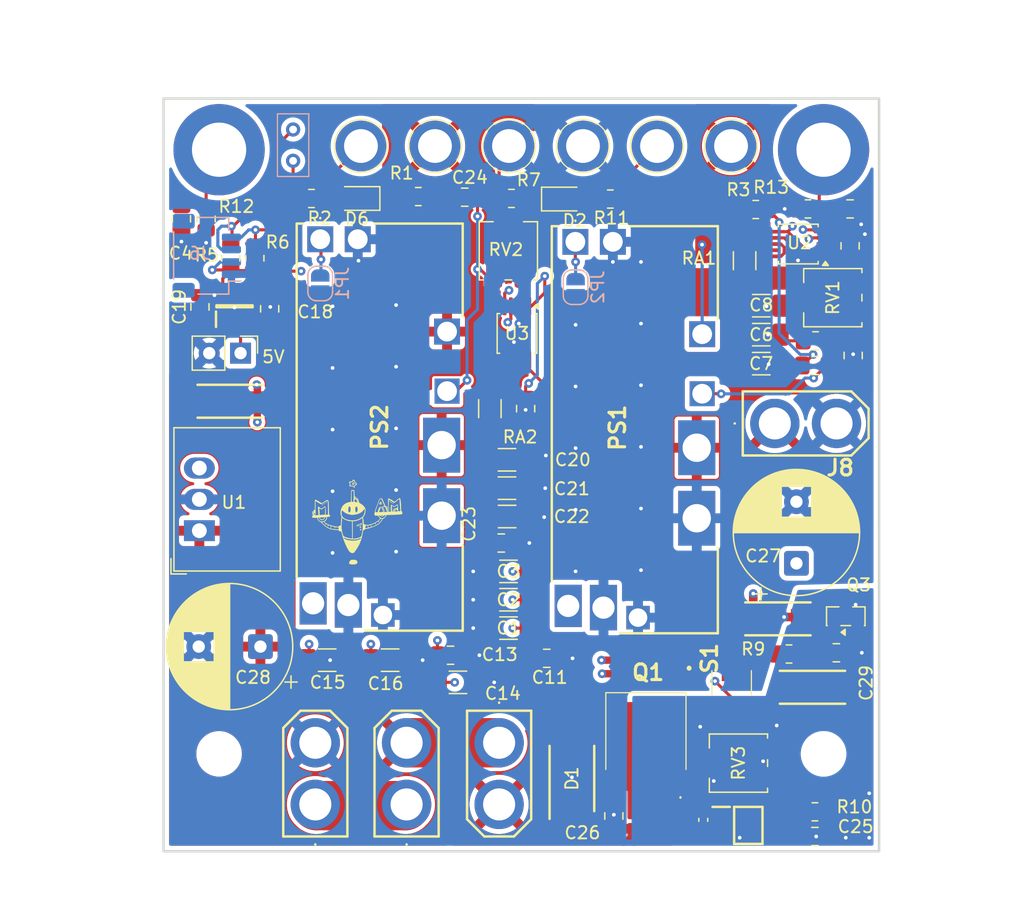
<source format=kicad_pcb>
(kicad_pcb (version 20241229) (generator "pcbnew") (generator_version "9.0")
  (layers (0 "F.Cu" signal) (4 "In1.Cu" signal) (6 "In2.Cu" signal) (2 "B.Cu" signal) (13 "F.Paste" user) (15 "B.Paste" user) (5 "F.SilkS" user "F.Silkscreen") (7 "B.SilkS" user "B.Silkscreen") (1 "F.Mask" user) (3 "B.Mask" user) (25 "Edge.Cuts" user))
  (net 0 "")
  (net 1 "GND")
  (net 2 "+24V")
  (net 3 "+7.5V")
  (net 4 "Net-(C10-Pad1)")
  (net 5 "/Vtrim")
  (net 6 "+3.3V")
  (net 7 "Net-(C24-Pad1)")
  (net 8 "/Vtrim12")
  (net 9 "Net-(D2-A)")
  (net 10 "Net-(IC2-TIMER)")
  (net 12 "Net-(IC2-SENSE)")
  (net 13 "Net-(IC2-PWR)")
  (net 14 "/Vbat")
  (net 15 "Net-(J1-Pin_1)")
  (net 16 "/SCL")
  (net 17 "/SDA")
  (net 18 "VS")
  (net 19 "Net-(JP1-B)")
  (net 20 "Net-(JP2-B)")
  (net 21 "+5V")
  (net 22 "Net-(R4-Pad1)")
  (net 23 "Net-(R7-Pad1)")
  (net 26 "+12V")
  (net 27 "/Vout")
  (net 28 "/Vout12")
  (net 29 "Net-(D5-K)")
  (net 30 "/Gate")
  (net 31 "Net-(Q3-B)")
  (net 32 "Net-(Q1-D)")
  (net 33 "Net-(D6-A)")
  (net 34 "GNDS")
  (net 35 "Net-(C4-Pad1)")
  (net 36 "Net-(C5-Pad1)")
  (net 37 "Net-(Q1-G)")
  (net 38 "Net-(R10-Pad2)")
  (net 39 "Net-(IC2-UVLO)")
  (footprint "Capacitor_SMD:C_0805_2012Metric_Pad1.18x1.45mm_HandSolder" (layer "F.Cu") (at 142.3625 92.15)
    (property "Reference" "C11")
    (property "Value" "47nF")
  )
  (footprint "Resistor_SMD:R_0805_2012Metric_Pad1.20x1.40mm_HandSolder" (layer "F.Cu") (at 162 91.8)
    (property "Reference" "R9")
    (property "Value" "1k")
  )
  (footprint "MiAM:9801015152327100" (layer "F.Cu") (at 151.3 50.6)
    (property "Reference" "J13" (hide yes))
    (property "Value" "9801-0-15-15-23-27-10-0" (hide yes))
  )
  (footprint "Capacitor_SMD:C_1206_3216Metric_Pad1.33x1.80mm_HandSolder" (layer "F.Cu") (at 159.75 63.55)
    (property "Reference" "C8")
    (property "Value" "22uF")
  )
  (footprint "Capacitor_THT:CP_Radial_D10.0mm_P5.00mm" (layer "F.Cu") (at 162.6 84.45 90)
    (property "Reference" "C27")
    (property "Value" "330uF")
  )
  (footprint "MiAM:SOT95P237X112-3N" (layer "F.Cu") (at 117.05 63.6 90)
    (property "Reference" "IC1" (hide yes))
    (property "Value" "TLV76033DBZR" (hide yes))
  )
  (footprint "Capacitor_SMD:C_0805_2012Metric_Pad1.18x1.45mm_HandSolder" (layer "F.Cu") (at 164.1 106.6)
    (property "Reference" "C25")
    (property "Value" "47nF")
  )
  (footprint "Capacitor_SMD:C_0805_2012Metric" (layer "F.Cu") (at 140.65 71.9 -90)
    (property "Reference" "C12" (hide yes))
    (property "Value" "0.1uF")
  )
  (footprint "Capacitor_SMD:C_0805_2012Metric_Pad1.18x1.45mm_HandSolder" (layer "F.Cu") (at 164.1125 68.4)
    (property "Reference" "C10" (hide yes))
    (property "Value" "2000pF")
  )
  (footprint "Package_SO:VSSOP-10_3x3mm_P0.5mm" (layer "F.Cu") (at 162.75 58.55 180)
    (property "Reference" "U2")
    (property "Value" "INA226")
  )
  (footprint "Capacitor_SMD:C_1206_3216Metric_Pad1.33x1.80mm_HandSolder" (layer "F.Cu") (at 139.2625 89.7 180)
    (property "Reference" "C1")
    (property "Value" "10uF")
  )
  (footprint "MiAM:APXW012A0X3SRDZ_TH" (layer "F.Cu") (at 149.5 73.61 -90)
    (property "Reference" "PS1")
    (property "Value" "APXW012A0X3-SRZ" (hide yes))
  )
  (footprint "Resistor_SMD:R_0805_2012Metric_Pad1.20x1.40mm_HandSolder" (layer "F.Cu") (at 164.1 104.6)
    (property "Reference" "R10")
    (property "Value" "100k")
  )
  (footprint "Resistor_SMD:R_0805_2012Metric_Pad1.20x1.40mm_HandSolder" (layer "F.Cu") (at 116.75 59.7 90)
    (property "Reference" "R5")
    (property "Value" "4.7k")
  )
  (footprint "Resistor_SMD:R_1206_3216Metric_Pad1.30x1.75mm_HandSolder" (layer "F.Cu") (at 158.4 59.9 -90)
    (property "Reference" "RA1")
    (property "Value" "8mOhm 1% 1W")
  )
  (footprint "Capacitor_SMD:C_1206_3216Metric_Pad1.33x1.80mm_HandSolder" (layer "F.Cu") (at 139.2625 85.1 180)
    (property "Reference" "C3")
    (property "Value" "10uF")
  )
  (footprint "MiAM:XT30UM" (layer "F.Cu") (at 160.85 73.1)
    (property "Reference" "J8")
    (property "Value" "Conn_01x02_Male" (hide yes))
  )
  (footprint "Resistor_SMD:R_0805_2012Metric" (layer "F.Cu") (at 163.5375 55.7 180)
    (property "Reference" "R13")
    (property "Value" "100k")
  )
  (footprint "Capacitor_SMD:C_0805_2012Metric_Pad1.18x1.45mm_HandSolder" (layer "F.Cu") (at 138.675 82.8)
    (property "Reference" "C23")
    (property "Value" "47nF")
  )
  (footprint "MiAM:DIONM5327X242N" (layer "F.Cu") (at 161.1 88.95)
    (property "Reference" "D3" (hide yes))
    (property "Value" "SS14" (hide yes))
  )
  (footprint "MiAM:9801015152327100" (layer "F.Cu") (at 157.3 50.6)
    (property "Reference" "J5" (hide yes))
    (property "Value" "9801-0-15-15-23-27-10-0" (hide yes))
  )
  (footprint "Resistor_SMD:R_0805_2012Metric" (layer "F.Cu") (at 123.2875 54.855 180)
    (property "Reference" "R2")
    (property "Value" "5k")
  )
  (footprint "Capacitor_SMD:C_0805_2012Metric_Pad1.18x1.45mm_HandSolder" (layer "F.Cu") (at 147.8 104.9375 90)
    (property "Reference" "C26")
    (property "Value" "1uF")
  )
  (footprint "Resistor_SMD:R_0805_2012Metric_Pad1.20x1.40mm_HandSolder" (layer "F.Cu") (at 139.5 54.85 180)
    (property "Reference" "R7")
    (property "Value" "4.7k")
  )
  (footprint "Capacitor_SMD:C_1206_3216Metric_Pad1.33x1.80mm_HandSolder" (layer "F.Cu") (at 159.75 65.9)
    (property "Reference" "C6")
    (property "Value" "22uF")
  )
  (footprint "MiAM:XT30UM" (layer "F.Cu") (at 131 104 90)
    (property "Reference" "J1" (hide yes))
    (property "Value" "Conn_01x02_Male" (hide yes))
  )
  (footprint "Converter_DCDC:Converter_DCDC_RECOM_R-78B-2.0_THT" (layer "F.Cu") (at 114.2 81.8 90)
    (property "Reference" "U1")
    (property "Value" "R-78B5.0-2.0")
  )
  (footprint "MiAM:APXW012A0X3SRDZ_TH" (layer "F.Cu") (at 128.82 73.4 -90)
    (property "Reference" "PS2")
    (property "Value" "APXW012A0X3-SRZ" (hide yes))
  )
  (footprint "MiAM:9774030360R" (layer "F.Cu") (at 164.8 50.9)
    (property "Reference" "H5" (hide yes))
    (property "Value" "9774030360R" (hide yes))
  )
  (footprint "Resistor_SMD:R_0805_2012Metric_Pad1.20x1.40mm_HandSolder" (layer "F.Cu") (at 131.95 54.7)
    (property "Reference" "R1")
    (property "Value" "300")
  )
  (footprint "Capacitor_SMD:C_1206_3216Metric_Pad1.33x1.80mm_HandSolder" (layer "F.Cu") (at 135.1625 94.1)
    (property "Reference" "C14")
    (property "Value" "10uF")
  )
  (footprint "MiAM:7813J1051E" (layer "F.Cu") (at 157.35 94.65)
    (property "Reference" "S1")
    (property "Value" "7813J-1-051E" (hide yes))
  )
  (footprint "Capacitor_SMD:C_0805_2012Metric_Pad1.18x1.45mm_HandSolder" (layer "F.Cu") (at 134.5625 91.9)
    (property "Reference" "C13")
    (property "Value" "47nF")
  )
  (footprint "Capacitor_SMD:C_1206_3216Metric_Pad1.33x1.80mm_HandSolder" (layer "F.Cu") (at 129.6625 92.3)
    (property "Reference" "C16")
    (property "Value" "10uF")
  )
  (footprint "Capacitor_SMD:C_1206_3216Metric_Pad1.33x1.80mm_HandSolder" (layer "F.Cu") (at 139.2625 87.4 180)
    (property "Reference" "C2")
    (property "Value" "10uF")
  )
  (footprint "Capacitor_THT:CP_Radial_D10.0mm_P5.00mm" (layer "F.Cu") (at 119.15 91.2 180)
    (property "Reference" "C28")
    (property "Value" "330uF")
  )
  (footprint "MountingHole:MountingHole_3.2mm_M3" (layer "F.Cu") (at 164.8 99.9)
    (property "Reference" "H4" (hide yes))
    (property "Value" "MountingHole")
  )
  (footprint "Resistor_SMD:R_0805_2012Metric_Pad1.20x1.40mm_HandSolder" (layer "F.Cu") (at 164.15 66.4 180)
    (property "Reference" "R4" (hide yes))
    (property "Value" "6.8k")
  )
  (footprint "MiAM:9801015152327100" (layer "F.Cu") (at 127.3 50.6 90)
    (property "Reference" "J14" (hide yes))
    (property "Value" "9801-0-15-15-23-27-10-0" (hide yes))
  )
  (footprint "MiAM:L4CA0612L0M50FNR" (layer "F.Cu") (at 151.865 105.288 -90)
    (property "Reference" "R8" (hide yes))
    (property "Value" "L4CA0612LR007FNR" (hide yes))
  )
  (footprint "Capacitor_SMD:C_0805_2012Metric_Pad1.18x1.45mm_HandSolder" (layer "F.Cu") (at 165.8375 91.7)
    (property "Reference" "C29")
    (property "Value" "1000pF")
  )
  (footprint "Resistor_SMD:R_0805_2012Metric" (layer "F.Cu") (at 114.75 56.5125 -90)
    (property "Reference" "R12")
    (property "Value" "100k")
  )
  (footprint "Potentiometer_SMD:Potentiometer_Bourns_3314J_Vertical" (layer "F.Cu") (at 139.25 59.1 180)
    (property "Reference" "RV2")
    (property "Value" "3314J-2-103E")
  )
  (footprint "Capacitor_SMD:C_0805_2012Metric" (layer "F.Cu") (at 112.75 56.5 -90)
    (property "Reference" "C4")
    (property "Value" "10nF")
  )
  (footprint "Capacitor_SMD:C_0805_2012Metric" (layer "F.Cu") (at 114.25 63.65 90)
    (property "Reference" "C19")
    (property "Value" "0.1uF")
  )
  (footprint "Capacitor_SMD:C_1206_3216Metric_Pad1.33x1.80mm_HandSolder" (layer "F.Cu") (at 139.15 80.65)
    (property "Reference" "C22")
    (property "Value" "22uF")
  )
  (footprint "MiAM:IPD90N04S4L04ATMA1" (layer "F.Cu") (at 150.4 96.05 180)
    (property "Reference" "Q1")
    (property "Value" "IPD90N04S4L04ATMA1" (hide yes))
  )
  (footprint "Capacitor_SMD:C_0805_2012Metric_Pad1.18x1.45mm_HandSolder" (layer "F.Cu") (at 167.2 67.5875 90)
    (property "Reference" "C9" (hide yes))
    (property "Value" "47nF")
  )
  (footprint "MiAM:9801015152327100" (layer "F.Cu") (at 139.3 50.6)
    (property "Reference" "J12" (hide yes))
    (property "Value" "9801-0-15-15-23-27-10-0" (hide yes))
  )
  (footprint "LED_SMD:LED_0805_2012Metric_Pad1.15x1.40mm_HandSolder" (layer "F.Cu") (at 126.975 54.855 180)
    (property "Reference" "D6")
    (property "Value" "LED")
  )
  (footprint "MiAM:XT30UM" (layer "F.Cu") (at 123.6 104 90)
    (property "Reference" "J3" (hide yes))
    (property "Value" "Conn_01x02_Male" (hide yes))
  )
  (footprint "Resistor_SMD:R_0805_2012Metric_Pad1.20x1.40mm_HandSolder" (layer "F.Cu") (at 118.7 59.7 90)
    (property "Reference" "R6")
    (property "Value" "4.7k")
  )
  (footprint "Capacitor_SMD:C_0805_2012Metric" (layer "F.Cu") (at 166.95 55.7)
    (property "Reference" "C5" (hide yes))
    (property "Value" "10nF")
  )
  (footprint "Capacitor_SMD:C_0402_1005Metric_Pad0.74x0.62mm_HandSolder" (layer "F.Cu") (at 155.05 105.25 -90)
    (property "Reference" "C30" (hide yes))
    (property "Value" "0.1uF 50V")
  )
  (footprint "MiAM:9774030360R" (layer "F.Cu") (at 115.8 50.9)
    (property "Reference" "H6" (hide yes))
    (property "Value" "9774030360R" (hide yes))
  )
  (footprint "MiAM:DIONM5327X242N" (layer "F.Cu") (at 116.7 71.3)
    (property "Reference" "D4" (hide yes))
    (property "Value" "SS14" (hide yes))
  )
  (footprint "LED_SMD:LED_0805_2012Metric_Pad1.15x1.40mm_HandSolder" (layer "F.Cu") (at 143.8 54.9)
    (property "Reference" "D2")
    (property "Value" "LED")
  )
  (footprint "Capacitor_SMD:C_0805_2012Metric" (layer "F.Cu") (at 119.9 63.8 90)
    (property "Reference" "C18")
    (property "Value" "0.1uF")
  )
  (footprint "MiAM:XT30UM" (layer "F.Cu") (at 138.5 99 -90)
    (property "Reference" "J7" (hide yes))
    (property "Value" "Conn_01x02_Male" (hide yes))
  )
  (footprint "Potentiometer_SMD:Potentiometer_Bourns_3314J_Vertical" (layer "F.Cu") (at 165.55 62.9 -90)
    (property "Reference" "RV1")
    (property "Value" "652-3314J-2-103E")
  )
  (footprint "MiAM:SOP50P490X110-10N" (layer "F.Cu") (at 158.7 105.7)
    (property "Reference" "IC2" (hide yes))
    (property "Value" "LM5069MMX-2_NOPB" (hide yes))
  )
  (footprint "Package_TO_SOT_SMD:SOT-23" (layer "F.Cu") (at 166.6 88.7375 90)
    (property "Reference" "Q3")
    (property "Value" "MMBT5401")
  )
  (footprint "MiAM:DIOM5336X250N" (layer "F.Cu") (at 144.4 101.9 90)
    (property "Reference" "D1")
    (property "Value" "SMBJ30A-13-F" (hide yes))
  )
  (footprint "MiAM:DIONM5327X242N" (layer "F.Cu") (at 163.9 94.5 180)
    (property "Reference" "D5" (hide yes))
    (property "Value" "SS14" (hide yes))
  )
  (footprint "Connector_PinHeader_2.54mm:PinHeader_1x02_P2.54mm_Vertical" (layer "F.Cu") (at 117.54 67.4 -90)
    (property "Reference" "J9" (hide yes))
    (property "Value" "Conn_01x02_Pin")
  )
  (footprint "MiAM:9801015152327100" (layer "F.Cu") (at 133.3 50.6)
    (property "Reference" "J10" (hide yes))
    (property "Value" "9801-0-15-15-23-27-10-0" (hide yes))
  )
  (footprint "Capacitor_SMD:C_1206_3216Metric_Pad1.33x1.80mm_HandSolder" (layer "F.Cu") (at 159.75 68.25)
    (property "Reference" "C7")
    (property "Value" "22uF")
  )
  (footprint "Capacitor_SMD:C_1206_3216Metric_Pad1.33x1.80mm_HandSolder" (layer "F.Cu") (at 139.1375 78.35)
    (property "Reference" "C21")
    (property "Value" "22uF")
  )
  (footprint "Capacitor_SMD:C_1206_3216Metric_Pad1.33x1.80mm_HandSolder" (layer "F.Cu") (at 124.5625 92.3)
    (property "Reference" "C15")
    (property "Value" "10uF")
  )
  (footprint "Package_SO:VSSOP-10_3x3mm_P0.5mm" (layer "F.Cu") (at 139.95 65.8 -90)
    (property "Reference" "U3")
    (property "Value" "INA226")
  )
  (footprint "Potentiometer_SMD:Potentiometer_Bourns_3314J_Vertical" (layer "F.Cu") (at 157.9 100.65 -90)
    (property "Reference" "RV3")
    (property "Value" "3314J-2-104E")
  )
  (footprint "MountingHole:MountingHole_3.2mm_M3" (layer "F.Cu") (at 115.8 99.9)
    (property "Reference" "H3" (hide yes))
    (property "Value" "MountingHole")
  )
  (footprint "MiAM:9801015152327100" (layer "F.Cu") (at 145.3 50.6)
    (property "Reference" "J2" (hide yes))
    (property "Value" "9801-0-15-15-23-27-10-0" (hide yes))
  )
  (footprint "Resistor_SMD:R_0805_2012Metric_Pad1.20x1.40mm_HandSolder" (layer "F.Cu") (at 159.3 55.75)
    (property "Reference" "R3")
    (property "Value" "300")
  )
  (footprint "Resistor_SMD:R_0805_2012Metric" (layer "F.Cu") (at 147.5125 54.9)
    (property "Reference" "R11")
    (property "Value" "5k")
  )
  (footprint "Resistor_SMD:R_1206_3216Metric_Pad1.30x1.75mm_HandSolder" (layer "F.Cu") (at 137.75 71.9 -90)
    (property "Reference" "RA2")
    (property "Value" "8mOhm 1% 1W")
  )
  (footprint "Capacitor_SMD:C_1206_3216Metric_Pad1.33x1.80mm_HandSolder" (layer "F.Cu") (at 139.1375 76.05)
    (property "Reference" "C20")
    (property "Value" "22uF")
  )
  (footprint "Capacitor_SMD:C_0805_2012Metric" (layer "F.Cu") (at 166.95 58.7 90)
    (property "Reference" "C17" (hide yes))
    (property "Value" "0.1uF")
  )
  (footprint "Capacitor_SMD:C_0805_2012Metric_Pad1.18x1.45mm_HandSolder" (layer "F.Cu") (at 135.7125 54.75)
    (property "Reference" "C24")
    (property "Value" "2000pF")
  )
  (footprint "Connector_JST:JST_SH_SM04B-SRSS-TB_1x04-1MP_P1.00mm_Horizontal" (layer "B.Cu") (at 114.8 59.5 90)
    (property "Reference" "J6")
    (property "Value" "Conn_01x04_Male")
  )
  (footprint "Jumper:SolderJumper-2_P1.3mm_Open_RoundedPad1.0x1.5mm" (layer "B.Cu") (at 124 61.75 90)
    (property "Reference" "JP1")
    (property "Value" "SolderJumper_2_Open")
  )
  (footprint "MiAM:8212200210000101" (layer "B.Cu") (at 121.8 51.8 90)
    (property "Reference" "J4" (hide yes))
    (property "Value" "821-22-002-10-001101" (hide yes))
  )
  (footprint "Jumper:SolderJumper-2_P1.3mm_Open_RoundedPad1.0x1.5mm" (layer "B.Cu") (at 144.7 62.05 90)
    (property "Reference" "JP2")
    (property "Value" "SolderJumper_2_Open")
  )
  (footprint "NetTie:NetTie-2_SMD_Pad0.5mm" (layer "B.Cu") (at 149 107.1 180)
    (property "Reference" "NT1" (hide yes))
    (property "Value" "NetTie_2" (hide yes))
  )
  (gr_poly (pts (xy 127.263907 81.447744) (xy 127.265161 81.44785) (xy 127.266394 81.44802) (xy 127.267607 81.448257) (xy 127.268798 81.44856) (xy 127.269968 81.44893) (xy 127.271115 81.449365) (xy 127.272239 81.449868) (xy 127.273339 81.450437) (xy 127.280936 81.454687) (xy 127.287682 81.458565) (xy 127.293627 81.462131) (xy 127.298821 81.465445) (xy 127.303314 81.468565) (xy 127.307155 81.471552) (xy 127.310394 81.474466) (xy 127.311803 81.475914) (xy 127.31308 81.477366) (xy 127.314232 81.478829) (xy 127.315264 81.480312) (xy 127.316183 81.48182) (xy 127.316995 81.483363) (xy 127.317706 81.484947) (xy 127.318322 81.486579) (xy 127.318851 81.488268) (xy 127.319297 81.49002) (xy 127.319967 81.493746) (xy 127.320384 81.497816) (xy 127.320596 81.50229) (xy 127.320654 81.507227) (xy 127.320532 81.510775) (xy 127.32018 81.514405) (xy 127.31961 81.51809) (xy 127.318835 81.521802) (xy 127.317866 81.525513) (xy 127.316717 81.529194) (xy 127.3154 81.532817) (xy 127.313927 81.536355) (xy 127.312312 81.539779) (xy 127.310565 81.54306) (xy 127.308701 81.546171) (xy 127.306731 81.549084) (xy 127.304668 81.55177) (xy 127.302525 81.554201) (xy 127.300313 81.556349) (xy 127.298046 81.558186) (xy 127.2968 81.559002) (xy 127.295364 81.559773) (xy 127.291975 81.561182) (xy 127.287976 81.56241) (xy 127.28347 81.563453) (xy 127.278555 81.56431) (xy 127.273331 81.564976) (xy 127.2679 81.565448) (xy 127.26236 81.565724) (xy 127.256812 81.5658) (xy 127.251357 81.565672) (xy 127.246093 81.565339) (xy 127.241121 81.564795) (xy 127.236541 81.564039) (xy 127.232453 81.563068) (xy 127.228958 81.561877) (xy 127.227463 81.561199) (xy 127.226154 81.560464) (xy 127.226154 81.560463) (xy 127.225188 81.559827) (xy 127.224135 81.559083) (xy 127.223006 81.55824) (xy 127.221811 81.557308) (xy 127.219265 81.55521) (xy 127.21658 81.552864) (xy 127.213836 81.550344) (xy 127.211118 81.547723) (xy 127.208506 81.545076) (xy 127.207267 81.543765) (xy 127.206084 81.542475) (xy 127.204298 81.54047) (xy 127.202711 81.538633) (xy 127.201312 81.536931) (xy 127.200089 81.535336) (xy 127.199031 81.533817) (xy 127.198126 81.532344) (xy 127.197727 81.531615) (xy 127.197363 81.530886) (xy 127.19703 81.530153) (xy 127.196729 81.529413) (xy 127.196457 81.528661) (xy 127.196213 81.527895) (xy 127.195996 81.527109) (xy 127.195804 81.526301) (xy 127.19549 81.524602) (xy 127.195259 81.522766) (xy 127.1951 81.520764) (xy 127.195 81.518566) (xy 127.194949 81.51614) (xy 127.194935 81.513457) (xy 127.194923 81.511486) (xy 127.254401 81.511486) (xy 127.254454 81.512784) (xy 127.25461 81.514015) (xy 127.254863 81.515177) (xy 127.255205 81.516271) (xy 127.25563 81.517294) (xy 127.256132 81.518246) (xy 127.256703 81.519126) (xy 127.257339 81.519932) (xy 127.258031 81.520665) (xy 127.258774 81.521322) (xy 127.25956 81.521902) (xy 127.260384 81.522405) (xy 127.261239 81.52283) (xy 127.262118 81.523176) (xy 127.263015 81.523441) (xy 127.263923 81.523625) (xy 127.264836 81.523726) (xy 127.265747 81.523743) (xy 127.26665 81.523677) (xy 127.267538 81.523524) (xy 127.268404 81.523285) (xy 127.269243 81.522959) (xy 127.270047 81.522544) (xy 127.27081 81.522039) (xy 127.271525 81.521444) (xy 127.272187 81.520757) (xy 127.272788 81.519977) (xy 127.273321 81.519104) (xy 127.273781 81.518136) (xy 127.274161 81.517072) (xy 127.274454 81.515912) (xy 127.274654 81.514654) (xy 127.274654 81.514653) (xy 127.274792 81.512828) (xy 127.274792 81.511) (xy 127.274661 81.509187) (xy 127.274409 81.507403) (xy 127.274043 81.505667) (xy 127.273571 81.503995) (xy 127.273001 81.502403) (xy 127.272341 81.500908) (xy 127.2716 81.499527) (xy 127.270785 81.498276) (xy 127.269905 81.497172) (xy 127.268968 81.496232) (xy 127.26848 81.495828) (xy 127.267981 81.495471) (xy 127.267472 81.495164) (xy 127.266954 81.494907) (xy 127.266427 81.494704) (xy 127.265893 81.494557) (xy 127.265353 81.494467) (xy 127.264807 81.494436) (xy 127.264345 81.494462) (xy 127.26388 81.494539) (xy 127.263414 81.494665) (xy 127.262948 81.494838) (xy 127.262483 81.495057) (xy 127.26202 81.495319) (xy 127.261561 81.495623) (xy 127.261106 81.495967) (xy 127.260657 81.496349) (xy 127.260214 81.496768) (xy 127.259779 81.497221) (xy 127.259353 81.497706) (xy 127.258937 81.498223) (xy 127.258532 81.498768) (xy 127.258139 81.499341) (xy 127.257759 81.499939) (xy 127.257394 81.500561) (xy 127.257045 81.501205) (xy 127.256712 81.501869) (xy 127.256396 81.50255) (xy 127.2561 81.503248) (xy 127.255823 81.503961) (xy 127.255568 81.504686) (xy 127.255335 81.505423) (xy 127.255125 81.506168) (xy 127.254939 81.50692) (xy 127.254779 81.507678) (xy 127.254646 81.50844) (xy 127.25454 81.509203) (xy 127.254463 81.509967) (xy 127.254416 81.510728) (xy 127.254401 81.511486) (xy 127.194923 81.511486) (xy 127.194899 81.507541) (xy 127.194946 81.50513) (xy 127.195012 81.504022) (xy 127.195118 81.502966) (xy 127.195271 81.50195) (xy 127.195478 81.500962) (xy 127.195748 81.499993) (xy 127.196087 81.499031) (xy 127.196504 81.498065) (xy 127.197006 81.497084) (xy 127.197602 81.496078) (xy 127.198298 81.495035) (xy 127.199102 81.493944) (xy 127.200023 81.492795) (xy 127.201068 81.491576) (xy 127.202244 81.490276) (xy 127.205021 81.487392) (xy 127.208417 81.484055) (xy 127.212494 81.480177) (xy 127.217312 81.47567) (xy 127.229421 81.46442) (xy 127.232512 81.461656) (xy 127.235581 81.459136) (xy 127.238621 81.456863) (xy 127.241629 81.454837) (xy 127.244599 81.453061) (xy 127.247526 81.451536) (xy 127.250405 81.450263) (xy 127.253231 81.449245) (xy 127.255999 81.448482) (xy 127.258705 81.447977) (xy 127.261342 81.44773) (xy 127.262634 81.447705)) (stroke (width -0.000001)) (fill yes) (layer "F.SilkS"))
  (gr_poly (pts (xy 127.268314 81.655636) (xy 127.272545 81.656336) (xy 127.276821 81.657502) (xy 127.281129 81.659151) (xy 127.285455 81.661301) (xy 127.289785 81.663969) (xy 127.292457 81.66575) (xy 127.295033 81.667411) (xy 127.297451 81.668917) (xy 127.299649 81.670231) (xy 127.301564 81.671315) (xy 127.303134 81.672135) (xy 127.30377 81.672435) (xy 127.304297 81.672654) (xy 127.304706 81.672789) (xy 127.30499 81.672835) (xy 127.305109 81.67285) (xy 127.305247 81.672894) (xy 127.305403 81.672966) (xy 127.305576 81.673066) (xy 127.305766 81.673193) (xy 127.305973 81.673346) (xy 127.306432 81.673727) (xy 127.306948 81.674205) (xy 127.307517 81.674773) (xy 127.308132 81.675426) (xy 127.30879 81.676157) (xy 127.309485 81.676962) (xy 127.310211 81.677833) (xy 127.310964 81.678765) (xy 127.311738 81.679753) (xy 127.312529 81.680791) (xy 127.313331 81.681873) (xy 127.31414 81.682993) (xy 127.314949 81.684145) (xy 127.316315 81.686238) (xy 127.317551 81.688389) (xy 127.31866 81.690593) (xy 127.319641 81.692846) (xy 127.320496 81.695146) (xy 127.321226 81.697489) (xy 127.321831 81.699869) (xy 127.322311 81.702285) (xy 127.322669 81.704732) (xy 127.322903 81.707207) (xy 127.323017 81.709705) (xy 127.323009 81.712223) (xy 127.322881 81.714758) (xy 127.322634 81.717306) (xy 127.322268 81.719862) (xy 127.321785 81.722424) (xy 127.321185 81.724987) (xy 127.320468 81.727548) (xy 127.319636 81.730103) (xy 127.318689 81.732648) (xy 127.317629 81.73518) (xy 127.316456 81.737695) (xy 127.31517 81.74019) (xy 127.313773 81.74266) (xy 127.312265 81.745101) (xy 127.310647 81.747511) (xy 127.30892 81.749885) (xy 127.307085 81.75222) (xy 127.305142 81.754512) (xy 127.303092 81.756757) (xy 127.300937 81.758952) (xy 127.298676 81.761093) (xy 127.297306 81.762282) (xy 127.29586 81.763418) (xy 127.292762 81.765527) (xy 127.289413 81.767414) (xy 127.285846 81.769076) (xy 127.282093 81.770506) (xy 127.278187 81.771702) (xy 127.274161 81.772658) (xy 127.270046 81.773369) (xy 127.265874 81.773832) (xy 127.261679 81.774041) (xy 127.257493 81.773992) (xy 127.253348 81.77368) (xy 127.249277 81.773101) (xy 127.245311 81.77225) (xy 127.241483 81.771123) (xy 127.237827 81.769714) (xy 127.236615 81.769143) (xy 127.235447 81.768504) (xy 127.234318 81.767793) (xy 127.233225 81.767004) (xy 127.232164 81.766133) (xy 127.231131 81.765174) (xy 127.230123 81.764124) (xy 127.229135 81.762978) (xy 127.228163 81.76173) (xy 127.227204 81.760376) (xy 127.226254 81.758911) (xy 127.225308 81.757331) (xy 127.224364 81.755631) (xy 127.223416 81.753805) (xy 127.222462 81.75185) (xy 127.221497 81.749761) (xy 127.219304 81.744408) (xy 127.217527 81.739056) (xy 127.216154 81.73372) (xy 127.215169 81.728418) (xy 127.21456 81.723168) (xy 127.214393 81.719664) (xy 127.263363 81.719664) (xy 127.263371 81.721041) (xy 127.263412 81.722289) (xy 127.263489 81.723414) (xy 127.263604 81.724421) (xy 127.263762 81.725315) (xy 127.263966 81.726104) (xy 127.264086 81.726459) (xy 127.264219 81.72679) (xy 127.264365 81.727098) (xy 127.264525 81.727382) (xy 127.264698 81.727643) (xy 127.264886 81.727883) (xy 127.265089 81.728101) (xy 127.265306 81.728299) (xy 127.26554 81.728477) (xy 127.26579 81.728636) (xy 127.266056 81.728777) (xy 127.266339 81.7289) (xy 127.266639 81.729005) (xy 127.266957 81.729095) (xy 127.267649 81.729228) (xy 127.268416 81.729303) (xy 127.269263 81.729327) (xy 127.269697 81.729321) (xy 127.270111 81.729303) (xy 127.270504 81.729272) (xy 127.270878 81.729228) (xy 127.271233 81.729169) (xy 127.27157 81.729095) (xy 127.271888 81.729005) (xy 127.272189 81.7289) (xy 127.272472 81.728777) (xy 127.272738 81.728636) (xy 127.272988 81.728477) (xy 127.273221 81.728299) (xy 127.273439 81.728101) (xy 127.273642 81.727883) (xy 127.27383 81.727643) (xy 127.274004 81.727382) (xy 127.274163 81.727098) (xy 127.274309 81.72679) (xy 127.274442 81.726459) (xy 127.274562 81.726104) (xy 127.27467 81.725722) (xy 127.274766 81.725315) (xy 127.27485 81.724882) (xy 127.274924 81.724421) (xy 127.274987 81.723931) (xy 127.275039 81.723414) (xy 127.275115 81.722289) (xy 127.275156 81.721041) (xy 127.275164 81.719664) (xy 127.275168 81.719664) (xy 127.275149 81.718656) (xy 127.2751 81.717632) (xy 127.275024 81.716597) (xy 127.274921 81.71556) (xy 127.274794 81.714527) (xy 127.274643 81.713506) (xy 127.27447 81.712505) (xy 127.274278 81.711529) (xy 127.274066 81.710587) (xy 127.273838 81.709686) (xy 127.273594 81.708833) (xy 127.273336 81.708035) (xy 127.273065 81.707299) (xy 127.272784 81.706634) (xy 127.272492 81.706045) (xy 127.272193 81.705541) (xy 127.271728 81.704844) (xy 127.271302 81.70424) (xy 127.27091 81.703729) (xy 127.270726 81.703508) (xy 127.270547 81.703311) (xy 127.270375 81.703137) (xy 127.270207 81.702986) (xy 127.270044 81.702858) (xy 127.269884 81.702753) (xy 127.269728 81.702672) (xy 127.269573 81.702614) (xy 127.26942 81.702579) (xy 127.269267 81.702567) (xy 127.269114 81.702579) (xy 127.268961 81.702614) (xy 127.268806 81.702672) (xy 127.268649 81.702753) (xy 127.268489 81.702858) (xy 127.268326 81.702986) (xy 127.268158 81.703137) (xy 127.267986 81.703311) (xy 127.267807 81.703508) (xy 127.267622 81.703729) (xy 127.26723 81.70424) (xy 127.266804 81.704844) (xy 127.266338 81.705541) (xy 127.266039 81.706045) (xy 127.265749 81.706634) (xy 127.265468 81.7073) (xy 127.265198 81.708035) (xy 127.26494 81.708833) (xy 127.264696 81.709686) (xy 127.264468 81.710587) (xy 127.264257 81.711529) (xy 127.264064 81.712505) (xy 127.263892 81.713506) (xy 127.263741 81.714527) (xy 127.263613 81.71556) (xy 127.26351 81.716597) (xy 127.263432 81.717632) (xy 127.263383 81.718656) (xy 127.263363 81.719664) (xy 127.214393 81.719664) (xy 127.214313 81.717986) (xy 127.214413 81.712891) (xy 127.214848 81.707898) (xy 127.215603 81.703026) (xy 127.216665 81.698292) (xy 127.21802 81.693713) (xy 127.219654 81.689307) (xy 127.221553 81.68509) (xy 127.223704 81.68108) (xy 127.226093 81.677294) (xy 127.228706 81.673749) (xy 127.23153 81.670464) (xy 127.23455 81.667454) (xy 127.237753 81.664737) (xy 127.241125 81.662331) (xy 127.244653 81.660253) (xy 127.248323 81.65852) (xy 127.25212 81.657149) (xy 127.256032 81.656158) (xy 127.260044 81.655564) (xy 127.264142 81.655384)) (stroke (width -0.000001)) (fill yes) (layer "F.SilkS"))
  (gr_poly (pts (xy 126.66735 78.500501) (xy 126.677048 78.500822) (xy 126.68097 78.501094) (xy 126.684404 78.501458) (xy 126.687449 78.501926) (xy 126.690204 78.50251) (xy 126.692767 78.503223) (xy 126.695237 78.504079) (xy 126.697712 78.505089) (xy 126.700292 78.506266) (xy 126.706156 78.509173) (xy 126.710026 78.511079) (xy 126.714317 78.513105) (xy 126.718886 78.515189) (xy 126.72359 78.517269) (xy 126.728288 78.519283) (xy 126.732836 78.521169) (xy 126.737092 78.522864) (xy 126.740913 78.524307) (xy 126.745679 78.526095) (xy 126.749965 78.527821) (xy 126.753798 78.529519) (xy 126.757209 78.531223) (xy 126.760226 78.532967) (xy 126.761596 78.533863) (xy 126.762879 78.534782) (xy 126.764078 78.535728) (xy 126.765196 78.536704) (xy 126.766238 78.537715) (xy 126.767207 78.538765) (xy 126.768106 78.539858) (xy 126.76894 78.540998) (xy 126.769712 78.54219) (xy 126.770425 78.543437) (xy 126.771084 78.544744) (xy 126.771691 78.546116) (xy 126.772251 78.547555) (xy 126.772767 78.549067) (xy 126.773682 78.552324) (xy 126.774466 78.555921) (xy 126.775146 78.559891) (xy 126.775754 78.564267) (xy 126.776317 78.57251) (xy 126.776911 78.58806) (xy 126.778119 78.637472) (xy 126.779236 78.705283) (xy 126.780118 78.784274) (xy 126.78176 78.9269) (xy 126.782582 78.971792) (xy 126.783267 78.990067) (xy 126.783363 78.990441) (xy 126.783489 78.990827) (xy 126.783645 78.991222) (xy 126.783832 78.991628) (xy 126.784047 78.992043) (xy 126.784292 78.992467) (xy 126.784864 78.993339) (xy 126.785544 78.99424) (xy 126.786327 78.995165) (xy 126.787208 78.996109) (xy 126.788182 78.997068) (xy 126.789245 78.998039) (xy 126.790393 78.999015) (xy 126.791619 78.999993) (xy 126.79292 79.000968) (xy 126.794291 79.001936) (xy 126.795727 79.002892) (xy 126.797223 79.003832) (xy 126.798775 79.004751) (xy 126.801777 79.006518) (xy 126.804908 79.008437) (xy 126.808076 79.010446) (xy 126.811189 79.012484) (xy 126.814154 79.01449) (xy 126.816879 79.016402) (xy 126.819273 79.018159) (xy 126.821243 79.0197) (xy 126.822178 79.020421) (xy 126.823247 79.021169) (xy 126.824439 79.021937) (xy 126.82574 79.022721) (xy 126.827139 79.023513) (xy 126.828623 79.024308) (xy 126.830179 79.0251) (xy 126.831795 79.025884) (xy 126.833459 79.026653) (xy 126.835159 79.027401) (xy 126.836882 79.028124) (xy 126.838615 79.028814) (xy 126.840346 79.029466) (xy 126.842064 79.030075) (xy 126.843754 79.030633) (xy 126.845406 79.031137) (xy 126.84704 79.031633) (xy 126.84868 79.032171) (xy 126.851932 79.033355) (xy 126.855076 79.034646) (xy 126.858028 79.036004) (xy 126.859405 79.036694) (xy 126.860702 79.037385) (xy 126.861909 79.038072) (xy 126.863013 79.03875) (xy 126.864006 79.039413) (xy 126.864875 79.040055) (xy 126.865612 79.040673) (xy 126.866204 79.041261) (xy 126.866699 79.041873) (xy 126.867193 79.04261) (xy 126.868171 79.044439) (xy 126.869131 79.046709) (xy 126.870067 79.049381) (xy 126.87097 79.052416) (xy 126.871834 79.055774) (xy 126.872651 79.059418) (xy 126.873415 79.063308) (xy 126.874118 79.067404) (xy 126.874753 79.071669) (xy 126.875313 79.076062) (xy 126.875791 79.080545) (xy 126.876179 79.085079) (xy 126.87647 79.089625) (xy 126.876658 79.094143) (xy 126.876734 79.098595) (xy 126.876802 79.101522) (xy 126.876989 79.104166) (xy 126.877132 79.105387) (xy 126.87731 79.106541) (xy 126.877526 79.107632) (xy 126.877781 79.10866) (xy 126.878078 79.109627) (xy 126.878418 79.110535) (xy 126.878803 79.111385) (xy 126.879235 79.112179) (xy 126.879715 79.112919) (xy 126.880247 79.113605) (xy 126.880832 79.114241) (xy 126.881471 79.114827) (xy 126.882167 79.115365) (xy 126.882921 79.115856) (xy 126.883736 79.116303) (xy 126.884613 79.116707) (xy 126.885554 79.117069) (xy 126.886562 79.117391) (xy 126.887638 79.117675) (xy 126.888783 79.117922) (xy 126.890001 79.118134) (xy 126.891293 79.118312) (xy 126.894105 79.118575) (xy 126.897235 79.118723) (xy 126.900699 79.11877) (xy 126.904438 79.118869) (xy 126.908346 79.119157) (xy 126.912388 79.119623) (xy 126.916525 79.120258) (xy 126.920723 79.121048) (xy 126.924944 79.121984) (xy 126.929152 79.123054) (xy 126.93331 79.124247) (xy 126.937382 79.125552) (xy 126.941331 79.126958) (xy 126.945122 79.128454) (xy 126.948716 79.130029) (xy 126.952078 79.131672) (xy 126.955172 79.133371) (xy 126.95796 79.135115) (xy 126.960406 79.136894) (xy 126.962833 79.138736) (xy 126.965513 79.140628) (xy 126.968357 79.142516) (xy 126.971278 79.144346) (xy 126.974187 79.146066) (xy 126.976995 79.14762) (xy 126.979615 79.148956) (xy 126.980826 79.149525) (xy 126.981957 79.150019) (xy 126.983126 79.150552) (xy 126.984449 79.151237) (xy 126.985911 79.152063) (xy 126.987497 79.15302) (xy 126.989193 79.154096) (xy 126.990984 79.155282) (xy 126.99479 79.157937) (xy 126.998797 79.1609) (xy 127.002887 79.164087) (xy 127.006941 79.167412) (xy 127.010841 79.170789) (xy 127.014577 79.174077) (xy 127.018164 79.177144) (xy 127.021515 79.179924) (xy 127.024546 79.182348) (xy 127.027169 79.184351) (xy 127.029299 79.185864) (xy 127.030153 79.186417) (xy 127.030851 79.186822) (xy 127.031383 79.187071) (xy 127.031739 79.187156) (xy 127.031881 79.187172) (xy 127.032042 79.187221) (xy 127.032221 79.187302) (xy 127.032419 79.187414) (xy 127.032634 79.187555) (xy 127.032865 79.187726) (xy 127.033374 79.188153) (xy 127.033942 79.188687) (xy 127.034562 79.189322) (xy 127.035229 79.190051) (xy 127.035937 79.190868) (xy 127.036681 79.191766) (xy 127.037456 79.19274) (xy 127.038256 79.193782) (xy 127.039076 79.194886) (xy 127.039909 79.196045) (xy 127.040752 79.197254) (xy 127.041597 79.198505) (xy 127.04244 79.199792) (xy 127.044295 79.202585) (xy 127.046447 79.205682) (xy 127.04882 79.20898) (xy 127.051336 79.212377) (xy 127.053917 79.215769) (xy 127.056488 79.219054) (xy 127.058969 79.222128) (xy 127.061285 79.224889) (xy 127.062395 79.226225) (xy 127.063513 79.227654) (xy 127.064631 79.229163) (xy 127.065742 79.230739) (xy 127.066838 79.232369) (xy 127.067912 79.23404) (xy 127.068957 79.235739) (xy 127.069965 79.237453) (xy 127.070929 79.23917) (xy 127.071841 79.240876) (xy 127.072694 79.242559) (xy 127.07348 79.244205) (xy 127.074192 79.245801) (xy 127.074822 79.247335) (xy 127.075364 79.248793) (xy 127.075809 79.250163) (xy 127.076812 79.253192) (xy 127.078203 79.256897) (xy 127.079918 79.261135) (xy 127.081895 79.265762) (xy 127.084071 79.270633) (xy 127.086382 79.275605) (xy 127.088765 79.280534) (xy 127.091159 79.285275) (xy 127.094326 79.291632) (xy 127.095728 79.29465) (xy 127.09702 79.2976) (xy 127.098212 79.300511) (xy 127.099312 79.303413) (xy 127.10033 79.306336) (xy 127.101274 79.309309) (xy 127.102153 79.312361) (xy 127.102977 79.315523) (xy 127.103753 79.318823) (xy 127.104492 79.322291) (xy 127.105202 79.325957) (xy 127.105891 79.329849) (xy 127.107246 79.338434) (xy 127.108427 79.345741) (xy 127.109786 79.352908) (xy 127.111307 79.35988) (xy 127.112975 79.366601) (xy 127.114777 79.373015) (xy 127.116697 79.379066) (xy 127.11872 79.3847) (xy 127.120833 79.38986) (xy 127.121858 79.392281) (xy 127.122873 79.394851) (xy 127.124863 79.400387) (xy 127.126775 79.406366) (xy 127.128582 79.412683) (xy 127.130254 79.419236) (xy 127.131765 79.425922) (xy 127.133086 79.432637) (xy 127.13419 79.43928) (xy 127.135936 79.450764) (xy 127.137403 79.459799) (xy 127.138744 79.466961) (xy 127.139415 79.470021) (xy 127.140112 79.472828) (xy 127.140854 79.475457) (xy 127.14166 79.477978) (xy 127.142548 79.480464) (xy 127.14354 79.482987) (xy 127.145905 79.488433) (xy 127.148908 79.494892) (xy 127.152092 79.501764) (xy 127.155582 79.509482) (xy 127.158956 79.517104) (xy 127.161791 79.523684) (xy 127.162556 79.525422) (xy 127.16336 79.527101) (xy 127.164202 79.52872) (xy 127.165085 79.530282) (xy 127.166008 79.531786) (xy 127.166972 79.533234) (xy 127.167978 79.534627) (xy 127.169028 79.535966) (xy 127.170121 79.537252) (xy 127.17126 79.538486) (xy 127.172443 79.539669) (xy 127.173673 79.540803) (xy 127.17495 79.541887) (xy 127.176276 79.542923) (xy 127.17765 79.543912) (xy 127.179073 79.544855) (xy 127.181478 79.546437) (xy 127.18394 79.548158) (xy 127.18639 79.549963) (xy 127.188759 79.551796) (xy 127.190977 79.553603) (xy 127.192975 79.555327) (xy 127.194683 79.556915) (xy 127.195406 79.55764) (xy 127.196031 79.55831) (xy 127.196672 79.558968) (xy 127.197444 79.559656) (xy 127.198335 79.56037) (xy 127.199336 79.561103) (xy 127.200436 79.561849) (xy 127.201624 79.562604) (xy 127.202892 79.563361) (xy 127.204227 79.564115) (xy 127.205621 79.564861) (xy 127.207063 79.565591) (xy 127.208541 79.566302) (xy 127.210047 79.566986) (xy 127.21157 79.567639) (xy 127.213099 79.568255) (xy 127.214624 79.568828) (xy 127.216135 79.569353) (xy 127.217698 79.569906) (xy 127.219376 79.570563) (xy 127.221153 79.571316) (xy 127.223014 79.572155) (xy 127.226926 79.57406) (xy 127.230988 79.576212) (xy 127.235076 79.57854) (xy 127.239066 79.580979) (xy 127.242836 79.58346) (xy 127.2446 79.584695) (xy 127.246262 79.585914) (xy 127.249619 79.588339) (xy 127.253191 79.590734) (xy 127.256869 79.593037) (xy 127.260544 79.595186) (xy 127.264105 79.59712) (xy 127.267442 79.598776) (xy 127.268993 79.59948) (xy 127.270447 79.600092) (xy 127.27179 79.600604) (xy 127.273009 79.601008) (xy 127.274206 79.601401) (xy 127.275483 79.60188) (xy 127.27683 79.60244) (xy 127.278235 79.603074) (xy 127.279686 79.603775) (xy 127.281173 79.604536) (xy 127.282683 79.605351) (xy 127.284205 79.606213) (xy 127.285727 79.607116) (xy 127.287239 79.608052) (xy 127.288727 79.609015) (xy 127.290182 79.609998) (xy 127.291592 79.610996) (xy 127.292944 79.612) (xy 127.294228 79.613005) (xy 127.295432 79.614003) (xy 127.296639 79.615009) (xy 127.297933 79.616038) (xy 127.300729 79.618129) (xy 127.303729 79.620218) (xy 127.306836 79.622245) (xy 127.309956 79.62415) (xy 127.312995 79.625873) (xy 127.314455 79.626648) (xy 127.315859 79.627356) (xy 127.317196 79.627988) (xy 127.318453 79.628537) (xy 127.319706 79.629088) (xy 127.32103 79.629725) (xy 127.322413 79.630441) (xy 127.323844 79.631226) (xy 127.325312 79.632075) (xy 127.326806 79.632979) (xy 127.329823 79.634922) (xy 127.332804 79.636996) (xy 127.334254 79.638063) (xy 127.33566 79.639139) (xy 127.337012 79.640217) (xy 127.338299 79.64129) (xy 127.339508 79.642349) (xy 127.340629 79.643388) (xy 127.341751 79.644432) (xy 127.342963 79.645507) (xy 127.345609 79.647721) (xy 127.348476 79.649962) (xy 127.351473 79.652166) (xy 127.354508 79.654268) (xy 127.35749 79.656202) (xy 127.358933 79.657086) (xy 127.360328 79.657904) (xy 127.361664 79.658646) (xy 127.362929 79.659306) (xy 127.364179 79.659956) (xy 127.36547 79.66067) (xy 127.366791 79.661439) (xy 127.368133 79.662257) (xy 127.370841 79.664013) (xy 127.373512 79.665878) (xy 127.376069 79.667796) (xy 127.378431 79.669709) (xy 127.379514 79.670645) (xy 127.38052 79.671559) (xy 127.381437 79.672444) (xy 127.382256 79.673291) (xy 127.383068 79.674135) (xy 127.383967 79.675012) (xy 127.384942 79.675914) (xy 127.385985 79.676834) (xy 127.387086 79.677766) (xy 127.388236 79.678702) (xy 127.389426 79.679636) (xy 127.390646 79.68056) (xy 127.391886 79.681468) (xy 127.393139 79.682353) (xy 127.394394 79.683207) (xy 127.395642 79.684025) (xy 127.396874 79.684798) (xy 127.39808 79.685521) (xy 127.399252 79.686186) (xy 127.400379 79.686786) (xy 127.401548 79.687422) (xy 127.402842 79.688191) (xy 127.404246 79.689084) (xy 127.405748 79.690089) (xy 127.40899 79.692396) (xy 127.412462 79.695028) (xy 127.416057 79.697902) (xy 127.419666 79.700935) (xy 127.423183 79.704043) (xy 127.426502 79.707143) (xy 127.429721 79.710169) (xy 127.432954 79.713064) (xy 127.436115 79.715762) (xy 127.439116 79.718192) (xy 127.44187 79.720287) (xy 127.444288 79.721977) (xy 127.445345 79.722649) (xy 127.446286 79.723194) (xy 127.447099 79.723604) (xy 127.447774 79.72387) (xy 127.448369 79.72407) (xy 127.448947 79.724284) (xy 127.449506 79.724511) (xy 127.450042 79.72475) (xy 127.450552 79.724998) (xy 127.451034 79.725253) (xy 127.451484 79.725513) (xy 127.4519 79.725776) (xy 127.452278 79.72604) (xy 127.452615 79.726304) (xy 127.452909 79.726564) (xy 127.453156 79.72682) (xy 127.453353 79.727069) (xy 127.453498 79.727308) (xy 127.45355 79.727424) (xy 127.453587 79.727537) (xy 127.45361 79.727647) (xy 127.453618 79.727754) (xy 127.453629 79.727868) (xy 127.453661 79.728002) (xy 127.453713 79.728154) (xy 127.453786 79.728324) (xy 127.453988 79.728715) (xy 127.454264 79.72917) (xy 127.45461 79.729683) (xy 127.455021 79.73025) (xy 127.455493 79.730866) (xy 127.456022 79.731525) (xy 127.456603 79.732222) (xy 127.457233 79.732952) (xy 127.457907 79.73371) (xy 127.458621 79.734491) (xy 127.459371 79.73529) (xy 127.460153 79.736102) (xy 127.460962 79.73692) (xy 127.461795 79.737742) (xy 127.475305 79.75118) (xy 127.49591 79.771937) (xy 127.517342 79.793677) (xy 127.533332 79.810062) (xy 127.535714 79.812603) (xy 127.53809 79.815267) (xy 127.540395 79.817974) (xy 127.542568 79.820645) (xy 127.544545 79.823202) (xy 127.546263 79.825564) (xy 127.547659 79.827653) (xy 127.548217 79.82857) (xy 127.548671 79.829388) (xy 127.549134 79.830226) (xy 127.549716 79.831197) (xy 127.551205 79.833492) (xy 127.55307 79.836182) (xy 127.55524 79.839171) (xy 127.557648 79.842367) (xy 127.560222 79.845675) (xy 127.562894 79.849001) (xy 127.565595 79.852252) (xy 127.568302 79.855553) (xy 127.57099 79.859021) (xy 127.573589 79.862551) (xy 127.576029 79.866042) (xy 127.578239 79.869388) (xy 127.58015 79.872486) (xy 127.581689 79.875234) (xy 127.582297 79.876443) (xy 127.582787 79.877526) (xy 127.583254 79.878572) (xy 127.583799 79.879675) (xy 127.584414 79.880825) (xy 127.585092 79.882014) (xy 127.585828 79.88323) (xy 127.586615 79.884466) (xy 127.587445 79.885711) (xy 127.588312 79.886957) (xy 127.58921 79.888194) (xy 127.590132 79.889412) (xy 127.591071 79.890603) (xy 127.59202 79.891756) (xy 127.592973 79.892863) (xy 127.593923 79.893915) (xy 127.594863 79.8949) (xy 127.595787 79.895812) (xy 127.596716 79.896744) (xy 127.597672 79.897791) (xy 127.598646 79.898941) (xy 127.599632 79.900183) (xy 127.600622 79.901507) (xy 127.60161 79.902899) (xy 127.602587 79.904349) (xy 127.603548 79.905845) (xy 127.604485 79.907376) (xy 127.60539 79.908931) (xy 127.606257 79.910498) (xy 127.607078 79.912065) (xy 127.607847 79.913622) (xy 127.608555 79.915156) (xy 127.609197 79.916656) (xy 127.609764 79.918111) (xy 127.610327 79.919577) (xy 127.610957 79.921107) (xy 127.61239 79.924313) (xy 127.614008 79.927628) (xy 127.615758 79.930954) (xy 127.617585 79.934191) (xy 127.619435 79.93724) (xy 127.621253 79.940001) (xy 127.622134 79.941242) (xy 127.622986 79.942374) (xy 127.624813 79.944769) (xy 127.626558 79.947159) (xy 127.628222 79.949544) (xy 127.629802 79.951921) (xy 127.6313 79.954291) (xy 127.632714 79.956652) (xy 127.634043 79.959003) (xy 127.635288 79.961343) (xy 127.636448 79.96367) (xy 127.637522 79.965985) (xy 127.638509 79.968286) (xy 127.63941 79.970571) (xy 127.640223 79.97284) (xy 127.640948 79.975092) (xy 127.641585 79.977326) (xy 127.642133 79.97954) (xy 127.642405 79.98058) (xy 127.642797 79.981848) (xy 127.64391 79.984997) (xy 127.645412 79.988848) (xy 127.647244 79.993261) (xy 127.649345 79.998095) (xy 127.651657 80.003211) (xy 127.65412 80.008467) (xy 127.656673 80.013724) (xy 127.669178 80.038987) (xy 127.670133 80.135938) (xy 127.67037 80.173409) (xy 127.670211 80.204348) (xy 127.669572 80.229849) (xy 127.668366 80.251006) (xy 127.666509 80.26891) (xy 127.663913 80.284654) (xy 127.660494 80.299333) (xy 127.656166 80.314037) (xy 127.65429 80.320257) (xy 127.652411 80.327116) (xy 127.650581 80.334388) (xy 127.648849 80.341847) (xy 127.647266 80.349267) (xy 127.645882 80.356424) (xy 127.644747 80.363091) (xy 127.643911 80.369043) (xy 127.642418 80.380589) (xy 127.640901 80.390565) (xy 127.639282 80.399271) (xy 127.638411 80.40324) (xy 127.637484 80.407003) (xy 127.636493 80.410598) (xy 127.635429 80.414062) (xy 127.63428 80.417431) (xy 127.633038 80.420744) (xy 127.631693 80.424037) (xy 127.630235 80.427348) (xy 127.626941 80.434173) (xy 127.626147 80.435816) (xy 127.625304 80.4377) (xy 127.6235 80.442104) (xy 127.621589 80.447212) (xy 127.61963 80.452845) (xy 127.617683 80.458829) (xy 127.615807 80.464986) (xy 127.61406 80.471141) (xy 127.612502 80.477118) (xy 127.610735 80.483876) (xy 127.608891 80.490183) (xy 127.606976 80.49603) (xy 127.604994 80.501403) (xy 127.60295 80.506292) (xy 127.601906 80.508551) (xy 127.600849 80.510684) (xy 127.599778 80.51269) (xy 127.598694 80.514567) (xy 127.597599 80.516314) (xy 127.596492 80.51793) (xy 127.595556 80.519291) (xy 127.594613 80.520775) (xy 127.593668 80.52237) (xy 127.592727 80.524058) (xy 127.591798 80.525827) (xy 127.590886 80.527661) (xy 127.589997 80.529546) (xy 127.589139 80.531468) (xy 127.588317 80.533411) (xy 127.587538 80.535361) (xy 127.586808 80.537303) (xy 127.586133 80.539224) (xy 127.585521 80.541108) (xy 127.584976 80.54294) (xy 127.584506 80.544707) (xy 127.584116 80.546393) (xy 127.582667 80.552865) (xy 127.58195 80.555728) (xy 127.581225 80.558375) (xy 127.58048 80.560827) (xy 127.579706 80.563109) (xy 127.578891 80.565243) (xy 127.578025 80.567253) (xy 127.577097 80.569162) (xy 127.576097 80.570992) (xy 127.575014 80.572768) (xy 127.573837 80.574512) (xy 127.572556 80.576247) (xy 127.571161 80.577997) (xy 127.56964 80.579785) (xy 127.567983 80.581634) (xy 127.567249 80.582491) (xy 127.566457 80.58352) (xy 127.565614 80.584708) (xy 127.564727 80.586039) (xy 127.563805 80.587502) (xy 127.562854 80.589082) (xy 127.561882 80.590765) (xy 127.560896 80.592538) (xy 127.558914 80.5963) (xy 127.556967 80.600256) (xy 127.555115 80.604298) (xy 127.554243 80.606317) (xy 127.553418 80.608317) (xy 127.551686 80.612367) (xy 127.549733 80.616501) (xy 127.547627 80.620602) (xy 127.545435 80.624554) (xy 127.543223 80.628243) (xy 127.541058 80.631551) (xy 127.540014 80.633026) (xy 127.539007 80.634363) (xy 127.538045 80.635547) (xy 127.537136 80.636563) (xy 127.536243 80.637529) (xy 127.535326 80.638564) (xy 127.533448 80.640807) (xy 127.531557 80.643214) (xy 127.529708 80.645711) (xy 127.527956 80.64822) (xy 127.526354 80.650667) (xy 127.525627 80.651844) (xy 127.524958 80.652976) (xy 127.524354 80.654054) (xy 127.523821 80.65507) (xy 127.523288 80.656082) (xy 127.522682 80.65715) (xy 127.52201 80.658266) (xy 127.521278 80.65942) (xy 127.520493 80.660602) (xy 127.519663 80.661805) (xy 127.517894 80.664233) (xy 127.516025 80.666631) (xy 127.514112 80.668925) (xy 127.513155 80.67001) (xy 127.512209 80.671042) (xy 127.511278 80.672012) (xy 127.510371 80.67291) (xy 127.508459 80.674832) (xy 127.506343 80.677108) (xy 127.504091 80.679653) (xy 127.501776 80.682382) (xy 127.499466 80.685211) (xy 127.497232 80.688056) (xy 127.495144 80.690833) (xy 127.493272 80.693457) (xy 127.489291 80.699095) (xy 127.484691 80.705415) (xy 127.480042 80.711645) (xy 127.475913 80.717012) (xy 127.474424 80.718928) (xy 127.47311 80.720689) (xy 127.47196 80.722343) (xy 127.471443 80.723144) (xy 127.470963 80.723936) (xy 127.470519 80.724725) (xy 127.470109 80.725516) (xy 127.469732 80.726315) (xy 127.469387 80.727129) (xy 127.469071 80.727962) (xy 127.468784 80.728822) (xy 127.468525 80.729714) (xy 127.468292 80.730643) (xy 127.468084 80.731616) (xy 127.467898 80.732638) (xy 127.467735 80.733715) (xy 127.467593 80.734854) (xy 127.467364 80.737338) (xy 127.467201 80.740138) (xy 127.467093 80.7433) (xy 127.46703 80.74687) (xy 127.466992 80.755427) (xy 127.467052 80.763718) (xy 127.467142 80.767301) (xy 127.467285 80.770576) (xy 127.467491 80.773591) (xy 127.467772 80.776397) (xy 127.468136 80.779044) (xy 127.468594 80.78158) (xy 127.469156 80.784057) (xy 127.469832 80.786524) (xy 127.470633 80.78903) (xy 127.471567 80.791626) (xy 127.472647 80.79436) (xy 127.473881 80.797284) (xy 127.476853 80.803897) (xy 127.478888 80.808575) (xy 127.480893 80.813676) (xy 127.482814 80.819035) (xy 127.484601 80.824487) (xy 127.486204 80.829869) (xy 127.487569 80.835017) (xy 127.488646 80.839765) (xy 127.489061 80.841939) (xy 127.489384 80.84395) (xy 127.496766 80.896804) (xy 127.497834 80.904128) (xy 127.499069 80.91184) (xy 127.500425 80.919709) (xy 127.50186 80.927504) (xy 127.503327 80.934991) (xy 127.504785 80.941941) (xy 127.506188 80.94812) (xy 127.507492 80.953297) (xy 127.508788 80.958475) (xy 127.510166 80.964654) (xy 127.511584 80.971603) (xy 127.513 80.979091) (xy 127.514372 80.986885) (xy 127.515657 80.994754) (xy 127.516813 81.002466) (xy 127.517798 81.00979) (xy 127.51988 81.030377) (xy 127.52185 81.057078) (xy 127.52362 81.087742) (xy 127.525105 81.120224) (xy 127.526218 81.152374) (xy 127.526872 81.182044) (xy 127.526982 81.207087) (xy 127.526461 81.225354) (xy 127.525984 81.233957) (xy 127.525726 81.241023) (xy 127.525707 81.246809) (xy 127.525795 81.249301) (xy 127.525952 81.25157) (xy 127.526179 81.253647) (xy 127.526482 81.255563) (xy 127.526861 81.257352) (xy 127.52732 81.259044) (xy 127.527861 81.260673) (xy 127.528489 81.262269) (xy 127.529204 81.263865) (xy 127.530011 81.265493) (xy 127.530591 81.266565) (xy 127.53121 81.267602) (xy 127.531866 81.268605) (xy 127.532561 81.269574) (xy 127.533295 81.27051) (xy 127.534067 81.271411) (xy 127.534878 81.272279) (xy 127.535727 81.273113) (xy 127.536616 81.273914) (xy 127.537544 81.274681) (xy 127.53851 81.275414) (xy 127.539517 81.276114) (xy 127.540562 81.27678) (xy 127.541647 81.277413) (xy 127.542772 81.278013) (xy 127.543937 81.278579) (xy 127.545142 81.279112) (xy 127.546387 81.279612) (xy 127.547672 81.280079) (xy 127.548997 81.280513) (xy 127.550363 81.280914) (xy 127.551769 81.281282) (xy 127.553216 81.281617) (xy 127.554704 81.28192) (xy 127.556232 81.28219) (xy 127.557802 81.282426) (xy 127.559413 81.282631) (xy 127.561066 81.282803) (xy 127.564495 81.283049) (xy 127.56809 81.283165) (xy 127.572073 81.283339) (xy 127.576718 81.283739) (xy 127.587575 81.285133) (xy 127.599812 81.287169) (xy 127.612583 81.28967) (xy 127.625038 81.292458) (xy 127.636329 81.295355) (xy 127.645609 81.298184) (xy 127.649229 81.299517) (xy 127.652028 81.300767) (xy 127.654445 81.302061) (xy 127.656868 81.30347) (xy 127.659232 81.304951) (xy 127.661472 81.306456) (xy 127.663523 81.307941) (xy 127.664457 81.308662) (xy 127.665319 81.309361) (xy 127.666102 81.310032) (xy 127.666796 81.31067) (xy 127.667395 81.311269) (xy 127.667889 81.311823) (xy 127.668858 81.312956) (xy 127.669841 81.314025) (xy 127.670853 81.315032) (xy 127.671908 81.315979) (xy 127.673022 81.316868) (xy 127.674207 81.3177) (xy 127.675478 81.318476) (xy 127.676851 81.3192) (xy 127.678338 81.319873) (xy 127.679956 81.320495) (xy 127.681717 81.32107) (xy 127.683637 81.321599) (xy 127.68573 81.322083) (xy 127.68801 81.322525) (xy 127.690492 81.322925) (xy 127.69319 81.323287) (xy 127.696118 81.323611) (xy 127.699292 81.3239) (xy 127.702724 81.324154) (xy 127.706431 81.324377) (xy 127.710426 81.324569) (xy 127.714723 81.324733) (xy 127.724282 81.324981) (xy 127.735225 81.325137) (xy 127.747666 81.325213) (xy 127.761721 81.325223) (xy 127.777504 81.325183) (xy 127.810015 81.32487) (xy 127.838268 81.324159) (xy 127.862806 81.322996) (xy 127.884167 81.32133) (xy 127.902894 81.319107) (xy 127.919525 81.316275) (xy 127.934603 81.31278) (xy 127.948667 81.308571) (xy 127.958156 81.305538) (xy 127.967317 81.302912) (xy 127.97646 81.300632) (xy 127.985892 81.29864) (xy 127.995922 81.296875) (xy 128.006859 81.295278) (xy 128.019012 81.29379) (xy 128.032689 81.29235) (xy 128.041164 81.291438) (xy 128.04851 81.290463) (xy 128.051828 81.289935) (xy 128.054948 81.289371) (xy 128.057897 81.288762) (xy 128.060703 81.288104) (xy 128.063392 81.287388) (xy 128.065995 81.286607) (xy 128.068537 81.285756) (xy 128.071048 81.284826) (xy 128.073554 81.283811) (xy 128.076084 81.282704) (xy 128.081325 81.280185) (xy 128.085401 81.278261) (xy 128.090042 81.2763) (xy 128.095085 81.274358) (xy 128.10037 81.272489) (xy 128.105735 81.270749) (xy 128.111019 81.26919) (xy 128.116059 81.26787) (xy 128.120695 81.266841) (xy 128.130807 81.264744) (xy 128.140019 81.262608) (xy 128.148484 81.260384) (xy 128.156352 81.258023) (xy 128.163776 81.255478) (xy 128.170906 81.252698) (xy 128.177894 81.249637) (xy 128.184892 81.246244) (xy 128.1866 81.245416) (xy 128.188492 81.244567) (xy 128.192747 81.242831) (xy 128.197502 81.241087) (xy 128.202598 81.239386) (xy 128.207878 81.237777) (xy 128.213185 81.23631) (xy 128.218361 81.235037) (xy 128.223249 81.234006) (xy 128.228783 81.232843) (xy 128.234157 81.231491) (xy 128.239359 81.229955) (xy 128.241891 81.22912) (xy 128.244376 81.22824) (xy 128.246812 81.227316) (xy 128.249196 81.22635) (xy 128.251528 81.22534) (xy 128.253807 81.224289) (xy 128.256029 81.223196) (xy 128.258195 81.222063) (xy 128.260302 81.220889) (xy 128.262349 81.219675) (xy 128.26413 81.218624) (xy 128.266087 81.217539) (xy 128.27045 81.2153) (xy 128.27528 81.213024) (xy 128.280418 81.21078) (xy 128.285706 81.208632) (xy 128.290988 81.206649) (xy 128.296103 81.204895) (xy 128.300895 81.203439) (xy 128.305654 81.201999) (xy 128.310675 81.200295) (xy 128.315806 81.198389) (xy 128.320897 81.196345) (xy 128.325795 81.194226) (xy 128.33035 81.192094) (xy 128.334409 81.190013) (xy 128.336206 81.189011) (xy 128.337822 81.188046) (xy 128.339417 81.187089) (xy 128.341151 81.186113) (xy 128.34497 81.184132) (xy 128.349145 81.182158) (xy 128.35354 81.180247) (xy 128.358021 81.178455) (xy 128.362454 81.176839) (xy 128.366704 81.175454) (xy 128.368718 81.174867) (xy 128.370637 81.174358) (xy 128.372535 81.173852) (xy 128.374491 81.173272) (xy 128.37649 81.172626) (xy 128.378518 81.171919) (xy 128.382598 81.170353) (xy 128.386612 81.168628) (xy 128.390443 81.166798) (xy 128.392251 81.16586) (xy 128.393969 81.164916) (xy 128.395582 81.163972) (xy 128.397073 81.163036) (xy 128.39843 81.162114) (xy 128.399636 81.161213) (xy 128.400835 81.160303) (xy 128.402168 81.159356) (xy 128.403622 81.158378) (xy 128.405183 81.157379) (xy 128.408568 81.155342) (xy 128.412212 81.153308) (xy 128.416001 81.151336) (xy 128.419822 81.149487) (xy 128.423563 81.147823) (xy 128.425368 81.147078) (xy 128.427111 81.146403) (xy 128.428878 81.145711) (xy 128.430755 81.144919) (xy 128.434772 81.14307) (xy 128.43903 81.14093) (xy 128.443396 81.138573) (xy 128.447738 81.136072) (xy 128.451925 81.133501) (xy 128.455824 81.130934) (xy 128.457624 81.129675) (xy 128.459303 81.128444) (xy 128.46266 81.126022) (xy 128.466207 81.123651) (xy 128.469838 81.121389) (xy 128.473446 81.119297) (xy 128.476922 81.117435) (xy 128.480159 81.115863) (xy 128.481655 81.115204) (xy 128.483051 81.114641) (xy 128.484334 81.114179) (xy 128.485489 81.113828) (xy 128.486607 81.113492) (xy 128.487778 81.113078) (xy 128.488993 81.11259) (xy 128.490242 81.112035) (xy 128.491516 81.111419) (xy 128.492804 81.110747) (xy 128.494097 81.110026) (xy 128.495386 81.109261) (xy 128.49666 81.108458) (xy 128.49791 81.107624) (xy 128.499127 81.106764) (xy 128.5003 81.105884) (xy 128.50142 81.10499) (xy 128.502478 81.104089) (xy 128.503463 81.103184) (xy 128.504366 81.102284) (xy 128.505309 81.101356) (xy 128.506412 81.100372) (xy 128.507662 81.099339) (xy 128.509043 81.098266) (xy 128.510543 81.097163) (xy 128.512149 81.096037) (xy 128.513846 81.094897) (xy 128.515621 81.093752) (xy 128.51746 81.092611) (xy 128.519349 81.091482) (xy 128.521276 81.090374) (xy 128.523226 81.089295) (xy 128.525185 81.088254) (xy 128.52714 81.08726) (xy 128.529078 81.086321) (xy 128.530984 81.085446) (xy 128.534858 81.083637) (xy 128.538857 81.081614) (xy 128.542867 81.079445) (xy 128.546772 81.0772) (xy 128.550458 81.074946) (xy 128.55381 81.072751) (xy 128.556711 81.070684) (xy 128.557957 81.069719) (xy 128.559048 81.068812) (xy 128.560101 81.067924) (xy 128.561236 81.067013) (xy 128.562444 81.066088) (xy 128.563714 81.065154) (xy 128.566395 81.063288) (xy 128.569193 81.061469) (xy 128.572024 81.059751) (xy 128.574803 81.058186) (xy 128.576146 81.057479) (xy 128.577443 81.05683) (xy 128.578685 81.056247) (xy 128.579861 81.055735) (xy 128.58104 81.055224) (xy 128.582293 81.054641) (xy 128.584978 81.053288) (xy 128.587828 81.051729) (xy 128.590753 81.050018) (xy 128.593664 81.048207) (xy 128.596475 81.04635) (xy 128.599095 81.044501) (xy 128.601438 81.042713) (xy 128.603916 81.040837) (xy 128.606926 81.038733) (xy 128.610354 81.036473) (xy 128.614082 81.034129) (xy 128.617995 81.031771) (xy 128.621976 81.029472) (xy 128.625911 81.027302) (xy 128.629684 81.025333) (xy 128.633362 81.023401) (xy 128.637029 81.021339) (xy 128.640586 81.019211) (xy 128.643937 81.017079) (xy 128.646985 81.015008) (xy 128.649633 81.013062) (xy 128.650776 81.012156) (xy 128.651783 81.011304) (xy 128.652641 81.010516) (xy 128.653339 81.009798) (xy 128.654007 81.009096) (xy 128.654777 81.008352) (xy 128.65564 81.007573) (xy 128.656587 81.006765) (xy 128.657609 81.005936) (xy 128.658697 81.00509) (xy 128.659841 81.004236) (xy 128.661033 81.003378) (xy 128.662263 81.002524) (xy 128.663522 81.001681) (xy 128.664802 81.000854) (xy 128.666092 81.00005) (xy 128.667384 80.999275) (xy 128.668668 80.998537) (xy 128.669936 80.997841) (xy 128.671178 80.997194) (xy 128.672454 80.996523) (xy 128.673819 80.995756) (xy 128.676767 80.993971) (xy 128.679923 80.991908) (xy 128.68319 80.98964) (xy 128.686467 80.987236) (xy 128.689655 80.984768) (xy 128.692655 80.982307) (xy 128.695368 80.979923) (xy 128.698042 80.97756) (xy 128.700932 80.975157) (xy 128.703945 80.972782) (xy 128.706991 80.970501) (xy 128.709978 80.96838) (xy 128.712814 80.966488) (xy 128.715408 80.964889) (xy 128.716585 80.964221) (xy 128.717668 80.963652) (xy 128.718741 80.963089) (xy 128.71989 80.962438) (xy 128.721104 80.961708) (xy 128.722374 80.960907) (xy 128.725035 80.95912) (xy 128.72779 80.957139) (xy 128.730556 80.955027) (xy 128.733248 80.952846) (xy 128.735784 80.950657) (xy 128.736966 80.94958) (xy 128.738078 80.948524) (xy 128.774501 80.913304) (xy 128.779729 80.908211) (xy 128.784608 80.903367) (xy 128.789033 80.898882) (xy 128.792895 80.894871) (xy 128.796089 80.891445) (xy 128.798507 80.888718) (xy 128.800042 80.886802) (xy 128.800445 80.886184) (xy 128.800587 80.88581) (xy 128.800604 80.885672) (xy 128.800649 80.885506) (xy 128.800819 80.885088) (xy 128.801092 80.884566) (xy 128.801462 80.883945) (xy 128.801924 80.883234) (xy 128.802471 80.88244) (xy 128.803099 80.88157) (xy 128.803801 80.880631) (xy 128.804572 80.879632) (xy 128.805407 80.878578) (xy 128.8063 80.877477) (xy 128.807245 80.876337) (xy 128.809271 80.873969) (xy 128.810339 80.872755) (xy 128.811438 80.871531) (xy 128.813978 80.868626) (xy 128.816367 80.86568) (xy 128.818607 80.862687) (xy 128.8207 80.859644) (xy 128.822648 80.856546) (xy 128.824453 80.853388) (xy 128.826116 80.850167) (xy 128.82764 80.846877) (xy 128.829027 80.843513) (xy 128.830279 80.840073) (xy 128.831397 80.83655) (xy 128.832384 80.83294) (xy 128.833241 80.829239) (xy 128.833972 80.825443) (xy 128.834576 80.821546) (xy 128.835058 80.817545) (xy 128.835519 80.812393) (xy 128.835781 80.807606) (xy 128.835823 80.803137) (xy 128.835626 80.798942) (xy 128.835171 80.794975) (xy 128.834438 80.79119) (xy 128.833962 80.789352) (xy 128.833408 80.787542) (xy 128.832775 80.785755) (xy 128.83206 80.783984) (xy 128.831262 80.782225) (xy 128.830376 80.780472) (xy 128.828336 80.776959) (xy 128.82592 80.7734) (xy 128.823109 80.76975) (xy 128.819882 80.765962) (xy 128.816222 80.761991) (xy 128.812107 80.757791) (xy 128.807519 80.753318) (xy 128.78747 80.733971) (xy 128.769102 80.715948) (xy 128.75272 80.699565) (xy 128.738631 80.685141) (xy 128.72714 80.672993) (xy 128.718554 80.66344) (xy 128.713178 80.656799) (xy 128.711789 80.65467) (xy 128.711318 80.653387) (xy 128.711303 80.653216) (xy 128.711258 80.653012) (xy 128.711081 80.652511) (xy 128.710795 80.651892) (xy 128.710404 80.651165) (xy 128.709915 80.650337) (xy 128.709334 80.649418) (xy 128.708666 80.648414) (xy 128.707917 80.647336) (xy 128.707094 80.64619) (xy 128.706202 80.644986) (xy 128.705248 80.643732) (xy 128.704236 80.642437) (xy 128.703174 80.641108) (xy 128.702067 80.639754) (xy 128.70092 80.638384) (xy 128.699741 80.637006) (xy 128.698535 80.635569) (xy 128.697309 80.634027) (xy 128.696072 80.632393) (xy 128.694833 80.630683) (xy 128.6936 80.62891) (xy 128.692382 80.627088) (xy 128.690026 80.623356) (xy 128.687834 80.6196) (xy 128.68682 80.617748) (xy 128.685873 80.615933) (xy 128.685002 80.614168) (xy 128.684215 80.612469) (xy 128.68352 80.610849) (xy 128.682926 80.609322) (xy 128.682356 80.607826) (xy 128.68173 80.606296) (xy 128.680335 80.60318) (xy 128.678792 80.600063) (xy 128.677151 80.597033) (xy 128.675463 80.594181) (xy 128.675349 80.594001) (xy 128.732474 80.594001) (xy 128.732545 80.59534) (xy 128.732744 80.596723) (xy 128.733071 80.598152) (xy 128.733525 80.599626) (xy 128.734106 80.601149) (xy 128.734813 80.60272) (xy 128.735647 80.60434) (xy 128.736607 80.606012) (xy 128.737692 80.607736) (xy 128.738902 80.609512) (xy 128.740237 80.611343) (xy 128.741697 80.613229) (xy 128.743281 80.615172) (xy 128.747241 80.61958) (xy 128.752946 80.625455) (xy 128.76856 80.640679) (xy 128.788074 80.658989) (xy 128.809437 80.678531) (xy 128.8306 80.697451) (xy 128.849513 80.713895) (xy 128.864125 80.726009) (xy 128.869178 80.729863) (xy 128.872387 80.731939) (xy 128.873442 80.732491) (xy 128.874557 80.733112) (xy 128.876933 80.734536) (xy 128.879438 80.736157) (xy 128.881996 80.737919) (xy 128.884528 80.739768) (xy 128.886958 80.74165) (xy 128.889208 80.743509) (xy 128.890242 80.744413) (xy 128.891202 80.74529) (xy 128.892316 80.746278) (xy 128.893536 80.747254) (xy 128.894858 80.748216) (xy 128.896278 80.749163) (xy 128.897791 80.750091) (xy 128.899394 80.751) (xy 128.901083 80.751887) (xy 128.902852 80.75275) (xy 128.904699 80.753588) (xy 128.90662 80.754399) (xy 128.908609 80.75518) (xy 128.910663 80.75593) (xy 128.912779 80.756646) (xy 128.914951 80.757327) (xy 128.917175 80.757972) (xy 128.919449 80.758577) (xy 128.923713 80.759719) (xy 128.928432 80.761078) (xy 128.933448 80.762605) (xy 128.938605 80.764248) (xy 128.943747 80.765956) (xy 128.948718 80.767679) (xy 128.953363 80.769366) (xy 128.957523 80.770966) (xy 128.963075 80.77311) (xy 128.968415 80.775032) (xy 128.973575 80.776735) (xy 128.978589 80.778224) (xy 128.98349 80.779503) (xy 128.988309 80.780574) (xy 128.99308 80.781444) (xy 128.997836 80.782114) (xy 129.002608 80.78259) (xy 129.007431 80.782875) (xy 129.012337 80.782972) (xy 129.017358 80.782887) (xy 129.022528 80.782623) (xy 129.027879 80.782184) (xy 129.033444 80.781574) (xy 129.039255 80.780796) (xy 129.039256 80.780779) (xy 129.043548 80.780073) (xy 129.048004 80.779184) (xy 129.052494 80.778147) (xy 129.056889 80.776999) (xy 129.061058 80.775776) (xy 129.064872 80.774513) (xy 129.068201 80.773247) (xy 129.069643 80.772623) (xy 129.070915 80.772013) (xy 129.073663 80.770715) (xy 129.077089 80.769265) (xy 129.081056 80.767712) (xy 129.085429 80.766106) (xy 129.090069 80.764494) (xy 129.094841 80.762925) (xy 129.099608 80.761449) (xy 129.104234 80.760113) (xy 129.108924 80.7587) (xy 129.113733 80.757039) (xy 129.118535 80.755187) (xy 129.123202 80.7532) (xy 129.127608 80.751136) (xy 129.131625 80.74905) (xy 129.133449 80.748018) (xy 129.135127 80.747001) (xy 129.136645 80.746007) (xy 129.137987 80.745043) (xy 129.140635 80.743115) (xy 129.143607 80.741088) (xy 129.146801 80.739025) (xy 129.150117 80.736984) (xy 129.153454 80.735028) (xy 129.15671 80.733216) (xy 129.159786 80.73161) (xy 129.162579 80.730269) (xy 129.164561 80.729334) (xy 129.166508 80.728335) (xy 129.168453 80.727245) (xy 129.170428 80.726037) (xy 129.172464 80.724686) (xy 129.174595 80.723164) (xy 129.176853 80.721445) (xy 129.17927 80.719502) (xy 129.181878 80.717309) (xy 129.184709 80.714839) (xy 129.187796 80.712066) (xy 129.191171 80.708963) (xy 129.198913 80.701662) (xy 129.208194 80.692722) (xy 129.212754 80.688031) (xy 129.218462 80.681766) (xy 129.224777 80.674571) (xy 129.231158 80.667089) (xy 129.237063 80.659964) (xy 129.241952 80.65384) (xy 129.245282 80.64936) (xy 129.246193 80.647938) (xy 129.246512 80.647168) (xy 129.246527 80.647011) (xy 129.246571 80.646821) (xy 129.246746 80.646349) (xy 129.247029 80.64576) (xy 129.247416 80.645063) (xy 129.2479 80.644265) (xy 129.248475 80.643375) (xy 129.249136 80.6424) (xy 129.249877 80.64135) (xy 129.250692 80.640232) (xy 129.251574 80.639055) (xy 129.252519 80.637826) (xy 129.25352 80.636554) (xy 129.254571 80.635247) (xy 129.255667 80.633913) (xy 129.256801 80.632561) (xy 129.257968 80.631198) (xy 129.260488 80.628148) (xy 129.263263 80.624544) (xy 129.266201 80.620521) (xy 129.269212 80.616211) (xy 129.272204 80.611748) (xy 129.275087 80.607264) (xy 129.277769 80.602892) (xy 129.280159 80.598766) (xy 129.282409 80.594832) (xy 129.284688 80.591013) (xy 129.286934 80.587402) (xy 129.289083 80.584094) (xy 129.291073 80.581183) (xy 129.292842 80.578764) (xy 129.294326 80.576931) (xy 129.294942 80.576263) (xy 129.295463 80.575777) (xy 129.295947 80.575336) (xy 129.296403 80.57484) (xy 129.296833 80.574293) (xy 129.297235 80.573696) (xy 129.297609 80.573053) (xy 129.297956 80.572367) (xy 129.298275 80.57164) (xy 129.298566 80.570875) (xy 129.299064 80.569243) (xy 129.299448 80.567493) (xy 129.299717 80.565648) (xy 129.299871 80.56373) (xy 129.299908 80.561762) (xy 129.299827 80.559765) (xy 129.299627 80.557763) (xy 129.299307 80.555778) (xy 129.298865 80.553831) (xy 129.298302 80.551947) (xy 129.297974 80.551035) (xy 129.297615 80.550146) (xy 129.297225 80.549285) (xy 129.296803 80.548453) (xy 129.296262 80.547539) (xy 129.295623 80.546635) (xy 129.294891 80.545742) (xy 129.29407 80.544862) (xy 129.293165 80.543996) (xy 129.292182 80.543146) (xy 129.291123 80.542315) (xy 129.289995 80.541503) (xy 129.287547 80.539946) (xy 129.284874 80.538488) (xy 129.282013 80.537144) (xy 129.279002 80.535927) (xy 129.275876 80.534851) (xy 129.272674 80.533929) (xy 129.269432 80.533176) (xy 129.266187 80.532606) (xy 129.262975 80.532232) (xy 129.259835 80.532067) (xy 129.258302 80.532068) (xy 129.256802 80.532127) (xy 129.255337 80.532245) (xy 129.253913 80.532424) (xy 129.250136 80.533153) (xy 129.245957 80.534248) (xy 129.241454 80.53567) (xy 129.2367 80.537381) (xy 129.231773 80.539342) (xy 129.226747 80.541514) (xy 129.221699 80.543858) (xy 129.216703 80.546336) (xy 129.211837 80.548909) (xy 129.207175 80.551538) (xy 129.202793 80.554184) (xy 129.198768 80.556809) (xy 129.195173 80.559373) (xy 129.192086 80.561839) (xy 129.189582 80.564167) (xy 129.187737 80.566318) (xy 129.187 80.567288) (xy 129.186186 80.568281) (xy 129.185303 80.56929) (xy 129.18436 80.570308) (xy 129.183365 80.571327) (xy 129.182326 80.57234) (xy 129.181252 80.573339) (xy 129.180152 80.574318) (xy 129.179032 80.575269) (xy 129.177903 80.576185) (xy 129.176772 80.577059) (xy 129.175647 80.577883) (xy 129.174538 80.578649) (xy 129.173452 80.579352) (xy 129.172397 80.579983) (xy 129.171383 80.580534) (xy 129.170338 80.581096) (xy 129.169192 80.581757) (xy 129.166642 80.583341) (xy 129.163826 80.585219) (xy 129.160836 80.587327) (xy 129.157763 80.589596) (xy 129.154701 80.591961) (xy 129.151739 80.594356) (xy 129.148972 80.596713) (xy 129.147599 80.597881) (xy 129.146132 80.599061) (xy 129.144583 80.600246) (xy 129.142965 80.601428) (xy 129.141292 80.602598) (xy 129.139577 80.603749) (xy 129.137833 80.604873) (xy 129.136074 80.605961) (xy 129.134313 80.607005) (xy 129.132563 80.607998) (xy 129.130838 80.608931) (xy 129.12915 80.609797) (xy 129.127513 80.610586) (xy 129.125941 80.611292) (xy 129.124446 80.611906) (xy 129.123043 80.61242) (xy 129.121644 80.612925) (xy 129.120165 80.613512) (xy 129.118617 80.614175) (xy 129.117014 80.614905) (xy 129.113693 80.616542) (xy 129.110304 80.618365) (xy 129.10695 80.620317) (xy 129.103731 80.622342) (xy 129.102205 80.623363) (xy 129.100752 80.624381) (xy 129.099383 80.625388) (xy 129.098113 80.626377) (xy 129.096336 80.627755) (xy 129.094524 80.629049) (xy 129.09265 80.630271) (xy 129.090685 80.631432) (xy 129.0886 80.632541) (xy 129.086368 80.63361) (xy 129.08396 80.634648) (xy 129.081348 80.635667) (xy 129.078504 80.636677) (xy 129.075399 80.637689) (xy 129.072005 80.638712) (xy 129.068294 80.639758) (xy 129.064237 80.640836) (xy 129.059806 80.641959) (xy 129.049709 80.644376) (xy 129.04208 80.646087) (xy 129.034428 80.647686) (xy 129.026958 80.649136) (xy 129.019877 80.650404) (xy 129.01339 80.651453) (xy 129.007703 80.65225) (xy 129.003021 80.652757) (xy 128.999551 80.652941) (xy 128.996599 80.652838) (xy 128.99301 80.652518) (xy 128.984309 80.651309) (xy 128.974218 80.64949) (xy 128.963506 80.647233) (xy 128.952943 80.644712) (xy 128.943301 80.642101) (xy 128.935348 80.639572) (xy 128.932246 80.638393) (xy 128.929856 80.637299) (xy 128.928386 80.636472) (xy 128.926667 80.635389) (xy 128.924703 80.634057) (xy 128.922499 80.632479) (xy 128.917395 80.628603) (xy 128.911395 80.623797) (xy 128.904543 80.618093) (xy 128.89688 80.611527) (xy 128.888449 80.604133) (xy 128.879291 80.595946) (xy 128.877118 80.594021) (xy 128.874938 80.592158) (xy 128.872759 80.590362) (xy 128.870586 80.588636) (xy 128.868428 80.586986) (xy 128.866291 80.585416) (xy 128.864183 80.58393) (xy 128.862109 80.582534) (xy 128.860078 80.581232) (xy 128.858096 80.580029) (xy 128.85617 80.578928) (xy 128.854307 80.577936) (xy 128.852514 80.577055) (xy 128.850798 80.576292) (xy 128.849166 80.57565) (xy 128.847625 80.575134) (xy 128.844108 80.57427) (xy 128.839747 80.573526) (xy 128.834657 80.572901) (xy 128.828959 80.572396) (xy 128.816205 80.571742) (xy 128.802427 80.571559) (xy 128.788567 80.571845) (xy 128.775567 80.572597) (xy 128.769684 80.573146) (xy 128.76437 80.573811) (xy 128.759742 80.57459) (xy 128.755917 80.575483) (xy 128.753489 80.576194) (xy 128.751195 80.576927) (xy 128.749036 80.577684) (xy 128.747011 80.578467) (xy 128.745119 80.579276) (xy 128.743361 80.580113) (xy 128.741736 80.580978) (xy 128.740243 80.581873) (xy 128.738883 80.582799) (xy 128.737654 80.583757) (xy 128.736557 80.584748) (xy 128.735591 80.585774) (xy 128.734756 80.586834) (xy 128.734052 80.587931) (xy 128.733477 80.589066) (xy 128.733033 80.590239) (xy 128.732718 80.591452) (xy 128.732532 80.592706) (xy 128.732474 80.594001) (xy 128.675349 80.594001) (xy 128.674617 80.59285) (xy 128.673779 80.591596) (xy 128.672953 80.590431) (xy 128.672148 80.589366) (xy 128.671368 80.588412) (xy 128.670621 80.587581) (xy 128.663555 80.580147) (xy 128.569248 80.580043) (xy 128.500271 80.579774) (xy 128.477441 80.57955) (xy 128.466864 80.579297) (xy 128.465919 80.579166) (xy 128.46487 80.578912) (xy 128.463725 80.578541) (xy 128.462491 80.578059) (xy 128.461176 80.577469) (xy 128.459789 80.576776) (xy 128.458338 80.575986) (xy 128.456831 80.575103) (xy 128.455276 80.574133) (xy 128.453681 80.57308) (xy 128.452053 80.571949) (xy 128.450402 80.570744) (xy 128.448736 80.569472) (xy 128.447061 80.568136) (xy 128.445387 80.566741) (xy 128.443783 80.565346) (xy 128.92715 80.565346) (xy 128.927182 80.566049) (xy 128.927285 80.566768) (xy 128.927458 80.567504) (xy 128.927702 80.568256) (xy 128.928018 80.569024) (xy 128.928406 80.569807) (xy 128.928867 80.570567) (xy 128.929467 80.571387) (xy 128.931054 80.573187) (xy 128.933111 80.575173) (xy 128.93558 80.577306) (xy 128.938405 80.579551) (xy 128.94153 80.58187) (xy 128.944896 80.584227) (xy 128.948449 80.586586) (xy 128.952131 80.588909) (xy 128.955885 80.59116) (xy 128.959654 80.593301) (xy 128.963383 80.595298) (xy 128.967014 80.597112) (xy 128.97049 80.598707) (xy 128.973755 80.600047) (xy 128.976752 80.601094) (xy 128.980156 80.602051) (xy 128.983776 80.602869) (xy 128.987579 80.603549) (xy 128.991534 80.604092) (xy 128.995605 80.604498) (xy 128.999762 80.604768) (xy 129.00397 80.604902) (xy 129.008196 80.604901) (xy 129.012408 80.604765) (xy 129.016573 80.604494) (xy 129.020657 80.604091) (xy 129.024627 80.603554) (xy 129.02845 80.602884) (xy 129.032094 80.602083) (xy 129.035525 80.60115) (xy 129.038711 80.600086) (xy 129.03871 80.600086) (xy 129.056581 80.593398) (xy 129.071068 80.587787) (xy 129.082508 80.583091) (xy 129.091234 80.579148) (xy 129.094684 80.577409) (xy 129.097581 80.575797) (xy 129.099967 80.574292) (xy 129.101884 80.572875) (xy 129.103372 80.571525) (xy 129.104475 80.570221) (xy 129.105235 80.568944) (xy 129.105692 80.567673) (xy 129.105882 80.566838) (xy 129.106028 80.56602) (xy 129.106131 80.56522) (xy 129.106189 80.564438) (xy 129.106204 80.563672) (xy 129.106174 80.562925) (xy 129.106099 80.562194) (xy 129.10598 80.56148) (xy 129.105816 80.560782) (xy 129.105608 80.560101) (xy 129.105354 80.559437) (xy 129.105055 80.558788) (xy 129.10471 80.558156) (xy 129.10432 80.557539) (xy 129.103885 80.556938) (xy 129.103403 80.556353) (xy 129.102876 80.555782) (xy 129.102302 80.555227) (xy 129.101683 80.554687) (xy 129.101017 80.554162) (xy 129.100304 80.553651) (xy 129.099545 80.553155) (xy 129.098738 80.552673) (xy 129.097885 80.552205) (xy 129.096985 80.551751) (xy 129.096037 80.55131) (xy 129.095042 80.550883) (xy 129.093999 80.55047) (xy 129.09177 80.549683) (xy 129.089349 80.548948) (xy 129.086684 80.548486) (xy 129.082522 80.54815) (xy 129.070293 80.547834) (xy 129.05385 80.547959) (xy 129.034378 80.548484) (xy 129.013064 80.549369) (xy 128.991092 80.550571) (xy 128.969651 80.55205) (xy 128.949924 80.553764) (xy 128.946625 80.554148) (xy 128.943574 80.554624) (xy 128.940773 80.555189) (xy 128.938226 80.555843) (xy 128.935935 80.556582) (xy 128.933903 80.557405) (xy 128.932133 80.55831) (xy 128.931346 80.558793) (xy 128.930626 80.559295) (xy 128.929973 80.559817) (xy 128.929386 80.560357) (xy 128.928867 80.560917) (xy 128.928416 80.561496) (xy 128.928033 80.562093) (xy 128.927718 80.562708) (xy 128.927472 80.563341) (xy 128.927295 80.563992) (xy 128.927188 80.564661) (xy 128.92715 80.565346) (xy 128.443783 80.565346) (xy 128.443722 80.565294) (xy 128.440639 80.562606) (xy 128.437656 80.560098) (xy 128.434844 80.557826) (xy 128.432276 80.555844) (xy 128.430026 80.554207) (xy 128.428167 80.55297) (xy 128.427407 80.552518) (xy 128.426772 80.552187) (xy 128.426271 80.551983) (xy 128.425914 80.551914) (xy 128.425657 80.551848) (xy 128.425331 80.551654) (xy 128.424936 80.551335) (xy 128.424475 80.550893) (xy 128.423364 80.549655) (xy 128.422013 80.547966) (xy 128.420439 80.545852) (xy 128.418659 80.543338) (xy 128.41669 80.540449) (xy 128.414547 80.53721) (xy 128.40981 80.529788) (xy 128.404581 80.521274) (xy 128.398991 80.511872) (xy 128.393175 80.501786) (xy 128.392545 80.500536) (xy 128.391973 80.499087) (xy 128.391456 80.497405) (xy 128.390993 80.495456) (xy 128.390581 80.493207) (xy 128.390217 80.490623) (xy 128.389899 80.487671) (xy 128.389625 80.484316) (xy 128.389392 80.480526) (xy 128.389198 80.476265) (xy 128.389041 80.4715) (xy 128.388917 80.466197) (xy 128.388763 80.453842) (xy 128.388715 80.438929) (xy 128.388837 80.418149) (xy 128.389293 80.401474) (xy 128.38969 80.394461) (xy 128.390222 80.388216) (xy 128.390908 80.382654) (xy 128.391763 80.377688) (xy 128.392806 80.373234) (xy 128.394054 80.369206) (xy 128.395523 80.365517) (xy 128.397232 80.362082) (xy 128.399198 80.358814) (xy 128.401437 80.355629) (xy 128.403968 80.352441) (xy 128.406807 80.349163) (xy 128.409417 80.346072) (xy 128.411811 80.342867) (xy 128.413992 80.339539) (xy 128.415963 80.336075) (xy 128.417726 80.332464) (xy 128.419283 80.328696) (xy 128.420639 80.324758) (xy 128.421796 80.32064) (xy 128.422756 80.316331) (xy 128.423523 80.311819) (xy 128.424099 80.307093) (xy 128.424487 80.302141) (xy 128.42469 80.296953) (xy 128.42471 80.291517) (xy 128.424551 80.285822) (xy 128.424216 80.279857) (xy 128.423714 80.271707) (xy 128.423559 80.268144) (xy 128.423476 80.264856) (xy 128.423471 80.26179) (xy 128.423551 80.258897) (xy 128.42372 80.256127) (xy 128.423985 80.253427) (xy 128.424352 80.250749) (xy 128.424496 80.249924) (xy 128.476834 80.249924) (xy 128.476936 80.256191) (xy 128.477345 80.261746) (xy 128.478079 80.266476) (xy 128.479151 80.270264) (xy 128.479589 80.271236) (xy 128.480162 80.272201) (xy 128.48087 80.273159) (xy 128.481714 80.27411) (xy 128.482695 80.275056) (xy 128.483815 80.275995) (xy 128.485073 80.276929) (xy 128.486471 80.277857) (xy 128.48801 80.278781) (xy 128.48969 80.2797) (xy 128.491512 80.280614) (xy 128.493477 80.281524) (xy 128.497841 80.283333) (xy 128.502786 80.285129) (xy 128.508322 80.286914) (xy 128.514453 80.288691) (xy 128.521187 80.290461) (xy 128.528531 80.292227) (xy 128.536492 80.293992) (xy 128.545076 80.295758) (xy 128.55429 80.297527) (xy 128.564141 80.299301) (xy 128.576523 80.301406) (xy 128.586652 80.302964) (xy 128.594949 80.303991) (xy 128.59854 80.304311) (xy 128.601831 80.304506) (xy 128.604873 80.304576) (xy 128.607718 80.304525) (xy 128.61042 80.304355) (xy 128.613031 80.304068) (xy 128.615602 80.303665) (xy 128.618187 80.303149) (xy 128.623607 80.301789) (xy 128.623605 80.301789) (xy 128.62739 80.300682) (xy 128.630837 80.299529) (xy 128.633983 80.298289) (xy 128.635454 80.297624) (xy 128.636863 80.296922) (xy 128.638215 80.296178) (xy 128.639513 80.295386) (xy 128.640762 80.294542) (xy 128.641968 80.29364) (xy 128.643134 80.292676) (xy 128.644264 80.291643) (xy 128.645363 80.290538) (xy 128.646436 80.289354) (xy 128.647488 80.288087) (xy 128.648521 80.286732) (xy 128.649542 80.285283) (xy 128.650554 80.283735) (xy 128.651562 80.282083) (xy 128.65257 80.280323) (xy 128.654606 80.276454) (xy 128.656696 80.272087) (xy 128.658236 80.268625) (xy 128.76781 80.268625) (xy 128.76785 80.269381) (xy 128.767968 80.270194) (xy 128.76816 80.271058) (xy 128.768421 80.271964) (xy 128.768748 80.272905) (xy 128.769137 80.273874) (xy 128.769583 80.274862) (xy 128.770084 80.275862) (xy 128.770634 80.276867) (xy 128.771231 80.277869) (xy 128.771869 80.278861) (xy 128.772545 80.279834) (xy 128.773256 80.280781) (xy 128.773996 80.281696) (xy 128.774763 80.282569) (xy 128.775552 80.283394) (xy 128.783293 80.291136) (xy 128.828328 80.288878) (xy 128.854612 80.287838) (xy 128.892886 80.286676) (xy 128.938015 80.285532) (xy 128.984862 80.28455) (xy 128.984861 80.284549) (xy 129.024189 80.283755) (xy 129.054447 80.282913) (xy 129.076865 80.281865) (xy 129.092675 80.280456) (xy 129.098486 80.279567) (xy 129.103106 80.278528) (xy 129.106689 80.277321) (xy 129.109389 80.275926) (xy 129.11136 80.274323) (xy 129.112755 80.272493) (xy 129.113729 80.270415) (xy 129.114435 80.268071) (xy 129.11458 80.267094) (xy 129.114596 80.265852) (xy 129.114268 80.262639) (xy 129.113497 80.258561) (xy 129.112328 80.253745) (xy 129.110808 80.248318) (xy 129.108983 80.242407) (xy 129.104604 80.229643) (xy 129.099562 80.216471) (xy 129.096907 80.210051) (xy 129.094225 80.203911) (xy 129.091561 80.198178) (xy 129.088963 80.19298) (xy 129.086477 80.188444) (xy 129.084148 80.184697) (xy 129.083102 80.183092) (xy 129.082039 80.181354) (xy 129.080966 80.179498) (xy 129.079891 80.177543) (xy 129.077765 80.173399) (xy 129.075721 80.169053) (xy 129.073818 80.16464) (xy 129.072116 80.160291) (xy 129.071359 80.158182) (xy 129.070675 80.156139) (xy 129.070071 80.154179) (xy 129.069555 80.152317) (xy 129.069044 80.150465) (xy 129.068458 80.148531) (xy 129.067084 80.144478) (xy 129.065489 80.140286) (xy 129.063726 80.136081) (xy 129.061852 80.131987) (xy 129.059922 80.128131) (xy 129.05799 80.124639) (xy 129.057041 80.123069) (xy 129.056112 80.121637) (xy 129.054495 80.119094) (xy 129.05281 80.116176) (xy 129.051081 80.11294) (xy 129.049332 80.109449) (xy 129.045869 80.101935) (xy 129.042609 80.094115) (xy 129.039743 80.086468) (xy 129.038517 80.082858) (xy 129.03746 80.079472) (xy 129.036598 80.076369) (xy 129.035952 80.073609) (xy 129.035547 80.071251) (xy 129.035407 80.069356) (xy 129.035393 80.069131) (xy 129.035354 80.068871) (xy 129.035198 80.068253) (xy 129.034945 80.067512) (xy 129.0346 80.066657) (xy 129.034168 80.065697) (xy 129.033655 80.064642) (xy 129.033065 80.063502) (xy 129.032403 80.062285) (xy 129.031676 80.061002) (xy 129.030889 80.059662) (xy 129.030046 80.058273) (xy 129.029152 80.056846) (xy 129.028214 80.055391) (xy 129.027236 80.053915) (xy 129.026224 80.05243) (xy 129.025182 80.050944) (xy 129.024122 80.049401) (xy 129.023056 80.047747) (xy 129.02199 80.045997) (xy 129.020932 80.044166) (xy 129.019888 80.042271) (xy 129.018867 80.040325) (xy 129.016917 80.036343) (xy 129.015139 80.032341) (xy 129.014333 80.030371) (xy 129.01359 80.028441) (xy 129.012919 80.026568) (xy 129.012326 80.024764) (xy 129.011819 80.023047) (xy 129.011404 80.021431) (xy 129.010662 80.018412) (xy 129.009869 80.015455) (xy 129.009029 80.012566) (xy 129.008144 80.00975) (xy 129.007215 80.007013) (xy 129.006246 80.00436) (xy 129.005239 80.001798) (xy 129.004197 79.999332) (xy 129.003122 79.996967) (xy 129.002016 79.99471) (xy 129.000882 79.992565) (xy 128.999722 79.990538) (xy 128.998539 79.988636) (xy 128.997336 79.986863) (xy 128.996114 79.985226) (xy 128.994877 79.98373) (xy 128.994405 79.983149) (xy 128.993849 79.982388) (xy 128.993216 79.981461) (xy 128.992511 79.980379) (xy 128.990918 79.977801) (xy 128.989128 79.974751) (xy 128.987195 79.971329) (xy 128.985178 79.967631) (xy 128.983131 79.963757) (xy 128.981112 79.959805) (xy 128.978584 79.955135) (xy 128.975673 79.950397) (xy 128.972437 79.945649) (xy 128.968935 79.940945) (xy 128.965226 79.936342) (xy 128.961367 79.931897) (xy 128.957418 79.927665) (xy 128.953438 79.923702) (xy 128.949484 79.920065) (xy 128.945616 79.916809) (xy 128.941892 79.913991) (xy 128.938371 79.911667) (xy 128.93511 79.909893) (xy 128.933596 79.90923) (xy 128.93217 79.908725) (xy 128.930838 79.908386) (xy 128.929608 79.90822) (xy 128.928487 79.908233) (xy 128.927482 79.908433) (xy 128.924946 79.909333) (xy 128.922318 79.910465) (xy 128.91963 79.911801) (xy 128.916914 79.913316) (xy 128.914204 79.914984) (xy 128.91153 79.916776) (xy 128.908926 79.918669) (xy 128.906424 79.920634) (xy 128.904055 79.922645) (xy 128.901854 79.924677) (xy 128.899851 79.926702) (xy 128.89808 79.928695) (xy 128.896572 79.930628) (xy 128.89536 79.932476) (xy 128.894476 79.934211) (xy 128.894168 79.935029) (xy 128.893953 79.935809) (xy 128.892397 79.94235) (xy 128.891545 79.94552) (xy 128.890642 79.948628) (xy 128.889688 79.951676) (xy 128.888679 79.954667) (xy 128.887617 79.957606) (xy 128.886498 79.960494) (xy 128.885322 79.963335) (xy 128.884087 79.966133) (xy 128.882793 79.968889) (xy 128.881438 79.971609) (xy 128.880021 79.974294) (xy 128.87854 79.976947) (xy 128.876995 79.979573) (xy 128.875383 79.982174) (xy 128.874345 79.983877) (xy 128.873309 79.985715) (xy 128.872279 79.987675) (xy 128.871258 79.989747) (xy 128.870252 79.991919) (xy 128.869264 79.994182) (xy 128.868298 79.996524) (xy 128.867359 79.998933) (xy 128.866451 80.0014) (xy 128.865578 80.003912) (xy 128.864743 80.00646) (xy 128.863952 80.009031) (xy 128.863209 80.011616) (xy 128.862516 80.014203) (xy 128.86188 80.016781) (xy 128.861303 80.01934) (xy 128.860062 80.024573) (xy 128.858574 80.029891) (xy 128.85687 80.03521) (xy 128.85498 80.040451) (xy 128.852936 80.045532) (xy 128.850769 80.050371) (xy 128.848509 80.054887) (xy 128.847355 80.056999) (xy 128.846189 80.058999) (xy 128.844998 80.061031) (xy 128.843844 80.063119) (xy 128.842729 80.065255) (xy 128.841654 80.067434) (xy 128.840622 80.069649) (xy 128.839636 80.071895) (xy 128.838697 80.074165) (xy 128.837809 80.076453) (xy 128.836972 80.078754) (xy 128.83619 80.08106) (xy 128.835466 80.083366) (xy 128.8348 80.085666) (xy 128.834196 80.087953) (xy 128.833656 80.090222) (xy 128.833181 80.092466) (xy 128.832776 80.094679) (xy 128.832372 80.096849) (xy 128.831881 80.099117) (xy 128.831304 80.101471) (xy 128.830647 80.1039) (xy 128.829106 80.10894) (xy 128.827291 80.114151) (xy 128.825234 80.119447) (xy 128.822965 80.124741) (xy 128.820517 80.129947) (xy 128.817923 80.134977) (xy 128.815451 80.139808) (xy 128.812912 80.145251) (xy 128.810379 80.151121) (xy 128.807922 80.15723) (xy 128.805615 80.163393) (xy 128.80353 80.169424) (xy 128.801738 80.175137) (xy 128.800313 80.180345) (xy 128.798944 80.185399) (xy 128.797314 80.190671) (xy 128.795484 80.196004) (xy 128.793515 80.201245) (xy 128.791468 80.206237) (xy 128.789403 80.210826) (xy 128.787382 80.214856) (xy 128.786406 80.216613) (xy 128.785465 80.218172) (xy 128.783725 80.221037) (xy 128.78202 80.224083) (xy 128.780362 80.227277) (xy 128.77876 80.230591) (xy 128.777225 80.233994) (xy 128.775768 80.237456) (xy 128.774399 80.240946) (xy 128.773129 80.244434) (xy 128.771969 80.247889) (xy 128.77093 80.251282) (xy 128.770021 80.254582) (xy 128.769253 80.257758) (xy 128.768638 80.260781) (xy 128.768185 80.26362) (xy 128.767906 80.266245) (xy 128.76781 80.268625) (xy 128.658236 80.268625) (xy 128.658877 80.267181) (xy 128.661184 80.261696) (xy 128.663653 80.255589) (xy 128.666265 80.248776) (xy 128.668813 80.241651) (xy 128.671231 80.234427) (xy 128.673457 80.227312) (xy 128.675428 80.220519) (xy 128.677079 80.214258) (xy 128.678346 80.208739) (xy 128.679167 80.204175) (xy 128.681375 80.1897) (xy 128.683607 80.176997) (xy 128.685898 80.165932) (xy 128.688287 80.156369) (xy 128.68953 80.152108) (xy 128.690812 80.148173) (xy 128.692136 80.144544) (xy 128.693508 80.141207) (xy 128.694933 80.138143) (xy 128.696415 80.135337) (xy 128.697959 80.13277) (xy 128.69957 80.130427) (xy 128.700797 80.128707) (xy 128.701932 80.127004) (xy 128.702979 80.1253) (xy 128.703945 80.123578) (xy 128.704836 80.121821) (xy 128.705657 80.12001) (xy 128.706415 80.118129) (xy 128.707115 80.11616) (xy 128.707762 80.114086) (xy 128.708364 80.111888) (xy 128.708925 80.10955) (xy 128.709452 80.107054) (xy 128.70995 80.104381) (xy 128.710425 80.101516) (xy 128.710883 80.09844) (xy 128.711331 80.095136) (xy 128.713101 80.081755) (xy 128.714635 80.071353) (xy 128.715371 80.067087) (xy 128.716118 80.063348) (xy 128.716898 80.060062) (xy 128.716968 80.059819) (xy 128.752943 80.059819) (xy 128.752958 80.060274) (xy 128.753002 80.060715) (xy 128.753073 80.061142) (xy 128.75317 80.061551) (xy 128.753292 80.061941) (xy 128.753437 80.062308) (xy 128.753603 80.062652) (xy 128.753789 80.062969) (xy 128.753994 80.063257) (xy 128.754216 80.063515) (xy 128.754453 80.063738) (xy 128.754577 80.063837) (xy 128.754705 80.063927) (xy 128.754836 80.064007) (xy 128.754969 80.064077) (xy 128.755106 80.064138) (xy 128.755245 80.064188) (xy 128.755386 80.064227) (xy 128.75553 80.064255) (xy 128.755676 80.064273) (xy 128.755824 80.064279) (xy 128.755969 80.064273) (xy 128.756109 80.064255) (xy 128.756242 80.064227) (xy 128.756368 80.064188) (xy 128.756488 80.064138) (xy 128.756601 80.064077) (xy 128.756708 80.064007) (xy 128.756808 80.063927) (xy 128.756901 80.063837) (xy 128.756987 80.063739) (xy 128.757067 80.063631) (xy 128.757139 80.063515) (xy 128.757204 80.06339) (xy 128.757262 80.063257) (xy 128.757313 80.063117) (xy 128.757356 80.062969) (xy 128.757392 80.062814) (xy 128.757421 80.062652) (xy 128.757442 80.062484) (xy 128.757455 80.062309) (xy 128.757461 80.062128) (xy 128.757458 80.061941) (xy 128.757448 80.061749) (xy 128.757431 80.061551) (xy 128.757405 80.061349) (xy 128.757371 80.061142) (xy 128.757328 80.060931) (xy 128.757278 80.060715) (xy 128.757219 80.060496) (xy 128.757152 80.060274) (xy 128.757077 80.060048) (xy 128.756993 80.059819) (xy 128.756813 80.059365) (xy 128.756625 80.058923) (xy 128.756433 80.058497) (xy 128.756236 80.058087) (xy 128.756037 80.057698) (xy 128.755838 80.05733) (xy 128.755638 80.056986) (xy 128.755441 80.056669) (xy 128.755247 80.056381) (xy 128.755059 80.056123) (xy 128.754876 80.055899) (xy 128.754702 80.055711) (xy 128.754537 80.05556) (xy 128.754382 80.05545) (xy 128.75424 80.055382) (xy 128.754175 80.055365) (xy 128.754112 80.055359) (xy 128.754052 80.055365) (xy 128.753993 80.055382) (xy 128.753935 80.05541) (xy 128.753877 80.05545) (xy 128.753821 80.0555) (xy 128.753765 80.05556) (xy 128.753711 80.05563) (xy 128.753658 80.05571) (xy 128.753606 80.0558) (xy 128.753556 80.055899) (xy 128.753507 80.056006) (xy 128.753459 80.056123) (xy 128.753414 80.056247) (xy 128.753369 80.05638) (xy 128.753286 80.056668) (xy 128.753211 80.056985) (xy 128.753143 80.057329) (xy 128.753085 80.057697) (xy 128.753035 80.058087) (xy 128.752996 80.058496) (xy 128.752967 80.058923) (xy 128.752949 80.059365) (xy 128.752943 80.059819) (xy 128.716968 80.059819) (xy 128.717736 80.057156) (xy 128.718654 80.054558) (xy 128.719676 80.052195) (xy 128.720824 80.049993) (xy 128.722123 80.04788) (xy 128.723595 80.045783) (xy 128.725264 80.043628) (xy 128.729285 80.038857) (xy 128.731281 80.036537) (xy 128.733038 80.034445) (xy 128.734572 80.032538) (xy 128.735897 80.03077) (xy 128.73703 80.029095) (xy 128.737529 80.028279) (xy 128.737986 80.027468) (xy 128.738402 80.026659) (xy 128.738779 80.025845) (xy 128.73912 80.02502) (xy 128.739427 80.024178) (xy 128.7397 80.023315) (xy 128.739943 80.022424) (xy 128.740156 80.0215) (xy 128.740343 80.020537) (xy 128.740505 80.01953) (xy 128.740643 80.018472) (xy 128.740859 80.016184) (xy 128.741005 80.013626) (xy 128.741096 80.010755) (xy 128.74118 80.003888) (xy 128.741295 79.998483) (xy 128.741573 79.993297) (xy 128.742011 79.988337) (xy 128.742606 79.983614) (xy 128.743353 79.979137) (xy 128.744251 79.974914) (xy 128.745295 79.970955) (xy 128.746483 79.967268) (xy 128.747812 79.963863) (xy 128.749212 79.960886) (xy 128.772925 79.960886) (xy 128.773022 79.964707) (xy 128.773253 79.968828) (xy 128.773606 79.973146) (xy 128.77407 79.977559) (xy 128.774632 79.981966) (xy 128.77528 79.986264) (xy 128.776003 79.990352) (xy 128.776789 79.994128) (xy 128.777627 79.997489) (xy 128.778503 80.000334) (xy 128.779406 80.002561) (xy 128.779865 80.003411) (xy 128.780325 80.004068) (xy 128.780752 80.004558) (xy 128.781187 80.005011) (xy 128.78163 80.005428) (xy 128.78208 80.005808) (xy 128.782537 80.006152) (xy 128.783 80.006459) (xy 128.783467 80.00673) (xy 128.783938 80.006964) (xy 128.784413 80.007163) (xy 128.78489 80.007326) (xy 128.785369 80.007453) (xy 128.785849 80.007544) (xy 128.786329 80.007599) (xy 128.786809 80.007619) (xy 128.787287 80.007604) (xy 128.787763 80.007553) (xy 128.788236 80.007467) (xy 128.788706 80.007346) (xy 128.789171 80.00719) (xy 128.789632 80.007) (xy 128.790086 80.006774) (xy 128.790533 80.006514) (xy 128.790973 80.00622) (xy 128.791405 80.005891) (xy 128.791827 80.005527) (xy 128.79224 80.00513) (xy 128.792642 80.004699) (xy 128.793033 80.004233) (xy 128.793412 80.003734) (xy 128.793778 80.003201) (xy 128.79413 80.002634) (xy 128.794467 80.002034) (xy 128.794466 80.002035) (xy 128.795238 80.000151) (xy 128.795896 79.997663) (xy 128.796442 79.994664) (xy 128.796876 79.991248) (xy 128.7972 79.987509) (xy 128.797415 79.983543) (xy 128.797521 79.979442) (xy 128.797522 79.975301) (xy 128.797417 79.971214) (xy 128.797207 79.967275) (xy 128.796895 79.963579) (xy 128.79648 79.960218) (xy 128.795965 79.957288) (xy 128.795351 79.954882) (xy 128.794638 79.953096) (xy 128.794245 79.952463) (xy 128.793829 79.952021) (xy 128.792301 79.950871) (xy 128.790773 79.94986) (xy 128.789252 79.948988) (xy 128.787748 79.948257) (xy 128.786269 79.947666) (xy 128.784824 79.947217) (xy 128.783421 79.946909) (xy 128.782738 79.946809) (xy 128.782069 79.946745) (xy 128.781414 79.946716) (xy 128.780776 79.946723) (xy 128.780155 79.946766) (xy 128.779551 79.946845) (xy 128.778967 79.94696) (xy 128.778403 79.947112) (xy 128.77786 79.947299) (xy 128.77734 79.947523) (xy 128.776843 79.947784) (xy 128.776371 79.948081) (xy 128.775924 79.948414) (xy 128.775504 79.948784) (xy 128.775112 79.949191) (xy 128.774748 79.949634) (xy 128.774415 79.950114) (xy 128.774112 79.950632) (xy 128.77381 79.951339) (xy 128.773555 79.952237) (xy 128.773179 79.954549) (xy 128.772973 79.957466) (xy 128.772925 79.960886) (xy 128.749212 79.960886) (xy 128.749277 79.960749) (xy 128.750876 79.957935) (xy 128.752606 79.955429) (xy 128.754463 79.953242) (xy 128.756444 79.951382) (xy 128.758546 79.949858) (xy 128.760766 79.948679) (xy 128.762383 79.947956) (xy 128.763805 79.947273) (xy 128.764448 79.946934) (xy 128.765048 79.946589) (xy 128.765608 79.946232) (xy 128.766128 79.945858) (xy 128.766612 79.945462) (xy 128.767061 79.945038) (xy 128.767477 79.944581) (xy 128.767862 79.944085) (xy 128.768219 79.943545) (xy 128.768549 79.942956) (xy 128.768853 79.942312) (xy 128.769136 79.941607) (xy 128.769397 79.940837) (xy 128.769639 79.939996) (xy 128.769865 79.939078) (xy 128.770076 79.938078) (xy 128.770274 79.93699) (xy 128.770461 79.93581) (xy 128.770639 79.934532) (xy 128.770811 79.933149) (xy 128.771142 79.930052) (xy 128.771469 79.926475) (xy 128.772178 79.917706) (xy 128.773137 79.906827) (xy 128.773646 79.90214) (xy 128.774184 79.897927) (xy 128.774756 79.894168) (xy 128.77537 79.890843) (xy 128.776031 79.88793) (xy 128.776747 79.885411) (xy 128.777523 79.883264) (xy 128.778367 79.88147) (xy 128.779285 79.880007) (xy 128.780284 79.878856) (xy 128.781369 79.877996) (xy 128.782547 79.877407) (xy 128.783826 79.877069) (xy 128.785211 79.876961) (xy 128.785998 79.876977) (xy 128.786752 79.877029) (xy 128.787476 79.877116) (xy 128.788168 79.877242) (xy 128.788832 79.877408) (xy 128.789466 79.877615) (xy 128.790073 79.877867) (xy 128.790654 79.878164) (xy 128.791209 79.878508) (xy 128.791739 79.878902) (xy 128.792245 79.879346) (xy 128.792729 79.879844) (xy 128.79319 79.880396) (xy 128.793631 79.881005) (xy 128.794052 79.881672) (xy 128.794453 79.882399) (xy 128.794837 79.883188) (xy 128.795203 79.884042) (xy 128.795554 79.884961) (xy 128.795889 79.885947) (xy 128.796209 79.887003) (xy 128.796517 79.88813) (xy 128.796812 79.88933) (xy 128.797095 79.890605) (xy 128.797368 79.891957) (xy 128.797632 79.893387) (xy 128.798134 79.896491) (xy 128.798609 79.89993) (xy 128.799066 79.903721) (xy 128.800109 79.912009) (xy 128.800657 79.915641) (xy 128.801225 79.918945) (xy 128.801819 79.921929) (xy 128.802441 79.924604) (xy 128.803095 79.926979) (xy 128.803784 79.929064) (xy 128.804512 79.930867) (xy 128.805283 79.9324) (xy 128.806099 79.93367) (xy 128.806965 79.934688) (xy 128.807883 79.935463) (xy 128.808858 79.936005) (xy 128.809893 79.936323) (xy 128.810991 79.936427) (xy 128.811652 79.936389) (xy 128.812335 79.936277) (xy 128.813036 79.936093) (xy 128.813755 79.93584) (xy 128.814488 79.935519) (xy 128.815234 79.935134) (xy 128.815992 79.934687) (xy 128.816758 79.93418) (xy 128.817531 79.933615) (xy 128.818309 79.932995) (xy 128.819091 79.932323) (xy 128.819873 79.9316) (xy 128.821433 79.930013) (xy 128.822973 79.928254) (xy 128.824479 79.92634) (xy 128.825933 79.924292) (xy 128.82732 79.922129) (xy 128.828624 79.91987) (xy 128.829829 79.917533) (xy 128.83092 79.915138) (xy 128.831881 79.912704) (xy 128.832308 79.911479) (xy 128.832696 79.91025) (xy 128.833176 79.908815) (xy 128.833769 79.90733) (xy 128.834475 79.905799) (xy 128.835292 79.904221) (xy 128.836219 79.9026) (xy 128.837254 79.900937) (xy 128.838396 79.899233) (xy 128.839645 79.897491) (xy 128.840998 79.895712) (xy 128.842454 79.893898) (xy 128.844013 79.89205) (xy 128.845672 79.890171) (xy 128.847431 79.888261) (xy 128.849289 79.886324) (xy 128.851243 79.884359) (xy 128.853293 79.88237) (xy 128.858977 79.876993) (xy 128.861372 79.874806) (xy 128.863548 79.872918) (xy 128.865562 79.871303) (xy 128.866527 79.870589) (xy 128.867474 79.869933) (xy 128.868409 79.869333) (xy 128.86934 79.868783) (xy 128.870275 79.868282) (xy 128.87122 79.867826) (xy 128.872184 79.867411) (xy 128.873172 79.867034) (xy 128.874193 79.866693) (xy 128.875255 79.866382) (xy 128.876363 79.8661) (xy 128.877526 79.865843) (xy 128.880043 79.86539) (xy 128.882867 79.864996) (xy 128.886054 79.864635) (xy 128.893752 79.863905) (xy 128.9035 79.863282) (xy 128.913995 79.863061) (xy 128.924734 79.86321) (xy 128.935216 79.863696) (xy 128.944937 79.864489) (xy 128.953397 79.865556) (xy 128.956996 79.866183) (xy 128.960091 79.866866) (xy 128.96262 79.867602) (xy 128.964519 79.868386) (xy 128.966477 79.869615) (xy 128.969032 79.871555) (xy 128.972085 79.874105) (xy 128.975536 79.877162) (xy 128.983232 79.884393) (xy 128.99132 79.892432) (xy 128.999003 79.900466) (xy 129.00548 79.907679) (xy 129.008016 79.910724) (xy 129.009952 79.913258) (xy 129.011186 79.91518) (xy 129.011509 79.91588) (xy 129.01162 79.916388) (xy 129.011633 79.91662) (xy 129.011672 79.916884) (xy 129.011825 79.917499) (xy 129.012074 79.918226) (xy 129.012413 79.919054) (xy 129.012838 79.919975) (xy 129.013343 79.92098) (xy 129.013922 79.922061) (xy 129.014572 79.923208) (xy 129.015287 79.924412) (xy 129.016061 79.925666) (xy 129.01689 79.926958) (xy 129.017768 79.928282) (xy 129.018691 79.929628) (xy 129.019652 79.930987) (xy 129.020647 79.93235) (xy 129.021671 79.933709) (xy 129.022714 79.935108) (xy 129.023765 79.936588) (xy 129.025865 79.939743) (xy 129.027913 79.943072) (xy 129.029854 79.946472) (xy 129.03163 79.94984) (xy 129.033187 79.953073) (xy 129.033864 79.954608) (xy 129.034466 79.95607) (xy 129.034985 79.957447) (xy 129.035413 79.958727) (xy 129.036502 79.962061) (xy 129.037679 79.965336) (xy 129.038929 79.96853) (xy 129.040241 79.971622) (xy 129.041601 79.97459) (xy 129.042995 79.977413) (xy 129.044412 79.980069) (xy 129.045838 79.982537) (xy 129.047261 79.984795) (xy 129.048666 79.986821) (xy 129.050042 79.988595) (xy 129.051376 79.990095) (xy 129.052653 79.991299) (xy 129.053863 79.992185) (xy 129.054437 79.992503) (xy 129.05499 79.992733) (xy 129.05552 79.992873) (xy 129.056024 79.99292) (xy 129.05628 79.992901) (xy 129.056568 79.992841) (xy 129.056887 79.992743) (xy 129.057235 79.992608) (xy 129.058014 79.992229) (xy 129.058897 79.991713) (xy 129.059875 79.991066) (xy 129.060937 79.990297) (xy 129.062075 79.989413) (xy 129.063279 79.988423) (xy 129.064541 79.987334) (xy 129.065849 79.986154) (xy 129.067197 79.984891) (xy 129.068573 79.983553) (xy 129.06997 79.982148) (xy 129.071376 79.980683) (xy 129.072784 79.979167) (xy 129.074184 79.977607) (xy 129.076457 79.975045) (xy 129.078506 79.972781) (xy 129.080368 79.970794) (xy 129.082083 79.969065) (xy 129.083686 79.967572) (xy 129.085217 79.966296) (xy 129.085966 79.965732) (xy 129.086712 79.965214) (xy 129.087458 79.96474) (xy 129.088209 79.964307) (xy 129.08897 79.963913) (xy 129.089745 79.963555) (xy 129.090541 79.96323) (xy 129.09136 79.962936) (xy 129.092207 79.96267) (xy 129.093089 79.96243) (xy 129.09497 79.962017) (xy 129.097043 79.961675) (xy 129.099342 79.961384) (xy 129.101908 79.961125) (xy 129.104777 79.960875) (xy 129.121865 79.959457) (xy 129.136597 79.975445) (xy 129.140167 79.979398) (xy 129.143246 79.983003) (xy 129.145831 79.986296) (xy 129.146937 79.987838) (xy 129.147918 79.989316) (xy 129.148773 79.990735) (xy 129.149503 79.992099) (xy 129.150107 79.993414) (xy 129.150585 79.994683) (xy 129.150935 79.995912) (xy 129.151158 79.997106) (xy 129.151254 79.998268) (xy 129.151222 79.999404) (xy 129.151061 80.000519) (xy 129.150771 80.001616) (xy 129.150352 80.002702) (xy 129.149803 80.003779) (xy 129.149124 80.004854) (xy 129.148315 80.005931) (xy 129.147375 80.007014) (xy 129.146303 80.008108) (xy 129.1451 80.009218) (xy 129.143765 80.010348) (xy 129.142297 80.011504) (xy 129.140697 80.012689) (xy 129.137095 80.015168) (xy 129.132957 80.017823) (xy 129.127882 80.020905) (xy 129.125573 80.022229) (xy 129.123396 80.023415) (xy 129.121333 80.024471) (xy 129.119369 80.0254) (xy 129.117488 80.02621) (xy 129.115673 80.026907) (xy 129.113909 80.027495) (xy 129.112178 80.02798) (xy 129.110465 80.028369) (xy 129.108754 80.028668) (xy 129.107029 80.028881) (xy 129.105273 80.029016) (xy 129.103469 80.029077) (xy 129.101603 80.02907) (xy 129.098689 80.029052) (xy 129.096122 80.029147) (xy 129.094964 80.029246) (xy 129.093889 80.029383) (xy 129.092895 80.029562) (xy 129.091981 80.029786) (xy 129.091146 80.030059) (xy 129.090388 80.030384) (xy 129.089706 80.030764) (xy 129.089098 80.031204) (xy 129.088564 80.031706) (xy 129.088102 80.032273) (xy 129.08771 80.03291) (xy 129.087388 80.033619) (xy 129.087133 80.034404) (xy 129.086946 80.035269) (xy 129.086823 80.036216) (xy 129.086765 80.037249) (xy 129.08677 80.038372) (xy 129.086836 80.039588) (xy 129.086962 80.0409) (xy 129.087147 80.042312) (xy 129.087389 80.043827) (xy 129.087688 80.045449) (xy 129.088448 80.049025) (xy 129.089417 80.053069) (xy 129.090585 80.057607) (xy 129.092408 80.064161) (xy 129.094322 80.070337) (xy 129.096315 80.076117) (xy 129.098375 80.081485) (xy 129.100491 80.086424) (xy 129.102652 80.090917) (xy 129.104846 80.094948) (xy 129.107062 80.098499) (xy 129.109289 80.101553) (xy 129.111516 80.104094) (xy 129.113731 80.106105) (xy 129.115923 80.10757) (xy 129.117006 80.108092) (xy 129.11808 80.108471) (xy 129.119142 80.108704) (xy 129.120191 80.108791) (xy 129.121226 80.108728) (xy 129.122246 80.108514) (xy 129.123248 80.108146) (xy 129.124232 80.107622) (xy 129.12437 80.107516) (xy 129.124512 80.107366) (xy 129.124657 80.107175) (xy 129.124805 80.106943) (xy 129.125108 80.106362) (xy 129.125418 80.105633) (xy 129.125733 80.104766) (xy 129.126051 80.10377) (xy 129.126369 80.102655) (xy 129.126685 80.10143) (xy 129.126997 80.100106) (xy 129.127302 80.098691) (xy 129.127598 80.097196) (xy 129.127883 80.09563) (xy 129.128153 80.094002) (xy 129.128408 80.092323) (xy 129.128644 80.090601) (xy 129.128858 80.088847) (xy 129.129384 80.084615) (xy 129.129951 80.080692) (xy 129.130564 80.077072) (xy 129.131226 80.073744) (xy 129.131941 80.070701) (xy 129.132713 80.067933) (xy 129.133546 80.065432) (xy 129.134444 80.063189) (xy 129.13541 80.061195) (xy 129.136449 80.059442) (xy 129.137564 80.05792) (xy 129.138759 80.056622) (xy 129.140038 80.055538) (xy 129.141405 80.054659) (xy 129.142864 80.053978) (xy 129.144418 80.053484) (xy 129.146033 80.053135) (xy 129.147688 80.052884) (xy 129.149379 80.052731) (xy 129.1511 80.052671) (xy 129.152847 80.052704) (xy 129.154615 80.052826) (xy 129.158199 80.053328) (xy 129.161813 80.054159) (xy 129.165422 80.055298) (xy 129.168988 80.056727) (xy 129.172474 80.058425) (xy 129.175844 80.060373) (xy 129.17906 80.062551) (xy 129.182087 80.06494) (xy 129.184887 80.067521) (xy 129.187423 80.070273) (xy 129.188581 80.071707) (xy 129.189659 80.073177) (xy 129.190653 80.07468) (xy 129.191557 80.076214) (xy 129.192369 80.077776) (xy 129.193082 80.079364) (xy 129.193627 80.080727) (xy 129.194092 80.082005) (xy 129.194476 80.083213) (xy 129.194778 80.084367) (xy 129.194996 80.085484) (xy 129.195129 80.08658) (xy 129.195164 80.087125) (xy 129.195176 80.087671) (xy 129.195167 80.088219) (xy 129.195136 80.088772) (xy 129.195008 80.0899) (xy 129.19479 80.091071) (xy 129.194481 80.092301) (xy 129.19408 80.093606) (xy 129.193586 80.095003) (xy 129.192997 80.096506) (xy 129.192313 80.098133) (xy 129.191532 80.0999) (xy 129.190962 80.101118) (xy 129.190337 80.102367) (xy 129.189665 80.10364) (xy 129.188951 80.104926) (xy 129.187421 80.1075) (xy 129.185799 80.110016) (xy 129.184134 80.112401) (xy 129.183301 80.11352) (xy 129.182476 80.114578) (xy 129.181666 80.115566) (xy 129.180875 80.116475) (xy 129.180111 80.117294) (xy 129.17938 80.118016) (xy 129.178194 80.119121) (xy 129.177124 80.120082) (xy 129.176147 80.120902) (xy 129.175685 80.121259) (xy 129.175236 80.121582) (xy 129.174798 80.121871) (xy 129.174367 80.122125) (xy 129.17394 80.122346) (xy 129.173515 80.122533) (xy 129.173087 80.122687) (xy 129.172654 80.122808) (xy 129.172212 80.122897) (xy 129.171759 80.122953) (xy 129.171291 80.122976) (xy 129.170806 80.122968) (xy 129.170299 80.122929) (xy 129.169768 80.122858) (xy 129.16921 80.122756) (xy 129.168622 80.122623) (xy 129.168 80.12246) (xy 129.167341 80.122267) (xy 129.166642 80.122043) (xy 129.165901 80.12179) (xy 129.164276 80.121196) (xy 129.162441 80.120487) (xy 129.160372 80.119664) (xy 129.159091 80.119171) (xy 129.157753 80.118691) (xy 129.154946 80.117784) (xy 129.152038 80.116962) (xy 129.149117 80.116245) (xy 129.14627 80.115652) (xy 129.143585 80.115205) (xy 129.14233 80.115041) (xy 129.141149 80.114922) (xy 129.140051 80.114848) (xy 129.139049 80.114823) (xy 129.129826 80.114823) (xy 129.131082 80.141109) (xy 129.131518 80.149067) (xy 129.131763 80.152474) (xy 129.132042 80.155555) (xy 129.132363 80.158349) (xy 129.132738 80.160896) (xy 129.133178 80.163237) (xy 129.133693 80.165412) (xy 129.134294 80.167462) (xy 129.134992 80.169426) (xy 129.135796 80.171345) (xy 129.136719 80.17326) (xy 129.137769 80.17521) (xy 129.138959 80.177236) (xy 129.141798 80.181676) (xy 129.142771 80.183187) (xy 129.143733 80.184764) (xy 129.144681 80.186395) (xy 129.145607 80.188067) (xy 129.147372 80.191484) (xy 129.148984 80.194911) (xy 129.150396 80.198247) (xy 129.151013 80.199849) (xy 129.151563 80.201389) (xy 129.15204 80.202855) (xy 129.152439 80.204234) (xy 129.152753 80.205513) (xy 129.152978 80.206679) (xy 129.154198 80.213964) (xy 129.15543 80.220622) (xy 129.156696 80.226696) (xy 129.158014 80.232225) (xy 129.159408 80.237252) (xy 129.160896 80.241817) (xy 129.162501 80.245961) (xy 129.164243 80.249725) (xy 129.166142 80.253151) (xy 129.16822 80.256279) (xy 129.170496 80.259151) (xy 129.172993 80.261807) (xy 129.175731 80.264289) (xy 129.178731 80.266638) (xy 129.182013 80.268895) (xy 129.185598 80.271101) (xy 129.19939 80.279183) (xy 129.247481 80.277605) (xy 129.25835 80.277342) (xy 129.270828 80.277201) (xy 129.298846 80.277267) (xy 129.328015 80.277768) (xy 129.354812 80.278669) (xy 129.387178 80.279965) (xy 129.397893 80.280186) (xy 129.405729 80.280092) (xy 129.408747 80.279921) (xy 129.411261 80.279662) (xy 129.413343 80.279313) (xy 129.415064 80.278871) (xy 129.416498 80.278334) (xy 129.417715 80.277699) (xy 129.418788 80.276962) (xy 129.419788 80.276121) (xy 129.420617 80.275289) (xy 129.421373 80.274362) (xy 129.422057 80.273346) (xy 129.42267 80.272248) (xy 129.423211 80.271071) (xy 129.423683 80.269822) (xy 129.424085 80.268507) (xy 129.424419 80.26713) (xy 129.424685 80.265697) (xy 129.424883 80.264214) (xy 129.425015 80.262686) (xy 129.425082 80.261119) (xy 129.42502 80.257888) (xy 129.424704 80.254565) (xy 129.42414 80.251194) (xy 129.423333 80.247819) (xy 129.422289 80.244484) (xy 129.421013 80.241233) (xy 129.419512 80.23811) (xy 129.418679 80.236609) (xy 129.417792 80.235157) (xy 129.416851 80.233759) (xy 129.415858 80.23242) (xy 129.414812 80.231146) (xy 129.413715 80.229943) (xy 129.412745 80.228884) (xy 129.411737 80.227691) (xy 129.410701 80.226377) (xy 129.409643 80.224955) (xy 129.408572 80.223438) (xy 129.407496 80.221838) (xy 129.406423 80.220171) (xy 129.40536 80.218447) (xy 129.404316 80.216682) (xy 129.403299 80.214887) (xy 129.402316 80.213077) (xy 129.401375 80.211263) (xy 129.400485 80.20946) (xy 129.399653 80.207681) (xy 129.398888 80.205939) (xy 129.398197 80.204246) (xy 129.396758 80.200789) (xy 129.395087 80.197145) (xy 129.393244 80.193422) (xy 129.391289 80.189732) (xy 129.389283 80.186184) (xy 129.387285 80.182887) (xy 129.385355 80.179951) (xy 129.384434 80.178653) (xy 129.383553 80.177487) (xy 129.381618 80.174987) (xy 129.379852 80.17264) (xy 129.378246 80.170425) (xy 129.376788 80.168321) (xy 129.37547 80.166308) (xy 129.374281 80.164365) (xy 129.373211 80.162473) (xy 129.37225 80.16061) (xy 129.371388 80.158756) (xy 129.370614 80.156891) (xy 129.36992 80.154993) (xy 129.369295 80.153044) (xy 129.368728 80.151022) (xy 129.368211 80.148906) (xy 129.367732 80.146677) (xy 129.367281 80.144313) (xy 129.367031 80.143137) (xy 129.36668 80.141815) (xy 129.366235 80.140361) (xy 129.365701 80.13879) (xy 129.365086 80.137117) (xy 129.364396 80.135355) (xy 129.362816 80.131625) (xy 129.361012 80.127716) (xy 129.359035 80.123744) (xy 129.356938 80.119825) (xy 129.35586 80.117921) (xy 129.354771 80.116074) (xy 129.353655 80.114155) (xy 129.352499 80.112043) (xy 129.350101 80.107322) (xy 129.347649 80.102082) (xy 129.345217 80.096496) (xy 129.342875 80.090735) (xy 129.340696 80.084972) (xy 129.338754 80.079378) (xy 129.33712 80.074126) (xy 129.33552 80.068982) (xy 129.333677 80.063699) (xy 129.331655 80.058425) (xy 129.32952 80.053313) (xy 129.327337 80.048512) (xy 129.326324 80.046481) (xy 129.39538 80.046481) (xy 129.395385 80.049361) (xy 129.395519 80.052222) (xy 129.39578 80.055028) (xy 129.396168 80.057747) (xy 129.396681 80.060345) (xy 129.39732 80.062787) (xy 129.398083 80.06504) (xy 129.39897 80.06707) (xy 129.399979 80.068843) (xy 129.400532 80.069631) (xy 129.401129 80.070377) (xy 129.401765 80.071078) (xy 129.402438 80.071736) (xy 129.403146 80.072349) (xy 129.403885 80.072918) (xy 129.404654 80.073442) (xy 129.405449 80.073921) (xy 129.406267 80.074355) (xy 129.407107 80.074743) (xy 129.407964 80.075086) (xy 129.408837 80.075382) (xy 129.409722 80.075632) (xy 129.410617 80.075835) (xy 129.411519 80.075992) (xy 129.412426 80.076102) (xy 129.413334 80.076164) (xy 129.414241 80.076178) (xy 129.415145 80.076145) (xy 129.416041 80.076063) (xy 129.416929 80.075934) (xy 129.417804 80.075755) (xy 129.418664 80.075528) (xy 129.419507 80.075251) (xy 129.42033 80.074925) (xy 129.421129 80.074549) (xy 129.421903 80.074124) (xy 129.422648 80.073648) (xy 129.423362 80.073121) (xy 129.424042 80.072544) (xy 129.424686 80.071916) (xy 129.425289 80.071237) (xy 129.42529 80.071237) (xy 129.42529 80.071238) (xy 129.425831 80.070487) (xy 129.426329 80.069605) (xy 129.426783 80.068599) (xy 129.427195 80.067478) (xy 129.427891 80.064929) (xy 129.428421 80.062026) (xy 129.428788 80.05884) (xy 129.428996 80.055441) (xy 129.429047 80.0519) (xy 129.428946 80.048287) (xy 129.428696 80.044672) (xy 129.428299 80.041126) (xy 129.427761 80.037718) (xy 129.427083 80.034518) (xy 129.426269 80.031598) (xy 129.425324 80.029027) (xy 129.424803 80.027895) (xy 129.42425 80.026876) (xy 129.423665 80.025979) (xy 129.42305 80.025214) (xy 129.42237 80.024506) (xy 129.421662 80.023854) (xy 129.420929 80.023257) (xy 129.420174 80.022715) (xy 129.419398 80.022228) (xy 129.418604 80.021795) (xy 129.417794 80.021416) (xy 129.41697 80.021092) (xy 129.416135 80.02082) (xy 129.415291 80.020602) (xy 129.41444 80.020437) (xy 129.413585 80.020324) (xy 129.412727 80.020263) (xy 129.411869 80.020254) (xy 129.411013 80.020297) (xy 129.410162 80.020391) (xy 129.409318 80.020535) (xy 129.408482 80.020731) (xy 129.407658 80.020976) (xy 129.406848 80.021272) (xy 129.406053 80.021617) (xy 129.405276 80.022012) (xy 129.40452 80.022455) (xy 129.403787 80.022947) (xy 129.403078 80.023488) (xy 129.402397 80.024076) (xy 129.401745 80.024713) (xy 129.401124 80.025396) (xy 129.400538 80.026127) (xy 129.399988 80.026904) (xy 129.399477 80.027728) (xy 129.399006 80.028598) (xy 129.39809 80.030672) (xy 129.397308 80.032962) (xy 129.396659 80.035435) (xy 129.396143 80.038058) (xy 129.395758 80.040795) (xy 129.395504 80.043614) (xy 129.39538 80.046481) (xy 129.326324 80.046481) (xy 129.325173 80.044172) (xy 129.323091 80.040444) (xy 129.322103 80.038857) (xy 129.321159 80.037479) (xy 129.320197 80.036091) (xy 129.319238 80.03459) (xy 129.318287 80.03299) (xy 129.317349 80.031301) (xy 129.316428 80.029534) (xy 129.31553 80.027701) (xy 129.314659 80.025815) (xy 129.313821 80.023886) (xy 129.31302 80.021926) (xy 129.312261 80.019946) (xy 129.311549 80.017959) (xy 129.310889 80.015975) (xy 129.310285 80.014007) (xy 129.309743 80.012066) (xy 129.309268 80.010163) (xy 129.308864 80.00831) (xy 129.308459 80.00649) (xy 129.307949 80.004525) (xy 129.307342 80.002432) (xy 129.306644 80.000231) (xy 129.30501 79.995577) (xy 129.303108 79.990712) (xy 129.300998 79.985783) (xy 129.298742 79.98094) (xy 129.2964 79.976331) (xy 129.295216 79.974161) (xy 129.294033 79.972105) (xy 129.291635 79.967828) (xy 129.289206 79.963075) (xy 129.286811 79.958006) (xy 129.284519 79.952778) (xy 129.283844 79.951118) (xy 129.363168 79.951118) (xy 129.36325 79.954584) (xy 129.363492 79.958124) (xy 129.363886 79.96169) (xy 129.364428 79.965233) (xy 129.365111 79.968705) (xy 129.365927 79.972057) (xy 129.366872 79.975241) (xy 129.367938 79.978209) (xy 129.369119 79.980913) (xy 129.370409 79.983303) (xy 129.371801 79.985333) (xy 129.372481 79.986167) (xy 129.373167 79.986951) (xy 129.37386 79.987682) (xy 129.374564 79.988363) (xy 129.375279 79.988992) (xy 129.376007 79.989569) (xy 129.37675 79.990096) (xy 129.377509 79.990571) (xy 129.378287 79.990996) (xy 129.379085 79.991369) (xy 129.379905 79.991692) (xy 129.380747 79.991963) (xy 129.381616 79.992184) (xy 129.382511 79.992355) (xy 129.383434 79.992475) (xy 129.384388 79.992544) (xy 129.385374 79.992563) (xy 129.386393 79.992532) (xy 129.387448 79.99245) (xy 129.38854 79.992318) (xy 129.389671 79.992136) (xy 129.390843 79.991904) (xy 129.392056 79.991623) (xy 129.393314 79.991291) (xy 129.394618 79.990909) (xy 129.395968 79.990478) (xy 129.398819 79.989467) (xy 129.401881 79.988258) (xy 129.405166 79.986852) (xy 129.405166 79.986851) (xy 129.406579 79.986204) (xy 129.407983 79.985517) (xy 129.40937 79.984797) (xy 129.41073 79.98405) (xy 129.412056 79.983282) (xy 129.413339 79.982499) (xy 129.414569 79.981707) (xy 129.41574 79.980912) (xy 129.416841 79.980119) (xy 129.417865 79.979335) (xy 129.418802 79.978566) (xy 129.419645 79.977818) (xy 129.420384 79.977097) (xy 129.421012 79.976408) (xy 129.421519 79.975758) (xy 129.421897 79.975153) (xy 129.422539 79.973829) (xy 129.423099 79.972413) (xy 129.42358 79.970914) (xy 129.423983 79.969339) (xy 129.424561 79.96599) (xy 129.424848 79.962426) (xy 129.424857 79.958707) (xy 129.424601 79.954895) (xy 129.424094 79.951047) (xy 129.423351 79.947226) (xy 129.422383 79.943489) (xy 129.421206 79.939899) (xy 129.419832 79.936514) (xy 129.418275 79.933394) (xy 129.416549 79.9306) (xy 129.415626 79.929344) (xy 129.414667 79.928192) (xy 129.413672 79.927151) (xy 129.412643 79.926229) (xy 129.411582 79.925434) (xy 129.41049 79.924773) (xy 129.409086 79.924079) (xy 129.407627 79.923468) (xy 129.406118 79.922939) (xy 129.404565 79.922489) (xy 129.402973 79.922119) (xy 129.401347 79.921825) (xy 129.398019 79.921464) (xy 129.394623 79.921395) (xy 129.391204 79.921605) (xy 129.387806 79.922085) (xy 129.384472 79.922821) (xy 129.381246 79.923803) (xy 129.378172 79.925018) (xy 129.375294 79.926457) (xy 129.372656 79.928106) (xy 129.37144 79.929007) (xy 129.370301 79.929956) (xy 129.369244 79.930951) (xy 129.368274 79.931993) (xy 129.367397 79.933079) (xy 129.366619 79.934207) (xy 129.365944 79.935376) (xy 129.365378 79.936586) (xy 129.364566 79.938958) (xy 129.363945 79.941645) (xy 129.363509 79.9446) (xy 129.363253 79.947773) (xy 129.363168 79.951118) (xy 129.283844 79.951118) (xy 129.282395 79.94755) (xy 129.280507 79.942481) (xy 129.278921 79.937728) (xy 129.278263 79.935521) (xy 129.277706 79.933452) (xy 129.276539 79.929279) (xy 129.275094 79.924827) (xy 129.273426 79.920232) (xy 129.271595 79.915632) (xy 129.269656 79.911164) (xy 129.267667 79.906965) (xy 129.265684 79.903174) (xy 129.264714 79.901474) (xy 129.263767 79.899928) (xy 129.26282 79.89838) (xy 129.26185 79.896674) (xy 129.260865 79.89483) (xy 129.259871 79.892863) (xy 129.257886 79.888633) (xy 129.255952 79.884123) (xy 129.254332 79.879994) (xy 129.329764 79.879994) (xy 129.329783 79.880595) (xy 129.329838 79.881208) (xy 129.329927 79.881833) (xy 129.330051 79.882468) (xy 129.330396 79.883761) (xy 129.330862 79.885074) (xy 129.331441 79.886394) (xy 129.332123 79.887709) (xy 129.3329 79.889006) (xy 129.333761 79.890273) (xy 129.334698 79.891495) (xy 129.335701 79.892661) (xy 129.336761 79.893757) (xy 129.337869 79.894772) (xy 129.339016 79.895691) (xy 129.340192 79.896503) (xy 129.341388 79.897195) (xy 129.341991 79.897491) (xy 129.342595 79.897753) (xy 129.344459 79.898478) (xy 129.346176 79.899085) (xy 129.347764 79.899571) (xy 129.349238 79.899931) (xy 129.349938 79.900063) (xy 129.350617 79.900162) (xy 129.351276 79.900228) (xy 129.351917 79.900261) (xy 129.352544 79.900259) (xy 129.353157 79.900223) (xy 129.353759 79.900152) (xy 129.354352 79.900046) (xy 129.354938 79.899904) (xy 129.35552 79.899726) (xy 129.356099 79.89951) (xy 129.356678 79.899258) (xy 129.357258 79.898968) (xy 129.357843 79.89864) (xy 129.358434 79.898273) (xy 129.359033 79.897868) (xy 129.360264 79.896938) (xy 129.361553 79.895846) (xy 129.362919 79.894589) (xy 129.364377 79.893164) (xy 129.365426 79.892088) (xy 129.36637 79.891061) (xy 129.367211 79.890074) (xy 129.367951 79.88912) (xy 129.368595 79.888192) (xy 129.369144 79.887282) (xy 129.369384 79.886832) (xy 129.369601 79.886384) (xy 129.369796 79.885936) (xy 129.369969 79.885489) (xy 129.37012 79.88504) (xy 129.37025 79.884589) (xy 129.37036 79.884136) (xy 129.370448 79.883679) (xy 129.370516 79.883216) (xy 129.370565 79.882749) (xy 129.370593 79.882274) (xy 129.370603 79.881793) (xy 129.370565 79.880803) (xy 129.370455 79.879771) (xy 129.370274 79.878691) (xy 129.370026 79.877555) (xy 129.36962 79.876057) (xy 129.369142 79.874632) (xy 129.368595 79.87328) (xy 129.367984 79.872002) (xy 129.36731 79.870798) (xy 129.366577 79.86967) (xy 129.365788 79.868619) (xy 129.364946 79.867644) (xy 129.364055 79.866748) (xy 129.363117 79.86593) (xy 129.362136 79.865191) (xy 129.361115 79.864532) (xy 129.360056 79.863955) (xy 129.358964 79.863459) (xy 129.35784 79.863046) (xy 129.356689 79.862716) (xy 129.355514 79.862469) (xy 129.354317 79.862308) (xy 129.353102 79.862233) (xy 129.351871 79.862243) (xy 129.350628 79.862341) (xy 129.349377 79.862527) (xy 129.34812 79.862802) (xy 129.34686 79.863166) (xy 129.345601 79.86362) (xy 129.344345 79.864165) (xy 129.343096 79.864802) (xy 129.341857 79.865532) (xy 129.340631 79.866355) (xy 129.339421 79.867272) (xy 129.33823 79.868284) (xy 129.337062 79.869392) (xy 129.336319 79.870153) (xy 129.335596 79.870926) (xy 129.334898 79.871706) (xy 129.334229 79.872487) (xy 129.333591 79.873264) (xy 129.332989 79.874032) (xy 129.332427 79.874785) (xy 129.331908 79.875517) (xy 129.331436 79.876224) (xy 129.331015 79.8769) (xy 129.330649 79.877539) (xy 129.33034 79.878136) (xy 129.330094 79.878685) (xy 129.329913 79.879182) (xy 129.329802 79.87962) (xy 129.329764 79.879994) (xy 129.254332 79.879994) (xy 129.254127 79.879472) (xy 129.252467 79.874819) (xy 129.25103 79.870302) (xy 129.250412 79.868138) (xy 129.249872 79.866061) (xy 129.248618 79.861304) (xy 129.247978 79.859124) (xy 129.247328 79.857074) (xy 129.246668 79.855154) (xy 129.245997 79.853361) (xy 129.245313 79.851694) (xy 129.244618 79.850152) (xy 129.243908 79.848732) (xy 129.243185 79.847433) (xy 129.242447 79.846254) (xy 129.241693 79.845193) (xy 129.240924 79.844249) (xy 129.240137 79.84342) (xy 129.239332 79.842704) (xy 129.238509 79.842101) (xy 129.23741 79.841395) (xy 129.236901 79.841087) (xy 129.236414 79.84081) (xy 129.235948 79.840567) (xy 129.2355 79.840358) (xy 129.235067 79.840186) (xy 129.234646 79.840052) (xy 129.234236 79.839958) (xy 129.233833 79.839904) (xy 129.233435 79.839894) (xy 129.233038 79.839928) (xy 129.232642 79.840007) (xy 129.232242 79.840135) (xy 129.231837 79.840311) (xy 129.231424 79.840538) (xy 129.230999 79.840817) (xy 129.230561 79.84115) (xy 129.230107 79.841538) (xy 129.229635 79.841983) (xy 129.229141 79.842487) (xy 129.228623 79.843051) (xy 129.228078 79.843676) (xy 129.227505 79.844365) (xy 129.226899 79.845118) (xy 129.226259 79.845938) (xy 129.224866 79.847784) (xy 129.223305 79.849913) (xy 129.221553 79.85234) (xy 129.219494 79.855085) (xy 129.217172 79.857961) (xy 129.214623 79.860937) (xy 129.211882 79.86398) (xy 129.208983 79.867058) (xy 129.205962 79.870138) (xy 129.202852 79.873188) (xy 129.199689 79.876177) (xy 129.196507 79.879072) (xy 129.193342 79.88184) (xy 129.190227 79.884449) (xy 129.187199 79.886867) (xy 129.184291 79.889062) (xy 129.181539 79.891002) (xy 129.178977 79.892654) (xy 129.17664 79.893986) (xy 129.175945 79.894322) (xy 129.175095 79.894684) (xy 129.174103 79.89507) (xy 129.172979 79.895475) (xy 129.170385 79.896331) (xy 129.167408 79.897224) (xy 129.164144 79.898128) (xy 129.160686 79.899015) (xy 129.157129 79.899858) (xy 129.153567 79.900629) (xy 129.151766 79.901027) (xy 129.149933 79.901486) (xy 129.14808 79.901999) (xy 129.146221 79.902562) (xy 129.144367 79.903169) (xy 129.142532 79.903816) (xy 129.140728 79.904497) (xy 129.138967 79.905206) (xy 129.137262 79.905939) (xy 129.135627 79.90669) (xy 129.134073 79.907454) (xy 129.132612 79.908226) (xy 129.131259 79.909) (xy 129.130025 79.909771) (xy 129.128922 79.910535) (xy 129.127964 79.911285) (xy 129.125601 79.913207) (xy 129.123287 79.914944) (xy 129.120989 79.916504) (xy 129.118677 79.917896) (xy 129.116318 79.919127) (xy 129.113879 79.920206) (xy 129.11133 79.921143) (xy 129.108639 79.921945) (xy 129.105772 79.92262) (xy 129.102699 79.923178) (xy 129.099387 79.923627) (xy 129.095805 79.923976) (xy 129.09192 79.924232) (xy 129.087701 79.924404) (xy 129.083116 79.924501) (xy 129.078132 79.924532) (xy 129.073656 79.924496) (xy 129.069473 79.924389) (xy 129.065583 79.924211) (xy 129.061984 79.923961) (xy 129.058677 79.923639) (xy 129.055661 79.923246) (xy 129.052934 79.92278) (xy 129.050498 79.922243) (xy 129.04835 79.921633) (xy 129.04649 79.92095) (xy 129.044919 79.920195) (xy 129.043634 79.919367) (xy 129.042636 79.918466) (xy 129.041924 79.917491) (xy 129.041497 79.916444) (xy 129.041355 79.915323) (xy 129.041315 79.914928) (xy 129.041199 79.914381) (xy 129.041011 79.913691) (xy 129.040754 79.912868) (xy 129.040051 79.910862) (xy 129.03912 79.908441) (xy 129.037992 79.905684) (xy 129.0367 79.90267) (xy 129.035273 79.899476) (xy 129.033744 79.896182) (xy 129.026258 79.880358) (xy 129.070284 79.880358) (xy 129.070314 79.881408) (xy 129.070425 79.882426) (xy 129.070618 79.883414) (xy 129.070891 79.884372) (xy 129.071247 79.885301) (xy 129.071683 79.886202) (xy 129.072201 79.887074) (xy 129.0728 79.887918) (xy 129.073481 79.888735) (xy 129.074242 79.889526) (xy 129.075085 79.890291) (xy 129.076008 79.89103) (xy 129.077012 79.891745) (xy 129.078098 79.892435) (xy 129.079264 79.893101) (xy 129.081038 79.894046) (xy 129.082672 79.894871) (xy 129.084187 79.895578) (xy 129.085602 79.89617) (xy 129.08694 79.896646) (xy 129.088221 79.89701) (xy 129.088846 79.897149) (xy 129.089465 79.897261) (xy 129.09008 79.897346) (xy 129.090694 79.897403) (xy 129.09131 79.897432) (xy 129.091929 79.897435) (xy 129.092555 79.897411) (xy 129.09319 79.89736) (xy 129.094497 79.89718) (xy 129.095873 79.896895) (xy 129.097338 79.896506) (xy 129.098912 79.896017) (xy 129.100616 79.895427) (xy 129.102472 79.894739) (xy 129.102471 79.894739) (xy 129.103352 79.89437) (xy 129.104342 79.893895) (xy 129.105429 79.893319) (xy 129.106603 79.892652) (xy 129.107853 79.891901) (xy 129.109169 79.891072) (xy 129.111952 79.889214) (xy 129.114866 79.887138) (xy 129.117825 79.884902) (xy 129.120743 79.882568) (xy 129.122159 79.881382) (xy 129.123532 79.880194) (xy 129.124917 79.879011) (xy 129.126368 79.877842) (xy 129.127871 79.876694) (xy 129.129416 79.875573) (xy 129.13099 79.874487) (xy 129.132582 79.873441) (xy 129.134179 79.872444) (xy 129.13577 79.871501) (xy 129.137343 79.870621) (xy 129.138885 79.869809) (xy 129.140385 79.869072) (xy 129.14183 79.868418) (xy 129.14321 79.867854) (xy 129.144511 79.867386) (xy 129.145722 79.867021) (xy 129.146832 79.866766) (xy 129.148085 79.866501) (xy 129.149311 79.866186) (xy 129.150508 79.86582) (xy 129.151675 79.865404) (xy 129.152811 79.864939) (xy 129.153917 79.864427) (xy 129.154991 79.863869) (xy 129.156031 79.863265) (xy 129.157039 79.862616) (xy 129.158012 79.861923) (xy 129.15895 79.861188) (xy 129.159852 79.860412) (xy 129.160718 79.859594) (xy 129.161547 79.858737) (xy 129.162337 79.857842) (xy 129.163089 79.856909) (xy 129.163801 79.855939) (xy 129.164472 79.854933) (xy 129.165103 79.853893) (xy 129.165691 79.852819) (xy 129.166237 79.851713) (xy 129.16674 79.850575) (xy 129.167198 79.849406) (xy 129.167611 79.848208) (xy 129.167979 79.84698) (xy 129.1683 79.845726) (xy 129.168573 79.844444) (xy 129.168799 79.843137) (xy 129.168976 79.841805) (xy 129.169103 79.84045) (xy 129.16918 79.839072) (xy 129.169206 79.837672) (xy 129.169184 79.833829) (xy 129.169136 79.832279) (xy 129.169045 79.830959) (xy 129.168897 79.829853) (xy 129.168797 79.829377) (xy 129.168678 79.828949) (xy 129.168537 79.828567) (xy 129.168374 79.828231) (xy 129.168186 79.827938) (xy 129.167972 79.827686) (xy 129.167729 79.827474) (xy 129.167457 79.8273) (xy 129.167153 79.827162) (xy 129.166816 79.827059) (xy 129.166444 79.826988) (xy 129.166035 79.826948) (xy 129.165587 79.826937) (xy 129.1651 79.826954) (xy 129.163997 79.827062) (xy 129.162712 79.827259) (xy 129.159543 79.827862) (xy 129.157207 79.82836) (xy 129.154266 79.829044) (xy 129.147041 79.830848) (xy 129.138819 79.833027) (xy 129.130553 79.835336) (xy 129.122328 79.837635) (xy 129.114221 79.839789) (xy 129.107164 79.841555) (xy 129.104322 79.842218) (xy 129.102092 79.842693) (xy 129.100991 79.842956) (xy 129.099858 79.843315) (xy 129.098696 79.843768) (xy 129.097508 79.844313) (xy 129.096297 79.844948) (xy 129.095067 79.845671) (xy 129.093819 79.846479) (xy 129.092557 79.847371) (xy 129.091284 79.848344) (xy 129.090002 79.849396) (xy 129.088714 79.850525) (xy 129.087424 79.851729) (xy 129.086134 79.853006) (xy 129.084848 79.854354) (xy 129.083567 79.85577) (xy 129.082295 79.857253) (xy 129.079651 79.860532) (xy 129.077337 79.863651) (xy 129.075351 79.866616) (xy 129.073693 79.869431) (xy 129.072363 79.8721) (xy 129.071821 79.873382) (xy 129.07136 79.874628) (xy 129.070982 79.87584) (xy 129.070685 79.877019) (xy 129.07047 79.878165) (xy 129.070336 79.879277) (xy 129.070284 79.880358) (xy 129.026258 79.880358) (xy 129.026133 79.880095) (xy 129.031389 79.863423) (xy 129.032418 79.860347) (xy 129.033508 79.857471) (xy 129.034666 79.854787) (xy 129.0359 79.852287) (xy 129.037215 79.849963) (xy 129.03862 79.847809) (xy 129.040122 79.845815) (xy 129.041728 79.843975) (xy 129.043445 79.842281) (xy 129.045281 79.840724) (xy 129.047243 79.839298) (xy 129.049338 79.837994) (xy 129.051573 79.836805) (xy 129.053956 79.835722) (xy 129.056494 79.83474) (xy 129.059194 79.833848) (xy 129.060016 79.833558) (xy 129.060942 79.833161) (xy 129.061961 79.832662) (xy 129.063064 79.832069) (xy 129.06424 79.831389) (xy 129.065478 79.83063) (xy 129.06677 79.829797) (xy 129.068104 79.828899) (xy 129.069471 79.827941) (xy 129.07086 79.826932) (xy 129.072261 79.825878) (xy 129.073664 79.824786) (xy 129.075058 79.823663) (xy 129.076434 79.822516) (xy 129.077781 79.821353) (xy 129.079088 79.820179) (xy 129.081354 79.818128) (xy 129.08344 79.816301) (xy 129.085391 79.81468) (xy 129.087251 79.813247) (xy 129.089064 79.811984) (xy 129.089967 79.811411) (xy 129.090876 79.810874) (xy 129.091795 79.81037) (xy 129.09273 79.809897) (xy 129.093687 79.809454) (xy 129.094671 79.809038) (xy 129.095688 79.808646) (xy 129.096744 79.808276) (xy 129.097843 79.807927) (xy 129.098992 79.807596) (xy 129.10146 79.806977) (xy 129.104194 79.806404) (xy 129.107236 79.805857) (xy 129.110631 79.805318) (xy 129.114425 79.804771) (xy 129.118661 79.804196) (xy 129.12013 79.803967) (xy 129.121664 79.803662) (xy 129.123253 79.803286) (xy 129.124885 79.802844) (xy 129.12655 79.802339) (xy 129.128238 79.801775) (xy 129.129937 79.801158) (xy 129.131638 79.800492) (xy 129.133329 79.79978) (xy 129.135 79.799028) (xy 129.13664 79.798239) (xy 129.138239 79.797418) (xy 129.139786 79.796568) (xy 129.141271 79.795696) (xy 129.142682 79.794804) (xy 129.14401 79.793897) (xy 129.145295 79.793011) (xy 129.146674 79.792115) (xy 129.148134 79.791215) (xy 129.149661 79.790318) (xy 129.15287 79.788554) (xy 129.156199 79.786872) (xy 129.159548 79.785322) (xy 129.162815 79.783953) (xy 129.164386 79.783351) (xy 129.165898 79.782812) (xy 129.167339 79.782344) (xy 129.168697 79.781951) (xy 129.17146 79.781139) (xy 129.17408 79.780232) (xy 129.176551 79.779235) (xy 129.178869 79.778151) (xy 129.181029 79.776985) (xy 129.183026 79.775742) (xy 129.184855 79.774425) (xy 129.186512 79.77304) (xy 129.187992 79.771589) (xy 129.189291 79.770078) (xy 129.190402 79.768511) (xy 129.191322 79.766893) (xy 129.191709 79.766065) (xy 129.192046 79.765226) (xy 129.192333 79.764377) (xy 129.192569 79.763517) (xy 129.192754 79.762647) (xy 129.192887 79.761769) (xy 129.192967 79.760881) (xy 129.192993 79.759986) (xy 129.192903 79.757506) (xy 129.192635 79.754862) (xy 129.192197 79.752073) (xy 129.191595 79.749157) (xy 129.190837 79.746131) (xy 129.18993 79.743013) (xy 129.188879 79.739821) (xy 129.187693 79.736574) (xy 129.186377 79.733287) (xy 129.184939 79.729981) (xy 129.183385 79.726672) (xy 129.181722 79.723378) (xy 129.179958 79.720117) (xy 129.178099 79.716907) (xy 129.176151 79.713765) (xy 129.174122 79.71071) (xy 129.172986 79.709008) (xy 129.171833 79.707183) (xy 129.169508 79.703232) (xy 129.167213 79.698992) (xy 129.165011 79.694595) (xy 129.162967 79.690176) (xy 129.161145 79.685869) (xy 129.160337 79.683799) (xy 129.159609 79.681806) (xy 129.158969 79.679909) (xy 129.158425 79.678122) (xy 129.157879 79.676331) (xy 129.157236 79.674417) (xy 129.155685 79.670295) (xy 129.153839 79.665893) (xy 129.151762 79.661349) (xy 129.149521 79.656802) (xy 129.147181 79.652388) (xy 129.144808 79.648246) (xy 129.143629 79.64632) (xy 129.142466 79.644513) (xy 129.141267 79.642653) (xy 129.140096 79.640737) (xy 129.138955 79.638776) (xy 129.137851 79.636782) (xy 129.136789 79.634766) (xy 129.135774 79.632741) (xy 129.13481 79.630718) (xy 129.133904 79.62871) (xy 129.133061 79.626727) (xy 129.132284 79.624781) (xy 129.131581 79.622885) (xy 129.130955 79.62105) (xy 129.130412 79.619287) (xy 129.129957 79.617609) (xy 129.129595 79.616027) (xy 129.129332 79.614553) (xy 129.129075 79.613118) (xy 129.128721 79.611567) (xy 129.128274 79.609914) (xy 129.127742 79.608174) (xy 129.12713 79.60636) (xy 129.126443 79.604485) (xy 129.125689 79.602563) (xy 129.124871 79.600608) (xy 129.123997 79.598634) (xy 129.123073 79.596653) (xy 129.122104 79.59468) (xy 129.121095 79.592728) (xy 129.120054 79.590811) (xy 129.118985 79.588943) (xy 129.117895 79.587137) (xy 129.116789 79.585407) (xy 129.115672 79.583649) (xy 129.11451 79.581704) (xy 129.112087 79.577329) (xy 129.109595 79.572445) (xy 129.107107 79.567213) (xy 129.104699 79.561794) (xy 129.102443 79.55635) (xy 129.100416 79.551043) (xy 129.098689 79.546033) (xy 129.097026 79.541168) (xy 129.095176 79.536277) (xy 129.093203 79.531491) (xy 129.091167 79.526943) (xy 129.089131 79.522764) (xy 129.087156 79.519088) (xy 129.086211 79.51748) (xy 129.085305 79.516047) (xy 129.084444 79.514805) (xy 129.083638 79.513772) (xy 129.082842 79.512757) (xy 129.082012 79.511569) (xy 129.081155 79.510222) (xy 129.080278 79.508731) (xy 129.079388 79.507111) (xy 129.07849 79.505376) (xy 129.077593 79.503542) (xy 129.076701 79.501623) (xy 129.075823 79.499634) (xy 129.074965 79.49759) (xy 129.074133 79.495505) (xy 129.073334 79.493394) (xy 129.072575 79.491272) (xy 129.071863 79.489154) (xy 129.071204 79.487054) (xy 129.070604 79.484987) (xy 129.069992 79.48289) (xy 129.069293 79.480701) (xy 129.067668 79.476115) (xy 129.065794 79.471372) (xy 129.063735 79.466615) (xy 129.061556 79.461986) (xy 129.059322 79.457628) (xy 129.057095 79.453681) (xy 129.056005 79.451908) (xy 129.054941 79.45029) (xy 129.053872 79.448674) (xy 129.05277 79.446902) (xy 129.050497 79.442965) (xy 129.048188 79.438621) (xy 129.045911 79.434012) (xy 129.043734 79.429278) (xy 129.041724 79.424562) (xy 129.039949 79.420006) (xy 129.03917 79.417832) (xy 129.038476 79.41575) (xy 129.037796 79.41371) (xy 129.03706 79.411657) (xy 129.035449 79.407566) (xy 129.033698 79.403585) (xy 129.031864 79.399825) (xy 129.030003 79.396393) (xy 129.029079 79.394835) (xy 129.02817 79.393399) (xy 129.027282 79.392101) (xy 129.026422 79.390953) (xy 129.025597 79.389969) (xy 129.024815 79.389162) (xy 129.02403 79.388355) (xy 129.023209 79.387378) (xy 129.022358 79.386245) (xy 129.021483 79.384967) (xy 129.020591 79.383559) (xy 129.019688 79.382033) (xy 129.018782 79.380401) (xy 129.017879 79.378677) (xy 129.016986 79.376875) (xy 129.016108 79.375005) (xy 129.015253 79.373083) (xy 129.014427 79.37112) (xy 129.013637 79.36913) (xy 129.012889 79.367126) (xy 129.012191 79.365119) (xy 129.011548 79.363125) (xy 129.010894 79.361105) (xy 129.010158 79.359003) (xy 129.008467 79.354614) (xy 129.006541 79.350095) (xy 129.004444 79.345579) (xy 129.002243 79.341201) (xy 129.000001 79.337097) (xy 128.997785 79.3334) (xy 128.996707 79.331747) (xy 128.995659 79.330247) (xy 128.994608 79.328754) (xy 128.993521 79.327123) (xy 128.991268 79.323512) (xy 128.988969 79.319542) (xy 128.986691 79.315341) (xy 128.984503 79.31104) (xy 128.982472 79.306767) (xy 128.980664 79.302651) (xy 128.979866 79.300692) (xy 128.97915 79.298821) (xy 128.978433 79.296963) (xy 128.977636 79.295046) (xy 128.976766 79.293084) (xy 128.975832 79.291092) (xy 128.973805 79.287075) (xy 128.971624 79.283112) (xy 128.969354 79.279322) (xy 128.967064 79.275821) (xy 128.965933 79.274216) (xy 128.964822 79.272728) (xy 128.96374 79.271371) (xy 128.962694 79.27016) (xy 128.960659 79.267824) (xy 128.958683 79.265399) (xy 128.956813 79.262954) (xy 128.955099 79.26056) (xy 128.95359 79.258288) (xy 128.952927 79.25722) (xy 128.952334 79.256209) (xy 128.951817 79.255264) (xy 128.951381 79.254393) (xy 128.951033 79.253606) (xy 128.95078 79.252912) (xy 128.950649 79.252569) (xy 128.950466 79.2522) (xy 128.950232 79.251804) (xy 128.949949 79.251383) (xy 128.94924 79.250472) (xy 128.948349 79.249475) (xy 128.947288 79.2484) (xy 128.946068 79.247256) (xy 128.944699 79.246053) (xy 128.943193 79.244799) (xy 128.941559 79.243503) (xy 128.93981 79.242174) (xy 128.937956 79.24082) (xy 128.936008 79.239451) (xy 128.933977 79.238076) (xy 128.931874 79.236703) (xy 128.929709 79.235342) (xy 128.927494 79.234) (xy 128.920711 79.230028) (xy 128.917804 79.228398) (xy 128.915149 79.226985) (xy 128.912692 79.225774) (xy 128.910379 79.224749) (xy 128.908157 79.223894) (xy 128.905972 79.223195) (xy 128.903769 79.222636) (xy 128.901496 79.222202) (xy 128.899099 79.221876) (xy 128.896523 79.221644) (xy 128.893716 79.221491) (xy 128.890623 79.2214) (xy 128.883366 79.221346) (xy 128.876269 79.221393) (xy 128.873274 79.221467) (xy 128.870596 79.221589) (xy 128.868198 79.221769) (xy 128.866039 79.222017) (xy 128.864081 79.222345) (xy 128.862285 79.222762) (xy 128.860614 79.22328) (xy 128.859026 79.223907) (xy 128.857485 79.224656) (xy 128.855951 79.225536) (xy 128.854385 79.226557) (xy 128.852749 79.227731) (xy 128.84911 79.230578) (xy 128.847876 79.231617) (xy 128.846644 79.232737) (xy 128.845419 79.233929) (xy 128.844208 79.235185) (xy 128.843018 79.236496) (xy 128.841855 79.237853) (xy 128.840726 79.239247) (xy 128.839636 79.240671) (xy 128.838593 79.242115) (xy 128.837602 79.243571) (xy 128.836671 79.245031) (xy 128.835805 79.246484) (xy 128.83501 79.247924) (xy 128.834295 79.249341) (xy 128.833664 79.250727) (xy 128.833124 79.252073) (xy 128.83261 79.253373) (xy 128.832013 79.254737) (xy 128.831341 79.256153) (xy 128.830602 79.25761) (xy 128.829801 79.259096) (xy 128.828947 79.2606) (xy 128.828046 79.262112) (xy 128.827107 79.263619) (xy 128.826135 79.26511) (xy 128.825139 79.266574) (xy 128.824125 79.268) (xy 128.823101 79.269376) (xy 128.822074 79.270691) (xy 128.821051 79.271933) (xy 128.820039 79.273092) (xy 128.819046 79.274156) (xy 128.8176 79.275689) (xy 128.816282 79.277184) (xy 128.81508 79.27867) (xy 128.813984 79.280175) (xy 128.812982 79.281728) (xy 128.812513 79.282532) (xy 128.812062 79.283359) (xy 128.81163 79.284212) (xy 128.811215 79.285096) (xy 128.810427 79.286967) (xy 128.809689 79.289001) (xy 128.808988 79.291227) (xy 128.808314 79.293675) (xy 128.807655 79.296371) (xy 128.807001 79.299347) (xy 128.806339 79.302629) (xy 128.805659 79.306247) (xy 128.80495 79.310229) (xy 128.803303 79.319401) (xy 128.801816 79.326801) (xy 128.801083 79.32997) (xy 128.800331 79.332856) (xy 128.79954 79.335513) (xy 128.798691 79.337995) (xy 128.797763 79.340355) (xy 128.796739 79.342646) (xy 128.795597 79.344923) (xy 128.794318 79.347238) (xy 128.792882 79.349645) (xy 128.791271 79.352198) (xy 128.78744 79.357956) (xy 128.786312 79.359727) (xy 128.785226 79.361662) (xy 128.784178 79.363772) (xy 128.783164 79.366072) (xy 128.782181 79.368575) (xy 128.781224 79.371294) (xy 128.780292 79.374241) (xy 128.779379 79.377431) (xy 128.778483 79.380876) (xy 128.777599 79.38459) (xy 128.776725 79.388586) (xy 128.775856 79.392877) (xy 128.774989 79.397476) (xy 128.77412 79.402397) (xy 128.772364 79.413256) (xy 128.772145 79.414413) (xy 128.771827 79.415702) (xy 128.771415 79.417108) (xy 128.770916 79.418619) (xy 128.770336 79.420221) (xy 128.769681 79.4219) (xy 128.768957 79.423642) (xy 128.76817 79.425434) (xy 128.767326 79.427261) (xy 128.766433 79.429111) (xy 128.765495 79.43097) (xy 128.764519 79.432824) (xy 128.763511 79.434659) (xy 128.762478 79.436462) (xy 128.761425 79.438218) (xy 128.760358 79.439915) (xy 128.758272 79.443251) (xy 128.756325 79.446551) (xy 128.754561 79.449729) (xy 128.753023 79.4527) (xy 128.751752 79.455378) (xy 128.750791 79.457677) (xy 128.750441 79.458658) (xy 128.750184 79.459513) (xy 128.750026 79.460229) (xy 128.749972 79.460798) (xy 128.74983 79.46356) (xy 128.749421 79.466784) (xy 128.748767 79.470405) (xy 128.747889 79.474358) (xy 128.746812 79.478577) (xy 128.745557 79.482998) (xy 128.744146 79.487555) (xy 128.742603 79.492183) (xy 128.740949 79.496816) (xy 128.739208 79.50139) (xy 128.737402 79.505839) (xy 128.735552 79.510098) (xy 128.733683 79.514102) (xy 128.731816 79.517786) (xy 128.729974 79.521084) (xy 128.728179 79.523932) (xy 128.726897 79.52587) (xy 128.725681 79.527804) (xy 128.724532 79.529734) (xy 128.72345 79.53166) (xy 128.722435 79.533582) (xy 128.721487 79.535498) (xy 128.720607 79.53741) (xy 128.719793 79.539317) (xy 128.719047 79.541218) (xy 128.718369 79.543113) (xy 128.717758 79.545003) (xy 128.717214 79.546887) (xy 128.716738 79.548764) (xy 128.716331 79.550635) (xy 128.715991 79.552499) (xy 128.715719 79.554357) (xy 128.71518 79.558324) (xy 128.714608 79.562048) (xy 128.713998 79.565546) (xy 128.713343 79.568838) (xy 128.712636 79.57194) (xy 128.71187 79.574872) (xy 128.711039 79.577652) (xy 128.710136 79.580298) (xy 128.709155 79.582827) (xy 128.708089 79.58526) (xy 128.706931 79.587612) (xy 128.705674 79.589904) (xy 128.704313 79.592152) (xy 128.70284 79.594376) (xy 128.701248 79.596594) (xy 128.699532 79.598823) (xy 128.698499 79.600173) (xy 128.697515 79.601563) (xy 128.696579 79.602992) (xy 128.695693 79.604461) (xy 128.694856 79.605968) (xy 128.694068 79.607515) (xy 128.693329 79.609099) (xy 128.69264 79.610722) (xy 128.692 79.612382) (xy 128.691409 79.61408) (xy 128.690869 79.615816) (xy 128.690378 79.617588) (xy 128.689937 79.619397) (xy 128.689546 79.621243) (xy 128.689205 79.623124) (xy 128.688915 79.625042) (xy 128.688258 79.629521) (xy 128.68754 79.633817) (xy 128.686759 79.637935) (xy 128.685912 79.64188) (xy 128.684997 79.64566) (xy 128.684013 79.64928) (xy 128.682957 79.652746) (xy 128.681827 79.656064) (xy 128.680621 79.659239) (xy 128.679336 79.662278) (xy 128.677972 79.665186) (xy 128.676524 79.667969) (xy 128.674992 79.670634) (xy 128.673374 79.673186) (xy 128.671666 79.675631) (xy 128.669868 79.677975) (xy 128.668353 79.679927) (xy 128.666955 79.681883) (xy 128.665662 79.683876) (xy 128.664465 79.68594) (xy 128.663351 79.688109) (xy 128.66231 79.690418) (xy 128.66133 79.692901) (xy 128.660401 79.695593) (xy 128.659511 79.698526) (xy 128.65865 79.701737) (xy 128.657806 79.705258) (xy 128.656968 79.709124) (xy 128.656125 79.71337) (xy 128.655266 79.718029) (xy 128.654381 79.723136) (xy 128.653457 79.728724) (xy 128.653232 79.729886) (xy 128.652924 79.731128) (xy 128.652537 79.73244) (xy 128.652078 79.733809) (xy 128.651551 79.735226) (xy 128.650962 79.736678) (xy 128.650317 79.738155) (xy 128.649621 79.739644) (xy 128.648879 79.741136) (xy 128.648097 79.742618) (xy 128.64728 79.744079) (xy 128.646434 79.745508) (xy 128.645563 79.746894) (xy 128.644675 79.748226) (xy 128.643773 79.749492) (xy 128.642864 79.750681) (xy 128.641301 79.752689) (xy 128.639878 79.75462) (xy 128.63858 79.756521) (xy 128.637389 79.75844) (xy 128.636287 79.760424) (xy 128.63526 79.76252) (xy 128.634288 79.764776) (xy 128.633357 79.767239) (xy 128.632448 79.769957) (xy 128.631545 79.772977) (xy 128.630632 79.776347) (xy 128.629691 79.780113) (xy 128.628705 79.784324) (xy 128.627658 79.789027) (xy 128.625313 79.800096) (xy 128.624856 79.802149) (xy 128.62434 79.804188) (xy 128.623766 79.806212) (xy 128.623135 79.808218) (xy 128.622447 79.810204) (xy 128.621703 79.81217) (xy 128.620905 79.814113) (xy 128.620052 79.816032) (xy 128.619146 79.817926) (xy 128.618187 79.819791) (xy 128.617176 79.821628) (xy 128.616114 79.823433) (xy 128.615002 79.825206) (xy 128.613841 79.826945) (xy 128.61263 79.828648) (xy 128.611372 79.830313) (xy 128.60986 79.832299) (xy 128.608468 79.834226) (xy 128.607189 79.836119) (xy 128.606012 79.837998) (xy 128.60493 79.839888) (xy 128.603933 79.841809) (xy 128.603012 79.843786) (xy 128.60216 79.845839) (xy 128.601366 79.847992) (xy 128.600623 79.850268) (xy 128.599921 79.852688) (xy 128.599251 79.855275) (xy 128.598606 79.858052) (xy 128.597975 79.861042) (xy 128.59735 79.864265) (xy 128.596723 79.867747) (xy 128.595507 79.87419) (xy 128.594874 79.877141) (xy 128.594216 79.879932) (xy 128.593526 79.882579) (xy 128.5928 79.885098) (xy 128.592032 79.887505) (xy 128.591214 79.889816) (xy 128.590343 79.892047) (xy 128.589411 79.894214) (xy 128.588412 79.896331) (xy 128.587342 79.898416) (xy 128.586193 79.900485) (xy 128.584961 79.902552) (xy 128.583639 79.904634) (xy 128.582221 79.906747) (xy 128.581059 79.908487) (xy 128.579934 79.91027) (xy 128.57885 79.912089) (xy 128.577809 79.913937) (xy 128.576815 79.915807) (xy 128.57587 79.917692) (xy 128.574979 79.919584) (xy 128.574143 79.921477) (xy 128.573366 79.923362) (xy 128.572651 79.925234) (xy 128.572001 79.927085) (xy 128.571419 79.928907) (xy 128.570908 79.930694) (xy 128.570471 79.932438) (xy 128.570112 79.934133) (xy 128.569833 79.93577) (xy 128.569244 79.939467) (xy 128.568589 79.943046) (xy 128.567864 79.946516) (xy 128.567066 79.949883) (xy 128.566194 79.953155) (xy 128.565243 79.956339) (xy 128.564212 79.959442) (xy 128.563097 79.962472) (xy 128.561896 79.965436) (xy 128.560605 79.968341) (xy 128.559222 79.971194) (xy 128.557745 79.974004) (xy 128.55617 79.976776) (xy 128.554494 79.979519) (xy 128.552715 79.982239) (xy 128.550829 79.984945) (xy 128.549679 79.986608) (xy 128.548577 79.988324) (xy 128.547524 79.990099) (xy 128.546517 79.991937) (xy 128.545555 79.993843) (xy 128.544635 79.99582) (xy 128.543756 79.997874) (xy 128.542916 80.000009) (xy 128.542114 80.00223) (xy 128.541347 80.004541) (xy 128.540615 80.006947) (xy 128.539915 80.009452) (xy 128.539245 80.012062) (xy 128.538604 80.01478) (xy 128.537991 80.017611) (xy 128.537403 80.020561) (xy 128.535645 80.02906) (xy 128.534737 80.032941) (xy 128.533805 80.036583) (xy 128.532847 80.039994) (xy 128.531861 80.043179) (xy 128.530844 80.046144) (xy 128.529794 80.048897) (xy 128.528709 80.051442) (xy 128.527585 80.053786) (xy 128.52642 80.055936) (xy 128.525212 80.057897) (xy 128.523959 80.059676) (xy 128.522657 80.061279) (xy 128.521304 80.062711) (xy 128.519899 80.063981) (xy 128.519493 80.064332) (xy 128.519101 80.064706) (xy 128.518723 80.065109) (xy 128.518355 80.065548) (xy 128.517996 80.066032) (xy 128.517643 80.066567) (xy 128.517296 80.067161) (xy 128.516951 80.067822) (xy 128.516607 80.068557) (xy 128.516263 80.069373) (xy 128.515915 80.070279) (xy 128.515563 80.071281) (xy 128.515203 80.072387) (xy 128.514835 80.073604) (xy 128.514456 80.074941) (xy 128.514064 80.076404) (xy 128.513235 80.079739) (xy 128.512331 80.08367) (xy 128.511338 80.088257) (xy 128.510239 80.093559) (xy 128.509019 80.099637) (xy 128.507662 80.10655) (xy 128.504476 80.123121) (xy 128.503413 80.128339) (xy 128.502194 80.133723) (xy 128.500861 80.139117) (xy 128.499457 80.144368) (xy 128.498025 80.14932) (xy 128.496609 80.153819) (xy 128.49525 80.15771) (xy 128.493993 80.160838) (xy 128.491609 80.166724) (xy 128.489346 80.17327) (xy 128.487221 80.180363) (xy 128.485248 80.187888) (xy 128.483444 80.195732) (xy 128.481824 80.203778) (xy 128.480403 80.211914) (xy 128.479197 80.220024) (xy 128.478222 80.227995) (xy 128.477493 80.235711) (xy 128.477025 80.243059) (xy 128.476834 80.249924) (xy 128.424496 80.249924) (xy 128.424827 80.24804) (xy 128.425415 80.245251) (xy 128.426123 80.242331) (xy 128.426958 80.239229) (xy 128.427923 80.235895) (xy 128.430274 80.228327) (xy 128.431919 80.222817) (xy 128.43356 80.216644) (xy 128.435154 80.210018) (xy 128.436657 80.203146) (xy 128.438026 80.196239) (xy 128.439218 80.189505) (xy 128.440188 80.183152) (xy 128.440893 80.177391) (xy 128.441987 80.167558) (xy 128.442543 80.163262) (xy 128.443125 80.159308) (xy 128.443748 80.155644) (xy 128.444428 80.152218) (xy 128.445179 80.148976) (xy 128.446017 80.145868) (xy 128.446958 80.142839) (xy 128.448016 80.139837) (xy 128.449207 80.13681) (xy 128.450546 80.133706) (xy 128.452048 80.13047) (xy 128.453729 80.127052) (xy 128.457686 80.119455) (xy 128.458515 80.117817) (xy 128.459377 80.11595) (xy 128.461172 80.111619) (xy 128.463015 80.106632) (xy 128.464851 80.101159) (xy 128.466627 80.095371) (xy 128.468287 80.08944) (xy 128.469777 80.083535) (xy 128.471041 80.077828) (xy 128.472593 80.070664) (xy 128.474176 80.064295) (xy 128.474995 80.061368) (xy 128.47584 80.058592) (xy 128.476718 80.05595) (xy 128.477633 80.053426) (xy 128.478594 80.051004) (xy 128.479605 80.048668) (xy 128.480672 80.046402) (xy 128.481803 80.04419) (xy 128.483003 80.042015) (xy 128.484277 80.039862) (xy 128.485634 80.037714) (xy 128.487077 80.035555) (xy 128.48851 80.03342) (xy 128.48984 80.031339) (xy 128.491072 80.029298) (xy 128.49221 80.027285) (xy 128.49326 80.025286) (xy 128.494227 80.023287) (xy 128.495116 80.021276) (xy 128.495931 80.01924) (xy 128.496678 80.017165) (xy 128.497361 80.015038) (xy 128.497987 80.012846) (xy 128.498559 80.010575) (xy 128.499083 80.008214) (xy 128.499564 80.005747) (xy 128.500006 80.003163) (xy 128.500416 80.000447) (xy 128.50096 79.996863) (xy 128.501556 79.993436) (xy 128.502211 79.990153) (xy 128.502929 79.987001) (xy 128.503715 79.983965) (xy 128.504576 79.981031) (xy 128.505517 79.978186) (xy 128.506542 79.975416) (xy 128.507658 79.972706) (xy 128.508869 79.970044) (xy 128.510182 79.967414) (xy 128.511602 79.964804) (xy 128.513134 79.9622) (xy 128.514783 79.959587) (xy 128.516555 79.956952) (xy 128.518456 79.95428) (xy 128.519045 79.953382) (xy 128.519689 79.952231) (xy 128.520382 79.950847) (xy 128.521117 79.949246) (xy 128.521888 79.947446) (xy 128.522688 79.945466) (xy 128.524352 79.941033) (xy 128.526056 79.93609) (xy 128.52775 79.930779) (xy 128.529384 79.925242) (xy 128.530906 79.919622) (xy 128.532734 79.912891) (xy 128.534595 79.906756) (xy 128.536502 79.901185) (xy 128.537477 79.898602) (xy 128.538468 79.896148) (xy 128.539477 79.89382) (xy 128.540506 79.891614) (xy 128.541556 79.889525) (xy 128.542629 79.88755) (xy 128.543727 79.885685) (xy 128.544851 79.883926) (xy 128.546003 79.882269) (xy 128.547184 79.880711) (xy 128.548432 79.879085) (xy 128.549598 79.877462) (xy 128.550686 79.875829) (xy 128.5517 79.874175) (xy 128.552645 79.872492) (xy 128.553525 79.870766) (xy 128.554344 79.868988) (xy 128.555105 79.867147) (xy 128.555815 79.865231) (xy 128.556476 79.863231) (xy 128.557093 79.861135) (xy 128.55767 79.858932) (xy 128.558211 79.856612) (xy 128.558721 79.854164) (xy 128.559204 79.851577) (xy 128.559664 79.84884) (xy 128.560318 79.84497) (xy 128.561011 79.8413) (xy 128.561747 79.837826) (xy 128.562526 79.834546) (xy 128.563349 79.831454) (xy 128.564219 79.828547) (xy 128.565136 79.825821) (xy 128.566103 79.823272) (xy 128.567122 79.820895) (xy 128.568193 79.818688) (xy 128.569318 79.816646) (xy 128.570499 79.814765) (xy 128.571738 79.81304) (xy 128.573036 79.811469) (xy 128.574395 79.810047) (xy 128.575816 79.808771) (xy 128.576255 79.808345) (xy 128.576722 79.807776) (xy 128.577733 79.806234) (xy 128.578832 79.804196) (xy 128.580003 79.801709) (xy 128.581228 79.798825) (xy 128.582491 79.795593) (xy 128.583777 79.792063) (xy 128.585068 79.788284) (xy 128.586348 79.784307) (xy 128.5876 79.78018) (xy 128.588808 79.775953) (xy 128.589956 79.771677) (xy 128.591027 79.767401) (xy 128.592005 79.763174) (xy 128.592872 79.759047) (xy 128.593614 79.755069) (xy 128.593851 79.753942) (xy 128.594186 79.752714) (xy 128.594613 79.751398) (xy 128.595126 79.750006) (xy 128.595719 79.748549) (xy 128.596385 79.74704) (xy 128.597119 79.74549) (xy 128.597913 79.743912) (xy 128.598762 79.742317) (xy 128.59966 79.740718) (xy 128.600601 79.739127) (xy 128.601577 79.737555) (xy 128.602584 79.736014) (xy 128.603614 79.734517) (xy 128.604662 79.733075) (xy 128.605721 79.731701) (xy 128.606787 79.730314) (xy 128.607838 79.728859) (xy 128.608868 79.727349) (xy 128.609869 79.725794) (xy 128.610838 79.724206) (xy 128.611767 79.722597) (xy 128.612651 79.720979) (xy 128.613485 79.719363) (xy 128.614261 79.717761) (xy 128.614976 79.716184) (xy 128.615621 79.714645) (xy 128.616193 79.713154) (xy 128.616685 79.711724) (xy 128.617091 79.710366) (xy 128.617405 79.709093) (xy 128.617622 79.707914) (xy 128.618932 79.699749) (xy 128.620353 79.692301) (xy 128.621882 79.685574) (xy 128.62352 79.679571) (xy 128.624379 79.676844) (xy 128.625264 79.674298) (xy 128.626176 79.671937) (xy 128.627113 79.669759) (xy 128.628077 79.667765) (xy 128.629066 79.665957) (xy 128.630081 79.664334) (xy 128.631122 79.662897) (xy 128.633055 79.660376) (xy 128.634844 79.657918) (xy 128.636501 79.655498) (xy 128.638037 79.653092) (xy 128.639461 79.650674) (xy 128.640784 79.64822) (xy 128.642017 79.645704) (xy 128.64317 79.643101) (xy 128.644254 79.640387) (xy 128.645279 79.637536) (xy 128.646256 79.634524) (xy 128.647195 79.631325) (xy 128.648107 79.627915) (xy 128.649002 79.624268) (xy 128.649891 79.62036) (xy 128.650784 79.616165) (xy 128.652144 79.610023) (xy 128.652837 79.60723) (xy 128.653547 79.604603) (xy 128.65428 79.602129) (xy 128.655043 79.599794) (xy 128.655839 79.597582) (xy 128.656677 79.595481) (xy 128.657561 79.593475) (xy 128.658498 79.591551) (xy 128.659494 79.589695) (xy 128.660553 79.587892) (xy 128.661684 79.586129) (xy 128.66289 79.584391) (xy 128.664179 79.582664) (xy 128.665555 79.580934) (xy 128.66706 79.579058) (xy 128.668427 79.577261) (xy 128.669667 79.575517) (xy 128.670789 79.573798) (xy 128.671804 79.572076) (xy 128.672721 79.570325) (xy 128.673551 79.568517) (xy 128.674303 79.566625) (xy 128.674989 79.564621) (xy 128.675617 79.562479) (xy 128.676198 79.560171) (xy 128.676741 79.55767) (xy 128.677258 79.554949) (xy 128.677758 79.55198) (xy 128.678251 79.548736) (xy 128.678747 79.545191) (xy 128.679504 79.540237) (xy 128.680438 79.535176) (xy 128.681512 79.53015) (xy 128.68269 79.525301) (xy 128.683935 79.52077) (xy 128.68521 79.516701) (xy 128.686478 79.513235) (xy 128.687099 79.511773) (xy 128.687704 79.510515) (xy 128.69927 79.488216) (xy 128.699886 79.486949) (xy 128.700533 79.48546) (xy 128.701207 79.483768) (xy 128.701903 79.481892) (xy 128.703337 79.477661) (xy 128.70479 79.472917) (xy 128.70622 79.467809) (xy 128.707582 79.462485) (xy 128.708834 79.457097) (xy 128.70993 79.451793) (xy 128.711293 79.445207) (xy 128.712732 79.439248) (xy 128.713491 79.436475) (xy 128.714281 79.433825) (xy 128.715108 79.431286) (xy 128.715975 79.428847) (xy 128.716887 79.426496) (xy 128.717848 79.424221) (xy 128.718861 79.422013) (xy 128.719932 79.419858) (xy 128.721065 79.417746) (xy 128.722263 79.415666) (xy 128.723531 79.413605) (xy 128.724874 79.411552) (xy 128.726259 79.409445) (xy 128.727543 79.407384) (xy 128.728732 79.405355) (xy 128.729832 79.403341) (xy 128.730848 79.401327) (xy 128.731785 79.3993) (xy 128.732649 79.397243) (xy 128.733445 79.395141) (xy 128.734178 79.392979) (xy 128.734855 79.390741) (xy 128.73548 79.388414) (xy 128.736059 79.385981) (xy 128.736597 79.383427) (xy 128.737101 79.380738) (xy 128.737574 79.377897) (xy 128.738023 79.37489) (xy 128.739275 79.366703) (xy 128.739908 79.363141) (xy 128.740568 79.359882) (xy 128.741269 79.35689) (xy 128.742026 79.354126) (xy 128.742856 79.351554) (xy 128.743773 79.349136) (xy 128.744793 79.346834) (xy 128.745931 79.34461) (xy 128.747203 79.342427) (xy 128.748624 79.340247) (xy 128.75021 79.338033) (xy 128.751976 79.335747) (xy 128.753937 79.333352) (xy 128.756109 79.330809) (xy 128.757084 79.32963) (xy 128.758032 79.328371) (xy 128.758953 79.327034) (xy 128.759845 79.325623) (xy 128.760706 79.32414) (xy 128.761536 79.32259) (xy 128.762332 79.320975) (xy 128.763093 79.319298) (xy 128.763819 79.317563) (xy 128.764507 79.315773) (xy 128.765156 79.313931) (xy 128.765765 79.312039) (xy 128.766332 79.310103) (xy 128.766857 79.308123) (xy 128.767337 79.306104) (xy 128.767771 79.30405) (xy 128.769545 79.295276) (xy 128.771071 79.288429) (xy 128.771794 79.285606) (xy 128.772519 79.28312) (xy 128.773268 79.280922) (xy 128.774062 79.278964) (xy 128.774923 79.277197) (xy 128.775872 79.275572) (xy 128.776931 79.274042) (xy 128.778121 79.272558) (xy 128.779463 79.271072) (xy 128.78098 79.269535) (xy 128.784621 79.266115) (xy 128.785919 79.264882) (xy 128.787155 79.263618) (xy 128.78833 79.26232) (xy 128.789448 79.260982) (xy 128.790509 79.259603) (xy 128.791516 79.258179) (xy 128.792471 79.256705) (xy 128.793375 79.255179) (xy 128.794231 79.253598) (xy 128.795041 79.251957) (xy 128.795807 79.250253) (xy 128.79653 79.248483) (xy 128.797213 79.246643) (xy 128.797857 79.24473) (xy 128.798465 79.24274) (xy 128.799039 79.24067) (xy 128.799685 79.238325) (xy 128.800352 79.236126) (xy 128.801051 79.234055) (xy 128.801794 79.232095) (xy 128.802593 79.230228) (xy 128.803458 79.228436) (xy 128.804401 79.226702) (xy 128.805432 79.225008) (xy 128.806565 79.223336) (xy 128.807809 79.221669) (xy 128.809177 79.219989) (xy 128.810679 79.218278) (xy 128.812327 79.216519) (xy 128.814133 79.214693) (xy 128.816107 79.212785) (xy 128.818261 79.210775) (xy 128.821268 79.207942) (xy 128.824072 79.205167) (xy 128.826614 79.20252) (xy 128.828831 79.20007) (xy 128.829799 79.198942) (xy 128.830662 79.197889) (xy 128.831414 79.196921) (xy 128.832046 79.196046) (xy 128.832551 79.195273) (xy 128.832922 79.194611) (xy 128.833149 79.194069) (xy 128.833207 79.193846) (xy 128.833227 79.193655) (xy 128.833283 79.192985) (xy 128.833452 79.192324) (xy 128.833731 79.191673) (xy 128.834122 79.19103) (xy 128.834623 79.190397) (xy 128.835233 79.189774) (xy 128.835953 79.189161) (xy 128.836781 79.188558) (xy 128.837718 79.187965) (xy 128.838761 79.187382) (xy 128.839911 79.186811) (xy 128.841168 79.186249) (xy 128.84253 79.185699) (xy 128.843997 79.18516) (xy 128.845568 79.184632) (xy 128.847244 79.184116) (xy 128.850903 79.183118) (xy 128.854971 79.182169) (xy 128.859442 79.181268) (xy 128.864312 79.180419) (xy 128.869575 79.179621) (xy 128.875229 79.178877) (xy 128.881266 79.178188) (xy 128.887684 79.177555) (xy 128.905049 79.176104) (xy 128.92069 79.175079) (xy 128.934556 79.174482) (xy 128.946596 79.174312) (xy 128.956759 79.174569) (xy 128.964992 79.175253) (xy 128.968369 79.175754) (xy 128.971245 79.176362) (xy 128.973612 79.177077) (xy 128.975465 79.177898) (xy 128.977922 79.179342) (xy 128.98047 79.181019) (xy 128.983086 79.182906) (xy 128.985745 79.184978) (xy 128.988423 79.187209) (xy 128.991096 79.189575) (xy 128.993738 79.192051) (xy 128.996327 79.194613) (xy 128.998837 79.197236) (xy 129.001244 79.199894) (xy 129.003524 79.202564) (xy 129.005652 79.20522) (xy 129.007604 79.207838) (xy 129.009356 79.210392) (xy 129.010883 79.212859) (xy 129.012161 79.215213) (xy 129.012821 79.216491) (xy 129.013549 79.217825) (xy 129.015177 79.220613) (xy 129.016986 79.223492) (xy 129.018916 79.226376) (xy 129.020908 79.229177) (xy 129.022903 79.231811) (xy 129.02484 79.23419) (xy 129.025768 79.235257) (xy 129.02666 79.236229) (xy 129.027555 79.237215) (xy 129.028491 79.238324) (xy 129.029461 79.239545) (xy 129.030457 79.240865) (xy 129.031472 79.242273) (xy 129.032497 79.243755) (xy 129.033526 79.2453) (xy 129.03455 79.246895) (xy 129.036554 79.250189) (xy 129.037519 79.251863) (xy 129.038448 79.253539) (xy 129.039334 79.255204) (xy 129.04017 79.256847) (xy 129.040947 79.258454) (xy 129.041658 79.260015) (xy 129.043176 79.263266) (xy 129.044981 79.266811) (xy 129.047008 79.270535) (xy 129.049188 79.274324) (xy 129.051453 79.278065) (xy 129.053737 79.281642) (xy 129.055972 79.284942) (xy 129.058091 79.287851) (xy 129.059108 79.289225) (xy 129.060115 79.290666) (xy 129.061108 79.29216) (xy 129.06208 79.293697) (xy 129.063025 79.295263) (xy 129.063936 79.296848) (xy 129.064809 79.29844) (xy 129.065636 79.300025) (xy 129.066412 79.301594) (xy 129.06713 79.303133) (xy 129.067785 79.30463) (xy 129.068371 79.306075) (xy 129.068881 79.307454) (xy 129.06931 79.308757) (xy 129.069651 79.30997) (xy 129.069898 79.311083) (xy 129.070152 79.312206) (xy 129.070513 79.313449) (xy 129.070975 79.3148) (xy 129.071529 79.316245) (xy 129.072171 79.317771) (xy 129.072892 79.319367) (xy 129.073687 79.321018) (xy 129.074549 79.322712) (xy 129.07547 79.324436) (xy 129.076444 79.326177) (xy 129.077465 79.327922) (xy 129.078526 79.329658) (xy 129.079619 79.331373) (xy 129.080738 79.333053) (xy 129.081877 79.334686) (xy 129.083028 79.336258) (xy 129.084204 79.337878) (xy 129.085413 79.339651) (xy 129.086648 79.341559) (xy 129.087898 79.343584) (xy 129.090409 79.347917) (xy 129.092874 79.352509) (xy 129.095219 79.357218) (xy 129.097372 79.361903) (xy 129.09926 79.366424) (xy 129.100082 79.368579) (xy 129.10081 79.37064) (xy 129.102331 79.374813) (xy 129.104138 79.379215) (xy 129.106163 79.383711) (xy 129.10834 79.38817) (xy 129.1106 79.392459) (xy 129.112876 79.396445) (xy 129.115102 79.399996) (xy 129.116175 79.401567) (xy 129.11721 79.402979) (xy 129.118295 79.404454) (xy 129.119365 79.406014) (xy 129.120416 79.407651) (xy 129.121443 79.409354) (xy 129.122442 79.411115) (xy 129.12341 79.412923) (xy 129.124341 79.414771) (xy 129.125231 79.416647) (xy 129.126076 79.418544) (xy 129.126872 79.420451) (xy 129.127614 79.422359) (xy 129.128299 79.42426) (xy 129.128921 79.426142) (xy 129.129476 79.427998) (xy 129.129961 79.429817) (xy 129.13037 79.431591) (xy 129.130757 79.43326) (xy 129.131225 79.435012) (xy 129.131767 79.436831) (xy 129.132378 79.438703) (xy 129.133051 79.440613) (xy 129.13378 79.442547) (xy 129.13538 79.446429) (xy 129.137127 79.450231) (xy 129.13804 79.452066) (xy 129.13897 79.453837) (xy 129.139912 79.45553) (xy 129.140859 79.457131) (xy 129.141804 79.458624) (xy 129.142742 79.459996) (xy 129.143708 79.461431) (xy 129.144736 79.463113) (xy 129.145817 79.465019) (xy 129.146943 79.467128) (xy 129.149289 79.471876) (xy 129.151702 79.477188) (xy 129.154108 79.482898) (xy 129.156434 79.488838) (xy 129.158608 79.494842) (xy 129.160556 79.500741) (xy 129.162379 79.50642) (xy 129.164197 79.511789) (xy 129.165961 79.516727) (xy 129.167623 79.521111) (xy 129.169135 79.524818) (xy 129.170448 79.527725) (xy 129.171515 79.52971) (xy 129.171941 79.530318) (xy 129.172288 79.53065) (xy 129.172796 79.531006) (xy 129.173322 79.531458) (xy 129.173864 79.532001) (xy 129.174422 79.532631) (xy 129.175577 79.53414) (xy 129.176773 79.535957) (xy 129.177999 79.538053) (xy 129.179241 79.540398) (xy 129.180488 79.542965) (xy 129.181726 79.545723) (xy 129.182944 79.548645) (xy 129.184129 79.551702) (xy 129.185268 79.554864) (xy 129.18635 79.558103) (xy 129.18736 79.56139) (xy 129.188288 79.564696) (xy 129.189121 79.567993) (xy 129.189845 79.571251) (xy 129.190264 79.573126) (xy 129.190756 79.575049) (xy 129.191315 79.57701) (xy 129.191938 79.578998) (xy 129.19262 79.581001) (xy 129.193355 79.58301) (xy 129.194139 79.585012) (xy 129.194968 79.586998) (xy 129.195837 79.588957) (xy 129.196741 79.590877) (xy 129.197675 79.592748) (xy 129.198636 79.594559) (xy 129.199617 79.596299) (xy 129.200615 79.597957) (xy 129.201625 79.599522) (xy 129.202643 79.600984) (xy 129.203627 79.602417) (xy 129.204655 79.604052) (xy 129.205717 79.605869) (xy 129.206805 79.607852) (xy 129.207911 79.60998) (xy 129.209026 79.612234) (xy 129.211252 79.617049) (xy 129.213416 79.622146) (xy 129.215452 79.627374) (xy 129.217292 79.632584) (xy 129.218118 79.635135) (xy 129.218871 79.637624) (xy 129.220464 79.642736) (xy 129.222345 79.648151) (xy 129.224446 79.653702) (xy 129.226696 79.659227) (xy 129.229026 79.664561) (xy 129.231366 79.669538) (xy 129.233647 79.673994) (xy 129.2358 79.677764) (xy 129.236838 79.679512) (xy 129.23788 79.681372) (xy 129.239953 79.685363) (xy 129.241963 79.689605) (xy 129.243855 79.693966) (xy 129.245576 79.698313) (xy 129.247069 79.702515) (xy 129.247714 79.704521) (xy 129.248281 79.70644) (xy 129.248765 79.708257) (xy 129.249157 79.709955) (xy 129.25056 79.716156) (xy 129.251275 79.718962) (xy 129.252009 79.721591) (xy 129.252767 79.724058) (xy 129.253557 79.726377) (xy 129.254385 79.728565) (xy 129.255257 79.730635) (xy 129.256181 79.732603) (xy 129.257163 79.734483) (xy 129.258209 79.736291) (xy 129.259326 79.738041) (xy 129.260521 79.739747) (xy 129.2618 79.741426) (xy 129.26317 79.743092) (xy 129.264638 79.744759) (xy 129.265234 79.745505) (xy 129.265888 79.746486) (xy 129.266593 79.747687) (xy 129.267342 79.749091) (xy 129.268128 79.750683) (xy 129.268946 79.752445) (xy 129.269788 79.754364) (xy 129.270648 79.756421) (xy 129.272397 79.760891) (xy 129.27414 79.765726) (xy 129.275823 79.770798) (xy 129.276627 79.773382) (xy 129.277396 79.775979) (xy 129.279583 79.783295) (xy 129.280601 79.786462) (xy 129.281588 79.789342) (xy 129.282562 79.791962) (xy 129.283538 79.794352) (xy 129.284531 79.796541) (xy 129.285557 79.798558) (xy 129.286632 79.800432) (xy 129.287771 79.802192) (xy 129.28899 79.803867) (xy 129.290306 79.805487) (xy 129.291732 79.80708) (xy 129.293287 79.808676) (xy 129.294984 79.810302) (xy 129.296839 79.81199) (xy 129.299881 79.814632) (xy 129.302731 79.81696) (xy 129.305415 79.818978) (xy 129.307958 79.82069) (xy 129.309185 79.821434) (xy 129.310386 79.822102) (xy 129.311565 79.822697) (xy 129.312725 79.823218) (xy 129.313868 79.823666) (xy 129.314999 79.824041) (xy 129.31612 79.824345) (xy 129.317235 79.824578) (xy 129.318346 79.82474) (xy 129.319458 79.824832) (xy 129.320572 79.824854) (xy 129.321693 79.824807) (xy 129.322824 79.824692) (xy 129.323967 79.824509) (xy 129.325126 79.824259) (xy 129.326305 79.823942) (xy 129.327505 79.823559) (xy 129.328731 79.82311) (xy 129.331273 79.822019) (xy 129.333954 79.820671) (xy 129.336802 79.819073) (xy 129.339607 79.817519) (xy 129.342396 79.816152) (xy 129.345168 79.814973) (xy 129.347923 79.813983) (xy 129.35066 79.81318) (xy 129.353378 79.812566) (xy 129.356076 79.812139) (xy 129.358753 79.811901) (xy 129.361409 79.81185) (xy 129.364043 79.811988) (xy 129.366654 79.812314) (xy 129.369241 79.812829) (xy 129.371803 79.813531) (xy 129.374341 79.814422) (xy 129.376852 79.815502) (xy 129.379336 79.81677) (xy 129.383567 79.819169) (xy 129.387766 79.82168) (xy 129.391904 79.82428) (xy 129.395954 79.826944) (xy 129.399887 79.829651) (xy 129.403674 79.832377) (xy 129.407287 79.835098) (xy 129.410696 79.837792) (xy 129.413874 79.840436) (xy 129.416792 79.843006) (xy 129.419422 79.845479) (xy 129.421734 79.847832) (xy 129.423701 79.850043) (xy 129.425293 79.852087) (xy 129.426482 79.853942) (xy 129.42724 79.855584) (xy 129.427594 79.856514) (xy 129.428037 79.85753) (xy 129.428561 79.858622) (xy 129.429161 79.859779) (xy 129.42983 79.860993) (xy 129.430562 79.862252) (xy 129.431349 79.863546) (xy 129.432186 79.864867) (xy 129.433066 79.866203) (xy 129.433982 79.867545) (xy 129.434929 79.868882) (xy 129.435899 79.870205) (xy 129.436886 79.871503) (xy 129.437883 79.872767) (xy 129.438885 79.873987) (xy 129.439884 79.875151) (xy 129.441888 79.877553) (xy 129.443741 79.880052) (xy 129.445461 79.882707) (xy 129.447065 79.885578) (xy 129.44857 79.888726) (xy 129.449992 79.89221) (xy 129.451348 79.896091) (xy 129.452655 79.900428) (xy 129.45393 79.90528) (xy 129.455189 79.910709) (xy 129.456451 79.916775) (xy 129.45773 79.923536) (xy 129.459045 79.931053) (xy 129.460412 79.939386) (xy 129.461848 79.948595) (xy 129.46337 79.95874) (xy 129.465694 79.975747) (xy 129.467846 79.994131) (xy 129.469824 80.013852) (xy 129.471624 80.034873) (xy 129.473244 80.057156) (xy 129.47468 80.080662) (xy 129.47593 80.105353) (xy 129.476991 80.131191) (xy 129.478016 80.155643) (xy 129.479208 80.177632) (xy 129.480555 80.197038) (xy 129.482044 80.213738) (xy 129.483663 80.22761) (xy 129.4854 80.238534) (xy 129.487243 80.246387) (xy 129.4882 80.249123) (xy 129.489178 80.251047) (xy 129.489807 80.251948) (xy 129.490466 80.252777) (xy 129.491154 80.253536) (xy 129.491869 80.254224) (xy 129.492608 80.254842) (xy 129.493371 80.25539) (xy 129.494154 80.255868) (xy 129.494957 80.256277) (xy 129.495777 80.256617) (xy 129.496612 80.256888) (xy 129.497462 80.257091) (xy 129.498322 80.257226) (xy 129.499193 80.257294) (xy 129.500071 80.257295) (xy 129.500956 80.257228) (xy 129.501845 80.257096) (xy 129.502735 80.256897) (xy 129.503627 80.256632) (xy 129.504517 80.256302) (xy 129.505403 80.255907) (xy 129.506285 80.255447) (xy 129.507159 80.254923) (xy 129.508024 80.254334) (xy 129.508878 80.253682) (xy 129.50972 80.252967) (xy 129.510547 80.252189) (xy 129.511357 80.251348) (xy 129.512149 80.250445) (xy 129.512921 80.24948) (xy 129.513671 80.248453) (xy 129.514396 80.247365) (xy 129.515096 80.246217) (xy 129.51607 80.244481) (xy 129.51651 80.243625) (xy 129.516919 80.242754) (xy 129.517298 80.241852) (xy 129.517647 80.240902) (xy 129.517966 80.239887) (xy 129.518256 80.238792) (xy 129.518517 80.237599) (xy 129.51875 80.236292) (xy 129.518954 80.234854) (xy 129.51913 80.233269) (xy 129.51928 80.231521) (xy 129.519402 80.229591) (xy 129.519497 80.227465) (xy 129.519567 80.225126) (xy 129.51961 80.222556) (xy 129.519628 80.219739) (xy 129.51959 80.2133) (xy 129.519453 80.205675) (xy 129.519223 80.196732) (xy 129.518902 80.186338) (xy 129.518492 80.17436) (xy 129.51742 80.145125) (xy 129.514141 80.048995) (xy 129.511048 79.945998) (xy 129.509551 79.899129) (xy 129.507667 79.851273) (xy 129.505636 79.808037) (xy 129.503698 79.775033) (xy 129.499908 79.715043) (xy 129.496763 79.653813) (xy 129.493366 79.556339) (xy 129.552507 79.556339) (xy 129.554125 80.065266) (xy 129.554873 80.164192) (xy 129.555871 80.219263) (xy 129.556607 80.234574) (xy 129.557577 80.243989) (xy 129.558838 80.249197) (xy 129.560447 80.251886) (xy 129.561238 80.252724) (xy 129.562058 80.253522) (xy 129.562913 80.25428) (xy 129.563806 80.255) (xy 129.564743 80.255682) (xy 129.565727 80.256327) (xy 129.566764 80.256936) (xy 129.567857 80.257509) (xy 129.569012 80.258048) (xy 129.570231 80.258552) (xy 129.571521 80.259023) (xy 129.572885 80.259462) (xy 129.574328 80.259869) (xy 129.575854 80.260245) (xy 129.577468 80.260591) (xy 129.579174 80.260907) (xy 129.580976 80.261195) (xy 129.58288 80.261454) (xy 129.587008 80.261893) (xy 129.591593 80.26223) (xy 129.596672 80.26247) (xy 129.602279 80.262621) (xy 129.60845 80.262687) (xy 129.61522 80.262675) (xy 129.622626 80.262591) (xy 129.66128 80.262003) (xy 129.675692 80.251633) (xy 129.678159 80.249869) (xy 129.680381 80.248319) (xy 129.682407 80.24697) (xy 129.684287 80.24581) (xy 129.68607 80.244827) (xy 129.686941 80.244398) (xy 129.687806 80.244008) (xy 129.688671 80.243657) (xy 129.689544 80.243341) (xy 129.690429 80.243061) (xy 129.691333 80.242813) (xy 129.692263 80.242598) (xy 129.693224 80.242412) (xy 129.694223 80.242256) (xy 129.695266 80.242126) (xy 129.697507 80.241941) (xy 129.699998 80.241845) (xy 129.702787 80.241826) (xy 129.705925 80.241872) (xy 129.713444 80.242106) (xy 129.724913 80.242496) (xy 129.727296 80.242487) (xy 129.729498 80.242395) (xy 129.731525 80.242201) (xy 129.733382 80.241886) (xy 129.735077 80.241431) (xy 129.736615 80.240815) (xy 129.738001 80.240018) (xy 129.739244 80.239023) (xy 129.740348 80.237808) (xy 129.741319 80.236354) (xy 129.742164 80.234642) (xy 129.742889 80.232652) (xy 129.743499 80.230365) (xy 129.744002 80.227761) (xy 129.744403 80.22482) (xy 129.744708 80.221522) (xy 129.744924 80.217849) (xy 129.745055 80.213781) (xy 129.74511 80.209297) (xy 129.745093 80.204379) (xy 129.74487 80.193161) (xy 129.744436 80.17997) (xy 129.743127 80.14704) (xy 129.739567 80.063001) (xy 129.735574 79.97508) (xy 129.729388 79.842438) (xy 129.727788 79.802259) (xy 129.800568 79.802259) (xy 129.800585 79.804115) (xy 129.800656 79.80612) (xy 129.80078 79.808278) (xy 129.800957 79.810596) (xy 129.801184 79.813078) (xy 129.801783 79.818557) (xy 129.802566 79.824761) (xy 129.803521 79.831734) (xy 129.806177 79.85323) (xy 129.808848 79.879893) (xy 129.811502 79.911229) (xy 129.814104 79.946746) (xy 129.819017 80.028352) (xy 129.82332 80.120772) (xy 129.826238 80.18877) (xy 129.827478 80.210149) (xy 129.828797 80.225058) (xy 129.82954 80.230542) (xy 129.830365 80.234956) (xy 129.831296 80.23848) (xy 129.832352 80.241297) (xy 129.833556 80.243591) (xy 129.834928 80.245542) (xy 129.838262 80.249145) (xy 129.83916 80.250013) (xy 129.840074 80.250833) (xy 129.841002 80.251606) (xy 129.841943 80.252332) (xy 129.842896 80.25301) (xy 129.843861 80.25364) (xy 129.844837 80.254223) (xy 129.845822 80.254757) (xy 129.846816 80.255244) (xy 129.847818 80.255683) (xy 129.848827 80.256074) (xy 129.849843 80.256416) (xy 129.850864 80.256711) (xy 129.85189 80.256956) (xy 129.852919 80.257153) (xy 129.853951 80.257302) (xy 129.854985 80.257402) (xy 129.856021 80.257452) (xy 129.857057 80.257454) (xy 129.858092 80.257407) (xy 129.859126 80.257311) (xy 129.860157 80.257165) (xy 129.861185 80.25697) (xy 129.86221 80.256725) (xy 129.863229 80.256431) (xy 129.864243 80.256087) (xy 129.86525 80.255694) (xy 129.86625 80.25525) (xy 129.867241 80.254757) (xy 129.868223 80.254213) (xy 129.869196 80.253619) (xy 129.870157 80.252975) (xy 129.870159 80.252974) (xy 129.870497 80.252724) (xy 129.870839 80.252444) (xy 129.871533 80.251801) (xy 129.872235 80.251054) (xy 129.872941 80.250212) (xy 129.873644 80.249284) (xy 129.874341 80.248278) (xy 129.875026 80.247203) (xy 129.875694 80.246068) (xy 129.87634 80.244882) (xy 129.87696 80.243653) (xy 129.877549 80.24239) (xy 129.8781 80.241103) (xy 129.878611 80.239799) (xy 129.879075 80.238488) (xy 129.879487 80.237178) (xy 129.879843 80.235878) (xy 129.880658 80.232894) (xy 129.881767 80.229206) (xy 129.88312 80.224959) (xy 129.884668 80.220299) (xy 129.88589 80.216744) (xy 129.93343 80.216744) (xy 129.933561 80.220013) (xy 129.933961 80.223328) (xy 129.934621 80.226639) (xy 129.935526 80.229898) (xy 129.936667 80.233054) (xy 129.93803 80.236059) (xy 129.939605 80.238863) (xy 129.940468 80.240175) (xy 129.94138 80.241418) (xy 129.942338 80.242586) (xy 129.943342 80.243673) (xy 129.94439 80.244673) (xy 129.94548 80.24558) (xy 129.946612 80.246387) (xy 129.947783 80.247089) (xy 129.949467 80.247906) (xy 129.951347 80.248643) (xy 129.95339 80.249298) (xy 129.955562 80.24987) (xy 129.95783 80.250355) (xy 129.960162 80.250751) (xy 129.962525 80.251056) (xy 129.964885 80.251267) (xy 129.96721 80.251383) (xy 129.969467 80.251401) (xy 129.971623 80.251319) (xy 129.973644 80.251134) (xy 129.975498 80.250844) (xy 129.977152 80.250447) (xy 129.978574 80.24994) (xy 129.979186 80.249645) (xy 129.979729 80.249322) (xy 129.980636 80.248652) (xy 129.981504 80.247881) (xy 129.982333 80.247014) (xy 129.983123 80.246057) (xy 129.983872 80.245015) (xy 129.98458 80.243894) (xy 129.985246 80.242698) (xy 129.985869 80.241433) (xy 129.986449 80.240105) (xy 129.986985 80.238718) (xy 129.987921 80.235791) (xy 129.988671 80.232694) (xy 129.989229 80.229471) (xy 129.98959 80.226163) (xy 129.989747 80.222814) (xy 129.989695 80.219466) (xy 129.989427 80.216161) (xy 129.989228 80.214854) (xy 130.046729 80.214854) (xy 130.046855 80.217632) (xy 130.047161 80.220493) (xy 130.04764 80.223452) (xy 130.047852 80.224434) (xy 130.048119 80.225421) (xy 130.048438 80.226411) (xy 130.048807 80.227402) (xy 130.049686 80.229375) (xy 130.050737 80.231323) (xy 130.05194 80.233224) (xy 130.053277 80.235061) (xy 130.054729 80.236814) (xy 130.056275 80.238463) (xy 130.057898 80.239991) (xy 130.059578 80.241377) (xy 130.061295 80.242602) (xy 130.063032 80.243648) (xy 130.063901 80.244097) (xy 130.064767 80.244495) (xy 130.065629 80.244837) (xy 130.066484 80.245123) (xy 130.067328 80.245349) (xy 130.068161 80.245514) (xy 130.068979 80.245615) (xy 130.069781 80.245649) (xy 130.071384 80.245526) (xy 130.074111 80.245173) (xy 130.077815 80.244616) (xy 130.082346 80.243878) (xy 130.093304 80.241961) (xy 130.105803 80.23962) (xy 130.105802 80.239622) (xy 130.113286 80.238322) (xy 130.122614 80.236937) (xy 130.133414 80.235509) (xy 130.145315 80.234081) (xy 130.157944 80.232696) (xy 130.17093 80.231396) (xy 130.1839 80.230225) (xy 130.196482 80.229224) (xy 130.220336 80.227398) (xy 130.241325 80.225657) (xy 130.257181 80.224199) (xy 130.265634 80.22322) (xy 130.267001 80.222963) (xy 130.268311 80.222662) (xy 130.269562 80.222316) (xy 130.270756 80.221924) (xy 130.271894 80.221486) (xy 130.272975 80.220999) (xy 130.273999 80.220464) (xy 130.274969 80.219879) (xy 130.275884 80.219244) (xy 130.276744 80.218556) (xy 130.27755 80.217816) (xy 130.278302 80.217023) (xy 130.279002 80.216174) (xy 130.279649 80.21527) (xy 130.280244 80.214309) (xy 130.280788 80.213291) (xy 130.281281 80.212214) (xy 130.281723 80.211078) (xy 130.282114 80.209881) (xy 130.282457 80.208622) (xy 130.28275 80.207301) (xy 130.282995 80.205916) (xy 130.283191 80.204467) (xy 130.28334 80.202952) (xy 130.283441 80.201371) (xy 130.283496 80.199722) (xy 130.283505 80.198005) (xy 130.283468 80.196219) (xy 130.283386 80.194362) (xy 130.283259 80.192434) (xy 130.282873 80.188359) (xy 130.282323 80.184031) (xy 130.281662 80.17986) (xy 130.280889 80.175845) (xy 130.280004 80.171986) (xy 130.279008 80.168283) (xy 130.277899 80.164735) (xy 130.276678 80.161343) (xy 130.275346 80.158107) (xy 130.273901 80.155025) (xy 130.272343 80.152098) (xy 130.270673 80.149325) (xy 130.268891 80.146707) (xy 130.266996 80.144242) (xy 130.264987 80.141931) (xy 130.262866 80.139774) (xy 130.260632 80.13777) (xy 130.258724 80.136217) (xy 130.256892 80.134845) (xy 130.255116 80.13365) (xy 130.254242 80.133118) (xy 130.253374 80.132629) (xy 130.252508 80.132184) (xy 130.251642 80.13178) (xy 130.250774 80.131419) (xy 130.2499 80.131099) (xy 130.249018 80.13082) (xy 130.248125 80.130582) (xy 130.247218 80.130384) (xy 130.246295 80.130226) (xy 130.245352 80.130108) (xy 130.244388 80.130029) (xy 130.243399 80.129989) (xy 130.242382 80.129986) (xy 130.241336 80.130022) (xy 130.240256 80.130095) (xy 130.237986 80.130353) (xy 130.235552 80.130755) (xy 130.232931 80.131299) (xy 130.230101 80.131981) (xy 130.227039 80.132799) (xy 130.225366 80.133242) (xy 130.223789 80.133611) (xy 130.222291 80.133902) (xy 130.220852 80.134114) (xy 130.219453 80.134244) (xy 130.218077 80.13429) (xy 130.216704 80.134249) (xy 130.215316 80.13412) (xy 130.213894 80.133899) (xy 130.212419 80.133586) (xy 130.210872 80.133176) (xy 130.209236 80.132668) (xy 130.207491 80.13206) (xy 130.205618 80.13135) (xy 130.2036 80.130534) (xy 130.201416 80.12961) (xy 130.199134 80.128603) (xy 130.197051 80.127623) (xy 130.195146 80.126644) (xy 130.193393 80.125642) (xy 130.191769 80.124593) (xy 130.19025 80.123472) (xy 130.189523 80.122876) (xy 130.188814 80.122254) (xy 130.188119 80.121601) (xy 130.187435 80.120915) (xy 130.186091 80.119431) (xy 130.184757 80.117776) (xy 130.18341 80.115926) (xy 130.182026 80.113857) (xy 130.180582 80.111543) (xy 130.179054 80.108961) (xy 130.177417 80.106086) (xy 130.175649 80.102893) (xy 130.173305 80.098748) (xy 130.170942 80.094814) (xy 130.168625 80.091182) (xy 130.166417 80.087942) (xy 130.164384 80.085185) (xy 130.163452 80.084016) (xy 130.162588 80.083002) (xy 130.1618 80.082154) (xy 130.161096 80.081484) (xy 130.160483 80.081003) (xy 130.15997 80.080723) (xy 130.159455 80.080545) (xy 130.158914 80.080394) (xy 130.157767 80.080174) (xy 130.156551 80.080056) (xy 130.155288 80.080033) (xy 130.154 80.080101) (xy 130.152709 80.080253) (xy 130.151436 80.080482) (xy 130.150204 80.080782) (xy 130.149035 80.081149) (xy 130.14795 80.081574) (xy 130.146972 80.082053) (xy 130.146122 80.08258) (xy 130.145753 80.082859) (xy 130.145424 80.083147) (xy 130.145137 80.083444) (xy 130.144897 80.083749) (xy 130.144705 80.084062) (xy 130.144565 80.084381) (xy 130.144479 80.084705) (xy 130.14445 80.085035) (xy 130.144412 80.085202) (xy 130.144302 80.085442) (xy 130.143867 80.086137) (xy 130.143161 80.087101) (xy 130.142198 80.088319) (xy 130.140993 80.089774) (xy 130.13956 80.091451) (xy 130.136069 80.095402) (xy 130.131842 80.100043) (xy 130.126997 80.105243) (xy 130.12165 80.110871) (xy 130.115919 80.116797) (xy 130.110094 80.122854) (xy 130.104477 80.128857) (xy 130.099207 80.134648) (xy 130.094416 80.140073) (xy 130.090243 80.144973) (xy 130.086823 80.149192) (xy 130.084291 80.152574) (xy 130.083401 80.153903) (xy 130.082784 80.154963) (xy 130.082242 80.155953) (xy 130.08157 80.157073) (xy 130.080779 80.158312) (xy 130.079877 80.159656) (xy 130.077782 80.162612) (xy 130.075363 80.165841) (xy 130.072697 80.169241) (xy 130.06986 80.172713) (xy 130.06693 80.176155) (xy 130.063984 80.179468) (xy 130.061267 80.182531) (xy 130.058801 80.185482) (xy 130.056582 80.188336) (xy 130.054604 80.191109) (xy 130.052862 80.193815) (xy 130.051349 80.196469) (xy 130.050061 80.199086) (xy 130.048991 80.201682) (xy 130.048134 80.20427) (xy 130.047486 80.206866) (xy 130.047039 80.209486) (xy 130.046788 80.212143) (xy 130.046729 80.214854) (xy 129.989228 80.214854) (xy 129.988937 80.212943) (xy 129.988607 80.211379) (xy 129.988219 80.209853) (xy 129.987773 80.20837) (xy 129.987268 80.206935) (xy 129.986703 80.205554) (xy 129.986077 80.204231) (xy 129.985662 80.203484) (xy 129.985179 80.202737) (xy 129.984633 80.201994) (xy 129.984031 80.20126) (xy 129.983378 80.20054) (xy 129.98268 80.199839) (xy 129.981944 80.199162) (xy 129.981174 80.198512) (xy 129.980378 80.197896) (xy 129.97956 80.197318) (xy 129.978727 80.196782) (xy 129.977885 80.196293) (xy 129.97704 80.195857) (xy 129.976197 80.195478) (xy 129.975363 80.195161) (xy 129.974543 80.19491) (xy 129.97234 80.19444) (xy 129.969932 80.194139) (xy 129.96736 80.193997) (xy 129.964664 80.194006) (xy 129.961885 80.194158) (xy 129.959061 80.194444) (xy 129.956234 80.194855) (xy 129.953443 80.195384) (xy 129.950728 80.196021) (xy 129.94813 80.196759) (xy 129.945689 80.197588) (xy 129.943444 80.1985) (xy 129.941437 80.199487) (xy 129.939706 80.20054) (xy 129.938293 80.201651) (xy 129.937718 80.202225) (xy 129.937237 80.20281) (xy 129.936497 80.203921) (xy 129.935841 80.205111) (xy 129.935268 80.206375) (xy 129.934775 80.207705) (xy 129.934361 80.209095) (xy 129.934025 80.210541) (xy 129.933765 80.212034) (xy 129.933581 80.21357) (xy 129.93343 80.216744) (xy 129.88589 80.216744) (xy 129.886362 80.215372) (xy 129.888154 80.210321) (xy 129.889992 80.205294) (xy 129.89183 80.200436) (xy 129.893921 80.194666) (xy 129.895846 80.188658) (xy 129.897599 80.18243) (xy 129.899177 80.175998) (xy 129.900576 80.169382) (xy 129.901791 80.162599) (xy 129.902819 80.155668) (xy 129.903654 80.148606) (xy 129.903913 80.146311) (xy 129.958184 80.146311) (xy 129.95833 80.149144) (xy 129.958684 80.151713) (xy 129.958942 80.152909) (xy 129.959256 80.154051) (xy 129.959627 80.155144) (xy 129.960057 80.156193) (xy 129.960546 80.1572) (xy 129.961097 80.158171) (xy 129.961709 80.15911) (xy 129.962386 80.16002) (xy 129.963935 80.161772) (xy 129.965753 80.163462) (xy 129.967852 80.165123) (xy 129.970241 80.166789) (xy 129.972931 80.168492) (xy 129.975127 80.169715) (xy 129.97745 80.170788) (xy 129.979882 80.171711) (xy 129.982407 80.172483) (xy 129.985007 80.173104) (xy 129.987665 80.173573) (xy 129.990364 80.17389) (xy 129.993087 80.174054) (xy 129.995817 80.174065) (xy 129.998537 80.173922) (xy 130.001229 80.173625) (xy 130.003877 80.173172) (xy 130.006464 80.172564) (xy 130.008972 80.1718) (xy 130.011384 80.170879) (xy 130.013683 80.169801) (xy 130.013683 80.1698) (xy 130.015412 80.168847) (xy 130.017042 80.167829) (xy 130.018571 80.166747) (xy 130.019997 80.165606) (xy 130.021319 80.164406) (xy 130.022535 80.16315) (xy 130.023644 80.161842) (xy 130.024643 80.160483) (xy 130.025101 80.159785) (xy 130.025531 80.159076) (xy 130.025932 80.158355) (xy 130.026306 80.157624) (xy 130.02665 80.156881) (xy 130.026966 80.156129) (xy 130.027253 80.155366) (xy 130.02751 80.154593) (xy 130.027738 80.153811) (xy 130.027937 80.15302) (xy 130.028105 80.152219) (xy 130.028243 80.151411) (xy 130.028351 80.150594) (xy 130.028429 80.149769) (xy 130.028475 80.148936) (xy 130.028491 80.148097) (xy 130.028332 80.146364) (xy 130.027878 80.144159) (xy 130.027167 80.141564) (xy 130.026233 80.138659) (xy 130.025114 80.135525) (xy 130.023845 80.13224) (xy 130.021002 80.125546) (xy 130.019501 80.122296) (xy 130.017994 80.119219) (xy 130.016518 80.116394) (xy 130.01511 80.113903) (xy 130.013805 80.111825) (xy 130.012639 80.110242) (xy 130.011648 80.109233) (xy 130.01123 80.108969) (xy 130.01087 80.108878) (xy 130.010706 80.108863) (xy 130.01051 80.108817) (xy 130.01002 80.108635) (xy 130.009409 80.108341) (xy 130.008686 80.107939) (xy 130.007857 80.107437) (xy 130.006934 80.106839) (xy 130.005922 80.106153) (xy 130.004832 80.105383) (xy 130.003672 80.104537) (xy 130.002449 80.103621) (xy 130.001174 80.10264) (xy 129.999853 80.1016) (xy 129.998496 80.100508) (xy 129.997112 80.09937) (xy 129.995707 80.098192) (xy 129.994292 80.09698) (xy 129.992227 80.095209) (xy 129.990343 80.093633) (xy 129.988624 80.092243) (xy 129.987057 80.091035) (xy 129.985626 80.090001) (xy 129.984316 80.089134) (xy 129.983113 80.088429) (xy 129.982002 80.087878) (xy 129.980968 80.087475) (xy 129.980475 80.087327) (xy 129.979996 80.087213) (xy 129.979529 80.087133) (xy 129.979072 80.087086) (xy 129.978623 80.087071) (xy 129.97818 80.087087) (xy 129.977742 80.087134) (xy 129.977306 80.08721) (xy 129.976435 80.087447) (xy 129.975552 80.087793) (xy 129.974643 80.088241) (xy 129.973971 80.088616) (xy 129.973327 80.089008) (xy 129.972709 80.089421) (xy 129.972117 80.089859) (xy 129.971549 80.090325) (xy 129.971002 80.090823) (xy 129.970478 80.091357) (xy 129.969972 80.09193) (xy 129.969485 80.092546) (xy 129.969015 80.093209) (xy 129.968561 80.093922) (xy 129.968121 80.09469) (xy 129.967694 80.095514) (xy 129.967279 80.096401) (xy 129.966873 80.097352) (xy 129.966477 80.098371) (xy 129.966088 80.099464) (xy 129.965704 80.100632) (xy 129.965326 80.101879) (xy 129.964951 80.10321) (xy 129.964578 80.104628) (xy 129.964206 80.106137) (xy 129.963458 80.109441) (xy 129.962696 80.113151) (xy 129.961909 80.117297) (xy 129.961087 80.121909) (xy 129.960218 80.127014) (xy 129.959477 80.13167) (xy 129.958893 80.135894) (xy 129.958476 80.13972) (xy 129.958236 80.143181) (xy 129.958184 80.146311) (xy 129.903913 80.146311) (xy 129.904543 80.140741) (xy 129.905484 80.133944) (xy 129.905988 80.130893) (xy 129.906521 80.128045) (xy 129.90709 80.125379) (xy 129.907699 80.122875) (xy 129.908354 80.12051) (xy 129.90906 80.118265) (xy 129.909824 80.116117) (xy 129.91065 80.114047) (xy 129.911544 80.112031) (xy 129.912512 80.110051) (xy 129.913559 80.108084) (xy 129.914689 80.106109) (xy 129.916467 80.103046) (xy 129.918439 80.099544) (xy 129.922708 80.091712) (xy 129.926969 80.083593) (xy 129.928933 80.079734) (xy 129.930699 80.076172) (xy 129.932821 80.072228) (xy 129.935439 80.068051) (xy 129.937346 80.065338) (xy 130.017204 80.065338) (xy 130.017214 80.066177) (xy 130.017244 80.067061) (xy 130.017362 80.068976) (xy 130.017554 80.07111) (xy 130.017812 80.073488) (xy 130.018131 80.076137) (xy 130.018746 80.080851) (xy 130.019373 80.085013) (xy 130.020057 80.088657) (xy 130.020435 80.090297) (xy 130.020844 80.091821) (xy 130.021289 80.093234) (xy 130.021777 80.094541) (xy 130.022314 80.095745) (xy 130.022904 80.096852) (xy 130.023553 80.097866) (xy 130.024267 80.098792) (xy 130.025052 80.099633) (xy 130.025913 80.100395) (xy 130.026856 80.101082) (xy 130.027886 80.101698) (xy 130.02901 80.102249) (xy 130.030232 80.102738) (xy 130.031558 80.10317) (xy 130.032995 80.10355) (xy 130.034546 80.103882) (xy 130.03622 80.10417) (xy 130.039952 80.104635) (xy 130.044236 80.104981) (xy 130.049118 80.105244) (xy 130.054642 80.10546) (xy 130.056447 80.105503) (xy 130.058132 80.105499) (xy 130.059706 80.105445) (xy 130.061181 80.105338) (xy 130.062565 80.105173) (xy 130.06387 80.104947) (xy 130.065104 80.104657) (xy 130.066279 80.1043) (xy 130.067403 80.103872) (xy 130.068487 80.10337) (xy 130.069541 80.10279) (xy 130.070576 80.102129) (xy 130.0716 80.101384) (xy 130.072624 80.100551) (xy 130.073658 80.099626) (xy 130.074712 80.098607) (xy 130.076231 80.097033) (xy 130.077559 80.095529) (xy 130.078152 80.094797) (xy 130.078698 80.094074) (xy 130.079197 80.09336) (xy 130.079649 80.092651) (xy 130.080055 80.091945) (xy 130.080414 80.091239) (xy 130.080728 80.090532) (xy 130.080996 80.08982) (xy 130.081218 80.089102) (xy 130.081394 80.088375) (xy 130.081525 80.087636) (xy 130.081611 80.086884) (xy 130.081653 80.086115) (xy 130.081649 80.085328) (xy 130.081601 80.08452) (xy 130.081509 80.083688) (xy 130.081373 80.082831) (xy 130.081193 80.081946) (xy 130.080969 80.08103) (xy 130.080701 80.080081) (xy 130.080391 80.079097) (xy 130.080037 80.078075) (xy 130.079201 80.075908) (xy 130.078196 80.073562) (xy 130.077022 80.071017) (xy 130.076451 80.069905) (xy 130.075787 80.068772) (xy 130.075036 80.067623) (xy 130.074203 80.066461) (xy 130.072308 80.064113) (xy 130.070145 80.061757) (xy 130.067755 80.059422) (xy 130.065178 80.057138) (xy 130.062455 80.054933) (xy 130.059628 80.052836) (xy 130.056738 80.050878) (xy 130.053825 80.049086) (xy 130.050931 80.04749) (xy 130.048096 80.046119) (xy 130.045362 80.045002) (xy 130.044045 80.044548) (xy 130.042769 80.044168) (xy 130.041539 80.043866) (xy 130.04036 80.043646) (xy 130.039236 80.043512) (xy 130.038174 80.043466) (xy 130.037422 80.043508) (xy 130.036615 80.043632) (xy 130.035759 80.043833) (xy 130.034863 80.044108) (xy 130.033933 80.044452) (xy 130.032978 80.044861) (xy 130.032004 80.045331) (xy 130.031018 80.045857) (xy 130.03003 80.046436) (xy 130.029045 80.047064) (xy 130.028071 80.047735) (xy 130.027117 80.048446) (xy 130.026188 80.049193) (xy 130.025294 80.049972) (xy 130.02444 80.050778) (xy 130.023635 80.051608) (xy 130.022423 80.052939) (xy 130.021353 80.054175) (xy 130.020421 80.055343) (xy 130.020005 80.055909) (xy 130.019621 80.056468) (xy 130.019268 80.057022) (xy 130.018946 80.057576) (xy 130.018654 80.058132) (xy 130.01839 80.058693) (xy 130.018156 80.059264) (xy 130.017949 80.059847) (xy 130.017769 80.060445) (xy 130.017615 80.061062) (xy 130.017487 80.0617) (xy 130.017384 80.062364) (xy 130.017305 80.063057) (xy 130.017249 80.063781) (xy 130.017216 80.06454) (xy 130.017204 80.065338) (xy 129.937346 80.065338) (xy 129.938507 80.063685) (xy 129.941977 80.059178) (xy 129.945801 80.054575) (xy 129.949932 80.049923) (xy 129.954324 80.045267) (xy 129.958927 80.040655) (xy 129.963696 80.036131) (xy 129.966454 80.033655) (xy 130.088418 80.033655) (xy 130.088422 80.034206) (xy 130.08845 80.034741) (xy 130.088506 80.035263) (xy 130.08859 80.035774) (xy 130.088704 80.036274) (xy 130.088851 80.036767) (xy 130.089031 80.037253) (xy 130.089246 80.037735) (xy 130.089498 80.038215) (xy 130.089789 80.038695) (xy 130.090121 80.039176) (xy 130.090494 80.03966) (xy 130.090911 80.040149) (xy 130.091374 80.040645) (xy 130.091883 80.041151) (xy 130.092441 80.041667) (xy 130.09305 80.042196) (xy 130.093711 80.04274) (xy 130.094425 80.0433) (xy 130.096022 80.044477) (xy 130.097854 80.045742) (xy 130.099935 80.047111) (xy 130.102278 80.048598) (xy 130.104896 80.050219) (xy 130.108452 80.052349) (xy 130.111946 80.054344) (xy 130.115289 80.056162) (xy 130.11839 80.057756) (xy 130.121162 80.059084) (xy 130.123515 80.060101) (xy 130.124507 80.060478) (xy 130.125361 80.060761) (xy 130.126065 80.060945) (xy 130.126609 80.061022) (xy 130.127141 80.061012) (xy 130.12781 80.06093) (xy 130.128607 80.060781) (xy 130.129521 80.060567) (xy 130.130543 80.060293) (xy 130.131662 80.059962) (xy 130.132869 80.059577) (xy 130.134153 80.059142) (xy 130.136915 80.058135) (xy 130.139868 80.056971) (xy 130.142932 80.055677) (xy 130.146028 80.054281) (xy 130.146028 80.054282) (xy 130.149138 80.052778) (xy 130.15224 80.051173) (xy 130.155253 80.049518) (xy 130.158094 80.047861) (xy 130.160682 80.046251) (xy 130.162933 80.044739) (xy 130.164766 80.043374) (xy 130.1655 80.042762) (xy 130.166098 80.042205) (xy 130.166766 80.041497) (xy 130.167384 80.040759) (xy 130.167954 80.039992) (xy 130.168475 80.039199) (xy 130.168948 80.038381) (xy 130.169373 80.03754) (xy 130.169749 80.036678) (xy 130.170078 80.035798) (xy 130.170359 80.0349) (xy 130.170592 80.033986) (xy 130.170777 80.03306) (xy 130.170915 80.032122) (xy 130.171006 80.031175) (xy 130.17105 80.03022) (xy 130.171047 80.029259) (xy 130.170997 80.028294) (xy 130.1709 80.027328) (xy 130.170757 80.026361) (xy 130.170567 80.025397) (xy 130.170331 80.024436) (xy 130.170049 80.023481) (xy 130.169721 80.022533) (xy 130.169347 80.021595) (xy 130.168928 80.020669) (xy 130.168463 80.019755) (xy 130.167953 80.018857) (xy 130.167397 80.017976) (xy 130.166797 80.017114) (xy 130.166151 80.016273) (xy 130.165461 80.015455) (xy 130.164725 80.014661) (xy 130.163946 80.013894) (xy 130.162783 80.012832) (xy 130.161672 80.011889) (xy 130.161128 80.011461) (xy 130.160588 80.011061) (xy 130.160048 80.010688) (xy 130.159507 80.010342) (xy 130.158959 80.010022) (xy 130.158404 80.009727) (xy 130.157837 80.009458) (xy 130.157255 80.009212) (xy 130.156656 80.00899) (xy 130.156037 80.00879) (xy 130.155394 80.008613) (xy 130.154724 80.008458) (xy 130.154025 80.008323) (xy 130.153293 80.008209) (xy 130.152526 80.008114) (xy 130.15172 80.008038) (xy 130.150872 80.007981) (xy 130.14998 80.007941) (xy 130.148048 80.007912) (xy 130.145902 80.007946) (xy 130.143516 80.008039) (xy 130.140867 80.008184) (xy 130.13793 80.008377) (xy 130.133263 80.00881) (xy 130.128671 80.009446) (xy 130.124183 80.010271) (xy 130.119827 80.011271) (xy 130.115634 80.012433) (xy 130.111632 80.013742) (xy 130.10785 80.015185) (xy 130.104317 80.016748) (xy 130.101064 80.018416) (xy 130.098118 80.020176) (xy 130.095509 80.022014) (xy 130.093267 80.023917) (xy 130.091419 80.025869) (xy 130.089997 80.027858) (xy 130.089454 80.028862) (xy 130.089028 80.02987) (xy 130.088723 80.030879) (xy 130.088543 80.03189) (xy 130.088438 80.033086) (xy 130.088418 80.033655) (xy 129.966454 80.033655) (xy 129.968583 80.031743) (xy 129.973539 80.027536) (xy 129.978519 80.023557) (xy 129.983475 80.019851) (xy 129.988359 80.016465) (xy 129.993124 80.013445) (xy 129.997723 80.010838) (xy 130.001417 80.008839) (xy 130.005253 80.006692) (xy 130.00912 80.004463) (xy 130.012905 80.002219) (xy 130.016496 80.000028) (xy 130.019782 79.997957) (xy 130.022651 79.996074) (xy 130.024991 79.994445) (xy 130.026072 79.993703) (xy 130.027264 79.992965) (xy 130.028553 79.992236) (xy 130.029929 79.991519) (xy 130.031378 79.99082) (xy 130.03289 79.990143) (xy 130.034451 79.989493) (xy 130.036051 79.988873) (xy 130.037676 79.988289) (xy 130.039316 79.987744) (xy 130.040958 79.987244) (xy 130.04259 79.986792) (xy 130.044199 79.986394) (xy 130.045775 79.986054) (xy 130.047305 79.985775) (xy 130.048777 79.985564) (xy 130.057049 79.984436) (xy 130.066897 79.982873) (xy 130.0787 79.980802) (xy 130.092841 79.978149) (xy 130.109701 79.97484) (xy 130.129662 79.970803) (xy 130.180414 79.960249) (xy 130.186206 79.958963) (xy 130.191802 79.957584) (xy 130.197199 79.956113) (xy 130.202397 79.954549) (xy 130.207393 79.952895) (xy 130.212186 79.95115) (xy 130.216774 79.949316) (xy 130.221155 79.947393) (xy 130.225328 79.945382) (xy 130.229292 79.943284) (xy 130.233043 79.9411) (xy 130.236581 79.93883) (xy 130.239904 79.936475) (xy 130.243011 79.934037) (xy 130.245899 79.931515) (xy 130.248566 79.92891) (xy 130.258921 79.918199) (xy 130.25814 79.889404) (xy 130.257439 79.872834) (xy 130.256222 79.853566) (xy 130.254617 79.832928) (xy 130.252752 79.812252) (xy 130.250756 79.792869) (xy 130.248756 79.776108) (xy 130.246881 79.7633) (xy 130.245259 79.755776) (xy 130.244574 79.753867) (xy 130.243807 79.752086) (xy 130.243393 79.751242) (xy 130.242959 79.750431) (xy 130.242504 79.749651) (xy 130.242029 79.748902) (xy 130.241533 79.748185) (xy 130.241016 79.747499) (xy 130.240478 79.746844) (xy 130.239919 79.746221) (xy 130.239339 79.745628) (xy 130.238738 79.745067) (xy 130.238115 79.744537) (xy 130.237471 79.744037) (xy 130.236806 79.743568) (xy 130.236119 79.743131) (xy 130.23541 79.742723) (xy 130.234679 79.742347) (xy 130.233927 79.742001) (xy 130.233153 79.741685) (xy 130.232356 79.7414) (xy 130.231537 79.741145) (xy 130.230697 79.740921) (xy 130.229833 79.740727) (xy 130.228947 79.740562) (xy 130.228039 79.740428) (xy 130.227108 79.740324) (xy 130.226155 79.74025) (xy 130.224179 79.740191) (xy 130.222081 79.740381) (xy 130.219489 79.740924) (xy 130.216474 79.741786) (xy 130.213108 79.742932) (xy 130.209462 79.744326) (xy 130.205608 79.745934) (xy 130.201618 79.747719) (xy 130.197563 79.749649) (xy 130.193516 79.751686) (xy 130.189548 79.753796) (xy 130.185731 79.755944) (xy 130.182137 79.758094) (xy 130.178837 79.760213) (xy 130.175903 79.762263) (xy 130.173407 79.764211) (xy 130.171421 79.766021) (xy 130.170564 79.766845) (xy 130.169581 79.767714) (xy 130.168482 79.768622) (xy 130.167278 79.769561) (xy 130.165982 79.770524) (xy 130.164605 79.771502) (xy 130.163158 79.772489) (xy 130.161653 79.773477) (xy 130.160101 79.774459) (xy 130.158515 79.775427) (xy 130.156905 79.776373) (xy 130.155283 79.777291) (xy 130.153661 79.778174) (xy 130.15205 79.779012) (xy 130.150461 79.7798) (xy 130.148907 79.780529) (xy 130.145757 79.782044) (xy 130.142503 79.783758) (xy 130.139238 79.785612) (xy 130.136056 79.787548) (xy 130.133051 79.789506) (xy 130.130317 79.791427) (xy 130.12908 79.792355) (xy 130.127947 79.793253) (xy 130.126928 79.794111) (xy 130.126035 79.794923) (xy 130.125133 79.795739) (xy 130.124086 79.796606) (xy 130.122908 79.797519) (xy 130.12161 79.798468) (xy 130.120205 79.799446) (xy 130.118707 79.800446) (xy 130.117127 79.801459) (xy 130.115479 79.802479) (xy 130.112027 79.804506) (xy 130.108452 79.806465) (xy 130.106651 79.8074) (xy 130.104857 79.808294) (xy 130.103082 79.809141) (xy 130.101341 79.809933) (xy 130.097746 79.811623) (xy 130.093922 79.813602) (xy 130.089987 79.815798) (xy 130.086058 79.818138) (xy 130.082253 79.82055) (xy 130.078688 79.822963) (xy 130.075481 79.825304) (xy 130.074049 79.826425) (xy 130.07275 79.827501) (xy 130.071455 79.828566) (xy 130.070059 79.829634) (xy 130.068573 79.830699) (xy 130.067011 79.831753) (xy 130.065385 79.83279) (xy 130.063708 79.833803) (xy 130.061992 79.834787) (xy 130.06025 79.835733) (xy 130.058495 79.836635) (xy 130.05674 79.837488) (xy 130.054996 79.838283) (xy 130.053277 79.839014) (xy 130.051595 79.839675) (xy 130.049962 79.840259) (xy 130.048393 79.840759) (xy 130.046898 79.841169) (xy 130.045429 79.841568) (xy 130.043912 79.842043) (xy 130.042356 79.842587) (xy 130.040775 79.843196) (xy 130.03918 79.843861) (xy 130.037582 79.844578) (xy 130.035993 79.84534) (xy 130.034425 79.84614) (xy 130.03289 79.846974) (xy 130.031398 79.847834) (xy 130.029963 79.848715) (xy 130.028594 79.849611) (xy 130.027305 79.850514) (xy 130.026107 79.85142) (xy 130.025011 79.852321) (xy 130.024029 79.853213) (xy 130.02192 79.8551) (xy 130.019395 79.857125) (xy 130.016518 79.859254) (xy 130.013354 79.86145) (xy 130.009967 79.863677) (xy 130.006422 79.865899) (xy 130.002781 79.86808) (xy 129.999111 79.870184) (xy 129.995473 79.872176) (xy 129.991934 79.874018) (xy 129.988557 79.875676) (xy 129.985406 79.877113) (xy 129.982546 79.878293) (xy 129.98004 79.879181) (xy 129.977953 79.87974) (xy 129.97635 79.879934) (xy 129.974344 79.879728) (xy 129.97173 79.879135) (xy 129.968594 79.878198) (xy 129.965024 79.876957) (xy 129.961107 79.875454) (xy 129.956929 79.873729) (xy 129.94814 79.869778) (xy 129.939353 79.865433) (xy 129.935178 79.863216) (xy 129.931264 79.861023) (xy 129.927699 79.858897) (xy 129.924569 79.856877) (xy 129.921962 79.855005) (xy 129.919964 79.853321) (xy 129.918978 79.852423) (xy 129.917869 79.851474) (xy 129.916648 79.850482) (xy 129.915327 79.849456) (xy 129.912438 79.847334) (xy 129.909297 79.845171) (xy 129.906003 79.843035) (xy 129.902654 79.840988) (xy 129.899346 79.839098) (xy 129.897738 79.838232) (xy 129.896177 79.837429) (xy 129.894624 79.836628) (xy 129.893039 79.835768) (xy 129.889818 79.833903) (xy 129.886606 79.831896) (xy 129.883494 79.829811) (xy 129.880574 79.827711) (xy 129.877937 79.825661) (xy 129.876753 79.824674) (xy 129.875674 79.823723) (xy 129.874712 79.822815) (xy 129.873877 79.82196) (xy 129.873058 79.821112) (xy 129.872141 79.820226) (xy 129.871136 79.819309) (xy 129.870053 79.818369) (xy 129.868901 79.817413) (xy 129.86769 79.816448) (xy 129.866432 79.815481) (xy 129.865134 79.814519) (xy 129.863808 79.81357) (xy 129.862462 79.812641) (xy 129.861108 79.811739) (xy 129.859755 79.810871) (xy 129.858413 79.810044) (xy 129.857092 79.809267) (xy 129.855801 79.808545) (xy 129.854551 79.807886) (xy 129.852131 79.806629) (xy 129.849815 79.805376) (xy 129.847658 79.804163) (xy 129.845714 79.80302) (xy 129.844039 79.801983) (xy 129.842687 79.801082) (xy 129.841712 79.800353) (xy 129.841384 79.800062) (xy 129.841171 79.799827) (xy 129.840732 79.799268) (xy 129.840245 79.798709) (xy 129.839138 79.797596) (xy 129.837871 79.796499) (xy 129.836463 79.795426) (xy 129.834933 79.794386) (xy 129.833301 79.793389) (xy 129.831585 79.792443) (xy 129.829806 79.791558) (xy 129.827982 79.790743) (xy 129.826133 79.790007) (xy 129.824279 79.789359) (xy 129.822438 79.788809) (xy 129.820631 79.788364) (xy 129.818876 79.788036) (xy 129.817192 79.787832) (xy 129.8156 79.787762) (xy 129.812713 79.787824) (xy 129.811398 79.78791) (xy 129.810167 79.788039) (xy 129.809018 79.788218) (xy 129.807949 79.788451) (xy 129.80696 79.788745) (xy 129.806048 79.789104) (xy 129.805212 79.789535) (xy 129.804451 79.790042) (xy 129.803762 79.790632) (xy 129.803146 79.791309) (xy 129.802599 79.79208) (xy 129.802121 79.792949) (xy 129.80171 79.793923) (xy 129.801365 79.795006) (xy 129.801084 79.796204) (xy 129.800865 79.797523) (xy 129.800707 79.798968) (xy 129.800609 79.800545) (xy 129.800568 79.802259) (xy 129.727788 79.802259) (xy 129.726478 79.769363) (xy 129.726069 79.748958) (xy 129.72626 79.735996) (xy 129.726978 79.727997) (xy 129.728151 79.722477) (xy 129.728986 79.719669) (xy 129.729945 79.716965) (xy 129.731023 79.714368) (xy 129.732212 79.71188) (xy 129.733507 79.709504) (xy 129.734901 79.707244) (xy 129.736388 79.705102) (xy 129.73796 79.70308) (xy 129.739613 79.701182) (xy 129.741338 79.69941) (xy 129.743129 79.697767) (xy 129.744981 79.696256) (xy 129.746887 79.69488) (xy 129.74884 79.693642) (xy 129.750833 79.692544) (xy 129.752861 79.691588) (xy 129.754916 79.690779) (xy 129.756993 79.690119) (xy 129.759085 79.689609) (xy 129.761185 79.689255) (xy 129.763287 79.689057) (xy 129.765384 79.689019) (xy 129.76747 79.689144) (xy 129.769539 79.689435) (xy 129.771583 79.689893) (xy 129.773597 79.690523) (xy 129.775574 79.691327) (xy 129.777508 79.692307) (xy 129.779392 79.693467) (xy 129.781219 79.694809) (xy 129.782983 79.696336) (xy 129.784678 79.698051) (xy 129.785497 79.698922) (xy 129.786414 79.699858) (xy 129.788503 79.701888) (xy 129.790865 79.704071) (xy 129.793422 79.706339) (xy 129.796093 79.708622) (xy 129.798801 79.710852) (xy 129.801464 79.712959) (xy 129.804005 79.714874) (xy 129.806548 79.716785) (xy 129.809217 79.718881) (xy 129.811933 79.721093) (xy 129.814617 79.723354) (xy 129.817187 79.725593) (xy 129.819566 79.727745) (xy 129.821673 79.729739) (xy 129.823428 79.731509) (xy 129.824273 79.732355) (xy 129.825246 79.733255) (xy 129.826336 79.734201) (xy 129.827532 79.735184) (xy 129.828822 79.736196) (xy 129.830194 79.73723) (xy 129.831637 79.738278) (xy 129.83314 79.739332) (xy 129.83469 79.740383) (xy 129.836277 79.741424) (xy 129.837888 79.742447) (xy 129.839513 79.743444) (xy 129.84114 79.744407) (xy 129.842756 79.745328) (xy 129.844352 79.746199) (xy 129.845915 79.747012) (xy 129.849005 79.748638) (xy 129.852054 79.750355) (xy 129.854983 79.752111) (xy 129.857713 79.753854) (xy 129.860167 79.755532) (xy 129.862264 79.757094) (xy 129.863155 79.757815) (xy 129.863928 79.758487) (xy 129.864572 79.759104) (xy 129.865078 79.75966) (xy 129.865623 79.760233) (xy 129.86638 79.760902) (xy 129.867335 79.761658) (xy 129.868476 79.762492) (xy 129.869789 79.763397) (xy 129.871259 79.764365) (xy 129.872874 79.765387) (xy 129.874619 79.766455) (xy 129.878447 79.768696) (xy 129.882634 79.771023) (xy 129.887072 79.77337) (xy 129.891651 79.775672) (xy 129.896411 79.778064) (xy 129.901367 79.78067) (xy 129.906376 79.783406) (xy 129.91129 79.786189) (xy 129.915965 79.788934) (xy 129.920255 79.791558) (xy 129.924015 79.793978) (xy 129.9271 79.796108) (xy 129.929825 79.798015) (xy 129.932555 79.799795) (xy 129.935217 79.801409) (xy 129.937737 79.802817) (xy 129.938921 79.803432) (xy 129.940042 79.803981) (xy 129.941092 79.804459) (xy 129.94206 79.804862) (xy 129.942938 79.805183) (xy 129.943717 79.80542) (xy 129.944387 79.805566) (xy 129.94494 79.805616) (xy 129.945486 79.805656) (xy 129.946138 79.805769) (xy 129.946888 79.805952) (xy 129.947726 79.8062) (xy 129.948644 79.806511) (xy 129.949634 79.80688) (xy 129.950686 79.807304) (xy 129.951794 79.807779) (xy 129.952947 79.808301) (xy 129.954137 79.808866) (xy 129.955357 79.809471) (xy 129.956597 79.810111) (xy 129.957849 79.810784) (xy 129.959104 79.811485) (xy 129.960354 79.812211) (xy 129.96159 79.812957) (xy 129.964346 79.814583) (xy 129.966999 79.815995) (xy 129.969568 79.817193) (xy 129.972072 79.818178) (xy 129.974532 79.818949) (xy 129.97575 79.819254) (xy 129.976964 79.819507) (xy 129.978177 79.819706) (xy 129.97939 79.819851) (xy 129.980606 79.819944) (xy 129.981827 79.819983) (xy 129.983056 79.81997) (xy 129.984296 79.819903) (xy 129.985548 79.819783) (xy 129.986815 79.81961) (xy 129.989403 79.819104) (xy 129.99208 79.818387) (xy 129.994865 79.817458) (xy 129.997777 79.816317) (xy 130.000835 79.814965) (xy 130.004058 79.813402) (xy 130.007064 79.811941) (xy 130.010233 79.8105) (xy 130.01347 79.809115) (xy 130.016679 79.807824) (xy 130.019765 79.806663) (xy 130.022632 79.805671) (xy 130.025185 79.804883) (xy 130.027328 79.804337) (xy 130.028314 79.804087) (xy 130.029361 79.803751) (xy 130.030458 79.803336) (xy 130.031596 79.802847) (xy 130.032767 79.80229) (xy 130.033961 79.801671) (xy 130.035169 79.800995) (xy 130.036382 79.800267) (xy 130.037591 79.799494) (xy 130.038787 79.798682) (xy 130.03996 79.797835) (xy 130.041101 79.79696) (xy 130.042202 79.796062) (xy 130.043253 79.795146) (xy 130.044244 79.79422) (xy 130.045168 79.793287) (xy 130.04612 79.792326) (xy 130.047196 79.791315) (xy 130.048384 79.790262) (xy 130.049673 79.789177) (xy 130.051049 79.788067) (xy 130.052501 79.786941) (xy 130.054017 79.785808) (xy 130.055585 79.784677) (xy 130.057193 79.783554) (xy 130.058829 79.782451) (xy 130.060481 79.781373) (xy 130.062136 79.780332) (xy 130.063784 79.779333) (xy 130.065412 79.778387) (xy 130.067008 79.777502) (xy 130.068561 79.776686) (xy 130.071808 79.77494) (xy 130.075368 79.772865) (xy 130.079124 79.770539) (xy 130.082962 79.768039) (xy 130.086765 79.765443) (xy 130.090417 79.762828) (xy 130.093803 79.760271) (xy 130.096807 79.757849) (xy 130.098218 79.756689) (xy 130.099671 79.755541) (xy 130.102656 79.753311) (xy 130.105674 79.751212) (xy 130.108639 79.7493) (xy 130.111462 79.747627) (xy 130.112792 79.746898) (xy 130.114055 79.74625) (xy 130.115238 79.745689) (xy 130.11633 79.745222) (xy 130.117322 79.744855) (xy 130.118201 79.744597) (xy 130.119054 79.744352) (xy 130.119968 79.744024) (xy 130.120936 79.74362) (xy 130.121949 79.743144) (xy 130.122999 79.742603) (xy 130.124076 79.742001) (xy 130.125173 79.741344) (xy 130.126282 79.740638) (xy 130.127394 79.739888) (xy 130.1285 79.7391) (xy 130.129592 79.738279) (xy 130.130662 79.73743) (xy 130.131702 79.73656) (xy 130.132703 79.735674) (xy 130.133656 79.734776) (xy 130.134554 79.733874) (xy 130.135487 79.732941) (xy 130.136546 79.731956) (xy 130.137718 79.730927) (xy 130.138991 79.729863) (xy 130.140354 79.728771) (xy 130.141794 79.727661) (xy 130.1433 79.726541) (xy 130.144859 79.725419) (xy 130.14809 79.723203) (xy 130.151392 79.721081) (xy 130.15304 79.720077) (xy 130.15467 79.719122) (xy 130.15627 79.718224) (xy 130.157828 79.717392) (xy 130.161018 79.715663) (xy 130.164388 79.713707) (xy 130.167836 79.711589) (xy 130.17126 79.709379) (xy 130.174558 79.707142) (xy 130.177628 79.704948) (xy 130.180369 79.702863) (xy 130.182677 79.700954) (xy 130.183776 79.700028) (xy 130.185003 79.699052) (xy 130.186346 79.698034) (xy 130.187792 79.696983) (xy 130.190938 79.694816) (xy 130.194336 79.692616) (xy 130.197882 79.690449) (xy 130.20147 79.688381) (xy 130.204994 79.686479) (xy 130.206699 79.685611) (xy 130.208349 79.684809) (xy 130.21164 79.683168) (xy 130.214978 79.681352) (xy 130.218272 79.679421) (xy 130.22143 79.677433) (xy 130.224358 79.67545) (xy 130.226966 79.673533) (xy 130.22812 79.672617) (xy 130.229159 79.67174) (xy 130.230072 79.670909) (xy 130.230847 79.670132) (xy 130.232219 79.668752) (xy 130.233609 79.667511) (xy 130.235016 79.666409) (xy 130.236438 79.665445) (xy 130.237876 79.66462) (xy 130.239327 79.663931) (xy 130.24079 79.66338) (xy 130.242265 79.662965) (xy 130.24375 79.662686) (xy 130.245244 79.662542) (xy 130.246747 79.662532) (xy 130.248256 79.662657) (xy 130.249772 79.662916) (xy 130.251292 79.663308) (xy 130.252815 79.663832) (xy 130.254342 79.664489) (xy 130.255869 79.665277) (xy 130.257397 79.666196) (xy 130.258925 79.667246) (xy 130.26045 79.668426) (xy 130.261972 79.669736) (xy 130.263491 79.671174) (xy 130.265004 79.672741) (xy 130.266511 79.674436) (xy 130.26801 79.676258) (xy 130.269501 79.678207) (xy 130.270982 79.680283) (xy 130.272453 79.682484) (xy 130.273912 79.684811) (xy 130.275358 79.687262) (xy 130.276789 79.689838) (xy 130.278206 79.692537) (xy 130.279441 79.695355) (xy 130.280685 79.698957) (xy 130.281929 79.703291) (xy 130.283166 79.708305) (xy 130.284389 79.713948) (xy 130.285589 79.720167) (xy 130.28789 79.734127) (xy 130.290007 79.749769) (xy 130.291879 79.766677) (xy 130.293444 79.784435) (xy 130.294639 79.802628) (xy 130.295805 79.819424) (xy 130.297612 79.839878) (xy 130.299812 79.861406) (xy 130.302158 79.881421) (xy 130.304781 79.904316) (xy 130.30738 79.93129) (xy 130.309902 79.961546) (xy 130.31229 79.994287) (xy 130.316451 80.064033) (xy 130.319428 80.134151) (xy 130.320708 80.166827) (xy 130.321388 80.179136) (xy 130.322119 80.189054) (xy 130.322922 80.196801) (xy 130.323816 80.202599) (xy 130.32482 80.20667) (xy 130.325369 80.208127) (xy 130.325953 80.209234) (xy 130.326657 80.210285) (xy 130.327396 80.211281) (xy 130.328173 80.212222) (xy 130.328993 80.213109) (xy 130.32986 80.213944) (xy 130.33078 80.214726) (xy 130.331755 80.215457) (xy 130.332792 80.216136) (xy 130.333894 80.216766) (xy 130.335065 80.217346) (xy 130.336311 80.217877) (xy 130.337636 80.21836) (xy 130.339044 80.218796) (xy 130.340539 80.219185) (xy 130.342127 80.219529) (xy 130.343812 80.219827) (xy 130.345597 80.220081) (xy 130.347489 80.220291) (xy 130.34949 80.220457) (xy 130.351606 80.220582) (xy 130.353841 80.220665) (xy 130.356199 80.220707) (xy 130.361305 80.220671) (xy 130.366958 80.22048) (xy 130.373195 80.220139) (xy 130.380052 80.219655) (xy 130.387564 80.219033) (xy 130.412419 80.216611) (xy 130.433058 80.214022) (xy 130.441923 80.212628) (xy 130.449887 80.211146) (xy 130.457001 80.209562) (xy 130.463315 80.207861) (xy 130.468882 80.206027) (xy 130.473751 80.204045) (xy 130.477974 80.2019) (xy 130.481602 80.199576) (xy 130.484687 80.19706) (xy 130.487278 80.194335) (xy 130.489427 80.191386) (xy 130.491185 80.188198) (xy 130.491982 80.18649) (xy 130.492672 80.184906) (xy 130.493257 80.183403) (xy 130.493735 80.181943) (xy 130.493934 80.181217) (xy 130.494107 80.180486) (xy 130.494253 80.179745) (xy 130.494373 80.178989) (xy 130.494466 80.178214) (xy 130.494532 80.177415) (xy 130.494573 80.176586) (xy 130.494586 80.175722) (xy 130.494573 80.174818) (xy 130.494534 80.17387) (xy 130.494375 80.171818) (xy 130.49411 80.169528) (xy 130.49374 80.166957) (xy 130.493263 80.164067) (xy 130.49268 80.160817) (xy 130.491196 80.153076) (xy 130.486851 80.129542) (xy 130.48314 80.106121) (xy 130.479962 80.081719) (xy 130.477216 80.055242) (xy 130.474801 80.025595) (xy 130.472618 79.991684) (xy 130.470565 79.952415) (xy 130.468542 79.906694) (xy 130.465321 79.836446) (xy 130.46198 79.780383) (xy 130.458201 79.733956) (xy 130.453669 79.692617) (xy 130.447771 79.642528) (xy 130.445614 79.621145) (xy 130.443858 79.600528) (xy 130.442405 79.579423) (xy 130.441158 79.556572) (xy 130.438898 79.500615) (xy 130.435952 79.439675) (xy 130.431551 79.373582) (xy 130.426638 79.314941) (xy 130.424283 79.292353) (xy 130.422153 79.276354) (xy 130.420837 79.269276) (xy 130.4201 79.266028) (xy 130.41931 79.262974) (xy 130.418465 79.260114) (xy 130.417566 79.257447) (xy 130.41661 79.254972) (xy 130.415598 79.252691) (xy 130.414529 79.250601) (xy 130.413401 79.248704) (xy 130.412215 79.246997) (xy 130.410969 79.245482) (xy 130.409662 79.244158) (xy 130.408293 79.243025) (xy 130.406863 79.242081) (xy 130.405369 79.241327) (xy 130.403812 79.240763) (xy 130.40219 79.240388) (xy 130.400503 79.240201) (xy 130.39875 79.240203) (xy 130.39693 79.240393) (xy 130.395042 79.240771) (xy 130.393085 79.241336) (xy 130.391059 79.242088) (xy 130.388963 79.243027) (xy 130.386797 79.244152) (xy 130.384558 79.245464) (xy 130.382247 79.246961) (xy 130.379862 79.248643) (xy 130.377404 79.25051) (xy 130.374871 79.252562) (xy 130.372261 79.254798) (xy 130.362115 79.263636) (xy 130.352252 79.272063) (xy 130.342851 79.279933) (xy 130.334092 79.287102) (xy 130.326155 79.293424) (xy 130.319218 79.298754) (xy 130.313463 79.302948) (xy 130.309068 79.30586) (xy 130.308096 79.30647) (xy 130.307107 79.307126) (xy 130.306108 79.307822) (xy 130.305105 79.308553) (xy 130.304106 79.309313) (xy 130.303117 79.310094) (xy 130.302147 79.310892) (xy 130.301201 79.311699) (xy 130.300287 79.312511) (xy 130.299411 79.31332) (xy 130.298582 79.31412) (xy 130.297805 79.314906) (xy 130.297089 79.315672) (xy 130.296439 79.316411) (xy 130.295863 79.317116) (xy 130.295368 79.317783) (xy 130.294849 79.318469) (xy 130.294204 79.319228) (xy 130.293441 79.320054) (xy 130.292571 79.320939) (xy 130.291602 79.321874) (xy 130.290543 79.322851) (xy 130.289405 79.323864) (xy 130.288196 79.324903) (xy 130.286927 79.325961) (xy 130.285605 79.32703) (xy 130.284241 79.328102) (xy 130.282843 79.329169) (xy 130.281422 79.330224) (xy 130.279987 79.331258) (xy 130.278547 79.332263) (xy 130.277111 79.333231) (xy 130.274265 79.335186) (xy 130.271498 79.337222) (xy 130.268877 79.339277) (xy 130.266471 79.341294) (xy 130.264349 79.343212) (xy 130.263415 79.344115) (xy 130.262579 79.344971) (xy 130.261848 79.345772) (xy 130.26123 79.346512) (xy 130.260735 79.347182) (xy 130.260372 79.347775) (xy 130.260022 79.348355) (xy 130.259568 79.348988) (xy 130.259017 79.349667) (xy 130.258377 79.350385) (xy 130.257654 79.351138) (xy 130.256855 79.351918) (xy 130.255989 79.352719) (xy 130.255062 79.353536) (xy 130.254081 79.354361) (xy 130.253054 79.355189) (xy 130.251987 79.356014) (xy 130.250889 79.356829) (xy 130.249766 79.357628) (xy 130.248625 79.358405) (xy 130.247473 79.359153) (xy 130.246319 79.359868) (xy 130.243788 79.361469) (xy 130.240879 79.36344) (xy 130.237694 79.365704) (xy 130.234337 79.368184) (xy 130.23091 79.370803) (xy 130.227516 79.373483) (xy 130.224259 79.376146) (xy 130.22124 79.378716) (xy 130.214382 79.384587) (xy 130.207133 79.390593) (xy 130.199618 79.396637) (xy 130.191963 79.402623) (xy 130.184292 79.408454) (xy 130.176731 79.414033) (xy 130.169406 79.419264) (xy 130.162441 79.42405) (xy 130.160984 79.425051) (xy 130.159518 79.426102) (xy 130.156593 79.428319) (xy 130.153744 79.43063) (xy 130.15105 79.432965) (xy 130.148588 79.435255) (xy 130.147469 79.43636) (xy 130.146437 79.437428) (xy 130.145503 79.438449) (xy 130.144675 79.439415) (xy 130.143964 79.440317) (xy 130.14338 79.441147) (xy 130.142848 79.441927) (xy 130.142288 79.442685) (xy 130.141707 79.443418) (xy 130.141108 79.444121) (xy 130.140497 79.44479) (xy 130.139878 79.445421) (xy 130.139255 79.446011) (xy 130.138634 79.446556) (xy 130.138018 79.447051) (xy 130.137414 79.447493) (xy 130.136824 79.447878) (xy 130.136255 79.448202) (xy 130.13571 79.44846) (xy 130.135195 79.44865) (xy 130.13495 79.448717) (xy 130.134713 79.448766) (xy 130.134487 79.448796) (xy 130.13427 79.448806) (xy 130.134035 79.448829) (xy 130.133752 79.448898) (xy 130.133047 79.44917) (xy 130.132168 79.449611) (xy 130.131128 79.450214) (xy 130.129939 79.450967) (xy 130.128613 79.451863) (xy 130.127162 79.452893) (xy 130.125598 79.454046) (xy 130.123934 79.455315) (xy 130.122181 79.456689) (xy 130.120353 79.45816) (xy 130.11846 79.459719) (xy 130.116516 79.461356) (xy 130.114532 79.463062) (xy 130.11252 79.464828) (xy 130.110494 79.466646) (xy 130.106482 79.470229) (xy 130.102628 79.473573) (xy 130.099024 79.476602) (xy 130.095764 79.479245) (xy 130.092938 79.481428) (xy 130.09064 79.483078) (xy 130.089717 79.48368) (xy 130.088961 79.484122) (xy 130.088382 79.484393) (xy 130.087993 79.484486) (xy 130.087829 79.484503) (xy 130.087629 79.484555) (xy 130.087121 79.484759) (xy 130.086479 79.48509) (xy 130.085712 79.485541) (xy 130.08483 79.486107) (xy 130.083841 79.486779) (xy 130.082755 79.487551) (xy 130.08158 79.488416) (xy 130.080327 79.489367) (xy 130.079004 79.490398) (xy 130.076185 79.49267) (xy 130.073197 79.495178) (xy 130.070114 79.497865) (xy 130.067039 79.500553) (xy 130.064076 79.503061) (xy 130.061297 79.505333) (xy 130.058773 79.507315) (xy 130.056576 79.508952) (xy 130.054777 79.51019) (xy 130.05405 79.510641) (xy 130.053449 79.510972) (xy 130.052983 79.511176) (xy 130.052662 79.511245) (xy 130.052515 79.511265) (xy 130.052322 79.511322) (xy 130.051804 79.511549) (xy 130.051117 79.511917) (xy 130.050273 79.512418) (xy 130.049282 79.513046) (xy 130.048155 79.513793) (xy 130.045535 79.515612) (xy 130.042498 79.517815) (xy 130.039132 79.520339) (xy 130.035521 79.523125) (xy 130.031751 79.526112) (xy 130.026857 79.529943) (xy 130.02462 79.531612) (xy 130.022509 79.533125) (xy 130.020515 79.534486) (xy 130.018628 79.535702) (xy 130.016837 79.536776) (xy 130.015132 79.537714) (xy 130.013503 79.538523) (xy 130.01194 79.539206) (xy 130.010433 79.53977) (xy 130.008972 79.540219) (xy 130.007546 79.540559) (xy 130.006145 79.540796) (xy 130.00476 79.540934) (xy 130.00338 79.540978) (xy 130.00107 79.540905) (xy 129.998685 79.540686) (xy 129.996239 79.540329) (xy 129.993742 79.539836) (xy 129.991207 79.539214) (xy 129.988645 79.538466) (xy 129.986069 79.537598) (xy 129.98349 79.536614) (xy 129.98092 79.535519) (xy 129.97837 79.534319) (xy 129.975854 79.533016) (xy 129.973382 79.531618) (xy 129.970966 79.530127) (xy 129.968619 79.52855) (xy 129.966352 79.526891) (xy 129.964177 79.525154) (xy 129.9622 79.523558) (xy 129.960116 79.521979) (xy 129.957949 79.520428) (xy 129.95572 79.518917) (xy 129.953453 79.517458) (xy 129.951169 79.516063) (xy 129.948891 79.514745) (xy 129.946642 79.513514) (xy 129.944445 79.512383) (xy 129.942321 79.511364) (xy 129.940294 79.510469) (xy 129.938385 79.50971) (xy 129.936618 79.509099) (xy 129.935015 79.508648) (xy 129.933598 79.508368) (xy 129.932391 79.508272) (xy 129.932156 79.508257) (xy 129.931886 79.508213) (xy 129.931247 79.508038) (xy 129.930485 79.507754) (xy 129.929608 79.507366) (xy 129.928626 79.506881) (xy 129.927549 79.506305) (xy 129.926387 79.505642) (xy 129.925148 79.5049) (xy 129.923844 79.504084) (xy 129.922482 79.503199) (xy 129.921074 79.502253) (xy 129.919628 79.50125) (xy 129.918154 79.500196) (xy 129.916662 79.499098) (xy 129.915161 79.497962) (xy 129.91366 79.496792) (xy 129.910469 79.494365) (xy 129.906957 79.491867) (xy 129.903241 79.489368) (xy 129.899434 79.486941) (xy 129.895652 79.484657) (xy 129.89201 79.482588) (xy 129.888624 79.480804) (xy 129.887062 79.480041) (xy 129.885607 79.479377) (xy 129.882605 79.477969) (xy 129.879258 79.47624) (xy 129.87568 79.474255) (xy 129.871981 79.472084) (xy 129.868275 79.469794) (xy 129.864674 79.467452) (xy 129.86129 79.465126) (xy 129.858235 79.462884) (xy 129.856768 79.46179) (xy 129.855227 79.46069) (xy 129.851975 79.458501) (xy 129.848583 79.456375) (xy 129.845153 79.454371) (xy 129.84179 79.452546) (xy 129.838595 79.450958) (xy 129.837093 79.450271) (xy 129.835672 79.449666) (xy 129.834344 79.449149) (xy 129.833123 79.448727) (xy 129.831928 79.448318) (xy 129.830675 79.447835) (xy 129.829376 79.447286) (xy 129.828039 79.446676) (xy 129.826677 79.446011) (xy 129.825299 79.445298) (xy 129.823915 79.444542) (xy 129.822536 79.44375) (xy 129.821172 79.442928) (xy 129.819834 79.442082) (xy 129.818532 79.441218) (xy 129.817276 79.440341) (xy 129.816077 79.439459) (xy 129.814945 79.438577) (xy 129.81389 79.437702) (xy 129.812923 79.436839) (xy 129.811906 79.435946) (xy 129.810706 79.434983) (xy 129.809338 79.433959) (xy 129.807817 79.432883) (xy 129.806158 79.431765) (xy 129.804377 79.430612) (xy 129.800509 79.42824) (xy 129.796334 79.425842) (xy 129.791975 79.423489) (xy 129.787553 79.421253) (xy 129.785356 79.420201) (xy 129.78319 79.419207) (xy 129.778827 79.417158) (xy 129.774404 79.414914) (xy 129.770045 79.412548) (xy 129.76587 79.410133) (xy 129.762002 79.407742) (xy 129.758563 79.405448) (xy 129.755674 79.403323) (xy 129.754474 79.402347) (xy 129.753457 79.401441) (xy 129.752492 79.400565) (xy 129.751442 79.399678) (xy 129.750319 79.398786) (xy 129.749131 79.397896) (xy 129.74789 79.397013) (xy 129.746606 79.396144) (xy 129.745288 79.395294) (xy 129.743947 79.39447) (xy 129.742593 79.393678) (xy 129.741236 79.392923) (xy 129.739887 79.392213) (xy 129.738556 79.391553) (xy 129.737252 79.390949) (xy 129.735986 79.390407) (xy 129.734768 79.389934) (xy 129.733609 79.389536) (xy 129.732429 79.38913) (xy 129.731151 79.388637) (xy 129.729788 79.388063) (xy 129.728351 79.387414) (xy 129.725306 79.385921) (xy 129.722113 79.384212) (xy 129.718871 79.382342) (xy 129.715677 79.380364) (xy 129.712628 79.378334) (xy 129.711189 79.377316) (xy 129.709822 79.376305) (xy 129.706963 79.374186) (xy 129.70376 79.371897) (xy 129.700322 79.369513) (xy 129.696758 79.367103) (xy 129.693176 79.364742) (xy 129.689684 79.362501) (xy 129.68639 79.360453) (xy 129.683404 79.35867) (xy 129.680532 79.356926) (xy 129.677566 79.354994) (xy 129.674593 79.352936) (xy 129.671696 79.350817) (xy 129.668963 79.3487) (xy 129.666477 79.346651) (xy 129.664325 79.344734) (xy 129.6634 79.343845) (xy 129.662591 79.343012) (xy 129.66179 79.342189) (xy 129.660891 79.341327) (xy 129.659903 79.340434) (xy 129.658836 79.339516) (xy 129.6577 79.33858) (xy 129.656505 79.337634) (xy 129.65526 79.336684) (xy 129.653975 79.335739) (xy 129.65266 79.334804) (xy 129.651326 79.333887) (xy 129.649981 79.332995) (xy 129.648635 79.332136) (xy 129.647299 79.331315) (xy 129.645982 79.330542) (xy 129.644694 79.329821) (xy 129.643445 79.329161) (xy 129.642167 79.328483) (xy 129.640793 79.327709) (xy 129.637812 79.325909) (xy 129.634604 79.323832) (xy 129.631269 79.32155) (xy 129.627909 79.319132) (xy 129.624627 79.316652) (xy 129.621522 79.31418) (xy 129.618697 79.311788) (xy 129.61728 79.310596) (xy 129.615693 79.309358) (xy 129.613952 79.308082) (xy 129.612074 79.306779) (xy 129.610077 79.305459) (xy 129.607979 79.304131) (xy 129.605795 79.302805) (xy 129.603544 79.301491) (xy 129.598907 79.298938) (xy 129.596556 79.297719) (xy 129.594206 79.296552) (xy 129.591874 79.295446) (xy 129.589578 79.29441) (xy 129.587335 79.293456) (xy 129.585161 79.292592) (xy 129.580952 79.291019) (xy 129.577179 79.289694) (xy 129.573814 79.288628) (xy 129.570829 79.287831) (xy 129.568194 79.28731) (xy 129.566999 79.287156) (xy 129.565881 79.287075) (xy 129.564837 79.287068) (xy 129.563862 79.287136) (xy 129.562953 79.287279) (xy 129.562107 79.287501) (xy 129.56132 79.2878) (xy 129.560588 79.288179) (xy 129.559908 79.288639) (xy 129.559276 79.28918) (xy 129.558689 79.289805) (xy 129.558142 79.290514) (xy 129.557634 79.291307) (xy 129.557159 79.292188) (xy 129.556714 79.293156) (xy 129.556296 79.294212) (xy 129.555526 79.296596) (xy 129.554819 79.299348) (xy 129.554148 79.302478) (xy 129.55292 79.376907) (xy 129.552507 79.556339) (xy 129.493366 79.556339) (xy 129.492512 79.531839) (xy 129.491455 79.473202) (xy 129.491145 79.417535) (xy 129.491605 79.365891) (xy 129.492862 79.319323) (xy 129.49604 79.235913) (xy 129.50553 79.215257) (xy 129.508068 79.2098) (xy 129.510404 79.204953) (xy 129.51258 79.20068) (xy 129.514637 79.196947) (xy 129.516617 79.193717) (xy 129.51856 79.190955) (xy 129.519531 79.189738) (xy 129.520508 79.188625) (xy 129.521498 79.187611) (xy 129.522503 79.186692) (xy 129.523531 79.185863) (xy 129.524587 79.18512) (xy 129.525674 79.184458) (xy 129.526799 79.183873) (xy 129.527967 79.183361) (xy 129.529182 79.182917) (xy 129.530451 79.182536) (xy 129.531778 79.182215) (xy 129.534627 79.181732) (xy 129.537771 79.181431) (xy 129.541252 79.181279) (xy 129.54511 79.181238) (xy 129.549589 79.181297) (xy 129.553854 79.181467) (xy 129.55792 79.181753) (xy 129.561802 79.182159) (xy 129.565514 79.18269) (xy 129.56907 79.183351) (xy 129.572485 79.184145) (xy 129.575773 79.185079) (xy 129.57895 79.186155) (xy 129.582028 79.187378) (xy 129.585024 79.188753) (xy 129.587951 79.190285) (xy 129.590823 79.191978) (xy 129.593656 79.193836) (xy 129.596463 79.195864) (xy 129.59926 79.198066) (xy 129.600592 79.199128) (xy 129.601994 79.20019) (xy 129.603455 79.201244) (xy 129.604961 79.202286) (xy 129.606503 79.203306) (xy 129.608067 79.2043) (xy 129.611216 79.206178) (xy 129.612777 79.20705) (xy 129.614313 79.207867) (xy 129.615813 79.208624) (xy 129.617265 79.209312) (xy 129.618657 79.209927) (xy 129.619977 79.21046) (xy 129.621212 79.210905) (xy 129.622353 79.211255) (xy 129.623501 79.211607) (xy 129.624759 79.212059) (xy 129.626116 79.212602) (xy 129.627557 79.213231) (xy 129.629072 79.213937) (xy 129.630646 79.214715) (xy 129.632269 79.215557) (xy 129.633926 79.216457) (xy 129.637294 79.218399) (xy 129.640651 79.220486) (xy 129.642294 79.221566) (xy 129.643896 79.222662) (xy 129.645445 79.223766) (xy 129.646928 79.224871) (xy 129.650082 79.227169) (xy 129.653676 79.229599) (xy 129.657586 79.232088) (xy 129.661685 79.234561) (xy 129.665848 79.236945) (xy 129.669952 79.239168) (xy 129.673869 79.241154) (xy 129.677474 79.24283) (xy 129.680949 79.244434) (xy 129.68449 79.246214) (xy 129.687997 79.248111) (xy 129.691374 79.250065) (xy 129.694519 79.252017) (xy 129.697336 79.253907) (xy 129.698589 79.254811) (xy 129.699724 79.255678) (xy 129.700726 79.2565) (xy 129.701584 79.257269) (xy 129.702456 79.258039) (xy 129.703497 79.258864) (xy 129.704694 79.259736) (xy 129.706033 79.260647) (xy 129.707501 79.26159) (xy 129.709084 79.262558) (xy 129.710768 79.263542) (xy 129.71254 79.264536) (xy 129.714385 79.265532) (xy 129.716291 79.266522) (xy 129.718244 79.267498) (xy 129.72023 79.268454) (xy 129.722234 79.269382) (xy 129.724245 79.270274) (xy 129.726248 79.271123) (xy 129.728229 79.271921) (xy 129.732242 79.273594) (xy 129.736342 79.275487) (xy 129.740415 79.277536) (xy 129.744344 79.279675) (xy 129.748015 79.28184) (xy 129.751312 79.283964) (xy 129.752784 79.28499) (xy 129.75412 79.285982) (xy 129.755304 79.286931) (xy 129.756324 79.28783) (xy 129.757332 79.288724) (xy 129.758483 79.289661) (xy 129.759764 79.290632) (xy 129.761163 79.291631) (xy 129.762664 79.29265) (xy 129.764256 79.29368) (xy 129.765926 79.294714) (xy 129.767658 79.295744) (xy 129.769442 79.296763) (xy 129.771262 79.297762) (xy 129.773106 79.298735) (xy 129.774961 79.299672) (xy 129.776814 79.300568) (xy 129.77865 79.301413) (xy 129.780457 79.3022) (xy 129.782222 79.302921) (xy 129.78572 79.304383) (xy 129.789198 79.305988) (xy 129.792564 79.307684) (xy 129.795728 79.309419) (xy 129.798597 79.311141) (xy 129.799892 79.31198) (xy 129.80108 79.312796) (xy 129.802148 79.313583) (xy 129.803085 79.314333) (xy 129.80388 79.315041) (xy 129.804521 79.3157) (xy 129.805159 79.316361) (xy 129.805945 79.317078) (xy 129.806866 79.317843) (xy 129.807913 79.318649) (xy 129.809074 79.31949) (xy 129.810337 79.320359) (xy 129.811693 79.321249) (xy 129.813129 79.322153) (xy 129.814635 79.323064) (xy 129.816199 79.323975) (xy 129.817811 79.32488) (xy 129.819458 79.325771) (xy 129.821131 79.326642) (xy 129.822818 79.327487) (xy 129.824508 79.328297) (xy 129.82619 79.329066) (xy 129.829643 79.330691) (xy 129.833239 79.332534) (xy 129.836872 79.334533) (xy 129.840436 79.336624) (xy 129.843826 79.338743) (xy 129.846937 79.340826) (xy 129.849662 79.342809) (xy 129.850847 79.343743) (xy 129.851897 79.344628) (xy 129.852953 79.345518) (xy 129.854156 79.346465) (xy 129.855493 79.347462) (xy 129.85695 79.348499) (xy 129.860169 79.350663) (xy 129.863703 79.352889) (xy 129.867441 79.35511) (xy 129.871273 79.357258) (xy 129.87509 79.359266) (xy 129.878779 79.361066) (xy 129.882458 79.36287) (xy 129.886242 79.364887) (xy 129.890024 79.367049) (xy 129.893695 79.369288) (xy 129.897148 79.371536) (xy 129.900275 79.373725) (xy 129.902967 79.375788) (xy 129.904116 79.37675) (xy 129.905116 79.377655) (xy 129.906093 79.378542) (xy 129.907174 79.37945) (xy 129.908349 79.380373) (xy 129.909606 79.381305) (xy 129.910934 79.382238) (xy 129.912322 79.383167) (xy 129.913757 79.384083) (xy 129.915231 79.384981) (xy 129.91673 79.385854) (xy 129.918244 79.386695) (xy 129.919761 79.387498) (xy 129.921271 79.388255) (xy 129.922761 79.388961) (xy 129.924222 79.389608) (xy 129.925641 79.390189) (xy 129.927008 79.390699) (xy 129.928381 79.391211) (xy 129.929819 79.3918) (xy 129.931311 79.392459) (xy 129.932845 79.393181) (xy 129.934408 79.393959) (xy 129.935989 79.394786) (xy 129.939157 79.396559) (xy 129.942254 79.398446) (xy 129.943746 79.399414) (xy 129.945185 79.400389) (xy 129.946558 79.401366) (xy 129.947855 79.402335) (xy 129.949062 79.403292) (xy 129.950168 79.404228) (xy 129.951296 79.405185) (xy 129.952567 79.406203) (xy 129.955481 79.408388) (xy 129.958799 79.410709) (xy 129.962408 79.413095) (xy 129.966196 79.415473) (xy 129.970051 79.417771) (xy 129.973861 79.419917) (xy 129.977513 79.421838) (xy 129.981045 79.423682) (xy 129.984509 79.425606) (xy 129.987816 79.427554) (xy 129.990881 79.429468) (xy 129.993613 79.431292) (xy 129.995926 79.432969) (xy 129.996897 79.433735) (xy 129.997731 79.434443) (xy 129.998416 79.435086) (xy 129.998941 79.435657) (xy 129.999527 79.436326) (xy 130.000165 79.436987) (xy 130.001594 79.438282) (xy 130.003209 79.439535) (xy 130.004993 79.44074) (xy 130.006927 79.441888) (xy 130.008994 79.442974) (xy 130.011174 79.443989) (xy 130.01345 79.444928) (xy 130.015804 79.445782) (xy 130.018217 79.446546) (xy 130.020671 79.447211) (xy 130.023149 79.447771) (xy 130.025631 79.448219) (xy 130.028101 79.448547) (xy 130.030539 79.448749) (xy 130.032927 79.448818) (xy 130.034412 79.448786) (xy 130.035845 79.448686) (xy 130.037238 79.448514) (xy 130.038598 79.448264) (xy 130.039937 79.447931) (xy 130.041264 79.447512) (xy 130.04259 79.447) (xy 130.043923 79.446392) (xy 130.045274 79.445682) (xy 130.046654 79.444865) (xy 130.04807 79.443937) (xy 130.049535 79.442892) (xy 130.051057 79.441726) (xy 130.052646 79.440435) (xy 130.054313 79.439012) (xy 130.056066 79.437454) (xy 130.058834 79.434995) (xy 130.061885 79.432362) (xy 130.06512 79.429637) (xy 130.068437 79.426901) (xy 130.071737 79.424237) (xy 130.07492 79.421726) (xy 130.077884 79.419449) (xy 130.080529 79.41749) (xy 130.08317 79.415548) (xy 130.08612 79.413322) (xy 130.092549 79.408329) (xy 130.099024 79.403139) (xy 130.10203 79.400666) (xy 130.104748 79.398379) (xy 130.111119 79.393006) (xy 130.119352 79.38615) (xy 130.128385 79.378692) (xy 130.137155 79.371513) (xy 130.141407 79.368006) (xy 130.145797 79.364308) (xy 130.150197 79.360529) (xy 130.154482 79.356781) (xy 130.158525 79.353176) (xy 130.1622 79.349824) (xy 130.165381 79.346837) (xy 130.167942 79.344328) (xy 130.169082 79.343199) (xy 130.170288 79.342054) (xy 130.172854 79.339742) (xy 130.175558 79.337458) (xy 130.178316 79.335265) (xy 130.181044 79.333227) (xy 130.18366 79.331409) (xy 130.1849 79.330602) (xy 130.186081 79.329874) (xy 130.187192 79.329233) (xy 130.188223 79.328687) (xy 130.189214 79.328168) (xy 130.190208 79.327607) (xy 130.191197 79.327009) (xy 130.192177 79.326379) (xy 130.19314 79.325723) (xy 130.194079 79.325046) (xy 130.194989 79.324353) (xy 130.195863 79.32365) (xy 130.196695 79.322942) (xy 130.197478 79.322234) (xy 130.198205 79.321532) (xy 130.198871 79.320841) (xy 130.199468 79.320166) (xy 130.199991 79.319513) (xy 130.200433 79.318887) (xy 130.200787 79.318293) (xy 130.201173 79.317666) (xy 130.201708 79.316943) (xy 130.202382 79.316132) (xy 130.203185 79.315241) (xy 130.204109 79.31428) (xy 130.205143 79.313257) (xy 130.206278 79.312181) (xy 130.207505 79.31106) (xy 130.208813 79.309902) (xy 130.210194 79.308718) (xy 130.211637 79.307514) (xy 130.213133 79.3063) (xy 130.214673 79.305084) (xy 130.216247 79.303875) (xy 130.217845 79.302681) (xy 130.219458 79.301511) (xy 130.222629 79.29921) (xy 130.225626 79.296963) (xy 130.228382 79.294825) (xy 130.230828 79.292855) (xy 130.232896 79.291107) (xy 130.234517 79.289638) (xy 130.235138 79.289026) (xy 130.235622 79.288505) (xy 130.23596 79.288083) (xy 130.236144 79.287765) (xy 130.236213 79.287622) (xy 130.236318 79.287456) (xy 130.236628 79.287061) (xy 130.237067 79.286585) (xy 130.237627 79.286034) (xy 130.238301 79.285415) (xy 130.23908 79.284733) (xy 130.239957 79.283996) (xy 130.240925 79.283207) (xy 130.241975 79.282375) (xy 130.243101 79.281505) (xy 130.244295 79.280603) (xy 130.245548 79.279676) (xy 130.246854 79.278729) (xy 130.248205 79.277768) (xy 130.249593 79.2768) (xy 130.25101 79.275831) (xy 130.254047 79.273718) (xy 130.257367 79.271305) (xy 130.260862 79.268677) (xy 130.264426 79.265919) (xy 130.267951 79.263114) (xy 130.271329 79.260347) (xy 130.274453 79.257703) (xy 130.277215 79.255265) (xy 130.279927 79.252899) (xy 130.28291 79.25046) (xy 130.286064 79.248019) (xy 130.289293 79.245644) (xy 130.292498 79.243406) (xy 130.295583 79.241376) (xy 130.29845 79.239622) (xy 130.299771 79.23887) (xy 130.301001 79.238215) (xy 130.302206 79.237575) (xy 130.303452 79.236872) (xy 130.304731 79.236113) (xy 130.306032 79.235304) (xy 130.308663 79.233566) (xy 130.311268 79.231717) (xy 130.313769 79.229812) (xy 130.31609 79.227908) (xy 130.317159 79.226975) (xy 130.318153 79.226063) (xy 130.319063 79.225181) (xy 130.31988 79.224334) (xy 130.320691 79.22349) (xy 130.321585 79.222615) (xy 130.322553 79.221716) (xy 130.323587 79.2208) (xy 130.324676 79.219873) (xy 130.325812 79.218943) (xy 130.326985 79.218016) (xy 130.328186 79.217099) (xy 130.329407 79.216199) (xy 130.330637 79.215323) (xy 130.331869 79.214478) (xy 130.333092 79.213671) (xy 130.334298 79.212908) (xy 130.335477 79.212196) (xy 130.336621 79.211543) (xy 130.337719 79.210955) (xy 130.338818 79.210366) (xy 130.339961 79.209713) (xy 130.341141 79.209001) (xy 130.342346 79.208237) (xy 130.344801 79.206584) (xy 130.347252 79.204807) (xy 130.349627 79.202962) (xy 130.351852 79.201104) (xy 130.352885 79.200187) (xy 130.353853 79.199287) (xy 130.354748 79.198411) (xy 130.355559 79.197566) (xy 130.356403 79.196705) (xy 130.357394 79.195781) (xy 130.358519 79.194804) (xy 130.359767 79.193782) (xy 130.361124 79.192722) (xy 130.362579 79.191634) (xy 130.364118 79.190526) (xy 130.36573 79.189407) (xy 130.367402 79.188284) (xy 130.369121 79.187167) (xy 130.370876 79.186064) (xy 130.372654 79.184984) (xy 130.374442 79.183934) (xy 130.376229 79.182923) (xy 130.378001 79.18196) (xy 130.379746 79.181053) (xy 130.383194 79.179267) (xy 130.386571 79.177443) (xy 130.389792 79.175634) (xy 130.392771 79.17389) (xy 130.395422 79.172263) (xy 130.397661 79.170804) (xy 130.399402 79.169564) (xy 130.400059 79.169042) (xy 130.400559 79.168593) (xy 130.402631 79.166659) (xy 130.404742 79.164868) (xy 130.406886 79.16322) (xy 130.40906 79.161715) (xy 130.411261 79.160351) (xy 130.413484 79.159129) (xy 130.415726 79.158048) (xy 130.417981 79.157108) (xy 130.420248 79.156308) (xy 130.42252 79.155649) (xy 130.424795 79.155128) (xy 130.427069 79.154747) (xy 130.429337 79.154504) (xy 130.431596 79.154399) (xy 130.433842 79.154433) (xy 130.43607 79.154603) (xy 130.438278 79.154911) (xy 130.44046 79.155354) (xy 130.442613 79.155934) (xy 130.444733 79.15665) (xy 130.446815 79.157501) (xy 130.448857 79.158486) (xy 130.450854 79.159606) (xy 130.452803 79.16086) (xy 130.454698 79.162247) (xy 130.456536 79.163768) (xy 130.458314 79.165421) (xy 130.460027 79.167206) (xy 130.461672 79.169123) (xy 130.463244 79.171172) (xy 130.464739 79.173351) (xy 130.466154 79.175661) (xy 130.469841 79.182158) (xy 130.473263 79.188447) (xy 130.47643 79.194555) (xy 130.47935 79.200507) (xy 130.482034 79.206331) (xy 130.484489 79.212052) (xy 130.486725 79.217696) (xy 130.488751 79.22329) (xy 130.490576 79.228859) (xy 130.492208 79.23443) (xy 130.493658 79.240028) (xy 130.494933 79.24568) (xy 130.496043 79.251413) (xy 130.496997 79.257251) (xy 130.497803 79.263222) (xy 130.498472 79.269351) (xy 130.499314 79.276651) (xy 130.500512 79.285034) (xy 130.50201 79.294204) (xy 130.503752 79.303866) (xy 130.505684 79.313722) (xy 130.507748 79.323479) (xy 130.509889 79.332838) (xy 130.512052 79.341505) (xy 130.515568 79.355534) (xy 130.517107 79.362337) (xy 130.518532 79.369264) (xy 130.519868 79.376517) (xy 130.521139 79.384296) (xy 130.52237 79.392801) (xy 130.523585 79.402232) (xy 130.526066 79.424673) (xy 130.528776 79.453221) (xy 130.531911 79.489478) (xy 130.535667 79.535044) (xy 130.536806 79.54734) (xy 130.538565 79.564331) (xy 130.540705 79.583776) (xy 130.542985 79.60343) (xy 130.545426 79.628477) (xy 130.547678 79.661136) (xy 130.54974 79.701397) (xy 130.551612 79.74925) (xy 130.553294 79.804687) (xy 130.554785 79.867697) (xy 130.557193 80.0164) (xy 130.55923 80.1811) (xy 130.568071 80.187365) (xy 130.57121 80.189679) (xy 130.57457 80.192319) (xy 130.578101 80.195234) (xy 130.581751 80.198374) (xy 130.589206 80.205128) (xy 130.596529 80.212177) (xy 130.603313 80.219118) (xy 130.606375 80.222422) (xy 130.609151 80.225547) (xy 130.611588 80.228444) (xy 130.613636 80.231061) (xy 130.615244 80.233349) (xy 130.616362 80.235256) (xy 130.616863 80.236211) (xy 130.617437 80.237231) (xy 130.618077 80.238307) (xy 130.618776 80.239429) (xy 130.620325 80.241775) (xy 130.622032 80.244196) (xy 130.623842 80.246618) (xy 130.625703 80.24897) (xy 130.627561 80.251175) (xy 130.628472 80.252201) (xy 130.629363 80.253162) (xy 130.63032 80.254219) (xy 130.631421 80.255517) (xy 130.632638 80.257031) (xy 130.633948 80.258736) (xy 130.635324 80.260604) (xy 130.636742 80.262611) (xy 130.638177 80.26473) (xy 130.639603 80.266935) (xy 130.640995 80.2692) (xy 130.642328 80.271499) (xy 130.643576 80.273807) (xy 130.644715 80.276098) (xy 130.64572 80.278345) (xy 130.646564 80.280522) (xy 130.647223 80.282604) (xy 130.647476 80.283602) (xy 130.647672 80.284565) (xy 130.650793 80.302596) (xy 130.652004 80.310232) (xy 130.652983 80.317188) (xy 130.653732 80.323643) (xy 130.65425 80.329776) (xy 130.65454 80.335767) (xy 130.654601 80.341794) (xy 130.654434 80.348037) (xy 130.65404 80.354675) (xy 130.65342 80.361887) (xy 130.652575 80.369853) (xy 130.650212 80.388763) (xy 130.646958 80.412837) (xy 130.64655 80.415444) (xy 130.646045 80.418047) (xy 130.645455 80.420632) (xy 130.644794 80.423183) (xy 130.644075 80.425685) (xy 130.643312 80.428122) (xy 130.641704 80.432743) (xy 130.640077 80.436923) (xy 130.638537 80.440541) (xy 130.637189 80.443474) (xy 130.636138 80.445602) (xy 130.635489 80.446759) (xy 130.634739 80.447906) (xy 130.633892 80.449039) (xy 130.63295 80.45016) (xy 130.631914 80.451265) (xy 130.630788 80.452355) (xy 130.629573 80.453428) (xy 130.628273 80.454483) (xy 130.626889 80.45552) (xy 130.625424 80.456536) (xy 130.622261 80.458505) (xy 130.618801 80.460382) (xy 130.615065 80.462158) (xy 130.61107 80.463824) (xy 130.606837 80.465373) (xy 130.602384 80.466795) (xy 130.597729 80.468083) (xy 130.592893 80.469228) (xy 130.587894 80.47022) (xy 130.582751 80.471053) (xy 130.577483 80.471718) (xy 130.546417 80.475306) (xy 130.50571 80.480249) (xy 130.484576 80.482706) (xy 130.462532 80.484936) (xy 130.439467 80.486946) (xy 130.415272 80.488745) (xy 130.389839 80.49034) (xy 130.363057 80.491738) (xy 130.334818 80.492946) (xy 130.305012 80.493973) (xy 130.279567 80.494878) (xy 130.253146 80.49603) (xy 130.228872 80.497281) (xy 130.209866 80.498483) (xy 130.113234 80.505653) (xy 130.038422 80.510751) (xy 130.003106 80.512696) (xy 129.966893 80.514331) (xy 129.88491 80.516947) (xy 129.778738 80.519153) (xy 129.523555 80.524177) (xy 129.469041 80.525959) (xy 129.439781 80.527858) (xy 129.429438 80.529024) (xy 129.419763 80.530534) (xy 129.410728 80.532408) (xy 129.402305 80.534665) (xy 129.394465 80.537326) (xy 129.38718 80.54041) (xy 129.380422 80.543937) (xy 129.374162 80.547928) (xy 129.368372 80.552402) (xy 129.363024 80.557379) (xy 129.358089 80.56288) (xy 129.353539 80.568923) (xy 129.349345 80.575528) (xy 129.34548 80.582717) (xy 129.341915 80.590508) (xy 129.338621 80.598922) (xy 129.33706 80.602946) (xy 129.335229 80.607191) (xy 129.333196 80.611529) (xy 129.331027 80.615833) (xy 129.328789 80.619974) (xy 129.326549 80.623825) (xy 129.324374 80.627257) (xy 129.323331 80.628776) (xy 129.322329 80.630142) (xy 129.321344 80.631469) (xy 129.320349 80.632874) (xy 129.318355 80.635867) (xy 129.316402 80.639023) (xy 129.314545 80.642246) (xy 129.312836 80.645438) (xy 129.311331 80.648502) (xy 129.310672 80.649955) (xy 129.310084 80.65134) (xy 129.309573 80.652644) (xy 129.309148 80.653856) (xy 129.308725 80.655037) (xy 129.308222 80.656252) (xy 129.307647 80.657491) (xy 129.307006 80.658746) (xy 129.306305 80.660008) (xy 129.305551 80.661267) (xy 129.30475 80.662514) (xy 129.303909 80.66374) (xy 129.303034 80.664936) (xy 129.302132 80.666093) (xy 129.301209 80.667201) (xy 129.300271 80.668252) (xy 129.299326 80.669236) (xy 129.298379 80.670144) (xy 129.297437 80.670967) (xy 129.296507 80.671696) (xy 129.295574 80.672409) (xy 129.294623 80.673186) (xy 129.293662 80.674018) (xy 129.292698 80.674899) (xy 129.291736 80.675821) (xy 129.290785 80.676777) (xy 129.28985 80.677757) (xy 129.288938 80.678756) (xy 129.288056 80.679766) (xy 129.287212 80.680778) (xy 129.286411 80.681786) (xy 129.285661 80.682781) (xy 129.284967 80.683757) (xy 129.284338 80.684705) (xy 129.28378 80.685618) (xy 129.283299 80.686489) (xy 129.281674 80.689005) (xy 129.278955 80.692487) (xy 129.27528 80.696799) (xy 129.270784 80.701806) (xy 129.259885 80.713353) (xy 129.247356 80.726038) (xy 129.234298 80.738768) (xy 129.221809 80.750452) (xy 129.210989 80.759997) (xy 129.206548 80.763627) (xy 129.202936 80.766312) (xy 129.200343 80.76815) (xy 129.197923 80.769968) (xy 129.19573 80.771718) (xy 129.193817 80.773354) (xy 129.192982 80.774114) (xy 129.192237 80.774828) (xy 129.191588 80.775489) (xy 129.191043 80.776093) (xy 129.190607 80.776632) (xy 129.190288 80.777102) (xy 129.190091 80.777496) (xy 129.190041 80.777662) (xy 129.190024 80.777808) (xy 129.190002 80.777952) (xy 129.189935 80.778116) (xy 129.189826 80.778299) (xy 129.189675 80.7785) (xy 129.189483 80.778718) (xy 129.189252 80.778952) (xy 129.188675 80.779469) (xy 129.187953 80.780043) (xy 129.187094 80.780671) (xy 129.186108 80.781345) (xy 129.185002 80.782061) (xy 129.183786 80.782814) (xy 129.182469 80.783596) (xy 129.18106 80.784404) (xy 129.179566 80.785231) (xy 129.177997 80.786072) (xy 129.176362 80.786921) (xy 129.174669 80.787773) (xy 129.172928 80.788623) (xy 129.16927 80.790443) (xy 129.165426 80.792475) (xy 129.161511 80.794649) (xy 129.15764 80.796899) (xy 129.153928 80.799154) (xy 129.150489 80.801348) (xy 129.147439 80.803412) (xy 129.144893 80.805277) (xy 129.143724 80.806157) (xy 129.142481 80.807049) (xy 129.139816 80.808846) (xy 129.136986 80.810618) (xy 129.134079 80.812315) (xy 129.131183 80.813888) (xy 129.128386 80.815288) (xy 129.127052 80.815907) (xy 129.125776 80.816464) (xy 129.124569 80.816954) (xy 129.123441 80.817368) (xy 129.120944 80.818447) (xy 129.117866 80.820125) (xy 129.114309 80.822318) (xy 129.110375 80.824943) (xy 129.106167 80.827918) (xy 129.101788 80.831159) (xy 129.092923 80.838104) (xy 129.084602 80.845115) (xy 129.080901 80.848437) (xy 129.077643 80.851525) (xy 129.074931 80.854297) (xy 129.072867 80.856669) (xy 129.071553 80.858558) (xy 129.07121 80.859295) (xy 129.071093 80.85988) (xy 129.071077 80.860072) (xy 129.071032 80.860295) (xy 129.070852 80.860834) (xy 129.070561 80.86149) (xy 129.070164 80.862252) (xy 129.069667 80.863113) (xy 129.069076 80.864064) (xy 129.068397 80.865097) (xy 129.067636 80.866203) (xy 129.066799 80.867373) (xy 129.065893 80.868598) (xy 129.064923 80.869871) (xy 129.063895 80.871182) (xy 129.062815 80.872523) (xy 129.061689 80.873886) (xy 129.060524 80.875261) (xy 129.059326 80.876641) (xy 129.058095 80.878084) (xy 129.056835 80.879649) (xy 129.055555 80.881318) (xy 129.054265 80.883079) (xy 129.052974 80.884915) (xy 129.05169 80.886812) (xy 129.049184 80.890727) (xy 129.046821 80.894706) (xy 129.045716 80.896682) (xy 129.044674 80.898628) (xy 129.043705 80.900531) (xy 129.042817 80.902374) (xy 129.042021 80.904144) (xy 129.041325 80.905824) (xy 129.039892 80.909228) (xy 129.038209 80.912842) (xy 129.036336 80.916556) (xy 129.034336 80.920258) (xy 129.03227 80.92384) (xy 129.030199 80.927189) (xy 129.028185 80.930197) (xy 129.027219 80.931538) (xy 129.02629 80.932752) (xy 129.024431 80.935203) (xy 129.022519 80.937913) (xy 129.02061 80.940792) (xy 129.018758 80.943751) (xy 129.017017 80.9467) (xy 129.015442 80.949549) (xy 129.014087 80.95221) (xy 129.013509 80.953441) (xy 129.013007 80.954592) (xy 129.012496 80.955756) (xy 129.011892 80.957027) (xy 129.010438 80.959843) (xy 129.008705 80.962938) (xy 129.006754 80.966213) (xy 129.004649 80.969565) (xy 129.002449 80.972896) (xy 129.000217 80.976103) (xy 128.998014 80.979088) (xy 128.995777 80.982103) (xy 128.993448 80.985396) (xy 128.991093 80.988862) (xy 128.988783 80.992393) (xy 128.986585 80.995884) (xy 128.984567 80.999227) (xy 128.982798 81.002317) (xy 128.981347 81.005046) (xy 128.980656 81.00636) (xy 128.979859 81.00778) (xy 128.977988 81.010883) (xy 128.975809 81.014246) (xy 128.973397 81.017764) (xy 128.970828 81.021327) (xy 128.968177 81.02483) (xy 128.96552 81.028165) (xy 128.962932 81.031224) (xy 128.957234 81.037843) (xy 128.950781 81.045525) (xy 128.944366 81.053317) (xy 128.938781 81.060266) (xy 128.933107 81.06736) (xy 128.926451 81.075547) (xy 128.919641 81.083815) (xy 128.913508 81.09115) (xy 128.872738 81.139413) (xy 128.859755 81.154313) (xy 128.846065 81.169148) (xy 128.831948 81.183649) (xy 128.817687 81.19755) (xy 128.803564 81.210584) (xy 128.789861 81.222481) (xy 128.783255 81.227921) (xy 128.77686 81.232976) (xy 128.770711 81.237614) (xy 128.764843 81.2418) (xy 128.762639 81.243386) (xy 128.760366 81.245138) (xy 128.758087 81.246998) (xy 128.755869 81.248908) (xy 128.753777 81.250811) (xy 128.751876 81.252649) (xy 128.751018 81.253526) (xy 128.750232 81.254365) (xy 128.749526 81.255158) (xy 128.748909 81.255899) (xy 128.748279 81.256634) (xy 128.747536 81.25741) (xy 128.74669 81.25822) (xy 128.745748 81.259058) (xy 128.744721 81.259917) (xy 128.743619 81.260791) (xy 128.742451 81.261672) (xy 128.741225 81.262554) (xy 128.739953 81.263431) (xy 128.738642 81.264296) (xy 128.737303 81.265142) (xy 128.735945 81.265962) (xy 128.734577 81.26675) (xy 128.733209 81.2675) (xy 128.73185 81.268204) (xy 128.73051 81.268856) (xy 128.729174 81.26951) (xy 128.727828 81.270218) (xy 128.726481 81.270974) (xy 128.725141 81.271771) (xy 128.723818 81.272603) (xy 128.722521 81.273462) (xy 128.721258 81.274342) (xy 128.720039 81.275236) (xy 128.718873 81.276137) (xy 128.717768 81.277038) (xy 128.716734 81.277933) (xy 128.71578 81.278815) (xy 128.714914 81.279677) (xy 128.714147 81.280513) (xy 128.713486 81.281315) (xy 128.71294 81.282076) (xy 128.712381 81.282847) (xy 128.711679 81.283677) (xy 128.710845 81.284558) (xy 128.709889 81.285481) (xy 128.708821 81.28644) (xy 128.707653 81.287427) (xy 128.706393 81.288434) (xy 128.705053 81.289452) (xy 128.703643 81.290476) (xy 128.702174 81.291496) (xy 128.700655 81.292506) (xy 128.699098 81.293496) (xy 128.697512 81.294461) (xy 128.695907 81.295391) (xy 128.694296 81.29628) (xy 128.692687 81.297119) (xy 128.689327 81.298901) (xy 128.685739 81.300952) (xy 128.682034 81.303198) (xy 128.678322 81.305567) (xy 128.674715 81.307987) (xy 128.671324 81.310384) (xy 128.668259 81.312687) (xy 128.665632 81.314822) (xy 128.664414 81.315833) (xy 128.66314 81.316836) (xy 128.66182 81.317825) (xy 128.660464 81.318793) (xy 128.659084 81.319734) (xy 128.657688 81.320643) (xy 128.656288 81.321513) (xy 128.654895 81.322339) (xy 128.653518 81.323113) (xy 128.652169 81.323831) (xy 128.650857 81.324486) (xy 128.649593 81.325072) (xy 128.648388 81.325584) (xy 128.647251 81.326014) (xy 128.646194 81.326357) (xy 128.645228 81.326608) (xy 128.644263 81.326858) (xy 128.643214 81.327203) (xy 128.64209 81.327636) (xy 128.640902 81.328151) (xy 128.639659 81.328742) (xy 128.638372 81.329402) (xy 128.637051 81.330127) (xy 128.635706 81.330909) (xy 128.634348 81.331742) (xy 128.632986 81.332621) (xy 128.631632 81.333539) (xy 128.630294 81.33449) (xy 128.628984 81.335468) (xy 128.627711 81.336467) (xy 128.626486 81.337482) (xy 128.625319 81.338504) (xy 128.624099 81.339559) (xy 128.622718 81.340668) (xy 128.621192 81.341821) (xy 128.619536 81.343009) (xy 128.617766 81.344223) (xy 128.615898 81.345454) (xy 128.611926 81.347927) (xy 128.607744 81.350354) (xy 128.603476 81.352662) (xy 128.601349 81.353748) (xy 128.599246 81.354775) (xy 128.597183 81.355736) (xy 128.595177 81.356621) (xy 128.591089 81.358459) (xy 128.586804 81.360552) (xy 128.582451 81.362828) (xy 128.578156 81.365214) (xy 128.574047 81.367637) (xy 128.570251 81.370023) (xy 128.566895 81.3723) (xy 128.565423 81.373375) (xy 128.564108 81.374396) (xy 128.562818 81.375392) (xy 128.561417 81.376398) (xy 128.559919 81.377406) (xy 128.558337 81.37841) (xy 128.556684 81.379402) (xy 128.554976 81.380376) (xy 128.553223 81.381326) (xy 128.551442 81.382243) (xy 128.549644 81.383122) (xy 128.547843 81.383956) (xy 128.546053 81.384738) (xy 128.544288 81.385462) (xy 128.542561 81.386119) (xy 128.540885 81.386704) (xy 128.539274 81.38721) (xy 128.537742 81.387631) (xy 128.536206 81.38805) (xy 128.534586 81.388555) (xy 128.532896 81.389139) (xy 128.531149 81.389795) (xy 128.52936 81.390516) (xy 128.527541 81.391295) (xy 128.523872 81.393002) (xy 128.520252 81.394861) (xy 128.518496 81.395831) (xy 128.516793 81.396819) (xy 128.515158 81.397818) (xy 128.513605 81.398821) (xy 128.512146 81.399822) (xy 128.510797 81.400813) (xy 128.509398 81.401827) (xy 128.507793 81.402895) (xy 128.506001 81.404006) (xy 128.50404 81.405153) (xy 128.50193 81.406326) (xy 128.499689 81.407516) (xy 128.494889 81.409912) (xy 128.48979 81.412269) (xy 128.484543 81.414514) (xy 128.479298 81.416576) (xy 128.476723 81.417515) (xy 128.474204 81.418382) (xy 128.46929 81.420085) (xy 128.464559 81.42185) (xy 128.460124 81.423627) (xy 128.4561 81.425365) (xy 128.452602 81.427011) (xy 128.449742 81.428514) (xy 128.448587 81.429197) (xy 128.447635 81.429824) (xy 128.4469 81.43039) (xy 128.446396 81.430889) (xy 128.445223 81.432184) (xy 128.443881 81.433453) (xy 128.442374 81.434691) (xy 128.440708 81.435898) (xy 128.438889 81.43707) (xy 128.436921 81.438205) (xy 128.434811 81.439301) (xy 128.432563 81.440355) (xy 128.430183 81.441365) (xy 128.427677 81.442328) (xy 128.425048 81.443243) (xy 128.422304 81.444106) (xy 128.419449 81.444915) (xy 128.416489 81.445669) (xy 128.413429 81.446364) (xy 128.410275 81.446998) (xy 128.40855 81.447359) (xy 128.406743 81.447805) (xy 128.404867 81.44833) (xy 128.402934 81.44893) (xy 128.400956 81.4496) (xy 128.398945 81.450333) (xy 128.396915 81.451125) (xy 128.394878 81.45197) (xy 128.392845 81.452863) (xy 128.39083 81.453799) (xy 128.388845 81.454772) (xy 128.386902 81.455778) (xy 128.385014 81.45681) (xy 128.383192 81.457863) (xy 128.38145 81.458933) (xy 128.3798 81.460014) (xy 128.377859 81.461281) (xy 128.37581 81.462524) (xy 128.373651 81.463743) (xy 128.371382 81.464938) (xy 128.368998 81.466112) (xy 128.366499 81.467264) (xy 128.363882 81.468396) (xy 128.361145 81.469509) (xy 128.358285 81.470603) (xy 128.3553 81.471679) (xy 128.352189 81.472738) (xy 128.348949 81.47378) (xy 128.345578 81.474808) (xy 128.342074 81.475821) (xy 128.334657 81.477808) (xy 128.328166 81.479566) (xy 128.321617 81.481533) (xy 128.315168 81.48365) (xy 128.30898 81.485856) (xy 128.303215 81.488093) (xy 128.298032 81.4903) (xy 128.293593 81.492418) (xy 128.291702 81.493425) (xy 128.290057 81.494387) (xy 128.288249 81.495468) (xy 128.286397 81.496502) (xy 128.284501 81.497489) (xy 128.282561 81.498429) (xy 128.280577 81.499323) (xy 128.27855 81.500169) (xy 128.276479 81.500968) (xy 128.274366 81.501719) (xy 128.27221 81.502424) (xy 128.270013 81.50308) (xy 128.267773 81.503689) (xy 128.265491 81.50425) (xy 128.263168 81.504764) (xy 128.260804 81.505229) (xy 128.258399 81.505646) (xy 128.255954 81.506016) (xy 128.253505 81.506394) (xy 128.251 81.50685) (xy 128.248443 81.507384) (xy 128.245835 81.507994) (xy 128.24318 81.50868) (xy 128.240479 81.509441) (xy 128.237737 81.510275) (xy 128.234956 81.511182) (xy 128.229287 81.51321) (xy 128.223495 81.515518) (xy 128.2176 81.518098) (xy 128.211626 81.520943) (xy 128.206575 81.523385) (xy 128.20163 81.525664) (xy 128.196915 81.527729) (xy 128.192557 81.52953) (xy 128.18868 81.531018) (xy 128.185408 81.532142) (xy 128.182867 81.532853) (xy 128.18191 81.533038) (xy 128.181182 81.533102) (xy 128.179273 81.533234) (xy 128.176755 81.533614) (xy 128.173715 81.534213) (xy 128.170244 81.535005) (xy 128.162362 81.537058) (xy 128.153816 81.539554) (xy 128.145319 81.542278) (xy 128.137581 81.54501) (xy 128.134218 81.546311) (xy 128.131311 81.547533) (xy 128.128949 81.548648) (xy 128.127221 81.54963) (xy 128.125193 81.550873) (xy 128.12292 81.55211) (xy 128.12042 81.553336) (xy 128.117709 81.554545) (xy 128.114805 81.555731) (xy 128.111724 81.556891) (xy 128.108483 81.558018) (xy 128.105099 81.559107) (xy 128.10159 81.560152) (xy 128.097972 81.56115) (xy 128.094263 81.562093) (xy 128.090478 81.562978) (xy 128.086636 81.563799) (xy 128.082754 81.56455) (xy 128.078848 81.565226) (xy 128.074935 81.565822) (xy 128.072827 81.566157) (xy 128.070553 81.566583) (xy 128.065592 81.567688) (xy 128.060223 81.569084) (xy 128.054617 81.570718) (xy 128.048945 81.572538) (xy 128.043377 81.574492) (xy 128.038086 81.576528) (xy 128.033241 81.578593) (xy 128.028219 81.580708) (xy 128.02242 81.582889) (xy 128.01605 81.585073) (xy 128.009315 81.587198) (xy 128.002423 81.589202) (xy 127.995579 81.59102) (xy 127.988991 81.592592) (xy 127.982865 81.593854) (xy 127.976662 81.595133) (xy 127.969982 81.596732) (xy 127.963026 81.598588) (xy 127.955992 81.600641) (xy 127.949082 81.602831) (xy 127.942494 81.605096) (xy 127.93643 81.607376) (xy 127.931089 81.60961) (xy 127.925079 81.612159) (xy 127.918961 81.614494) (xy 127.912717 81.616619) (xy 127.906332 81.61854) (xy 127.89979 81.620261) (xy 127.893074 81.621785) (xy 127.886168 81.623119) (xy 127.879056 81.624266) (xy 127.872509 81.625343) (xy 127.865632 81.626695) (xy 127.858566 81.628284) (xy 127.85145 81.630076) (xy 127.844424 81.632031) (xy 127.837627 81.634114) (xy 127.831199 81.636288) (xy 127.82528 81.638514) (xy 127.818182 81.641232) (xy 127.814784 81.642438) (xy 127.811448 81.64355) (xy 127.808147 81.644575) (xy 127.804851 81.645519) (xy 127.801532 81.646389) (xy 127.798161 81.647191) (xy 127.794709 81.647932) (xy 127.791149 81.648619) (xy 127.787451 81.649257) (xy 127.783586 81.649853) (xy 127.775244 81.650947) (xy 127.765893 81.651951) (xy 127.749648 81.65374) (xy 127.733549 81.655888) (xy 127.717748 81.658367) (xy 127.702396 81.661146) (xy 127.687646 81.664197) (xy 127.67365 81.667489) (xy 127.660559 81.670994) (xy 127.648525 81.674681) (xy 127.639002 81.677865) (xy 127.635074 81.67925) (xy 127.631634 81.680545) (xy 127.62863 81.681788) (xy 127.626011 81.683016) (xy 127.623726 81.684265) (xy 127.621724 81.685571) (xy 127.619954 81.686972) (xy 127.618364 81.688505) (xy 127.616904 81.690205) (xy 127.615521 81.69211) (xy 127.614166 81.694256) (xy 127.612787 81.696681) (xy 127.60975 81.702512) (xy 127.60769 81.706322) (xy 127.60543 81.710026) (xy 127.602984 81.713611) (xy 127.600366 81.717067) (xy 127.597589 81.720381) (xy 127.594666 81.723543) (xy 127.591612 81.726541) (xy 127.588439 81.729362) (xy 127.585163 81.731997) (xy 127.581795 81.734433) (xy 127.578349 81.736659) (xy 127.57484 81.738663) (xy 127.571281 81.740435) (xy 127.567685 81.741961) (xy 127.564066 81.743231) (xy 127.560438 81.744234) (xy 127.556863 81.745174) (xy 127.552883 81.746372) (xy 127.54863 81.747779) (xy 127.544239 81.749345) (xy 127.539842 81.751023) (xy 127.535573 81.752762) (xy 127.531564 81.754514) (xy 127.52795 81.75623) (xy 127.524514 81.75791) (xy 127.521014 81.759563) (xy 127.517549 81.761145) (xy 127.514217 81.762615) (xy 127.511115 81.76393) (xy 127.50834 81.765048) (xy 127.50599 81.765927) (xy 127.504163 81.766524) (xy 127.501681 81.767307) (xy 127.499226 81.76821) (xy 127.496811 81.769224) (xy 127.494449 81.770339) (xy 127.492152 81.771546) (xy 127.489935 81.772835) (xy 127.48781 81.774196) (xy 127.485791 81.775619) (xy 127.48389 81.777095) (xy 127.48212 81.778614) (xy 127.480496 81.780167) (xy 127.479029 81.781742) (xy 127.477734 81.783332) (xy 127.476623 81.784926) (xy 127.475709 81.786515) (xy 127.475005 81.788088) (xy 127.474173 81.79038) (xy 127.473404 81.792729) (xy 127.472693 81.795191) (xy 127.472033 81.79782) (xy 127.471415 81.800671) (xy 127.470834 81.8038) (xy 127.470282 81.807261) (xy 127.469752 81.811111) (xy 127.469237 81.815402) (xy 127.46873 81.820192) (xy 127.467711 81.831484) (xy 127.466638 81.845428) (xy 127.465456 81.862463) (xy 127.464182 81.879352) (xy 127.462698 81.895117) (xy 127.461003 81.909778) (xy 127.459093 81.923352) (xy 127.456966 81.935857) (xy 127.454618 81.947312) (xy 127.452047 81.957733) (xy 127.44925 81.967139) (xy 127.448146 81.970739) (xy 127.447027 81.974818) (xy 127.444768 81.984294) (xy 127.44251 81.995336) (xy 127.440293 82.00771) (xy 127.438156 82.021183) (xy 127.43614 82.035521) (xy 127.434282 82.050493) (xy 127.432622 82.065866) (xy 127.431707 82.073804) (xy 127.430507 82.082251) (xy 127.429053 82.091056) (xy 127.427372 82.10007) (xy 127.425496 82.109141) (xy 127.423453 82.118119) (xy 127.421273 82.126854) (xy 127.418986 82.135195) (xy 127.416696 82.143536) (xy 127.414533 82.152182) (xy 127.412523 82.160996) (xy 127.410694 82.169838) (xy 127.409074 82.178571) (xy 127.407688 82.187058) (xy 127.406565 82.19516) (xy 127.405731 82.20274) (xy 127.404535 82.214055) (xy 127.403104 82.224541) (xy 127.40227 82.229599) (xy 127.40134 82.234602) (xy 127.400303 82.239601) (xy 127.399146 82.244647) (xy 127.397856 82.249789) (xy 127.396423 82.25508) (xy 127.393074 82.266309) (xy 127.389002 82.278741) (xy 127.384108 82.29278) (xy 127.382524 82.297686) (xy 127.380862 82.303665) (xy 127.379173 82.310485) (xy 127.377506 82.317916) (xy 127.37591 82.325726) (xy 127.374436 82.333684) (xy 127.373131 82.341559) (xy 127.372046 82.349121) (xy 127.370747 82.358431) (xy 127.369406 82.366748) (xy 127.367989 82.374211) (xy 127.366459 82.380959) (xy 127.364783 82.387132) (xy 127.362925 82.392871) (xy 127.360852 82.398314) (xy 127.358528 82.403603) (xy 127.357587 82.405702) (xy 127.356629 82.408008) (xy 127.354686 82.413155) (xy 127.352749 82.418869) (xy 127.350872 82.424976) (xy 127.349104 82.431301) (xy 127.347497 82.43767) (xy 127.346102 82.443909) (xy 127.34497 82.449842) (xy 127.343874 82.455656) (xy 127.342553 82.461726) (xy 127.341059 82.467872) (xy 127.339441 82.473914) (xy 127.337749 82.479676) (xy 127.336034 82.484976) (xy 127.334346 82.489636) (xy 127.332734 82.493478) (xy 127.328891 82.501986) (xy 127.325565 82.509776) (xy 127.322679 82.517069) (xy 127.320159 82.524089) (xy 127.317928 82.53106) (xy 127.315911 82.538203) (xy 127.314033 82.545742) (xy 127.312216 82.553901) (xy 127.311698 82.55621) (xy 127.31112 82.558533) (xy 127.310486 82.560861) (xy 127.3098 82.563184) (xy 127.308287 82.56778) (xy 127.306609 82.572249) (xy 127.305718 82.574413) (xy 127.304796 82.576517) (xy 127.303847 82.578553) (xy 127.302876 82.580511) (xy 127.301885 82.582383) (xy 127.300879 82.584159) (xy 127.29986 82.585829) (xy 127.298834 82.587386) (xy 127.29775 82.589025) (xy 127.296693 82.59075) (xy 127.295663 82.592559) (xy 127.294663 82.594449) (xy 127.293693 82.596415) (xy 127.292755 82.598455) (xy 127.29185 82.600564) (xy 127.29098 82.602739) (xy 127.290146 82.604978) (xy 127.289349 82.607275) (xy 127.28859 82.609628) (xy 127.287872 82.612034) (xy 127.287195 82.614488) (xy 127.28656 82.616988) (xy 127.285969 82.619529) (xy 127.285424 82.622109) (xy 127.284919 82.624439) (xy 127.284311 82.626929) (xy 127.282817 82.632299) (xy 127.281006 82.638047) (xy 127.278938 82.644001) (xy 127.276677 82.649987) (xy 127.274286 82.655835) (xy 127.271827 82.661371) (xy 127.269362 82.666423) (xy 127.26691 82.671407) (xy 127.264441 82.676841) (xy 127.262022 82.682549) (xy 127.259719 82.688357) (xy 127.2576 82.694089) (xy 127.255732 82.699571) (xy 127.254182 82.704628) (xy 127.253017 82.709085) (xy 127.252495 82.711209) (xy 127.251902 82.713387) (xy 127.25053 82.717849) (xy 127.248949 82.722352) (xy 127.24721 82.726775) (xy 127.245361 82.731001) (xy 127.243453 82.734909) (xy 127.242493 82.736707) (xy 127.241535 82.738381) (xy 127.240588 82.739916) (xy 127.239656 82.741297) (xy 127.238728 82.742677) (xy 127.237778 82.744222) (xy 127.236812 82.745919) (xy 127.235837 82.74775) (xy 127.23486 82.7497) (xy 127.233888 82.751754) (xy 127.232927 82.753894) (xy 127.231983 82.756106) (xy 127.231064 82.758372) (xy 127.230175 82.760679) (xy 127.229324 82.763009) (xy 127.228517 82.765346) (xy 127.227761 82.767676) (xy 127.227062 82.769981) (xy 127.226427 82.772246) (xy 127.225863 82.774455) (xy 127.223889 82.782261) (xy 127.222929 82.785759) (xy 127.221969 82.78903) (xy 127.220996 82.792105) (xy 127.219994 82.795016) (xy 127.218952 82.797795) (xy 127.217856 82.800474) (xy 127.216691 82.803083) (xy 127.215445 82.805656) (xy 127.214104 82.808224) (xy 127.212653 82.810818) (xy 127.211081 82.813471) (xy 127.209372 82.816213) (xy 127.205492 82.822096) (xy 127.204739 82.823268) (xy 127.203973 82.824579) (xy 127.2032 82.826016) (xy 127.202424 82.827564) (xy 127.201651 82.82921) (xy 127.200887 82.830938) (xy 127.200137 82.832736) (xy 127.199407 82.834588) (xy 127.198701 82.836481) (xy 127.198026 82.8384) (xy 127.197386 82.840332) (xy 127.196788 82.842262) (xy 127.196236 82.844176) (xy 127.195736 82.84606) (xy 127.195294 82.8479) (xy 127.194915 82.849681) (xy 127.193262 82.857902) (xy 127.191868 82.864316) (xy 127.191218 82.866973) (xy 127.190572 82.86933) (xy 127.18991 82.871438) (xy 127.189213 82.873349) (xy 127.18846 82.875112) (xy 127.187631 82.876779) (xy 127.186707 82.878401) (xy 127.185666 82.880027) (xy 127.18449 82.88171) (xy 127.183158 82.883499) (xy 127.179946 82.887601) (xy 127.179027 82.888803) (xy 127.178091 82.890115) (xy 127.177144 82.891524) (xy 127.176195 82.893016) (xy 127.175248 82.894579) (xy 127.174312 82.8962) (xy 127.173392 82.897866) (xy 127.172495 82.899564) (xy 127.171629 82.901281) (xy 127.170798 82.903004) (xy 127.170011 82.904721) (xy 127.169274 82.906418) (xy 127.168593 82.908083) (xy 127.167976 82.909702) (xy 127.167428 82.911264) (xy 127.166957 82.912754) (xy 127.165974 82.915947) (xy 127.164941 82.919081) (xy 127.163861 82.922149) (xy 127.162738 82.925145) (xy 127.161574 82.928062) (xy 127.160373 82.930893) (xy 127.159139 82.933632) (xy 127.157874 82.936271) (xy 127.156582 82.938804) (xy 127.155267 82.941224) (xy 127.153931 82.943525) (xy 127.152578 82.945699) (xy 127.151212 82.947739) (xy 127.149836 82.94964) (xy 127.148452 82.951394) (xy 127.147066 82.952995) (xy 127.146469 82.953707) (xy 127.145827 82.954579) (xy 127.145145 82.955599) (xy 127.14443 82.956755) (xy 127.143688 82.958034) (xy 127.142925 82.959425) (xy 127.142146 82.960914) (xy 127.141357 82.962491) (xy 127.140566 82.964143) (xy 127.139776 82.965857) (xy 127.138995 82.967621) (xy 127.138229 82.969424) (xy 127.137483 82.971252) (xy 127.136764 82.973095) (xy 127.136077 82.974939) (xy 127.135428 82.976772) (xy 127.134763 82.978631) (xy 127.134028 82.980547) (xy 127.132377 82.984497) (xy 127.130537 82.988506) (xy 127.128567 82.992455) (xy 127.12653 82.996227) (xy 127.124486 82.999707) (xy 127.123479 83.0013) (xy 127.122494 83.002776) (xy 127.121538 83.004121) (xy 127.120618 83.005318) (xy 127.119698 83.006506) (xy 127.118743 83.007819) (xy 127.117762 83.009245) (xy 127.11676 83.01077) (xy 127.114728 83.014063) (xy 127.112707 83.017589) (xy 127.110757 83.021238) (xy 127.108939 83.024903) (xy 127.107313 83.028475) (xy 127.106591 83.030191) (xy 127.105939 83.031844) (xy 127.105285 83.033499) (xy 127.104557 83.035223) (xy 127.102908 83.038823) (xy 127.101053 83.042534) (xy 127.099055 83.046244) (xy 127.096976 83.049842) (xy 127.094876 83.053219) (xy 127.092819 83.056262) (xy 127.091826 83.057624) (xy 127.090866 83.058861) (xy 127.089893 83.060116) (xy 127.08886 83.061528) (xy 127.086655 83.064762) (xy 127.08432 83.06844) (xy 127.08193 83.072437) (xy 127.079556 83.07663) (xy 127.07727 83.080894) (xy 127.075145 83.085105) (xy 127.073253 83.089139) (xy 127.071447 83.092979) (xy 127.06957 83.096636) (xy 127.067676 83.100024) (xy 127.065821 83.103058) (xy 127.064924 83.104415) (xy 127.064058 83.105652) (xy 127.063229 83.106757) (xy 127.062444 83.10772) (xy 127.061709 83.108531) (xy 127.061032 83.109179) (xy 127.060419 83.109652) (xy 127.059878 83.109941) (xy 127.059616 83.110064) (xy 127.059334 83.110236) (xy 127.059033 83.110458) (xy 127.058713 83.110728) (xy 127.058024 83.111405) (xy 127.057272 83.112256) (xy 127.056464 83.11327) (xy 127.055609 83.114436) (xy 127.054713 83.115741) (xy 127.053784 83.117176) (xy 127.052827 83.118728) (xy 127.051852 83.120387) (xy 127.050864 83.12214) (xy 127.04987 83.123978) (xy 127.048879 83.125888) (xy 127.047896 83.127859) (xy 127.04693 83.12988) (xy 127.045987 83.13194) (xy 127.044033 83.136134) (xy 127.041932 83.14034) (xy 127.03975 83.144446) (xy 127.037552 83.148336) (xy 127.035405 83.1519) (xy 127.033374 83.155024) (xy 127.031525 83.157594) (xy 127.03069 83.158636) (xy 127.029924 83.159498) (xy 127.029173 83.160332) (xy 127.028378 83.161295) (xy 127.027547 83.162374) (xy 127.026687 83.163557) (xy 127.025804 83.164835) (xy 127.024904 83.166195) (xy 127.023996 83.167625) (xy 127.023086 83.169115) (xy 127.02218 83.170653) (xy 127.021286 83.172227) (xy 127.020411 83.173826) (xy 127.01956 83.175439) (xy 127.018742 83.177054) (xy 127.017963 83.17866) (xy 127.01723 83.180245) (xy 127.016549 83.181798) (xy 127.01586 83.183358) (xy 127.015104 83.184966) (xy 127.013419 83.188274) (xy 127.011554 83.191624) (xy 127.009571 83.194918) (xy 127.007531 83.198058) (xy 127.005495 83.200948) (xy 127.004497 83.202268) (xy 127.003522 83.203489) (xy 127.00258 83.204599) (xy 127.001676 83.205585) (xy 127.000772 83.206569) (xy 126.99983 83.207675) (xy 126.998858 83.20889) (xy 126.997863 83.210202) (xy 126.996852 83.2116) (xy 126.995833 83.21307) (xy 126.994814 83.214601) (xy 126.993803 83.216182) (xy 126.992806 83.217799) (xy 126.991832 83.21944) (xy 126.990887 83.221095) (xy 126.989981 83.22275) (xy 126.989119 83.224393) (xy 126.988311 83.226013) (xy 126.987563 83.227597) (xy 126.986882 83.229134) (xy 126.986192 83.230684) (xy 126.985414 83.23231) (xy 126.984557 83.233997) (xy 126.98363 83.235732) (xy 126.981598 83.239291) (xy 126.979388 83.242881) (xy 126.977068 83.246393) (xy 126.974708 83.249721) (xy 126.973533 83.251281) (xy 126.972374 83.252755) (xy 126.971239 83.254129) (xy 126.970137 83.255389) (xy 126.969039 83.256638) (xy 126.967918 83.257978) (xy 126.966781 83.259396) (xy 126.965636 83.260882) (xy 126.963358 83.264003) (xy 126.961146 83.267242) (xy 126.959068 83.270501) (xy 126.957188 83.273682) (xy 126.956342 83.275212) (xy 126.95557 83.276685) (xy 126.95488 83.27809) (xy 126.95428 83.279413) (xy 126.9537 83.280707) (xy 126.953067 83.282025) (xy 126.952388 83.283357) (xy 126.951668 83.284696) (xy 126.950915 83.28603) (xy 126.950134 83.287351) (xy 126.948514 83.289915) (xy 126.947687 83.29114) (xy 126.946857 83.292313) (xy 126.94603 83.293426) (xy 126.945214 83.29447) (xy 126.944412 83.295434) (xy 126.943633 83.296309) (xy 126.942882 83.297087) (xy 126.942166 83.297757) (xy 126.94144 83.298448) (xy 126.94066 83.299286) (xy 126.939835 83.30026) (xy 126.93897 83.301357) (xy 126.938074 83.302568) (xy 126.937153 83.30388) (xy 126.936215 83.305281) (xy 126.935267 83.306761) (xy 126.934315 83.308309) (xy 126.933368 83.309912) (xy 126.932432 83.311559) (xy 126.931515 83.313238) (xy 126.930623 83.31494) (xy 126.929764 83.316651) (xy 126.928945 83.31836) (xy 126.928174 83.320057) (xy 126.927385 83.321777) (xy 126.926516 83.323555) (xy 126.924574 83.327228) (xy 126.922418 83.330967) (xy 126.920119 83.334663) (xy 126.917748 83.338206) (xy 126.915375 83.341486) (xy 126.91421 83.342993) (xy 126.913071 83.344393) (xy 126.911968 83.345672) (xy 126.910908 83.346817) (xy 126.909863 83.347931) (xy 126.908804 83.34912) (xy 126.907736 83.350374) (xy 126.906669 83.351681) (xy 126.905609 83.353031) (xy 126.904563 83.354414) (xy 126.902544 83.357233) (xy 126.901586 83.358648) (xy 126.900672 83.360053) (xy 126.899809 83.361437) (xy 126.899005 83.362789) (xy 126.898268 83.364098) (xy 126.897604 83.365354) (xy 126.89702 83.366546) (xy 126.896525 83.367664) (xy 126.896036 83.368775) (xy 126.89547 83.369951) (xy 126.894834 83.37118) (xy 126.894135 83.372452) (xy 126.89338 83.373757) (xy 126.892574 83.375086) (xy 126.890841 83.377771) (xy 126.888991 83.380428) (xy 126.888039 83.38172) (xy 126.887079 83.382974) (xy 126.886116 83.384181) (xy 126.885157 83.385329) (xy 126.88421 83.38641) (xy 126.883281 83.387412) (xy 126.882345 83.388429) (xy 126.881374 83.389554) (xy 126.880377 83.390775) (xy 126.879362 83.39208) (xy 126.878335 83.393457) (xy 126.877305 83.394895) (xy 126.876279 83.396383) (xy 126.875264 83.397908) (xy 126.8733 83.401026) (xy 126.872366 83.402595) (xy 126.871475 83.404155) (xy 126.870632 83.405694) (xy 126.869847 83.407202) (xy 126.869127 83.408666) (xy 126.868479 83.410074) (xy 126.86782 83.411494) (xy 126.867068 83.412992) (xy 126.86623 83.414553) (xy 126.865315 83.416167) (xy 126.863292 83.419498) (xy 126.861067 83.422883) (xy 126.858709 83.42622) (xy 126.856289 83.429408) (xy 126.855077 83.430913) (xy 126.853876 83.432344) (xy 126.852693 83.433685) (xy 126.851539 83.434926) (xy 126.850386 83.436162) (xy 126.84921 83.437493) (xy 126.848017 83.438905) (xy 126.846818 83.440387) (xy 126.84562 83.441925) (xy 126.844433 83.443508) (xy 126.842121 83.446757) (xy 126.839951 83.450036) (xy 126.83894 83.451655) (xy 126.83799 83.453245) (xy 126.83711 83.454792) (xy 126.836308 83.456285) (xy 126.835592 83.457712) (xy 126.834971 83.459059) (xy 126.834392 83.460346) (xy 126.833801 83.461597) (xy 126.833202 83.462805) (xy 126.8326 83.463965) (xy 126.831998 83.465069) (xy 126.8314 83.466111) (xy 126.830812 83.467084) (xy 126.830237 83.467983) (xy 126.82968 83.4688) (xy 126.829144 83.469529) (xy 126.828635 83.470164) (xy 126.828156 83.470698) (xy 126.827712 83.471124) (xy 126.827306 83.471437) (xy 126.826944 83.471629) (xy 126.826781 83.471678) (xy 126.82663 83.471695) (xy 126.826465 83.471727) (xy 126.82626 83.471822) (xy 126.826017 83.471979) (xy 126.825736 83.472196) (xy 126.825068 83.472803) (xy 126.824265 83.47363) (xy 126.823337 83.474667) (xy 126.822294 83.475899) (xy 126.821146 83.477314) (xy 126.819901 83.478901) (xy 126.818571 83.480645) (xy 126.817164 83.482534) (xy 126.81569 83.484557) (xy 126.81416 83.4867) (xy 126.812583 83.488951) (xy 126.810968 83.491297) (xy 126.809325 83.493726) (xy 126.807664 83.496225) (xy 126.804313 83.501239) (xy 126.800984 83.506085) (xy 126.797763 83.510645) (xy 126.79474 83.5148) (xy 126.792001 83.518433) (xy 126.789633 83.521425) (xy 126.787723 83.523659) (xy 126.786968 83.524454) (xy 126.78636 83.525015) (xy 126.785807 83.525508) (xy 126.785209 83.526103) (xy 126.784574 83.526792) (xy 126.783907 83.527566) (xy 126.783213 83.528418) (xy 126.782498 83.529339) (xy 126.781768 83.530322) (xy 126.781028 83.531359) (xy 126.780283 83.532441) (xy 126.77954 83.533561) (xy 126.778805 83.534711) (xy 126.778081 83.535883) (xy 126.777377 83.537068) (xy 126.776696 83.538258) (xy 126.776044 83.539447) (xy 126.775427 83.540625) (xy 126.774823 83.541781) (xy 126.774206 83.542905) (xy 126.773581 83.54399) (xy 126.772952 83.545032) (xy 126.772325 83.546023) (xy 126.771703 83.546959) (xy 126.771091 83.547833) (xy 126.770493 83.54864) (xy 126.769914 83.549374) (xy 126.769359 83.550029) (xy 126.768831 83.550599) (xy 126.768335 83.551078) (xy 126.767876 83.551461) (xy 126.767458 83.551742) (xy 126.767085 83.551915) (xy 126.766917 83.551959) (xy 126.766762 83.551974) (xy 126.766596 83.551994) (xy 126.766395 83.552053) (xy 126.766161 83.55215) (xy 126.765895 83.552284) (xy 126.765269 83.55266) (xy 126.764528 83.553172) (xy 126.763678 83.553814) (xy 126.76273 83.554577) (xy 126.761691 83.555453) (xy 126.760571 83.556435) (xy 126.759378 83.557515) (xy 126.758121 83.558685) (xy 126.756809 83.559938) (xy 126.755451 83.561264) (xy 126.754054 83.562658) (xy 126.752629 83.564111) (xy 126.751183 83.565614) (xy 126.749726 83.567161) (xy 126.748216 83.568738) (xy 126.746618 83.570327) (xy 126.744944 83.571919) (xy 126.743209 83.573503) (xy 126.741426 83.575068) (xy 126.73961 83.576604) (xy 126.737774 83.578099) (xy 126.735933 83.579544) (xy 126.734099 83.580926) (xy 126.732288 83.582237) (xy 126.730512 83.583465) (xy 126.728786 83.584599) (xy 126.727123 83.585629) (xy 126.725538 83.586544) (xy 126.724044 83.587333) (xy 126.722656 83.587986) (xy 126.719805 83.589303) (xy 126.716647 83.59089) (xy 126.713287 83.592686) (xy 126.70983 83.59463) (xy 126.70638 83.596663) (xy 126.703042 83.598724) (xy 126.699921 83.600752) (xy 126.697122 83.602689) (xy 126.69544 83.603859) (xy 126.693746 83.604961) (xy 126.692033 83.605998) (xy 126.690296 83.606971) (xy 126.688529 83.607884) (xy 126.686726 83.608737) (xy 126.684881 83.609534) (xy 126.682988 83.610276) (xy 126.681042 83.610966) (xy 126.679037 83.611606) (xy 126.676967 83.612197) (xy 126.674825 83.612743) (xy 126.672607 83.613245) (xy 126.670306 83.613705) (xy 126.667916 83.614126) (xy 126.665432 83.61451) (xy 126.660144 83.615177) (xy 126.654299 83.615736) (xy 126.641265 83.61654) (xy 126.626985 83.616931) (xy 126.612115 83.616917) (xy 126.597309 83.61651) (xy 126.583223 83.615717) (xy 126.570512 83.614548) (xy 126.564877 83.613825) (xy 126.559831 83.613012) (xy 126.559825 83.613002) (xy 126.555224 83.612042) (xy 126.55024 83.610783) (xy 126.545032 83.609277) (xy 126.539758 83.607578) (xy 126.534576 83.60574) (xy 126.529646 83.603817) (xy 126.525125 83.601861) (xy 126.523068 83.600888) (xy 126.521173 83.599926) (xy 126.517303 83.597977) (xy 126.513018 83.595978) (xy 126.508461 83.593986) (xy 126.503774 83.592057) (xy 126.499098 83.590249) (xy 126.494576 83.588617) (xy 126.490349 83.587219) (xy 126.48656 83.586111) (xy 126.484769 83.585602) (xy 126.482931 83.58502) (xy 126.481057 83.584374) (xy 126.479163 83.583669) (xy 126.477262 83.582912) (xy 126.475367 83.582111) (xy 126.473493 83.581272) (xy 126.471652 83.5804) (xy 126.46986 83.579504) (xy 126.468128 83.57859) (xy 126.466472 83.577664) (xy 126.464905 83.576734) (xy 126.463441 83.575805) (xy 126.462093 83.574884) (xy 126.460875 83.573979) (xy 126.4598 83.573095) (xy 126.458747 83.572201) (xy 126.457589 83.571264) (xy 126.455011 83.569294) (xy 126.452158 83.567247) (xy 126.449123 83.565185) (xy 126.446001 83.563169) (xy 126.442885 83.561262) (xy 126.439867 83.559525) (xy 126.437041 83.55802) (xy 126.434001 83.556205) (xy 126.430217 83.5535) (xy 126.425797 83.550014) (xy 126.420853 83.545855) (xy 126.415494 83.541131) (xy 126.40983 83.53595) (xy 126.398027 83.524651) (xy 126.386326 83.512824) (xy 126.375605 83.501335) (xy 126.370888 83.495988) (xy 126.366745 83.49105) (xy 126.363288 83.48663) (xy 126.360626 83.482835) (xy 126.35986 83.48168) (xy 126.359053 83.48052) (xy 126.358212 83.479362) (xy 126.357343 83.478213) (xy 126.356453 83.477082) (xy 126.355549 83.475976) (xy 126.354639 83.474903) (xy 126.353728 83.47387) (xy 126.352825 83.472885) (xy 126.351934 83.471955) (xy 126.351065 83.471088) (xy 126.350222 83.470292) (xy 126.349414 83.469575) (xy 126.348646 83.468943) (xy 126.347927 83.468405) (xy 126.347262 83.467969) (xy 126.346605 83.467531) (xy 126.345906 83.466991) (xy 126.345173 83.466356) (xy 126.344411 83.465633) (xy 126.343626 83.464832) (xy 126.342826 83.463958) (xy 126.342015 83.46302) (xy 126.3412 83.462026) (xy 126.340388 83.460984) (xy 126.339584 83.4599) (xy 126.338794 83.458783) (xy 126.338024 83.45764) (xy 126.337282 83.456479) (xy 126.336572 83.455308) (xy 126.335901 83.454134) (xy 126.335275 83.452965) (xy 126.334628 83.451757) (xy 126.333895 83.450466) (xy 126.332202 83.447687) (xy 126.330263 83.44472) (xy 126.328143 83.441658) (xy 126.325909 83.438593) (xy 126.323627 83.43562) (xy 126.321362 83.43283) (xy 126.319181 83.430317) (xy 126.318097 83.429073) (xy 126.316969 83.427695) (xy 126.315805 83.426197) (xy 126.314615 83.424594) (xy 126.312192 83.421127) (xy 126.309771 83.41741) (xy 126.307426 83.413558) (xy 126.305229 83.409685) (xy 126.304208 83.407777) (xy 126.303251 83.405906) (xy 126.302367 83.404088) (xy 126.301565 83.402336) (xy 126.300778 83.400618) (xy 126.299938 83.3989) (xy 126.299053 83.397191) (xy 126.29813 83.395503) (xy 126.297176 83.393847) (xy 126.296199 83.392234) (xy 126.295207 83.390674) (xy 126.294208 83.38918) (xy 126.293208 83.387762) (xy 126.292215 83.386431) (xy 126.291238 83.385197) (xy 126.290283 83.384073) (xy 126.289357 83.383068) (xy 126.28847 83.382195) (xy 126.287627 83.381463) (xy 126.286838 83.380884) (xy 126.286069 83.380339) (xy 126.285287 83.379705) (xy 126.284498 83.378991) (xy 126.283708 83.378203) (xy 126.282921 83.377351) (xy 126.282144 83.376441) (xy 126.281382 83.375481) (xy 126.28064 83.37448) (xy 126.279924 83.373443) (xy 126.279239 83.37238) (xy 126.278592 83.371298) (xy 126.277987 83.370205) (xy 126.277429 83.369108) (xy 126.276925 83.368015) (xy 126.27648 83.366934) (xy 126.2761 83.365872) (xy 126.275697 83.364754) (xy 126.275185 83.363509) (xy 126.274573 83.36215) (xy 126.273868 83.360689) (xy 126.272212 83.357519) (xy 126.270276 83.354103) (xy 126.268125 83.350547) (xy 126.26582 83.346957) (xy 126.263422 83.343439) (xy 126.260993 83.340099) (xy 126.259765 83.338423) (xy 126.258508 83.336623) (xy 126.255946 83.332716) (xy 126.253382 83.328511) (xy 126.250888 83.324142) (xy 126.248538 83.319741) (xy 126.246406 83.31544) (xy 126.244565 83.311374) (xy 126.243776 83.309471) (xy 126.243088 83.307676) (xy 126.242415 83.305918) (xy 126.241673 83.304125) (xy 126.240868 83.302308) (xy 126.240008 83.300482) (xy 126.239101 83.298658) (xy 126.238155 83.296851) (xy 126.237177 83.295072) (xy 126.236175 83.293335) (xy 126.235156 83.291652) (xy 126.234129 83.290037) (xy 126.2331 83.288502) (xy 126.232077 83.28706) (xy 126.231068 83.285725) (xy 126.230081 83.284509) (xy 126.229123 83.283424) (xy 126.228202 83.282485) (xy 126.227236 83.281504) (xy 126.226265 83.280413) (xy 126.225296 83.27922) (xy 126.224332 83.277934) (xy 126.223377 83.276562) (xy 126.222438 83.275113) (xy 126.221518 83.273596) (xy 126.220621 83.272019) (xy 126.219753 83.270389) (xy 126.218918 83.268716) (xy 126.21812 83.267008) (xy 126.217364 83.265272) (xy 126.216655 83.263518) (xy 126.215997 83.261753) (xy 126.215395 83.259987) (xy 126.214853 83.258226) (xy 126.214339 83.256558) (xy 126.213757 83.25484) (xy 126.213111 83.253085) (xy 126.212409 83.251307) (xy 126.211657 83.249519) (xy 126.210862 83.247733) (xy 126.20917 83.24422) (xy 126.208285 83.24252) (xy 126.207384 83.240874) (xy 126.206472 83.239295) (xy 126.205557 83.237797) (xy 126.204646 83.236393) (xy 126.203743 83.235095) (xy 126.202857 83.233916) (xy 126.201994 83.23287) (xy 126.200254 83.230821) (xy 126.19859 83.228751) (xy 126.196997 83.226655) (xy 126.195471 83.224525) (xy 126.194009 83.222354) (xy 126.192607 83.220134) (xy 126.191261 83.217858) (xy 126.189966 83.21552) (xy 126.18872 83.213111) (xy 126.187518 83.210625) (xy 126.186356 83.208054) (xy 126.185231 83.205391) (xy 126.184138 83.20263) (xy 126.183074 83.199762) (xy 126.182036 83.196781) (xy 126.181018 83.193678) (xy 126.18058 83.192409) (xy 126.180052 83.191062) (xy 126.179443 83.189648) (xy 126.178758 83.18818) (xy 126.178005 83.18667) (xy 126.17719 83.185128) (xy 126.176322 83.183568) (xy 126.175407 83.182001) (xy 126.174452 83.180439) (xy 126.173464 83.178893) (xy 126.17245 83.177375) (xy 126.171417 83.175898) (xy 126.170373 83.174472) (xy 126.169324 83.173111) (xy 126.168278 83.171825) (xy 126.167241 83.170627) (xy 126.166223 83.169463) (xy 126.165233 83.168279) (xy 126.164276 83.167083) (xy 126.163357 83.165884) (xy 126.162482 83.16469) (xy 126.161655 83.163509) (xy 126.160882 83.162349) (xy 126.160168 83.16122) (xy 126.159517 83.160129) (xy 126.158936 83.159085) (xy 126.158429 83.158096) (xy 126.158001 83.157171) (xy 126.157658 83.156318) (xy 126.157404 83.155545) (xy 126.157246 83.154861) (xy 126.157187 83.154273) (xy 126.157043 83.152562) (xy 126.156661 83.150564) (xy 126.15606 83.148317) (xy 126.155258 83.145859) (xy 126.154274 83.143225) (xy 126.153127 83.140453) (xy 126.151834 83.137579) (xy 126.150413 83.13464) (xy 126.148884 83.131674) (xy 126.147265 83.128717) (xy 126.145575 83.125805) (xy 126.14383 83.122977) (xy 126.142051 83.120268) (xy 126.140255 83.117715) (xy 126.138461 83.115355) (xy 126.136687 83.113226) (xy 126.135782 83.112136) (xy 126.134852 83.110901) (xy 126.133903 83.109535) (xy 126.132942 83.108052) (xy 126.131977 83.106467) (xy 126.131014 83.104791) (xy 126.130061 83.103041) (xy 126.129124 83.101229) (xy 126.12821 83.099369) (xy 126.127327 83.097475) (xy 126.126481 83.095562) (xy 126.125679 83.093642) (xy 126.124928 83.09173) (xy 126.124236 83.08984) (xy 126.123609 83.087985) (xy 126.123054 83.08618) (xy 126.122498 83.084367) (xy 126.121866 83.082491) (xy 126.121167 83.080565) (xy 126.120406 83.078604) (xy 126.118731 83.074638) (xy 126.116897 83.070708) (xy 126.114963 83.066932) (xy 126.112985 83.063426) (xy 126.111997 83.061811) (xy 126.11102 83.060307) (xy 126.11006 83.05893) (xy 126.109125 83.057693) (xy 126.108197 83.056472) (xy 126.107257 83.055142) (xy 126.106312 83.053716) (xy 126.105367 83.052207) (xy 126.104431 83.050628) (xy 126.103508 83.048991) (xy 126.102606 83.04731) (xy 126.101732 83.045599) (xy 126.10089 83.043868) (xy 126.100089 83.042133) (xy 126.099334 83.040406) (xy 126.098632 83.038699) (xy 126.09799 83.037026) (xy 126.097414 83.0354) (xy 126.09691 83.033834) (xy 126.096485 83.032341) (xy 126.09567 83.029406) (xy 126.094781 83.026474) (xy 126.093825 83.023566) (xy 126.092814 83.020701) (xy 126.091756 83.017902) (xy 126.090663 83.01519) (xy 126.089544 83.012585) (xy 126.088409 83.010108) (xy 126.087268 83.007781) (xy 126.08613 83.005624) (xy 126.085007 83.003659) (xy 126.083907 83.001906) (xy 126.082842 83.000387) (xy 126.08182 82.999122) (xy 126.080852 82.998133) (xy 126.079947 82.997441) (xy 126.079493 82.997127) (xy 126.079024 82.996741) (xy 126.078544 82.996285) (xy 126.078051 82.995761) (xy 126.077035 82.994515) (xy 126.075985 82.993022) (xy 126.074907 82.991299) (xy 126.07381 82.989362) (xy 126.072702 82.987228) (xy 126.071591 82.984915) (xy 126.070485 82.98244) (xy 126.069391 82.97982) (xy 126.068317 82.977071) (xy 126.067272 82.974212) (xy 126.066263 82.971258) (xy 126.065298 82.968227) (xy 126.064385 82.965137) (xy 126.063532 82.962003) (xy 126.063068 82.960349) (xy 126.062508 82.958581) (xy 126.061862 82.956715) (xy 126.061135 82.954767) (xy 126.059472 82.950689) (xy 126.05758 82.946476) (xy 126.055518 82.942254) (xy 126.053347 82.938153) (xy 126.051127 82.934299) (xy 126.050016 82.932505) (xy 126.048916 82.930821) (xy 126.046788 82.927585) (xy 126.044802 82.924422) (xy 126.043003 82.921414) (xy 126.041433 82.918638) (xy 126.040137 82.916175) (xy 126.039157 82.914104) (xy 126.038799 82.91324) (xy 126.038537 82.912504) (xy 126.038376 82.911906) (xy 126.038321 82.911455) (xy 126.038209 82.909514) (xy 126.037884 82.907245) (xy 126.037361 82.904685) (xy 126.036655 82.901875) (xy 126.035781 82.898853) (xy 126.034754 82.895658) (xy 126.03359 82.892329) (xy 126.032302 82.888905) (xy 126.030908 82.885425) (xy 126.029421 82.881928) (xy 126.027857 82.878452) (xy 126.026231 82.875037) (xy 126.024559 82.871722) (xy 126.022854 82.868546) (xy 126.021133 82.865547) (xy 126.01941 82.862764) (xy 126.018349 82.861058) (xy 126.017267 82.8592) (xy 126.016172 82.857208) (xy 126.015073 82.8551) (xy 126.012889 82.850608) (xy 126.010779 82.84587) (xy 126.008803 82.841031) (xy 126.007025 82.836236) (xy 126.005504 82.831631) (xy 126.004861 82.829445) (xy 126.004305 82.827361) (xy 126.003757 82.825295) (xy 126.003136 82.823163) (xy 126.001702 82.818767) (xy 126.00006 82.814303) (xy 125.998265 82.809902) (xy 125.996374 82.805693) (xy 125.994441 82.801809) (xy 125.993477 82.800028) (xy 125.992524 82.798378) (xy 125.991589 82.796874) (xy 125.990678 82.795532) (xy 125.989629 82.793998) (xy 125.988606 82.792371) (xy 125.987609 82.790652) (xy 125.986639 82.788845) (xy 125.985698 82.78695) (xy 125.984786 82.784972) (xy 125.983904 82.782912) (xy 125.983052 82.780772) (xy 125.982233 82.778555) (xy 125.981446 82.776263) (xy 125.980692 82.773898) (xy 125.979973 82.771462) (xy 125.979289 82.768959) (xy 125.978642 82.766389) (xy 125.978031 82.763757) (xy 125.977458 82.761063) (xy 125.976283 82.755971) (xy 125.974748 82.750419) (xy 125.972907 82.744552) (xy 125.970811 82.738516) (xy 125.968515 82.732456) (xy 125.966071 82.726519) (xy 125.963532 82.720849) (xy 125.96095 82.715593) (xy 125.958263 82.710141) (xy 125.955697 82.704433) (xy 125.953285 82.69856) (xy 125.951058 82.692615) (xy 125.949051 82.686691) (xy 125.947297 82.680879) (xy 125.945827 82.675271) (xy 125.944675 82.66996) (xy 125.943546 82.664598) (xy 125.942251 82.659439) (xy 125.9408 82.654508) (xy 125.940019 82.652135) (xy 125.939201 82.649828) (xy 125.938349 82.64759) (xy 125.937463 82.645423) (xy 125.936545 82.643332) (xy 125.935595 82.641318) (xy 125.934615 82.639385) (xy 125.933606 82.637535) (xy 125.932568 82.635773) (xy 125.931504 82.6341) (xy 125.9305 82.632514) (xy 125.929497 82.630791) (xy 125.928498 82.628942) (xy 125.927508 82.626975) (xy 125.92653 82.624902) (xy 125.925568 82.622733) (xy 125.924626 82.620478) (xy 125.923708 82.618146) (xy 125.922818 82.615748) (xy 125.921959 82.613295) (xy 125.921136 82.610796) (xy 125.920353 82.608261) (xy 125.919612 82.605701) (xy 125.918919 82.603125) (xy 125.918277 82.600544) (xy 125.91769 82.597968) (xy 125.916431 82.592799) (xy 125.914835 82.587257) (xy 125.912955 82.581479) (xy 125.91084 82.5756) (xy 125.908542 82.569757) (xy 125.906112 82.564085) (xy 125.903602 82.55872) (xy 125.901061 82.553798) (xy 125.899614 82.551082) (xy 125.898226 82.548353) (xy 125.896897 82.545609) (xy 125.895627 82.542848) (xy 125.894415 82.54007) (xy 125.893261 82.537272) (xy 125.892163 82.534453) (xy 125.891122 82.531612) (xy 125.890137 82.528746) (xy 125.889207 82.525855) (xy 125.888331 82.522936) (xy 125.88751 82.519989) (xy 125.886743 82.517012) (xy 125.886029 82.514003) (xy 125.884757 82.507883) (xy 125.883593 82.50229) (xy 125.882214 82.496673) (xy 125.880651 82.491119) (xy 125.878932 82.485716) (xy 125.877089 82.480554) (xy 125.87515 82.47572) (xy 125.873146 82.471304) (xy 125.872128 82.469279) (xy 125.871105 82.467392) (xy 125.870065 82.465469) (xy 125.869027 82.463396) (xy 125.867995 82.461182) (xy 125.866972 82.458836) (xy 125.865961 82.45637) (xy 125.864967 82.453793) (xy 125.863039 82.448346) (xy 125.861214 82.442575) (xy 125.859519 82.436558) (xy 125.857981 82.430376) (xy 125.856626 82.424109) (xy 125.855316 82.418169) (xy 125.853678 82.411737) (xy 125.851776 82.405017) (xy 125.849677 82.398214) (xy 125.847446 82.391533) (xy 125.845149 82.385176) (xy 125.842851 82.37935) (xy 125.840618 82.374258) (xy 125.838287 82.368979) (xy 125.836007 82.36324) (xy 125.833818 82.357169) (xy 125.833418 82.35595) (xy 125.901585 82.35595) (xy 125.901687 82.357925) (xy 125.901958 82.360221) (xy 125.902384 82.362793) (xy 125.902949 82.365595) (xy 125.903641 82.368582) (xy 125.904445 82.371707) (xy 125.906332 82.378193) (xy 125.908497 82.384688) (xy 125.909648 82.387825) (xy 125.910825 82.390828) (xy 125.912015 82.393651) (xy 125.913203 82.396248) (xy 125.914376 82.398574) (xy 125.915518 82.400584) (xy 125.917474 82.40343) (xy 125.920143 82.406786) (xy 125.92343 82.410566) (xy 125.92724 82.414681) (xy 125.931477 82.419045) (xy 125.936047 82.423571) (xy 125.940853 82.428171) (xy 125.945801 82.432759) (xy 125.950794 82.437247) (xy 125.955738 82.441549) (xy 125.960537 82.445576) (xy 125.965095 82.449243) (xy 125.969318 82.452461) (xy 125.973109 82.455145) (xy 125.976374 82.457206) (xy 125.979017 82.458558) (xy 125.980126 82.459052) (xy 125.981333 82.459641) (xy 125.982625 82.460315) (xy 125.983991 82.461069) (xy 125.986899 82.462781) (xy 125.989962 82.464716) (xy 125.993087 82.466814) (xy 125.996179 82.469012) (xy 125.999145 82.471249) (xy 126.001891 82.473466) (xy 126.003258 82.474571) (xy 126.004747 82.475697) (xy 126.006341 82.476835) (xy 126.008027 82.477978) (xy 126.00979 82.479117) (xy 126.011616 82.480244) (xy 126.01349 82.481351) (xy 126.015397 82.482431) (xy 126.017325 82.483474) (xy 126.019256 82.484474) (xy 126.021179 82.485422) (xy 126.023076 82.486311) (xy 126.024936 82.487131) (xy 126.026742 82.487875) (xy 126.028481 82.488536) (xy 126.030137 82.489105) (xy 126.031805 82.48967) (xy 126.033578 82.490321) (xy 126.037374 82.491847) (xy 126.041401 82.493622) (xy 126.045534 82.495584) (xy 126.049647 82.497672) (xy 126.053617 82.499825) (xy 126.057316 82.50198) (xy 126.060621 82.504078) (xy 126.062557 82.505335) (xy 126.06451 82.506528) (xy 126.066482 82.50766) (xy 126.068479 82.508732) (xy 126.070503 82.509746) (xy 126.07256 82.510702) (xy 126.074652 82.511603) (xy 126.076784 82.512449) (xy 126.07896 82.513243) (xy 126.081184 82.513986) (xy 126.083459 82.514679) (xy 126.08579 82.515325) (xy 126.08818 82.515923) (xy 126.090633 82.516477) (xy 126.093154 82.516987) (xy 126.095747 82.517455) (xy 126.09797 82.517866) (xy 126.100297 82.51836) (xy 126.105194 82.51957) (xy 126.110306 82.52104) (xy 126.115503 82.522725) (xy 126.120653 82.52458) (xy 126.125625 82.526561) (xy 126.130287 82.528623) (xy 126.132461 82.52967) (xy 126.134509 82.53072) (xy 126.13706 82.532034) (xy 126.139649 82.533286) (xy 126.142294 82.534481) (xy 126.145008 82.535623) (xy 126.147807 82.536718) (xy 126.150707 82.53777) (xy 126.153722 82.538783) (xy 126.156868 82.539762) (xy 126.16016 82.540712) (xy 126.163614 82.541636) (xy 126.167244 82.542541) (xy 126.171067 82.543429) (xy 126.179349 82.545178) (xy 126.188583 82.546918) (xy 126.196391 82.548412) (xy 126.204957 82.550216) (xy 126.214002 82.552262) (xy 126.223247 82.554481) (xy 126.232413 82.556804) (xy 126.241219 82.559162) (xy 126.249388 82.561486) (xy 126.25664 82.563708) (xy 126.266792 82.566879) (xy 126.27134 82.568212) (xy 126.275656 82.569395) (xy 126.279829 82.570442) (xy 126.283948 82.571367) (xy 126.288104 82.572184) (xy 126.292387 82.572907) (xy 126.296884 82.57355) (xy 126.301688 82.574127) (xy 126.306886 82.574651) (xy 126.312568 82.575137) (xy 126.325745 82.57605) (xy 126.341936 82.576976) (xy 126.353889 82.577722) (xy 126.366301 82.578682) (xy 126.378913 82.579825) (xy 126.391461 82.581124) (xy 126.403687 82.58255) (xy 126.415328 82.584074) (xy 126.426124 82.585667) (xy 126.435814 82.587302) (xy 126.449936 82.589669) (xy 126.464977 82.591758) (xy 126.48161 82.59362) (xy 126.500506 82.595312) (xy 126.522338 82.596886) (xy 126.547778 82.598396) (xy 126.577497 82.599897) (xy 126.612169 82.601441) (xy 126.630334 82.60185) (xy 126.655074 82.601905) (xy 126.715509 82.601132) (xy 126.775935 82.599475) (xy 126.800664 82.598426) (xy 126.818813 82.597288) (xy 126.818813 82.597289) (xy 126.826739 82.596549) (xy 126.835599 82.595576) (xy 126.845096 82.594411) (xy 126.854929 82.593095) (xy 126.864801 82.59167) (xy 126.874412 82.590178) (xy 126.883464 82.58866) (xy 126.891658 82.587157) (xy 126.908313 82.584112) (xy 126.926185 82.581128) (xy 126.943131 82.578549) (xy 126.957005 82.576717) (xy 126.964682 82.575743) (xy 126.971512 82.574677) (xy 126.974664 82.574093) (xy 126.977671 82.573469) (xy 126.980555 82.572797) (xy 126.983336 82.572071) (xy 126.986038 82.571286) (xy 126.988683 82.570436) (xy 126.991292 82.569513) (xy 126.993888 82.568513) (xy 126.996493 82.567429) (xy 126.999128 82.566255) (xy 127.004578 82.563612) (xy 127.006727 82.562565) (xy 127.00911 82.561485) (xy 127.014481 82.559256) (xy 127.020502 82.556989) (xy 127.026982 82.554746) (xy 127.033732 82.552591) (xy 127.040562 82.550587) (xy 127.047283 82.548797) (xy 127.053703 82.547284) (xy 127.060035 82.545795) (xy 127.066638 82.544047) (xy 127.073316 82.542101) (xy 127.079875 82.540023) (xy 127.086122 82.537877) (xy 127.091863 82.535727) (xy 127.096902 82.533636) (xy 127.101046 82.53167) (xy 127.102989 82.530702) (xy 127.105093 82.529726) (xy 127.109717 82.527774) (xy 127.114768 82.525862) (xy 127.120098 82.524039) (xy 127.12556 82.522352) (xy 127.131004 82.52085) (xy 127.136283 82.519581) (xy 127.138815 82.519049) (xy 127.141249 82.518593) (xy 127.150274 82.516932) (xy 127.158034 82.5153) (xy 127.161501 82.514473) (xy 127.164725 82.513629) (xy 127.167731 82.512758) (xy 127.170543 82.511853) (xy 127.173186 82.510905) (xy 127.175684 82.509906) (xy 127.178063 82.508847) (xy 127.180346 82.507721) (xy 127.182557 82.506518) (xy 127.184723 82.50523) (xy 127.186866 82.50385) (xy 127.189013 82.502369) (xy 127.189935 82.501753) (xy 127.19101 82.501108) (xy 127.192223 82.500439) (xy 127.193562 82.499752) (xy 127.195013 82.499052) (xy 127.196563 82.498345) (xy 127.19991 82.496928) (xy 127.203496 82.495544) (xy 127.207216 82.494235) (xy 127.210966 82.493044) (xy 127.212819 82.492506) (xy 127.21464 82.492013) (xy 127.226328 82.488932) (xy 127.231119 82.48759) (xy 127.235306 82.486315) (xy 127.238962 82.485059) (xy 127.242161 82.483773) (xy 127.244976 82.48241) (xy 127.24748 82.480919) (xy 127.249746 82.479254) (xy 127.251848 82.477365) (xy 127.253859 82.475204) (xy 127.255853 82.472723) (xy 127.257902 82.469872) (xy 127.260081 82.466604) (xy 127.265118 82.45862) (xy 127.271269 82.448473) (xy 127.273888 82.443907) (xy 127.276214 82.43965) (xy 127.278254 82.435678) (xy 127.280016 82.431968) (xy 127.28151 82.428498) (xy 127.282741 82.425245) (xy 127.283719 82.422186) (xy 127.284452 82.419298) (xy 127.284947 82.416558) (xy 127.285212 82.413944) (xy 127.285257 82.411432) (xy 127.285087 82.409) (xy 127.284712 82.406625) (xy 127.28414 82.404284) (xy 127.283489 82.402143) (xy 127.282804 82.400137) (xy 127.282086 82.398265) (xy 127.281334 82.396528) (xy 127.280549 82.394926) (xy 127.279732 82.393461) (xy 127.278883 82.392132) (xy 127.278002 82.390941) (xy 127.277091 82.389888) (xy 127.276149 82.388973) (xy 127.275177 82.388198) (xy 127.274175 82.387562) (xy 127.273144 82.387066) (xy 127.272618 82.386871) (xy 127.272084 82.386711) (xy 127.271544 82.386587) (xy 127.270996 82.386498) (xy 127.270442 82.386445) (xy 127.269881 82.386427) (xy 127.267871 82.386605) (xy 127.265337 82.387115) (xy 127.262356 82.387925) (xy 127.259002 82.389) (xy 127.255351 82.390305) (xy 127.25148 82.391807) (xy 127.247462 82.393472) (xy 127.243375 82.395265) (xy 127.239294 82.397153) (xy 127.235294 82.399101) (xy 127.231451 82.401075) (xy 127.227841 82.403042) (xy 127.224538 82.404967) (xy 127.221619 82.406816) (xy 127.21916 82.408555) (xy 127.217235 82.410151) (xy 127.216242 82.411019) (xy 127.21511 82.411916) (xy 127.213852 82.412835) (xy 127.212482 82.413768) (xy 127.211012 82.414708) (xy 127.209455 82.41565) (xy 127.207824 82.416585) (xy 127.206132 82.417507) (xy 127.204393 82.418409) (xy 127.202618 82.419285) (xy 127.200821 82.420127) (xy 127.199016 82.420928) (xy 127.197214 82.421682) (xy 127.195429 82.422381) (xy 127.193674 82.423019) (xy 127.191962 82.423589) (xy 127.188246 82.424864) (xy 127.183944 82.426507) (xy 127.179212 82.428451) (xy 127.174202 82.430627) (xy 127.169069 82.432966) (xy 127.163966 82.435401) (xy 127.159047 82.437862) (xy 127.154466 82.440282) (xy 127.149486 82.442853) (xy 127.144158 82.445344) (xy 127.138581 82.447717) (xy 127.132857 82.449936) (xy 127.127085 82.451963) (xy 127.121365 82.453761) (xy 127.115798 82.455293) (xy 127.113103 82.455948) (xy 127.110483 82.456523) (xy 127.105518 82.457643) (xy 127.100154 82.459019) (xy 127.094563 82.460598) (xy 127.088914 82.462325) (xy 127.083376 82.464147) (xy 127.07812 82.46601) (xy 127.073314 82.46786) (xy 127.069128 82.469643) (xy 127.066836 82.470635) (xy 127.064333 82.47163) (xy 127.061627 82.472626) (xy 127.05873 82.473619) (xy 127.052395 82.475591) (xy 127.045403 82.477526) (xy 127.037831 82.479403) (xy 127.029753 82.481204) (xy 127.021246 82.482907) (xy 127.012384 82.484494) (xy 127.004148 82.485962) (xy 126.995389 82.487663) (xy 126.986373 82.489537) (xy 126.977371 82.491521) (xy 126.968651 82.493555) (xy 126.960482 82.495578) (xy 126.953132 82.49753) (xy 126.94687 82.499349) (xy 126.935836 82.502494) (xy 126.924055 82.505356) (xy 126.911478 82.50794) (xy 126.898056 82.510247) (xy 126.88374 82.512281) (xy 126.868479 82.514045) (xy 126.852223 82.515542) (xy 126.834925 82.516776) (xy 126.816533 82.517748) (xy 126.796999 82.518463) (xy 126.754305 82.519132) (xy 126.706446 82.518806) (xy 126.653027 82.517511) (xy 126.570341 82.514234) (xy 126.535666 82.512271) (xy 126.504963 82.510053) (xy 126.477877 82.507552) (xy 126.454051 82.504738) (xy 126.433131 82.501583) (xy 126.414761 82.498056) (xy 126.407066 82.496493) (xy 126.398143 82.494853) (xy 126.388312 82.493184) (xy 126.377893 82.491535) (xy 126.367207 82.489956) (xy 126.356573 82.488496) (xy 126.346311 82.487202) (xy 126.336742 82.486125) (xy 126.290749 82.481122) (xy 126.274357 82.479094) (xy 126.261219 82.477198) (xy 126.250472 82.475297) (xy 126.241255 82.473255) (xy 126.232707 82.470934) (xy 126.223964 82.468198) (xy 126.218556 82.466562) (xy 126.212221 82.464873) (xy 126.205189 82.463182) (xy 126.197691 82.461535) (xy 126.189958 82.459982) (xy 126.182221 82.458572) (xy 126.174712 82.457352) (xy 126.16766 82.456371) (xy 126.158803 82.455152) (xy 126.150418 82.453757) (xy 126.142315 82.452137) (xy 126.1343 82.450242) (xy 126.126181 82.448024) (xy 126.117765 82.445434) (xy 126.10886 82.442422) (xy 126.099274 82.43894) (xy 126.091745 82.436194) (xy 126.084021 82.433505) (xy 126.076321 82.43094) (xy 126.068865 82.428566) (xy 126.061871 82.426452) (xy 126.05556 82.424667) (xy 126.050148 82.423277) (xy 126.045857 82.422351) (xy 126.043647 82.421919) (xy 126.041494 82.421443) (xy 126.039396 82.420924) (xy 126.037354 82.42036) (xy 126.035366 82.419752) (xy 126.033431 82.419099) (xy 126.031548 82.418401) (xy 126.029718 82.417658) (xy 126.027938 82.416869) (xy 126.026209 82.416034) (xy 126.024528 82.415152) (xy 126.022896 82.414223) (xy 126.021312 82.413247) (xy 126.019775 82.412223) (xy 126.018284 82.411151) (xy 126.016837 82.410031) (xy 126.014374 82.408127) (xy 126.011696 82.406189) (xy 126.00889 82.404273) (xy 126.006039 82.402431) (xy 126.003232 82.400718) (xy 126.000552 82.399188) (xy 125.998087 82.397894) (xy 125.996962 82.397353) (xy 125.995922 82.396891) (xy 125.994858 82.396405) (xy 125.993662 82.395794) (xy 125.992347 82.395067) (xy 125.990926 82.394232) (xy 125.987818 82.392278) (xy 125.984444 82.390004) (xy 125.980908 82.387483) (xy 125.977315 82.384787) (xy 125.973769 82.38199) (xy 125.970376 82.379164) (xy 125.965098 82.374882) (xy 125.959569 82.370849) (xy 125.95387 82.367092) (xy 125.948084 82.363638) (xy 125.942291 82.360517) (xy 125.936574 82.357754) (xy 125.931015 82.355377) (xy 125.925695 82.353416) (xy 125.920697 82.351896) (xy 125.916102 82.350845) (xy 125.911992 82.350292) (xy 125.908449 82.350263) (xy 125.906916 82.350455) (xy 125.905555 82.350787) (xy 125.904377 82.351265) (xy 125.903392 82.351891) (xy 125.90261 82.352669) (xy 125.902041 82.353603) (xy 125.901696 82.354695) (xy 125.901585 82.35595) (xy 125.833418 82.35595) (xy 125.831759 82.350892) (xy 125.82987 82.344537) (xy 125.828191 82.33823) (xy 125.82676 82.332097) (xy 125.825619 82.326266) (xy 125.824494 82.320539) (xy 125.823067 82.314433) (xy 125.821386 82.308102) (xy 125.819498 82.301698) (xy 125.81745 82.295375) (xy 125.815289 82.289285) (xy 125.813063 82.283583) (xy 125.81082 82.27842) (xy 125.808737 82.273804) (xy 125.806792 82.269286) (xy 125.805028 82.264977) (xy 125.803487 82.260994) (xy 125.802212 82.25745) (xy 125.801246 82.254459) (xy 125.800631 82.252136) (xy 125.800469 82.25126) (xy 125.80041 82.250594) (xy 125.800253 82.247689) (xy 125.799839 82.244075) (xy 125.798343 82.235126) (xy 125.796129 82.224564) (xy 125.793406 82.213206) (xy 125.790379 82.20187) (xy 125.787257 82.191372) (xy 125.784247 82.182532) (xy 125.78285 82.178988) (xy 125.781557 82.176166) (xy 125.779889 82.172793) (xy 125.778345 82.169499) (xy 125.776918 82.166248) (xy 125.775598 82.163006) (xy 125.774376 82.159739) (xy 125.773243 82.156411) (xy 125.772191 82.15299) (xy 125.77121 82.149439) (xy 125.770291 82.145725) (xy 125.769425 82.141813) (xy 125.768603 82.13767) (xy 125.767816 82.133259) (xy 125.767056 82.128547) (xy 125.766312 82.1235) (xy 125.764841 82.112261) (xy 125.763965 82.106132) (xy 125.76281 82.099683) (xy 125.761401 82.093014) (xy 125.759766 82.08623) (xy 125.757929 82.079431) (xy 125.755917 82.07272) (xy 125.753756 82.066199) (xy 125.751473 82.05997) (xy 125.749263 82.053929) (xy 125.747131 82.047482) (xy 125.745114 82.040777) (xy 125.743252 82.033962) (xy 125.741583 82.027184) (xy 125.740144 82.020593) (xy 125.738976 82.014335) (xy 125.738115 82.00856) (xy 125.736803 81.999038) (xy 125.735188 81.98884) (xy 125.733273 81.977969) (xy 125.731057 81.966431) (xy 125.728543 81.954227) (xy 125.725729 81.941364) (xy 125.722617 81.927845) (xy 125.719209 81.913673) (xy 125.717225 81.905263) (xy 125.715331 81.896651) (xy 125.713739 81.888848) (xy 125.713124 81.885565) (xy 125.712665 81.882864) (xy 125.712445 81.881658) (xy 125.712158 81.880413) (xy 125.71181 81.879139) (xy 125.711406 81.877846) (xy 125.710948 81.876543) (xy 125.710443 81.875239) (xy 125.709894 81.873945) (xy 125.709307 81.872669) (xy 125.708686 81.871422) (xy 125.708035 81.870212) (xy 125.707359 81.86905) (xy 125.706662 81.867945) (xy 125.70595 81.866905) (xy 125.705226 81.865942) (xy 125.704495 81.865064) (xy 125.703763 81.864281) (xy 125.702503 81.863043) (xy 125.701898 81.862482) (xy 125.701293 81.861958) (xy 125.700677 81.86147) (xy 125.700037 81.861016) (xy 125.699361 81.860595) (xy 125.698637 81.860206) (xy 125.697852 81.859848) (xy 125.696994 81.85952) (xy 125.696052 81.859219) (xy 125.695012 81.858946) (xy 125.693863 81.858698) (xy 125.692592 81.858474) (xy 125.691188 81.858274) (xy 125.689638 81.858095) (xy 125.687929 81.857937) (xy 125.686051 81.857798) (xy 125.683989 81.857678) (xy 125.681733 81.857574) (xy 125.67927 81.857486) (xy 125.676588 81.857412) (xy 125.673674 81.857351) (xy 125.670517 81.857302) (xy 125.663423 81.857233) (xy 125.655208 81.857197) (xy 125.635026 81.85718) (xy 125.601317 81.857009) (xy 125.589849 81.856714) (xy 125.581115 81.85621) (xy 125.574475 81.855443) (xy 125.571739 81.854944) (xy 125.569285 81.854359) (xy 125.567034 81.853682) (xy 125.564904 81.852907) (xy 125.560689 81.851032) (xy 125.557328 81.849302) (xy 125.554132 81.847445) (xy 125.551103 81.845464) (xy 125.54824 81.843358) (xy 125.545544 81.841127) (xy 125.543015 81.838771) (xy 125.540653 81.836293) (xy 125.538459 81.83369) (xy 125.536434 81.830965) (xy 125.534576 81.828118) (xy 125.532888 81.825148) (xy 125.531369 81.822057) (xy 125.530019 81.818845) (xy 125.528839 81.815512) (xy 125.527829 81.812059) (xy 125.526989 81.808485) (xy 125.526471 81.806158) (xy 125.525894 81.803905) (xy 125.525248 81.801709) (xy 125.524525 81.79955) (xy 125.523713 81.797412) (xy 125.522804 81.795275) (xy 125.521788 81.793123) (xy 125.520654 81.790937) (xy 125.519393 81.7887) (xy 125.517996 81.786392) (xy 125.516453 81.783997) (xy 125.514753 81.781496) (xy 125.512888 81.778871) (xy 125.510847 81.776105) (xy 125.508621 81.773179) (xy 125.5062 81.770075) (xy 125.502593 81.765598) (xy 125.499013 81.761332) (xy 125.495552 81.757378) (xy 125.492305 81.753836) (xy 125.489366 81.750804) (xy 125.486827 81.748384) (xy 125.485738 81.747434) (xy 125.484784 81.746674) (xy 125.483977 81.746116) (xy 125.483329 81.745773) (xy 125.482193 81.745532) (xy 125.479954 81.745273) (xy 125.472406 81.744709) (xy 125.461164 81.744101) (xy 125.44671 81.743467) (xy 125.41008 81.742202) (xy 125.366355 81.741068) (xy 125.252142 81.737942) (xy 125.207033 81.736084) (xy 125.167653 81.733882) (xy 125.132297 81.731226) (xy 125.099263 81.728004) (xy 125.066847 81.724106) (xy 125.033346 81.719421) (xy 124.993457 81.713682) (xy 124.966447 81.710066) (xy 124.964493 81.709799) (xy 124.962326 81.709436) (xy 124.957442 81.708448) (xy 124.951977 81.707154) (xy 124.946112 81.705602) (xy 124.940028 81.703843) (xy 124.933907 81.701927) (xy 124.927928 81.699904) (xy 124.922275 81.697825) (xy 124.915893 81.695488) (xy 124.909354 81.693323) (xy 124.902713 81.691345) (xy 124.896025 81.689568) (xy 124.889347 81.688005) (xy 124.882735 81.686671) (xy 124.876243 81.685578) (xy 124.869928 81.684742) (xy 124.860765 81.683606) (xy 124.852636 81.682354) (xy 124.848857 81.681657) (xy 124.845216 81.680897) (xy 124.84167 81.680064) (xy 124.83818 81.679145) (xy 124.834704 81.67813) (xy 124.831203 81.677007) (xy 124.827635 81.675765) (xy 124.82396 81.674392) (xy 124.816126 81.671211) (xy 124.807375 81.667373) (xy 124.804171 81.666032) (xy 124.800185 81.664528) (xy 124.795576 81.662912) (xy 124.790501 81.661236) (xy 124.78512 81.65955) (xy 124.779591 81.657905) (xy 124.774072 81.656352) (xy 124.768722 81.654943) (xy 124.762943 81.653367) (xy 124.757188 81.651581) (xy 124.751542 81.649621) (xy 124.746089 81.64752) (xy 124.740913 81.645312) (xy 124.736097 81.643031) (xy 124.731726 81.640712) (xy 124.729734 81.639548) (xy 124.727885 81.638388) (xy 124.724708 81.636349) (xy 124.721646 81.634446) (xy 124.718773 81.632723) (xy 124.716164 81.631219) (xy 124.713892 81.629977) (xy 124.712032 81.629038) (xy 124.710657 81.628444) (xy 124.710175 81.62829) (xy 124.709841 81.628237) (xy 124.708089 81.628121) (xy 124.705975 81.627788) (xy 124.703551 81.627258) (xy 124.700872 81.626553) (xy 124.697992 81.625693) (xy 124.694963 81.6247) (xy 124.69184 81.623594) (xy 124.688676 81.622396) (xy 124.685526 81.621127) (xy 124.682442 81.619809) (xy 124.679478 81.618461) (xy 124.676688 81.617106) (xy 124.674126 81.615764) (xy 124.671845 81.614456) (xy 124.669899 81.613203) (xy 124.668341 81.612026) (xy 124.667369 81.611256) (xy 124.666215 81.610424) (xy 124.664892 81.609539) (xy 124.663416 81.608607) (xy 124.661802 81.607637) (xy 124.660065 81.606637) (xy 124.656282 81.604578) (xy 124.652185 81.602492) (xy 124.647895 81.600442) (xy 124.64353 81.598491) (xy 124.639211 81.596702) (xy 124.634811 81.594854) (xy 124.630216 81.592733) (xy 124.625563 81.590414) (xy 124.620985 81.587972) (xy 124.61662 81.585482) (xy 124.612602 81.583017) (xy 124.609068 81.580655) (xy 124.607524 81.579534) (xy 124.606152 81.578468) (xy 124.604828 81.577427) (xy 124.603425 81.576385) (xy 124.601956 81.575348) (xy 124.600433 81.574323) (xy 124.598868 81.573316) (xy 124.597273 81.572334) (xy 124.59566 81.571384) (xy 124.594042 81.570472) (xy 124.592431 81.569606) (xy 124.590838 81.568791) (xy 124.589277 81.568035) (xy 124.587759 81.567344) (xy 124.586297 81.566726) (xy 124.584902 81.566186) (xy 124.583588 81.565732) (xy 124.582365 81.56537) (xy 124.581153 81.565017) (xy 124.579867 81.564589) (xy 124.57852 81.564093) (xy 124.577122 81.563534) (xy 124.575685 81.562918) (xy 124.57422 81.56225) (xy 124.572737 81.561537) (xy 124.57125 81.560784) (xy 124.569767 81.559997) (xy 124.568302 81.559183) (xy 124.566864 81.558346) (xy 124.565466 81.557492) (xy 124.564118 81.556628) (xy 124.562831 81.55576) (xy 124.561618 81.554892) (xy 124.560488 81.554031) (xy 124.558045 81.552196) (xy 124.555125 81.550161) (xy 124.551838 81.547992) (xy 124.548292 81.545758) (xy 124.544599 81.543526) (xy 124.540867 81.541363) (xy 124.537207 81.539339) (xy 124.533728 81.537519) (xy 124.530282 81.535688) (xy 124.526715 81.53363) (xy 124.52313 81.531415) (xy 124.519631 81.529113) (xy 124.516321 81.526794) (xy 124.513304 81.524528) (xy 124.510681 81.522386) (xy 124.509551 81.521383) (xy 124.508558 81.520437) (xy 124.507595 81.519511) (xy 124.506554 81.518565) (xy 124.505443 81.517608) (xy 124.504273 81.516645) (xy 124.503054 81.515684) (xy 124.501796 81.514731) (xy 124.500509 81.513793) (xy 124.499201 81.512877) (xy 124.497885 81.51199) (xy 124.496568 81.511138) (xy 124.495262 81.510328) (xy 124.493976 81.509568) (xy 124.49272 81.508863) (xy 124.491504 81.508222) (xy 124.490338 81.50765) (xy 124.489232 81.507154) (xy 124.488103 81.506648) (xy 124.48687 81.506045) (xy 124.485547 81.505355) (xy 124.484144 81.504584) (xy 124.481149 81.502832) (xy 124.477984 81.500851) (xy 124.474745 81.498705) (xy 124.471529 81.496456) (xy 124.468433 81.494166) (xy 124.465555 81.491898) (xy 124.462633 81.489558) (xy 124.459412 81.487059) (xy 124.455997 81.484479) (xy 124.452495 81.481895) (xy 124.449011 81.479385) (xy 124.445652 81.477025) (xy 124.442522 81.474894) (xy 124.439729 81.473068) (xy 124.438425 81.472216) (xy 124.437109 81.471313) (xy 124.43579 81.470368) (xy 124.434476 81.469388) (xy 124.433176 81.46838) (xy 124.4319 81.467354) (xy 124.429453 81.465275) (xy 124.4283 81.464237) (xy 124.427206 81.463213) (xy 124.42618 81.462208) (xy 124.42523 81.461231) (xy 124.424367 81.460289) (xy 124.423597 81.459392) (xy 124.422931 81.458545) (xy 124.422378 81.457758) (xy 124.421843 81.456994) (xy 124.421234 81.456213) (xy 124.420555 81.455422) (xy 124.419815 81.454626) (xy 124.419021 81.453831) (xy 124.418179 81.453043) (xy 124.417296 81.452266) (xy 124.416381 81.451508) (xy 124.415438 81.450773) (xy 124.414477 81.450067) (xy 124.413503 81.449396) (xy 124.412524 81.448765) (xy 124.411546 81.44818) (xy 124.410577 81.447647) (xy 124.409624 81.447171) (xy 124.408694 81.446758) (xy 124.407773 81.446354) (xy 124.406848 81.445905) (xy 124.405925 81.445417) (xy 124.40501 81.444893) (xy 124.404109 81.444338) (xy 124.403227 81.443758) (xy 124.402372 81.443156) (xy 124.40155 81.442538) (xy 124.400765 81.441908) (xy 124.400025 81.441271) (xy 124.399335 81.440632) (xy 124.398702 81.439995) (xy 124.398131 81.439365) (xy 124.397629 81.438747) (xy 124.397202 81.438145) (xy 124.396855 81.437564) (xy 124.396474 81.436941) (xy 124.395946 81.436213) (xy 124.395279 81.435391) (xy 124.394485 81.434481) (xy 124.393571 81.433495) (xy 124.392549 81.43244) (xy 124.391426 81.431325) (xy 124.390213 81.43016) (xy 124.388918 81.428954) (xy 124.387553 81.427715) (xy 124.386125 81.426452) (xy 124.384645 81.425174) (xy 124.383121 81.423891) (xy 124.381564 81.422611) (xy 124.379982 81.421344) (xy 124.378386 81.420097) (xy 124.358885 81.404505) (xy 124.3368 81.385784) (xy 124.312142 81.363946) (xy 124.284922 81.339001) (xy 124.255152 81.31096) (xy 124.222843 81.279833) (xy 124.188007 81.24563) (xy 124.150655 81.208364) (xy 124.095269 81.152707) (xy 124.088026 81.145531) (xy 124.080788 81.138545) (xy 124.073817 81.131986) (xy 124.07177 81.130113) (xy 124.154402 81.130113) (xy 124.154419 81.130998) (xy 124.154502 81.131887) (xy 124.154651 81.132786) (xy 124.154871 81.133699) (xy 124.155163 81.13463) (xy 124.15553 81.135584) (xy 124.155974 81.136567) (xy 124.156498 81.137582) (xy 124.157105 81.138634) (xy 124.157798 81.139729) (xy 124.158578 81.14087) (xy 124.159448 81.142062) (xy 124.160411 81.14331) (xy 124.16147 81.144619) (xy 124.163884 81.147438) (xy 124.16671 81.150556) (xy 124.16997 81.15401) (xy 124.173683 81.157839) (xy 124.17787 81.162078) (xy 124.187303 81.171768) (xy 124.199267 81.184347) (xy 124.212225 81.198187) (xy 124.224644 81.211661) (xy 124.237569 81.225564) (xy 124.251906 81.240569) (xy 124.26591 81.254872) (xy 124.272241 81.261196) (xy 124.277835 81.266667) (xy 124.299947 81.288054) (xy 124.318029 81.305632) (xy 124.321502 81.308953) (xy 124.325546 81.312695) (xy 124.330016 81.316732) (xy 124.334765 81.320936) (xy 124.339648 81.325177) (xy 124.344518 81.329329) (xy 124.34923 81.333264) (xy 124.353637 81.336852) (xy 124.36846 81.348933) (xy 124.385041 81.362841) (xy 124.404283 81.379344) (xy 124.427089 81.399207) (xy 124.429906 81.401613) (xy 124.432668 81.403858) (xy 124.435306 81.405892) (xy 124.43775 81.407666) (xy 124.439929 81.409132) (xy 124.440897 81.409734) (xy 124.441773 81.41024) (xy 124.442548 81.410644) (xy 124.443213 81.41094) (xy 124.443759 81.411123) (xy 124.444177 81.411185) (xy 124.444367 81.411198) (xy 124.444583 81.411237) (xy 124.44509 81.411389) (xy 124.445693 81.411637) (xy 124.446382 81.411975) (xy 124.447152 81.412399) (xy 124.447994 81.412902) (xy 124.4489 81.413481) (xy 124.449865 81.414129) (xy 124.450879 81.414841) (xy 124.451935 81.415613) (xy 124.453027 81.416439) (xy 124.454146 81.417315) (xy 124.455285 81.418235) (xy 124.456437 81.419193) (xy 124.457594 81.420185) (xy 124.458748 81.421206) (xy 124.461323 81.423419) (xy 124.464371 81.425869) (xy 124.467778 81.428475) (xy 124.471433 81.431157) (xy 124.475221 81.433831) (xy 124.47903 81.436419) (xy 124.482747 81.438837) (xy 124.48626 81.441006) (xy 124.489727 81.44314) (xy 124.493313 81.445457) (xy 124.496915 81.447885) (xy 124.500429 81.450349) (xy 124.503752 81.452774) (xy 124.506779 81.455087) (xy 124.509407 81.457214) (xy 124.511533 81.45908) (xy 124.512495 81.459948) (xy 124.513537 81.460837) (xy 124.514648 81.461739) (xy 124.515817 81.46265) (xy 124.517036 81.463561) (xy 124.518295 81.464467) (xy 124.520889 81.466237) (xy 124.523523 81.467906) (xy 124.524829 81.468687) (xy 124.526115 81.469423) (xy 124.527371 81.470109) (xy 124.528587 81.470736) (xy 124.529753 81.4713) (xy 124.530859 81.471793) (xy 124.531973 81.472293) (xy 124.533162 81.472876) (xy 124.534414 81.473536) (xy 124.53572 81.474266) (xy 124.537068 81.475058) (xy 124.538448 81.475905) (xy 124.541261 81.477736) (xy 124.544074 81.4797) (xy 124.546802 81.481741) (xy 124.548106 81.482772) (xy 124.549358 81.483801) (xy 124.550545 81.484819) (xy 124.551658 81.485821) (xy 124.552801 81.486839) (xy 124.554078 81.487904) (xy 124.555474 81.489008) (xy 124.556977 81.490141) (xy 124.558573 81.491296) (xy 124.560247 81.492463) (xy 124.563778 81.494798) (xy 124.56746 81.497078) (xy 124.571185 81.499232) (xy 124.573029 81.50024) (xy 124.574842 81.501191) (xy 124.576612 81.502075) (xy 124.578323 81.502883) (xy 124.581857 81.504582) (xy 124.585665 81.506557) (xy 124.589627 81.508737) (xy 124.593623 81.511051) (xy 124.597534 81.513428) (xy 124.60124 81.515797) (xy 124.60462 81.518086) (xy 124.607555 81.520225) (xy 124.61026 81.522214) (xy 124.612979 81.524071) (xy 124.61564 81.525757) (xy 124.618169 81.52723) (xy 124.61936 81.527874) (xy 124.620491 81.52845) (xy 124.621553 81.528952) (xy 124.622535 81.529376) (xy 124.623429 81.529716) (xy 124.624225 81.529967) (xy 124.624915 81.530124) (xy 124.625489 81.530182) (xy 124.627019 81.530327) (xy 124.628884 81.530707) (xy 124.631036 81.531301) (xy 124.633427 81.532084) (xy 124.636009 81.533036) (xy 124.638733 81.534132) (xy 124.641553 81.53535) (xy 124.64442 81.536668) (xy 124.647286 81.538062) (xy 124.650103 81.539511) (xy 124.652823 81.540991) (xy 124.655398 81.542481) (xy 124.657781 81.543956) (xy 124.659922 81.545395) (xy 124.661774 81.546775) (xy 124.66329 81.548073) (xy 124.66401 81.54869) (xy 124.664911 81.549363) (xy 124.665979 81.550084) (xy 124.667201 81.550848) (xy 124.668565 81.551648) (xy 124.670056 81.552477) (xy 124.671661 81.553329) (xy 124.673368 81.554196) (xy 124.677033 81.555953) (xy 124.680943 81.557694) (xy 124.682958 81.558543) (xy 124.684995 81.559368) (xy 124.68704 81.560163) (xy 124.689081 81.560922) (xy 124.693306 81.562547) (xy 124.697755 81.564428) (xy 124.702294 81.566498) (xy 124.70679 81.568688) (xy 124.711109 81.570931) (xy 124.715117 81.573162) (xy 124.718682 81.575311) (xy 124.720255 81.576334) (xy 124.721668 81.577312) (xy 124.723066 81.578276) (xy 124.724595 81.579257) (xy 124.726241 81.580249) (xy 124.727989 81.581244) (xy 124.729824 81.582236) (xy 124.731729 81.583218) (xy 124.735693 81.585122) (xy 124.739759 81.586902) (xy 124.741792 81.587727) (xy 124.743805 81.5885) (xy 124.745782 81.589213) (xy 124.747709 81.589861) (xy 124.74957 81.590435) (xy 124.75135 81.590929) (xy 124.753138 81.591422) (xy 124.75502 81.591993) (xy 124.759005 81.593342) (xy 124.763178 81.594921) (xy 124.767412 81.596675) (xy 124.77158 81.598549) (xy 124.775553 81.600488) (xy 124.779205 81.602436) (xy 124.780871 81.603397) (xy 124.782409 81.604339) (xy 124.787667 81.607608) (xy 124.789915 81.608931) (xy 124.791953 81.610056) (xy 124.79381 81.61099) (xy 124.795518 81.61174) (xy 124.797109 81.612311) (xy 124.798615 81.612712) (xy 124.799345 81.612851) (xy 124.800066 81.612949) (xy 124.800782 81.613008) (xy 124.801495 81.613028) (xy 124.802211 81.613011) (xy 124.802933 81.612956) (xy 124.804411 81.612741) (xy 124.805961 81.612389) (xy 124.807614 81.611906) (xy 124.809403 81.6113) (xy 124.811357 81.610578) (xy 124.811356 81.610577) (xy 124.812137 81.610257) (xy 124.812964 81.609876) (xy 124.813827 81.609439) (xy 124.814721 81.608951) (xy 124.815639 81.608416) (xy 124.816572 81.607841) (xy 124.817515 81.60723) (xy 124.818459 81.606587) (xy 124.819398 81.605918) (xy 124.820325 81.605227) (xy 124.821233 81.604521) (xy 124.822114 81.603802) (xy 124.822961 81.603078) (xy 124.823767 81.602351) (xy 124.824526 81.601629) (xy 124.82523 81.600914) (xy 124.826297 81.599761) (xy 124.826783 81.599208) (xy 124.82688 81.599091) (xy 124.841059 81.599091) (xy 124.841082 81.599459) (xy 124.841132 81.599835) (xy 124.841208 81.600219) (xy 124.841311 81.600615) (xy 124.841439 81.601022) (xy 124.841591 81.601443) (xy 124.841768 81.601879) (xy 124.842193 81.602802) (xy 124.842707 81.603802) (xy 124.843712 81.6054) (xy 124.845027 81.607035) (xy 124.84664 81.608702) (xy 124.848538 81.610396) (xy 124.853138 81.613846) (xy 124.858722 81.617347) (xy 124.865186 81.62086) (xy 124.872428 81.624347) (xy 124.880343 81.627768) (xy 124.888828 81.631086) (xy 124.897779 81.634262) (xy 124.907093 81.637257) (xy 124.916665 81.640032) (xy 124.926393 81.642549) (xy 124.936171 81.64477) (xy 124.945898 81.646655) (xy 124.955468 81.648166) (xy 124.964779 81.649265) (xy 124.977484 81.650567) (xy 124.988534 81.651899) (xy 124.998355 81.653351) (xy 125.007374 81.655007) (xy 125.016015 81.656956) (xy 125.024706 81.659284) (xy 125.033872 81.662077) (xy 125.043939 81.665424) (xy 125.048501 81.66684) (xy 125.053809 81.668232) (xy 125.066212 81.670891) (xy 125.080246 81.673293) (xy 125.095011 81.675325) (xy 125.109606 81.676879) (xy 125.123129 81.677845) (xy 125.129207 81.678073) (xy 125.13468 81.678112) (xy 125.139434 81.677949) (xy 125.143358 81.67757) (xy 125.144595 81.677432) (xy 125.146146 81.677322) (xy 125.150096 81.677183) (xy 125.155026 81.677151) (xy 125.160752 81.677221) (xy 125.167091 81.67739) (xy 125.17386 81.677654) (xy 125.180876 81.678009) (xy 125.187957 81.678452) (xy 125.212585 81.679492) (xy 125.249131 81.680247) (xy 125.339742 81.680892) (xy 125.423315 81.68036) (xy 125.451063 81.679645) (xy 125.463373 81.678627) (xy 125.463373 81.678634) (xy 125.464067 81.678348) (xy 125.464807 81.677999) (xy 125.465588 81.677594) (xy 125.466401 81.677136) (xy 125.467242 81.676631) (xy 125.468103 81.676082) (xy 125.468977 81.675496) (xy 125.469859 81.674877) (xy 125.47074 81.674229) (xy 125.471615 81.673557) (xy 125.472477 81.672867) (xy 125.473319 81.672163) (xy 125.474135 81.671449) (xy 125.474917 81.670731) (xy 125.47566 81.670013) (xy 125.476356 81.6693) (xy 125.477475 81.668091) (xy 125.477981 81.667508) (xy 125.478454 81.666926) (xy 125.478892 81.666335) (xy 125.479298 81.665725) (xy 125.479672 81.665086) (xy 125.480015 81.664408) (xy 125.480328 81.663681) (xy 125.48061 81.662895) (xy 125.480865 81.662039) (xy 125.481091 81.661105) (xy 125.481289 81.660081) (xy 125.481462 81.658959) (xy 125.481608 81.657727) (xy 125.48173 81.656376) (xy 125.481827 81.654896) (xy 125.481901 81.653277) (xy 125.481952 81.651509) (xy 125.481982 81.649581) (xy 125.48199 81.647485) (xy 125.481978 81.645209) (xy 125.481896 81.64008) (xy 125.481742 81.634114) (xy 125.481523 81.627231) (xy 125.480911 81.610396) (xy 125.479924 81.589458) (xy 125.478681 81.570914) (xy 125.478014 81.563169) (xy 125.477342 81.556777) (xy 125.476685 81.55199) (xy 125.476064 81.549059) (xy 125.475008 81.545788) (xy 125.474482 81.544302) (xy 125.473939 81.54291) (xy 125.473369 81.54161) (xy 125.47276 81.540398) (xy 125.472098 81.539271) (xy 125.471372 81.538225) (xy 125.47057 81.537257) (xy 125.46968 81.536364) (xy 125.468688 81.535542) (xy 125.467585 81.534787) (xy 125.466356 81.534097) (xy 125.46499 81.533468) (xy 125.463475 81.532897) (xy 125.461799 81.53238) (xy 125.459949 81.531914) (xy 125.457913 81.531495) (xy 125.45568 81.53112) (xy 125.453236 81.530785) (xy 125.450571 81.530488) (xy 125.447671 81.530225) (xy 125.444524 81.529993) (xy 125.44112 81.529787) (xy 125.433485 81.529444) (xy 125.42467 81.529168) (xy 125.414578 81.528933) (xy 125.403111 81.528711) (xy 125.38177 81.528046) (xy 125.35946 81.526853) (xy 125.33678 81.525192) (xy 125.314328 81.523124) (xy 125.292701 81.52071) (xy 125.272498 81.518011) (xy 125.254316 81.515087) (xy 125.238753 81.511999) (xy 125.235966 81.511455) (xy 125.233219 81.511077) (xy 125.230528 81.51086) (xy 125.227908 81.5108) (xy 125.225374 81.510893) (xy 125.222942 81.511134) (xy 125.220626 81.511519) (xy 125.218442 81.512045) (xy 125.216406 81.512706) (xy 125.214531 81.513498) (xy 125.212834 81.514417) (xy 125.21133 81.51546) (xy 125.210655 81.516026) (xy 125.210034 81.516621) (xy 125.209469 81.517244) (xy 125.208961 81.517896) (xy 125.208513 81.518575) (xy 125.208127 81.519282) (xy 125.207804 81.520014) (xy 125.207546 81.520773) (xy 125.207134 81.522482) (xy 125.206504 81.525484) (xy 125.204719 81.534702) (xy 125.202439 81.547097) (xy 125.199917 81.561336) (xy 125.198689 81.568068) (xy 125.197403 81.574474) (xy 125.196055 81.580563) (xy 125.194641 81.586346) (xy 125.193157 81.591832) (xy 125.191601 81.59703) (xy 125.189967 81.601949) (xy 125.188254 81.6066) (xy 125.186456 81.61099) (xy 125.18457 81.615131) (xy 125.182593 81.619031) (xy 125.180521 81.6227) (xy 125.17835 81.626148) (xy 125.176077 81.629383) (xy 125.173697 81.632415) (xy 125.171208 81.635253) (xy 125.169678 81.636876) (xy 125.168278 81.638295) (xy 125.166994 81.639511) (xy 125.166389 81.640044) (xy 125.165808 81.640527) (xy 125.165247 81.640961) (xy 125.164706 81.641346) (xy 125.164181 81.641683) (xy 125.163672 81.641971) (xy 125.163175 81.642211) (xy 125.162689 81.642403) (xy 125.162213 81.642548) (xy 125.161744 81.642646) (xy 125.16128 81.642697) (xy 125.160819 81.642702) (xy 125.160359 81.64266) (xy 125.159899 81.642573) (xy 125.159436 81.64244) (xy 125.158968 81.642261) (xy 125.158494 81.642038) (xy 125.158011 81.641771) (xy 125.157518 81.641459) (xy 125.157013 81.641103) (xy 125.156493 81.640703) (xy 125.155956 81.64026) (xy 125.154826 81.639245) (xy 125.153607 81.63806) (xy 125.152914 81.637222) (xy 125.152284 81.636165) (xy 125.151716 81.634898) (xy 125.15121 81.633432) (xy 125.15038 81.629943) (xy 125.149789 81.625782) (xy 125.14943 81.621028) (xy 125.149299 81.615765) (xy 125.149391 81.610074) (xy 125.149699 81.604037) (xy 125.150218 81.597735) (xy 125.150942 81.591251) (xy 125.151867 81.584667) (xy 125.152987 81.578063) (xy 125.154295 81.571523) (xy 125.155787 81.565127) (xy 125.157458 81.558958) (xy 125.159301 81.553097) (xy 125.162212 81.544214) (xy 125.163396 81.540316) (xy 125.164402 81.53675) (xy 125.165232 81.533492) (xy 125.165889 81.530521) (xy 125.166375 81.527812) (xy 125.166693 81.525343) (xy 125.166843 81.52309) (xy 125.16683 81.521032) (xy 125.166654 81.519144) (xy 125.166319 81.517403) (xy 125.165827 81.515787) (xy 125.165179 81.514273) (xy 125.164379 81.512837) (xy 125.163428 81.511457) (xy 125.162541 81.510495) (xy 125.161291 81.509468) (xy 125.157769 81.50724) (xy 125.152995 81.504814) (xy 125.147102 81.502229) (xy 125.140222 81.499526) (xy 125.132488 81.496744) (xy 125.124034 81.493925) (xy 125.114992 81.491107) (xy 125.105495 81.488332) (xy 125.095676 81.485638) (xy 125.085668 81.483067) (xy 125.075603 81.480658) (xy 125.065615 81.478451) (xy 125.055837 81.476487) (xy 125.046401 81.474806) (xy 125.03744 81.473447) (xy 125.031515 81.472513) (xy 125.025563 81.471324) (xy 125.019571 81.469875) (xy 125.013528 81.468164) (xy 125.007422 81.466187) (xy 125.001242 81.463939) (xy 124.994976 81.461419) (xy 124.988613 81.458622) (xy 124.981338 81.455384) (xy 124.978013 81.453988) (xy 124.974854 81.452728) (xy 124.971826 81.451595) (xy 124.968896 81.450582) (xy 124.966033 81.449678) (xy 124.963203 81.448875) (xy 124.960372 81.448165) (xy 124.957508 81.447538) (xy 124.954578 81.446986) (xy 124.951549 81.4465) (xy 124.948388 81.446071) (xy 124.945061 81.44569) (xy 124.937781 81.445038) (xy 124.912356 81.443085) (xy 124.898768 81.468627) (xy 124.893585 81.478729) (xy 124.891259 81.48356) (xy 124.889103 81.48827) (xy 124.887109 81.492876) (xy 124.885271 81.497397) (xy 124.883584 81.501851) (xy 124.88204 81.506258) (xy 124.880635 81.510636) (xy 124.879361 81.515002) (xy 124.878213 81.519377) (xy 124.877184 81.523777) (xy 124.876268 81.528222) (xy 124.875458 81.53273) (xy 124.87475 81.53732) (xy 124.874135 81.542011) (xy 124.873692 81.54507) (xy 124.873084 81.548315) (xy 124.872331 81.551692) (xy 124.871453 81.555148) (xy 124.870469 81.558632) (xy 124.8694 81.56209) (xy 124.868266 81.56547) (xy 124.867086 81.568718) (xy 124.86588 81.571783) (xy 124.864669 81.57461) (xy 124.863472 81.577148) (xy 124.862309 81.579344) (xy 124.861201 81.581145) (xy 124.860166 81.582499) (xy 124.859226 81.583352) (xy 124.858797 81.583574) (xy 124.858399 81.583652) (xy 124.858287 81.583661) (xy 124.858154 81.583689) (xy 124.857829 81.583795) (xy 124.857429 81.583966) (xy 124.856959 81.584199) (xy 124.856425 81.58449) (xy 124.855832 81.584836) (xy 124.855186 81.585234) (xy 124.854491 81.585679) (xy 124.853754 81.586168) (xy 124.85298 81.586697) (xy 124.852174 81.587264) (xy 124.851342 81.587864) (xy 124.850488 81.588495) (xy 124.849619 81.589151) (xy 124.84874 81.589831) (xy 124.847856 81.59053) (xy 124.846538 81.5916) (xy 124.845375 81.592583) (xy 124.84436 81.593491) (xy 124.843491 81.594336) (xy 124.843109 81.594738) (xy 124.842762 81.595129) (xy 124.842449 81.595509) (xy 124.842169 81.595882) (xy 124.841922 81.596247) (xy 124.841707 81.596606) (xy 124.841524 81.596962) (xy 124.841372 81.597315) (xy 124.841251 81.597666) (xy 124.84116 81.598018) (xy 124.841098 81.598372) (xy 124.841064 81.598729) (xy 124.841059 81.599091) (xy 124.82688 81.599091) (xy 124.827237 81.598663) (xy 124.82766 81.598123) (xy 124.828053 81.597583) (xy 124.828417 81.597038) (xy 124.828752 81.596483) (xy 124.829059 81.595914) (xy 124.829339 81.595327) (xy 124.829591 81.594716) (xy 124.829818 81.594076) (xy 124.830019 81.593404) (xy 124.830195 81.592695) (xy 124.830347 81.591943) (xy 124.830476 81.591145) (xy 124.830582 81.590296) (xy 124.830666 81.58939) (xy 124.830728 81.588424) (xy 124.830769 81.587392) (xy 124.830791 81.58629) (xy 124.830792 81.585114) (xy 124.83074 81.582519) (xy 124.830618 81.579569) (xy 124.83043 81.576228) (xy 124.830184 81.572458) (xy 124.829883 81.568222) (xy 124.829463 81.560022) (xy 124.829394 81.551821) (xy 124.829671 81.543639) (xy 124.830288 81.535492) (xy 124.831242 81.5274) (xy 124.832526 81.51938) (xy 124.834136 81.511451) (xy 124.836068 81.503631) (xy 124.838316 81.495937) (xy 124.840875 81.488389) (xy 124.843741 81.481004) (xy 124.846908 81.473801) (xy 124.850372 81.466798) (xy 124.854128 81.460012) (xy 124.858171 81.453462) (xy 124.862496 81.447167) (xy 124.863966 81.445066) (xy 124.865337 81.442968) (xy 124.86658 81.440928) (xy 124.867664 81.439003) (xy 124.86856 81.437248) (xy 124.868927 81.436452) (xy 124.869237 81.435719) (xy 124.869484 81.435057) (xy 124.869665 81.434472) (xy 124.869776 81.433971) (xy 124.869814 81.433562) (xy 124.869772 81.432808) (xy 124.869649 81.432052) (xy 124.869444 81.431295) (xy 124.869162 81.430537) (xy 124.868802 81.42978) (xy 124.868368 81.429026) (xy 124.867861 81.428275) (xy 124.867283 81.427528) (xy 124.866635 81.426787) (xy 124.865921 81.426052) (xy 124.86514 81.425325) (xy 124.864296 81.424606) (xy 124.863389 81.423897) (xy 124.862423 81.4232) (xy 124.861398 81.422514) (xy 124.860317 81.421842) (xy 124.859182 81.421183) (xy 124.857993 81.420541) (xy 124.856754 81.419914) (xy 124.855466 81.419305) (xy 124.85413 81.418715) (xy 124.85275 81.418145) (xy 124.851325 81.417596) (xy 124.849859 81.417068) (xy 124.848353 81.416564) (xy 124.846809 81.416084) (xy 124.845229 81.415629) (xy 124.843614 81.4152) (xy 124.841967 81.414799) (xy 124.840289 81.414427) (xy 124.838583 81.414085) (xy 124.836849 81.413773) (xy 124.834702 81.413375) (xy 124.832464 81.412895) (xy 124.830148 81.412337) (xy 124.827768 81.411706) (xy 124.822865 81.410246) (xy 124.817864 81.408552) (xy 124.812871 81.406662) (xy 124.807994 81.404616) (xy 124.803337 81.402451) (xy 124.801126 81.401335) (xy 124.79901 81.400205) (xy 124.796702 81.398967) (xy 124.794372 81.39778) (xy 124.792022 81.396647) (xy 124.789655 81.395568) (xy 124.787273 81.394543) (xy 124.784879 81.393574) (xy 124.782475 81.392661) (xy 124.780063 81.391805) (xy 124.777646 81.391007) (xy 124.775226 81.390268) (xy 124.772806 81.389589) (xy 124.770387 81.388969) (xy 124.767973 81.388412) (xy 124.765566 81.387916) (xy 124.763168 81.387483) (xy 124.760781 81.387114) (xy 124.756486 81.386406) (xy 124.751732 81.385446) (xy 124.746677 81.384278) (xy 124.741478 81.382942) (xy 124.736292 81.381483) (xy 124.731276 81.379942) (xy 124.72659 81.378361) (xy 124.722389 81.376783) (xy 124.718372 81.375227) (xy 124.714212 81.373708) (xy 124.71003 81.372265) (xy 124.705946 81.370935) (xy 124.702081 81.369757) (xy 124.698556 81.368768) (xy 124.69549 81.368007) (xy 124.693005 81.367512) (xy 124.691296 81.367254) (xy 124.689738 81.367073) (xy 124.688302 81.366981) (xy 124.687623 81.366973) (xy 124.686964 81.366993) (xy 124.686323 81.367043) (xy 124.685697 81.367123) (xy 124.685082 81.367237) (xy 124.684475 81.367385) (xy 124.683872 81.36757) (xy 124.683271 81.367792) (xy 124.682668 81.368055) (xy 124.682059 81.36836) (xy 124.681443 81.368707) (xy 124.680814 81.369101) (xy 124.68017 81.36954) (xy 124.679508 81.370029) (xy 124.678825 81.370568) (xy 124.678116 81.371159) (xy 124.676611 81.372505) (xy 124.674967 81.37408) (xy 124.673158 81.375899) (xy 124.671158 81.377975) (xy 124.66894 81.380323) (xy 124.6653 81.384265) (xy 124.661934 81.388047) (xy 124.658832 81.391692) (xy 124.655978 81.395222) (xy 124.653361 81.39866) (xy 124.650967 81.402028) (xy 124.648782 81.40535) (xy 124.646795 81.408648) (xy 124.644992 81.411945) (xy 124.64336 81.415264) (xy 124.641885 81.418627) (xy 124.640555 81.422057) (xy 124.639357 81.425577) (xy 124.638278 81.429209) (xy 124.637304 81.432977) (xy 124.636423 81.436902) (xy 124.63557 81.44083) (xy 124.634727 81.444396) (xy 124.633884 81.447615) (xy 124.633032 81.450502) (xy 124.632161 81.453072) (xy 124.631261 81.455341) (xy 124.630323 81.457322) (xy 124.629337 81.45903) (xy 124.628293 81.460482) (xy 124.627183 81.461692) (xy 124.625995 81.462674) (xy 124.624721 81.463445) (xy 124.623352 81.464018) (xy 124.621876 81.464409) (xy 124.620286 81.464632) (xy 124.61857 81.464703) (xy 124.616469 81.464561) (xy 124.614501 81.464142) (xy 124.612665 81.463455) (xy 124.610962 81.462511) (xy 124.609391 81.461319) (xy 124.607953 81.459888) (xy 124.606648 81.45823) (xy 124.605475 81.456353) (xy 124.604436 81.454268) (xy 124.60353 81.451984) (xy 124.602758 81.44951) (xy 124.602119 81.446858) (xy 124.601613 81.444037) (xy 124.601241 81.441056) (xy 124.601003 81.437925) (xy 124.600898 81.434654) (xy 124.600928 81.431254) (xy 124.601092 81.427733) (xy 124.60139 81.424102) (xy 124.601822 81.42037) (xy 124.602388 81.416548) (xy 124.603089 81.412644) (xy 124.603925 81.408669) (xy 124.604896 81.404634) (xy 124.606001 81.400546) (xy 124.607241 81.396417) (xy 124.608617 81.392256) (xy 124.610127 81.388073) (xy 124.611773 81.383878) (xy 124.613554 81.37968) (xy 124.615471 81.37549) (xy 124.617524 81.371317) (xy 124.620154 81.366065) (xy 124.622386 81.36136) (xy 124.624205 81.357153) (xy 124.625594 81.353393) (xy 124.626123 81.351665) (xy 124.626539 81.35003) (xy 124.626839 81.348482) (xy 124.627023 81.347015) (xy 124.627088 81.345621) (xy 124.627031 81.344296) (xy 124.626852 81.343032) (xy 124.626548 81.341824) (xy 124.626117 81.340664) (xy 124.625558 81.339548) (xy 124.624867 81.338468) (xy 124.624045 81.337419) (xy 124.623087 81.336393) (xy 124.621994 81.335386) (xy 124.620761 81.33439) (xy 124.619389 81.333399) (xy 124.617874 81.332407) (xy 124.616214 81.331408) (xy 124.612455 81.329363) (xy 124.608095 81.327213) (xy 124.60312 81.324909) (xy 124.598958 81.322969) (xy 124.594839 81.320949) (xy 124.590868 81.318909) (xy 124.587155 81.316908) (xy 124.583804 81.315004) (xy 124.580925 81.313258) (xy 124.578623 81.311728) (xy 124.577722 81.311063) (xy 124.577006 81.310474) (xy 124.576297 81.309891) (xy 124.575417 81.309244) (xy 124.574379 81.308539) (xy 124.573195 81.307784) (xy 124.571878 81.306985) (xy 124.570442 81.306148) (xy 124.567259 81.304391) (xy 124.563748 81.302567) (xy 124.56001 81.30073) (xy 124.556147 81.298935) (xy 124.55226 81.297235) (xy 124.548225 81.295437) (xy 124.543935 81.293358) (xy 124.539523 81.291074) (xy 124.535119 81.288658) (xy 124.530856 81.286184) (xy 124.526864 81.283727) (xy 124.523276 81.28136) (xy 124.520222 81.279158) (xy 124.517845 81.277412) (xy 124.515459 81.275792) (xy 124.513067 81.274297) (xy 124.510672 81.272929) (xy 124.508279 81.271685) (xy 124.505891 81.270566) (xy 124.503512 81.269572) (xy 124.501146 81.268703) (xy 124.498796 81.267957) (xy 124.496466 81.267335) (xy 124.494161 81.266836) (xy 124.491883 81.266461) (xy 124.489638 81.266208) (xy 124.487427 81.266078) (xy 124.485256 81.266069) (xy 124.483128 81.266183) (xy 124.481047 81.266418) (xy 124.479016 81.266774) (xy 124.47704 81.267251) (xy 124.475122 81.267848) (xy 124.473265 81.268566) (xy 124.471475 81.269404) (xy 124.469754 81.270361) (xy 124.468107 81.271437) (xy 124.466536 81.272633) (xy 124.465046 81.273947) (xy 124.463641 81.27538) (xy 124.462325 81.27693) (xy 124.461101 81.278598) (xy 124.459972 81.280384) (xy 124.458944 81.282287) (xy 124.458019 81.284307) (xy 124.457564 81.285314) (xy 124.457021 81.286386) (xy 124.456397 81.287512) (xy 124.455699 81.288684) (xy 124.454935 81.289891) (xy 124.45411 81.291123) (xy 124.453233 81.292373) (xy 124.45231 81.293629) (xy 124.451349 81.294883) (xy 124.450357 81.296126) (xy 124.44934 81.297346) (xy 124.448307 81.298536) (xy 124.447263 81.299686) (xy 124.446217 81.300786) (xy 124.445175 81.301826) (xy 124.444144 81.302798) (xy 124.443107 81.30377) (xy 124.442049 81.30481) (xy 124.440977 81.30591) (xy 124.439898 81.307059) (xy 124.43882 81.308248) (xy 124.437751 81.309468) (xy 124.43567 81.311963) (xy 124.433715 81.314466) (xy 124.432804 81.315698) (xy 124.431948 81.316904) (xy 124.431154 81.318073) (xy 124.43043 81.319198) (xy 124.429784 81.320268) (xy 124.429223 81.321275) (xy 124.428162 81.323135) (xy 124.427047 81.324832) (xy 124.425884 81.326367) (xy 124.424679 81.327742) (xy 124.423437 81.32896) (xy 124.422165 81.330023) (xy 124.420868 81.330932) (xy 124.419551 81.331689) (xy 124.418221 81.332297) (xy 124.416883 81.332758) (xy 124.415543 81.333074) (xy 124.414207 81.333246) (xy 124.41288 81.333277) (xy 124.411568 81.333169) (xy 124.410276 81.332924) (xy 124.409012 81.332544) (xy 124.407779 81.332031) (xy 124.406585 81.331387) (xy 124.405434 81.330614) (xy 124.404333 81.329714) (xy 124.403287 81.32869) (xy 124.402302 81.327543) (xy 124.401383 81.326275) (xy 124.400537 81.324888) (xy 124.399769 81.323385) (xy 124.399085 81.321767) (xy 124.39849 81.320037) (xy 124.397991 81.318196) (xy 124.397593 81.316247) (xy 124.397301 81.314192) (xy 124.397122 81.312032) (xy 124.397061 81.30977) (xy 124.397088 81.30815) (xy 124.397174 81.306602) (xy 124.397323 81.305118) (xy 124.397538 81.303687) (xy 124.397825 81.3023) (xy 124.398187 81.300947) (xy 124.398629 81.299616) (xy 124.399155 81.2983) (xy 124.39977 81.296987) (xy 124.400478 81.295667) (xy 124.401283 81.294331) (xy 124.40219 81.292969) (xy 124.403203 81.29157) (xy 124.404326 81.290125) (xy 124.405563 81.288624) (xy 124.406919 81.287057) (xy 124.410396 81.283079) (xy 124.413538 81.279386) (xy 124.416359 81.275949) (xy 124.418874 81.272741) (xy 124.421099 81.269733) (xy 124.423049 81.266895) (xy 124.424738 81.2642) (xy 124.426181 81.261619) (xy 124.427393 81.259122) (xy 124.42839 81.256683) (xy 124.429186 81.254271) (xy 124.429796 81.251859) (xy 124.430235 81.249418) (xy 124.430519 81.246919) (xy 124.430661 81.244333) (xy 124.430677 81.241633) (xy 124.430561 81.23862) (xy 124.430304 81.235739) (xy 124.429902 81.232983) (xy 124.429352 81.230347) (xy 124.428651 81.227827) (xy 124.427797 81.225416) (xy 124.426787 81.223112) (xy 124.425618 81.220907) (xy 124.424286 81.218797) (xy 124.422789 81.216777) (xy 124.421123 81.214842) (xy 124.419287 81.212987) (xy 124.417277 81.211206) (xy 124.415089 81.209495) (xy 124.412722 81.207849) (xy 124.410172 81.206261) (xy 124.409118 81.205613) (xy 124.408062 81.204914) (xy 124.407011 81.20417) (xy 124.405971 81.203388) (xy 124.404949 81.202574) (xy 124.403953 81.201736) (xy 124.402988 81.200878) (xy 124.402063 81.200009) (xy 124.401183 81.199135) (xy 124.400355 81.198262) (xy 124.399587 81.197397) (xy 124.398885 81.196547) (xy 124.398255 81.195717) (xy 124.397706 81.194915) (xy 124.397242 81.194148) (xy 124.396873 81.193421) (xy 124.396503 81.192689) (xy 124.396042 81.191908) (xy 124.395495 81.191083) (xy 124.394869 81.190224) (xy 124.394171 81.189335) (xy 124.393408 81.188425) (xy 124.392587 81.1875) (xy 124.391714 81.186568) (xy 124.390796 81.185636) (xy 124.38984 81.184709) (xy 124.388853 81.183797) (xy 124.387841 81.182905) (xy 124.386811 81.182041) (xy 124.38577 81.181211) (xy 124.384725 81.180424) (xy 124.383682 81.179685) (xy 124.382629 81.17894) (xy 124.381555 81.178136) (xy 124.380467 81.17728) (xy 124.379373 81.176379) (xy 124.378281 81.175442) (xy 124.377198 81.174475) (xy 124.376133 81.173487) (xy 124.375092 81.172485) (xy 124.374084 81.171476) (xy 124.373116 81.170469) (xy 124.372196 81.16947) (xy 124.371333 81.168487) (xy 124.370533 81.167529) (xy 124.369804 81.166602) (xy 124.369154 81.165714) (xy 124.368591 81.164873) (xy 124.368017 81.164002) (xy 124.367334 81.163029) (xy 124.365678 81.160814) (xy 124.363694 81.158312) (xy 124.361453 81.155607) (xy 124.359025 81.152782) (xy 124.356481 81.149922) (xy 124.353893 81.147111) (xy 124.35133 81.144431) (xy 124.345703 81.138559) (xy 124.339437 81.131837) (xy 124.333295 81.125094) (xy 124.328042 81.119159) (xy 124.323035 81.113416) (xy 124.317561 81.107197) (xy 124.312284 81.101251) (xy 124.307864 81.096327) (xy 124.298725 81.086233) (xy 124.272817 81.088204) (xy 124.261989 81.089343) (xy 124.249392 81.09119) (xy 124.235659 81.093611) (xy 124.221425 81.096471) (xy 124.207322 81.099634) (xy 124.193984 81.102967) (xy 124.182046 81.106335) (xy 124.172141 81.109603) (xy 124.170586 81.110198) (xy 124.169113 81.110816) (xy 124.167723 81.111458) (xy 124.166412 81.112125) (xy 124.165179 81.112819) (xy 124.164022 81.113542) (xy 124.16294 81.114294) (xy 124.161931 81.115078) (xy 124.160993 81.115894) (xy 124.160125 81.116744) (xy 124.159325 81.117629) (xy 124.158591 81.118551) (xy 124.157921 81.119511) (xy 124.157314 81.12051) (xy 124.156768 81.12155) (xy 124.156282 81.122633) (xy 124.155511 81.124635) (xy 124.155194 81.125591) (xy 124.154927 81.126524) (xy 124.154711 81.127438) (xy 124.15455 81.128337) (xy 124.154446 81.129227) (xy 124.154402 81.130113) (xy 124.07177 81.130113) (xy 124.067374 81.126089) (xy 124.061724 81.121092) (xy 124.057127 81.117229) (xy 124.053846 81.114738) (xy 124.052781 81.114081) (xy 124.052144 81.113856) (xy 124.051989 81.113842) (xy 124.051809 81.113802) (xy 124.051606 81.113737) (xy 124.05138 81.113646) (xy 124.050862 81.113393) (xy 124.050263 81.113047) (xy 124.049588 81.112614) (xy 124.048846 81.112099) (xy 124.048041 81.111508) (xy 124.047182 81.110845) (xy 124.046275 81.110116) (xy 124.045326 81.109327) (xy 124.044342 81.108481) (xy 124.04333 81.107586) (xy 124.042296 81.106646) (xy 124.041247 81.105665) (xy 124.040191 81.104651) (xy 124.039132 81.103607) (xy 124.037865 81.102389) (xy 124.036531 81.1012) (xy 124.035133 81.100042) (xy 124.033673 81.098917) (xy 124.032155 81.097827) (xy 124.030581 81.096772) (xy 124.028955 81.095756) (xy 124.027279 81.094778) (xy 124.025557 81.093842) (xy 124.023792 81.092949) (xy 124.021986 81.0921) (xy 124.020143 81.091297) (xy 124.018265 81.090542) (xy 124.016356 81.089837) (xy 124.014418 81.089183) (xy 124.012455 81.088582) (xy 124.008934 81.087472) (xy 124.00522 81.086145) (xy 124.001426 81.084653) (xy 123.997664 81.083044) (xy 123.994046 81.081369) (xy 123.990683 81.079677) (xy 123.987688 81.078017) (xy 123.986363 81.077215) (xy 123.985172 81.07644) (xy 123.982595 81.07478) (xy 123.979426 81.072885) (xy 123.975787 81.07082) (xy 123.971803 81.068651) (xy 123.967598 81.066446) (xy 123.963298 81.06427) (xy 123.959024 81.062189) (xy 123.954903 81.06027) (xy 123.950767 81.058289) (xy 123.946454 81.056029) (xy 123.942089 81.053569) (xy 123.9378 81.050989) (xy 123.933713 81.048366) (xy 123.929957 81.045781) (xy 123.926657 81.043311) (xy 123.925218 81.042144) (xy 123.923941 81.041035) (xy 123.921556 81.03894) (xy 123.919204 81.036985) (xy 123.916946 81.035213) (xy 123.914842 81.033668) (xy 123.912954 81.032391) (xy 123.912109 81.031867) (xy 123.911341 81.031426) (xy 123.910656 81.031074) (xy 123.910063 81.030816) (xy 123.909569 81.030657) (xy 123.909182 81.030603) (xy 123.908426 81.030394) (xy 123.907302 81.029783) (xy 123.904051 81.027458) (xy 123.899632 81.023828) (xy 123.894244 81.019093) (xy 123.881368 81.007109) (xy 123.867032 80.99311) (xy 123.852847 80.978698) (xy 123.840419 80.965476) (xy 123.835368 80.959811) (xy 123.831359 80.955046) (xy 123.828594 80.951379) (xy 123.827742 80.95002) (xy 123.827275 80.949011) (xy 123.827029 80.94835) (xy 123.826676 80.947564) (xy 123.826223 80.946663) (xy 123.825677 80.945657) (xy 123.825044 80.944557) (xy 123.824331 80.943373) (xy 123.822693 80.940793) (xy 123.820816 80.937998) (xy 123.818752 80.935069) (xy 123.816555 80.93209) (xy 123.814279 80.92914) (xy 123.813133 80.927646) (xy 123.811998 80.926079) (xy 123.81088 80.924453) (xy 123.809786 80.92278) (xy 123.808723 80.921075) (xy 123.807699 80.919348) (xy 123.806719 80.917615) (xy 123.80579 80.915887) (xy 123.80492 80.914177) (xy 123.804115 80.912499) (xy 123.803381 80.910866) (xy 123.802727 80.90929) (xy 123.802157 80.907784) (xy 123.80168 80.906362) (xy 123.801302 80.905036) (xy 123.80103 80.90382) (xy 123.800764 80.902599) (xy 123.800404 80.90126) (xy 123.799956 80.899815) (xy 123.799427 80.898279) (xy 123.798823 80.896666) (xy 123.798149 80.894987) (xy 123.797413 80.893257) (xy 123.79662 80.89149) (xy 123.794889 80.887896) (xy 123.793004 80.884312) (xy 123.792021 80.882557) (xy 123.791017 80.880845) (xy 123.79 80.87919) (xy 123.788975 80.877605) (xy 123.784975 80.871422) (xy 123.783238 80.868588) (xy 123.781653 80.865871) (xy 123.780204 80.863228) (xy 123.778874 80.860619) (xy 123.777646 80.858002) (xy 123.776503 80.855336) (xy 123.775429 80.852579) (xy 123.774405 80.84969) (xy 123.773416 80.846628) (xy 123.772444 80.843352) (xy 123.771473 80.839819) (xy 123.770485 80.835989) (xy 123.768392 80.827272) (xy 123.767321 80.823085) (xy 123.765973 80.818527) (xy 123.764385 80.813675) (xy 123.762591 80.808608) (xy 123.758529 80.798143) (xy 123.754068 80.787759) (xy 123.749493 80.778083) (xy 123.74725 80.773707) (xy 123.745668 80.770812) (xy 123.797455 80.770812) (xy 123.797692 80.775385) (xy 123.798409 80.780418) (xy 123.799577 80.785935) (xy 123.800039 80.787735) (xy 123.80058 80.789623) (xy 123.801874 80.793596) (xy 123.803404 80.797728) (xy 123.805117 80.801896) (xy 123.806958 80.805973) (xy 123.808874 80.809835) (xy 123.809844 80.811647) (xy 123.810811 80.813358) (xy 123.811771 80.814952) (xy 123.812715 80.816414) (xy 123.817832 80.824139) (xy 123.822244 80.831038) (xy 123.825993 80.83719) (xy 123.829121 80.842672) (xy 123.831672 80.84756) (xy 123.833686 80.851932) (xy 123.834505 80.853948) (xy 123.835207 80.855864) (xy 123.835795 80.857689) (xy 123.836275 80.859433) (xy 123.836545 80.860366) (xy 123.836907 80.861397) (xy 123.837356 80.862515) (xy 123.837886 80.86371) (xy 123.838489 80.864971) (xy 123.839161 80.866287) (xy 123.839895 80.867648) (xy 123.840685 80.869043) (xy 123.841525 80.870462) (xy 123.842408 80.871893) (xy 123.843328 80.873327) (xy 123.84428 80.874752) (xy 123.845257 80.876159) (xy 123.846253 80.877536) (xy 123.847262 80.878872) (xy 123.848278 80.880158) (xy 123.849314 80.881473) (xy 123.850385 80.882896) (xy 123.852595 80.886012) (xy 123.854843 80.889396) (xy 123.857062 80.892941) (xy 123.859187 80.896539) (xy 123.861151 80.90008) (xy 123.862889 80.903457) (xy 123.863653 80.90505) (xy 123.864336 80.906562) (xy 123.865589 80.909277) (xy 123.867026 80.9121) (xy 123.868638 80.91502) (xy 123.870419 80.918027) (xy 123.872361 80.921112) (xy 123.874458 80.924265) (xy 123.876702 80.927477) (xy 123.879086 80.930738) (xy 123.881602 80.934037) (xy 123.884244 80.937367) (xy 123.887004 80.940716) (xy 123.889875 80.944076) (xy 123.89285 80.947436) (xy 123.895921 80.950787) (xy 123.899082 80.954119) (xy 123.902325 80.957423) (xy 123.905726 80.960762) (xy 123.90927 80.964117) (xy 123.916624 80.970751) (xy 123.924056 80.977068) (xy 123.931236 80.982812) (xy 123.93783 80.987726) (xy 123.940805 80.989792) (xy 123.943509 80.991554) (xy 123.9459 80.99298) (xy 123.947939 80.994038) (xy 123.949583 80.994697) (xy 123.950243 80.994866) (xy 123.95079 80.994924) (xy 123.951081 80.994939) (xy 123.951412 80.994986) (xy 123.95219 80.995167) (xy 123.953112 80.995462) (xy 123.954167 80.995865) (xy 123.955344 80.996369) (xy 123.956631 80.996968) (xy 123.958017 80.997657) (xy 123.959491 80.998428) (xy 123.96104 80.999277) (xy 123.962655 81.000196) (xy 123.964322 81.00118) (xy 123.966031 81.002222) (xy 123.967771 81.003317) (xy 123.969529 81.004458) (xy 123.971295 81.00564) (xy 123.973057 81.006855) (xy 123.979932 81.011536) (xy 123.98315 81.013615) (xy 123.986244 81.015531) (xy 123.989234 81.017292) (xy 123.992136 81.018906) (xy 123.994969 81.020382) (xy 123.99775 81.021728) (xy 124.000497 81.022951) (xy 124.003228 81.024062) (xy 124.005961 81.025066) (xy 124.008713 81.025974) (xy 124.011502 81.026793) (xy 124.014347 81.027531) (xy 124.017264 81.028197) (xy 124.020272 81.028799) (xy 124.022991 81.029373) (xy 124.026423 81.0302) (xy 124.030429 81.031243) (xy 124.034871 81.032461) (xy 124.039608 81.033816) (xy 124.044502 81.03527) (xy 124.049413 81.036782) (xy 124.054203 81.038313) (xy 124.062725 81.040927) (xy 124.071256 81.043201) (xy 124.079825 81.045136) (xy 124.088463 81.046732) (xy 124.097199 81.04799) (xy 124.106062 81.048909) (xy 124.115083 81.049489) (xy 124.124291 81.049732) (xy 124.133716 81.049636) (xy 124.143387 81.049204) (xy 124.153335 81.048434) (xy 124.163588 81.047326) (xy 124.174177 81.045882) (xy 124.185132 81.044102) (xy 124.196481 81.041985) (xy 124.208255 81.039531) (xy 124.208254 81.039528) (xy 124.224548 81.036083) (xy 124.240339 81.032946) (xy 124.253824 81.030464) (xy 124.259139 81.029576) (xy 124.263201 81.028982) (xy 124.267209 81.028422) (xy 124.271075 81.027791) (xy 124.2748 81.027089) (xy 124.278388 81.026315) (xy 124.28184 81.025467) (xy 124.28516 81.024545) (xy 124.28835 81.023548) (xy 124.291414 81.022474) (xy 124.294353 81.021323) (xy 124.297171 81.020094) (xy 124.29987 81.018786) (xy 124.302453 81.017397) (xy 124.304923 81.015927) (xy 124.307282 81.014375) (xy 124.309533 81.012739) (xy 124.311679 81.01102) (xy 124.312701 81.010193) (xy 124.313854 81.009318) (xy 124.315127 81.008403) (xy 124.316506 81.007455) (xy 124.319532 81.005492) (xy 124.322829 81.003488) (xy 124.326296 81.001505) (xy 124.329829 80.999601) (xy 124.333326 80.99784) (xy 124.336684 80.996279) (xy 124.342064 80.993647) (xy 124.347804 80.990367) (xy 124.353851 80.986487) (xy 124.360154 80.982057) (xy 124.366659 80.977123) (xy 124.373316 80.971736) (xy 124.38007 80.965944) (xy 124.386871 80.959794) (xy 124.393666 80.953336) (xy 124.400402 80.946618) (xy 124.407027 80.939688) (xy 124.413489 80.932595) (xy 124.419736 80.925388) (xy 124.425714 80.918115) (xy 124.431373 80.910825) (xy 124.43666 80.903566) (xy 124.441519 80.896526) (xy 124.443605 80.893383) (xy 124.44548 80.89045) (xy 124.447159 80.887697) (xy 124.448657 80.885092) (xy 124.449987 80.882605) (xy 124.451165 80.880206) (xy 124.452204 80.877862) (xy 124.453119 80.875545) (xy 124.453924 80.873222) (xy 124.454635 80.870863) (xy 124.455264 80.868438) (xy 124.455826 80.865915) (xy 124.456337 80.863263) (xy 124.45681 80.860453) (xy 124.457158 80.858452) (xy 124.45759 80.856311) (xy 124.458678 80.851684) (xy 124.460025 80.846728) (xy 124.461582 80.8416) (xy 124.463298 80.836454) (xy 124.465125 80.831447) (xy 124.467012 80.826734) (xy 124.46891 80.822471) (xy 124.470621 80.818597) (xy 124.472542 80.813791) (xy 124.476861 80.801886) (xy 124.481563 80.787761) (xy 124.486344 80.772421) (xy 124.490901 80.756872) (xy 124.49493 80.742118) (xy 124.498126 80.729164) (xy 124.500186 80.719016) (xy 124.500454 80.717118) (xy 124.500612 80.715307) (xy 124.500659 80.713583) (xy 124.50059 80.711944) (xy 124.500403 80.710389) (xy 124.500094 80.708918) (xy 124.499662 80.707528) (xy 124.499102 80.706218) (xy 124.498413 80.704989) (xy 124.49759 80.703838) (xy 124.496631 80.702764) (xy 124.495533 80.701766) (xy 124.494293 80.700844) (xy 124.492908 80.699995) (xy 124.491375 80.699219) (xy 124.489691 80.698515) (xy 124.487853 80.697881) (xy 124.485858 80.697316) (xy 124.483703 80.69682) (xy 124.481385 80.696391) (xy 124.478901 80.696028) (xy 124.476248 80.69573) (xy 124.473423 80.695495) (xy 124.470423 80.695323) (xy 124.467246 80.695213) (xy 124.463887 80.695162) (xy 124.460345 80.695171) (xy 124.456615 80.695238) (xy 124.448584 80.695542) (xy 124.43977 80.696063) (xy 124.433313 80.696537) (xy 124.427553 80.697045) (xy 124.422446 80.697614) (xy 124.417948 80.69827) (xy 124.414016 80.699039) (xy 124.410604 80.699948) (xy 124.40767 80.701023) (xy 124.406368 80.701631) (xy 124.405168 80.702291) (xy 124.404066 80.703005) (xy 124.403056 80.703776) (xy 124.402132 80.704609) (xy 124.401289 80.705507) (xy 124.400521 80.706472) (xy 124.399823 80.707508) (xy 124.39919 80.708618) (xy 124.398615 80.709806) (xy 124.397619 80.712428) (xy 124.396793 80.715399) (xy 124.396092 80.718746) (xy 124.395473 80.722496) (xy 124.395215 80.723946) (xy 124.394861 80.725515) (xy 124.394419 80.727188) (xy 124.393893 80.72895) (xy 124.393291 80.730786) (xy 124.392618 80.732681) (xy 124.39188 80.73462) (xy 124.391084 80.736588) (xy 124.390236 80.738571) (xy 124.389343 80.740554) (xy 124.388409 80.74252) (xy 124.387443 80.744457) (xy 124.386449 80.746348) (xy 124.385434 80.748178) (xy 124.384404 80.749934) (xy 124.383365 80.7516) (xy 124.381337 80.754809) (xy 124.379444 80.757924) (xy 124.377728 80.760869) (xy 124.376229 80.763565) (xy 124.37499 80.765938) (xy 124.374052 80.767908) (xy 124.373708 80.768719) (xy 124.373456 80.769401) (xy 124.373299 80.769944) (xy 124.373244 80.770338) (xy 124.373056 80.771876) (xy 124.37254 80.773867) (xy 124.371726 80.776254) (xy 124.370646 80.77898) (xy 124.369329 80.781988) (xy 124.367806 80.78522) (xy 124.366108 80.78862) (xy 124.364266 80.79213) (xy 124.362311 80.795692) (xy 124.360273 80.79925) (xy 124.358183 80.802746) (xy 124.356071 80.806124) (xy 124.353969 80.809325) (xy 124.351906 80.812294) (xy 124.349915 80.814971) (xy 124.348025 80.817301) (xy 124.345927 80.819814) (xy 124.343968 80.822284) (xy 124.342189 80.824648) (xy 124.340633 80.826843) (xy 124.339345 80.828805) (xy 124.338814 80.82968) (xy 124.338366 80.830472) (xy 124.338007 80.831176) (xy 124.337741 80.831782) (xy 124.337574 80.832282) (xy 124.337511 80.832669) (xy 124.337411 80.833062) (xy 124.337127 80.83363) (xy 124.336042 80.835259) (xy 124.334316 80.837494) (xy 124.332008 80.840269) (xy 124.32589 80.847191) (xy 124.318169 80.855515) (xy 124.309325 80.864732) (xy 124.29984 80.874335) (xy 124.290195 80.883813) (xy 124.28087 80.892658) (xy 124.277131 80.895886) (xy 124.272792 80.899207) (xy 124.267924 80.902587) (xy 124.262603 80.905991) (xy 124.2569 80.909383) (xy 124.25089 80.91273) (xy 124.244646 80.915995) (xy 124.238241 80.919144) (xy 124.231749 80.922141) (xy 124.225242 80.924953) (xy 124.218794 80.927544) (xy 124.212479 80.929879) (xy 124.206369 80.931923) (xy 124.200539 80.933642) (xy 124.195061 80.935) (xy 124.190009 80.935962) (xy 124.184676 80.936602) (xy 124.177675 80.937137) (xy 124.169246 80.937563) (xy 124.159625 80.937872) (xy 124.149051 80.93806) (xy 124.137762 80.938119) (xy 124.125996 80.938045) (xy 124.11399 80.937831) (xy 124.058379 80.936511) (xy 124.023853 80.919139) (xy 124.014048 80.914131) (xy 124.005997 80.909824) (xy 124.002551 80.907879) (xy 123.99945 80.906043) (xy 123.996662 80.904294) (xy 123.994155 80.902612) (xy 123.991898 80.900972) (xy 123.989859 80.899355) (xy 123.988008 80.897737) (xy 123.986312 80.896098) (xy 123.984741 80.894414) (xy 123.983263 80.892664) (xy 123.981846 80.890827) (xy 123.980459 80.88888) (xy 123.978619 80.886291) (xy 123.976787 80.883875) (xy 123.975014 80.881687) (xy 123.974164 80.880694) (xy 123.973346 80.879777) (xy 123.972566 80.878944) (xy 123.971832 80.8782) (xy 123.971147 80.877553) (xy 123.97052 80.877009) (xy 123.969955 80.876574) (xy 123.969458 80.876255) (xy 123.969037 80.876059) (xy 123.968856 80.876009) (xy 123.968696 80.875992) (xy 123.96826 80.875917) (xy 123.967762 80.875697) (xy 123.967207 80.875341) (xy 123.966599 80.874854) (xy 123.965241 80.873523) (xy 123.963726 80.871764) (xy 123.962089 80.869638) (xy 123.960368 80.867204) (xy 123.958599 80.864524) (xy 123.956818 80.861657) (xy 123.955061 80.858664) (xy 123.953365 80.855605) (xy 123.951767 80.85254) (xy 123.950303 80.849531) (xy 123.949009 80.846636) (xy 123.947921 80.843918) (xy 123.947077 80.841435) (xy 123.946512 80.839248) (xy 123.946275 80.838211) (xy 123.94596 80.837038) (xy 123.945118 80.83433) (xy 123.944028 80.831231) (xy 123.942732 80.827846) (xy 123.941271 80.824281) (xy 123.939689 80.820639) (xy 123.938025 80.817028) (xy 123.936323 80.813552) (xy 123.935455 80.811763) (xy 123.934562 80.809782) (xy 123.932732 80.805326) (xy 123.930886 80.800349) (xy 123.929077 80.795016) (xy 123.927358 80.789491) (xy 123.925784 80.783939) (xy 123.924408 80.778525) (xy 123.923283 80.773413) (xy 123.922155 80.768155) (xy 123.921325 80.764809) (xy 123.957972 80.764809) (xy 123.958071 80.767205) (xy 123.958328 80.769522) (xy 123.958746 80.771763) (xy 123.959324 80.773929) (xy 123.960062 80.776023) (xy 123.960962 80.778045) (xy 123.962023 80.779999) (xy 123.963246 80.781885) (xy 123.964632 80.783706) (xy 123.96618 80.785465) (xy 123.967892 80.787161) (xy 123.968702 80.787962) (xy 123.969561 80.788901) (xy 123.970461 80.789965) (xy 123.971394 80.791143) (xy 123.972354 80.792423) (xy 123.973331 80.793794) (xy 123.97432 80.795245) (xy 123.975312 80.796762) (xy 123.976301 80.798335) (xy 123.977278 80.799952) (xy 123.978236 80.801602) (xy 123.979168 80.803272) (xy 123.980065 80.804951) (xy 123.980922 80.806628) (xy 123.98173 80.80829) (xy 123.982481 80.809926) (xy 123.984001 80.813013) (xy 123.985933 80.816399) (xy 123.988236 80.820035) (xy 123.990866 80.823874) (xy 123.993783 80.827866) (xy 123.996945 80.831964) (xy 124.000309 80.83612) (xy 124.003835 80.840284) (xy 124.00748 80.84441) (xy 124.011203 80.848447) (xy 124.014961 80.852349) (xy 124.018714 80.856067) (xy 124.022419 80.859553) (xy 124.026034 80.862757) (xy 124.029519 80.865633) (xy 124.03283 80.868131) (xy 124.034062 80.868953) (xy 124.035412 80.869741) (xy 124.036886 80.870497) (xy 124.03849 80.871222) (xy 124.04023 80.871917) (xy 124.042111 80.872585) (xy 124.044139 80.873226) (xy 124.046321 80.873843) (xy 124.048662 80.874437) (xy 124.051168 80.87501) (xy 124.053845 80.875563) (xy 124.056698 80.876097) (xy 124.059734 80.876615) (xy 124.062958 80.877118) (xy 124.066377 80.877607) (xy 124.069996 80.878084) (xy 124.083318 80.879313) (xy 124.099578 80.880092) (xy 124.117758 80.880437) (xy 124.136843 80.880361) (xy 124.155814 80.87988) (xy 124.173654 80.879009) (xy 124.189346 80.877762) (xy 124.201872 80.876155) (xy 124.201872 80.876154) (xy 124.204279 80.875723) (xy 124.206567 80.875258) (xy 124.208748 80.874753) (xy 124.210833 80.874202) (xy 124.212837 80.8736) (xy 124.214771 80.87294) (xy 124.216647 80.872219) (xy 124.218478 80.871428) (xy 124.220276 80.870564) (xy 124.222053 80.869621) (xy 124.223823 80.868592) (xy 124.225597 80.867472) (xy 124.227387 80.866256) (xy 124.229207 80.864938) (xy 124.231068 80.863512) (xy 124.232982 80.861973) (xy 124.235992 80.859548) (xy 124.239297 80.856971) (xy 124.242788 80.854319) (xy 124.246358 80.851671) (xy 124.249899 80.849108) (xy 124.253303 80.846707) (xy 124.256463 80.844548) (xy 124.25927 80.84271) (xy 124.260576 80.841848) (xy 124.261893 80.840918) (xy 124.263211 80.83993) (xy 124.264523 80.838891) (xy 124.265819 80.837811) (xy 124.26709 80.836699) (xy 124.268328 80.835562) (xy 124.269524 80.834411) (xy 124.270668 80.833253) (xy 124.271753 80.832098) (xy 124.272769 80.830953) (xy 124.273707 80.829829) (xy 124.274559 80.828732) (xy 124.275315 80.827673) (xy 124.275968 80.82666) (xy 124.276507 80.825702) (xy 124.277012 80.824768) (xy 124.277562 80.823829) (xy 124.278152 80.822891) (xy 124.278778 80.821959) (xy 124.279433 80.821039) (xy 124.280112 80.820139) (xy 124.28081 80.819264) (xy 124.281521 80.818421) (xy 124.28224 80.817615) (xy 124.282961 80.816853) (xy 124.28368 80.816142) (xy 124.28439 80.815486) (xy 124.285087 80.814894) (xy 124.285765 80.81437) (xy 124.286417 80.813922) (xy 124.28704 80.813554) (xy 124.287356 80.813371) (xy 124.287696 80.813146) (xy 124.288443 80.812577) (xy 124.289274 80.811857) (xy 124.290179 80.810996) (xy 124.291151 80.810004) (xy 124.292181 80.808893) (xy 124.293259 80.807672) (xy 124.294379 80.806352) (xy 124.29553 80.804943) (xy 124.296705 80.803455) (xy 124.297895 80.801898) (xy 124.299091 80.800284) (xy 124.300284 80.798622) (xy 124.301467 80.796922) (xy 124.302631 80.795195) (xy 124.303766 80.793451) (xy 124.306173 80.789771) (xy 124.308861 80.785807) (xy 124.311738 80.781685) (xy 124.314715 80.777529) (xy 124.3177 80.773464) (xy 124.320604 80.769614) (xy 124.323336 80.766105) (xy 124.325806 80.76306) (xy 124.3285 80.759612) (xy 124.33099 80.755998) (xy 124.333266 80.752256) (xy 124.335319 80.748425) (xy 124.33714 80.744543) (xy 124.338718 80.740649) (xy 124.340045 80.73678) (xy 124.341111 80.732977) (xy 124.341906 80.729276) (xy 124.342421 80.725718) (xy 124.342646 80.722339) (xy 124.342572 80.719179) (xy 124.342188 80.716276) (xy 124.341878 80.714933) (xy 124.341487 80.713669) (xy 124.341013 80.712488) (xy 124.340457 80.711396) (xy 124.339816 80.710397) (xy 124.339089 80.709496) (xy 124.338359 80.708745) (xy 124.337571 80.708045) (xy 124.336716 80.707398) (xy 124.335788 80.706802) (xy 124.334778 80.706259) (xy 124.333679 80.705769) (xy 124.332483 80.705332) (xy 124.331183 80.704948) (xy 124.32977 80.704618) (xy 124.328238 80.704341) (xy 124.326578 80.704118) (xy 124.324783 80.703949) (xy 124.322844 80.703835) (xy 124.320756 80.703775) (xy 124.318509 80.703771) (xy 124.316096 80.703821) (xy 124.310741 80.704088) (xy 124.304631 80.704579) (xy 124.297703 80.705295) (xy 124.289896 80.706238) (xy 124.281149 80.70741) (xy 124.271401 80.708813) (xy 124.260589 80.710449) (xy 124.248653 80.712321) (xy 124.224467 80.715988) (xy 124.201354 80.719103) (xy 124.178698 80.721717) (xy 124.155882 80.723883) (xy 124.132287 80.725653) (xy 124.107299 80.72708) (xy 124.080298 80.728216) (xy 124.05067 80.729113) (xy 124.025182 80.729895) (xy 124.005153 80.730905) (xy 123.996963 80.731551) (xy 123.989873 80.732319) (xy 123.983791 80.733232) (xy 123.978631 80.734311) (xy 123.974303 80.735579) (xy 123.970718 80.737058) (xy 123.967789 80.73877) (xy 123.965425 80.740736) (xy 123.963539 80.742979) (xy 123.962041 80.74552) (xy 123.960843 80.748382) (xy 123.959856 80.751586) (xy 123.959164 80.754403) (xy 123.958629 80.757132) (xy 123.958252 80.759775) (xy 123.958033 80.762333) (xy 123.957972 80.764809) (xy 123.921325 80.764809) (xy 123.920963 80.763353) (xy 123.919697 80.758995) (xy 123.918345 80.75507) (xy 123.9169 80.751567) (xy 123.91535 80.748474) (xy 123.913686 80.74578) (xy 123.912809 80.744579) (xy 123.911899 80.743474) (xy 123.910955 80.742463) (xy 123.909977 80.741545) (xy 123.908963 80.740718) (xy 123.907912 80.739981) (xy 123.906822 80.739332) (xy 123.905693 80.738771) (xy 123.904523 80.738295) (xy 123.903311 80.737903) (xy 123.902055 80.737595) (xy 123.900755 80.737368) (xy 123.899409 80.73722) (xy 123.898016 80.737152) (xy 123.895084 80.737245) (xy 123.891949 80.737636) (xy 123.889175 80.738046) (xy 123.885402 80.73853) (xy 123.875529 80.739649) (xy 123.863667 80.740848) (xy 123.851155 80.741987) (xy 123.84253 80.742825) (xy 123.834759 80.743802) (xy 123.827815 80.744944) (xy 123.821668 80.746274) (xy 123.816289 80.747819) (xy 123.813879 80.748679) (xy 123.81165 80.749601) (xy 123.809598 80.750589) (xy 123.807721 80.751646) (xy 123.806014 80.752775) (xy 123.804474 80.753979) (xy 123.803097 80.75526) (xy 123.80188 80.756623) (xy 123.800819 80.75807) (xy 123.79991 80.759604) (xy 123.79915 80.761228) (xy 123.798535 80.762946) (xy 123.798062 80.76476) (xy 123.797726 80.766674) (xy 123.797525 80.76869) (xy 123.797455 80.770812) (xy 123.745668 80.770812) (xy 123.745084 80.769742) (xy 123.74303 80.766268) (xy 123.741125 80.763363) (xy 123.739402 80.761105) (xy 123.737897 80.759572) (xy 123.737446 80.759274) (xy 123.736826 80.758991) (xy 123.736023 80.758723) (xy 123.735023 80.758471) (xy 123.732377 80.758012) (xy 123.728776 80.757612) (xy 123.724109 80.757268) (xy 123.718264 80.756979) (xy 123.71113 80.756742) (xy 123.702594 80.756556) (xy 123.680875 80.756329) (xy 123.652214 80.756282) (xy 123.615718 80.756398) (xy 123.570495 80.756664) (xy 123.407933 80.757756) (xy 123.391831 80.743993) (xy 123.384256 80.737464) (xy 123.377567 80.731576) (xy 123.371658 80.726227) (xy 123.366422 80.721314) (xy 123.361751 80.716735) (xy 123.357538 80.712387) (xy 123.353676 80.708166) (xy 123.350056 80.703971) (xy 123.349094 80.70286) (xy 123.348125 80.701816) (xy 123.347152 80.700841) (xy 123.346173 80.699934) (xy 123.345192 80.699097) (xy 123.344208 80.69833) (xy 123.343223 80.697633) (xy 123.342237 80.697006) (xy 123.341252 80.696452) (xy 123.340268 80.695969) (xy 123.339286 80.69556) (xy 123.338308 80.695223) (xy 123.337334 80.69496) (xy 123.336365 80.694772) (xy 123.335402 80.694658) (xy 123.334446 80.69462) (xy 123.326671 80.69462) (xy 123.326671 80.626896) (xy 123.336849 80.624985) (xy 123.338333 80.624671) (xy 123.339736 80.624296) (xy 123.341073 80.623849) (xy 123.34172 80.623595) (xy 123.342355 80.62332) (xy 123.342979 80.62302) (xy 123.343594 80.622697) (xy 123.344202 80.622347) (xy 123.344804 80.621969) (xy 123.345401 80.621563) (xy 123.345996 80.621126) (xy 123.346589 80.620658) (xy 123.347183 80.620158) (xy 123.348377 80.619052) (xy 123.349591 80.617799) (xy 123.350837 80.616387) (xy 123.352127 80.614806) (xy 123.353475 80.613044) (xy 123.354891 80.611092) (xy 123.35639 80.608938) (xy 123.357982 80.606571) (xy 123.359517 80.604303) (xy 123.361005 80.602193) (xy 123.362459 80.600232) (xy 123.363887 80.598411) (xy 123.3653 80.596721) (xy 123.366708 80.595153) (xy 123.368121 80.593697) (xy 123.36955 80.592345) (xy 123.371004 80.591087) (xy 123.372493 80.589914) (xy 123.374028 80.588817) (xy 123.375619 80.587787) (xy 123.377275 80.586815) (xy 123.379007 80.585891) (xy 123.380826 80.585006) (xy 123.38274 80.584151) (xy 123.387661 80.581956) (xy 123.391988 80.579817) (xy 123.393933 80.578756) (xy 123.395733 80.577693) (xy 123.39739 80.576623) (xy 123.398906 80.575541) (xy 123.400282 80.57444) (xy 123.40152 80.573316) (xy 123.40262 80.572164) (xy 123.403585 80.570978) (xy 123.404415 80.569753) (xy 123.405112 80.568483) (xy 123.405678 80.567163) (xy 123.406113 80.565788) (xy 123.40642 80.564353) (xy 123.4066 80.562851) (xy 123.406654 80.561278) (xy 123.406583 80.559628) (xy 123.406389 80.557897) (xy 123.406074 80.556078) (xy 123.405639 80.554166) (xy 123.405084 80.552156) (xy 123.404413 80.550043) (xy 123.403625 80.547821) (xy 123.402723 80.545485) (xy 123.401708 80.543029) (xy 123.399343 80.537739) (xy 123.39915 80.537336) (xy 123.496448 80.537336) (xy 123.49648 80.538078) (xy 123.496562 80.538827) (xy 123.496692 80.53958) (xy 123.496871 80.54034) (xy 123.497098 80.541105) (xy 123.497375 80.541876) (xy 123.4977 80.542653) (xy 123.498074 80.543436) (xy 123.498497 80.544224) (xy 123.498969 80.545018) (xy 123.499489 80.545818) (xy 123.500058 80.546624) (xy 123.500677 80.547436) (xy 123.501344 80.548253) (xy 123.502059 80.549076) (xy 123.502824 80.549905) (xy 123.503637 80.55074) (xy 123.504536 80.551602) (xy 123.505444 80.552403) (xy 123.506363 80.553142) (xy 123.507289 80.553819) (xy 123.508224 80.554435) (xy 123.509165 80.55499) (xy 123.510111 80.555484) (xy 123.511063 80.555917) (xy 123.512018 80.556288) (xy 123.512976 80.556599) (xy 123.513936 80.556849) (xy 123.514897 80.557038) (xy 123.515857 80.557166) (xy 123.516817 80.557234) (xy 123.517775 80.557241) (xy 123.518731 80.557187) (xy 123.519682 80.557074) (xy 123.520629 80.5569) (xy 123.52157 80.556666) (xy 123.522504 80.556371) (xy 123.523431 80.556017) (xy 123.524349 80.555603) (xy 123.525258 80.555129) (xy 123.526156 80.554595) (xy 123.527044 80.554001) (xy 123.527918 80.553348) (xy 123.52878 80.552636) (xy 123.529628 80.551863) (xy 123.53046 80.551032) (xy 123.531276 80.550141) (xy 123.532075 80.549191) (xy 123.532857 80.548182) (xy 123.532858 80.548183) (xy 123.538936 80.540007) (xy 123.532858 80.53183) (xy 123.532133 80.530907) (xy 123.531366 80.53003) (xy 123.530738 80.529383) (xy 123.606677 80.529383) (xy 123.606763 80.532853) (xy 123.606934 80.534437) (xy 123.607192 80.535928) (xy 123.607538 80.537331) (xy 123.607973 80.538652) (xy 123.608498 80.539896) (xy 123.609115 80.541069) (xy 123.609824 80.542175) (xy 123.610628 80.543222) (xy 123.611525 80.544213) (xy 123.612519 80.545154) (xy 123.6148 80.546911) (xy 123.617478 80.548534) (xy 123.620562 80.550069) (xy 123.624063 80.551558) (xy 123.62602 80.552284) (xy 123.62802 80.552908) (xy 123.630103 80.553429) (xy 123.632311 80.553845) (xy 123.634686 80.554155) (xy 123.637269 80.55436) (xy 123.640101 80.554457) (xy 123.643224 80.554447) (xy 123.646679 80.554329) (xy 123.650508 80.554101) (xy 123.654751 80.553763) (xy 123.659451 80.553314) (xy 123.664649 80.552753) (xy 123.670386 80.552079) (xy 123.683644 80.550392) (xy 123.683643 80.550392) (xy 123.69954 80.548197) (xy 123.717697 80.545537) (xy 123.735876 80.542748) (xy 123.75184 80.540164) (xy 123.767072 80.537688) (xy 123.783262 80.535193) (xy 123.798474 80.532971) (xy 123.810776 80.531311) (xy 123.816266 80.530569) (xy 123.821386 80.529768) (xy 123.826143 80.528904) (xy 123.830544 80.527974) (xy 123.834595 80.526977) (xy 123.838302 80.525908) (xy 123.841674 80.524765) (xy 123.844715 80.523545) (xy 123.847433 80.522246) (xy 123.849835 80.520863) (xy 123.851927 80.519395) (xy 123.853716 80.517838) (xy 123.855208 80.516189) (xy 123.856411 80.514446) (xy 123.85733 80.512606) (xy 123.857973 80.510665) (xy 123.858149 80.509629) (xy 123.85827 80.508153) (xy 123.858335 80.506264) (xy 123.858348 80.503991) (xy 123.858221 80.498401) (xy 123.8579 80.491602) (xy 123.8574 80.483818) (xy 123.856733 80.475268) (xy 123.855911 80.466173) (xy 123.854949 80.456756) (xy 123.84973 80.403011) (xy 123.844969 80.341816) (xy 123.840627 80.272617) (xy 123.836666 80.19486) (xy 123.831823 80.09805) (xy 123.829559 80.060811) (xy 123.827265 80.029354) (xy 123.824907 80.003165) (xy 123.919852 80.003165) (xy 123.92002 80.01607) (xy 123.920908 80.03265) (xy 123.922429 80.051928) (xy 123.924496 80.072928) (xy 123.927022 80.094674) (xy 123.92992 80.11619) (xy 123.933104 80.1365) (xy 123.93695 80.163369) (xy 123.94028 80.19525) (xy 123.943048 80.231175) (xy 123.945211 80.270175) (xy 123.946725 80.311278) (xy 123.947543 80.353516) (xy 123.947623 80.395919) (xy 123.946919 80.437518) (xy 123.946138 80.472918) (xy 123.946044 80.485694) (xy 123.94616 80.495655) (xy 123.946494 80.50315) (xy 123.947056 80.508528) (xy 123.947855 80.51214) (xy 123.948346 80.513392) (xy 123.9489 80.514334) (xy 123.949629 80.515295) (xy 123.950381 80.516194) (xy 123.951182 80.51703) (xy 123.952055 80.517804) (xy 123.953026 80.518515) (xy 123.953557 80.518847) (xy 123.95412 80.519163) (xy 123.954721 80.519463) (xy 123.955362 80.519747) (xy 123.956046 80.520016) (xy 123.956776 80.520269) (xy 123.958388 80.520727) (xy 123.960222 80.521121) (xy 123.962302 80.521452) (xy 123.964655 80.521719) (xy 123.967305 80.521922) (xy 123.970277 80.52206) (xy 123.973595 80.522135) (xy 123.977285 80.522145) (xy 123.981371 80.52209) (xy 123.985878 80.521971) (xy 123.990832 80.521787) (xy 123.996256 80.521538) (xy 124.002176 80.521224) (xy 124.008618 80.520844) (xy 124.023162 80.519889) (xy 124.040088 80.51867) (xy 124.059594 80.517188) (xy 124.08188 80.515441) (xy 124.107145 80.513427) (xy 124.107162 80.513426) (xy 124.148492 80.509926) (xy 124.193583 80.505854) (xy 124.217583 80.503919) (xy 124.247618 80.501963) (xy 124.279854 80.500213) (xy 124.310455 80.498897) (xy 124.350069 80.497349) (xy 124.362619 80.496622) (xy 124.371468 80.49578) (xy 124.374771 80.495282) (xy 124.377468 80.494714) (xy 124.379667 80.494062) (xy 124.381473 80.493313) (xy 124.382993 80.492454) (xy 124.384335 80.491469) (xy 124.386906 80.489072) (xy 124.394252 80.481726) (xy 124.39611 80.209819) (xy 124.396777 80.011853) (xy 124.396474 79.947015) (xy 124.39576 79.917719) (xy 124.395132 79.912673) (xy 124.394778 79.910347) (xy 124.394396 79.908147) (xy 124.393984 79.906069) (xy 124.39354 79.904108) (xy 124.393064 79.90226) (xy 124.392555 79.900521) (xy 124.392009 79.898886) (xy 124.391428 79.89735) (xy 124.390808 79.895911) (xy 124.390149 79.894562) (xy 124.389449 79.8933) (xy 124.388707 79.892121) (xy 124.387922 79.89102) (xy 124.387092 79.889993) (xy 124.380615 79.882463) (xy 124.35932 79.892668) (xy 124.354779 79.894944) (xy 124.350036 79.897505) (xy 124.345231 79.900263) (xy 124.340502 79.903131) (xy 124.335991 79.906022) (xy 124.331838 79.908848) (xy 124.328182 79.911522) (xy 124.326585 79.912774) (xy 124.325164 79.913956) (xy 124.322399 79.916277) (xy 124.319467 79.918623) (xy 124.316458 79.92093) (xy 124.313461 79.923135) (xy 124.310566 79.925172) (xy 124.307862 79.926978) (xy 124.305438 79.928488) (xy 124.304359 79.929111) (xy 124.303384 79.929637) (xy 124.301685 79.930569) (xy 124.299818 79.931699) (xy 124.297774 79.933037) (xy 124.295544 79.934587) (xy 124.293121 79.936357) (xy 124.290496 79.938354) (xy 124.287662 79.940584) (xy 124.284609 79.943055) (xy 124.277817 79.948742) (xy 124.270054 79.955471) (xy 124.261254 79.963295) (xy 124.251351 79.972268) (xy 124.246209 79.976867) (xy 124.240747 79.981564) (xy 124.234939 79.986379) (xy 124.228757 79.991334) (xy 124.222174 79.996451) (xy 124.215163 80.001751) (xy 124.207697 80.007255) (xy 124.199747 80.012986) (xy 124.197193 80.014848) (xy 124.194324 80.017011) (xy 124.191237 80.019396) (xy 124.188031 80.021924) (xy 124.184803 80.02452) (xy 124.18165 80.027105) (xy 124.17867 80.0296) (xy 124.175961 80.03193) (xy 124.173213 80.034229) (xy 124.170121 80.03664) (xy 124.166791 80.039091) (xy 124.163328 80.04151) (xy 124.159838 80.043824) (xy 124.156426 80.045963) (xy 124.153198 80.047854) (xy 124.151686 80.048685) (xy 124.150259 80.049426) (xy 124.147372 80.050953) (xy 124.144293 80.052713) (xy 124.141118 80.054644) (xy 124.13794 80.056684) (xy 124.134856 80.05877) (xy 124.13196 80.060839) (xy 124.129347 80.06283) (xy 124.127112 80.064679) (xy 124.125588 80.065981) (xy 124.124147 80.067146) (xy 124.122766 80.068183) (xy 124.121422 80.069098) (xy 124.120091 80.069898) (xy 124.119424 80.070258) (xy 124.118751 80.070591) (xy 124.11807 80.070899) (xy 124.117378 80.071184) (xy 124.116673 80.071445) (xy 124.11595 80.071683) (xy 124.115207 80.071901) (xy 124.114442 80.072097) (xy 124.112832 80.072433) (xy 124.111096 80.072697) (xy 124.109212 80.072897) (xy 124.107156 80.073039) (xy 124.104906 80.073133) (xy 124.102437 80.073183) (xy 124.099727 80.073198) (xy 124.096928 80.073173) (xy 124.094303 80.073085) (xy 124.091808 80.072921) (xy 124.089395 80.072664) (xy 124.087018 80.0723) (xy 124.084631 80.071814) (xy 124.082188 80.071189) (xy 124.079642 80.070412) (xy 124.076947 80.069467) (xy 124.074057 80.068338) (xy 124.070926 80.067011) (xy 124.067507 80.06547) (xy 124.063754 80.0637) (xy 124.05962 80.061685) (xy 124.050028 80.056863) (xy 124.043401 80.053407) (xy 124.036868 80.049843) (xy 124.030595 80.046275) (xy 124.024751 80.042804) (xy 124.019504 80.039533) (xy 124.015022 80.036564) (xy 124.011474 80.034) (xy 124.010102 80.032901) (xy 124.009027 80.031941) (xy 124.008065 80.03104) (xy 124.007026 80.030111) (xy 124.004756 80.028198) (xy 124.002295 80.026261) (xy 123.999721 80.024355) (xy 123.997114 80.022536) (xy 123.994551 80.020862) (xy 123.993311 80.020097) (xy 123.992111 80.019389) (xy 123.990962 80.018745) (xy 123.989873 80.018172) (xy 123.988753 80.017571) (xy 123.98751 80.01684) (xy 123.986158 80.015992) (xy 123.98471 80.015035) (xy 123.981577 80.012836) (xy 123.978216 80.010323) (xy 123.97473 80.007576) (xy 123.971222 80.004674) (xy 123.967798 80.001698) (xy 123.964559 79.998727) (xy 123.960424 79.994996) (xy 123.956401 79.991724) (xy 123.952508 79.988914) (xy 123.948759 79.986565) (xy 123.946943 79.985564) (xy 123.945168 79.98468) (xy 123.943438 79.983912) (xy 123.941752 79.98326) (xy 123.940114 79.982724) (xy 123.938525 79.982305) (xy 123.936988 79.982004) (xy 123.935503 79.981819) (xy 123.934073 79.981751) (xy 123.9327 79.981801) (xy 123.931385 79.981968) (xy 123.930131 79.982253) (xy 123.92894 79.982655) (xy 123.927812 79.983176) (xy 123.926751 79.983815) (xy 123.925758 79.984572) (xy 123.924835 79.985448) (xy 123.923984 79.986442) (xy 123.923206 79.987555) (xy 123.922504 79.988787) (xy 123.92188 79.990138) (xy 123.921335 79.991609) (xy 123.920871 79.993199) (xy 123.920491 79.994909) (xy 123.920065 79.998394) (xy 123.919852 80.003165) (xy 123.824907 80.003165) (xy 123.824841 80.002433) (xy 123.822186 79.978802) (xy 123.8192 79.957216) (xy 123.815782 79.936428) (xy 123.814887 79.931024) (xy 123.814051 79.92535) (xy 123.813294 79.919575) (xy 123.812633 79.913869) (xy 123.812088 79.908401) (xy 123.811675 79.903341) (xy 123.811413 79.898858) (xy 123.811321 79.895121) (xy 123.811332 79.892421) (xy 123.811378 79.890005) (xy 123.811477 79.887832) (xy 123.811648 79.885867) (xy 123.811907 79.88407) (xy 123.812076 79.883223) (xy 123.812274 79.882405) (xy 123.812502 79.881609) (xy 123.812765 79.880832) (xy 123.813063 79.88007) (xy 123.813399 79.879316) (xy 123.813775 79.878567) (xy 123.814193 79.877817) (xy 123.814656 79.877062) (xy 123.815166 79.876298) (xy 123.816336 79.874721) (xy 123.81772 79.873048) (xy 123.819337 79.871242) (xy 123.821203 79.869265) (xy 123.825759 79.864645) (xy 123.828629 79.861841) (xy 123.831321 79.859361) (xy 123.833855 79.857199) (xy 123.83625 79.855349) (xy 123.837402 79.85454) (xy 123.838527 79.853808) (xy 123.839627 79.853151) (xy 123.840704 79.852569) (xy 123.841762 79.852062) (xy 123.842803 79.851628) (xy 123.843829 79.851268) (xy 123.844842 79.850981) (xy 123.845846 79.850765) (xy 123.846842 79.850622) (xy 123.847833 79.850548) (xy 123.848822 79.850545) (xy 123.849811 79.850612) (xy 123.850803 79.850748) (xy 123.8518 79.850951) (xy 123.852804 79.851223) (xy 123.853818 79.851562) (xy 123.854844 79.851967) (xy 123.855886 79.852438) (xy 123.856945 79.852974) (xy 123.859125 79.85424) (xy 123.861404 79.855759) (xy 123.863125 79.856917) (xy 123.86499 79.858078) (xy 123.866941 79.859212) (xy 123.868919 79.860286) (xy 123.870864 79.86127) (xy 123.872716 79.862132) (xy 123.874415 79.862841) (xy 123.87519 79.863129) (xy 123.875904 79.863367) (xy 123.876627 79.863634) (xy 123.87743 79.864011) (xy 123.878303 79.864488) (xy 123.879238 79.865061) (xy 123.880227 79.865721) (xy 123.881262 79.866462) (xy 123.882333 79.867276) (xy 123.883433 79.868158) (xy 123.884553 79.8691) (xy 123.885685 79.870096) (xy 123.886821 79.871137) (xy 123.887951 79.872218) (xy 123.889069 79.873332) (xy 123.890164 79.874472) (xy 123.89123 79.87563) (xy 123.892257 79.8768) (xy 123.893311 79.877995) (xy 123.894457 79.879227) (xy 123.895684 79.880485) (xy 123.896979 79.881762) (xy 123.898333 79.883047) (xy 123.899734 79.88433) (xy 123.901172 79.885604) (xy 123.902634 79.886857) (xy 123.904109 79.888082) (xy 123.905588 79.889268) (xy 123.907058 79.890407) (xy 123.908509 79.891488) (xy 123.909929 79.892503) (xy 123.911308 79.893442) (xy 123.912634 79.894295) (xy 123.913896 79.895054) (xy 123.916532 79.896634) (xy 123.91947 79.898492) (xy 123.922611 79.900561) (xy 123.925856 79.902773) (xy 123.929108 79.905059) (xy 123.932266 79.907351) (xy 123.935234 79.909581) (xy 123.937912 79.911681) (xy 123.940572 79.913734) (xy 123.94349 79.915832) (xy 123.94657 79.917916) (xy 123.949717 79.919926) (xy 123.952836 79.921803) (xy 123.955833 79.923489) (xy 123.958611 79.924924) (xy 123.959889 79.925529) (xy 123.961077 79.92605) (xy 123.962251 79.926567) (xy 123.96349 79.927163) (xy 123.964782 79.927831) (xy 123.966118 79.928563) (xy 123.967485 79.929352) (xy 123.968875 79.930192) (xy 123.971679 79.931995) (xy 123.974443 79.933914) (xy 123.975785 79.9349) (xy 123.977085 79.935893) (xy 123.978333 79.936888) (xy 123.979519 79.937877) (xy 123.980632 79.938852) (xy 123.981661 79.939808) (xy 123.982718 79.940782) (xy 123.983911 79.941814) (xy 123.985228 79.942893) (xy 123.986656 79.944012) (xy 123.989788 79.94633) (xy 123.993203 79.948698) (xy 123.996793 79.951043) (xy 124.000452 79.953295) (xy 124.004075 79.955382) (xy 124.00584 79.956341) (xy 124.007555 79.957232) (xy 124.010961 79.959029) (xy 124.014374 79.960966) (xy 124.017701 79.962982) (xy 124.020851 79.965014) (xy 124.023733 79.967003) (xy 124.026255 79.968888) (xy 124.027353 79.969772) (xy 124.028326 79.970607) (xy 124.029164 79.971385) (xy 124.029855 79.972099) (xy 124.030515 79.972798) (xy 124.031262 79.973533) (xy 124.032089 79.974296) (xy 124.032986 79.975082) (xy 124.033945 79.975885) (xy 124.034958 79.976699) (xy 124.036016 79.977517) (xy 124.037112 79.978334) (xy 124.038237 79.979143) (xy 124.039381 79.979938) (xy 124.040538 79.980713) (xy 124.041698 79.981461) (xy 124.042854 79.982178) (xy 124.043996 79.982856) (xy 124.045117 79.983489) (xy 124.046208 79.984072) (xy 124.047337 79.984691) (xy 124.048569 79.985432) (xy 124.049892 79.986284) (xy 124.051294 79.987238) (xy 124.052764 79.988284) (xy 124.054288 79.989412) (xy 124.057451 79.991877) (xy 124.060688 79.994555) (xy 124.063902 79.997367) (xy 124.066995 80.000236) (xy 124.068466 80.001667) (xy 124.06987 80.003083) (xy 124.072094 80.005354) (xy 124.074099 80.007359) (xy 124.075921 80.009114) (xy 124.077595 80.010635) (xy 124.079157 80.011939) (xy 124.079907 80.012515) (xy 124.080643 80.013043) (xy 124.081368 80.013525) (xy 124.082088 80.013963) (xy 124.082806 80.014359) (xy 124.083528 80.014716) (xy 124.084257 80.015035) (xy 124.084998 80.015318) (xy 124.085756 80.015568) (xy 124.086534 80.015786) (xy 124.087338 80.015975) (xy 124.088172 80.016137) (xy 124.08904 80.016273) (xy 124.089947 80.016386) (xy 124.091895 80.016552) (xy 124.094051 80.016649) (xy 124.096452 80.016696) (xy 124.099132 80.016707) (xy 124.101809 80.016695) (xy 124.104213 80.016644) (xy 124.106383 80.016539) (xy 124.108356 80.016362) (xy 124.110171 80.016095) (xy 124.11103 80.015922) (xy 124.111864 80.01572) (xy 124.112677 80.015487) (xy 124.113474 80.015221) (xy 124.11426 80.014919) (xy 124.115039 80.014579) (xy 124.115817 80.014199) (xy 124.116597 80.013777) (xy 124.118185 80.012798) (xy 124.119842 80.011624) (xy 124.121605 80.010238) (xy 124.123512 80.008622) (xy 124.1256 80.006758) (xy 124.130475 80.002219) (xy 124.139895 79.993393) (xy 124.148609 79.985374) (xy 124.156617 79.978164) (xy 124.163915 79.971766) (xy 124.1705 79.966182) (xy 124.17637 79.961414) (xy 124.181522 79.957464) (xy 124.185953 79.954336) (xy 124.188256 79.95274) (xy 124.190815 79.950866) (xy 124.193544 79.94878) (xy 124.19636 79.946552) (xy 124.199175 79.944251) (xy 124.201904 79.941945) (xy 124.204463 79.939703) (xy 124.206766 79.937594) (xy 124.20788 79.936573) (xy 124.209069 79.935537) (xy 124.210322 79.934492) (xy 124.211628 79.933446) (xy 124.214358 79.93138) (xy 124.217173 79.929395) (xy 124.219988 79.92755) (xy 124.221369 79.926699) (xy 124.222717 79.925904) (xy 124.224024 79.925173) (xy 124.225276 79.924514) (xy 124.226465 79.923933) (xy 124.227579 79.923437) (xy 124.228686 79.922944) (xy 124.229852 79.922369) (xy 124.231068 79.921719) (xy 124.232324 79.921) (xy 124.23361 79.92022) (xy 124.234916 79.919387) (xy 124.236232 79.918506) (xy 124.237549 79.917586) (xy 124.238856 79.916633) (xy 124.240144 79.915654) (xy 124.241402 79.914657) (xy 124.242621 79.913648) (xy 124.243791 79.912635) (xy 124.244901 79.911625) (xy 124.245943 79.910624) (xy 124.246906 79.90964) (xy 124.247871 79.90865) (xy 124.24892 79.90763) (xy 124.250042 79.906589) (xy 124.251228 79.905535) (xy 124.252467 79.904474) (xy 124.253749 79.903415) (xy 124.256401 79.901332) (xy 124.259105 79.899348) (xy 124.26045 79.898413) (xy 124.261777 79.897525) (xy 124.263076 79.896693) (xy 124.264338 79.895924) (xy 124.265551 79.895227) (xy 124.266705 79.894608) (xy 124.267884 79.893976) (xy 124.269167 79.893244) (xy 124.271997 79.89151) (xy 124.275095 79.889477) (xy 124.278362 79.887215) (xy 124.281697 79.884796) (xy 124.285001 79.88229) (xy 124.288172 79.879769) (xy 124.291111 79.877303) (xy 124.292534 79.876101) (xy 124.294004 79.874913) (xy 124.29551 79.873747) (xy 124.297042 79.872609) (xy 124.298587 79.871506) (xy 124.300134 79.870446) (xy 124.301672 79.869435) (xy 124.303189 79.868481) (xy 124.304675 79.867589) (xy 124.306117 79.866769) (xy 124.307505 79.866025) (xy 124.308828 79.865365) (xy 124.310073 79.864797) (xy 124.311229 79.864327) (xy 124.312286 79.863962) (xy 124.313231 79.863709) (xy 124.314157 79.863464) (xy 124.315157 79.863124) (xy 124.31622 79.862694) (xy 124.317337 79.862182) (xy 124.3185 79.861592) (xy 124.319698 79.860931) (xy 124.320922 79.860206) (xy 124.322163 79.859421) (xy 124.323412 79.858584) (xy 124.324659 79.857701) (xy 124.325894 79.856777) (xy 124.327108 79.855819) (xy 124.328293 79.854833) (xy 124.329437 79.853824) (xy 124.330533 79.8528) (xy 124.331571 79.851766) (xy 124.334653 79.848959) (xy 124.338586 79.845968) (xy 124.343244 79.84285) (xy 124.348498 79.839661) (xy 124.354221 79.836458) (xy 124.360286 79.833297) (xy 124.366566 79.830233) (xy 124.372931 79.827324) (xy 124.379256 79.824626) (xy 124.385413 79.822195) (xy 124.391274 79.820087) (xy 124.396712 79.81836) (xy 124.401599 79.817068) (xy 124.405808 79.816268) (xy 124.409212 79.816017) (xy 124.410572 79.816115) (xy 124.411682 79.816371) (xy 124.413075 79.81689) (xy 124.414401 79.817471) (xy 124.415662 79.81812) (xy 124.416861 79.818847) (xy 124.418 79.819659) (xy 124.419081 79.820565) (xy 124.420105 79.821573) (xy 124.421074 79.82269) (xy 124.421992 79.823925) (xy 124.422859 79.825285) (xy 124.423677 79.82678) (xy 124.424449 79.828417) (xy 124.425177 79.830204) (xy 124.425862 79.832149) (xy 124.426507 79.834261) (xy 124.427114 79.836547) (xy 124.427684 79.839015) (xy 124.42822 79.841674) (xy 124.428723 79.844532) (xy 124.429196 79.847597) (xy 124.429641 79.850876) (xy 124.430059 79.854378) (xy 124.430453 79.858112) (xy 124.430824 79.862084) (xy 124.431508 79.870779) (xy 124.432127 79.880527) (xy 124.432696 79.891393) (xy 124.433232 79.903442) (xy 124.4347 79.932966) (xy 124.436819 79.968086) (xy 124.439306 80.004405) (xy 124.441878 80.037521) (xy 124.443454 80.057825) (xy 124.444818 80.078825) (xy 124.445988 80.101042) (xy 124.446983 80.124997) (xy 124.448527 80.180207) (xy 124.449603 80.248625) (xy 124.450303 80.333665) (xy 124.450064 80.362601) (xy 124.449279 80.38533) (xy 124.447833 80.403986) (xy 124.445611 80.420704) (xy 124.442499 80.437619) (xy 124.43838 80.456867) (xy 124.437583 80.460739) (xy 124.436961 80.464353) (xy 124.436517 80.46772) (xy 124.436254 80.470851) (xy 124.436176 80.47376) (xy 124.436285 80.476457) (xy 124.436585 80.478954) (xy 124.437079 80.481264) (xy 124.43777 80.483398) (xy 124.438662 80.485367) (xy 124.439183 80.486294) (xy 124.439756 80.487185) (xy 124.441057 80.488862) (xy 124.442568 80.49041) (xy 124.444292 80.491841) (xy 124.446231 80.493167) (xy 124.44839 80.4944) (xy 124.449998 80.495174) (xy 124.451761 80.495867) (xy 124.453754 80.496484) (xy 124.456049 80.497029) (xy 124.458719 80.497507) (xy 124.461838 80.497922) (xy 124.465479 80.498279) (xy 124.469715 80.498582) (xy 124.47462 80.498836) (xy 124.480267 80.499045) (xy 124.486729 80.499213) (xy 124.494079 80.499346) (xy 124.511738 80.499521) (xy 124.533829 80.499606) (xy 124.574155 80.499521) (xy 124.58797 80.499279) (xy 124.59841 80.498854) (xy 124.606117 80.498207) (xy 124.611734 80.497301) (xy 124.61396 80.496739) (xy 124.615904 80.496098) (xy 124.619269 80.494559) (xy 124.620258 80.493993) (xy 124.621237 80.493372) (xy 124.6222 80.492703) (xy 124.623141 80.491992) (xy 124.624055 80.491245) (xy 124.624935 80.490468) (xy 124.625777 80.489668) (xy 124.626573 80.488851) (xy 124.627319 80.488022) (xy 124.628008 80.487189) (xy 124.628634 80.486357) (xy 124.629192 80.485533) (xy 124.629676 80.484722) (xy 124.63008 80.483932) (xy 124.630399 80.483167) (xy 124.630625 80.482436) (xy 124.630786 80.481467) (xy 124.63091 80.480007) (xy 124.63105 80.475734) (xy 124.631052 80.469852) (xy 124.630922 80.4626) (xy 124.630664 80.454214) (xy 124.630284 80.444931) (xy 124.629789 80.434989) (xy 124.629183 80.424625) (xy 124.627953 80.395882) (xy 124.626954 80.355241) (xy 124.62629 80.308109) (xy 124.626061 80.25989) (xy 124.622784 79.847788) (xy 124.617014 79.51422) (xy 124.615636 79.485473) (xy 124.614056 79.458852) (xy 124.61247 79.437324) (xy 124.611735 79.429397) (xy 124.611072 79.423854) (xy 124.610342 79.41941) (xy 124.609479 79.415103) (xy 124.608492 79.410952) (xy 124.607388 79.406971) (xy 124.606176 79.403178) (xy 124.604864 79.399588) (xy 124.603461 79.396218) (xy 124.601974 79.393084) (xy 124.600413 79.390203) (xy 124.598784 79.38759) (xy 124.597098 79.385263) (xy 124.595361 79.383238) (xy 124.593582 79.38153) (xy 124.59177 79.380157) (xy 124.589933 79.379134) (xy 124.589007 79.37876) (xy 124.588078 79.378479) (xy 124.587201 79.378337) (xy 124.58607 79.378285) (xy 124.5847 79.378319) (xy 124.583108 79.378436) (xy 124.581307 79.378634) (xy 124.579314 79.378909) (xy 124.577145 79.379258) (xy 124.574815 79.379679) (xy 124.569735 79.380723) (xy 124.564199 79.382017) (xy 124.558331 79.383538) (xy 124.552255 79.385262) (xy 124.544578 79.387621) (xy 124.53791 79.389866) (xy 124.534912 79.390966) (xy 124.532115 79.392062) (xy 124.529504 79.393161) (xy 124.52706 79.394271) (xy 124.524768 79.395402) (xy 124.52261 79.396559) (xy 124.520569 79.397752) (xy 124.518628 79.398989) (xy 124.516771 79.400277) (xy 124.51498 79.401625) (xy 124.51324 79.40304) (xy 124.511532 79.40453) (xy 124.510228 79.405657) (xy 124.508779 79.406819) (xy 124.5072 79.408008) (xy 124.505506 79.409214) (xy 124.503714 79.410429) (xy 124.501837 79.411643) (xy 124.499891 79.412849) (xy 124.497892 79.414037) (xy 124.495854 79.415197) (xy 124.493794 79.416322) (xy 124.491725 79.417403) (xy 124.489664 79.41843) (xy 124.487626 79.419395) (xy 124.485625 79.420288) (xy 124.483678 79.421102) (xy 124.481799 79.421826) (xy 124.479935 79.422539) (xy 124.478033 79.423316) (xy 124.474168 79.425034) (xy 124.470314 79.42692) (xy 124.466579 79.428912) (xy 124.463075 79.43095) (xy 124.45991 79.432972) (xy 124.45849 79.433959) (xy 124.457195 79.434918) (xy 124.45604 79.435843) (xy 124.455039 79.436726) (xy 124.454056 79.437599) (xy 124.452956 79.438496) (xy 124.45175 79.439409) (xy 124.450449 79.440333) (xy 124.449067 79.441261) (xy 124.447614 79.442185) (xy 124.446103 79.443099) (xy 124.444546 79.443997) (xy 124.442954 79.444871) (xy 124.441339 79.445716) (xy 124.439714 79.446523) (xy 124.43809 79.447288) (xy 124.436479 79.448002) (xy 124.434892 79.44866) (xy 124.433343 79.449254) (xy 124.431842 79.449778) (xy 124.430331 79.450304) (xy 124.42875 79.450904) (xy 124.427112 79.451571) (xy 124.425431 79.452298) (xy 124.421989 79.453906) (xy 124.418528 79.455671) (xy 124.415151 79.45754) (xy 124.411962 79.459456) (xy 124.410471 79.460415) (xy 124.409065 79.461365) (xy 124.407758 79.462299) (xy 124.406564 79.463212) (xy 124.405348 79.464145) (xy 124.403982 79.465142) (xy 124.400854 79.467291) (xy 124.397301 79.469587) (xy 124.393442 79.471958) (xy 124.389397 79.474331) (xy 124.385286 79.476636) (xy 124.381229 79.478799) (xy 124.377345 79.480749) (xy 124.373451 79.482706) (xy 124.369364 79.484886) (xy 124.365205 79.487217) (xy 124.361098 79.489626) (xy 124.357164 79.492039) (xy 124.353525 79.494384) (xy 124.350302 79.496587) (xy 124.347618 79.498575) (xy 124.346405 79.499501) (xy 124.345149 79.500419) (xy 124.342545 79.502209) (xy 124.339882 79.503901) (xy 124.337241 79.505449) (xy 124.334699 79.506812) (xy 124.33349 79.507409) (xy 124.332336 79.507943) (xy 124.331245 79.508408) (xy 124.330229 79.508799) (xy 124.329296 79.50911) (xy 124.328457 79.509336) (xy 124.327605 79.509571) (xy 124.326635 79.509908) (xy 124.325557 79.51034) (xy 124.324382 79.510862) (xy 124.323123 79.511467) (xy 124.321789 79.512149) (xy 124.320393 79.512901) (xy 124.318944 79.513717) (xy 124.317454 79.514591) (xy 124.315935 79.515515) (xy 124.314397 79.516484) (xy 124.312851 79.517492) (xy 124.311309 79.518532) (xy 124.309782 79.519597) (xy 124.30828 79.520682) (xy 124.306815 79.521779) (xy 124.303659 79.524078) (xy 124.300046 79.526518) (xy 124.296104 79.529025) (xy 124.291959 79.531525) (xy 124.287737 79.533942) (xy 124.283567 79.536202) (xy 124.279575 79.53823) (xy 124.275887 79.539953) (xy 124.274103 79.540769) (xy 124.272255 79.541665) (xy 124.268424 79.543662) (xy 124.264509 79.545873) (xy 124.260626 79.548224) (xy 124.256889 79.550644) (xy 124.253415 79.55306) (xy 124.250319 79.5554) (xy 124.248949 79.556519) (xy 124.247717 79.557591) (xy 124.245385 79.559631) (xy 124.243063 79.561536) (xy 124.240813 79.563265) (xy 124.238695 79.564775) (xy 124.237705 79.565435) (xy 124.236771 79.566025) (xy 124.235901 79.566539) (xy 124.235103 79.566973) (xy 124.234383 79.567321) (xy 124.233751 79.567577) (xy 124.233212 79.567737) (xy 124.232776 79.567796) (xy 124.232335 79.567844) (xy 124.231782 79.567973) (xy 124.231125 79.568179) (xy 124.230373 79.568458) (xy 124.229533 79.568806) (xy 124.228614 79.569219) (xy 124.227623 79.569692) (xy 124.22657 79.570221) (xy 124.225462 79.570802) (xy 124.224308 79.571431) (xy 124.223115 79.572103) (xy 124.221891 79.572815) (xy 124.220646 79.573562) (xy 124.219386 79.57434) (xy 124.21812 79.575145) (xy 124.216857 79.575972) (xy 124.193071 79.591835) (xy 124.190594 79.593438) (xy 124.18799 79.595026) (xy 124.185337 79.596558) (xy 124.182712 79.597992) (xy 124.180195 79.599287) (xy 124.177862 79.600401) (xy 124.175792 79.601293) (xy 124.174879 79.601643) (xy 124.174062 79.601922) (xy 124.173245 79.602213) (xy 124.172332 79.602595) (xy 124.171335 79.603065) (xy 124.170262 79.603614) (xy 124.169123 79.604237) (xy 124.167928 79.604928) (xy 124.166686 79.605679) (xy 124.165409 79.606486) (xy 124.164104 79.607342) (xy 124.162783 79.60824) (xy 124.161454 79.609174) (xy 124.160127 79.610138) (xy 124.158813 79.611125) (xy 124.157521 79.61213) (xy 124.156261 79.613146) (xy 124.155042 79.614166) (xy 124.153779 79.615199) (xy 124.152388 79.616249) (xy 124.150885 79.617311) (xy 124.149283 79.618376) (xy 124.147596 79.619437) (xy 124.145838 79.620486) (xy 124.144024 79.621517) (xy 124.142168 79.622521) (xy 124.140283 79.623491) (xy 124.138385 79.624419) (xy 124.136486 79.625299) (xy 124.134602 79.626123) (xy 124.132745 79.626883) (xy 124.130931 79.627572) (xy 124.129174 79.628182) (xy 124.127488 79.628707) (xy 124.123996 79.629819) (xy 124.12019 79.631205) (xy 124.116192 79.632809) (xy 124.112125 79.634576) (xy 124.10811 79.636451) (xy 124.104271 79.638379) (xy 124.10073 79.640304) (xy 124.09761 79.642171) (xy 124.094477 79.644045) (xy 124.09135 79.645694) (xy 124.088228 79.647118) (xy 124.085115 79.648316) (xy 124.082013 79.649287) (xy 124.078923 79.650033) (xy 124.075847 79.650552) (xy 124.072788 79.650846) (xy 124.069747 79.650912) (xy 124.066726 79.650753) (xy 124.063727 79.650366) (xy 124.060753 79.649753) (xy 124.057805 79.648913) (xy 124.054885 79.647846) (xy 124.051995 79.646552) (xy 124.049137 79.64503) (xy 124.042818 79.641461) (xy 124.037098 79.638386) (xy 124.031849 79.635747) (xy 124.026941 79.633488) (xy 124.022245 79.631553) (xy 124.017631 79.629884) (xy 124.01297 79.628426) (xy 124.008132 79.627123) (xy 124.006771 79.626745) (xy 124.005336 79.62628) (xy 124.003839 79.625733) (xy 124.002294 79.625111) (xy 124.000711 79.624421) (xy 123.999103 79.623669) (xy 123.997483 79.622862) (xy 123.995863 79.622007) (xy 123.994254 79.62111) (xy 123.992669 79.620177) (xy 123.99112 79.619216) (xy 123.98962 79.618233) (xy 123.98818 79.617235) (xy 123.986813 79.616228) (xy 123.985531 79.615219) (xy 123.984346 79.614214) (xy 123.983155 79.613199) (xy 123.981856 79.61216) (xy 123.980461 79.611104) (xy 123.978984 79.61004) (xy 123.977437 79.608974) (xy 123.975833 79.607914) (xy 123.974184 79.606869) (xy 123.972503 79.605845) (xy 123.970804 79.60485) (xy 123.969099 79.603891) (xy 123.9674 79.602978) (xy 123.965721 79.602116) (xy 123.964073 79.601314) (xy 123.962471 79.600579) (xy 123.960926 79.599919) (xy 123.959452 79.599342) (xy 123.957966 79.598763) (xy 123.956387 79.598096) (xy 123.953004 79.596534) (xy 123.949414 79.594719) (xy 123.945729 79.592713) (xy 123.942062 79.590579) (xy 123.938522 79.58838) (xy 123.935222 79.586179) (xy 123.933696 79.585097) (xy 123.932273 79.584039) (xy 123.93084 79.582976) (xy 123.929288 79.581882) (xy 123.925886 79.579636) (xy 123.922184 79.577365) (xy 123.918303 79.575136) (xy 123.91436 79.573015) (xy 123.910474 79.571068) (xy 123.906763 79.569361) (xy 123.905011 79.568617) (xy 123.903347 79.567959) (xy 123.901712 79.567315) (xy 123.900044 79.566614) (xy 123.896659 79.56507) (xy 123.893287 79.563383) (xy 123.890024 79.561605) (xy 123.886966 79.559791) (xy 123.884209 79.557997) (xy 123.882973 79.557124) (xy 123.881849 79.556276) (xy 123.880847 79.55546) (xy 123.87998 79.554683) (xy 123.879111 79.553903) (xy 123.878102 79.553081) (xy 123.876965 79.552224) (xy 123.875713 79.551338) (xy 123.874356 79.55043) (xy 123.872909 79.549508) (xy 123.871383 79.548578) (xy 123.86979 79.547648) (xy 123.868143 79.546724) (xy 123.866454 79.545813) (xy 123.864734 79.544923) (xy 123.862997 79.54406) (xy 123.861254 79.543231) (xy 123.859518 79.542444) (xy 123.857801 79.541706) (xy 123.856115 79.541023) (xy 123.854417 79.540332) (xy 123.852664 79.53957) (xy 123.849046 79.537864) (xy 123.845368 79.535969) (xy 123.84174 79.533947) (xy 123.838268 79.531859) (xy 123.835059 79.529768) (xy 123.833588 79.528742) (xy 123.832223 79.527737) (xy 123.830978 79.526763) (xy 123.829866 79.525828) (xy 123.82874 79.524879) (xy 123.827454 79.523867) (xy 123.826024 79.522799) (xy 123.824463 79.521686) (xy 123.82101 79.519359) (xy 123.817214 79.516959) (xy 123.813193 79.514559) (xy 123.809066 79.51223) (xy 123.804951 79.510047) (xy 123.800967 79.508081) (xy 123.797156 79.506209) (xy 123.793537 79.504295) (xy 123.790192 79.502392) (xy 123.787206 79.500555) (xy 123.784663 79.498836) (xy 123.783583 79.498039) (xy 123.782646 79.497291) (xy 123.781861 79.496601) (xy 123.781239 79.495973) (xy 123.780791 79.495416) (xy 123.780527 79.494936) (xy 123.780423 79.494707) (xy 123.780279 79.494461) (xy 123.780097 79.494198) (xy 123.779877 79.493918) (xy 123.779331 79.493315) (xy 123.77865 79.492656) (xy 123.777841 79.491948) (xy 123.776916 79.491198) (xy 123.775881 79.490412) (xy 123.774746 79.489595) (xy 123.773521 79.488755) (xy 123.772213 79.487898) (xy 123.770832 79.487029) (xy 123.769387 79.486156) (xy 123.767887 79.485283) (xy 123.76634 79.484419) (xy 123.764756 79.483568) (xy 123.763143 79.482737) (xy 123.759745 79.480931) (xy 123.756122 79.47884) (xy 123.752386 79.476539) (xy 123.748648 79.474101) (xy 123.745021 79.471602) (xy 123.741615 79.469117) (xy 123.738542 79.46672) (xy 123.737166 79.465579) (xy 123.735915 79.464487) (xy 123.73469 79.463414) (xy 123.733389 79.462326) (xy 123.732023 79.46123) (xy 123.730605 79.460134) (xy 123.727655 79.457973) (xy 123.72463 79.455903) (xy 123.721623 79.453984) (xy 123.718723 79.452277) (xy 123.717343 79.451522) (xy 123.716024 79.450843) (xy 123.714778 79.450247) (xy 123.713616 79.449741) (xy 123.712459 79.449239) (xy 123.71123 79.448653) (xy 123.709937 79.447989) (xy 123.708593 79.447256) (xy 123.707208 79.44646) (xy 123.705793 79.445609) (xy 123.702916 79.443769) (xy 123.70005 79.441794) (xy 123.697282 79.439742) (xy 123.695962 79.438706) (xy 123.694699 79.437671) (xy 123.693504 79.436647) (xy 123.692388 79.435639) (xy 123.690024 79.433535) (xy 123.687291 79.431259) (xy 123.684287 79.428884) (xy 123.681108 79.42648) (xy 123.677852 79.424122) (xy 123.674618 79.42188) (xy 123.671501 79.419827) (xy 123.668601 79.418035) (xy 123.665754 79.416313) (xy 123.66279 79.414462) (xy 123.659796 79.412539) (xy 123.656859 79.410602) (xy 123.654065 79.408709) (xy 123.651502 79.406918) (xy 123.649257 79.405288) (xy 123.647416 79.403876) (xy 123.646264 79.402976) (xy 123.645191 79.402181) (xy 123.644189 79.40149) (xy 123.643248 79.400899) (xy 123.642359 79.400407) (xy 123.641513 79.400012) (xy 123.641103 79.399851) (xy 123.6407 79.399713) (xy 123.640304 79.399599) (xy 123.639912 79.399508) (xy 123.639524 79.399439) (xy 123.639138 79.399394) (xy 123.638754 79.39937) (xy 123.63837 79.399369) (xy 123.637986 79.39939) (xy 123.637599 79.399433) (xy 123.637209 79.399497) (xy 123.636814 79.399582) (xy 123.636414 79.399688) (xy 123.636007 79.399815) (xy 123.635169 79.400131) (xy 123.63429 79.400526) (xy 123.633361 79.401) (xy 123.630826 79.402223) (xy 123.629684 79.402834) (xy 123.629143 79.403189) (xy 123.628621 79.403595) (xy 123.628119 79.404068) (xy 123.627635 79.404621) (xy 123.62717 79.405268) (xy 123.626723 79.406024) (xy 123.626294 79.406902) (xy 123.625882 79.407916) (xy 123.625488 79.409082) (xy 123.62511 79.410412) (xy 123.624748 79.411921) (xy 123.624402 79.413624) (xy 123.624072 79.415534) (xy 123.623757 79.417665) (xy 123.623171 79.422649) (xy 123.622643 79.428688) (xy 123.622167 79.435897) (xy 123.621743 79.444387) (xy 123.621367 79.454271) (xy 123.621036 79.465664) (xy 123.620748 79.478679) (xy 123.620498 79.493427) (xy 123.620286 79.510023) (xy 123.620107 79.528579) (xy 123.619838 79.572026) (xy 123.61967 79.624672) (xy 123.61958 79.687422) (xy 123.619543 79.761182) (xy 123.619542 79.945349) (xy 123.619542 80.47311) (xy 123.612852 80.497828) (xy 123.611072 80.504583) (xy 123.60958 80.510682) (xy 123.608385 80.516168) (xy 123.607497 80.521084) (xy 123.606925 80.525475) (xy 123.606677 80.529383) (xy 123.530738 80.529383) (xy 123.530559 80.529199) (xy 123.529715 80.528413) (xy 123.528837 80.527674) (xy 123.527926 80.526983) (xy 123.526987 80.526338) (xy 123.526021 80.525741) (xy 123.525031 80.525193) (xy 123.52402 80.524693) (xy 123.52299 80.524243) (xy 123.521944 80.523842) (xy 123.520886 80.523491) (xy 123.519817 80.52319) (xy 123.51874 80.52294) (xy 123.517658 80.522742) (xy 123.516573 80.522595) (xy 123.515489 80.5225) (xy 123.514407 80.522457) (xy 123.513331 80.522468) (xy 123.512263 80.522532) (xy 123.511206 80.52265) (xy 123.510162 80.522822) (xy 123.509135 80.523048) (xy 123.508126 80.52333) (xy 123.507139 80.523667) (xy 123.506176 80.52406) (xy 123.50524 80.524509) (xy 123.504333 80.525015) (xy 123.503459 80.525579) (xy 123.502619 80.5262) (xy 123.501817 80.526879) (xy 123.501118 80.527537) (xy 123.500467 80.5282) (xy 123.499865 80.528869) (xy 123.499312 80.529544) (xy 123.498807 80.530224) (xy 123.498352 80.53091) (xy 123.497945 80.531601) (xy 123.497587 80.532298) (xy 123.497278 80.533001) (xy 123.497018 80.533709) (xy 123.496806 80.534423) (xy 123.496643 80.535143) (xy 123.496529 80.535868) (xy 123.496464 80.536599) (xy 123.496448 80.537336) (xy 123.39915 80.537336) (xy 123.396543 80.531906) (xy 123.394453 80.527573) (xy 123.392503 80.523359) (xy 123.390735 80.519367) (xy 123.389194 80.515702) (xy 123.38792 80.512469) (xy 123.386958 80.509772) (xy 123.386349 80.507717) (xy 123.386223 80.507116) (xy 123.437025 80.507116) (xy 123.437051 80.508134) (xy 123.437176 80.509155) (xy 123.437403 80.510175) (xy 123.437731 80.511192) (xy 123.438164 80.512203) (xy 123.438703 80.513207) (xy 123.439349 80.5142) (xy 123.440104 80.51518) (xy 123.44097 80.516144) (xy 123.441947 80.517089) (xy 123.443303 80.518245) (xy 123.444762 80.519358) (xy 123.446306 80.52042) (xy 123.447917 80.521425) (xy 123.449576 80.522365) (xy 123.451267 80.523233) (xy 123.45297 80.524023) (xy 123.454668 80.524727) (xy 123.456343 80.525339) (xy 123.457978 80.525851) (xy 123.459553 80.526257) (xy 123.461051 80.526549) (xy 123.462455 80.52672) (xy 123.463745 80.526764) (xy 123.464905 80.526673) (xy 123.46543 80.526575) (xy 123.465916 80.526441) (xy 123.466762 80.526179) (xy 123.467652 80.525935) (xy 123.468557 80.525714) (xy 123.469452 80.525521) (xy 123.470309 80.525362) (xy 123.471103 80.525241) (xy 123.471807 80.525165) (xy 123.472116 80.525146) (xy 123.472393 80.525139) (xy 123.472393 80.52514) (xy 123.472835 80.525114) (xy 123.473289 80.525035) (xy 123.473756 80.524906) (xy 123.474232 80.52473) (xy 123.474716 80.524509) (xy 123.475207 80.524245) (xy 123.475702 80.523941) (xy 123.4762 80.523598) (xy 123.476698 80.52322) (xy 123.477196 80.522808) (xy 123.477691 80.522364) (xy 123.478181 80.521892) (xy 123.479141 80.52087) (xy 123.480061 80.51976) (xy 123.480926 80.51858) (xy 123.481723 80.517349) (xy 123.482437 80.516086) (xy 123.482758 80.515448) (xy 123.483053 80.514808) (xy 123.48332 80.51417) (xy 123.483558 80.513535) (xy 123.483764 80.512906) (xy 123.483936 80.512285) (xy 123.484073 80.511674) (xy 123.484173 80.511075) (xy 123.484235 80.510492) (xy 123.484256 80.509926) (xy 123.484246 80.509615) (xy 123.484216 80.509289) (xy 123.4841 80.508591) (xy 123.48391 80.507841) (xy 123.483652 80.507044) (xy 123.483329 80.506208) (xy 123.482944 80.505339) (xy 123.482503 80.504446) (xy 123.482008 80.503534) (xy 123.481464 80.50261) (xy 123.480874 80.501682) (xy 123.480243 80.500756) (xy 123.479575 80.49984) (xy 123.478873 80.498939) (xy 123.478141 80.498062) (xy 123.477383 80.497215) (xy 123.476604 80.496405) (xy 123.475457 80.495285) (xy 123.474369 80.494283) (xy 123.473329 80.493397) (xy 123.472323 80.492621) (xy 123.471829 80.492273) (xy 123.47134 80.491952) (xy 123.470852 80.491656) (xy 123.470366 80.491385) (xy 123.469879 80.491139) (xy 123.469389 80.490917) (xy 123.468896 80.490719) (xy 123.468397 80.490544) (xy 123.467891 80.490391) (xy 123.467377 80.490261) (xy 123.466852 80.490152) (xy 123.466316 80.490064) (xy 123.465766 80.489997) (xy 123.465202 80.48995) (xy 123.464621 80.489922) (xy 123.464022 80.489913) (xy 123.462764 80.489951) (xy 123.461415 80.490058) (xy 123.459963 80.490232) (xy 123.458395 80.490467) (xy 123.456635 80.490788) (xy 123.45494 80.491167) (xy 123.45331 80.491603) (xy 123.451749 80.492092) (xy 123.450256 80.492631) (xy 123.448835 80.49322) (xy 123.447486 80.493854) (xy 123.446211 80.494531) (xy 123.445012 80.495249) (xy 123.44389 80.496005) (xy 123.442847 80.496797) (xy 123.441884 80.497621) (xy 123.441003 80.498476) (xy 123.440206 80.499359) (xy 123.439493 80.500267) (xy 123.438868 80.501198) (xy 123.438331 80.502149) (xy 123.437884 80.503117) (xy 123.437528 80.504101) (xy 123.437265 80.505097) (xy 123.437097 80.506103) (xy 123.437025 80.507116) (xy 123.386223 80.507116) (xy 123.386191 80.506962) (xy 123.386137 80.506407) (xy 123.386122 80.50616) (xy 123.386077 80.50587) (xy 123.385901 80.505171) (xy 123.385615 80.504321) (xy 123.385225 80.503331) (xy 123.384737 80.502212) (xy 123.384157 80.500976) (xy 123.38349 80.499633) (xy 123.382743 80.498194) (xy 123.381922 80.496672) (xy 123.381032 80.495076) (xy 123.37907 80.491711) (xy 123.376905 80.488188) (xy 123.375761 80.486395) (xy 123.374585 80.484596) (xy 123.371906 80.480361) (xy 123.369444 80.476048) (xy 123.367189 80.47161) (xy 123.365129 80.466999) (xy 123.363256 80.462168) (xy 123.361558 80.457069) (xy 123.360026 80.451656) (xy 123.358648 80.44588) (xy 123.357415 80.439695) (xy 123.356316 80.433052) (xy 123.35534 80.425904) (xy 123.354478 80.418204) (xy 123.354445 80.417842) (xy 123.393634 80.417842) (xy 123.393648 80.418406) (xy 123.393689 80.418981) (xy 123.393759 80.41957) (xy 123.393856 80.420175) (xy 123.393982 80.420799) (xy 123.394137 80.421444) (xy 123.394322 80.422112) (xy 123.394536 80.422807) (xy 123.395057 80.424285) (xy 123.395703 80.425898) (xy 123.396478 80.427666) (xy 123.397386 80.429608) (xy 123.39843 80.431744) (xy 123.399614 80.434095) (xy 123.402184 80.438875) (xy 123.404806 80.443227) (xy 123.406135 80.445242) (xy 123.407476 80.447149) (xy 123.408828 80.448947) (xy 123.410191 80.450638) (xy 123.411564 80.452219) (xy 123.412947 80.453692) (xy 123.41434 80.455056) (xy 123.415741 80.45631) (xy 123.417151 80.457455) (xy 123.418569 80.45849) (xy 123.419994 80.459415) (xy 123.421427 80.46023) (xy 123.422866 80.460934) (xy 123.424311 80.461528) (xy 123.425762 80.46201) (xy 123.427218 80.462382) (xy 123.42868 80.462641) (xy 123.430145 80.462789) (xy 123.431615 80.462825) (xy 123.433087 80.462749) (xy 123.434563 80.462561) (xy 123.436042 80.46226) (xy 123.437523 80.461845) (xy 123.439005 80.461318) (xy 123.440488 80.460677) (xy 123.441973 80.459923) (xy 123.443457 80.459055) (xy 123.444941 80.458072) (xy 123.446077 80.457178) (xy 123.447097 80.456172) (xy 123.448006 80.455061) (xy 123.448803 80.453852) (xy 123.449492 80.452553) (xy 123.450073 80.451169) (xy 123.450549 80.44971) (xy 123.45092 80.448181) (xy 123.451189 80.44659) (xy 123.451358 80.444944) (xy 123.451428 80.44325) (xy 123.451402 80.441515) (xy 123.451279 80.439747) (xy 123.451064 80.437952) (xy 123.450756 80.436138) (xy 123.450358 80.434312) (xy 123.449872 80.432481) (xy 123.449299 80.430652) (xy 123.448642 80.428832) (xy 123.447901 80.427028) (xy 123.447078 80.425248) (xy 123.446176 80.423498) (xy 123.445196 80.421787) (xy 123.444139 80.42012) (xy 123.443008 80.418505) (xy 123.441804 80.416949) (xy 123.440528 80.41546) (xy 123.439184 80.414044) (xy 123.437771 80.412709) (xy 123.436293 80.411461) (xy 123.43475 80.410309) (xy 123.433145 80.409258) (xy 123.432048 80.408626) (xy 123.430871 80.408016) (xy 123.429622 80.407431) (xy 123.428312 80.406874) (xy 123.42695 80.406346) (xy 123.425545 80.405852) (xy 123.424105 80.405392) (xy 123.422641 80.404969) (xy 123.421161 80.404587) (xy 123.419675 80.404248) (xy 123.418192 80.403953) (xy 123.416721 80.403706) (xy 123.415271 80.40351) (xy 123.413853 80.403366) (xy 123.412474 80.403277) (xy 123.411144 80.403246) (xy 123.409311 80.40326) (xy 123.407649 80.403309) (xy 123.406145 80.403398) (xy 123.404786 80.403535) (xy 123.403561 80.403726) (xy 123.402457 80.403975) (xy 123.401463 80.404289) (xy 123.401003 80.404473) (xy 123.400566 80.404675) (xy 123.40015 80.404897) (xy 123.399754 80.405138) (xy 123.399375 80.405401) (xy 123.399014 80.405685) (xy 123.398668 80.405991) (xy 123.398335 80.40632) (xy 123.397705 80.407052) (xy 123.39711 80.407884) (xy 123.39654 80.408825) (xy 123.395982 80.409878) (xy 123.395423 80.411052) (xy 123.39489 80.412278) (xy 123.394446 80.41344) (xy 123.394259 80.414003) (xy 123.394095 80.414558) (xy 123.393955 80.415106) (xy 123.39384 80.415651) (xy 123.39375 80.416194) (xy 123.393685 80.416739) (xy 123.393646 80.417288) (xy 123.393634 80.417842) (xy 123.354445 80.417842) (xy 123.353719 80.409905) (xy 123.353052 80.400959) (xy 123.352468 80.391318) (xy 123.352394 80.389804) (xy 123.493599 80.389804) (xy 123.493618 80.390989) (xy 123.49369 80.392253) (xy 123.493817 80.393601) (xy 123.493999 80.395036) (xy 123.494234 80.396564) (xy 123.494523 80.39819) (xy 123.494867 80.399918) (xy 123.495264 80.401753) (xy 123.495715 80.4037) (xy 123.49622 80.405764) (xy 123.497393 80.410259) (xy 123.49878 80.415279) (xy 123.500382 80.420859) (xy 123.502322 80.427216) (xy 123.504254 80.43288) (xy 123.505229 80.435475) (xy 123.506214 80.437924) (xy 123.507215 80.440237) (xy 123.508237 80.442421) (xy 123.509282 80.444487) (xy 123.510357 80.446444) (xy 123.511465 80.448299) (xy 123.512611 80.450063) (xy 123.513799 80.451745) (xy 123.515033 80.453354) (xy 123.516318 80.454898) (xy 123.517659 80.456386) (xy 123.519853 80.458782) (xy 123.522226 80.461463) (xy 123.524703 80.464339) (xy 123.527209 80.46732) (xy 123.529669 80.470315) (xy 123.532006 80.473234) (xy 123.534147 80.475985) (xy 123.536015 80.478479) (xy 123.537265 80.480161) (xy 123.538433 80.481669) (xy 123.539532 80.483012) (xy 123.540575 80.484197) (xy 123.541575 80.485232) (xy 123.542544 80.486123) (xy 123.543022 80.486518) (xy 123.543496 80.48688) (xy 123.543969 80.48721) (xy 123.544443 80.48751) (xy 123.544918 80.487779) (xy 123.545397 80.48802) (xy 123.545882 80.488232) (xy 123.546373 80.488418) (xy 123.546872 80.488577) (xy 123.547382 80.488711) (xy 123.547903 80.488822) (xy 123.548437 80.488909) (xy 123.548986 80.488973) (xy 123.549552 80.489017) (xy 123.550739 80.489044) (xy 123.552011 80.488998) (xy 123.55338 80.488885) (xy 123.554421 80.488749) (xy 123.555463 80.488551) (xy 123.556502 80.488293) (xy 123.557534 80.487977) (xy 123.558556 80.487606) (xy 123.559563 80.48718) (xy 123.560554 80.486704) (xy 123.561522 80.486178) (xy 123.562466 80.485604) (xy 123.563382 80.484986) (xy 123.564265 80.484324) (xy 123.565112 80.483621) (xy 123.565919 80.48288) (xy 123.566683 80.482101) (xy 123.5674 80.481288) (xy 123.568066 80.480443) (xy 123.568056 80.480443) (xy 123.568867 80.47928) (xy 123.569604 80.478064) (xy 123.570269 80.476771) (xy 123.570868 80.475375) (xy 123.571402 80.473854) (xy 123.571878 80.472181) (xy 123.572298 80.470334) (xy 123.572666 80.468286) (xy 123.572986 80.466015) (xy 123.573262 80.463495) (xy 123.573499 80.460703) (xy 123.573699 80.457613) (xy 123.573867 80.454201) (xy 123.574007 80.450443) (xy 123.574122 80.446314) (xy 123.574217 80.44179) (xy 123.574335 80.432569) (xy 123.574291 80.425053) (xy 123.574194 80.421836) (xy 123.574039 80.418926) (xy 123.573822 80.416285) (xy 123.573537 80.413873) (xy 123.573177 80.41165) (xy 123.572739 80.409576) (xy 123.572215 80.407614) (xy 123.571602 80.405722) (xy 123.570892 80.403862) (xy 123.570081 80.401994) (xy 123.568134 80.398075) (xy 123.566466 80.395057) (xy 123.564779 80.392299) (xy 123.563922 80.391014) (xy 123.563052 80.38979) (xy 123.562167 80.388625) (xy 123.561263 80.387517) (xy 123.56034 80.386466) (xy 123.559393 80.385469) (xy 123.55842 80.384525) (xy 123.55742 80.383632) (xy 123.556388 80.38279) (xy 123.555323 80.381996) (xy 123.554221 80.381248) (xy 123.553081 80.380547) (xy 123.5519 80.379889) (xy 123.550675 80.379273) (xy 123.549403 80.378698) (xy 123.548082 80.378163) (xy 123.54671 80.377665) (xy 123.545283 80.377203) (xy 123.543799 80.376776) (xy 123.542256 80.376383) (xy 123.538981 80.375689) (xy 123.535436 80.37511) (xy 123.531602 80.374633) (xy 123.527456 80.374246) (xy 123.522281 80.373893) (xy 123.51997 80.373789) (xy 123.517827 80.373736) (xy 123.51584 80.373736) (xy 123.513995 80.373789) (xy 123.512281 80.373898) (xy 123.510686 80.374064) (xy 123.509196 80.374288) (xy 123.5078 80.374573) (xy 123.506486 80.374919) (xy 123.50524 80.375329) (xy 123.50405 80.375803) (xy 123.502905 80.376344) (xy 123.501792 80.376952) (xy 123.500697 80.37763) (xy 123.499844 80.378207) (xy 123.499046 80.378786) (xy 123.498303 80.379372) (xy 123.497614 80.37997) (xy 123.496979 80.380584) (xy 123.4964 80.38122) (xy 123.495875 80.381882) (xy 123.495404 80.382575) (xy 123.494988 80.383304) (xy 123.494627 80.384073) (xy 123.494319 80.384887) (xy 123.494067 80.385752) (xy 123.493868 80.386671) (xy 123.493724 80.387649) (xy 123.493634 80.388692) (xy 123.493599 80.389804) (xy 123.352394 80.389804) (xy 123.351956 80.380935) (xy 123.351415 80.363986) (xy 123.351339 80.348002) (xy 123.351723 80.333047) (xy 123.352222 80.324804) (xy 123.392809 80.324804) (xy 123.392822 80.325204) (xy 123.392856 80.325602) (xy 123.392909 80.325998) (xy 123.392981 80.326394) (xy 123.393074 80.326791) (xy 123.393187 80.327189) (xy 123.39332 80.327591) (xy 123.393473 80.327996) (xy 123.39384 80.328824) (xy 123.394289 80.329681) (xy 123.394822 80.330576) (xy 123.39544 80.331518) (xy 123.396142 80.332516) (xy 123.398664 80.336092) (xy 123.401888 80.340807) (xy 123.405401 80.346048) (xy 123.408789 80.351202) (xy 123.411265 80.354857) (xy 123.413701 80.358135) (xy 123.414904 80.359633) (xy 123.416098 80.361036) (xy 123.417282 80.362346) (xy 123.418457 80.363562) (xy 123.419623 80.364683) (xy 123.420779 80.365711) (xy 123.421926 80.366645) (xy 123.423064 80.367485) (xy 123.424193 80.368231) (xy 123.425313 80.368883) (xy 123.426424 80.369441) (xy 123.427527 80.369906) (xy 123.428621 80.370277) (xy 123.429707 80.370555) (xy 123.430784 80.370739) (xy 123.431853 80.370829) (xy 123.432914 80.370826) (xy 123.433967 80.370729) (xy 123.435012 80.370539) (xy 123.436049 80.370255) (xy 123.437078 80.369878) (xy 123.4381 80.369408) (xy 123.439113 80.368844) (xy 123.44012 80.368187) (xy 123.441119 80.367437) (xy 123.442111 80.366593) (xy 123.443095 80.365657) (xy 123.444073 80.364627) (xy 123.444829 80.363751) (xy 123.445504 80.362873) (xy 123.445812 80.36243) (xy 123.446101 80.361982) (xy 123.44637 80.361528) (xy 123.446621 80.361067) (xy 123.446853 80.360596) (xy 123.447067 80.360115) (xy 123.447263 80.359622) (xy 123.447442 80.359115) (xy 123.447602 80.358594) (xy 123.447746 80.358056) (xy 123.447872 80.3575) (xy 123.447981 80.356925) (xy 123.448074 80.356329) (xy 123.448151 80.355711) (xy 123.448257 80.354402) (xy 123.4483 80.352986) (xy 123.448284 80.351452) (xy 123.448209 80.349788) (xy 123.448079 80.347983) (xy 123.447894 80.346024) (xy 123.447658 80.3439) (xy 123.447164 80.340033) (xy 123.446632 80.336551) (xy 123.446041 80.333424) (xy 123.445367 80.330625) (xy 123.44459 80.328127) (xy 123.444156 80.326982) (xy 123.443687 80.325902) (xy 123.443182 80.324883) (xy 123.442637 80.323922) (xy 123.44205 80.323016) (xy 123.441418 80.32216) (xy 123.440738 80.321352) (xy 123.440008 80.320588) (xy 123.439225 80.319864) (xy 123.438386 80.319178) (xy 123.437488 80.318525) (xy 123.436529 80.317903) (xy 123.435505 80.317307) (xy 123.434415 80.316735) (xy 123.432024 80.315646) (xy 123.429332 80.314609) (xy 123.426319 80.313595) (xy 123.422963 80.312579) (xy 123.419546 80.311613) (xy 123.41645 80.310804) (xy 123.413653 80.310155) (xy 123.411132 80.309671) (xy 123.408867 80.309356) (xy 123.406835 80.309215) (xy 123.405015 80.309252) (xy 123.404178 80.309338) (xy 123.403386 80.309471) (xy 123.402636 80.30965) (xy 123.401925 80.309876) (xy 123.401251 80.31015) (xy 123.400611 80.310473) (xy 123.400002 80.310844) (xy 123.399422 80.311265) (xy 123.398868 80.311736) (xy 123.398337 80.312257) (xy 123.397334 80.313453) (xy 123.396391 80.314858) (xy 123.395486 80.316475) (xy 123.394599 80.31831) (xy 123.394122 80.319397) (xy 123.393718 80.320416) (xy 123.393387 80.321376) (xy 123.393129 80.322286) (xy 123.392946 80.323154) (xy 123.392883 80.323576) (xy 123.392839 80.323991) (xy 123.392814 80.3244) (xy 123.392809 80.324804) (xy 123.352222 80.324804) (xy 123.352562 80.31918) (xy 123.353852 80.306464) (xy 123.355588 80.294961) (xy 123.356621 80.289683) (xy 123.357763 80.284731) (xy 123.359015 80.280112) (xy 123.360375 80.275835) (xy 123.362261 80.271428) (xy 123.365073 80.26633) (xy 123.368697 80.260665) (xy 123.37302 80.254557) (xy 123.374922 80.252065) (xy 123.433708 80.252065) (xy 123.43375 80.254736) (xy 123.433878 80.257275) (xy 123.434098 80.259694) (xy 123.434416 80.262008) (xy 123.434838 80.264231) (xy 123.435369 80.266376) (xy 123.436015 80.268457) (xy 123.436782 80.270489) (xy 123.437676 80.272485) (xy 123.438702 80.274458) (xy 123.439866 80.276424) (xy 123.441173 80.278395) (xy 123.44263 80.280386) (xy 123.444243 80.28241) (xy 123.446016 80.284481) (xy 123.447956 80.286613) (xy 123.449587 80.288317) (xy 123.451133 80.289839) (xy 123.452607 80.291182) (xy 123.454019 80.292352) (xy 123.454707 80.292873) (xy 123.455384 80.293352) (xy 123.456052 80.29379) (xy 123.456713 80.294186) (xy 123.457368 80.294543) (xy 123.458019 80.29486) (xy 123.458666 80.295137) (xy 123.459313 80.295376) (xy 123.459959 80.295576) (xy 123.460608 80.295739) (xy 123.46126 80.295864) (xy 123.461917 80.295953) (xy 123.46258 80.296006) (xy 123.463251 80.296023) (xy 123.463932 80.296005) (xy 123.464624 80.295952) (xy 123.465328 80.295866) (xy 123.466047 80.295745) (xy 123.466781 80.295592) (xy 123.467533 80.295407) (xy 123.469093 80.29494) (xy 123.470742 80.29435) (xy 123.470994 80.294244) (xy 123.471255 80.294116) (xy 123.4718 80.293801) (xy 123.472372 80.293408) (xy 123.472966 80.292944) (xy 123.473577 80.292414) (xy 123.474201 80.291823) (xy 123.474832 80.291177) (xy 123.475466 80.290481) (xy 123.476098 80.289741) (xy 123.476724 80.288962) (xy 123.477338 80.28815) (xy 123.477936 80.287309) (xy 123.478512 80.286446) (xy 123.479063 80.285566) (xy 123.479583 80.284673) (xy 123.480068 80.283775) (xy 123.480615 80.282596) (xy 123.481108 80.281289) (xy 123.481935 80.278325) (xy 123.482554 80.274954) (xy 123.482973 80.271247) (xy 123.483197 80.267273) (xy 123.483233 80.263104) (xy 123.483089 80.25881) (xy 123.48277 80.254462) (xy 123.482283 80.250131) (xy 123.481635 80.245888) (xy 123.480832 80.241803) (xy 123.479881 80.237946) (xy 123.478788 80.234389) (xy 123.47756 80.231203) (xy 123.476203 80.228457) (xy 123.475479 80.227272) (xy 123.474725 80.226224) (xy 123.473377 80.224659) (xy 123.471961 80.223293) (xy 123.470482 80.222123) (xy 123.468949 80.221142) (xy 123.467369 80.220347) (xy 123.465749 80.219732) (xy 123.464097 80.219294) (xy 123.462419 80.219027) (xy 123.460724 80.218928) (xy 123.459018 80.21899) (xy 123.457309 80.21921) (xy 123.455604 80.219584) (xy 123.453911 80.220105) (xy 123.452237 80.220771) (xy 123.450589 80.221575) (xy 123.448975 80.222515) (xy 123.447402 80.223584) (xy 123.445877 80.224778) (xy 123.444407 80.226093) (xy 123.443001 80.227524) (xy 123.441665 80.229067) (xy 123.440406 80.230716) (xy 123.439233 80.232468) (xy 123.438152 80.234317) (xy 123.43717 80.236258) (xy 123.436296 80.238289) (xy 123.435536 80.240403) (xy 123.434898 80.242595) (xy 123.434388 80.244863) (xy 123.434015 80.2472) (xy 123.433786 80.249602) (xy 123.433708 80.252065) (xy 123.374922 80.252065) (xy 123.377926 80.24813) (xy 123.383302 80.241506) (xy 123.389034 80.234811) (xy 123.395008 80.228168) (xy 123.40111 80.2217) (xy 123.407227 80.215532) (xy 123.413242 80.209787) (xy 123.419044 80.204589) (xy 123.424518 80.200062) (xy 123.42955 80.196329) (xy 123.434025 80.193515) (xy 123.436019 80.192491) (xy 123.437831 80.191743) (xy 123.439168 80.191237) (xy 123.440509 80.190662) (xy 123.443192 80.189316) (xy 123.445863 80.187723) (xy 123.448506 80.1859) (xy 123.451106 80.183866) (xy 123.453645 80.181639) (xy 123.456108 80.179237) (xy 123.45848 80.176679) (xy 123.460743 80.173982) (xy 123.462883 80.171165) (xy 123.464882 80.168246) (xy 123.466726 80.165243) (xy 123.468397 80.162175) (xy 123.469879 80.159059) (xy 123.471158 80.155913) (xy 123.472217 80.152756) (xy 123.47417 80.146617) (xy 123.47622 80.14101) (xy 123.478397 80.135912) (xy 123.479543 80.133546) (xy 123.480732 80.131297) (xy 123.481969 80.129163) (xy 123.483257 80.12714) (xy 123.484601 80.125226) (xy 123.486003 80.123416) (xy 123.487469 80.121709) (xy 123.489002 80.1201) (xy 123.490606 80.118587) (xy 123.492285 80.117167) (xy 123.494043 80.115835) (xy 123.495884 80.114591) (xy 123.497811 80.113429) (xy 123.499829 80.112347) (xy 123.501941 80.111342) (xy 123.504152 80.110411) (xy 123.506465 80.109551) (xy 123.508885 80.108757) (xy 123.514059 80.107361) (xy 123.519705 80.106196) (xy 123.525855 80.105238) (xy 123.532539 80.104462) (xy 123.538294 80.103826) (xy 123.540777 80.103493) (xy 123.543023 80.103139) (xy 123.545055 80.102757) (xy 123.54689 80.10234) (xy 123.54855 80.101879) (xy 123.550056 80.101367) (xy 123.551427 80.100797) (xy 123.552683 80.10016) (xy 123.553845 80.099449) (xy 123.554933 80.098657) (xy 123.555968 80.097776) (xy 123.556969 80.096798) (xy 123.557957 80.095716) (xy 123.558953 80.094522) (xy 123.565328 80.086578) (xy 123.563697 79.720862) (xy 123.563289 79.45801) (xy 123.563743 79.374496) (xy 123.564597 79.339604) (xy 123.565222 79.336119) (xy 123.56593 79.33287) (xy 123.566736 79.32984) (xy 123.567653 79.327009) (xy 123.568696 79.324358) (xy 123.569879 79.321866) (xy 123.571216 79.319516) (xy 123.57272 79.317288) (xy 123.574407 79.315162) (xy 123.576291 79.31312) (xy 123.578384 79.311141) (xy 123.580703 79.309207) (xy 123.583259 79.307299) (xy 123.586069 79.305397) (xy 123.589146 79.303481) (xy 123.592503 79.301534) (xy 123.594665 79.300343) (xy 123.596722 79.299268) (xy 123.598695 79.298302) (xy 123.600606 79.29744) (xy 123.602477 79.296678) (xy 123.604331 79.29601) (xy 123.606188 79.295431) (xy 123.608072 79.294936) (xy 123.610003 79.294518) (xy 123.612004 79.294174) (xy 123.614096 79.293898) (xy 123.616302 79.293684) (xy 123.618643 79.293528) (xy 123.621141 79.293424) (xy 123.623818 79.293367) (xy 123.626696 79.293351) (xy 123.631463 79.293498) (xy 123.636525 79.293913) (xy 123.641817 79.294575) (xy 123.647273 79.295465) (xy 123.652824 79.296562) (xy 123.658405 79.297844) (xy 123.66395 79.299292) (xy 123.66939 79.300885) (xy 123.674661 79.302602) (xy 123.679695 79.304423) (xy 123.684425 79.306326) (xy 123.688785 79.308292) (xy 123.692708 79.3103) (xy 123.696128 79.31233) (xy 123.698978 79.31436) (xy 123.701191 79.31637) (xy 123.701971 79.317151) (xy 123.702868 79.317962) (xy 123.703872 79.318797) (xy 123.704972 79.319649) (xy 123.706158 79.320512) (xy 123.707418 79.32138) (xy 123.708744 79.322245) (xy 123.710123 79.323102) (xy 123.711545 79.323944) (xy 123.713 79.324766) (xy 123.714477 79.325559) (xy 123.715966 79.326318) (xy 123.717456 79.327037) (xy 123.718936 79.327709) (xy 123.720396 79.328328) (xy 123.721825 79.328887) (xy 123.723281 79.329458) (xy 123.724819 79.330112) (xy 123.728091 79.331641) (xy 123.731535 79.333412) (xy 123.735044 79.335364) (xy 123.738512 79.337437) (xy 123.741835 79.339568) (xy 123.744907 79.341697) (xy 123.746315 79.342742) (xy 123.747621 79.343763) (xy 123.748947 79.344799) (xy 123.750415 79.345883) (xy 123.753717 79.348166) (xy 123.757404 79.350539) (xy 123.761355 79.352932) (xy 123.765447 79.355273) (xy 123.769559 79.357489) (xy 123.773569 79.359509) (xy 123.777354 79.361261) (xy 123.781074 79.362988) (xy 123.784897 79.364938) (xy 123.788714 79.367042) (xy 123.792416 79.369235) (xy 123.795894 79.371449) (xy 123.79904 79.373618) (xy 123.800454 79.374664) (xy 123.801744 79.375674) (xy 123.802896 79.37664) (xy 123.803897 79.377552) (xy 123.804875 79.378448) (xy 123.80596 79.379366) (xy 123.80714 79.3803) (xy 123.808404 79.381243) (xy 123.809741 79.382187) (xy 123.811139 79.383126) (xy 123.812588 79.384054) (xy 123.814074 79.384963) (xy 123.815589 79.385848) (xy 123.817119 79.3867) (xy 123.818654 79.387513) (xy 123.820182 79.388281) (xy 123.821692 79.388996) (xy 123.823173 79.389653) (xy 123.824614 79.390243) (xy 123.826002 79.390761) (xy 123.827422 79.391294) (xy 123.828956 79.39193) (xy 123.830588 79.39266) (xy 123.832306 79.393476) (xy 123.835936 79.395333) (xy 123.83973 79.397434) (xy 123.843574 79.399712) (xy 123.84735 79.402101) (xy 123.850943 79.404536) (xy 123.852635 79.405749) (xy 123.854237 79.406949) (xy 123.857506 79.409367) (xy 123.861024 79.411817) (xy 123.864681 79.414231) (xy 123.868368 79.416541) (xy 123.871973 79.41868) (xy 123.875386 79.420581) (xy 123.878495 79.422176) (xy 123.879902 79.422838) (xy 123.881192 79.423398) (xy 123.882442 79.423935) (xy 123.883733 79.424529) (xy 123.885054 79.425174) (xy 123.886396 79.425864) (xy 123.889103 79.427353) (xy 123.891775 79.428947) (xy 123.894331 79.430598) (xy 123.896694 79.432255) (xy 123.897777 79.433071) (xy 123.898782 79.433871) (xy 123.8997 79.434647) (xy 123.900518 79.435394) (xy 123.901376 79.436161) (xy 123.902406 79.436996) (xy 123.903595 79.437889) (xy 123.904929 79.438833) (xy 123.906395 79.439819) (xy 123.907979 79.440841) (xy 123.911445 79.442956) (xy 123.915218 79.445112) (xy 123.919187 79.447245) (xy 123.923244 79.44929) (xy 123.925271 79.45026) (xy 123.927278 79.451183) (xy 123.931282 79.453069) (xy 123.935251 79.455097) (xy 123.939083 79.457202) (xy 123.942674 79.459321) (xy 123.94592 79.461391) (xy 123.948717 79.463347) (xy 123.949915 79.464263) (xy 123.950962 79.465127) (xy 123.951845 79.465931) (xy 123.952551 79.466667) (xy 123.95324 79.467396) (xy 123.954074 79.468176) (xy 123.95504 79.469003) (xy 123.956128 79.469867) (xy 123.957327 79.470763) (xy 123.958625 79.471682) (xy 123.960011 79.472619) (xy 123.961474 79.473565) (xy 123.963002 79.474514) (xy 123.964583 79.475458) (xy 123.966208 79.47639) (xy 123.967864 79.477303) (xy 123.969541 79.478191) (xy 123.971226 79.479045) (xy 123.972908 79.479858) (xy 123.974577 79.480624) (xy 123.978047 79.482271) (xy 123.981749 79.484205) (xy 123.985569 79.486355) (xy 123.989391 79.488651) (xy 123.993103 79.491022) (xy 123.996589 79.493396) (xy 123.999736 79.495704) (xy 124.001146 79.496811) (xy 124.002429 79.497875) (xy 124.003671 79.498911) (xy 124.004962 79.499936) (xy 124.006292 79.500945) (xy 124.007651 79.501931) (xy 124.009029 79.502888) (xy 124.010414 79.50381) (xy 124.011798 79.504691) (xy 124.013169 79.505525) (xy 124.014517 79.506305) (xy 124.015833 79.507026) (xy 124.017105 79.507682) (xy 124.018324 79.508266) (xy 124.019479 79.508773) (xy 124.020561 79.509196) (xy 124.021558 79.509529) (xy 124.02246 79.509766) (xy 124.023383 79.510011) (xy 124.024439 79.510369) (xy 124.025617 79.510832) (xy 124.026904 79.511393) (xy 124.028288 79.512046) (xy 124.029757 79.512783) (xy 124.031298 79.513598) (xy 124.032899 79.514484) (xy 124.034549 79.515433) (xy 124.036233 79.516439) (xy 124.03966 79.518594) (xy 124.041378 79.519729) (xy 124.043082 79.520893) (xy 124.04476 79.522079) (xy 124.046401 79.52328) (xy 124.048083 79.524504) (xy 124.049885 79.525755) (xy 124.053782 79.528306) (xy 124.05796 79.53086) (xy 124.062287 79.533343) (xy 124.066632 79.535683) (xy 124.070864 79.537806) (xy 124.074851 79.539638) (xy 124.076711 79.540423) (xy 124.078461 79.541108) (xy 124.080183 79.541779) (xy 124.081962 79.542524) (xy 124.085634 79.544202) (xy 124.089369 79.546079) (xy 124.093056 79.548094) (xy 124.096588 79.550185) (xy 124.099853 79.552289) (xy 124.101351 79.553326) (xy 124.102742 79.554343) (xy 124.104012 79.555332) (xy 124.105147 79.556286) (xy 124.107379 79.558139) (xy 124.108477 79.558969) (xy 124.109567 79.559733) (xy 124.11065 79.560432) (xy 124.111729 79.561066) (xy 124.112805 79.561634) (xy 124.11388 79.562137) (xy 124.114958 79.562574) (xy 124.116039 79.562946) (xy 124.117126 79.563251) (xy 124.118221 79.563491) (xy 124.119325 79.563665) (xy 124.120442 79.563773) (xy 124.121573 79.563814) (xy 124.12272 79.563789) (xy 124.123886 79.563698) (xy 124.125072 79.56354) (xy 124.12628 79.563315) (xy 124.127513 79.563024) (xy 124.128772 79.562666) (xy 124.13006 79.562241) (xy 124.131379 79.561748) (xy 124.132731 79.561189) (xy 124.134117 79.560562) (xy 124.135541 79.559868) (xy 124.138507 79.558278) (xy 124.141646 79.556416) (xy 124.144975 79.554283) (xy 124.147564 79.552613) (xy 124.150657 79.55069) (xy 124.154136 79.548584) (xy 124.157886 79.546362) (xy 124.165733 79.541842) (xy 124.169598 79.539681) (xy 124.17327 79.537677) (xy 124.176829 79.535701) (xy 124.180374 79.533621) (xy 124.183809 79.5315) (xy 124.187041 79.529399) (xy 124.189978 79.527382) (xy 124.192524 79.525511) (xy 124.194588 79.523847) (xy 124.195409 79.523113) (xy 124.196075 79.522455) (xy 124.196736 79.521807) (xy 124.197545 79.521103) (xy 124.198491 79.520351) (xy 124.199563 79.519556) (xy 124.200749 79.518727) (xy 124.202038 79.517869) (xy 124.203418 79.516989) (xy 124.204879 79.516095) (xy 124.206409 79.515193) (xy 124.207996 79.514289) (xy 124.20963 79.513391) (xy 124.211299 79.512506) (xy 124.212992 79.511639) (xy 124.214697 79.510799) (xy 124.216404 79.509991) (xy 124.218101 79.509222) (xy 124.221632 79.50756) (xy 124.225399 79.505604) (xy 124.229284 79.503429) (xy 124.233172 79.501104) (xy 124.236947 79.498702) (xy 124.240491 79.496294) (xy 124.24369 79.493952) (xy 124.245123 79.492828) (xy 124.246426 79.491748) (xy 124.2489 79.489692) (xy 124.251348 79.487773) (xy 124.253706 79.486035) (xy 124.255909 79.484519) (xy 124.257896 79.483266) (xy 124.258788 79.482752) (xy 124.259602 79.482319) (xy 124.260329 79.481974) (xy 124.260963 79.481721) (xy 124.261495 79.481565) (xy 124.261916 79.481512) (xy 124.26213 79.48149) (xy 124.262404 79.481427) (xy 124.263127 79.481178) (xy 124.264073 79.480773) (xy 124.265227 79.480221) (xy 124.266573 79.47953) (xy 124.268099 79.478709) (xy 124.271629 79.476708) (xy 124.275701 79.474285) (xy 124.280201 79.471508) (xy 124.285013 79.468443) (xy 124.290021 79.465158) (xy 124.29504 79.461873) (xy 124.299882 79.458809) (xy 124.304431 79.456032) (xy 124.308568 79.453609) (xy 124.312176 79.451608) (xy 124.315137 79.450096) (xy 124.316339 79.449544) (xy 124.317335 79.449139) (xy 124.318111 79.44889) (xy 124.318652 79.448805) (xy 124.318875 79.448792) (xy 124.319124 79.448753) (xy 124.319695 79.448601) (xy 124.32036 79.448353) (xy 124.321109 79.448014) (xy 124.321935 79.447591) (xy 124.32283 79.447087) (xy 124.323786 79.446508) (xy 124.324796 79.44586) (xy 124.325852 79.445147) (xy 124.326946 79.444375) (xy 124.32807 79.443548) (xy 124.329216 79.442672) (xy 124.330377 79.441752) (xy 124.331544 79.440793) (xy 124.332711 79.4398) (xy 124.333869 79.438779) (xy 124.335099 79.437711) (xy 124.336478 79.43658) (xy 124.339622 79.434172) (xy 124.343181 79.431632) (xy 124.347037 79.42904) (xy 124.35107 79.426472) (xy 124.355159 79.424008) (xy 124.359185 79.421726) (xy 124.363029 79.419703) (xy 124.366905 79.417668) (xy 124.371025 79.415349) (xy 124.375262 79.412826) (xy 124.37949 79.410182) (xy 124.383582 79.407495) (xy 124.387413 79.404849) (xy 124.390857 79.402322) (xy 124.393787 79.399996) (xy 124.396422 79.397856) (xy 124.399023 79.395858) (xy 124.401522 79.394049) (xy 124.403851 79.39247) (xy 124.405945 79.391166) (xy 124.406882 79.390631) (xy 124.407735 79.39018) (xy 124.408496 79.389821) (xy 124.409155 79.389557) (xy 124.409705 79.389395) (xy 124.410138 79.389339) (xy 124.410335 79.389326) (xy 124.410557 79.389284) (xy 124.410802 79.389217) (xy 124.411069 79.389123) (xy 124.411667 79.388861) (xy 124.412342 79.388504) (xy 124.413089 79.388057) (xy 124.4139 79.387525) (xy 124.414769 79.386914) (xy 124.415687 79.38623) (xy 124.416648 79.385477) (xy 124.417645 79.384662) (xy 124.41867 79.383789) (xy 124.419717 79.382864) (xy 124.420779 79.381893) (xy 124.421848 79.38088) (xy 124.422917 79.379832) (xy 124.42398 79.378754) (xy 124.425116 79.377629) (xy 124.426401 79.376443) (xy 124.427822 79.375206) (xy 124.429363 79.373929) (xy 124.431011 79.372622) (xy 124.43275 79.371294) (xy 124.434567 79.369956) (xy 124.436447 79.368618) (xy 124.440339 79.365981) (xy 124.442322 79.364702) (xy 124.444311 79.363464) (xy 124.446291 79.362275) (xy 124.448247 79.361147) (xy 124.450166 79.360089) (xy 124.452033 79.359112) (xy 124.455808 79.357119) (xy 124.45971 79.354926) (xy 124.463627 79.352604) (xy 124.467446 79.350224) (xy 124.471056 79.34786) (xy 124.474343 79.345583) (xy 124.477194 79.343464) (xy 124.479497 79.341576) (xy 124.480547 79.340695) (xy 124.481696 79.339806) (xy 124.482933 79.338916) (xy 124.484247 79.338029) (xy 124.485626 79.337151) (xy 124.487059 79.33629) (xy 124.488535 79.33545) (xy 124.490041 79.334638) (xy 124.491567 79.33386) (xy 124.4931 79.333122) (xy 124.494631 79.33243) (xy 124.496146 79.33179) (xy 124.497635 79.331207) (xy 124.499086 79.330688) (xy 124.500488 79.330239) (xy 124.50183 79.329866) (xy 124.50471 79.329071) (xy 124.508044 79.328048) (xy 124.511711 79.326839) (xy 124.515592 79.325486) (xy 124.519569 79.324032) (xy 124.523522 79.32252) (xy 124.527333 79.320992) (xy 124.530881 79.319491) (xy 124.532649 79.318754) (xy 124.534565 79.31802) (xy 124.538763 79.316577) (xy 124.543329 79.3152) (xy 124.548117 79.313925) (xy 124.552981 79.312789) (xy 124.557773 79.311827) (xy 124.562349 79.311078) (xy 124.564509 79.310794) (xy 124.566561 79.310576) (xy 124.572582 79.310091) (xy 124.57521 79.309954) (xy 124.577643 79.309899) (xy 124.579926 79.309936) (xy 124.582106 79.310075) (xy 124.584227 79.310323) (xy 124.586335 79.310691) (xy 124.588474 79.311188) (xy 124.590692 79.311823) (xy 124.593032 79.312605) (xy 124.59554 79.313544) (xy 124.598262 79.314649) (xy 124.601244 79.315928) (xy 124.608164 79.319049) (xy 124.614582 79.322089) (xy 124.61739 79.323506) (xy 124.619963 79.324881) (xy 124.622327 79.326232) (xy 124.624508 79.32758) (xy 124.62653 79.328944) (xy 124.628418 79.330344) (xy 124.630199 79.331799) (xy 124.631897 79.33333) (xy 124.633538 79.334956) (xy 124.635146 79.336696) (xy 124.636747 79.33857) (xy 124.638367 79.340597) (xy 124.640029 79.342798) (xy 124.641761 79.345192) (xy 124.649761 79.35637) (xy 124.652958 79.360932) (xy 124.655704 79.365077) (xy 124.658063 79.369004) (xy 124.659117 79.370948) (xy 124.660097 79.372913) (xy 124.661012 79.374922) (xy 124.66187 79.377002) (xy 124.662678 79.379178) (xy 124.663445 79.381473) (xy 124.664178 79.383914) (xy 124.664885 79.386525) (xy 124.666254 79.392358) (xy 124.667614 79.399171) (xy 124.66903 79.407164) (xy 124.670563 79.416537) (xy 124.672279 79.427489) (xy 124.676506 79.454932) (xy 124.680134 79.483302) (xy 124.683502 79.519268) (xy 124.68654 79.561447) (xy 124.689181 79.608454) (xy 124.691357 79.658906) (xy 124.692998 79.711418) (xy 124.694036 79.764606) (xy 124.694404 79.817086) (xy 124.695145 79.895931) (xy 124.697263 79.989915) (xy 124.700622 80.094218) (xy 124.705087 80.204023) (xy 124.709002 80.303792) (xy 124.711768 80.39544) (xy 124.713718 80.481305) (xy 124.731557 80.497627) (xy 124.735388 80.501013) (xy 124.739438 80.504379) (xy 124.743585 80.507636) (xy 124.747706 80.510697) (xy 124.751679 80.513472) (xy 124.755381 80.515874) (xy 124.757092 80.516907) (xy 124.758689 80.517813) (xy 124.760157 80.518581) (xy 124.761481 80.519201) (xy 124.763768 80.520296) (xy 124.766121 80.521611) (xy 124.76851 80.523116) (xy 124.770907 80.524783) (xy 124.773282 80.526583) (xy 124.775606 80.528487) (xy 124.777849 80.530467) (xy 124.779983 80.532493) (xy 124.781978 80.534537) (xy 124.783805 80.53657) (xy 124.785435 80.538563) (xy 124.786838 80.540488) (xy 124.787986 80.542315) (xy 124.788849 80.544016) (xy 124.789164 80.54481) (xy 124.789397 80.545562) (xy 124.789545 80.546268) (xy 124.789603 80.546924) (xy 124.789639 80.547318) (xy 124.789734 80.547776) (xy 124.789884 80.548294) (xy 124.790086 80.548865) (xy 124.790337 80.549484) (xy 124.790635 80.550145) (xy 124.790975 80.550842) (xy 124.791356 80.551571) (xy 124.791774 80.552325) (xy 124.792225 80.553099) (xy 124.792708 80.553888) (xy 124.793219 80.554684) (xy 124.793755 80.555484) (xy 124.794313 80.556282) (xy 124.79489 80.557071) (xy 124.795483 80.557846) (xy 124.796209 80.558819) (xy 124.796884 80.55982) (xy 124.797509 80.56085) (xy 124.798083 80.561911) (xy 124.798607 80.563005) (xy 124.799079 80.564134) (xy 124.799501 80.5653) (xy 124.799872 80.566504) (xy 124.800192 80.567749) (xy 124.800461 80.569036) (xy 124.800679 80.570368) (xy 124.800845 80.571745) (xy 124.80096 80.573171) (xy 124.801024 80.574646) (xy 124.801037 80.576173) (xy 124.800997 80.577753) (xy 124.800764 80.581082) (xy 124.800324 80.584647) (xy 124.799676 80.588464) (xy 124.79882 80.592546) (xy 124.797756 80.59691) (xy 124.796481 80.60157) (xy 124.794997 80.606541) (xy 124.793303 80.611837) (xy 124.791014 80.618508) (xy 124.789907 80.621505) (xy 124.788813 80.624298) (xy 124.787722 80.626904) (xy 124.786625 80.629342) (xy 124.785512 80.631627) (xy 124.784374 80.633777) (xy 124.783202 80.63581) (xy 124.781985 80.637742) (xy 124.780715 80.639589) (xy 124.779382 80.641371) (xy 124.777977 80.643103) (xy 124.77649 80.644802) (xy 124.774912 80.646486) (xy 124.773233 80.648172) (xy 124.769882 80.651346) (xy 124.766619 80.654216) (xy 124.763391 80.656798) (xy 124.760143 80.659111) (xy 124.758495 80.660172) (xy 124.756823 80.661172) (xy 124.75512 80.662113) (xy 124.753378 80.662998) (xy 124.751592 80.663829) (xy 124.749755 80.664608) (xy 124.747859 80.665336) (xy 124.745899 80.666017) (xy 124.743868 80.666653) (xy 124.741759 80.667245) (xy 124.737281 80.668309) (xy 124.732412 80.669225) (xy 124.727099 80.670013) (xy 124.721288 80.670688) (xy 124.714926 80.67127) (xy 124.70796 80.671775) (xy 124.700338 80.67222) (xy 124.67859 80.673553) (xy 124.65782 80.67518) (xy 124.638337 80.677062) (xy 124.620452 80.679158) (xy 124.604476 80.681429) (xy 124.590719 80.683834) (xy 124.579493 80.686333) (xy 124.574926 80.687605) (xy 124.571109 80.688886) (xy 124.567656 80.690228) (xy 124.564568 80.691551) (xy 124.561827 80.692888) (xy 124.56058 80.693572) (xy 124.559412 80.694273) (xy 124.558321 80.694993) (xy 124.557304 80.695739) (xy 124.556359 80.696512) (xy 124.555483 80.697319) (xy 124.554673 80.698162) (xy 124.553928 80.699047) (xy 124.553244 80.699977) (xy 124.55262 80.700957) (xy 124.552053 80.70199) (xy 124.55154 80.703081) (xy 124.551079 80.704235) (xy 124.550667 80.705454) (xy 124.550303 80.706744) (xy 124.549982 80.708108) (xy 124.549704 80.709552) (xy 124.549465 80.711078) (xy 124.549097 80.714396) (xy 124.548856 80.718095) (xy 124.548725 80.722211) (xy 124.548682 80.726774) (xy 124.548581 80.732305) (xy 124.548297 80.73814) (xy 124.547837 80.744235) (xy 124.547211 80.750545) (xy 124.545492 80.763635) (xy 124.543207 80.777054) (xy 124.540422 80.790449) (xy 124.537205 80.803463) (xy 124.533622 80.815741) (xy 124.531714 80.821494) (xy 124.529741 80.82693) (xy 124.52765 80.832595) (xy 124.525616 80.838441) (xy 124.523689 80.844298) (xy 124.521919 80.850001) (xy 124.520357 80.855379) (xy 124.519053 80.860265) (xy 124.518058 80.864492) (xy 124.517422 80.867892) (xy 124.517169 80.869388) (xy 124.516851 80.87094) (xy 124.516473 80.872536) (xy 124.51604 80.874162) (xy 124.515556 80.875808) (xy 124.515027 80.877461) (xy 124.514456 80.879108) (xy 124.513848 80.880737) (xy 124.513209 80.882337) (xy 124.512543 80.883895) (xy 124.511855 80.885399) (xy 124.511149 80.886836) (xy 124.51043 80.888195) (xy 124.509703 80.889463) (xy 124.508972 80.890628) (xy 124.508243 80.891678) (xy 124.506648 80.893978) (xy 124.504816 80.896848) (xy 124.502811 80.900173) (xy 124.500699 80.90384) (xy 124.498543 80.907732) (xy 124.496409 80.911736) (xy 124.494361 80.915737) (xy 124.492464 80.91962) (xy 124.490593 80.923426) (xy 124.488617 80.927207) (xy 124.486598 80.930862) (xy 124.484594 80.934293) (xy 124.482665 80.9374) (xy 124.480871 80.940085) (xy 124.479271 80.942248) (xy 124.478562 80.943103) (xy 124.477925 80.943791) (xy 124.476511 80.945293) (xy 124.474716 80.947338) (xy 124.472613 80.949836) (xy 124.470274 80.952697) (xy 124.467774 80.955829) (xy 124.465187 80.959141) (xy 124.462584 80.962543) (xy 124.460041 80.965944) (xy 124.45702 80.96984) (xy 124.453503 80.97404) (xy 124.449564 80.978479) (xy 124.445274 80.983089) (xy 124.440705 80.987806) (xy 124.435929 80.992563) (xy 124.426044 81.001932) (xy 124.421078 81.006413) (xy 124.416193 81.01067) (xy 124.41146 81.014637) (xy 124.406953 81.018248) (xy 124.402741 81.021437) (xy 124.398898 81.024139) (xy 124.395496 81.026286) (xy 124.392605 81.027813) (xy 124.390197 81.029101) (xy 124.387261 81.030971) (xy 124.383891 81.033341) (xy 124.380183 81.036127) (xy 124.376231 81.039245) (xy 124.372127 81.04261) (xy 124.363846 81.04975) (xy 124.356093 81.056876) (xy 124.352651 81.060225) (xy 124.349623 81.063318) (xy 124.347103 81.066073) (xy 124.345187 81.068405) (xy 124.343969 81.070231) (xy 124.34365 81.070928) (xy 124.343542 81.071467) (xy 124.343587 81.071832) (xy 124.343721 81.072277) (xy 124.343946 81.072802) (xy 124.344259 81.073407) (xy 124.345155 81.074855) (xy 124.346407 81.076621) (xy 124.348013 81.078703) (xy 124.349974 81.081099) (xy 124.352287 81.083809) (xy 124.354951 81.086831) (xy 124.357966 81.090163) (xy 124.36133 81.093805) (xy 124.3691 81.102011) (xy 124.378252 81.111439) (xy 124.388777 81.122078) (xy 124.399482 81.132658) (xy 124.409343 81.142073) (xy 124.418357 81.150324) (xy 124.426523 81.157409) (xy 124.43384 81.163327) (xy 124.43718 81.165848) (xy 124.440306 81.168077) (xy 124.44322 81.170013) (xy 124.44592 81.171657) (xy 124.448407 81.173008) (xy 124.450681 81.174066) (xy 124.4518 81.174567) (xy 124.453024 81.175167) (xy 124.454341 81.17586) (xy 124.455738 81.176638) (xy 124.458726 81.178413) (xy 124.46189 81.18043) (xy 124.465133 81.182625) (xy 124.468359 81.184933) (xy 124.471469 81.187292) (xy 124.474367 81.189637) (xy 124.477267 81.191989) (xy 124.480383 81.194367) (xy 124.483618 81.196707) (xy 124.486873 81.198943) (xy 124.490052 81.20101) (xy 124.493057 81.202842) (xy 124.49579 81.204375) (xy 124.497024 81.205008) (xy 124.498153 81.205543) (xy 124.499262 81.206063) (xy 124.500435 81.206657) (xy 124.501663 81.207317) (xy 124.502934 81.208036) (xy 124.505568 81.209626) (xy 124.508257 81.211373) (xy 124.510919 81.213221) (xy 124.513474 81.215117) (xy 124.51584 81.217005) (xy 124.516926 81.217929) (xy 124.517936 81.218832) (xy 124.518975 81.219737) (xy 124.520153 81.220673) (xy 124.521454 81.22163) (xy 124.522866 81.222603) (xy 124.524376 81.223584) (xy 124.525971 81.224565) (xy 124.527637 81.225541) (xy 124.529361 81.226502) (xy 124.53113 81.227443) (xy 124.532931 81.228356) (xy 124.53475 81.229234) (xy 124.536575 81.230069) (xy 124.538392 81.230855) (xy 124.540188 81.231584) (xy 124.54195 81.232249) (xy 124.543664 81.232844) (xy 124.545409 81.233448) (xy 124.54726 81.234141) (xy 124.551214 81.235764) (xy 124.555397 81.237647) (xy 124.55968 81.239726) (xy 124.563934 81.241936) (xy 124.568028 81.244211) (xy 124.571834 81.246486) (xy 124.575222 81.248698) (xy 124.578624 81.250928) (xy 124.582471 81.253258) (xy 124.586629 81.255618) (xy 124.590968 81.257941) (xy 124.595353 81.260158) (xy 124.599654 81.262199) (xy 124.603738 81.263995) (xy 124.607473 81.265478) (xy 124.611117 81.266923) (xy 124.614943 81.26861) (xy 124.618836 81.270478) (xy 124.622681 81.272466) (xy 124.626366 81.274513) (xy 124.629775 81.276556) (xy 124.632794 81.278536) (xy 124.634122 81.279483) (xy 124.63531 81.280391) (xy 124.636608 81.281375) (xy 124.638021 81.282351) (xy 124.639542 81.283318) (xy 124.641163 81.284272) (xy 124.642878 81.285209) (xy 124.644678 81.286128) (xy 124.646557 81.287023) (xy 124.648507 81.287893) (xy 124.650521 81.288735) (xy 124.652592 81.289544) (xy 124.654711 81.290318) (xy 124.656872 81.291053) (xy 124.659067 81.291747) (xy 124.661289 81.292396) (xy 124.663531 81.292997) (xy 124.665784 81.293547) (xy 124.670148 81.294677) (xy 124.675011 81.296143) (xy 124.68021 81.297883) (xy 124.685582 81.299836) (xy 124.690964 81.30194) (xy 124.696193 81.304135) (xy 124.701106 81.306357) (xy 124.70554 81.308546) (xy 124.710082 81.310768) (xy 124.715305 81.313083) (xy 124.721025 81.315424) (xy 124.727056 81.317722) (xy 124.733214 81.319911) (xy 124.739315 81.32192) (xy 124.745172 81.323684) (xy 124.750602 81.325133) (xy 124.755978 81.326548) (xy 124.761682 81.328217) (xy 124.767541 81.330077) (xy 124.773379 81.332066) (xy 124.779023 81.334124) (xy 124.784298 81.336189) (xy 124.789031 81.338201) (xy 124.793047 81.340096) (xy 124.795066 81.341075) (xy 124.797245 81.342053) (xy 124.799569 81.343028) (xy 124.802024 81.343994) (xy 124.807269 81.345884) (xy 124.812864 81.347688) (xy 124.818695 81.349371) (xy 124.824645 81.350896) (xy 124.830599 81.352231) (xy 124.836443 81.353338) (xy 124.842223 81.354432) (xy 124.848106 81.355746) (xy 124.85397 81.357244) (xy 124.859692 81.358888) (xy 124.865151 81.360642) (xy 124.870226 81.362468) (xy 124.874795 81.36433) (xy 124.876852 81.365262) (xy 124.878736 81.36619) (xy 124.886432 81.370035) (xy 124.890014 81.371719) (xy 124.893478 81.373261) (xy 124.896867 81.374676) (xy 124.900224 81.375976) (xy 124.903595 81.377176) (xy 124.907021 81.378288) (xy 124.910548 81.379327) (xy 124.914219 81.380306) (xy 124.918077 81.381238) (xy 124.922167 81.382138) (xy 124.926532 81.383018) (xy 124.931216 81.383892) (xy 124.941717 81.385677) (xy 124.947244 81.38669) (xy 124.953233 81.388002) (xy 124.959495 81.389557) (xy 124.965839 81.3913) (xy 124.972072 81.393177) (xy 124.978007 81.395131) (xy 124.98345 81.397109) (xy 124.988212 81.399056) (xy 124.993207 81.401116) (xy 124.99855 81.403075) (xy 125.004145 81.404908) (xy 125.009894 81.406586) (xy 125.0157 81.408084) (xy 125.021467 81.409374) (xy 125.027097 81.410431) (xy 125.032494 81.411226) (xy 125.044001 81.412754) (xy 125.054496 81.414342) (xy 125.064175 81.416034) (xy 125.073231 81.417871) (xy 125.081862 81.419897) (xy 125.090261 81.422155) (xy 125.098624 81.424686) (xy 125.107146 81.427534) (xy 125.117364 81.430864) (xy 125.128042 81.433894) (xy 125.139146 81.436618) (xy 125.150641 81.439029) (xy 125.162494 81.441121) (xy 125.174669 81.442887) (xy 125.187134 81.444321) (xy 125.199853 81.445416) (xy 125.20668 81.446002) (xy 125.215278 81.446895) (xy 125.236396 81.449422) (xy 125.260428 81.452642) (xy 125.284592 81.456201) (xy 125.32089 81.461342) (xy 125.3559 81.465383) (xy 125.38869 81.468287) (xy 125.418333 81.470016) (xy 125.443899 81.470533) (xy 125.464459 81.469799) (xy 125.472571 81.468952) (xy 125.479084 81.467778) (xy 125.48388 81.466272) (xy 125.486844 81.46443) (xy 125.487359 81.463849) (xy 125.487927 81.46309) (xy 125.48854 81.462166) (xy 125.489194 81.461089) (xy 125.489883 81.45987) (xy 125.490601 81.458523) (xy 125.491341 81.457059) (xy 125.492099 81.45549) (xy 125.492868 81.453829) (xy 125.493644 81.452088) (xy 125.494419 81.45028) (xy 125.495188 81.448415) (xy 125.495947 81.446507) (xy 125.496687 81.444568) (xy 125.497405 81.442609) (xy 125.498094 81.440644) (xy 125.500657 81.433156) (xy 125.730322 81.433156) (xy 125.730477 81.460579) (xy 125.731045 81.484835) (xy 125.732042 81.504842) (xy 125.733473 81.527086) (xy 125.735079 81.554682) (xy 125.73803 81.611881) (xy 125.738805 81.627064) (xy 125.739671 81.641046) (xy 125.740628 81.653851) (xy 125.741681 81.665504) (xy 125.742831 81.676029) (xy 125.74408 81.685451) (xy 125.745431 81.693793) (xy 125.746887 81.70108) (xy 125.757215 81.747166) (xy 125.758158 81.751898) (xy 125.759167 81.757955) (xy 125.760209 81.765087) (xy 125.761255 81.773044) (xy 125.762272 81.781575) (xy 125.763229 81.790432) (xy 125.764095 81.799363) (xy 125.764839 81.808119) (xy 125.765831 81.819819) (xy 125.766885 81.830041) (xy 125.768064 81.839131) (xy 125.769433 81.847436) (xy 125.771055 81.855302) (xy 125.772996 81.863076) (xy 125.775317 81.871103) (xy 125.778085 81.879731) (xy 125.782961 81.894524) (xy 125.786826 81.906748) (xy 125.789863 81.917189) (xy 125.792252 81.926636) (xy 125.794177 81.935876) (xy 125.795818 81.945696) (xy 125.797358 81.956884) (xy 125.798978 81.970227) (xy 125.800172 81.979723) (xy 125.801419 81.988161) (xy 125.802762 81.995725) (xy 125.804245 82.002602) (xy 125.805914 82.008974) (xy 125.80781 82.015027) (xy 125.809979 82.020947) (xy 125.812464 82.026916) (xy 125.814653 82.032225) (xy 125.816717 82.037888) (xy 125.818645 82.043859) (xy 125.820426 82.050095) (xy 125.822048 82.056553) (xy 125.823499 82.063189) (xy 125.824766 82.069958) (xy 125.82584 82.076818) (xy 125.827423 82.087232) (xy 125.829102 82.096593) (xy 125.830923 82.105068) (xy 125.831902 82.109026) (xy 125.832935 82.112826) (xy 125.834027 82.116488) (xy 125.835186 82.120034) (xy 125.836416 82.123485) (xy 125.837723 82.126862) (xy 125.839114 82.130186) (xy 125.840595 82.133477) (xy 125.84385 82.140048) (xy 125.84442 82.141205) (xy 125.845043 82.142602) (xy 125.846425 82.146038) (xy 125.847946 82.150205) (xy 125.849558 82.154953) (xy 125.851211 82.160132) (xy 125.852856 82.16559) (xy 125.854442 82.171178) (xy 125.85592 82.176745) (xy 125.858195 82.185479) (xy 125.859206 82.189107) (xy 125.860182 82.192328) (xy 125.861162 82.195204) (xy 125.862182 82.197798) (xy 125.863281 82.200173) (xy 125.864496 82.202394) (xy 125.865864 82.204523) (xy 125.867424 82.206622) (xy 125.869212 82.208756) (xy 125.871265 82.210988) (xy 125.873623 82.213381) (xy 125.876322 82.215997) (xy 125.882893 82.222155) (xy 125.887256 82.226061) (xy 125.89194 82.229987) (xy 125.896799 82.233829) (xy 125.901685 82.237479) (xy 125.906453 82.240831) (xy 125.910956 82.24378) (xy 125.913062 82.24507) (xy 125.915047 82.246219) (xy 125.916893 82.247214) (xy 125.918581 82.248042) (xy 125.921934 82.249668) (xy 125.925506 82.251543) (xy 125.929188 82.253599) (xy 125.932871 82.25577) (xy 125.936443 82.25799) (xy 125.939795 82.260192) (xy 125.942817 82.262309) (xy 125.945399 82.264276) (xy 125.946624 82.265224) (xy 125.947965 82.266195) (xy 125.94941 82.267183) (xy 125.950944 82.26818) (xy 125.952555 82.269178) (xy 125.954228 82.270172) (xy 125.95771 82.272113) (xy 125.961283 82.273948) (xy 125.963071 82.274807) (xy 125.964841 82.275618) (xy 125.96658 82.276374) (xy 125.968276 82.277067) (xy 125.969913 82.27769) (xy 125.97148 82.278236) (xy 125.973056 82.278786) (xy 125.974718 82.279421) (xy 125.976453 82.280133) (xy 125.978246 82.280914) (xy 125.981951 82.282655) (xy 125.98572 82.284583) (xy 125.989439 82.286638) (xy 125.992995 82.28876) (xy 125.996274 82.290887) (xy 125.997774 82.291934) (xy 125.999162 82.29296) (xy 126.000572 82.293995) (xy 126.002084 82.295028) (xy 126.003685 82.296053) (xy 126.005363 82.297065) (xy 126.007105 82.298057) (xy 126.008898 82.299024) (xy 126.010729 82.299959) (xy 126.012585 82.300856) (xy 126.014454 82.301709) (xy 126.016322 82.302512) (xy 126.018177 82.30326) (xy 126.020006 82.303946) (xy 126.021797 82.304564) (xy 126.023535 82.305108) (xy 126.02521 82.305572) (xy 126.026807 82.305951) (xy 126.029535 82.306564) (xy 126.032189 82.30722) (xy 126.034795 82.307932) (xy 126.037381 82.308711) (xy 126.039975 82.30957) (xy 126.042605 82.310521) (xy 126.045299 82.311575) (xy 126.048084 82.312744) (xy 126.050987 82.314042) (xy 126.054038 82.315479) (xy 126.057262 82.317068) (xy 126.060689 82.31882) (xy 126.068261 82.322864) (xy 126.076974 82.327708) (xy 126.078442 82.328494) (xy 126.080075 82.329293) (xy 126.081856 82.330099) (xy 126.083767 82.330906) (xy 126.087912 82.332502) (xy 126.092372 82.334036) (xy 126.097009 82.335464) (xy 126.101686 82.33674) (xy 126.106264 82.337819) (xy 126.108472 82.338271) (xy 126.110605 82.338657) (xy 126.112867 82.339071) (xy 126.115222 82.339565) (xy 126.120152 82.340774) (xy 126.125279 82.342244) (xy 126.130486 82.343934) (xy 126.135658 82.345806) (xy 126.140677 82.34782) (xy 126.145429 82.349935) (xy 126.147668 82.351018) (xy 126.149796 82.352112) (xy 126.15203 82.353266) (xy 126.1543 82.354377) (xy 126.1566 82.355445) (xy 126.158923 82.356465) (xy 126.161261 82.357436) (xy 126.163608 82.358356) (xy 126.165957 82.359222) (xy 126.168301 82.360031) (xy 126.170632 82.360783) (xy 126.172945 82.361474) (xy 126.175232 82.362101) (xy 126.177487 82.362664) (xy 126.179701 82.363158) (xy 126.181869 82.363583) (xy 126.183984 82.363936) (xy 126.186038 82.364214) (xy 126.195149 82.365444) (xy 126.204483 82.366984) (xy 126.213863 82.368794) (xy 126.22311 82.370831) (xy 126.232048 82.373054) (xy 126.240498 82.375421) (xy 126.248282 82.37789) (xy 126.255224 82.38042) (xy 126.25964 82.382111) (xy 126.264075 82.383707) (xy 126.268545 82.385213) (xy 126.273066 82.386631) (xy 126.277654 82.387966) (xy 126.282326 82.389219) (xy 126.287096 82.390396) (xy 126.291982 82.3915) (xy 126.302162 82.393499) (xy 126.312997 82.395247) (xy 126.324612 82.396769) (xy 126.337138 82.398094) (xy 126.345011 82.398946) (xy 126.352884 82.400005) (xy 126.360702 82.401258) (xy 126.368409 82.402695) (xy 126.375951 82.404305) (xy 126.383271 82.406077) (xy 126.390315 82.407999) (xy 126.397028 82.410062) (xy 126.403576 82.412065) (xy 126.410665 82.413988) (xy 126.418175 82.415808) (xy 126.425992 82.4175) (xy 126.433997 82.41904) (xy 126.442075 82.420406) (xy 126.450108 82.421572) (xy 126.45798 82.422515) (xy 126.473439 82.424293) (xy 126.490564 82.426481) (xy 126.507274 82.428802) (xy 126.521483 82.430977) (xy 126.527499 82.431922) (xy 126.532986 82.432692) (xy 126.537981 82.43328) (xy 126.54252 82.433679) (xy 126.546638 82.433884) (xy 126.550372 82.433886) (xy 126.553757 82.433681) (xy 126.55683 82.433261) (xy 126.559627 82.43262) (xy 126.562183 82.431751) (xy 126.564535 82.430649) (xy 126.566719 82.429305) (xy 126.568771 82.427715) (xy 126.570727 82.42587) (xy 126.572623 82.423766) (xy 126.574494 82.421395) (xy 126.574493 82.421396) (xy 126.575014 82.420681) (xy 126.575502 82.419953) (xy 126.57596 82.419186) (xy 126.576388 82.41835) (xy 126.576787 82.417417) (xy 126.577157 82.416359) (xy 126.5775 82.415148) (xy 126.577817 82.413754) (xy 126.578108 82.41215) (xy 126.578375 82.410308) (xy 126.578617 82.408199) (xy 126.578837 82.405794) (xy 126.579035 82.403066) (xy 126.579212 82.399986) (xy 126.579368 82.396525) (xy 126.579505 82.392656) (xy 126.579623 82.38835) (xy 126.579724 82.383578) (xy 126.579877 82.372525) (xy 126.579969 82.359271) (xy 126.580009 82.343589) (xy 126.580004 82.325252) (xy 126.57996 82.304033) (xy 126.579784 82.252043) (xy 126.578495 82.065083) (xy 126.576222 81.842313) (xy 126.571906 81.332307) (xy 126.630077 81.332307) (xy 126.632961 82.029628) (xy 126.635778 82.438457) (xy 126.643939 82.445554) (xy 126.645351 82.446763) (xy 126.646668 82.447822) (xy 126.647308 82.448298) (xy 126.647946 82.448739) (xy 126.648587 82.449146) (xy 126.64924 82.44952) (xy 126.649911 82.449862) (xy 126.650607 82.450173) (xy 126.651335 82.450453) (xy 126.652103 82.450704) (xy 126.652916 82.450927) (xy 126.653782 82.451122) (xy 126.654709 82.45129) (xy 126.655702 82.451432) (xy 126.656769 82.451549) (xy 126.657917 82.451641) (xy 126.659153 82.451711) (xy 126.660484 82.451758) (xy 126.661917 82.451783) (xy 126.663459 82.451788) (xy 126.666896 82.451739) (xy 126.670853 82.451618) (xy 126.675385 82.451432) (xy 126.686396 82.450892) (xy 126.694243 82.450377) (xy 126.702624 82.449623) (xy 126.711345 82.448656) (xy 126.720213 82.447504) (xy 126.729034 82.446193) (xy 126.737615 82.444751) (xy 126.745762 82.443203) (xy 126.753282 82.441578) (xy 126.753284 82.441581) (xy 126.767212 82.438482) (xy 126.780547 82.43581) (xy 126.793798 82.433498) (xy 126.807474 82.431475) (xy 126.822086 82.429674) (xy 126.838142 82.428026) (xy 126.856153 82.426461) (xy 126.876628 82.42491) (xy 126.889343 82.423932) (xy 126.900135 82.422912) (xy 126.909529 82.421754) (xy 126.918052 82.420357) (xy 126.92215 82.419539) (xy 126.926228 82.418624) (xy 126.934583 82.416457) (xy 126.943643 82.413757) (xy 126.953934 82.410425) (xy 126.962294 82.407746) (xy 126.970385 82.405352) (xy 126.978192 82.403244) (xy 126.985698 82.401428) (xy 126.992887 82.399906) (xy 126.999744 82.398683) (xy 127.006252 82.397762) (xy 127.012396 82.397146) (xy 127.01741 82.396709) (xy 127.022322 82.396181) (xy 127.027133 82.395562) (xy 127.03185 82.39485) (xy 127.036474 82.394046) (xy 127.041011 82.393148) (xy 127.045465 82.392154) (xy 127.049838 82.391064) (xy 127.054135 82.389876) (xy 127.05836 82.38859) (xy 127.062517 82.387205) (xy 127.06661 82.38572) (xy 127.070642 82.384133) (xy 127.074618 82.382443) (xy 127.078541 82.38065) (xy 127.082415 82.378752) (xy 127.085626 82.377229) (xy 127.089452 82.375585) (xy 127.093749 82.373872) (xy 127.098376 82.372143) (xy 127.103188 82.370449) (xy 127.108042 82.368842) (xy 127.112796 82.367374) (xy 127.117307 82.366097) (xy 127.119532 82.365467) (xy 127.121854 82.364748) (xy 127.126714 82.363075) (xy 127.131736 82.361144) (xy 127.136769 82.359021) (xy 127.141664 82.356773) (xy 127.146269 82.354465) (xy 127.150434 82.352164) (xy 127.152304 82.351037) (xy 127.154008 82.349936) (xy 127.15566 82.348855) (xy 127.157377 82.347786) (xy 127.160955 82.345705) (xy 127.164632 82.343746) (xy 127.168299 82.341958) (xy 127.171846 82.340393) (xy 127.17354 82.33971) (xy 127.175164 82.339101) (xy 127.176703 82.338574) (xy 127.178143 82.338134) (xy 127.179472 82.337788) (xy 127.180675 82.337542) (xy 127.181879 82.337295) (xy 127.183209 82.336946) (xy 127.184652 82.336501) (xy 127.186194 82.335967) (xy 127.187821 82.33535) (xy 127.18952 82.334657) (xy 127.191277 82.333894) (xy 127.193079 82.333067) (xy 127.19491 82.332184) (xy 127.196759 82.33125) (xy 127.198611 82.330272) (xy 127.200452 82.329256) (xy 127.202268 82.328209) (xy 127.204047 82.327138) (xy 127.205773 82.326048) (xy 127.207434 82.324947) (xy 127.210959 82.322651) (xy 127.214944 82.320232) (xy 127.219254 82.317762) (xy 127.223752 82.315315) (xy 127.228299 82.312963) (xy 127.232759 82.310779) (xy 127.236995 82.308835) (xy 127.24087 82.307205) (xy 127.244578 82.305648) (xy 127.248337 82.303916) (xy 127.252042 82.302066) (xy 127.255591 82.300156) (xy 127.258879 82.298244) (xy 127.261803 82.296388) (xy 127.263096 82.295499) (xy 127.264259 82.294646) (xy 127.265279 82.293836) (xy 127.266143 82.293076) (xy 127.266995 82.292312) (xy 127.267979 82.291493) (xy 127.269084 82.290624) (xy 127.270296 82.289714) (xy 127.273 82.287801) (xy 127.275997 82.285812) (xy 127.279192 82.28381) (xy 127.282493 82.281854) (xy 127.285806 82.280005) (xy 127.289035 82.278323) (xy 127.291184 82.277213) (xy 127.29323 82.276076) (xy 127.295187 82.274902) (xy 127.297068 82.273676) (xy 127.298886 82.272387) (xy 127.300654 82.271023) (xy 127.302385 82.269571) (xy 127.304093 82.268018) (xy 127.305789 82.266353) (xy 127.307489 82.264563) (xy 127.309203 82.262635) (xy 127.310947 82.260558) (xy 127.312732 82.258318) (xy 127.314572 82.255903) (xy 127.31648 82.253302) (xy 127.318469 82.250501) (xy 127.321825 82.245663) (xy 127.324826 82.241221) (xy 127.327499 82.2371) (xy 127.329872 82.233228) (xy 127.331971 82.229528) (xy 127.333824 82.225927) (xy 127.335458 82.222352) (xy 127.336901 82.218727) (xy 127.338181 82.214978) (xy 127.339325 82.211031) (xy 127.340359 82.206813) (xy 127.341313 82.202248) (xy 127.342212 82.197262) (xy 127.343084 82.191782) (xy 127.344859 82.179041) (xy 127.345988 82.171221) (xy 127.347292 82.163603) (xy 127.348766 82.156208) (xy 127.350407 82.149052) (xy 127.352209 82.142156) (xy 127.354168 82.135538) (xy 127.356279 82.129217) (xy 127.358537 82.123211) (xy 127.361074 82.116563) (xy 127.362197 82.113367) (xy 127.363232 82.110221) (xy 127.364183 82.107098) (xy 127.365057 82.103974) (xy 127.36586 82.10082) (xy 127.366596 82.097611) (xy 127.367272 82.094321) (xy 127.367894 82.090923) (xy 127.368466 82.08739) (xy 127.368996 82.083698) (xy 127.369949 82.075726) (xy 127.370798 82.066796) (xy 127.372015 82.054599) (xy 127.373604 82.041958) (xy 127.375539 82.029017) (xy 127.377793 82.015917) (xy 127.380342 82.0028) (xy 127.383158 81.989809) (xy 127.386216 81.977087) (xy 127.389489 81.964774) (xy 127.391459 81.956526) (xy 127.393539 81.945588) (xy 127.395687 81.932297) (xy 127.397855 81.916989) (xy 127.4 81.9) (xy 127.402077 81.881667) (xy 127.40404 81.862325) (xy 127.405845 81.842311) (xy 127.406625 81.834263) (xy 127.407641 81.82563) (xy 127.408851 81.816681) (xy 127.41021 81.807686) (xy 127.411676 81.798914) (xy 127.413207 81.790634) (xy 127.41476 81.783116) (xy 127.416292 81.77663) (xy 127.419917 81.762005) (xy 127.422891 81.748677) (xy 127.424173 81.742204) (xy 127.425339 81.735702) (xy 127.426405 81.729052) (xy 127.427387 81.722136) (xy 127.429162 81.707037) (xy 127.430789 81.68946) (xy 127.432394 81.668463) (xy 127.434102 81.6431) (xy 127.438212 81.576584) (xy 127.647125 81.576584) (xy 127.647214 81.578133) (xy 127.647397 81.57962) (xy 127.647674 81.581045) (xy 127.648046 81.58241) (xy 127.648513 81.583715) (xy 127.649074 81.58496) (xy 127.64973 81.586146) (xy 127.650481 81.587275) (xy 127.651327 81.588345) (xy 127.652268 81.589359) (xy 127.653305 81.590316) (xy 127.654436 81.591217) (xy 127.655663 81.592063) (xy 127.656986 81.592855) (xy 127.658404 81.593592) (xy 127.659918 81.594276) (xy 127.663233 81.595486) (xy 127.665235 81.596062) (xy 127.667297 81.596533) (xy 127.669468 81.596897) (xy 127.671793 81.59715) (xy 127.674319 81.597287) (xy 127.677092 81.597304) (xy 127.680159 81.597199) (xy 127.683567 81.596967) (xy 127.68736 81.596604) (xy 127.691587 81.596106) (xy 127.696294 81.59547) (xy 127.701526 81.594692) (xy 127.707331 81.593767) (xy 127.713754 81.592692) (xy 127.728643 81.590078) (xy 127.735628 81.58874) (xy 127.742948 81.587184) (xy 127.750384 81.585466) (xy 127.75772 81.583642) (xy 127.764736 81.581768) (xy 127.771217 81.579901) (xy 127.776944 81.578096) (xy 127.7817 81.576409) (xy 127.784264 81.575462) (xy 127.786928 81.57455) (xy 127.79255 81.572827) (xy 127.798551 81.571246) (xy 127.804917 81.569807) (xy 127.811632 81.568515) (xy 127.818683 81.567372) (xy 127.826054 81.566381) (xy 127.833732 81.565546) (xy 127.839832 81.56491) (xy 127.845433 81.564225) (xy 127.850552 81.563484) (xy 127.855207 81.56268) (xy 127.859415 81.561804) (xy 127.863195 81.56085) (xy 127.866562 81.55981) (xy 127.869536 81.558677) (xy 127.872133 81.557443) (xy 127.874371 81.556101) (xy 127.876267 81.554643) (xy 127.87784 81.553062) (xy 127.879106 81.551351) (xy 127.880083 81.549501) (xy 127.880788 81.547506) (xy 127.88124 81.545358) (xy 127.881389 81.543323) (xy 127.881296 81.540966) (xy 127.880978 81.538331) (xy 127.880452 81.535464) (xy 127.879734 81.53241) (xy 127.878842 81.529214) (xy 127.877792 81.525921) (xy 127.876602 81.522577) (xy 127.875287 81.519225) (xy 127.873866 81.515913) (xy 127.872354 81.512683) (xy 127.87077 81.509582) (xy 127.869128 81.506656) (xy 127.867447 81.503947) (xy 127.865744 81.501503) (xy 127.864035 81.499368) (xy 127.861555 81.496456) (xy 127.859343 81.493711) (xy 127.85738 81.491073) (xy 127.855649 81.488484) (xy 127.854865 81.487189) (xy 127.854134 81.485884) (xy 127.853451 81.48456) (xy 127.852816 81.483212) (xy 127.852227 81.481832) (xy 127.85168 81.480411) (xy 127.851174 81.478943) (xy 127.850708 81.47742) (xy 127.850277 81.475834) (xy 127.849882 81.474179) (xy 127.849518 81.472447) (xy 127.849185 81.47063) (xy 127.848601 81.466713) (xy 127.848112 81.462368) (xy 127.847701 81.457537) (xy 127.847351 81.452158) (xy 127.847045 81.446174) (xy 127.846764 81.439524) (xy 127.846154 81.426311) (xy 127.845786 81.420815) (xy 127.845344 81.41598) (xy 127.844803 81.411749) (xy 127.844139 81.408062) (xy 127.843327 81.404862) (xy 127.842502 81.402539) (xy 127.877001 81.402539) (xy 127.877024 81.404144) (xy 127.877331 81.407602) (xy 127.877957 81.411422) (xy 127.878861 81.415643) (xy 127.879418 81.418336) (xy 127.879945 81.421434) (xy 127.880427 81.424829) (xy 127.880854 81.42841) (xy 127.881213 81.432067) (xy 127.881493 81.435692) (xy 127.881681 81.439173) (xy 127.881766 81.442403) (xy 127.881849 81.446426) (xy 127.882022 81.450257) (xy 127.88229 81.453905) (xy 127.882655 81.457385) (xy 127.883122 81.460708) (xy 127.883693 81.463887) (xy 127.884373 81.466933) (xy 127.885164 81.469859) (xy 127.886072 81.472677) (xy 127.887099 81.4754) (xy 127.888248 81.47804) (xy 127.889525 81.480609) (xy 127.890931 81.483119) (xy 127.892472 81.485582) (xy 127.89415 81.488012) (xy 127.895969 81.490419) (xy 127.896897 81.491634) (xy 127.89782 81.492909) (xy 127.89873 81.494234) (xy 127.899622 81.495598) (xy 127.900491 81.49699) (xy 127.901331 81.498401) (xy 127.902137 81.499819) (xy 127.902903 81.501234) (xy 127.903622 81.502635) (xy 127.904291 81.504011) (xy 127.904903 81.505352) (xy 127.905452 81.506648) (xy 127.905932 81.507887) (xy 127.90634 81.509058) (xy 127.906667 81.510152) (xy 127.90691 81.511158) (xy 127.907341 81.512875) (xy 127.907922 81.514608) (xy 127.908644 81.516346) (xy 127.909495 81.518077) (xy 127.910468 81.51979) (xy 127.911552 81.521474) (xy 127.912737 81.523116) (xy 127.914013 81.524705) (xy 127.915372 81.526231) (xy 127.916803 81.527681) (xy 127.918297 81.529044) (xy 127.919844 81.530308) (xy 127.921433 81.531463) (xy 127.923057 81.532497) (xy 127.924704 81.533397) (xy 127.926365 81.534154) (xy 127.927878 81.534539) (xy 127.93023 81.534826) (xy 127.93335 81.535017) (xy 127.937162 81.535115) (xy 127.94657 81.535048) (xy 127.957864 81.534652) (xy 127.970455 81.533953) (xy 127.983752 81.53298) (xy 127.997165 81.531758) (xy 128.010104 81.530315) (xy 128.010106 81.530316) (xy 128.016473 81.529418) (xy 128.022799 81.528298) (xy 128.029073 81.52696) (xy 128.035286 81.525407) (xy 128.041428 81.523641) (xy 128.047488 81.521666) (xy 128.053458 81.519483) (xy 128.059326 81.517095) (xy 128.064741 81.514905) (xy 128.070518 81.512801) (xy 128.076533 81.51082) (xy 128.082661 81.508995) (xy 128.088776 81.507364) (xy 128.094753 81.505961) (xy 128.100467 81.504821) (xy 128.105793 81.503979) (xy 128.111082 81.503219) (xy 128.115916 81.502409) (xy 128.120305 81.501542) (xy 128.124261 81.500612) (xy 128.127796 81.49961) (xy 128.130922 81.498531) (xy 128.13365 81.497366) (xy 128.135993 81.496109) (xy 128.137961 81.494753) (xy 128.138808 81.494035) (xy 128.139567 81.49329) (xy 128.140237 81.492517) (xy 128.140822 81.491714) (xy 128.141321 81.490881) (xy 128.141738 81.490017) (xy 128.142072 81.489121) (xy 128.142326 81.488192) (xy 128.142501 81.48723) (xy 128.142599 81.486233) (xy 128.142568 81.484132) (xy 128.142245 81.481881) (xy 128.142009 81.480904) (xy 128.141678 81.479842) (xy 128.141259 81.478706) (xy 128.140757 81.477505) (xy 128.140179 81.47625) (xy 128.13953 81.474952) (xy 128.138816 81.47362) (xy 128.138044 81.472265) (xy 128.137219 81.470898) (xy 128.136347 81.469527) (xy 128.135435 81.468165) (xy 128.134489 81.46682) (xy 128.133514 81.465504) (xy 128.132517 81.464226) (xy 128.131504 81.462997) (xy 128.13048 81.461827) (xy 128.129425 81.46062) (xy 128.128321 81.459279) (xy 128.127178 81.45782) (xy 128.126003 81.456257) (xy 128.123596 81.452872) (xy 128.121174 81.449237) (xy 128.118809 81.445465) (xy 128.116574 81.441668) (xy 128.114541 81.437958) (xy 128.113623 81.436171) (xy 128.112783 81.434447) (xy 128.111131 81.43108) (xy 128.1094 81.427782) (xy 128.107643 81.424636) (xy 128.10591 81.421726) (xy 128.104252 81.419135) (xy 128.102722 81.416947) (xy 128.102021 81.416029) (xy 128.101371 81.415244) (xy 128.100778 81.414601) (xy 128.10025 81.41411) (xy 128.098949 81.412946) (xy 128.097692 81.41165) (xy 128.096479 81.410223) (xy 128.095312 81.408671) (xy 128.094192 81.406996) (xy 128.093121 81.405201) (xy 128.092101 81.403291) (xy 128.091133 81.401269) (xy 128.090218 81.399137) (xy 128.089358 81.3969) (xy 128.088555 81.39456) (xy 128.08781 81.392122) (xy 128.087125 81.389589) (xy 128.086502 81.386963) (xy 128.085941 81.384249) (xy 128.085445 81.381451) (xy 128.084855 81.378009) (xy 128.084253 81.374907) (xy 128.083625 81.37212) (xy 128.082952 81.369628) (xy 128.082218 81.367407) (xy 128.081407 81.365435) (xy 128.080966 81.364535) (xy 128.0805 81.363689) (xy 128.080006 81.362894) (xy 128.079483 81.362147) (xy 128.078927 81.361445) (xy 128.078337 81.360786) (xy 128.077711 81.360167) (xy 128.077046 81.359584) (xy 128.076341 81.359036) (xy 128.075594 81.358519) (xy 128.073963 81.357567) (xy 128.072136 81.356706) (xy 128.070098 81.355914) (xy 128.067831 81.355168) (xy 128.065318 81.354446) (xy 128.06063 81.353517) (xy 128.054837 81.352945) (xy 128.048051 81.352716) (xy 128.040382 81.352816) (xy 128.031939 81.35323) (xy 128.022834 81.353941) (xy 128.013175 81.354937) (xy 128.003073 81.356201) (xy 127.992639 81.357719) (xy 127.981983 81.359475) (xy 127.971214 81.361456) (xy 127.960442 81.363645) (xy 127.949779 81.366028) (xy 127.939334 81.368591) (xy 127.929217 81.371318) (xy 127.919538 81.374194) (xy 127.912196 81.376533) (xy 127.905674 81.378722) (xy 127.899934 81.3808) (xy 127.894937 81.382806) (xy 127.890644 81.384781) (xy 127.887018 81.386762) (xy 127.885442 81.387768) (xy 127.884018 81.38879) (xy 127.882741 81.389834) (xy 127.881607 81.390904) (xy 127.88061 81.392006) (xy 127.879745 81.393144) (xy 127.879009 81.394323) (xy 127.878395 81.395548) (xy 127.877899 81.396824) (xy 127.877517 81.398157) (xy 127.877243 81.39955) (xy 127.877073 81.401009) (xy 127.877001 81.402539) (xy 127.842502 81.402539) (xy 127.842343 81.40209) (xy 127.841162 81.399688) (xy 127.84049 81.398607) (xy 127.83976 81.397596) (xy 127.838113 81.395757) (xy 127.836195 81.394112) (xy 127.833983 81.392602) (xy 127.831452 81.39117) (xy 127.828578 81.389755) (xy 127.825335 81.388301) (xy 127.823986 81.387795) (xy 127.822232 81.387271) (xy 127.820096 81.386732) (xy 127.8176 81.386182) (xy 127.811613 81.385059) (xy 127.804445 81.383928) (xy 127.796271 81.382815) (xy 127.787264 81.381744) (xy 127.777599 81.380742) (xy 127.767449 81.379833) (xy 127.755915 81.378943) (xy 127.745623 81.378309) (xy 127.736497 81.377964) (xy 127.728464 81.377944) (xy 127.721447 81.378283) (xy 127.715371 81.379017) (xy 127.712663 81.379543) (xy 127.710162 81.380181) (xy 127.707858 81.380934) (xy 127.705742 81.381808) (xy 127.703805 81.382806) (xy 127.702038 81.383934) (xy 127.700431 81.385194) (xy 127.698974 81.386593) (xy 127.697658 81.388134) (xy 127.696474 81.389821) (xy 127.695412 81.391659) (xy 127.694464 81.393652) (xy 127.692867 81.398121) (xy 127.691609 81.403263) (xy 127.690615 81.409112) (xy 127.689809 81.415703) (xy 127.689258 81.419821) (xy 127.688409 81.424719) (xy 127.687303 81.430213) (xy 127.685985 81.436122) (xy 127.684495 81.442262) (xy 127.682878 81.448451) (xy 127.681175 81.454506) (xy 127.679429 81.460244) (xy 127.677657 81.466063) (xy 127.675879 81.472351) (xy 127.674143 81.478907) (xy 127.672497 81.485534) (xy 127.670988 81.492031) (xy 127.669665 81.4982) (xy 127.668574 81.503843) (xy 127.667765 81.508759) (xy 127.666926 81.513719) (xy 127.665833 81.518873) (xy 127.66452 81.524117) (xy 127.663016 81.529347) (xy 127.661355 81.534461) (xy 127.659567 81.539356) (xy 127.657684 81.543927) (xy 127.656717 81.546058) (xy 127.655738 81.548071) (xy 127.653387 81.552956) (xy 127.651408 81.557563) (xy 127.649802 81.561896) (xy 127.64857 81.56596) (xy 127.647712 81.56976) (xy 127.647425 81.571562) (xy 127.647231 81.573299) (xy 127.647131 81.574973) (xy 127.647125 81.576584) (xy 127.438212 81.576584) (xy 127.440161 81.54504) (xy 127.4421 81.507986) (xy 127.443413 81.475939) (xy 127.444175 81.446669) (xy 127.444462 81.417945) (xy 127.443912 81.353204) (xy 127.44361 81.342416) (xy 128.110712 81.342416) (xy 128.110734 81.342951) (xy 128.110799 81.343594) (xy 128.110904 81.344334) (xy 128.111047 81.345165) (xy 128.111441 81.347063) (xy 128.111961 81.349218) (xy 128.112592 81.351563) (xy 128.113314 81.354029) (xy 128.114111 81.356548) (xy 128.114965 81.359052) (xy 128.115854 81.361624) (xy 128.116751 81.36434) (xy 128.117632 81.367118) (xy 128.118471 81.369875) (xy 128.119245 81.37253) (xy 128.119928 81.375) (xy 128.120498 81.377204) (xy 128.120928 81.379058) (xy 128.121166 81.379948) (xy 128.121521 81.380957) (xy 128.121988 81.382073) (xy 128.122558 81.383286) (xy 128.123224 81.384584) (xy 128.12398 81.385955) (xy 128.124818 81.387388) (xy 128.125731 81.388873) (xy 128.126712 81.390396) (xy 128.127753 81.391948) (xy 128.128848 81.393517) (xy 128.12999 81.395091) (xy 128.13117 81.396659) (xy 128.132383 81.39821) (xy 128.133621 81.399733) (xy 128.134877 81.401215) (xy 128.137443 81.404308) (xy 128.140046 81.407679) (xy 128.142614 81.411221) (xy 128.145074 81.414825) (xy 128.147354 81.418382) (xy 128.149384 81.421783) (xy 128.150282 81.423392) (xy 128.15109 81.424921) (xy 128.1518 81.426357) (xy 128.152402 81.427686) (xy 128.152983 81.428976) (xy 128.153633 81.430296) (xy 128.154344 81.431636) (xy 128.155108 81.432987) (xy 128.15592 81.434339) (xy 128.156772 81.435683) (xy 128.157656 81.437009) (xy 128.158568 81.438307) (xy 128.159498 81.439567) (xy 128.160441 81.44078) (xy 128.161389 81.441937) (xy 128.162336 81.443027) (xy 128.163274 81.444041) (xy 128.164197 81.444969) (xy 128.165097 81.445802) (xy 128.165968 81.446529) (xy 128.166839 81.447238) (xy 128.167741 81.448017) (xy 128.168665 81.448858) (xy 128.169606 81.449753) (xy 128.170556 81.450694) (xy 128.171508 81.451674) (xy 128.172455 81.452684) (xy 128.17339 81.453716) (xy 128.174306 81.454763) (xy 128.175196 81.455817) (xy 128.176053 81.456871) (xy 128.176871 81.457915) (xy 128.177642 81.458943) (xy 128.178359 81.459946) (xy 128.179015 81.460916) (xy 128.179603 81.461847) (xy 128.180521 81.46333) (xy 128.181379 81.464637) (xy 128.181797 81.465228) (xy 128.182212 81.465779) (xy 128.182629 81.466291) (xy 128.183052 81.466767) (xy 128.183485 81.467206) (xy 128.183931 81.467611) (xy 128.184397 81.467984) (xy 128.184884 81.468324) (xy 128.185398 81.468635) (xy 128.185943 81.468916) (xy 128.186522 81.469171) (xy 128.18714 81.469399) (xy 128.187801 81.469603) (xy 128.188509 81.469783) (xy 128.189269 81.469942) (xy 128.190083 81.47008) (xy 128.190958 81.470199) (xy 128.191895 81.470301) (xy 128.1929 81.470386) (xy 128.193977 81.470456) (xy 128.196363 81.470558) (xy 128.199086 81.470617) (xy 128.202178 81.470644) (xy 128.205672 81.47065) (xy 128.211954 81.470573) (xy 128.214729 81.470459) (xy 128.217314 81.470282) (xy 128.219749 81.47003) (xy 128.222074 81.469693) (xy 128.224329 81.469259) (xy 128.226554 81.468719) (xy 128.228789 81.46806) (xy 128.231075 81.467273) (xy 128.23345 81.466347) (xy 128.235956 81.465271) (xy 128.238633 81.464034) (xy 128.24152 81.462625) (xy 128.248085 81.45925) (xy 128.248086 81.45925) (xy 128.253001 81.456823) (xy 128.258665 81.454293) (xy 128.264874 81.451736) (xy 128.271429 81.449224) (xy 128.278128 81.446834) (xy 128.28477 81.444638) (xy 128.291155 81.442711) (xy 128.297081 81.441128) (xy 128.303402 81.439467) (xy 128.309562 81.437641) (xy 128.315496 81.435677) (xy 128.32114 81.4336) (xy 128.326428 81.431434) (xy 128.331296 81.429204) (xy 128.335679 81.426937) (xy 128.337668 81.425797) (xy 128.339512 81.424656) (xy 128.34118 81.423621) (xy 128.342965 81.422586) (xy 128.344852 81.421558) (xy 128.346827 81.420543) (xy 128.348874 81.419546) (xy 128.350981 81.418574) (xy 128.355312 81.416725) (xy 128.359705 81.415044) (xy 128.361888 81.414281) (xy 128.364043 81.413577) (xy 128.366156 81.412939) (xy 128.368212 81.412371) (xy 128.370196 81.411881) (xy 128.372095 81.411474) (xy 128.374059 81.411057) (xy 128.376052 81.410576) (xy 128.378066 81.410033) (xy 128.380089 81.409433) (xy 128.382114 81.408779) (xy 128.384131 81.408076) (xy 128.38613 81.407327) (xy 128.388102 81.406536) (xy 128.390038 81.405708) (xy 128.391929 81.404845) (xy 128.393764 81.403952) (xy 128.395535 81.403033) (xy 128.397232 81.402092) (xy 128.398846 81.401132) (xy 128.400367 81.400158) (xy 128.401786 81.399173) (xy 128.403137 81.39823) (xy 128.404655 81.397237) (xy 128.408121 81.395134) (xy 128.412053 81.392931) (xy 128.416319 81.390694) (xy 128.420785 81.388491) (xy 128.425321 81.38639) (xy 128.429792 81.384458) (xy 128.434068 81.382762) (xy 128.438397 81.381041) (xy 128.443022 81.379038) (xy 128.447801 81.376825) (xy 128.45259 81.374475) (xy 128.457246 81.37206) (xy 128.461626 81.369651) (xy 128.465586 81.367322) (xy 128.468984 81.365144) (xy 128.472217 81.363057) (xy 128.475705 81.360988) (xy 128.479338 81.358991) (xy 128.483007 81.357119) (xy 128.486601 81.355427) (xy 128.49001 81.353969) (xy 128.491611 81.353345) (xy 128.493124 81.352799) (xy 128.494536 81.352339) (xy 128.495832 81.351971) (xy 128.497106 81.351615) (xy 128.498448 81.351191) (xy 128.499849 81.350703) (xy 128.501296 81.350158) (xy 128.502778 81.349561) (xy 128.504284 81.348918) (xy 128.507321 81.347514) (xy 128.510316 81.34599) (xy 128.511769 81.345198) (xy 128.513177 81.344392) (xy 128.514529 81.343579) (xy 128.515813 81.342764) (xy 128.517018 81.341952) (xy 128.518133 81.341149) (xy 128.519282 81.340317) (xy 128.52059 81.339422) (xy 128.523624 81.337472) (xy 128.527114 81.335365) (xy 128.53094 81.33317) (xy 128.534985 81.330952) (xy 128.539128 81.328778) (xy 128.543249 81.326716) (xy 128.547231 81.324833) (xy 128.551232 81.322924) (xy 128.555411 81.32079) (xy 128.559645 81.318502) (xy 128.563809 81.316133) (xy 128.567782 81.313755) (xy 128.571438 81.311439) (xy 128.574655 81.309258) (xy 128.57731 81.307284) (xy 128.57853 81.306342) (xy 128.579848 81.305369) (xy 128.58273 81.30336) (xy 128.585856 81.301316) (xy 128.589126 81.299298) (xy 128.592441 81.297364) (xy 128.5957 81.295576) (xy 128.598804 81.293993) (xy 128.600266 81.293296) (xy 128.601653 81.292674) (xy 128.603019 81.292057) (xy 128.604423 81.291374) (xy 128.605853 81.290633) (xy 128.6073 81.289842) (xy 128.608753 81.289007) (xy 128.610201 81.288135) (xy 128.611634 81.287233) (xy 128.613041 81.286308) (xy 128.614412 81.285368) (xy 128.615737 81.28442) (xy 128.617005 81.283469) (xy 128.618205 81.282524) (xy 128.619327 81.281592) (xy 128.62036 81.280679) (xy 128.621295 81.279793) (xy 128.622119 81.27894) (xy 128.622938 81.278086) (xy 128.623855 81.277194) (xy 128.624861 81.276272) (xy 128.625944 81.275326) (xy 128.627096 81.274365) (xy 128.628306 81.273395) (xy 128.629565 81.272425) (xy 128.630863 81.271459) (xy 128.632189 81.270508) (xy 128.633534 81.269576) (xy 128.634888 81.268672) (xy 128.636242 81.267803) (xy 128.637584 81.266977) (xy 128.638905 81.266199) (xy 128.640196 81.265478) (xy 128.641446 81.264821) (xy 128.64419 81.263343) (xy 128.647436 81.261451) (xy 128.651064 81.259224) (xy 128.654954 81.256739) (xy 128.658986 81.254074) (xy 128.663039 81.251308) (xy 128.666994 81.248519) (xy 128.67073 81.245784) (xy 128.674306 81.243173) (xy 128.677803 81.240737) (xy 128.681133 81.238529) (xy 128.684207 81.236603) (xy 128.686937 81.235013) (xy 128.689236 81.233811) (xy 128.690196 81.233372) (xy 128.691015 81.23305) (xy 128.691682 81.232852) (xy 128.692187 81.232785) (xy 128.692415 81.232767) (xy 128.692679 81.232715) (xy 128.693311 81.232512) (xy 128.694073 81.232181) (xy 128.694954 81.231729) (xy 128.695946 81.231164) (xy 128.697038 81.230492) (xy 128.698221 81.22972) (xy 128.699484 81.228855) (xy 128.700818 81.227903) (xy 128.702213 81.226872) (xy 128.70366 81.225769) (xy 128.705148 81.2246) (xy 128.706667 81.223372) (xy 128.708209 81.222093) (xy 128.709762 81.220768) (xy 128.711318 81.219405) (xy 128.714389 81.216717) (xy 128.717342 81.21421) (xy 128.720106 81.211938) (xy 128.722609 81.209956) (xy 128.724781 81.208319) (xy 128.726551 81.207081) (xy 128.727263 81.20663) (xy 128.727847 81.206298) (xy 128.728296 81.206095) (xy 128.7286 81.206025) (xy 128.728727 81.206013) (xy 128.72888 81.205975) (xy 128.729256 81.205825) (xy 128.729723 81.205583) (xy 128.730275 81.205252) (xy 128.730905 81.204838) (xy 128.731606 81.204346) (xy 128.732372 81.20378) (xy 128.733197 81.203147) (xy 128.734075 81.20245) (xy 128.734998 81.201695) (xy 128.73596 81.200887) (xy 128.736956 81.20003) (xy 128.737978 81.199131) (xy 128.73902 81.198194) (xy 128.740075 81.197224) (xy 128.741138 81.196225) (xy 128.743666 81.193888) (xy 128.746904 81.190994) (xy 128.750719 81.187659) (xy 128.754977 81.183996) (xy 128.764284 81.176146) (xy 128.769067 81.172187) (xy 128.773757 81.168357) (xy 128.782349 81.161208) (xy 128.786486 81.157612) (xy 128.790553 81.153965) (xy 128.794577 81.150239) (xy 128.798584 81.146407) (xy 128.802602 81.142441) (xy 128.806656 81.138314) (xy 128.810774 81.133997) (xy 128.814982 81.129463) (xy 128.823777 81.119634) (xy 128.833255 81.108605) (xy 128.843629 81.096156) (xy 128.851523 81.086656) (xy 128.859826 81.076807) (xy 128.867552 81.067775) (xy 128.873715 81.06072) (xy 128.876268 81.057772) (xy 128.878831 81.054671) (xy 128.881334 81.051508) (xy 128.88371 81.048377) (xy 128.885887 81.045371) (xy 128.887799 81.042583) (xy 128.889375 81.040107) (xy 128.890015 81.039014) (xy 128.890546 81.038034) (xy 128.891062 81.037079) (xy 128.89166 81.03606) (xy 128.892332 81.034986) (xy 128.893071 81.033867) (xy 128.89387 81.03271) (xy 128.894722 81.031527) (xy 128.896555 81.029114) (xy 128.898512 81.026701) (xy 128.900537 81.024361) (xy 128.901557 81.023242) (xy 128.902573 81.022168) (xy 128.903576 81.021149) (xy 128.90456 81.020194) (xy 128.90554 81.019239) (xy 128.906531 81.018219) (xy 128.907526 81.017144) (xy 128.908519 81.016023) (xy 128.909502 81.014864) (xy 128.91047 81.013678) (xy 128.911414 81.012473) (xy 128.912329 81.011258) (xy 128.913207 81.010043) (xy 128.914042 81.008837) (xy 128.914827 81.007649) (xy 128.915556 81.006488) (xy 128.91622 81.005364) (xy 128.916815 81.004284) (xy 128.917333 81.00326) (xy 128.917766 81.0023) (xy 128.918217 81.001309) (xy 128.918785 81.000195) (xy 128.919462 80.998972) (xy 128.92024 80.99765) (xy 128.921109 80.996243) (xy 128.922062 80.994761) (xy 128.924185 80.991626) (xy 128.926539 80.988342) (xy 128.929058 80.985006) (xy 128.931672 80.981715) (xy 128.934315 80.978568) (xy 128.936958 80.97542) (xy 128.939572 80.97213) (xy 128.942091 80.968794) (xy 128.944445 80.965509) (xy 128.946567 80.962374) (xy 128.94839 80.959485) (xy 128.949167 80.958164) (xy 128.949845 80.95694) (xy 128.950413 80.955827) (xy 128.950864 80.954836) (xy 128.951298 80.953876) (xy 128.951815 80.952851) (xy 128.952409 80.951772) (xy 128.953074 80.950648) (xy 128.953801 80.949487) (xy 128.954585 80.948298) (xy 128.955419 80.947092) (xy 128.956295 80.945877) (xy 128.957209 80.944663) (xy 128.958151 80.943458) (xy 128.959116 80.942272) (xy 128.960098 80.941113) (xy 128.961088 80.939992) (xy 128.962081 80.938917) (xy 128.96307 80.937897) (xy 128.964048 80.936942) (xy 128.965027 80.935984) (xy 128.966019 80.934957) (xy 128.967017 80.933869) (xy 128.968015 80.932731) (xy 128.969005 80.931552) (xy 128.969981 80.930341) (xy 128.970935 80.929108) (xy 128.971862 80.927861) (xy 128.972753 80.926612) (xy 128.973602 80.925368) (xy 128.974403 80.924139) (xy 128.975149 80.922935) (xy 128.975832 80.921766) (xy 128.976445 80.92064) (xy 128.976983 80.919567) (xy 128.977437 80.918557) (xy 128.977923 80.917488) (xy 128.978552 80.916245) (xy 128.979313 80.914843) (xy 128.980199 80.913296) (xy 128.982299 80.909831) (xy 128.984773 80.90597) (xy 128.987541 80.901836) (xy 128.990524 80.897549) (xy 128.993643 80.89323) (xy 128.996817 80.889001) (xy 129.00137 80.882976) (xy 129.003257 80.880389) (xy 129.004903 80.878046) (xy 129.00632 80.875919) (xy 129.007521 80.873979) (xy 129.008519 80.872197) (xy 129.009328 80.870544) (xy 129.009959 80.868991) (xy 129.010427 80.867509) (xy 129.010744 80.866069) (xy 129.010924 80.864642) (xy 129.010978 80.8632) (xy 129.010921 80.861712) (xy 129.010766 80.860151) (xy 129.010524 80.858486) (xy 129.010296 80.857241) (xy 129.01002 80.856014) (xy 129.009697 80.854805) (xy 129.009326 80.853616) (xy 129.00891 80.852447) (xy 129.008449 80.851299) (xy 129.007943 80.850172) (xy 129.007393 80.849068) (xy 129.006801 80.847987) (xy 129.006166 80.846931) (xy 129.00549 80.845898) (xy 129.004774 80.844892) (xy 129.003222 80.842958) (xy 129.001517 80.841135) (xy 128.999666 80.839429) (xy 128.997673 80.837847) (xy 128.995545 80.836394) (xy 128.993289 80.835076) (xy 128.99091 80.833899) (xy 128.988415 80.83287) (xy 128.985809 80.831995) (xy 128.9831 80.831279) (xy 128.978708 80.830357) (xy 128.973962 80.829517) (xy 128.9637 80.828099) (xy 128.952895 80.827049) (xy 128.942127 80.826392) (xy 128.931979 80.826153) (xy 128.923031 80.826358) (xy 128.919189 80.826634) (xy 128.915865 80.82703) (xy 128.913131 80.827549) (xy 128.911062 80.828195) (xy 128.91016 80.828607) (xy 128.909201 80.829119) (xy 128.907119 80.830433) (xy 128.904837 80.832113) (xy 128.902373 80.83414) (xy 128.899748 80.83649) (xy 128.896982 80.839142) (xy 128.894095 80.842074) (xy 128.891106 80.845265) (xy 128.888037 80.848692) (xy 128.884906 80.852334) (xy 128.881733 80.856169) (xy 128.87854 80.860175) (xy 128.875345 80.864331) (xy 128.872168 80.868614) (xy 128.86903 80.873003) (xy 128.865951 80.877475) (xy 128.861471 80.883883) (xy 128.856517 80.890542) (xy 128.851097 80.897444) (xy 128.845219 80.90458) (xy 128.83889 80.911944) (xy 128.832119 80.919526) (xy 128.824914 80.927317) (xy 128.817283 80.935311) (xy 128.809234 80.943498) (xy 128.800774 80.95187) (xy 128.782657 80.969138) (xy 128.762995 80.987047) (xy 128.741853 81.005532) (xy 128.739332 81.007814) (xy 128.73699 81.010177) (xy 128.734832 81.012605) (xy 128.732864 81.015082) (xy 128.731095 81.017594) (xy 128.729528 81.020124) (xy 128.728172 81.022657) (xy 128.727033 81.025178) (xy 128.726116 81.02767) (xy 128.725428 81.030119) (xy 128.724976 81.032509) (xy 128.72484 81.033677) (xy 128.724765 81.034824) (xy 128.724753 81.035949) (xy 128.724803 81.037049) (xy 128.724917 81.038123) (xy 128.725096 81.039168) (xy 128.725339 81.040184) (xy 128.725649 81.041167) (xy 128.726026 81.042115) (xy 128.72647 81.043028) (xy 128.726645 81.043326) (xy 128.726857 81.043637) (xy 128.727391 81.0443) (xy 128.728062 81.04501) (xy 128.72886 81.045761) (xy 128.729776 81.046545) (xy 128.7308 81.047357) (xy 128.731923 81.048191) (xy 128.733137 81.049039) (xy 128.73443 81.049895) (xy 128.735794 81.050753) (xy 128.737219 81.051607) (xy 128.738695 81.052449) (xy 128.740214 81.053275) (xy 128.741766 81.054076) (xy 128.743342 81.054847) (xy 128.744931 81.055581) (xy 128.748483 81.057243) (xy 128.751798 81.058942) (xy 128.754881 81.060681) (xy 128.757737 81.062467) (xy 128.760369 81.064303) (xy 128.762783 81.066194) (xy 128.764981 81.068144) (xy 128.766968 81.070159) (xy 128.768749 81.072243) (xy 128.770328 81.074401) (xy 128.771709 81.076637) (xy 128.772897 81.078956) (xy 128.773895 81.081363) (xy 128.774708 81.083861) (xy 128.77534 81.086457) (xy 128.775796 81.089154) (xy 128.776052 81.091354) (xy 128.7762 81.093376) (xy 128.776232 81.09523) (xy 128.776203 81.096097) (xy 128.776142 81.096926) (xy 128.776049 81.09772) (xy 128.775922 81.098478) (xy 128.775761 81.099202) (xy 128.775565 81.099895) (xy 128.775333 81.100557) (xy 128.775063 81.101189) (xy 128.774756 81.101794) (xy 128.77441 81.102371) (xy 128.774024 81.102924) (xy 128.773598 81.103453) (xy 128.773129 81.10396) (xy 128.772619 81.104446) (xy 128.772065 81.104912) (xy 128.771467 81.10536) (xy 128.770824 81.105791) (xy 128.770134 81.106207) (xy 128.769398 81.106609) (xy 128.768614 81.106999) (xy 128.766898 81.107746) (xy 128.764979 81.10846) (xy 128.762851 81.109152) (xy 128.762413 81.109277) (xy 128.761975 81.109382) (xy 128.761537 81.109468) (xy 128.761099 81.109535) (xy 128.76066 81.109581) (xy 128.76022 81.109608) (xy 128.759777 81.109614) (xy 128.759332 81.109599) (xy 128.758884 81.109564) (xy 128.758433 81.109507) (xy 128.757977 81.10943) (xy 128.757517 81.10933) (xy 128.757051 81.10921) (xy 128.756579 81.109067) (xy 128.756102 81.108902) (xy 128.755617 81.108715) (xy 128.754625 81.108273) (xy 128.7536 81.107739) (xy 128.752536 81.107111) (xy 128.751431 81.106388) (xy 128.750278 81.105568) (xy 128.749075 81.104649) (xy 128.747816 81.10363) (xy 128.746498 81.102508) (xy 128.745434 81.101612) (xy 128.744291 81.100706) (xy 128.743079 81.099796) (xy 128.74181 81.098888) (xy 128.740495 81.097989) (xy 128.739142 81.097104) (xy 128.737764 81.09624) (xy 128.73637 81.095403) (xy 128.734972 81.094599) (xy 128.733579 81.093835) (xy 128.732202 81.093116) (xy 128.730852 81.092449) (xy 128.72954 81.09184) (xy 128.728275 81.091295) (xy 128.727069 81.090821) (xy 128.725932 81.090423) (xy 128.724801 81.090022) (xy 128.723613 81.089538) (xy 128.72238 81.088978) (xy 128.721109 81.088349) (xy 128.719811 81.087657) (xy 128.718497 81.086908) (xy 128.717176 81.086109) (xy 128.715857 81.085266) (xy 128.714552 81.084387) (xy 128.713269 81.083476) (xy 128.712019 81.082542) (xy 128.710812 81.08159) (xy 128.709657 81.080628) (xy 128.708564 81.07966) (xy 128.707543 81.078695) (xy 128.706605 81.077738) (xy 128.705673 81.076778) (xy 128.704669 81.075803) (xy 128.703603 81.07482) (xy 128.702485 81.073836) (xy 128.701324 81.072857) (xy 128.700129 81.071892) (xy 128.698909 81.070945) (xy 128.697674 81.070025) (xy 128.696433 81.069138) (xy 128.695196 81.068291) (xy 128.693972 81.06749) (xy 128.692769 81.066743) (xy 128.691599 81.066057) (xy 128.690469 81.065437) (xy 128.68939 81.064891) (xy 128.68837 81.064426) (xy 128.685303 81.063184) (xy 128.682397 81.062161) (xy 128.67963 81.061362) (xy 128.676978 81.060794) (xy 128.675688 81.060597) (xy 128.674417 81.06046) (xy 128.673164 81.060383) (xy 128.671924 81.060366) (xy 128.670695 81.060411) (xy 128.669475 81.060518) (xy 128.668259 81.060687) (xy 128.667046 81.06092) (xy 128.665832 81.061216) (xy 128.664614 81.061577) (xy 128.66339 81.062004) (xy 128.662156 81.062496) (xy 128.660909 81.063054) (xy 128.659647 81.06368) (xy 128.657063 81.065135) (xy 128.654383 81.066866) (xy 128.651581 81.068878) (xy 128.648634 81.071177) (xy 128.645518 81.073768) (xy 128.643859 81.075151) (xy 128.642139 81.076525) (xy 128.640369 81.077881) (xy 128.638565 81.079211) (xy 128.634906 81.081758) (xy 128.63127 81.0841) (xy 128.629494 81.085172) (xy 128.627765 81.086169) (xy 128.626095 81.08708) (xy 128.624499 81.087899) (xy 128.622989 81.088616) (xy 128.62158 81.089223) (xy 128.620285 81.089711) (xy 128.619117 81.090073) (xy 128.617987 81.090413) (xy 128.616799 81.090834) (xy 128.615565 81.091333) (xy 128.614295 81.091901) (xy 128.612998 81.092533) (xy 128.611684 81.093224) (xy 128.610363 81.093966) (xy 128.609046 81.094754) (xy 128.607741 81.095582) (xy 128.606459 81.096444) (xy 128.60521 81.097333) (xy 128.604004 81.098243) (xy 128.60285 81.099169) (xy 128.601758 81.100104) (xy 128.600739 81.101042) (xy 128.599802 81.101977) (xy 128.598842 81.102933) (xy 128.597755 81.103933) (xy 128.596553 81.104968) (xy 128.595248 81.106031) (xy 128.593853 81.107113) (xy 128.592379 81.108205) (xy 128.590839 81.109301) (xy 128.589246 81.110391) (xy 128.58761 81.111468) (xy 128.585945 81.112523) (xy 128.584263 81.113548) (xy 128.582575 81.114534) (xy 128.580894 81.115475) (xy 128.579233 81.116361) (xy 128.577603 81.117184) (xy 128.576017 81.117937) (xy 128.572683 81.119553) (xy 128.569004 81.121495) (xy 128.5651 81.12369) (xy 128.561094 81.126063) (xy 128.557105 81.128542) (xy 128.553256 81.131053) (xy 128.549668 81.133521) (xy 128.546462 81.135874) (xy 128.544951 81.137004) (xy 128.543398 81.138119) (xy 128.540218 81.140278) (xy 128.537013 81.142298) (xy 128.533878 81.144129) (xy 128.530904 81.145718) (xy 128.529506 81.146406) (xy 128.528183 81.147014) (xy 128.526947 81.147535) (xy 128.52581 81.147964) (xy 128.524782 81.148293) (xy 128.523875 81.148516) (xy 128.522973 81.148739) (xy 128.521958 81.149066) (xy 128.520842 81.149491) (xy 128.519635 81.150006) (xy 128.518349 81.150607) (xy 128.516994 81.151286) (xy 128.515583 81.152038) (xy 128.514125 81.152855) (xy 128.512633 81.153731) (xy 128.511117 81.15466) (xy 128.509588 81.155636) (xy 128.508058 81.156652) (xy 128.506538 81.157702) (xy 128.505039 81.158779) (xy 128.503572 81.159878) (xy 128.502148 81.16099) (xy 128.499147 81.16334) (xy 128.495815 81.165864) (xy 128.492262 81.168482) (xy 128.4886 81.171118) (xy 128.484938 81.17369) (xy 128.481389 81.176121) (xy 128.478064 81.178331) (xy 128.475073 81.180242) (xy 128.472264 81.182044) (xy 128.470992 81.182909) (xy 128.469806 81.183754) (xy 128.468707 81.184584) (xy 128.467694 81.185402) (xy 128.466765 81.186212) (xy 128.465921 81.187016) (xy 128.465161 81.18782) (xy 128.464485 81.188627) (xy 128.463891 81.18944) (xy 128.463379 81.190262) (xy 128.462949 81.191099) (xy 128.462599 81.191952) (xy 128.46233 81.192826) (xy 128.462141 81.193725) (xy 128.46203 81.194652) (xy 128.461999 81.195611) (xy 128.462045 81.196605) (xy 128.462169 81.197639) (xy 128.462369 81.198715) (xy 128.462645 81.199837) (xy 128.462997 81.20101) (xy 128.463424 81.202236) (xy 128.463925 81.203519) (xy 128.4645 81.204864) (xy 128.465149 81.206273) (xy 128.465869 81.20775) (xy 128.467526 81.210924) (xy 128.469465 81.214415) (xy 128.471734 81.218241) (xy 128.47415 81.221998) (xy 128.476705 81.225678) (xy 128.479392 81.229274) (xy 128.482201 81.232776) (xy 128.485124 81.236178) (xy 128.488153 81.239469) (xy 128.491279 81.242643) (xy 128.494495 81.245692) (xy 128.497791 81.248606) (xy 128.50116 81.251378) (xy 128.504593 81.253999) (xy 128.508081 81.256462) (xy 128.511617 81.258757) (xy 128.515192 81.260878) (xy 128.518797 81.262815) (xy 128.523833 81.265442) (xy 128.525938 81.266603) (xy 128.527789 81.267685) (xy 128.529401 81.268702) (xy 128.53079 81.269673) (xy 128.531972 81.270611) (xy 128.532963 81.271534) (xy 128.533779 81.272458) (xy 128.534125 81.272925) (xy 128.534434 81.273399) (xy 128.534707 81.27388) (xy 128.534946 81.274372) (xy 128.535329 81.275395) (xy 128.535599 81.276482) (xy 128.535773 81.277651) (xy 128.535866 81.278917) (xy 128.535893 81.280296) (xy 128.535868 81.28138) (xy 128.535793 81.282419) (xy 128.535667 81.283414) (xy 128.535489 81.284365) (xy 128.535259 81.285273) (xy 128.534977 81.286138) (xy 128.53464 81.286959) (xy 128.534249 81.287739) (xy 128.533804 81.288476) (xy 128.533303 81.289171) (xy 128.532745 81.289825) (xy 128.532131 81.290437) (xy 128.531459 81.291009) (xy 128.530728 81.29154) (xy 128.529939 81.292031) (xy 128.52909 81.292482) (xy 128.528181 81.292893) (xy 128.527211 81.293265) (xy 128.52618 81.293598) (xy 128.525086 81.293893) (xy 128.523929 81.29415) (xy 128.522709 81.294368) (xy 128.521424 81.294549) (xy 128.520075 81.294693) (xy 128.51866 81.294799) (xy 128.517178 81.29487) (xy 128.51563 81.294903) (xy 128.514014 81.294901) (xy 128.51233 81.294863) (xy 128.510577 81.29479) (xy 128.506861 81.29454) (xy 128.504311 81.294311) (xy 128.50199 81.29406) (xy 128.499873 81.293775) (xy 128.497936 81.293445) (xy 128.496154 81.293056) (xy 128.4945 81.292599) (xy 128.492951 81.292059) (xy 128.491481 81.291426) (xy 128.490065 81.290688) (xy 128.488678 81.289833) (xy 128.487295 81.288848) (xy 128.485891 81.287722) (xy 128.484441 81.286444) (xy 128.48292 81.285) (xy 128.481303 81.28338) (xy 128.479564 81.281571) (xy 128.478397 81.280363) (xy 128.477174 81.279141) (xy 128.474602 81.276691) (xy 128.471928 81.274286) (xy 128.469232 81.271994) (xy 128.466596 81.269882) (xy 128.4641 81.268015) (xy 128.46293 81.267195) (xy 128.461826 81.266461) (xy 128.460797 81.265823) (xy 128.459853 81.265287) (xy 128.458098 81.264283) (xy 128.457262 81.263755) (xy 128.456453 81.263207) (xy 128.45567 81.262637) (xy 128.454911 81.262045) (xy 128.454176 81.261428) (xy 128.453464 81.260786) (xy 128.452773 81.260115) (xy 128.452104 81.259416) (xy 128.451454 81.258685) (xy 128.450823 81.257922) (xy 128.450211 81.257126) (xy 128.449615 81.256293) (xy 128.449036 81.255423) (xy 128.448472 81.254515) (xy 128.447922 81.253566) (xy 128.447385 81.252575) (xy 128.44686 81.25154) (xy 128.446347 81.250461) (xy 128.44535 81.248159) (xy 128.444388 81.245658) (xy 128.443451 81.242944) (xy 128.442533 81.240004) (xy 128.441626 81.236827) (xy 128.440722 81.233398) (xy 128.44026 81.231664) (xy 128.439785 81.230057) (xy 128.439294 81.228571) (xy 128.438781 81.227201) (xy 128.438244 81.225939) (xy 128.437678 81.224781) (xy 128.437078 81.223721) (xy 128.43644 81.222752) (xy 128.435761 81.22187) (xy 128.435035 81.221066) (xy 128.43426 81.220337) (xy 128.43343 81.219676) (xy 128.432541 81.219076) (xy 128.43159 81.218533) (xy 128.430571 81.218041) (xy 128.429482 81.217592) (xy 128.426736 81.216635) (xy 128.423983 81.215847) (xy 128.421226 81.215228) (xy 128.41847 81.214777) (xy 128.415717 81.214495) (xy 128.412971 81.21438) (xy 128.410236 81.214433) (xy 128.407516 81.214652) (xy 128.404813 81.215038) (xy 128.402133 81.21559) (xy 128.399478 81.216308) (xy 128.396852 81.217191) (xy 128.394258 81.218239) (xy 128.391701 81.219452) (xy 128.389184 81.220828) (xy 128.38671 81.222369) (xy 128.385329 81.22324) (xy 128.383731 81.224174) (xy 128.379962 81.226193) (xy 128.375555 81.228358) (xy 128.370664 81.2306) (xy 128.365443 81.232852) (xy 128.360044 81.235044) (xy 128.354621 81.23711) (xy 128.349328 81.238981) (xy 128.344017 81.240863) (xy 128.338544 81.242962) (xy 128.333065 81.245208) (xy 128.327739 81.24753) (xy 128.322721 81.249857) (xy 128.318168 81.25212) (xy 128.314237 81.254247) (xy 128.311085 81.256169) (xy 128.309573 81.257129) (xy 128.307955 81.258078) (xy 128.306242 81.259013) (xy 128.304444 81.259929) (xy 128.302571 81.260823) (xy 128.300633 81.26169) (xy 128.298642 81.262526) (xy 128.296606 81.263329) (xy 128.294538 81.264092) (xy 128.292446 81.264814) (xy 128.290342 81.265489) (xy 128.288235 81.266114) (xy 128.286137 81.266685) (xy 128.284057 81.267198) (xy 128.282006 81.267649) (xy 128.279994 81.268033) (xy 128.277951 81.268427) (xy 128.275839 81.268899) (xy 128.273669 81.269445) (xy 128.271451 81.270062) (xy 128.269196 81.270744) (xy 128.266915 81.271488) (xy 128.26232 81.273145) (xy 128.257754 81.274998) (xy 128.255508 81.275987) (xy 128.253303 81.277014) (xy 128.251148 81.278072) (xy 128.249055 81.279159) (xy 128.247035 81.28027) (xy 128.245099 81.2814) (xy 128.243245 81.282472) (xy 128.241192 81.283579) (xy 128.236573 81.285862) (xy 128.231413 81.28818) (xy 128.225884 81.290466) (xy 128.220154 81.292652) (xy 128.214396 81.294671) (xy 128.20878 81.296454) (xy 128.203477 81.297934) (xy 128.198204 81.299382) (xy 128.192674 81.301073) (xy 128.187053 81.302945) (xy 128.181505 81.304938) (xy 128.176195 81.306991) (xy 128.171288 81.309041) (xy 128.166947 81.311028) (xy 128.163338 81.31289) (xy 128.159959 81.314694) (xy 128.156279 81.316514) (xy 128.152417 81.318301) (xy 128.148489 81.320005) (xy 128.144615 81.321577) (xy 128.140913 81.322967) (xy 128.137502 81.324124) (xy 128.134498 81.325) (xy 128.131778 81.325757) (xy 128.129202 81.326573) (xy 128.126775 81.327445) (xy 128.124501 81.328369) (xy 128.122385 81.329343) (xy 128.12043 81.330362) (xy 128.118641 81.331425) (xy 128.117023 81.332528) (xy 128.115578 81.333668) (xy 128.114313 81.334841) (xy 128.11323 81.336045) (xy 128.112335 81.337277) (xy 128.111631 81.338533) (xy 128.111352 81.339169) (xy 128.111123 81.33981) (xy 128.110944 81.340456) (xy 128.110815 81.341105) (xy 128.110738 81.341759) (xy 128.110712 81.342416) (xy 127.44361 81.342416) (xy 127.44065 81.236777) (xy 127.434816 81.093382) (xy 127.42815 80.961331) (xy 127.42239 80.878938) (xy 127.420659 80.861566) (xy 127.419238 80.845489) (xy 127.418274 80.832498) (xy 127.418011 80.827718) (xy 127.417916 80.824381) (xy 127.417851 80.821685) (xy 127.417671 80.81874) (xy 127.417389 80.815641) (xy 127.417017 80.812485) (xy 127.416567 80.809365) (xy 127.416053 80.806378) (xy 127.415485 80.803618) (xy 127.414878 80.80118) (xy 127.414283 80.799304) (xy 127.413578 80.797546) (xy 127.412767 80.795906) (xy 127.411855 80.794386) (xy 127.410847 80.792985) (xy 127.409747 80.791703) (xy 127.408559 80.79054) (xy 127.40729 80.789496) (xy 127.405942 80.788572) (xy 127.404522 80.787766) (xy 127.403033 80.787081) (xy 127.401481 80.786515) (xy 127.399869 80.786068) (xy 127.398204 80.785741) (xy 127.396489 80.785534) (xy 127.394729 80.785447) (xy 127.392928 80.785479) (xy 127.391092 80.785632) (xy 127.389226 80.785904) (xy 127.387333 80.786297) (xy 127.385418 80.786809) (xy 127.383487 80.787442) (xy 127.381544 80.788195) (xy 127.379593 80.789069) (xy 127.37764 80.790063) (xy 127.375688 80.791178) (xy 127.373743 80.792413) (xy 127.37181 80.793769) (xy 127.369892 80.795245) (xy 127.367995 80.796843) (xy 127.366124 80.798561) (xy 127.364282 80.8004) (xy 127.363174 80.801521) (xy 127.361976 80.802673) (xy 127.360699 80.803847) (xy 127.359355 80.805035) (xy 127.357954 80.806227) (xy 127.35651 80.807416) (xy 127.353532 80.809748) (xy 127.350513 80.811962) (xy 127.349016 80.813002) (xy 127.347543 80.813988) (xy 127.346105 80.814909) (xy 127.344713 80.815758) (xy 127.343379 80.816525) (xy 127.342114 80.817203) (xy 127.340829 80.817891) (xy 127.339435 80.81869) (xy 127.336376 80.82058) (xy 127.333043 80.822795) (xy 127.329543 80.825258) (xy 127.325984 80.827893) (xy 127.322473 80.830621) (xy 127.319116 80.833366) (xy 127.31602 80.83605) (xy 127.314529 80.837357) (xy 127.312992 80.838647) (xy 127.311422 80.839912) (xy 127.309829 80.841145) (xy 127.308225 80.842338) (xy 127.306623 80.843483) (xy 127.305034 80.844573) (xy 127.303469 80.845601) (xy 127.30194 80.846559) (xy 127.30046 80.847439) (xy 127.299038 80.848235) (xy 127.297688 80.848938) (xy 127.296421 80.849541) (xy 127.295249 80.850036) (xy 127.294183 80.850417) (xy 127.293235 80.850675) (xy 127.292293 80.85092) (xy 127.291244 80.851261) (xy 127.290101 80.851692) (xy 127.288874 80.852207) (xy 127.287575 80.8528) (xy 127.286213 80.853465) (xy 127.284801 80.854195) (xy 127.283349 80.854985) (xy 127.281868 80.855827) (xy 127.28037 80.856717) (xy 127.278866 80.857648) (xy 127.277366 80.858614) (xy 127.275883 80.859608) (xy 127.274426 80.860624) (xy 127.273006 80.861656) (xy 127.271636 80.862699) (xy 127.270247 80.863754) (xy 127.268773 80.864823) (xy 127.265622 80.866975) (xy 127.262286 80.869094) (xy 127.258868 80.871122) (xy 127.255472 80.872999) (xy 127.2522 80.874666) (xy 127.250644 80.875402) (xy 127.249157 80.876064) (xy 127.247753 80.876644) (xy 127.246445 80.877134) (xy 127.244365 80.877904) (xy 127.24223 80.878764) (xy 127.240039 80.879716) (xy 127.23779 80.880761) (xy 127.235479 80.881901) (xy 127.233105 80.883136) (xy 127.230665 80.88447) (xy 127.228156 80.885902) (xy 127.225577 80.887434) (xy 127.222925 80.889068) (xy 127.217392 80.892646) (xy 127.211537 80.896648) (xy 127.205343 80.901083) (xy 127.204646 80.90155) (xy 127.20379 80.90205) (xy 127.202787 80.902578) (xy 127.201649 80.903131) (xy 127.200387 80.903704) (xy 127.199014 80.904291) (xy 127.195984 80.905494) (xy 127.192655 80.906702) (xy 127.189122 80.907879) (xy 127.185483 80.908988) (xy 127.181834 80.909994) (xy 127.179966 80.910511) (xy 127.177997 80.911118) (xy 127.17382 80.91257) (xy 127.169437 80.914289) (xy 127.164982 80.916214) (xy 127.160589 80.918283) (xy 127.156393 80.920438) (xy 127.152528 80.922617) (xy 127.150761 80.923697) (xy 127.149128 80.92476) (xy 127.147474 80.925836) (xy 127.145712 80.92691) (xy 127.143856 80.927976) (xy 127.14192 80.929028) (xy 127.139919 80.93006) (xy 127.137868 80.931065) (xy 127.133671 80.932971) (xy 127.131555 80.933859) (xy 127.129446 80.934695) (xy 127.127359 80.935474) (xy 127.125309 80.936189) (xy 127.123309 80.936833) (xy 127.121375 80.937401) (xy 127.119521 80.937886) (xy 127.117761 80.938281) (xy 127.115981 80.938681) (xy 127.114001 80.939191) (xy 127.109525 80.940511) (xy 127.104501 80.942178) (xy 127.099094 80.94413) (xy 127.093473 80.946304) (xy 127.087804 80.948638) (xy 127.082255 80.951069) (xy 127.076994 80.953535) (xy 127.071168 80.956236) (xy 127.065072 80.958816) (xy 127.058793 80.961245) (xy 127.052421 80.963493) (xy 127.046047 80.965529) (xy 127.03976 80.967323) (xy 127.033648 80.968846) (xy 127.027803 80.970066) (xy 127.022444 80.971168) (xy 127.016653 80.97254) (xy 127.010614 80.974129) (xy 127.004511 80.975879) (xy 126.998526 80.977735) (xy 126.992844 80.979644) (xy 126.987647 80.98155) (xy 126.983118 80.983399) (xy 126.980655 80.984433) (xy 126.978055 80.98545) (xy 126.97247 80.987421) (xy 126.966418 80.989299) (xy 126.959954 80.99107) (xy 126.953134 80.992719) (xy 126.946012 80.994233) (xy 126.938644 80.995596) (xy 126.931085 80.996795) (xy 126.923857 80.997963) (xy 126.916244 80.999406) (xy 126.908422 81.001081) (xy 126.900568 81.002943) (xy 126.892856 81.00495) (xy 126.885462 81.007057) (xy 126.878563 81.009221) (xy 126.872333 81.011398) (xy 126.85765 81.016738) (xy 126.851189 81.018925) (xy 126.845064 81.020821) (xy 126.839085 81.022451) (xy 126.833062 81.023839) (xy 126.826806 81.025009) (xy 126.820128 81.025986) (xy 126.812839 81.026794) (xy 126.80475 81.027457) (xy 126.79567 81.027998) (xy 126.785411 81.028443) (xy 126.760599 81.02914) (xy 126.728799 81.029739) (xy 126.677826 81.030739) (xy 126.661696 81.03127) (xy 126.650463 81.031931) (xy 126.643122 81.032807) (xy 126.640597 81.033351) (xy 126.638668 81.03398) (xy 126.637209 81.034704) (xy 126.636094 81.035534) (xy 126.634396 81.037552) (xy 126.63405 81.038166) (xy 126.633722 81.039013) (xy 126.633119 81.041536) (xy 126.632584 81.045378) (xy 126.632112 81.050796) (xy 126.631701 81.058047) (xy 126.631346 81.067388) (xy 126.631045 81.079076) (xy 126.630792 81.093369) (xy 126.630417 81.130795) (xy 126.630193 81.181722) (xy 126.63009 81.248207) (xy 126.630077 81.332307) (xy 126.571906 81.332307) (xy 126.571835 81.323937) (xy 126.570786 81.160416) (xy 126.570068 81.110068) (xy 126.569002 81.076065) (xy 126.56742 81.054959) (xy 126.565157 81.043305) (xy 126.563718 81.039944) (xy 126.562048 81.037653) (xy 126.557926 81.034557) (xy 126.557183 81.034305) (xy 126.55575 81.034041) (xy 126.550962 81.033483) (xy 126.543865 81.0329) (xy 126.534762 81.03231) (xy 126.523953 81.031731) (xy 126.511741 81.03118) (xy 126.498428 81.030676) (xy 126.484316 81.030236) (xy 126.458993 81.029434) (xy 126.437877 81.02849) (xy 126.419902 81.027277) (xy 126.404004 81.025663) (xy 126.389117 81.023518) (xy 126.374176 81.020713) (xy 126.358114 81.017118) (xy 126.339868 81.012601) (xy 126.332405 81.010817) (xy 126.323809 81.008965) (xy 126.314386 81.007098) (xy 126.304441 81.005271) (xy 126.294279 81.003538) (xy 126.284204 81.001953) (xy 126.274521 81.000569) (xy 126.265535 80.999441) (xy 126.248813 80.997448) (xy 126.235309 80.995644) (xy 126.224497 80.9939) (xy 126.219933 80.993009) (xy 126.215844 80.992085) (xy 126.212163 80.991111) (xy 126.208823 80.990072) (xy 126.205759 80.98895) (xy 126.202903 80.987729) (xy 126.200191 80.986394) (xy 126.197556 80.984929) (xy 126.19225 80.981541) (xy 126.19104 80.980755) (xy 126.189703 80.979962) (xy 126.188255 80.979165) (xy 126.186709 80.978372) (xy 126.185078 80.977587) (xy 126.183376 80.976815) (xy 126.181618 80.976062) (xy 126.179816 80.975334) (xy 126.177985 80.974635) (xy 126.176138 80.973971) (xy 126.174288 80.973348) (xy 126.172451 80.972771) (xy 126.170639 80.972246) (xy 126.168865 80.971776) (xy 126.167145 80.971369) (xy 126.165491 80.97103) (xy 126.157732 80.96947) (xy 126.150701 80.967835) (xy 126.144306 80.966095) (xy 126.141317 80.965174) (xy 126.138452 80.964215) (xy 126.135699 80.963212) (xy 126.133048 80.962163) (xy 126.130485 80.961063) (xy 126.127999 80.959908) (xy 126.12558 80.958694) (xy 126.123214 80.957416) (xy 126.120891 80.956072) (xy 126.1186 80.954656) (xy 126.116581 80.953417) (xy 126.114429 80.95219) (xy 126.112142 80.950973) (xy 126.109718 80.949766) (xy 126.107154 80.948568) (xy 126.104449 80.947377) (xy 126.101601 80.946194) (xy 126.098608 80.945018) (xy 126.095468 80.943848) (xy 126.092179 80.942682) (xy 126.085147 80.940364) (xy 126.077497 80.938058) (xy 126.069212 80.935758) (xy 126.067909 80.935378) (xy 126.066526 80.934918) (xy 126.065078 80.934384) (xy 126.063575 80.933781) (xy 126.06203 80.933117) (xy 126.060454 80.932396) (xy 126.058861 80.931626) (xy 126.057261 80.930814) (xy 126.055667 80.929964) (xy 126.054091 80.929083) (xy 126.052545 80.928179) (xy 126.051042 80.927256) (xy 126.049592 80.926322) (xy 126.048209 80.925382) (xy 126.046904 80.924443) (xy 126.045689 80.923511) (xy 126.044459 80.922573) (xy 126.04311 80.921617) (xy 126.041655 80.920649) (xy 126.040107 80.919676) (xy 126.03848 80.918705) (xy 126.036789 80.917743) (xy 126.035045 80.916797) (xy 126.033263 80.915873) (xy 126.031456 80.914979) (xy 126.029639 80.914121) (xy 126.027823 80.913307) (xy 126.026024 80.912542) (xy 126.024254 80.911834) (xy 126.022528 80.911191) (xy 126.020858 80.910617) (xy 126.019258 80.910122) (xy 126.017625 80.90961) (xy 126.015858 80.908991) (xy 126.013975 80.908273) (xy 126.011991 80.907464) (xy 126.007791 80.905608) (xy 126.003392 80.903489) (xy 125.998928 80.901174) (xy 125.994534 80.898732) (xy 125.990344 80.896229) (xy 125.988368 80.894975) (xy 125.986493 80.893732) (xy 125.982692 80.89126) (xy 125.978647 80.888828) (xy 125.974481 80.886499) (xy 125.970318 80.884333) (xy 125.966284 80.882395) (xy 125.962502 80.880745) (xy 125.960744 80.880048) (xy 125.959096 80.879446) (xy 125.957573 80.878948) (xy 125.956191 80.878561) (xy 125.954842 80.878185) (xy 125.953413 80.877721) (xy 125.951918 80.877173) (xy 125.950369 80.87655) (xy 125.948779 80.875857) (xy 125.947159 80.875102) (xy 125.945523 80.874291) (xy 125.943882 80.87343) (xy 125.942249 80.872527) (xy 125.940636 80.871588) (xy 125.939055 80.87062) (xy 125.93752 80.869629) (xy 125.936042 80.868622) (xy 125.934634 80.867606) (xy 125.933308 80.866587) (xy 125.932076 80.865573) (xy 125.930851 80.86455) (xy 125.929547 80.863509) (xy 125.926746 80.861398) (xy 125.923764 80.859301) (xy 125.920695 80.857275) (xy 125.917632 80.855382) (xy 125.914668 80.853679) (xy 125.913252 80.852918) (xy 125.911896 80.852228) (xy 125.91061 80.851614) (xy 125.909408 80.851086) (xy 125.907382 80.850189) (xy 125.905303 80.849161) (xy 125.903137 80.847977) (xy 125.900854 80.846613) (xy 125.898424 80.845046) (xy 125.895813 80.84325) (xy 125.892992 80.841202) (xy 125.889929 80.838877) (xy 125.886592 80.836252) (xy 125.88295 80.833301) (xy 125.878972 80.830001) (xy 125.874627 80.826328) (xy 125.864709 80.817764) (xy 125.852947 80.807417) (xy 125.844169 80.799757) (xy 125.836001 80.792866) (xy 125.828421 80.786733) (xy 125.821408 80.78135) (xy 125.81494 80.776705) (xy 125.808998 80.772791) (xy 125.803559 80.769597) (xy 125.798603 80.767115) (xy 125.794109 80.765334) (xy 125.790055 80.764244) (xy 125.788187 80.763956) (xy 125.786422 80.763838) (xy 125.784755 80.763888) (xy 125.783186 80.764104) (xy 125.781712 80.764487) (xy 125.780329 80.765034) (xy 125.779035 80.765745) (xy 125.777828 80.766619) (xy 125.776704 80.767653) (xy 125.775662 80.768847) (xy 125.774699 80.7702) (xy 125.773811 80.771711) (xy 125.773504 80.772638) (xy 125.773174 80.774293) (xy 125.772454 80.779621) (xy 125.771678 80.78737) (xy 125.770868 80.797215) (xy 125.770051 80.80883) (xy 125.76925 80.821891) (xy 125.768491 80.836071) (xy 125.767798 80.851045) (xy 125.76483 80.912171) (xy 125.763234 80.937806) (xy 125.761464 80.961362) (xy 125.759445 80.983745) (xy 125.757102 81.005859) (xy 125.75436 81.028609) (xy 125.751146 81.0529) (xy 125.749523 81.065651) (xy 125.747949 81.07978) (xy 125.746449 81.094979) (xy 125.745049 81.110942) (xy 125.742647 81.143932) (xy 125.741697 81.160345) (xy 125.740948 81.176293) (xy 125.738078 81.237431) (xy 125.736545 81.265206) (xy 125.735199 81.286305) (xy 125.733522 81.313375) (xy 125.73218 81.342674) (xy 125.731189 81.373124) (xy 125.730564 81.403645) (xy 125.730322 81.433156) (xy 125.500657 81.433156) (xy 125.504616 81.421591) (xy 125.536141 81.405847) (xy 125.545761 81.401113) (xy 125.553806 81.397365) (xy 125.557388 81.395815) (xy 125.560753 81.394455) (xy 125.563962 81.393269) (xy 125.567075 81.392236) (xy 125.57015 81.391339) (xy 125.573247 81.390559) (xy 125.576425 81.389878) (xy 125.579743 81.389277) (xy 125.583261 81.388737) (xy 125.587038 81.38824) (xy 125.595607 81.387303) (xy 125.607009 81.386084) (xy 125.6174 81.384837) (xy 125.625634 81.383707) (xy 125.628582 81.383231) (xy 125.630562 81.38284) (xy 125.631687 81.382512) (xy 125.632897 81.382045) (xy 125.634183 81.381446) (xy 125.635539 81.380724) (xy 125.638428 81.37894) (xy 125.641503 81.376755) (xy 125.644703 81.37423) (xy 125.647969 81.371427) (xy 125.651239 81.368407) (xy 125.654453 81.365233) (xy 125.65755 81.361967) (xy 125.660471 81.358669) (xy 125.663155 81.355402) (xy 125.66554 81.352227) (xy 125.667567 81.349206) (xy 125.669175 81.346401) (xy 125.669803 81.345099) (xy 125.670304 81.343874) (xy 125.67067 81.342734) (xy 125.670893 81.341686) (xy 125.671238 81.337604) (xy 125.671689 81.329514) (xy 125.672833 81.303243) (xy 125.67417 81.266738) (xy 125.675547 81.223867) (xy 125.680335 81.09001) (xy 125.685799 80.982652) (xy 125.688739 80.939639) (xy 125.691794 80.904127) (xy 125.694946 80.876407) (xy 125.698177 80.85677) (xy 125.699121 80.851779) (xy 125.700117 80.845598) (xy 125.701134 80.838471) (xy 125.702143 80.830642) (xy 125.703114 80.822356) (xy 125.704016 80.813857) (xy 125.704819 80.80539) (xy 125.705494 80.797198) (xy 125.706783 80.782134) (xy 125.708277 80.768653) (xy 125.710011 80.756591) (xy 125.71202 80.745783) (xy 125.713138 80.740797) (xy 125.714338 80.736063) (xy 125.715624 80.73156) (xy 125.717 80.727267) (xy 125.718471 80.723164) (xy 125.720041 80.71923) (xy 125.721715 80.715445) (xy 125.723496 80.711787) (xy 125.725039 80.70858) (xy 125.726364 80.705435) (xy 125.727471 80.70235) (xy 125.72836 80.699324) (xy 125.72903 80.696356) (xy 125.729483 80.693443) (xy 125.729717 80.690584) (xy 125.729732 80.687779) (xy 125.729529 80.685025) (xy 125.729108 80.682321) (xy 125.728469 80.679665) (xy 125.72761 80.677056) (xy 125.726534 80.674493) (xy 125.725238 80.671974) (xy 125.723724 80.669497) (xy 125.721991 80.667062) (xy 125.721149 80.665913) (xy 125.72026 80.664617) (xy 125.719331 80.663189) (xy 125.718372 80.661642) (xy 125.71639 80.658252) (xy 125.714373 80.654562) (xy 125.712383 80.650686) (xy 125.71048 80.646739) (xy 125.708725 80.642836) (xy 125.707179 80.639091) (xy 125.705604 80.635295) (xy 125.703768 80.631248) (xy 125.701736 80.627072) (xy 125.699576 80.622894) (xy 125.697353 80.618838) (xy 125.695135 80.615029) (xy 125.692987 80.611592) (xy 125.690976 80.608651) (xy 125.690018 80.607286) (xy 125.689068 80.605849) (xy 125.688132 80.604352) (xy 125.687215 80.602808) (xy 125.686324 80.601229) (xy 125.685463 80.599627) (xy 125.684639 80.598014) (xy 125.683857 80.596402) (xy 125.683124 80.594803) (xy 125.682444 80.593229) (xy 125.681824 80.591693) (xy 125.681269 80.590206) (xy 125.680785 80.588782) (xy 125.680378 80.587431) (xy 125.680053 80.586166) (xy 125.679817 80.584999) (xy 125.678266 80.576671) (xy 125.676427 80.568093) (xy 125.674319 80.559336) (xy 125.671963 80.55047) (xy 125.669379 80.541567) (xy 125.666586 80.532698) (xy 125.663603 80.523934) (xy 125.660451 80.515346) (xy 125.658259 80.509255) (xy 125.656292 80.503057) (xy 125.654536 80.496693) (xy 125.65298 80.490105) (xy 125.65161 80.483234) (xy 125.650413 80.476022) (xy 125.649377 80.46841) (xy 125.648489 80.460339) (xy 125.646965 80.431553) (xy 125.646631 80.392132) (xy 125.646837 80.378396) (xy 125.730724 80.378396) (xy 125.731252 80.42123) (xy 125.733086 80.461924) (xy 125.734516 80.48069) (xy 125.736302 80.497987) (xy 125.738198 80.513368) (xy 125.739889 80.525671) (xy 125.74151 80.535424) (xy 125.742337 80.539509) (xy 125.743197 80.543153) (xy 125.744106 80.546423) (xy 125.745083 80.549384) (xy 125.746143 80.552102) (xy 125.747303 80.554644) (xy 125.748581 80.557074) (xy 125.749993 80.559458) (xy 125.753286 80.564355) (xy 125.753945 80.565334) (xy 125.754641 80.566467) (xy 125.755368 80.567741) (xy 125.756119 80.569143) (xy 125.757672 80.572272) (xy 125.759251 80.575747) (xy 125.760811 80.579457) (xy 125.762302 80.583295) (xy 125.763678 80.587151) (xy 125.76489 80.590915) (xy 125.765502 80.592815) (xy 125.766217 80.594818) (xy 125.767025 80.596907) (xy 125.767918 80.599066) (xy 125.769924 80.603525) (xy 125.772163 80.608058) (xy 125.774567 80.612527) (xy 125.777063 80.616798) (xy 125.778325 80.618815) (xy 125.779583 80.620732) (xy 125.780829 80.622531) (xy 125.782055 80.624194) (xy 125.784521 80.627497) (xy 125.787021 80.630974) (xy 125.789488 80.634521) (xy 125.791852 80.638034) (xy 125.794043 80.641408) (xy 125.795994 80.644539) (xy 125.797634 80.647323) (xy 125.798895 80.649654) (xy 125.799469 80.650736) (xy 125.800138 80.651903) (xy 125.800893 80.653145) (xy 125.801727 80.65445) (xy 125.803596 80.657207) (xy 125.80568 80.660086) (xy 125.807913 80.662999) (xy 125.810231 80.665859) (xy 125.812566 80.668577) (xy 125.813721 80.669856) (xy 125.814855 80.671066) (xy 125.820369 80.676919) (xy 125.827342 80.684448) (xy 125.834878 80.692684) (xy 125.842087 80.700655) (xy 125.848407 80.707655) (xy 125.85395 80.713684) (xy 125.858997 80.719026) (xy 125.863831 80.723964) (xy 125.868735 80.728779) (xy 125.87399 80.733756) (xy 125.87988 80.739176) (xy 125.886686 80.745323) (xy 125.898607 80.755954) (xy 125.908518 80.764609) (xy 125.916783 80.771564) (xy 125.923766 80.777097) (xy 125.92689 80.779416) (xy 125.92983 80.781483) (xy 125.932631 80.783333) (xy 125.93534 80.785) (xy 125.938001 80.786519) (xy 125.940659 80.787925) (xy 125.946152 80.790533) (xy 125.94955 80.792126) (xy 125.952939 80.793859) (xy 125.95623 80.795675) (xy 125.959331 80.79752) (xy 125.962154 80.799338) (xy 125.964609 80.801074) (xy 125.96567 80.801893) (xy 125.966605 80.802671) (xy 125.967403 80.803401) (xy 125.968053 80.804075) (xy 125.968723 80.804752) (xy 125.969581 80.805489) (xy 125.970613 80.806278) (xy 125.971805 80.807112) (xy 125.973146 80.807985) (xy 125.97462 80.808889) (xy 125.976216 80.809817) (xy 125.97792 80.810761) (xy 125.979719 80.811716) (xy 125.981599 80.812672) (xy 125.983548 80.813624) (xy 125.985552 80.814564) (xy 125.987597 80.815485) (xy 125.989671 80.81638) (xy 125.991761 80.817241) (xy 125.993852 80.818061) (xy 125.997997 80.819708) (xy 126.00201 80.821421) (xy 126.005795 80.823151) (xy 126.009252 80.824849) (xy 126.012283 80.826462) (xy 126.01479 80.827942) (xy 126.015816 80.828616) (xy 126.016675 80.829238) (xy 126.017353 80.829801) (xy 126.017838 80.8303) (xy 126.018977 80.831523) (xy 126.020391 80.832789) (xy 126.02206 80.834089) (xy 126.023963 80.835413) (xy 126.026079 80.836751) (xy 126.028389 80.838093) (xy 126.03087 80.839428) (xy 126.033503 80.840747) (xy 126.036267 80.84204) (xy 126.03914 80.843297) (xy 126.042103 80.844507) (xy 126.045135 80.845661) (xy 126.048215 80.846749) (xy 126.051322 80.84776) (xy 126.054435 80.848685) (xy 126.057534 80.849513) (xy 126.059042 80.849926) (xy 126.060657 80.85043) (xy 126.062362 80.851016) (xy 126.064145 80.85168) (xy 126.067881 80.853209) (xy 126.071748 80.85496) (xy 126.075628 80.856878) (xy 126.079404 80.858908) (xy 126.081216 80.859948) (xy 126.082958 80.860994) (xy 126.084615 80.862041) (xy 126.086173 80.86308) (xy 126.087941 80.864256) (xy 126.089782 80.865403) (xy 126.09169 80.866518) (xy 126.093662 80.867601) (xy 126.095691 80.868647) (xy 126.097773 80.869656) (xy 126.099903 80.870626) (xy 126.102075 80.871554) (xy 126.104284 80.872437) (xy 126.106526 80.873275) (xy 126.108795 80.874065) (xy 126.111086 80.874805) (xy 126.113395 80.875492) (xy 126.115715 80.876126) (xy 126.118043 80.876702) (xy 126.120372 80.877221) (xy 126.124688 80.878243) (xy 126.129435 80.879576) (xy 126.13446 80.881164) (xy 126.139605 80.882951) (xy 126.144717 80.884879) (xy 126.149638 80.886893) (xy 126.154214 80.888936) (xy 126.158289 80.890952) (xy 126.166111 80.894976) (xy 126.169615 80.896686) (xy 126.172936 80.89822) (xy 126.176142 80.899598) (xy 126.179298 80.900841) (xy 126.18247 80.901967) (xy 126.185725 80.902997) (xy 126.18913 80.903951) (xy 126.19275 80.904848) (xy 126.196653 80.905707) (xy 126.200903 80.90655) (xy 126.205569 80.907395) (xy 126.210715 80.908262) (xy 126.222717 80.910142) (xy 126.229007 80.911193) (xy 126.236045 80.912534) (xy 126.243596 80.914111) (xy 126.25142 80.915868) (xy 126.25928 80.91775) (xy 126.266938 80.919702) (xy 126.274156 80.921669) (xy 126.280697 80.923595) (xy 126.287775 80.925657) (xy 126.295223 80.927602) (xy 126.302933 80.929406) (xy 126.310795 80.93105) (xy 126.318701 80.932511) (xy 126.326544 80.933769) (xy 126.334213 80.934802) (xy 126.341602 80.935588) (xy 126.356337 80.936963) (xy 126.368456 80.938207) (xy 126.378792 80.93946) (xy 126.388179 80.940859) (xy 126.397449 80.942541) (xy 126.407436 80.944643) (xy 126.418974 80.947305) (xy 126.432895 80.950662) (xy 126.444872 80.953358) (xy 126.457636 80.955808) (xy 126.471091 80.958) (xy 126.485137 80.959922) (xy 126.499676 80.961561) (xy 126.514611 80.962906) (xy 126.529843 80.963943) (xy 126.545273 80.964661) (xy 126.556478 80.964454) (xy 126.580395 80.963657) (xy 126.61351 80.962395) (xy 126.652311 80.960795) (xy 126.652308 80.960793) (xy 126.699421 80.958529) (xy 126.735502 80.956175) (xy 126.750074 80.954913) (xy 126.762692 80.953565) (xy 126.773622 80.95211) (xy 126.783133 80.950529) (xy 126.799534 80.947697) (xy 126.82001 80.944479) (xy 126.841951 80.941272) (xy 126.862744 80.938471) (xy 126.876257 80.93669) (xy 126.887434 80.935062) (xy 126.896679 80.933492) (xy 126.904393 80.931886) (xy 126.907803 80.931041) (xy 126.910981 80.930151) (xy 126.913978 80.929205) (xy 126.916845 80.928191) (xy 126.922388 80.925913) (xy 126.928014 80.923222) (xy 126.930073 80.922221) (xy 126.932292 80.921217) (xy 126.937135 80.919216) (xy 126.942406 80.917265) (xy 126.947964 80.915407) (xy 126.953672 80.913686) (xy 126.959392 80.912147) (xy 126.964983 80.910832) (xy 126.970308 80.909787) (xy 126.98032 80.908025) (xy 126.988262 80.906527) (xy 126.991658 80.905815) (xy 126.99478 80.905096) (xy 126.997707 80.904345) (xy 127.000521 80.903538) (xy 127.003302 80.90265) (xy 127.006131 80.901656) (xy 127.00909 80.900532) (xy 127.012259 80.899253) (xy 127.01955 80.896135) (xy 127.028652 80.892104) (xy 127.033623 80.889995) (xy 127.039125 80.887846) (xy 127.044975 80.885717) (xy 127.050991 80.883668) (xy 127.056991 80.881758) (xy 127.062793 80.880048) (xy 127.068215 80.878598) (xy 127.073073 80.877468) (xy 127.07809 80.876313) (xy 127.082927 80.875004) (xy 127.087531 80.873562) (xy 127.091848 80.872006) (xy 127.093883 80.871193) (xy 127.095827 80.870358) (xy 127.097672 80.869506) (xy 127.099413 80.868638) (xy 127.101043 80.867757) (xy 127.102554 80.866866) (xy 127.103941 80.865967) (xy 127.105197 80.865063) (xy 127.106352 80.864226) (xy 127.107699 80.863329) (xy 127.109219 80.862381) (xy 127.110898 80.861389) (xy 127.114662 80.859308) (xy 127.118861 80.857152) (xy 127.123361 80.854985) (xy 127.128031 80.852875) (xy 127.132739 80.850885) (xy 127.137354 80.849083) (xy 127.141971 80.847253) (xy 127.146686 80.845188) (xy 127.151368 80.842959) (xy 127.155884 80.840635) (xy 127.160101 80.838287) (xy 127.163886 80.835987) (xy 127.165576 80.834878) (xy 127.167109 80.833806) (xy 127.168467 80.832782) (xy 127.169635 80.831814) (xy 127.170771 80.830864) (xy 127.172032 80.829894) (xy 127.173408 80.82891) (xy 127.174883 80.82792) (xy 127.176445 80.826931) (xy 127.178081 80.825949) (xy 127.179777 80.824982) (xy 127.18152 80.824037) (xy 127.183296 80.823121) (xy 127.185093 80.82224) (xy 127.186898 80.821402) (xy 127.188695 80.820614) (xy 127.190474 80.819883) (xy 127.192219 80.819216) (xy 127.193919 80.81862) (xy 127.195559 80.818101) (xy 127.1972 80.817587) (xy 127.198902 80.817001) (xy 127.200651 80.816352) (xy 127.202434 80.815645) (xy 127.206048 80.814086) (xy 127.209638 80.812377) (xy 127.213097 80.810572) (xy 127.216318 80.808723) (xy 127.217805 80.807799) (xy 127.219194 80.806885) (xy 127.220469 80.805986) (xy 127.221617 80.805109) (xy 127.222776 80.804216) (xy 127.224079 80.803267) (xy 127.227064 80.801234) (xy 127.230457 80.799079) (xy 127.234144 80.796868) (xy 127.23801 80.794667) (xy 127.241941 80.792545) (xy 127.245823 80.790568) (xy 127.24954 80.788802) (xy 127.253257 80.787019) (xy 127.257139 80.784991) (xy 127.261072 80.78279) (xy 127.26494 80.780485) (xy 127.26863 80.778148) (xy 127.272026 80.775847) (xy 127.275014 80.773655) (xy 127.27632 80.772621) (xy 127.27748 80.771641) (xy 127.278613 80.770674) (xy 127.279839 80.769681) (xy 127.281145 80.768668) (xy 127.28252 80.767644) (xy 127.285432 80.765591) (xy 127.288481 80.76358) (xy 127.291573 80.761672) (xy 127.294616 80.759924) (xy 127.29609 80.759129) (xy 127.297517 80.758397) (xy 127.298884 80.757736) (xy 127.300182 80.757151) (xy 127.301455 80.75658) (xy 127.302753 80.755958) (xy 127.304065 80.755291) (xy 127.305384 80.754585) (xy 127.308002 80.75308) (xy 127.310531 80.751493) (xy 127.31174 80.750683) (xy 127.312899 80.749871) (xy 127.313998 80.749062) (xy 127.31503 80.748263) (xy 127.315983 80.74748) (xy 127.31685 80.746719) (xy 127.31762 80.745986) (xy 127.318285 80.745286) (xy 127.318978 80.744569) (xy 127.319831 80.743782) (xy 127.320834 80.742935) (xy 127.321972 80.742033) (xy 127.323234 80.741086) (xy 127.324609 80.740102) (xy 127.326083 80.739088) (xy 127.327646 80.738052) (xy 127.329284 80.737002) (xy 127.330986 80.735945) (xy 127.33274 80.734891) (xy 127.334534 80.733846) (xy 127.336355 80.732819) (xy 127.338191 80.731817) (xy 127.340031 80.730848) (xy 127.341862 80.729921) (xy 127.345673 80.727919) (xy 127.349732 80.725587) (xy 127.353915 80.723008) (xy 127.358097 80.720268) (xy 127.362153 80.71745) (xy 127.365958 80.714638) (xy 127.369386 80.711918) (xy 127.370921 80.710618) (xy 127.372314 80.709373) (xy 127.374956 80.707006) (xy 127.377565 80.704799) (xy 127.380074 80.702798) (xy 127.382415 80.701053) (xy 127.383502 80.700291) (xy 127.384522 80.699612) (xy 127.385466 80.69902) (xy 127.386326 80.698522) (xy 127.387093 80.698125) (xy 127.38776 80.697833) (xy 127.388317 80.697654) (xy 127.388757 80.697593) (xy 127.388961 80.697576) (xy 127.389195 80.697527) (xy 127.389458 80.697447) (xy 127.38975 80.697335) (xy 127.390411 80.697022) (xy 127.391172 80.696596) (xy 127.392023 80.696062) (xy 127.392957 80.695427) (xy 127.393965 80.694698) (xy 127.395039 80.693881) (xy 127.39617 80.692982) (xy 127.39735 80.692009) (xy 127.398571 80.690967) (xy 127.399824 80.689863) (xy 127.401102 80.688703) (xy 127.402396 80.687495) (xy 127.403697 80.686244) (xy 127.404997 80.684957) (xy 127.420463 80.669481) (xy 127.439984 80.65002) (xy 127.444525 80.645419) (xy 127.448834 80.640892) (xy 127.452814 80.636555) (xy 127.456363 80.632524) (xy 127.459384 80.628914) (xy 127.461775 80.625842) (xy 127.462704 80.624544) (xy 127.463438 80.623424) (xy 127.463965 80.622495) (xy 127.464273 80.621774) (xy 127.464515 80.621114) (xy 127.464851 80.620366) (xy 127.465275 80.61954) (xy 127.46578 80.618643) (xy 127.46636 80.617684) (xy 127.46701 80.616671) (xy 127.467724 80.615612) (xy 127.468495 80.614517) (xy 127.469317 80.613392) (xy 127.470185 80.612248) (xy 127.471092 80.611091) (xy 127.472033 80.609931) (xy 127.473001 80.608775) (xy 127.47399 80.607633) (xy 127.474994 80.606512) (xy 127.476008 80.605421) (xy 127.477043 80.604272) (xy 127.47811 80.60298) (xy 127.479201 80.60156) (xy 127.480307 80.600025) (xy 127.481421 80.59839) (xy 127.482534 80.596669) (xy 127.483638 80.594876) (xy 127.484725 80.593026) (xy 127.485787 80.591131) (xy 127.486816 80.589207) (xy 127.487804 80.587268) (xy 127.488743 80.585328) (xy 127.489624 80.583401) (xy 127.49044 80.5815) (xy 127.491181 80.579641) (xy 127.491841 80.577837) (xy 127.4932 80.574199) (xy 127.494773 80.570442) (xy 127.496503 80.566675) (xy 127.498336 80.563004) (xy 127.500214 80.55954) (xy 127.502081 80.556389) (xy 127.502993 80.554965) (xy 127.503881 80.553661) (xy 127.504739 80.552489) (xy 127.505558 80.551463) (xy 127.507235 80.5494) (xy 127.508829 80.547297) (xy 127.51034 80.54515) (xy 127.511771 80.542956) (xy 127.513123 80.540712) (xy 127.514398 80.538413) (xy 127.515596 80.536058) (xy 127.516719 80.533642) (xy 127.51777 80.531164) (xy 127.518748 80.528618) (xy 127.519656 80.526002) (xy 127.520495 80.523314) (xy 127.521267 80.520548) (xy 127.521972 80.517704) (xy 127.522613 80.514776) (xy 127.523191 80.511762) (xy 127.523461 80.510462) (xy 127.523828 80.509028) (xy 127.524286 80.507472) (xy 127.524829 80.50581) (xy 127.52545 80.504056) (xy 127.526142 80.502226) (xy 127.527718 80.498395) (xy 127.529504 80.494435) (xy 127.531449 80.490464) (xy 127.533504 80.486599) (xy 127.534556 80.484744) (xy 127.535617 80.48296) (xy 127.536743 80.481052) (xy 127.537853 80.479057) (xy 127.538941 80.476988) (xy 127.540002 80.474857) (xy 127.541033 80.472675) (xy 127.542027 80.470455) (xy 127.543891 80.465946) (xy 127.545555 80.461428) (xy 127.5463 80.459194) (xy 127.546982 80.456994) (xy 127.547595 80.45484) (xy 127.548135 80.452742) (xy 127.548598 80.450714) (xy 127.548977 80.448767) (xy 127.550499 80.440984) (xy 127.552311 80.43307) (xy 127.554343 80.425258) (xy 127.556522 80.417779) (xy 127.558778 80.410862) (xy 127.56104 80.40474) (xy 127.562151 80.402049) (xy 127.563236 80.399644) (xy 127.564287 80.397552) (xy 127.565296 80.395803) (xy 127.566591 80.393589) (xy 127.56786 80.391116) (xy 127.569102 80.388386) (xy 127.570317 80.3854) (xy 127.571505 80.382159) (xy 127.572664 80.378665) (xy 127.573796 80.374919) (xy 127.574899 80.370922) (xy 127.575973 80.366674) (xy 127.577018 80.362179) (xy 127.578034 80.357435) (xy 127.57902 80.352446) (xy 127.579976 80.347212) (xy 127.580902 80.341734) (xy 127.582661 80.330051) (xy 127.583756 80.322942) (xy 127.58514 80.315137) (xy 127.586757 80.306891) (xy 127.588552 80.298458) (xy 127.590468 80.290093) (xy 127.592448 80.28205) (xy 127.594436 80.274585) (xy 127.596377 80.267952) (xy 127.59901 80.259108) (xy 127.600146 80.254978) (xy 127.601173 80.250964) (xy 127.6021 80.247009) (xy 127.602936 80.243053) (xy 127.60369 80.239039) (xy 127.604372 80.234908) (xy 127.604989 80.230602) (xy 127.605552 80.226062) (xy 127.606549 80.216047) (xy 127.607434 80.204398) (xy 127.608279 80.190646) (xy 127.609282 80.170241) (xy 127.610012 80.149564) (xy 127.610469 80.12933) (xy 127.610651 80.110254) (xy 127.610556 80.093053) (xy 127.610183 80.078441) (xy 127.609529 80.067135) (xy 127.608594 80.059849) (xy 127.608313 80.058681) (xy 127.60798 80.057557) (xy 127.607595 80.056477) (xy 127.607161 80.055443) (xy 127.606679 80.054455) (xy 127.606151 80.053513) (xy 127.605577 80.052618) (xy 127.60496 80.051771) (xy 127.604301 80.050973) (xy 127.603601 80.050223) (xy 127.602861 80.049524) (xy 127.602084 80.048874) (xy 127.601271 80.048276) (xy 127.600423 80.04773) (xy 127.599542 80.047235) (xy 127.598628 80.046794) (xy 127.597684 80.046407) (xy 127.596711 80.046074) (xy 127.595711 80.045795) (xy 127.594684 80.045573) (xy 127.593633 80.045406) (xy 127.592559 80.045297) (xy 127.591463 80.045245) (xy 127.590346 80.045251) (xy 127.589211 80.045316) (xy 127.588059 80.045441) (xy 127.58689 80.045626) (xy 127.585707 80.045872) (xy 127.584512 80.046179) (xy 127.583304 80.046548) (xy 127.582087 80.04698) (xy 127.580861 80.047476) (xy 127.578507 80.048592) (xy 127.576107 80.049937) (xy 127.573678 80.05149) (xy 127.571239 80.053234) (xy 127.568808 80.055149) (xy 127.566402 80.057217) (xy 127.564039 80.059419) (xy 127.561737 80.061736) (xy 127.559514 80.06415) (xy 127.557388 80.066641) (xy 127.555377 80.069192) (xy 127.553499 80.071784) (xy 127.551771 80.074397) (xy 127.550212 80.077013) (xy 127.548839 80.079614) (xy 127.547671 80.08218) (xy 127.547192 80.083277) (xy 127.546661 80.084403) (xy 127.546082 80.08555) (xy 127.545462 80.086709) (xy 127.544805 80.087872) (xy 127.544117 80.089031) (xy 127.543405 80.090177) (xy 127.542673 80.091302) (xy 127.541928 80.092397) (xy 127.541174 80.093455) (xy 127.540417 80.094466) (xy 127.539663 80.095422) (xy 127.538918 80.096316) (xy 127.538186 80.097138) (xy 127.537474 80.09788) (xy 127.536788 80.098534) (xy 127.53607 80.099214) (xy 127.535267 80.100035) (xy 127.534387 80.100984) (xy 127.533439 80.102051) (xy 127.531373 80.104494) (xy 127.529139 80.107276) (xy 127.526805 80.110309) (xy 127.524441 80.113504) (xy 127.522117 80.116774) (xy 127.5199 80.120029) (xy 127.517765 80.123165) (xy 127.515673 80.12609) (xy 127.513677 80.128741) (xy 127.51183 80.131054) (xy 127.510184 80.132964) (xy 127.509454 80.133748) (xy 127.508794 80.134408) (xy 127.508211 80.134935) (xy 127.507711 80.135321) (xy 127.507302 80.135558) (xy 127.507133 80.135619) (xy 127.506989 80.135639) (xy 127.506847 80.135657) (xy 127.506683 80.135708) (xy 127.506499 80.135792) (xy 127.506294 80.135908) (xy 127.50607 80.136056) (xy 127.505827 80.136234) (xy 127.505288 80.136678) (xy 127.504684 80.137234) (xy 127.504019 80.137895) (xy 127.503301 80.138655) (xy 127.502534 80.139506) (xy 127.501726 80.140442) (xy 127.500882 80.141456) (xy 127.500007 80.142541) (xy 127.499109 80.143691) (xy 127.498192 80.144899) (xy 127.497263 80.146158) (xy 127.496327 80.147461) (xy 127.495391 80.148802) (xy 127.49423 80.150379) (xy 127.492632 80.152376) (xy 127.488241 80.157507) (xy 127.482443 80.163956) (xy 127.475466 80.171481) (xy 127.467534 80.179841) (xy 127.458874 80.188796) (xy 127.449713 80.198104) (xy 127.440275 80.207524) (xy 127.403353 80.243868) (xy 127.390503 80.256302) (xy 127.380623 80.265622) (xy 127.373134 80.272365) (xy 127.367458 80.277066) (xy 127.363015 80.280259) (xy 127.359228 80.28248) (xy 127.358341 80.282972) (xy 127.357376 80.283557) (xy 127.356342 80.284227) (xy 127.355249 80.284976) (xy 127.354106 80.285795) (xy 127.352923 80.286678) (xy 127.350472 80.288601) (xy 127.347971 80.290685) (xy 127.345496 80.292869) (xy 127.343122 80.295093) (xy 127.341995 80.2962) (xy 127.340923 80.297294) (xy 127.339816 80.298394) (xy 127.338591 80.299516) (xy 127.337261 80.300653) (xy 127.335837 80.301797) (xy 127.334334 80.302939) (xy 127.332763 80.304072) (xy 127.331137 80.305187) (xy 127.329468 80.306277) (xy 127.327771 80.307333) (xy 127.326057 80.308346) (xy 127.324338 80.30931) (xy 127.322629 80.310216) (xy 127.320941 80.311055) (xy 127.319287 80.311821) (xy 127.31768 80.312503) (xy 127.316133 80.313095) (xy 127.314581 80.313681) (xy 127.312962 80.314345) (xy 127.311289 80.315079) (xy 127.309575 80.315877) (xy 127.306076 80.317631) (xy 127.302569 80.319549) (xy 127.29916 80.32157) (xy 127.295954 80.323635) (xy 127.294459 80.324665) (xy 127.293054 80.325684) (xy 127.291753 80.326683) (xy 127.290567 80.327656) (xy 127.289389 80.328635) (xy 127.288107 80.329653) (xy 127.285283 80.33177) (xy 127.282197 80.333944) (xy 127.278946 80.336109) (xy 127.275632 80.338201) (xy 127.272353 80.340156) (xy 127.269208 80.341909) (xy 127.267718 80.34269) (xy 127.266298 80.343396) (xy 127.263323 80.344899) (xy 127.259992 80.346698) (xy 127.256418 80.348728) (xy 127.252713 80.350918) (xy 127.24899 80.353202) (xy 127.245362 80.355512) (xy 127.24194 80.35778) (xy 127.238839 80.359938) (xy 127.237323 80.360992) (xy 127.235691 80.36207) (xy 127.232137 80.364263) (xy 127.228298 80.366456) (xy 127.224297 80.368585) (xy 127.220255 80.370587) (xy 127.216294 80.372401) (xy 127.212537 80.373963) (xy 127.210773 80.37463) (xy 127.209106 80.375211) (xy 127.207457 80.375782) (xy 127.205749 80.376422) (xy 127.202207 80.377877) (xy 127.198586 80.379523) (xy 127.194994 80.381303) (xy 127.191537 80.383162) (xy 127.188322 80.385046) (xy 127.186839 80.38598) (xy 127.185456 80.386899) (xy 127.184187 80.387796) (xy 127.183046 80.388665) (xy 127.181909 80.389526) (xy 127.180652 80.390398) (xy 127.179289 80.391275) (xy 127.177833 80.392153) (xy 127.176295 80.393024) (xy 127.17469 80.393882) (xy 127.173031 80.394722) (xy 127.17133 80.395538) (xy 127.1696 80.396322) (xy 127.167854 80.39707) (xy 127.166105 80.397776) (xy 127.164367 80.398433) (xy 127.162652 80.399035) (xy 127.160972 80.399576) (xy 127.159342 80.40005) (xy 127.157773 80.400451) (xy 127.156166 80.400868) (xy 127.154423 80.401389) (xy 127.15256 80.402004) (xy 127.150593 80.402708) (xy 127.146419 80.40435) (xy 127.142033 80.406253) (xy 127.137571 80.408356) (xy 127.133167 80.410598) (xy 127.128954 80.41292) (xy 127.126962 80.414091) (xy 127.125067 80.415259) (xy 127.121658 80.417372) (xy 127.118367 80.419316) (xy 127.115164 80.421102) (xy 127.112018 80.42274) (xy 127.108899 80.424239) (xy 127.105777 80.42561) (xy 127.102621 80.426863) (xy 127.099402 80.428009) (xy 127.096089 80.429056) (xy 127.092652 80.430017) (xy 127.08906 80.4309) (xy 127.085284 80.431716) (xy 127.081293 80.432475) (xy 127.077056 80.433187) (xy 127.072544 80.433863) (xy 127.067726 80.434512) (xy 127.065993 80.434773) (xy 127.064126 80.435127) (xy 127.062141 80.435569) (xy 127.060054 80.436091) (xy 127.057881 80.43669) (xy 127.055638 80.43736) (xy 127.051004 80.438888) (xy 127.046278 80.440632) (xy 127.041585 80.442549) (xy 127.037052 80.444593) (xy 127.034885 80.44565) (xy 127.032805 80.446722) (xy 127.029908 80.448229) (xy 127.027119 80.449611) (xy 127.024404 80.450877) (xy 127.021723 80.452039) (xy 127.01904 80.453106) (xy 127.016317 80.454088) (xy 127.013519 80.454996) (xy 127.010606 80.455839) (xy 127.007543 80.456628) (xy 127.004291 80.457372) (xy 127.000814 80.458083) (xy 126.997075 80.45877) (xy 126.993036 80.459444) (xy 126.98866 80.460114) (xy 126.978749 80.461484) (xy 126.971038 80.462615) (xy 126.962662 80.464055) (xy 126.953873 80.46575) (xy 126.944925 80.467643) (xy 126.936068 80.46968) (xy 126.927556 80.471803) (xy 126.919642 80.473958) (xy 126.912577 80.476089) (xy 126.901403 80.479527) (xy 126.890766 80.482446) (xy 126.885446 80.483746) (xy 126.880016 80.484959) (xy 126.874396 80.486098) (xy 126.868504 80.487179) (xy 126.85558 80.48922) (xy 126.840594 80.491196) (xy 126.822897 80.493219) (xy 126.801839 80.495402) (xy 126.795151 80.496134) (xy 126.78835 80.49699) (xy 126.781625 80.497941) (xy 126.775165 80.498954) (xy 126.769159 80.499998) (xy 126.763795 80.501042) (xy 126.759263 80.502056) (xy 126.755753 80.503007) (xy 126.749891 80.504711) (xy 126.743675 80.506298) (xy 126.737099 80.50777) (xy 126.730154 80.509127) (xy 126.722834 80.51037) (xy 126.715131 80.511499) (xy 126.707039 80.512516) (xy 126.698549 80.513421) (xy 126.680351 80.514896) (xy 126.660477 80.515932) (xy 126.638872 80.516534) (xy 126.615478 80.516707) (xy 126.592594 80.516654) (xy 126.574728 80.516473) (xy 126.560272 80.516014) (xy 126.553819 80.515633) (xy 126.547616 80.515126) (xy 126.541461 80.514475) (xy 126.535153 80.513659) (xy 126.521274 80.511462) (xy 126.504371 80.508384) (xy 126.482834 80.504275) (xy 126.473147 80.502494) (xy 126.462702 80.50071) (xy 126.440855 80.497322) (xy 126.419928 80.494494) (xy 126.410633 80.49341) (xy 126.402555 80.492609) (xy 126.389135 80.491358) (xy 126.377857 80.490083) (xy 126.372834 80.489395) (xy 126.368124 80.488649) (xy 126.363651 80.487831) (xy 126.359342 80.486922) (xy 126.355121 80.485907) (xy 126.350914 80.484768) (xy 126.346647 80.483489) (xy 126.342246 80.482052) (xy 126.332741 80.47864) (xy 126.321804 80.474398) (xy 126.316962 80.472604) (xy 126.311348 80.470741) (xy 126.305165 80.468865) (xy 126.298613 80.467029) (xy 126.291894 80.465287) (xy 126.285209 80.463694) (xy 126.278758 80.462303) (xy 126.272745 80.46117) (xy 126.265859 80.45989) (xy 126.259416 80.458493) (xy 126.25339 80.45697) (xy 126.247755 80.455314) (xy 126.242485 80.453516) (xy 126.237556 80.45157) (xy 126.235211 80.450538) (xy 126.232942 80.449465) (xy 126.230745 80.448352) (xy 126.228617 80.447196) (xy 126.226835 80.44623) (xy 126.224876 80.445236) (xy 126.220507 80.443188) (xy 126.215668 80.441113) (xy 126.210516 80.439071) (xy 126.205212 80.437123) (xy 126.199912 80.435329) (xy 126.194777 80.433749) (xy 126.189964 80.432445) (xy 126.18515 80.431124) (xy 126.180015 80.429495) (xy 126.174715 80.427622) (xy 126.169411 80.425568) (xy 126.164259 80.4234) (xy 126.15942 80.421179) (xy 126.155051 80.41897) (xy 126.153092 80.41789) (xy 126.151311 80.416838) (xy 126.147662 80.414715) (xy 126.143553 80.412535) (xy 126.139126 80.410359) (xy 126.134521 80.408248) (xy 126.129877 80.406266) (xy 126.125335 80.404475) (xy 126.121035 80.402935) (xy 126.117118 80.40171) (xy 126.115262 80.401156) (xy 126.113383 80.400548) (xy 126.109604 80.399191) (xy 126.105887 80.397687) (xy 126.102335 80.396086) (xy 126.099051 80.394437) (xy 126.097542 80.39361) (xy 126.096139 80.39279) (xy 126.094854 80.391982) (xy 126.093702 80.391193) (xy 126.092694 80.390429) (xy 126.091845 80.389696) (xy 126.090973 80.388944) (xy 126.089902 80.388121) (xy 126.088646 80.387236) (xy 126.087221 80.386297) (xy 126.085642 80.385313) (xy 126.083923 80.384292) (xy 126.08208 80.383241) (xy 126.080127 80.382169) (xy 126.075956 80.379994) (xy 126.07153 80.377833) (xy 126.066969 80.37575) (xy 126.064676 80.374758) (xy 126.062395 80.37381) (xy 126.057784 80.371829) (xy 126.053119 80.369629) (xy 126.048528 80.367283) (xy 126.044139 80.364864) (xy 126.04008 80.362446) (xy 126.036479 80.360101) (xy 126.03489 80.358979) (xy 126.033464 80.357904) (xy 126.032217 80.356883) (xy 126.031164 80.355927) (xy 126.030156 80.354993) (xy 126.02904 80.354037) (xy 126.027829 80.353066) (xy 126.026532 80.352088) (xy 126.025163 80.351108) (xy 126.023732 80.350135) (xy 126.022252 80.349175) (xy 126.020733 80.348235) (xy 126.019187 80.347323) (xy 126.017626 80.346444) (xy 126.016062 80.345607) (xy 126.014506 80.344818) (xy 126.012969 80.344084) (xy 126.011463 80.343412) (xy 126.010001 80.34281) (xy 126.008592 80.342283) (xy 126.007185 80.34176) (xy 126.005726 80.341167) (xy 126.004228 80.34051) (xy 126.002701 80.339797) (xy 126.001157 80.339034) (xy 125.999606 80.338228) (xy 125.996535 80.336513) (xy 125.995036 80.335617) (xy 125.993577 80.334704) (xy 125.99217 80.333782) (xy 125.990825 80.332857) (xy 125.989555 80.331935) (xy 125.98837 80.331024) (xy 125.987283 80.330129) (xy 125.986303 80.329258) (xy 125.985324 80.328371) (xy 125.984236 80.327433) (xy 125.98178 80.32543) (xy 125.979025 80.323315) (xy 125.976065 80.321153) (xy 125.972989 80.319009) (xy 125.96989 80.316948) (xy 125.96686 80.315037) (xy 125.963989 80.313339) (xy 125.961179 80.311676) (xy 125.958324 80.309864) (xy 125.955501 80.307962) (xy 125.952791 80.306026) (xy 125.950273 80.304116) (xy 125.948026 80.30229) (xy 125.947029 80.301427) (xy 125.946129 80.300606) (xy 125.945337 80.299836) (xy 125.944662 80.299123) (xy 125.943976 80.298397) (xy 125.94315 80.29759) (xy 125.942195 80.29671) (xy 125.941123 80.295766) (xy 125.93867 80.293717) (xy 125.93588 80.291512) (xy 125.93284 80.28922) (xy 125.92964 80.286908) (xy 125.926367 80.284645) (xy 125.92311 80.282498) (xy 125.919974 80.280428) (xy 125.917049 80.278384) (xy 125.914398 80.276418) (xy 125.912085 80.274584) (xy 125.910175 80.272934) (xy 125.909391 80.272194) (xy 125.908731 80.271521) (xy 125.908205 80.27092) (xy 125.907818 80.270398) (xy 125.907581 80.269961) (xy 125.90752 80.269777) (xy 125.9075 80.269617) (xy 125.907483 80.269459) (xy 125.907434 80.26928) (xy 125.907353 80.269081) (xy 125.907242 80.268863) (xy 125.9071 80.268627) (xy 125.906929 80.268373) (xy 125.906503 80.267816) (xy 125.905969 80.267197) (xy 125.905334 80.266523) (xy 125.904605 80.2658) (xy 125.903788 80.265033) (xy 125.902889 80.264228) (xy 125.901916 80.263391) (xy 125.900874 80.262529) (xy 125.89977 80.261647) (xy 125.89861 80.260751) (xy 125.897402 80.259846) (xy 125.896151 80.25894) (xy 125.894863 80.258038) (xy 125.893351 80.256925) (xy 125.891439 80.255401) (xy 125.886531 80.251225) (xy 125.88037 80.245726) (xy 125.873185 80.239117) (xy 125.865206 80.231612) (xy 125.856664 80.223426) (xy 125.847788 80.214771) (xy 125.838809 80.205862) (xy 125.825831 80.192936) (xy 125.815481 80.182822) (xy 125.807347 80.175184) (xy 125.803982 80.172189) (xy 125.801017 80.169687) (xy 125.798401 80.167637) (xy 125.796081 80.165995) (xy 125.794007 80.164722) (xy 125.792128 80.163774) (xy 125.790391 80.163109) (xy 125.788746 80.162687) (xy 125.78714 80.162464) (xy 125.785524 80.162399) (xy 125.783496 80.16248) (xy 125.781506 80.162718) (xy 125.779565 80.163103) (xy 125.777688 80.163626) (xy 125.775887 80.164277) (xy 125.774175 80.165048) (xy 125.772564 80.165929) (xy 125.771068 80.166911) (xy 125.7697 80.167984) (xy 125.768473 80.16914) (xy 125.767398 80.170368) (xy 125.766923 80.171007) (xy 125.766491 80.171661) (xy 125.766103 80.172328) (xy 125.765762 80.173008) (xy 125.765469 80.173699) (xy 125.765226 80.1744) (xy 125.765034 80.17511) (xy 125.764894 80.175829) (xy 125.76481 80.176553) (xy 125.764781 80.177284) (xy 125.76474 80.177873) (xy 125.76462 80.178594) (xy 125.764425 80.179437) (xy 125.764159 80.180392) (xy 125.763825 80.181448) (xy 125.763429 80.182595) (xy 125.762974 80.183824) (xy 125.762463 80.185125) (xy 125.761902 80.186486) (xy 125.761295 80.187899) (xy 125.759955 80.190839) (xy 125.758476 80.193864) (xy 125.757695 80.195383) (xy 125.756891 80.196893) (xy 125.750132 80.209474) (xy 125.744961 80.219271) (xy 125.742432 80.225919) (xy 125.740122 80.235456) (xy 125.738042 80.24757) (xy 125.736201 80.261951) (xy 125.734609 80.278286) (xy 125.733276 80.296266) (xy 125.731425 80.335911) (xy 125.730724 80.378396) (xy 125.646837 80.378396) (xy 125.647322 80.346171) (xy 125.648876 80.297765) (xy 125.651129 80.251008) (xy 125.653916 80.209994) (xy 125.657075 80.178817) (xy 125.658742 80.168198) (xy 125.66044 80.161573) (xy 125.662526 80.15547) (xy 125.664951 80.147288) (xy 125.667594 80.13752) (xy 125.670335 80.126659) (xy 125.673052 80.115198) (xy 125.675544 80.104) (xy 126.271404 80.104) (xy 126.271446 80.12972) (xy 126.271893 80.154694) (xy 126.272768 80.17793) (xy 126.273698 80.196151) (xy 126.274538 80.210207) (xy 126.275441 80.220985) (xy 126.275963 80.225421) (xy 126.276556 80.22937) (xy 126.277241 80.232943) (xy 126.278035 80.23625) (xy 126.278957 80.239403) (xy 126.280027 80.242511) (xy 126.282684 80.249039) (xy 126.286156 80.256722) (xy 126.288351 80.261615) (xy 126.290521 80.266659) (xy 126.292608 80.271711) (xy 126.294557 80.276624) (xy 126.296312 80.281256) (xy 126.297816 80.28546) (xy 126.299012 80.289092) (xy 126.299846 80.292007) (xy 126.300188 80.293272) (xy 126.300577 80.294553) (xy 126.301008 80.295841) (xy 126.301477 80.297126) (xy 126.301979 80.298401) (xy 126.302511 80.299656) (xy 126.303068 80.300882) (xy 126.303644 80.302072) (xy 126.304237 80.303215) (xy 126.304841 80.304303) (xy 126.305453 80.305328) (xy 126.306067 80.30628) (xy 126.306679 80.307151) (xy 126.307285 80.307932) (xy 126.307881 80.308614) (xy 126.308461 80.309188) (xy 126.309603 80.310136) (xy 126.310871 80.311033) (xy 126.312258 80.311879) (xy 126.313757 80.312674) (xy 126.317062 80.314106) (xy 126.320727 80.315328) (xy 126.324692 80.316335) (xy 126.328898 80.317125) (xy 126.333288 80.317695) (xy 126.337802 80.318042) (xy 126.342382 80.318162) (xy 126.346968 80.318054) (xy 126.351501 80.317713) (xy 126.355924 80.317136) (xy 126.360177 80.316322) (xy 126.364202 80.315266) (xy 126.367938 80.313966) (xy 126.369681 80.313223) (xy 126.371329 80.312418) (xy 126.371329 80.312419) (xy 126.372519 80.311733) (xy 126.373829 80.31086) (xy 126.376769 80.308596) (xy 126.380077 80.305716) (xy 126.383678 80.302305) (xy 126.387498 80.29845) (xy 126.391465 80.294239) (xy 126.395504 80.289758) (xy 126.399542 80.285093) (xy 126.403506 80.280332) (xy 126.40732 80.275562) (xy 126.410913 80.270869) (xy 126.414209 80.266339) (xy 126.417136 80.262061) (xy 126.41962 80.258119) (xy 126.421587 80.254602) (xy 126.422963 80.251597) (xy 126.424184 80.248658) (xy 126.425666 80.24543) (xy 126.427353 80.24202) (xy 126.429187 80.238532) (xy 126.431112 80.235071) (xy 126.43307 80.231744) (xy 126.435005 80.228654) (xy 126.436858 80.225909) (xy 126.439043 80.22278) (xy 126.440993 80.219873) (xy 126.442732 80.217099) (xy 126.444285 80.214373) (xy 126.445678 80.211606) (xy 126.446322 80.210179) (xy 126.446936 80.20871) (xy 126.447522 80.207187) (xy 126.448083 80.205599) (xy 126.449144 80.202185) (xy 126.450145 80.19838) (xy 126.451111 80.194096) (xy 126.452066 80.189248) (xy 126.453035 80.183746) (xy 126.454044 80.177503) (xy 126.455118 80.170433) (xy 126.457558 80.153458) (xy 126.459624 80.138547) (xy 126.461123 80.126438) (xy 126.461665 80.121066) (xy 126.462072 80.115953) (xy 126.462347 80.110953) (xy 126.462491 80.105918) (xy 126.462507 80.100701) (xy 126.462398 80.095155) (xy 126.46181 80.082491) (xy 126.460747 80.066747) (xy 126.460334 80.061305) (xy 126.836691 80.061305) (xy 126.836773 80.092356) (xy 126.837136 80.117073) (xy 126.837921 80.136604) (xy 126.838514 80.144783) (xy 126.839264 80.152095) (xy 126.840189 80.158684) (xy 126.841306 80.164693) (xy 126.842631 80.170265) (xy 126.844184 80.175544) (xy 126.845979 80.180672) (xy 126.848036 80.185794) (xy 126.853003 80.19659) (xy 126.854846 80.200569) (xy 126.856759 80.205042) (xy 126.858686 80.209859) (xy 126.860572 80.214867) (xy 126.862361 80.219913) (xy 126.863996 80.224845) (xy 126.865424 80.229511) (xy 126.866586 80.233757) (xy 126.867772 80.237973) (xy 126.869265 80.242551) (xy 126.871005 80.247346) (xy 126.872931 80.25221) (xy 126.874984 80.256997) (xy 126.877102 80.261562) (xy 126.879226 80.265757) (xy 126.880271 80.26767) (xy 126.881295 80.269436) (xy 126.883335 80.272949) (xy 126.885375 80.276665) (xy 126.887362 80.280472) (xy 126.88924 80.284258) (xy 126.890955 80.28791) (xy 126.892453 80.291314) (xy 126.893678 80.294358) (xy 126.894578 80.29693) (xy 126.895551 80.299794) (xy 126.896068 80.30113) (xy 126.896607 80.302403) (xy 126.89717 80.303614) (xy 126.897759 80.304764) (xy 126.898375 80.305854) (xy 126.899019 80.306885) (xy 126.899693 80.307857) (xy 126.900398 80.308772) (xy 126.901137 80.309631) (xy 126.901909 80.310434) (xy 126.902718 80.311182) (xy 126.903565 80.311876) (xy 126.90445 80.312518) (xy 126.905376 80.313107) (xy 126.906344 80.313646) (xy 126.907355 80.314134) (xy 126.908411 80.314573) (xy 126.909514 80.314963) (xy 126.910665 80.315306) (xy 126.911866 80.315602) (xy 126.913118 80.315853) (xy 126.914422 80.316058) (xy 126.915781 80.31622) (xy 126.917195 80.316339) (xy 126.918666 80.316416) (xy 126.920196 80.316451) (xy 126.923438 80.316402) (xy 126.926932 80.316199) (xy 126.929677 80.315978) (xy 126.93213 80.315739) (xy 126.934338 80.315451) (xy 126.936351 80.315084) (xy 126.937298 80.314861) (xy 126.938214 80.314607) (xy 126.939105 80.314318) (xy 126.939977 80.313989) (xy 126.940836 80.313618) (xy 126.941688 80.3132) (xy 126.942538 80.312732) (xy 126.943394 80.312209) (xy 126.94426 80.311628) (xy 126.945143 80.310986) (xy 126.946048 80.310277) (xy 126.946982 80.309498) (xy 126.948961 80.307717) (xy 126.951126 80.305611) (xy 126.953526 80.303149) (xy 126.956208 80.300301) (xy 126.962612 80.293324) (xy 126.966727 80.288686) (xy 126.970859 80.283801) (xy 126.974898 80.278815) (xy 126.97873 80.273877) (xy 126.982246 80.269132) (xy 126.985333 80.264728) (xy 126.98788 80.260811) (xy 126.988916 80.259081) (xy 126.989776 80.257528) (xy 126.993326 80.250958) (xy 126.997497 80.243527) (xy 127.00177 80.236145) (xy 127.005624 80.229725) (xy 127.006875 80.227616) (xy 127.008042 80.225467) (xy 127.009136 80.223239) (xy 127.010168 80.220887) (xy 127.011149 80.21837) (xy 127.012089 80.215645) (xy 127.013 80.212671) (xy 127.013893 80.209404) (xy 127.014779 80.205803) (xy 127.015668 80.201825) (xy 127.016571 80.197428) (xy 127.0175 80.192569) (xy 127.018466 80.187207) (xy 127.019479 80.181299) (xy 127.021691 80.167675) (xy 127.023911 80.153119) (xy 127.025664 80.140181) (xy 127.027 80.128074) (xy 127.027973 80.116008) (xy 127.028633 80.103195) (xy 127.029033 80.088846) (xy 127.029224 80.072173) (xy 127.029259 80.052386) (xy 127.029194 80.031673) (xy 127.029005 80.015069) (xy 127.028623 80.001677) (xy 127.027976 79.990602) (xy 127.026995 79.980948) (xy 127.025611 79.971818) (xy 127.023752 79.962317) (xy 127.021349 79.951548) (xy 127.019262 79.942825) (xy 127.017274 79.935224) (xy 127.015348 79.928645) (xy 127.013447 79.922986) (xy 127.012495 79.920469) (xy 127.011536 79.918145) (xy 127.010564 79.916) (xy 127.009576 79.914021) (xy 127.008567 79.912197) (xy 127.007532 79.910514) (xy 127.006466 79.908959) (xy 127.005365 79.90752) (xy 127.003575 79.905207) (xy 127.001612 79.902496) (xy 126.999539 79.899484) (xy 126.997421 79.896272) (xy 126.995322 79.892958) (xy 126.993305 79.889641) (xy 126.991435 79.88642) (xy 126.989776 79.883394) (xy 126.98893 79.881881) (xy 126.987935 79.880249) (xy 126.986802 79.878513) (xy 126.985545 79.876689) (xy 126.984176 79.87479) (xy 126.982708 79.872834) (xy 126.979522 79.868809) (xy 126.976089 79.864736) (xy 126.972508 79.860738) (xy 126.970694 79.858806) (xy 126.968881 79.856938) (xy 126.967081 79.85515) (xy 126.965307 79.853458) (xy 126.959665 79.848227) (xy 126.957317 79.846115) (xy 126.955219 79.844309) (xy 126.953323 79.84279) (xy 126.951581 79.841535) (xy 126.950752 79.841001) (xy 126.949944 79.840525) (xy 126.94915 79.840104) (xy 126.948364 79.839737) (xy 126.94758 79.839419) (xy 126.946793 79.83915) (xy 126.945995 79.838926) (xy 126.945181 79.838744) (xy 126.944346 79.838602) (xy 126.943482 79.838497) (xy 126.942584 79.838427) (xy 126.941646 79.838389) (xy 126.939624 79.838397) (xy 126.937369 79.838501) (xy 126.931965 79.838914) (xy 126.929418 79.839144) (xy 126.927082 79.839405) (xy 126.92493 79.839707) (xy 126.922934 79.840065) (xy 126.921065 79.840492) (xy 126.919298 79.841) (xy 126.917603 79.841602) (xy 126.915953 79.842311) (xy 126.914321 79.843141) (xy 126.912678 79.844104) (xy 126.910997 79.845213) (xy 126.90925 79.846482) (xy 126.90741 79.847923) (xy 126.905448 79.849549) (xy 126.903337 79.851374) (xy 126.90105 79.85341) (xy 126.897971 79.856148) (xy 126.894818 79.858893) (xy 126.891682 79.861569) (xy 126.888651 79.864104) (xy 126.885814 79.866424) (xy 126.88326 79.868455) (xy 126.881077 79.870125) (xy 126.879356 79.871358) (xy 126.878912 79.871676) (xy 126.878467 79.872027) (xy 126.878024 79.872411) (xy 126.877581 79.872828) (xy 126.876696 79.873761) (xy 126.875814 79.874828) (xy 126.874933 79.876027) (xy 126.874053 79.87736) (xy 126.873174 79.878827) (xy 126.872296 79.880428) (xy 126.87142 79.882164) (xy 126.870543 79.884035) (xy 126.869667 79.886041) (xy 126.868792 79.888183) (xy 126.867916 79.890461) (xy 126.86704 79.892876) (xy 126.866163 79.895428) (xy 126.865286 79.898117) (xy 126.86377 79.902715) (xy 126.862136 79.907365) (xy 126.860436 79.911941) (xy 126.858721 79.916315) (xy 126.857043 79.92036) (xy 126.855454 79.923946) (xy 126.854004 79.926948) (xy 126.852746 79.929237) (xy 126.850324 79.933431) (xy 126.848151 79.93767) (xy 126.846215 79.94206) (xy 126.844503 79.946707) (xy 126.843002 79.951718) (xy 126.841698 79.957199) (xy 126.840579 79.963257) (xy 126.839632 79.969998) (xy 126.838844 79.977529) (xy 126.838202 79.985956) (xy 126.837693 79.995386) (xy 126.837304 80.005925) (xy 126.837023 80.017681) (xy 126.836835 80.030758) (xy 126.836691 80.061305) (xy 126.460334 80.061305) (xy 126.459227 80.04675) (xy 126.451731 79.949079) (xy 126.450827 79.93777) (xy 126.449936 79.928674) (xy 126.449458 79.924796) (xy 126.448937 79.921277) (xy 126.448359 79.918055) (xy 126.447706 79.915064) (xy 126.446965 79.912241) (xy 126.446119 79.909521) (xy 126.445154 79.90684) (xy 126.444054 79.904134) (xy 126.442803 79.901338) (xy 126.441386 79.898388) (xy 126.437992 79.891769) (xy 126.433825 79.884351) (xy 126.42938 79.877406) (xy 126.42468 79.87095) (xy 126.41975 79.864997) (xy 126.417206 79.862214) (xy 126.414613 79.859562) (xy 126.411974 79.857044) (xy 126.409292 79.85466) (xy 126.40657 79.852413) (xy 126.403811 79.850304) (xy 126.401018 79.848336) (xy 126.398194 79.846511) (xy 126.395342 79.844829) (xy 126.392465 79.843293) (xy 126.389565 79.841905) (xy 126.386646 79.840666) (xy 126.383711 79.839579) (xy 126.380762 79.838644) (xy 126.377802 79.837865) (xy 126.374836 79.837243) (xy 126.371864 79.836779) (xy 126.368891 79.836476) (xy 126.36592 79.836335) (xy 126.362952 79.836358) (xy 126.359992 79.836547) (xy 126.357042 79.836903) (xy 126.354105 79.83743) (xy 126.351185 79.838127) (xy 126.349339 79.838656) (xy 126.347636 79.839221) (xy 126.34683 79.839527) (xy 126.346051 79.839851) (xy 126.345294 79.840198) (xy 126.344557 79.84057) (xy 126.343837 79.840972) (xy 126.343131 79.841406) (xy 126.342435 79.841875) (xy 126.341747 79.842384) (xy 126.341062 79.842935) (xy 126.340379 79.843531) (xy 126.339693 79.844176) (xy 126.339002 79.844873) (xy 126.338303 79.845626) (xy 126.337592 79.846437) (xy 126.336866 79.84731) (xy 126.336122 79.848249) (xy 126.334567 79.850335) (xy 126.332903 79.852721) (xy 126.331105 79.855435) (xy 126.329145 79.858501) (xy 126.327001 79.861948) (xy 126.324645 79.865799) (xy 126.317708 79.877253) (xy 126.312442 79.886159) (xy 126.310347 79.889864) (xy 126.308562 79.893182) (xy 126.307052 79.896196) (xy 126.305782 79.898988) (xy 126.304715 79.901643) (xy 126.303816 79.904243) (xy 126.303049 79.906872) (xy 126.302378 79.909613) (xy 126.301769 79.912549) (xy 126.301184 79.915763) (xy 126.299948 79.923359) (xy 126.29912 79.927841) (xy 126.298007 79.932727) (xy 126.296658 79.937858) (xy 126.295122 79.943078) (xy 126.293447 79.94823) (xy 126.291682 79.953155) (xy 126.289876 79.957697) (xy 126.288077 79.961699) (xy 126.287183 79.963617) (xy 126.286286 79.965678) (xy 126.2845 79.970151) (xy 126.282768 79.974968) (xy 126.281137 79.979976) (xy 126.279653 79.985022) (xy 126.278364 79.989954) (xy 126.277318 79.994619) (xy 126.2769 79.996804) (xy 126.276561 79.998866) (xy 126.274884 80.013461) (xy 126.27351 80.032263) (xy 126.272457 80.054281) (xy 126.271749 80.078523) (xy 126.271404 80.104) (xy 125.675544 80.104) (xy 125.675627 80.103628) (xy 125.677937 80.092444) (xy 125.679863 80.082139) (xy 125.680957 80.076488) (xy 125.682242 80.070956) (xy 125.683704 80.065578) (xy 125.685334 80.060388) (xy 125.687117 80.055423) (xy 125.689044 80.050719) (xy 125.690056 80.048476) (xy 125.6911 80.046311) (xy 125.692174 80.044228) (xy 125.693276 80.042234) (xy 125.694302 80.040369) (xy 125.695326 80.038367) (xy 125.696344 80.036241) (xy 125.697351 80.034006) (xy 125.699312 80.029257) (xy 125.701174 80.024224) (xy 125.702899 80.019013) (xy 125.704451 80.01373) (xy 125.705793 80.008479) (xy 125.706373 80.005898) (xy 125.706887 80.003365) (xy 125.708482 79.995303) (xy 125.709223 79.991846) (xy 125.709952 79.988707) (xy 125.71069 79.985838) (xy 125.711453 79.983191) (xy 125.712263 79.980716) (xy 125.713139 79.978365) (xy 125.714098 79.97609) (xy 125.715162 79.973842) (xy 125.716348 79.971573) (xy 125.717677 79.969235) (xy 125.719167 79.966778) (xy 125.720837 79.964154) (xy 125.724797 79.958214) (xy 125.72557 79.957013) (xy 125.726385 79.955631) (xy 125.727234 79.954083) (xy 125.728111 79.952386) (xy 125.729921 79.948612) (xy 125.73176 79.944437) (xy 125.733572 79.939994) (xy 125.735302 79.935412) (xy 125.736895 79.930822) (xy 125.738294 79.926356) (xy 125.739692 79.921953) (xy 125.741277 79.917546) (xy 125.742995 79.913253) (xy 125.744792 79.909192) (xy 125.746613 79.905481) (xy 125.747515 79.903793) (xy 125.748402 79.902237) (xy 125.749268 79.900827) (xy 125.750105 79.899579) (xy 125.750907 79.898506) (xy 125.751667 79.897624) (xy 125.752434 79.896752) (xy 125.753255 79.895712) (xy 125.754122 79.894516) (xy 125.755029 79.893178) (xy 125.755969 79.891711) (xy 125.756932 79.89013) (xy 125.757913 79.888448) (xy 125.758903 79.886679) (xy 125.759895 79.884836) (xy 125.760882 79.882933) (xy 125.761855 79.880983) (xy 125.762808 79.879) (xy 125.763734 79.876999) (xy 125.764623 79.874991) (xy 125.76547 79.872992) (xy 125.766267 79.871015) (xy 125.767917 79.867035) (xy 125.76975 79.863014) (xy 125.771706 79.859063) (xy 125.773723 79.855293) (xy 125.77574 79.851812) (xy 125.777696 79.84873) (xy 125.778632 79.847374) (xy 125.77953 79.846159) (xy 125.780382 79.845098) (xy 125.78118 79.844207) (xy 125.781982 79.843335) (xy 125.782844 79.842332) (xy 125.783759 79.84121) (xy 125.784718 79.83998) (xy 125.786737 79.837248) (xy 125.788838 79.834228) (xy 125.790957 79.831015) (xy 125.793029 79.827705) (xy 125.794991 79.82439) (xy 125.796778 79.821167) (xy 125.798563 79.817987) (xy 125.800747 79.814367) (xy 125.80614 79.806052) (xy 125.812599 79.796704) (xy 125.819768 79.786804) (xy 125.82729 79.776836) (xy 125.834808 79.767282) (xy 125.841967 79.758624) (xy 125.848408 79.751345) (xy 125.850298 79.749236) (xy 125.852232 79.746946) (xy 125.854155 79.744547) (xy 125.856012 79.742115) (xy 125.85775 79.73972) (xy 125.859314 79.737438) (xy 125.860649 79.73534) (xy 125.861214 79.734383) (xy 125.861701 79.7335) (xy 125.862155 79.732667) (xy 125.862622 79.731858) (xy 125.8631 79.731076) (xy 125.863584 79.730325) (xy 125.864071 79.729611) (xy 125.864559 79.728937) (xy 125.865042 79.728307) (xy 125.865517 79.727726) (xy 125.865981 79.727197) (xy 125.866431 79.726725) (xy 125.866862 79.726314) (xy 125.867272 79.725969) (xy 125.867657 79.725693) (xy 125.868012 79.72549) (xy 125.868335 79.725366) (xy 125.868483 79.725334) (xy 125.868622 79.725324) (xy 125.868781 79.725301) (xy 125.868987 79.725235) (xy 125.869541 79.724975) (xy 125.870271 79.724552) (xy 125.871166 79.723975) (xy 125.872215 79.723252) (xy 125.873406 79.722393) (xy 125.876172 79.720301) (xy 125.879373 79.717769) (xy 125.882917 79.714865) (xy 125.886716 79.711661) (xy 125.890678 79.708227) (xy 125.914678 79.687308) (xy 125.923586 79.679727) (xy 125.930888 79.673696) (xy 125.936927 79.668938) (xy 125.942044 79.665178) (xy 125.946581 79.662139) (xy 125.95088 79.659544) (xy 125.952137 79.658798) (xy 125.953501 79.657942) (xy 125.956498 79.65594) (xy 125.959767 79.65362) (xy 125.963201 79.651061) (xy 125.966697 79.648344) (xy 125.970149 79.645547) (xy 125.973452 79.642752) (xy 125.976501 79.640038) (xy 125.979405 79.63746) (xy 125.982296 79.635055) (xy 125.985096 79.632875) (xy 125.98773 79.630974) (xy 125.988961 79.630145) (xy 125.990121 79.629404) (xy 125.991202 79.628759) (xy 125.992193 79.628217) (xy 125.993085 79.627784) (xy 125.99387 79.627467) (xy 125.994536 79.627271) (xy 125.995075 79.627205) (xy 125.995325 79.627191) (xy 125.9956 79.627152) (xy 125.996225 79.626997) (xy 125.996941 79.626746) (xy 125.99774 79.626404) (xy 125.998615 79.625975) (xy 125.999556 79.625465) (xy 126.000557 79.62488) (xy 126.001609 79.624224) (xy 126.002704 79.623502) (xy 126.003833 79.62272) (xy 126.004989 79.621883) (xy 126.006164 79.620997) (xy 126.007349 79.620066) (xy 126.008537 79.619095) (xy 126.009719 79.61809) (xy 126.010887 79.617056) (xy 126.01212 79.615983) (xy 126.013493 79.614863) (xy 126.014991 79.613705) (xy 126.016601 79.612518) (xy 126.020093 79.610094) (xy 126.023854 79.607663) (xy 126.027768 79.605298) (xy 126.031717 79.603072) (xy 126.033669 79.602034) (xy 126.035586 79.601058) (xy 126.037454 79.600153) (xy 126.039258 79.599329) (xy 126.041051 79.59851) (xy 126.042885 79.597622) (xy 126.046624 79.595675) (xy 126.050367 79.593555) (xy 126.054009 79.591329) (xy 126.057441 79.589067) (xy 126.060555 79.586837) (xy 126.061961 79.585754) (xy 126.063246 79.584705) (xy 126.064399 79.583698) (xy 126.065406 79.582741) (xy 126.066454 79.581747) (xy 126.067613 79.58075) (xy 126.068875 79.579752) (xy 126.070229 79.578761) (xy 126.071669 79.577779) (xy 126.073183 79.576813) (xy 126.074764 79.575867) (xy 126.076403 79.574945) (xy 126.078091 79.574053) (xy 126.079818 79.573196) (xy 126.081576 79.572378) (xy 126.083356 79.571605) (xy 126.085149 79.57088) (xy 126.086947 79.57021) (xy 126.088739 79.569598) (xy 126.090518 79.569051) (xy 126.092221 79.568521) (xy 126.094 79.567904) (xy 126.095839 79.567206) (xy 126.097725 79.566436) (xy 126.099643 79.5656) (xy 126.101578 79.564706) (xy 126.103516 79.563763) (xy 126.105443 79.562777) (xy 126.107344 79.561755) (xy 126.109205 79.560707) (xy 126.111011 79.559639) (xy 126.112748 79.558558) (xy 126.114401 79.557473) (xy 126.115956 79.556391) (xy 126.117398 79.55532) (xy 126.118714 79.554267) (xy 126.120002 79.553227) (xy 126.121367 79.552198) (xy 126.122796 79.551184) (xy 126.124276 79.550192) (xy 126.125797 79.549228) (xy 126.127347 79.548299) (xy 126.128913 79.547409) (xy 126.130484 79.546567) (xy 126.132047 79.545777) (xy 126.133592 79.545046) (xy 126.135106 79.54438) (xy 126.136578 79.543785) (xy 126.137995 79.543268) (xy 126.139345 79.542834) (xy 126.140618 79.54249) (xy 126.141801 79.542242) (xy 126.143067 79.541977) (xy 126.144586 79.541584) (xy 126.148299 79.540446) (xy 126.152778 79.538889) (xy 126.157864 79.536976) (xy 126.163394 79.53477) (xy 126.169207 79.532333) (xy 126.175144 79.529727) (xy 126.181042 79.527015) (xy 126.188725 79.523503) (xy 126.195876 79.520477) (xy 126.202671 79.517881) (xy 126.205991 79.516727) (xy 126.209289 79.515659) (xy 126.212587 79.514671) (xy 126.215907 79.513757) (xy 126.219271 79.512908) (xy 126.222702 79.512118) (xy 126.229852 79.510688) (xy 126.237535 79.509411) (xy 126.244207 79.508292) (xy 126.250786 79.506984) (xy 126.257215 79.505504) (xy 126.263437 79.503867) (xy 126.269395 79.502089) (xy 126.275031 79.500187) (xy 126.280288 79.498177) (xy 126.285108 79.496074) (xy 126.287915 79.494799) (xy 126.290716 79.493605) (xy 126.293542 79.492487) (xy 126.296421 79.491436) (xy 126.299385 79.490446) (xy 126.302463 79.489509) (xy 126.305684 79.488619) (xy 126.309078 79.487768) (xy 126.312676 79.486949) (xy 126.316507 79.486154) (xy 126.320601 79.485378) (xy 126.324988 79.484612) (xy 126.33476 79.483085) (xy 126.346061 79.481514) (xy 126.387126 79.475663) (xy 126.424475 79.469637) (xy 126.440053 79.466853) (xy 126.452656 79.464377) (xy 126.461605 79.462327) (xy 126.466217 79.460821) (xy 126.466733 79.460523) (xy 126.467306 79.460158) (xy 126.467928 79.459733) (xy 126.468594 79.45925) (xy 126.469297 79.458717) (xy 126.470033 79.458137) (xy 126.471575 79.456858) (xy 126.473173 79.455455) (xy 126.47478 79.453969) (xy 126.476346 79.45244) (xy 126.4771 79.451672) (xy 126.477826 79.450909) (xy 126.484713 79.443545) (xy 126.485819 79.301227) (xy 126.485907 79.294883) (xy 126.542948 79.294883) (xy 126.544512 79.428202) (xy 126.544878 79.429533) (xy 126.545296 79.430852) (xy 126.545764 79.432155) (xy 126.546276 79.433436) (xy 126.546831 79.434688) (xy 126.547423 79.435906) (xy 126.548051 79.437084) (xy 126.54871 79.438217) (xy 126.549397 79.439298) (xy 126.550108 79.440323) (xy 126.550841 79.441284) (xy 126.55159 79.442178) (xy 126.552354 79.442997) (xy 126.553128 79.443736) (xy 126.553909 79.44439) (xy 126.554693 79.444952) (xy 126.557445 79.44647) (xy 126.560843 79.447855) (xy 126.564854 79.449105) (xy 126.569446 79.450217) (xy 126.574586 79.451189) (xy 126.580242 79.452019) (xy 126.586381 79.452705) (xy 126.592971 79.453244) (xy 126.599979 79.453634) (xy 126.607373 79.453873) (xy 126.61512 79.453959) (xy 126.623188 79.453889) (xy 126.631544 79.453662) (xy 126.640156 79.453275) (xy 126.648991 79.452726) (xy 126.658017 79.452012) (xy 126.658017 79.45201) (xy 126.670348 79.450907) (xy 126.675299 79.450259) (xy 126.677498 79.449856) (xy 126.679523 79.449377) (xy 126.681383 79.448808) (xy 126.683084 79.448133) (xy 126.684636 79.447335) (xy 126.686046 79.446398) (xy 126.687322 79.445307) (xy 126.688472 79.444046) (xy 126.689503 79.442598) (xy 126.690424 79.440947) (xy 126.691242 79.439078) (xy 126.691966 79.436975) (xy 126.692603 79.434621) (xy 126.693161 79.432001) (xy 126.693648 79.429098) (xy 126.694072 79.425897) (xy 126.694441 79.422382) (xy 126.694763 79.418537) (xy 126.695297 79.409791) (xy 126.695736 79.399531) (xy 126.696585 79.373963) (xy 126.696774 79.369245) (xy 126.777598 79.369245) (xy 126.777817 79.407303) (xy 126.778099 79.420018) (xy 126.778556 79.429367) (xy 126.779235 79.435981) (xy 126.779671 79.43846) (xy 126.780179 79.440493) (xy 126.780765 79.442158) (xy 126.781435 79.443534) (xy 126.782194 79.444701) (xy 126.783048 79.445738) (xy 126.784787 79.447235) (xy 126.7875 79.449009) (xy 126.791073 79.451016) (xy 126.795395 79.453212) (xy 126.800354 79.455552) (xy 126.805838 79.457992) (xy 126.817932 79.462994) (xy 126.830781 79.467864) (xy 126.843489 79.472246) (xy 126.84951 79.474144) (xy 126.85516 79.475787) (xy 126.860327 79.477131) (xy 126.864898 79.478132) (xy 126.868759 79.47883) (xy 126.873476 79.47961) (xy 126.884745 79.481309) (xy 126.89724 79.48302) (xy 126.909498 79.484533) (xy 126.921286 79.485996) (xy 126.932503 79.487569) (xy 126.941881 79.489065) (xy 126.945483 79.489725) (xy 126.94815 79.490294) (xy 126.951702 79.491113) (xy 126.954979 79.49179) (xy 126.958003 79.492322) (xy 126.960796 79.492705) (xy 126.963381 79.492934) (xy 126.96578 79.493008) (xy 126.968016 79.49292) (xy 126.97011 79.492669) (xy 126.972086 79.492251) (xy 126.973964 79.491661) (xy 126.975769 79.490896) (xy 126.977521 79.489953) (xy 126.979243 79.488827) (xy 126.980957 79.487516) (xy 126.982686 79.486015) (xy 126.984453 79.48432) (xy 126.985998 79.482761) (xy 126.987354 79.481349) (xy 126.988528 79.480045) (xy 126.989051 79.479423) (xy 126.989531 79.478815) (xy 126.989971 79.478215) (xy 126.990372 79.47762) (xy 126.990735 79.477024) (xy 126.99106 79.476424) (xy 126.99135 79.475815) (xy 126.991605 79.475192) (xy 126.991827 79.47455) (xy 126.992016 79.473885) (xy 126.992174 79.473193) (xy 126.992302 79.472468) (xy 126.992402 79.471706) (xy 126.992473 79.470903) (xy 126.992518 79.470055) (xy 126.992538 79.469155) (xy 126.992538 79.468976) (xy 127.047463 79.468976) (xy 127.047549 79.472051) (xy 127.047823 79.475108) (xy 127.048285 79.478094) (xy 127.048936 79.480957) (xy 127.049775 79.483643) (xy 127.050266 79.484904) (xy 127.050803 79.486101) (xy 127.051388 79.487228) (xy 127.05202 79.488278) (xy 127.052699 79.489244) (xy 127.053426 79.49012) (xy 127.054013 79.490757) (xy 127.054605 79.491377) (xy 127.055198 79.491975) (xy 127.055787 79.49255) (xy 127.056368 79.493096) (xy 127.056938 79.493613) (xy 127.057493 79.494095) (xy 127.058028 79.49454) (xy 127.058541 79.494945) (xy 127.059025 79.495306) (xy 127.059479 79.49562) (xy 127.059898 79.495885) (xy 127.060277 79.496096) (xy 127.060614 79.496251) (xy 127.060903 79.496346) (xy 127.061029 79.49637) (xy 127.061141 79.496378) (xy 127.061254 79.49637) (xy 127.06138 79.496346) (xy 127.061518 79.496306) (xy 127.061669 79.496251) (xy 127.062005 79.496096) (xy 127.062384 79.495885) (xy 127.062803 79.49562) (xy 127.063257 79.495306) (xy 127.063741 79.494945) (xy 127.064254 79.49454) (xy 127.064789 79.494095) (xy 127.065344 79.493613) (xy 127.065914 79.493097) (xy 127.066496 79.49255) (xy 127.067085 79.491975) (xy 127.067677 79.491377) (xy 127.06827 79.490757) (xy 127.068857 79.49012) (xy 127.068852 79.49012) (xy 127.069578 79.489244) (xy 127.070257 79.488278) (xy 127.070889 79.487228) (xy 127.071473 79.486101) (xy 127.072501 79.483643) (xy 127.07334 79.480957) (xy 127.07399 79.478094) (xy 127.074453 79.475108) (xy 127.074726 79.472051) (xy 127.074812 79.468976) (xy 127.07471 79.465935) (xy 127.07442 79.462982) (xy 127.073943 79.46017) (xy 127.073278 79.45755) (xy 127.072426 79.455175) (xy 127.07193 79.454097) (xy 127.071387 79.453099) (xy 127.070797 79.452189) (xy 127.07016 79.451374) (xy 127.069477 79.450659) (xy 127.068747 79.450052) (xy 127.06755 79.449205) (xy 127.066361 79.448414) (xy 127.065211 79.447697) (xy 127.064131 79.447072) (xy 127.063153 79.446555) (xy 127.062711 79.446343) (xy 127.062307 79.446165) (xy 127.061944 79.446023) (xy 127.061625 79.445918) (xy 127.061356 79.445854) (xy 127.061139 79.445832) (xy 127.061037 79.445838) (xy 127.060921 79.445854) (xy 127.060652 79.445918) (xy 127.060333 79.446023) (xy 127.05997 79.446165) (xy 127.059565 79.446343) (xy 127.059124 79.446555) (xy 127.058649 79.446799) (xy 127.058146 79.447072) (xy 127.057617 79.447372) (xy 127.057066 79.447697) (xy 127.056498 79.448045) (xy 127.055916 79.448414) (xy 127.055325 79.448801) (xy 127.054727 79.449205) (xy 127.054128 79.449622) (xy 127.053531 79.450052) (xy 127.0528 79.450659) (xy 127.052117 79.451374) (xy 127.05148 79.452189) (xy 127.05089 79.453099) (xy 127.050347 79.454097) (xy 127.04985 79.455175) (xy 127.049401 79.456328) (xy 127.048998 79.45755) (xy 127.048333 79.46017) (xy 127.047855 79.462982) (xy 127.047565 79.465935) (xy 127.047463 79.468976) (xy 126.992538 79.468976) (xy 126.992534 79.468201) (xy 126.992507 79.467186) (xy 126.992389 79.46496) (xy 126.992193 79.462441) (xy 126.991928 79.45959) (xy 126.991605 79.456373) (xy 126.991083 79.451741) (xy 126.990479 79.447244) (xy 126.989793 79.442883) (xy 126.989025 79.438656) (xy 126.988175 79.434562) (xy 126.987242 79.430601) (xy 126.986225 79.426772) (xy 126.985126 79.423073) (xy 126.983943 79.419504) (xy 126.982676 79.416064) (xy 126.981325 79.412752) (xy 126.97989 79.409566) (xy 126.97837 79.406507) (xy 126.976764 79.403573) (xy 126.975074 79.400764) (xy 126.973298 79.398077) (xy 126.972448 79.396803) (xy 126.971549 79.39536) (xy 126.969632 79.392037) (xy 126.967608 79.388236) (xy 126.96554 79.384088) (xy 126.963491 79.379721) (xy 126.961589 79.375416) (xy 127.026328 79.375416) (xy 127.026335 79.376156) (xy 127.026398 79.376919) (xy 127.026516 79.377705) (xy 127.026689 79.378514) (xy 127.026917 79.379348) (xy 127.0272 79.380206) (xy 127.027537 79.381088) (xy 127.027929 79.381994) (xy 127.028452 79.383084) (xy 127.028715 79.383587) (xy 127.028983 79.384064) (xy 127.029255 79.384516) (xy 127.029534 79.384941) (xy 127.02982 79.385343) (xy 127.030116 79.38572) (xy 127.030423 79.386074) (xy 127.030742 79.386406) (xy 127.031074 79.386715) (xy 127.031422 79.387004) (xy 127.031786 79.387272) (xy 127.032167 79.38752) (xy 127.032569 79.387748) (xy 127.032991 79.387958) (xy 127.033435 79.388151) (xy 127.033903 79.388326) (xy 127.034396 79.388484) (xy 127.034915 79.388627) (xy 127.035463 79.388754) (xy 127.036039 79.388867) (xy 127.036647 79.388965) (xy 127.037287 79.389051) (xy 127.037961 79.389124) (xy 127.03867 79.389185) (xy 127.040199 79.389274) (xy 127.041886 79.389324) (xy 127.043742 79.389339) (xy 127.045131 79.389316) (xy 127.046511 79.389248) (xy 127.047874 79.389136) (xy 127.049217 79.388983) (xy 127.050533 79.388789) (xy 127.051816 79.388555) (xy 127.053062 79.388285) (xy 127.054264 79.387978) (xy 127.055417 79.387638) (xy 127.056515 79.387264) (xy 127.057553 79.386859) (xy 127.058526 79.386424) (xy 127.059427 79.385961) (xy 127.06025 79.385472) (xy 127.060992 79.384957) (xy 127.061645 79.384419) (xy 127.062774 79.383333) (xy 127.063766 79.382247) (xy 127.064624 79.381163) (xy 127.06535 79.380085) (xy 127.065948 79.379014) (xy 127.06642 79.377955) (xy 127.066768 79.37691) (xy 127.066996 79.375882) (xy 127.067105 79.374875) (xy 127.0671 79.37389) (xy 127.066982 79.372931) (xy 127.066754 79.372002) (xy 127.066418 79.371104) (xy 127.065978 79.370242) (xy 127.065437 79.369417) (xy 127.064796 79.368633) (xy 127.064059 79.367893) (xy 127.063227 79.3672) (xy 127.062305 79.366557) (xy 127.061294 79.365966) (xy 127.060198 79.365431) (xy 127.059018 79.364955) (xy 127.057758 79.364541) (xy 127.056421 79.364191) (xy 127.055008 79.363908) (xy 127.053523 79.363697) (xy 127.051969 79.363559) (xy 127.050347 79.363497) (xy 127.048661 79.363515) (xy 127.046914 79.363615) (xy 127.045107 79.363801) (xy 127.043245 79.364075) (xy 127.04055 79.364586) (xy 127.038094 79.365171) (xy 127.035875 79.36583) (xy 127.033892 79.366566) (xy 127.032988 79.366964) (xy 127.032142 79.367381) (xy 127.031355 79.367818) (xy 127.030625 79.368275) (xy 127.029954 79.368753) (xy 127.02934 79.369251) (xy 127.028783 79.36977) (xy 127.028284 79.37031) (xy 127.027842 79.370872) (xy 127.027456 79.371455) (xy 127.027127 79.37206) (xy 127.026855 79.372686) (xy 127.026639 79.373335) (xy 127.026479 79.374006) (xy 127.026376 79.3747) (xy 127.026328 79.375416) (xy 126.961589 79.375416) (xy 126.961522 79.375264) (xy 126.959696 79.370846) (xy 126.958077 79.366598) (xy 126.957285 79.364503) (xy 126.95641 79.362352) (xy 126.954451 79.357943) (xy 126.952271 79.353499) (xy 126.949941 79.34915) (xy 126.947534 79.345023) (xy 126.945122 79.341247) (xy 126.943936 79.339531) (xy 126.942775 79.337951) (xy 126.941649 79.336522) (xy 126.940567 79.335262) (xy 126.939522 79.334082) (xy 126.938507 79.33289) (xy 126.937526 79.331692) (xy 126.936585 79.330498) (xy 126.935689 79.329315) (xy 126.934843 79.328152) (xy 126.934053 79.327017) (xy 126.933324 79.325918) (xy 126.93266 79.324862) (xy 126.932069 79.323859) (xy 126.931553 79.322916) (xy 126.93112 79.322042) (xy 126.930774 79.321244) (xy 126.93052 79.320531) (xy 126.930364 79.319911) (xy 126.930311 79.319392) (xy 126.930296 79.319144) (xy 126.930252 79.318867) (xy 126.930078 79.318228) (xy 126.929796 79.317485) (xy 126.929412 79.316646) (xy 126.92893 79.31572) (xy 126.928358 79.314716) (xy 126.927701 79.313643) (xy 126.926964 79.312509) (xy 126.926154 79.311323) (xy 126.925276 79.310094) (xy 126.924337 79.30883) (xy 126.924279 79.308756) (xy 126.993894 79.308756) (xy 126.993913 79.310553) (xy 126.994054 79.312323) (xy 126.994316 79.31406) (xy 126.9947 79.315755) (xy 126.995207 79.317401) (xy 126.995837 79.31899) (xy 126.996591 79.320515) (xy 126.99747 79.321968) (xy 126.998475 79.323342) (xy 126.999605 79.324628) (xy 127.000862 79.32582) (xy 127.002247 79.32691) (xy 127.00376 79.32789) (xy 127.005402 79.328753) (xy 127.007173 79.329491) (xy 127.009825 79.330382) (xy 127.012497 79.331125) (xy 127.015175 79.331719) (xy 127.017843 79.332167) (xy 127.020486 79.33247) (xy 127.02309 79.332629) (xy 127.025639 79.332644) (xy 127.028118 79.332518) (xy 127.030513 79.332252) (xy 127.032808 79.331846) (xy 127.034988 79.331302) (xy 127.037038 79.330621) (xy 127.038944 79.329804) (xy 127.04069 79.328853) (xy 127.042262 79.327769) (xy 127.043644 79.326553) (xy 127.044685 79.325389) (xy 127.045603 79.324112) (xy 127.046401 79.32273) (xy 127.047082 79.321252) (xy 127.047647 79.319686) (xy 127.048101 79.318043) (xy 127.048445 79.316331) (xy 127.048682 79.314559) (xy 127.048815 79.312737) (xy 127.048846 79.310872) (xy 127.048779 79.308975) (xy 127.048615 79.307054) (xy 127.048009 79.303177) (xy 127.04705 79.299312) (xy 127.045759 79.295533) (xy 127.044157 79.291912) (xy 127.043247 79.290183) (xy 127.042266 79.28852) (xy 127.041219 79.286933) (xy 127.040107 79.28543) (xy 127.038934 79.284021) (xy 127.037701 79.282714) (xy 127.036412 79.281519) (xy 127.035069 79.280444) (xy 127.033675 79.279499) (xy 127.032233 79.278693) (xy 127.030745 79.278034) (xy 127.029213 79.277532) (xy 127.028433 79.277362) (xy 127.027582 79.277253) (xy 127.026666 79.277205) (xy 127.025692 79.277216) (xy 127.024664 79.277286) (xy 127.023588 79.277412) (xy 127.022469 79.277594) (xy 127.021313 79.27783) (xy 127.020126 79.278119) (xy 127.018912 79.27846) (xy 127.017678 79.278852) (xy 127.016429 79.279293) (xy 127.01517 79.279783) (xy 127.013906 79.280319) (xy 127.012644 79.280902) (xy 127.011389 79.281528) (xy 127.009458 79.282613) (xy 127.007636 79.2838) (xy 127.005924 79.285081) (xy 127.004323 79.286451) (xy 127.002834 79.2879) (xy 127.001456 79.289421) (xy 127.000192 79.291007) (xy 126.999041 79.292651) (xy 126.998003 79.294343) (xy 126.997081 79.296078) (xy 126.996274 79.297847) (xy 126.995583 79.299642) (xy 126.995009 79.301457) (xy 126.994552 79.303283) (xy 126.994214 79.305114) (xy 126.993994 79.30694) (xy 126.993894 79.308756) (xy 126.924279 79.308756) (xy 126.923341 79.307541) (xy 126.922296 79.306235) (xy 126.921206 79.304921) (xy 126.920078 79.303608) (xy 126.918918 79.302304) (xy 126.916434 79.299491) (xy 126.913739 79.296309) (xy 126.91092 79.292869) (xy 126.908063 79.289279) (xy 126.905252 79.285649) (xy 126.902575 79.282089) (xy 126.900117 79.278707) (xy 126.897964 79.275614) (xy 126.896124 79.273008) (xy 126.894226 79.270534) (xy 126.892277 79.268197) (xy 126.890285 79.266003) (xy 126.888255 79.263956) (xy 126.886195 79.262061) (xy 126.884112 79.260324) (xy 126.882012 79.258748) (xy 126.879903 79.25734) (xy 126.877792 79.256103) (xy 126.875685 79.255043) (xy 126.87359 79.254165) (xy 126.871513 79.253473) (xy 126.869461 79.252973) (xy 126.868446 79.252797) (xy 126.867441 79.25267) (xy 126.866445 79.252593) (xy 126.865461 79.252567) (xy 126.864822 79.252608) (xy 126.864084 79.252728) (xy 126.863255 79.252923) (xy 126.862343 79.253189) (xy 126.861359 79.253522) (xy 126.860309 79.253917) (xy 126.859205 79.254371) (xy 126.858053 79.254881) (xy 126.856863 79.255441) (xy 126.855644 79.256047) (xy 126.854405 79.256696) (xy 126.853155 79.257384) (xy 126.851902 79.258107) (xy 126.850655 79.25886) (xy 126.849424 79.25964) (xy 126.848216 79.260442) (xy 126.845249 79.262418) (xy 126.842352 79.264257) (xy 126.839521 79.265961) (xy 126.836754 79.26753) (xy 126.834047 79.268966) (xy 126.831396 79.27027) (xy 126.828799 79.271444) (xy 126.826251 79.272488) (xy 126.82375 79.273405) (xy 126.821292 79.274195) (xy 126.818874 79.27486) (xy 126.816491 79.275401) (xy 126.814142 79.27582) (xy 126.811822 79.276118) (xy 126.809529 79.276295) (xy 126.807258 79.276354) (xy 126.804638 79.276384) (xy 126.802236 79.276479) (xy 126.800035 79.276648) (xy 126.798018 79.276898) (xy 126.796171 79.277239) (xy 126.794477 79.277679) (xy 126.79292 79.278226) (xy 126.792187 79.278542) (xy 126.791484 79.278889) (xy 126.790806 79.279266) (xy 126.790152 79.279675) (xy 126.789521 79.280117) (xy 126.78891 79.280593) (xy 126.787741 79.281653) (xy 126.786629 79.282861) (xy 126.785558 79.284226) (xy 126.784512 79.285758) (xy 126.783475 79.287463) (xy 126.782431 79.289351) (xy 126.781681 79.290894) (xy 126.781009 79.292592) (xy 126.780411 79.29451) (xy 126.779884 79.296713) (xy 126.779423 79.299266) (xy 126.779024 79.302236) (xy 126.778684 79.305688) (xy 126.778398 79.309687) (xy 126.778163 79.314299) (xy 126.777975 79.319589) (xy 126.777829 79.325623) (xy 126.777721 79.332467) (xy 126.777606 79.348844) (xy 126.777598 79.369245) (xy 126.696774 79.369245) (xy 126.697734 79.34537) (xy 126.699332 79.314399) (xy 126.701165 79.28478) (xy 126.703023 79.260244) (xy 126.703875 79.248013) (xy 126.942288 79.248013) (xy 126.942398 79.250421) (xy 126.94271 79.252685) (xy 126.943223 79.254797) (xy 126.943938 79.25675) (xy 126.944371 79.257664) (xy 126.944854 79.258536) (xy 126.945388 79.259363) (xy 126.945972 79.260145) (xy 126.946607 79.260882) (xy 126.947292 79.261571) (xy 126.948027 79.262213) (xy 126.948813 79.262806) (xy 126.949724 79.263411) (xy 126.950666 79.263972) (xy 126.951635 79.26449) (xy 126.95263 79.264964) (xy 126.954686 79.265781) (xy 126.956812 79.266427) (xy 126.95899 79.2669) (xy 126.961199 79.267203) (xy 126.963419 79.267337) (xy 126.96563 79.267303) (xy 126.967812 79.267101) (xy 126.969945 79.266733) (xy 126.972009 79.2662) (xy 126.973983 79.265502) (xy 126.975847 79.264642) (xy 126.976732 79.264152) (xy 126.977583 79.263621) (xy 126.978396 79.263049) (xy 126.979168 79.262438) (xy 126.979899 79.261787) (xy 126.980585 79.261096) (xy 126.980584 79.261096) (xy 126.9812 79.260381) (xy 126.981828 79.25955) (xy 126.982463 79.258613) (xy 126.983101 79.257581) (xy 126.983738 79.256463) (xy 126.984368 79.255269) (xy 126.984987 79.25401) (xy 126.985591 79.252696) (xy 126.986175 79.251337) (xy 126.986736 79.249942) (xy 126.987267 79.248523) (xy 126.987765 79.247088) (xy 126.988226 79.245649) (xy 126.988645 79.244215) (xy 126.989017 79.242796) (xy 126.989337 79.241403) (xy 126.989953 79.238043) (xy 126.990343 79.234824) (xy 126.990518 79.231748) (xy 126.990489 79.228821) (xy 126.990267 79.226047) (xy 126.98986 79.22343) (xy 126.98928 79.220974) (xy 126.988537 79.218683) (xy 126.987642 79.216563) (xy 126.986604 79.214617) (xy 126.985434 79.212849) (xy 126.984142 79.211264) (xy 126.982739 79.209867) (xy 126.981235 79.20866) (xy 126.97964 79.207649) (xy 126.977965 79.206838) (xy 126.97622 79.206231) (xy 126.974416 79.205833) (xy 126.972562 79.205648) (xy 126.970669 79.205679) (xy 126.968747 79.205932) (xy 126.966807 79.20641) (xy 126.964859 79.207119) (xy 126.962914 79.208061) (xy 126.960981 79.209242) (xy 126.959071 79.210666) (xy 126.957194 79.212336) (xy 126.955361 79.214258) (xy 126.953582 79.216436) (xy 126.951868 79.218873) (xy 126.950228 79.221575) (xy 126.948673 79.224545) (xy 126.947168 79.227813) (xy 126.945866 79.231001) (xy 126.944765 79.234101) (xy 126.943866 79.237107) (xy 126.943169 79.240008) (xy 126.942674 79.242799) (xy 126.94238 79.24547) (xy 126.942288 79.248013) (xy 126.703875 79.248013) (xy 126.70487 79.23372) (xy 126.70662 79.19786) (xy 126.708398 79.142652) (xy 126.779251 79.142652) (xy 126.779262 79.14372) (xy 126.779326 79.144808) (xy 126.779446 79.145916) (xy 126.779619 79.147042) (xy 126.779847 79.148187) (xy 126.78013 79.149348) (xy 126.780467 79.150526) (xy 126.780859 79.151719) (xy 126.781307 79.152926) (xy 126.781809 79.154147) (xy 126.782366 79.155381) (xy 126.782979 79.156628) (xy 126.783646 79.157885) (xy 126.78437 79.159153) (xy 126.785329 79.160807) (xy 126.78617 79.162329) (xy 126.786896 79.163742) (xy 126.787509 79.165069) (xy 126.788012 79.166332) (xy 126.788407 79.167555) (xy 126.788565 79.168158) (xy 126.788697 79.16876) (xy 126.788804 79.169363) (xy 126.788885 79.16997) (xy 126.788941 79.170584) (xy 126.788972 79.171208) (xy 126.788979 79.171845) (xy 126.788962 79.172497) (xy 126.788857 79.173859) (xy 126.78866 79.175317) (xy 126.788373 79.176895) (xy 126.787998 79.178614) (xy 126.787539 79.180498) (xy 126.786998 79.182569) (xy 126.786505 79.184461) (xy 126.78608 79.186198) (xy 126.785724 79.187791) (xy 126.785438 79.189252) (xy 126.785221 79.190592) (xy 126.785074 79.191821) (xy 126.784997 79.192951) (xy 126.784991 79.193992) (xy 126.785056 79.194956) (xy 126.785192 79.195853) (xy 126.785399 79.196694) (xy 126.785678 79.19749) (xy 126.78603 79.198253) (xy 126.786454 79.198993) (xy 126.78695 79.199722) (xy 126.78752 79.200449) (xy 126.788087 79.201089) (xy 126.788677 79.201673) (xy 126.789288 79.202201) (xy 126.789917 79.202674) (xy 126.790562 79.203093) (xy 126.79122 79.203458) (xy 126.79189 79.203771) (xy 126.792567 79.20403) (xy 126.793251 79.204238) (xy 126.793939 79.204395) (xy 126.794627 79.204501) (xy 126.795314 79.204558) (xy 126.795998 79.204564) (xy 126.796675 79.204522) (xy 126.797343 79.204432) (xy 126.798 79.204294) (xy 126.798644 79.20411) (xy 126.799271 79.203879) (xy 126.79988 79.203602) (xy 126.800468 79.20328) (xy 126.801032 79.202913) (xy 126.801571 79.202503) (xy 126.802081 79.202049) (xy 126.80256 79.201553) (xy 126.803006 79.201014) (xy 126.803416 79.200434) (xy 126.803788 79.199814) (xy 126.804119 79.199153) (xy 126.804407 79.198452) (xy 126.804649 79.197712) (xy 126.804843 79.196934) (xy 126.804987 79.196118) (xy 126.804988 79.196117) (xy 126.805066 79.195313) (xy 126.805088 79.194429) (xy 126.805055 79.193475) (xy 126.804969 79.192461) (xy 126.804833 79.191394) (xy 126.804649 79.190283) (xy 126.80442 79.189138) (xy 126.804146 79.187968) (xy 126.803832 79.186781) (xy 126.803478 79.185586) (xy 126.803087 79.184393) (xy 126.802662 79.183209) (xy 126.802585 79.183012) (xy 126.862787 79.183012) (xy 126.862811 79.185536) (xy 126.862975 79.188038) (xy 126.863278 79.190522) (xy 126.863722 79.192991) (xy 126.864307 79.19545) (xy 126.865033 79.197902) (xy 126.865901 79.200351) (xy 126.866913 79.202801) (xy 126.868068 79.205257) (xy 126.869366 79.207721) (xy 126.87081 79.210198) (xy 126.871507 79.211287) (xy 126.872232 79.212311) (xy 126.872985 79.21327) (xy 126.873766 79.214165) (xy 126.874577 79.214995) (xy 126.875417 79.215761) (xy 126.876288 79.216462) (xy 126.87719 79.217099) (xy 126.878123 79.217672) (xy 126.879088 79.21818) (xy 126.880086 79.218624) (xy 126.881118 79.219003) (xy 126.882183 79.219319) (xy 126.883282 79.21957) (xy 126.884417 79.219757) (xy 126.885587 79.21988) (xy 126.886793 79.219939) (xy 126.888035 79.219934) (xy 126.889315 79.219865) (xy 126.890633 79.219732) (xy 126.89199 79.219536) (xy 126.893385 79.219275) (xy 126.89482 79.218951) (xy 126.896295 79.218563) (xy 126.897811 79.218112) (xy 126.899368 79.217596) (xy 126.900967 79.217018) (xy 126.902608 79.216375) (xy 126.904293 79.215669) (xy 126.906021 79.2149) (xy 126.909611 79.213171) (xy 126.911716 79.212092) (xy 126.913599 79.211082) (xy 126.915277 79.210121) (xy 126.916763 79.209188) (xy 126.918075 79.208263) (xy 126.918671 79.207798) (xy 126.919229 79.207327) (xy 126.919751 79.206848) (xy 126.920239 79.206359) (xy 126.920696 79.205856) (xy 126.921122 79.205338) (xy 126.921521 79.204801) (xy 126.921894 79.204244) (xy 126.922244 79.203664) (xy 126.922571 79.203058) (xy 126.922878 79.202424) (xy 126.923168 79.201759) (xy 126.923701 79.200327) (xy 126.924186 79.198742) (xy 126.924639 79.196983) (xy 126.925075 79.19503) (xy 126.925512 79.192863) (xy 126.925886 79.190686) (xy 126.926159 79.188553) (xy 126.926333 79.186463) (xy 126.926407 79.184419) (xy 126.926382 79.182421) (xy 126.92626 79.18047) (xy 126.926041 79.178568) (xy 126.925726 79.176714) (xy 126.925316 79.174911) (xy 126.924811 79.173159) (xy 126.924213 79.17146) (xy 126.923522 79.169814) (xy 126.922738 79.168222) (xy 126.921864 79.166685) (xy 126.920899 79.165205) (xy 126.919845 79.163783) (xy 126.918702 79.162419) (xy 126.917471 79.161114) (xy 126.916153 79.15987) (xy 126.914749 79.158688) (xy 126.913259 79.157568) (xy 126.911684 79.156512) (xy 126.910025 79.15552) (xy 126.908284 79.154595) (xy 126.90646 79.153736) (xy 126.904554 79.152944) (xy 126.902568 79.152222) (xy 126.900502 79.151569) (xy 126.898357 79.150987) (xy 126.896134 79.150477) (xy 126.893834 79.150039) (xy 126.891457 79.149676) (xy 126.888527 79.14934) (xy 126.885834 79.149165) (xy 126.884572 79.149142) (xy 126.883364 79.149163) (xy 126.882208 79.149229) (xy 126.881102 79.149343) (xy 126.880044 79.149506) (xy 126.879033 79.149718) (xy 126.878065 79.149983) (xy 126.877141 79.1503) (xy 126.876257 79.150671) (xy 126.875413 79.151098) (xy 126.874605 79.151582) (xy 126.873832 79.152125) (xy 126.873093 79.152728) (xy 126.872385 79.153392) (xy 126.871707 79.154119) (xy 126.871057 79.15491) (xy 126.870432 79.155766) (xy 126.869831 79.15669) (xy 126.869253 79.157682) (xy 126.868694 79.158744) (xy 126.868155 79.159877) (xy 126.867631 79.161083) (xy 126.866627 79.163718) (xy 126.865666 79.166661) (xy 126.864734 79.169922) (xy 126.864071 79.172616) (xy 126.863544 79.175268) (xy 126.863154 79.177882) (xy 126.862902 79.180462) (xy 126.862787 79.183012) (xy 126.802585 79.183012) (xy 126.802205 79.182045) (xy 126.801717 79.180908) (xy 126.801201 79.179808) (xy 126.800659 79.178754) (xy 126.795289 79.168782) (xy 126.809478 79.155565) (xy 126.812474 79.152703) (xy 126.815067 79.150059) (xy 126.817257 79.147619) (xy 126.818201 79.146471) (xy 126.819045 79.145369) (xy 126.819788 79.14431) (xy 126.82043 79.143293) (xy 126.820971 79.142315) (xy 126.821412 79.141376) (xy 126.821751 79.140473) (xy 126.82199 79.139605) (xy 126.822128 79.138769) (xy 126.822165 79.137963) (xy 126.822101 79.137187) (xy 126.821936 79.136437) (xy 126.821669 79.135713) (xy 126.821302 79.135011) (xy 126.820834 79.134332) (xy 126.820264 79.133672) (xy 126.819594 79.133029) (xy 126.818822 79.132403) (xy 126.817948 79.13179) (xy 126.816974 79.13119) (xy 126.815898 79.1306) (xy 126.814721 79.130018) (xy 126.813443 79.129443) (xy 126.812063 79.128873) (xy 126.808999 79.12774) (xy 126.805157 79.126457) (xy 126.803501 79.125953) (xy 126.801994 79.125542) (xy 126.800616 79.125223) (xy 126.799348 79.124996) (xy 126.798168 79.124862) (xy 126.797056 79.124821) (xy 126.795994 79.124872) (xy 126.794959 79.125016) (xy 126.793933 79.125253) (xy 126.792895 79.125583) (xy 126.791824 79.126006) (xy 126.790702 79.126522) (xy 126.789506 79.127132) (xy 126.788218 79.127835) (xy 126.78727 79.128397) (xy 126.786374 79.128994) (xy 126.785531 79.129626) (xy 126.78474 79.130291) (xy 126.784002 79.130988) (xy 126.783317 79.131718) (xy 126.782685 79.132478) (xy 126.782106 79.133269) (xy 126.78158 79.134089) (xy 126.781107 79.134937) (xy 126.780687 79.135813) (xy 126.780321 79.136716) (xy 126.780008 79.137645) (xy 126.779749 79.138599) (xy 126.779544 79.139578) (xy 126.779392 79.14058) (xy 126.779295 79.141605) (xy 126.779251 79.142652) (xy 126.708398 79.142652) (xy 126.709827 79.09827) (xy 126.710497 79.065708) (xy 126.786546 79.065708) (xy 126.786553 79.067771) (xy 126.786669 79.069853) (xy 126.786897 79.071927) (xy 126.78724 79.073969) (xy 126.787456 79.07497) (xy 126.787701 79.075953) (xy 126.787978 79.076915) (xy 126.788285 79.077854) (xy 126.788626 79.078783) (xy 126.788991 79.079674) (xy 126.789379 79.080528) (xy 126.789794 79.081345) (xy 126.790235 79.082127) (xy 126.790703 79.082874) (xy 126.791201 79.083586) (xy 126.791728 79.084263) (xy 126.792287 79.084908) (xy 126.792879 79.085519) (xy 126.793504 79.086098) (xy 126.794164 79.086646) (xy 126.79486 79.087162) (xy 126.795593 79.087648) (xy 126.796364 79.088103) (xy 126.797175 79.08853) (xy 126.798026 79.088927) (xy 126.79892 79.089296) (xy 126.799856 79.089637) (xy 126.800836 79.089952) (xy 126.801862 79.09024) (xy 126.802935 79.090501) (xy 126.804055 79.090738) (xy 126.805224 79.09095) (xy 126.806443 79.091137) (xy 126.807713 79.091301) (xy 126.809036 79.091442) (xy 126.810412 79.09156) (xy 126.81333 79.091732) (xy 126.816476 79.091821) (xy 126.818187 79.09183) (xy 126.81977 79.091801) (xy 126.821234 79.091732) (xy 126.822583 79.091622) (xy 126.823824 79.091468) (xy 126.824964 79.091268) (xy 126.826007 79.09102) (xy 126.82696 79.090722) (xy 126.82783 79.090371) (xy 126.828622 79.089965) (xy 126.829342 79.089502) (xy 126.829997 79.08898) (xy 126.830593 79.088397) (xy 126.831136 79.087751) (xy 126.831631 79.087039) (xy 126.832086 79.086259) (xy 126.832087 79.086258) (xy 126.832401 79.085649) (xy 126.832706 79.085012) (xy 126.833 79.084352) (xy 126.833283 79.083673) (xy 126.833551 79.082983) (xy 126.833805 79.082285) (xy 126.834042 79.081584) (xy 126.834261 79.080887) (xy 126.83446 79.080199) (xy 126.834637 79.079523) (xy 126.834791 79.078867) (xy 126.834921 79.078235) (xy 126.835025 79.077632) (xy 126.835101 79.077063) (xy 126.835148 79.076535) (xy 126.835164 79.076051) (xy 126.835054 79.075537) (xy 126.834734 79.074934) (xy 126.834215 79.074248) (xy 126.833513 79.073488) (xy 126.831605 79.071772) (xy 126.829115 79.069844) (xy 126.826147 79.067764) (xy 126.822804 79.06559) (xy 126.819192 79.063381) (xy 126.815414 79.061195) (xy 126.811574 79.059091) (xy 126.807777 79.057127) (xy 126.804126 79.055363) (xy 126.800727 79.053857) (xy 126.797683 79.052667) (xy 126.795097 79.051853) (xy 126.79401 79.051605) (xy 126.793076 79.051473) (xy 126.792309 79.051464) (xy 126.791722 79.051585) (xy 126.791264 79.051801) (xy 126.790824 79.052087) (xy 126.790403 79.05244) (xy 126.790002 79.052858) (xy 126.78962 79.053336) (xy 126.789259 79.053873) (xy 126.788918 79.054464) (xy 126.788598 79.055107) (xy 126.7883 79.055799) (xy 126.788023 79.056536) (xy 126.787768 79.057315) (xy 126.787537 79.058133) (xy 126.787142 79.059874) (xy 126.786844 79.061734) (xy 126.786644 79.063687) (xy 126.786546 79.065708) (xy 126.710497 79.065708) (xy 126.712636 78.96176) (xy 126.71504 78.788611) (xy 126.716116 78.678262) (xy 126.716011 78.644301) (xy 126.715288 78.621246) (xy 126.71465 78.61305) (xy 126.713804 78.606669) (xy 126.712733 78.601801) (xy 126.711418 78.598141) (xy 126.709841 78.595387) (xy 126.707986 78.593235) (xy 126.703366 78.589522) (xy 126.700088 78.587129) (xy 126.69558 78.583911) (xy 126.690437 78.580289) (xy 126.685254 78.576684) (xy 126.67312 78.568306) (xy 126.629613 78.569251) (xy 126.586105 78.570196) (xy 126.569424 78.581694) (xy 126.567061 78.583347) (xy 126.564897 78.584913) (xy 126.562923 78.586405) (xy 126.561128 78.587835) (xy 126.559501 78.589215) (xy 126.558031 78.590558) (xy 126.556708 78.591875) (xy 126.555521 78.59318) (xy 126.55446 78.594484) (xy 126.553514 78.5958) (xy 126.552673 78.59714) (xy 126.551926 78.598516) (xy 126.551262 78.599941) (xy 126.55067 78.601427) (xy 126.550141 78.602986) (xy 126.549663 78.604631) (xy 126.546432 78.737847) (xy 126.543891 79.016348) (xy 126.542948 79.294883) (xy 126.485907 79.294883) (xy 126.487486 79.181064) (xy 126.488682 79.129216) (xy 126.489938 79.092011) (xy 126.493303 79.009872) (xy 126.496516 78.916516) (xy 126.502328 78.701022) (xy 126.503772 78.645859) (xy 126.505333 78.598968) (xy 126.506823 78.56531) (xy 126.507482 78.554993) (xy 126.508054 78.549844) (xy 126.508688 78.547337) (xy 126.509466 78.5449) (xy 126.51038 78.54254) (xy 126.511424 78.540266) (xy 126.51259 78.538086) (xy 126.513871 78.536008) (xy 126.51526 78.534041) (xy 126.516749 78.532193) (xy 126.518332 78.530472) (xy 126.520002 78.528887) (xy 126.521751 78.527446) (xy 126.523571 78.526157) (xy 126.525457 78.52503) (xy 126.5274 78.524071) (xy 126.529394 78.52329) (xy 126.531431 78.522694) (xy 126.532292 78.522461) (xy 126.533242 78.522161) (xy 126.534269 78.521799) (xy 126.535366 78.52138) (xy 126.537725 78.520387) (xy 126.540243 78.519221) (xy 126.542842 78.517918) (xy 126.545443 78.516517) (xy 126.54797 78.515054) (xy 126.549181 78.514311) (xy 126.550344 78.513567) (xy 126.553439 78.511637) (xy 126.556561 78.509897) (xy 126.559772 78.50834) (xy 126.563134 78.506955) (xy 126.566709 78.505733) (xy 126.570559 78.504665) (xy 126.574745 78.503742) (xy 126.579329 78.502953) (xy 126.584374 78.502291) (xy 126.58994 78.501745) (xy 126.596091 78.501307) (xy 126.602888 78.500966) (xy 126.610392 78.500714) (xy 126.618666 78.500541) (xy 126.627771 78.500439) (xy 126.63777 78.500396) (xy 126.65452 78.500392)) (stroke (width -0.000001)) (fill yes) (layer "F.SilkS"))
  (gr_poly (pts (xy 126.732301 77.672173) (xy 126.732517 77.67299) (xy 126.732749 77.673771) (xy 126.733001 77.674519) (xy 126.733278 77.675235) (xy 126.733584 77.675924) (xy 126.733924 77.676587) (xy 126.734302 77.677227) (xy 126.734723 77.677846) (xy 126.735191 77.678446) (xy 126.735712 77.679032) (xy 126.736288 77.679604) (xy 126.736925 77.680166) (xy 126.737628 77.68072) (xy 126.7384 77.681269) (xy 126.739247 77.681815) (xy 126.740172 77.68236) (xy 126.741181 77.682908) (xy 126.742278 77.683461) (xy 126.743467 77.684021) (xy 126.744753 77.684591) (xy 126.74614 77.685173) (xy 126.747633 77.68577) (xy 126.750955 77.687021) (xy 126.754754 77.688361) (xy 126.759067 77.689813) (xy 126.763929 77.691396) (xy 126.769377 77.69313) (xy 126.77426 77.694699) (xy 126.778634 77.69617) (xy 126.782532 77.697571) (xy 126.785988 77.698928) (xy 126.789037 77.700269) (xy 126.791714 77.701621) (xy 126.794052 77.70301) (xy 126.796086 77.704465) (xy 126.797851 77.706012) (xy 126.79938 77.707678) (xy 126.800708 77.70949) (xy 126.80187 77.711477) (xy 126.802899 77.713664) (xy 126.803831 77.716079) (xy 126.804698 77.718749) (xy 126.805537 77.721701) (xy 126.806176 77.72428) (xy 126.806682 77.726795) (xy 126.80705 77.729267) (xy 126.807278 77.731718) (xy 126.807361 77.734168) (xy 126.807296 77.736638) (xy 126.80708 77.739149) (xy 126.806708 77.741723) (xy 126.806177 77.74438) (xy 126.805483 77.747141) (xy 126.804623 77.750027) (xy 126.803594 77.753059) (xy 126.802391 77.756258) (xy 126.80101 77.759646) (xy 126.799449 77.763243) (xy 126.797704 77.767069) (xy 126.79611 77.770649) (xy 126.794726 77.774098) (xy 126.79355 77.777416) (xy 126.792583 77.780604) (xy 126.791824 77.783665) (xy 126.791275 77.786599) (xy 126.790934 77.789407) (xy 126.790802 77.792091) (xy 126.790879 77.794652) (xy 126.791164 77.797091) (xy 126.791658 77.799409) (xy 126.792361 77.801608) (xy 126.793273 77.803688) (xy 126.794393 77.805652) (xy 126.795722 77.807499) (xy 126.797259 77.809232) (xy 126.806637 77.81904) (xy 126.816087 77.829373) (xy 126.825464 77.840054) (xy 126.834621 77.850907) (xy 126.843413 77.861755) (xy 126.851694 77.872422) (xy 126.859318 77.882731) (xy 126.866139 77.892507) (xy 126.869019 77.896668) (xy 126.871853 77.900534) (xy 126.874654 77.904114) (xy 126.877437 77.907418) (xy 126.880216 77.910459) (xy 126.883004 77.913247) (xy 126.885816 77.915792) (xy 126.888667 77.918105) (xy 126.891569 77.920197) (xy 126.894537 77.922079) (xy 126.897585 77.923762) (xy 126.900727 77.925256) (xy 126.903977 77.926572) (xy 126.90735 77.92772) (xy 126.910858 77.928713) (xy 126.914517 77.929559) (xy 126.928645 77.932568) (xy 126.93441 77.933909) (xy 126.939398 77.935208) (xy 126.943676 77.936514) (xy 126.947312 77.937877) (xy 126.94891 77.938596) (xy 126.950373 77.939348) (xy 126.951708 77.940139) (xy 126.952925 77.940975) (xy 126.954032 77.941864) (xy 126.955037 77.94281) (xy 126.955949 77.94382) (xy 126.956775 77.944901) (xy 126.957525 77.946059) (xy 126.958206 77.947299) (xy 126.959398 77.950054) (xy 126.960418 77.953214) (xy 126.961333 77.956831) (xy 126.963116 77.965633) (xy 126.963679 77.969752) (xy 126.964063 77.975086) (xy 126.96434 77.988711) (xy 126.964026 78.005128) (xy 126.963201 78.022958) (xy 126.961947 78.04082) (xy 126.960343 78.057334) (xy 126.95847 78.071122) (xy 126.957458 78.076562) (xy 126.956408 78.080803) (xy 126.9553 78.084236) (xy 126.95471 78.085834) (xy 126.954092 78.087356) (xy 126.95344 78.088805) (xy 126.952752 78.090182) (xy 126.952024 78.09149) (xy 126.951251 78.092732) (xy 126.950431 78.093909) (xy 126.949558 78.095023) (xy 126.948629 78.096077) (xy 126.947641 78.097074) (xy 126.94659 78.098014) (xy 126.94547 78.098902) (xy 126.94428 78.099738) (xy 126.943015 78.100526) (xy 126.941671 78.101267) (xy 126.940244 78.101963) (xy 126.93873 78.102618) (xy 126.937126 78.103233) (xy 126.935428 78.10381) (xy 126.933632 78.104352) (xy 126.931733 78.10486) (xy 126.929729 78.105338) (xy 126.925388 78.106211) (xy 126.920578 78.106987) (xy 126.915267 78.107685) (xy 126.909426 78.108322) (xy 126.90371 78.10898) (xy 126.89799 78.109793) (xy 126.89242 78.11073) (xy 126.887152 78.111759) (xy 126.882339 78.112848) (xy 126.878134 78.113964) (xy 126.87469 78.115076) (xy 126.873301 78.115621) (xy 126.87216 78.116152) (xy 126.871029 78.116795) (xy 126.869673 78.117668) (xy 126.868109 78.118756) (xy 126.866354 78.120044) (xy 126.862348 78.123158) (xy 126.857797 78.126891) (xy 126.852846 78.13112) (xy 126.84764 78.135727) (xy 126.842321 78.140588) (xy 126.837035 78.145585) (xy 126.831835 78.150633) (xy 126.827253 78.155214) (xy 126.823257 78.15941) (xy 126.819818 78.163301) (xy 126.818298 78.165159) (xy 126.816906 78.166971) (xy 126.815637 78.168747) (xy 126.81449 78.170499) (xy 126.813458 78.172236) (xy 126.81254 78.173969) (xy 126.81173 78.175707) (xy 126.811026 78.177461) (xy 126.810423 78.179241) (xy 126.809917 78.181057) (xy 126.809506 78.182919) (xy 126.809185 78.184838) (xy 126.80895 78.186824) (xy 126.808798 78.188887) (xy 126.808724 78.191037) (xy 126.808726 78.193285) (xy 126.808939 78.198113) (xy 126.809407 78.203453) (xy 126.810099 78.209386) (xy 126.810987 78.215995) (xy 126.812058 78.224154) (xy 126.812906 78.231722) (xy 126.813527 78.238721) (xy 126.813917 78.245173) (xy 126.814073 78.251099) (xy 126.81399 78.256522) (xy 126.813667 78.261463) (xy 126.813099 78.265943) (xy 126.812282 78.269985) (xy 126.811213 78.27361) (xy 126.809889 78.27684) (xy 126.808306 78.279697) (xy 126.806461 78.282201) (xy 126.804349 78.284376) (xy 126.801969 78.286243) (xy 126.799315 78.287822) (xy 126.79625 78.288934) (xy 126.791784 78.289895) (xy 126.786117 78.290704) (xy 126.779447 78.291362) (xy 126.763901 78.292226) (xy 126.746743 78.292491) (xy 126.729571 78.29216) (xy 126.71398 78.291234) (xy 126.707278 78.290549) (xy 126.70157 78.289717) (xy 126.697057 78.288738) (xy 126.693937 78.287612) (xy 126.693934 78.287624) (xy 126.691628 78.286396) (xy 126.689485 78.285129) (xy 126.687489 78.283803) (xy 126.686542 78.283113) (xy 126.685627 78.282401) (xy 126.684742 78.281665) (xy 126.683886 78.280902) (xy 126.683057 78.280111) (xy 126.682253 78.27929) (xy 126.681473 78.278434) (xy 126.680714 78.277543) (xy 126.679976 78.276615) (xy 126.679256 78.275646) (xy 126.678553 78.274634) (xy 126.677865 78.273577) (xy 126.676527 78.271319) (xy 126.67523 78.268853) (xy 126.67396 78.26616) (xy 126.672703 78.263221) (xy 126.671445 78.260018) (xy 126.670175 78.256532) (xy 126.668877 78.252744) (xy 126.666538 78.245967) (xy 126.664246 78.239874) (xy 126.661949 78.234423) (xy 126.659597 78.229572) (xy 126.658385 78.227358) (xy 126.657139 78.225279) (xy 126.655854 78.223328) (xy 126.654523 78.2215) (xy 126.65314 78.219791) (xy 126.651698 78.218195) (xy 126.650192 78.216706) (xy 126.648614 78.21532) (xy 126.646958 78.214032) (xy 126.645219 78.212834) (xy 126.643389 78.211724) (xy 126.641462 78.210695) (xy 126.639431 78.209742) (xy 126.637292 78.208859) (xy 126.635036 78.208042) (xy 126.632658 78.207285) (xy 126.627509 78.205931) (xy 126.621794 78.204754) (xy 126.615461 78.203712) (xy 126.608461 78.202763) (xy 126.597027 78.201229) (xy 126.584037 78.199315) (xy 126.571087 78.197266) (xy 126.559775 78.195325) (xy 126.551957 78.193949) (xy 126.548629 78.193422) (xy 126.545599 78.193007) (xy 126.542796 78.192708) (xy 126.540154 78.192529) (xy 126.537603 78.192472) (xy 126.535076 78.192541) (xy 126.532504 78.192741) (xy 126.529818 78.193075) (xy 126.526951 78.193545) (xy 126.523833 78.194157) (xy 126.520398 78.194914) (xy 126.516575 78.195818) (xy 126.507496 78.198086) (xy 126.501721 78.199586) (xy 126.496095 78.201114) (xy 126.490757 78.202626) (xy 126.485848 78.20408) (xy 126.481508 78.205434) (xy 126.477877 78.206645) (xy 126.475096 78.20767) (xy 126.473305 78.208468) (xy 126.47262 78.208814) (xy 126.471822 78.20918) (xy 126.469925 78.209962) (xy 126.467692 78.210788) (xy 126.465201 78.211632) (xy 126.46253 78.212469) (xy 126.459759 78.213273) (xy 126.456964 78.21402) (xy 126.454224 78.214683) (xy 126.452067 78.215158) (xy 126.450085 78.215543) (xy 126.448238 78.21583) (xy 126.446484 78.216008) (xy 126.445629 78.216054) (xy 126.444781 78.216069) (xy 126.443935 78.216052) (xy 126.443087 78.216001) (xy 126.44223 78.215916) (xy 126.441359 78.215796) (xy 126.44047 78.215639) (xy 126.439557 78.215444) (xy 126.438615 78.21521) (xy 126.437638 78.214935) (xy 126.43556 78.214259) (xy 126.433282 78.213407) (xy 126.430761 78.212369) (xy 126.427956 78.211135) (xy 126.424825 78.209696) (xy 126.417416 78.206162) (xy 126.412562 78.203727) (xy 126.407887 78.20121) (xy 126.403503 78.198684) (xy 126.399524 78.196221) (xy 126.396063 78.193895) (xy 126.394561 78.192805) (xy 126.393231 78.191777) (xy 126.392087 78.19082) (xy 126.391143 78.189941) (xy 126.390413 78.189152) (xy 126.38991 78.18846) (xy 126.389472 78.187789) (xy 126.388929 78.187064) (xy 126.388289 78.186291) (xy 126.387561 78.185476) (xy 126.386751 78.184628) (xy 126.385867 78.183752) (xy 126.384918 78.182855) (xy 126.383911 78.181945) (xy 126.382854 78.181028) (xy 126.381755 78.180112) (xy 126.380621 78.179202) (xy 126.379461 78.178307) (xy 126.378282 78.177432) (xy 126.377091 78.176585) (xy 126.375898 78.175773) (xy 126.374709 78.175003) (xy 126.373506 78.174195) (xy 126.372279 78.17328) (xy 126.36977 78.171149) (xy 126.367214 78.168662) (xy 126.364645 78.16587) (xy 126.362095 78.162825) (xy 126.359595 78.159579) (xy 126.35718 78.156182) (xy 126.35488 78.152686) (xy 126.352729 78.149143) (xy 126.35076 78.145603) (xy 126.349004 78.142119) (xy 126.347495 78.138742) (xy 126.346264 78.135523) (xy 126.345345 78.132514) (xy 126.345012 78.131104) (xy 126.34477 78.129766) (xy 126.344621 78.128505) (xy 126.344571 78.12733) (xy 126.344583 78.126806) (xy 126.344619 78.126287) (xy 126.344681 78.125772) (xy 126.34477 78.125261) (xy 126.344886 78.124753) (xy 126.34503 78.124246) (xy 126.345203 78.123739) (xy 126.345406 78.123232) (xy 126.34564 78.122723) (xy 126.345907 78.122211) (xy 126.346206 78.121696) (xy 126.346538 78.121175) (xy 126.346905 78.12065) (xy 126.347308 78.120117) (xy 126.347747 78.119577) (xy 126.348224 78.119028) (xy 126.348738 78.118469) (xy 126.349292 78.117899) (xy 126.350521 78.116724) (xy 126.351917 78.115492) (xy 126.353489 78.114198) (xy 126.355242 78.112831) (xy 126.357185 78.111385) (xy 126.359324 78.109851) (xy 126.361667 78.10822) (xy 126.36542 78.105554) (xy 126.369537 78.102473) (xy 126.373884 78.099086) (xy 126.378327 78.095503) (xy 126.382732 78.091835) (xy 126.386964 78.088191) (xy 126.390889 78.084682) (xy 126.394374 78.081417) (xy 126.397575 78.078263) (xy 126.400385 78.075333) (xy 126.402811 78.072588) (xy 126.403883 78.07127) (xy 126.404861 78.069984) (xy 126.405748 78.068722) (xy 126.406542 78.06748) (xy 126.407247 78.066252) (xy 126.407862 78.065035) (xy 126.408389 78.063821) (xy 126.408828 78.062606) (xy 126.409181 78.061386) (xy 126.409448 78.060154) (xy 126.409631 78.058906) (xy 126.409729 78.057635) (xy 126.409745 78.056338) (xy 126.409679 78.055009) (xy 126.409533 78.053643) (xy 126.409306 78.052234) (xy 126.409 78.050778) (xy 126.408616 78.049268) (xy 126.408155 78.047701) (xy 126.407618 78.04607) (xy 126.406319 78.042598) (xy 126.404726 78.038811) (xy 126.402847 78.034667) (xy 126.401385 78.03143) (xy 126.399943 78.028055) (xy 126.398559 78.024643) (xy 126.397269 78.021292) (xy 126.39611 78.018101) (xy 126.39512 78.015169) (xy 126.394337 78.012597) (xy 126.393796 78.010482) (xy 126.393442 78.009339) (xy 126.392833 78.007941) (xy 126.391977 78.006302) (xy 126.390883 78.004433) (xy 126.38956 78.002346) (xy 126.388017 78.000053) (xy 126.386264 77.997567) (xy 126.384309 77.9949) (xy 126.382161 77.992063) (xy 126.37983 77.98907) (xy 126.377324 77.985931) (xy 126.374653 77.98266) (xy 126.368851 77.975769) (xy 126.362495 77.968492) (xy 126.356378 77.961474) (xy 126.350607 77.954595) (xy 126.345296 77.948007) (xy 126.340558 77.94186) (xy 126.336508 77.936305) (xy 126.333257 77.931494) (xy 126.331967 77.929414) (xy 126.33092 77.927577) (xy 126.33013 77.926001) (xy 126.32961 77.924705) (xy 126.32852 77.92075) (xy 126.327766 77.916555) (xy 126.32734 77.912158) (xy 126.327238 77.90785) (xy 126.390377 77.90785) (xy 126.390438 77.910729) (xy 126.390555 77.912079) (xy 126.390732 77.913375) (xy 126.39097 77.914622) (xy 126.391273 77.915824) (xy 126.39164 77.916985) (xy 126.392075 77.918109) (xy 126.392579 77.919201) (xy 126.393153 77.920264) (xy 126.3938 77.921303) (xy 126.394521 77.922323) (xy 126.395319 77.923328) (xy 126.396195 77.924321) (xy 126.39715 77.925307) (xy 126.398187 77.926291) (xy 126.400513 77.928268) (xy 126.403188 77.930285) (xy 126.406224 77.932378) (xy 126.409638 77.934579) (xy 126.415665 77.938446) (xy 126.421131 77.942134) (xy 126.426068 77.945686) (xy 126.430507 77.949144) (xy 126.434477 77.95255) (xy 126.43801 77.955948) (xy 126.441136 77.95938) (xy 126.442556 77.961121) (xy 126.443886 77.962887) (xy 126.44513 77.964683) (xy 126.446292 77.966514) (xy 126.447375 77.968385) (xy 126.448383 77.970301) (xy 126.45019 77.974293) (xy 126.451744 77.97853) (xy 126.453076 77.983057) (xy 126.454217 77.987915) (xy 126.455197 77.993146) (xy 126.456046 77.998794) (xy 126.456584 78.002066) (xy 126.45737 78.005875) (xy 126.458367 78.010084) (xy 126.459538 78.014555) (xy 126.460845 78.019151) (xy 126.462251 78.023734) (xy 126.463718 78.028167) (xy 126.465207 78.032312) (xy 126.467431 78.038502) (xy 126.469265 78.044274) (xy 126.470697 78.049681) (xy 126.471715 78.054777) (xy 126.472065 78.057224) (xy 126.472308 78.059613) (xy 126.47244 78.06195) (xy 126.472462 78.064241) (xy 126.472371 78.066494) (xy 126.472166 78.068715) (xy 126.471845 78.070911) (xy 126.471408 78.073088) (xy 126.470852 78.075252) (xy 126.470176 78.07741) (xy 126.469378 78.079569) (xy 126.468457 78.081736) (xy 126.467412 78.083916) (xy 126.466241 78.086117) (xy 126.463514 78.090607) (xy 126.460266 78.095257) (xy 126.456482 78.100121) (xy 126.452153 78.10525) (xy 126.447266 78.110698) (xy 126.44423 78.114079) (xy 126.441481 78.117312) (xy 126.439015 78.120406) (xy 126.436827 78.123375) (xy 126.434913 78.126229) (xy 126.433267 78.12898) (xy 126.431886 78.131641) (xy 126.430765 78.134222) (xy 126.429899 78.136736) (xy 126.429284 78.139193) (xy 126.428915 78.141607) (xy 126.428787 78.143987) (xy 126.428897 78.146347) (xy 126.429239 78.148697) (xy 126.42981 78.15105) (xy 126.430603 78.153417) (xy 126.431083 78.154619) (xy 126.431566 78.155697) (xy 126.431812 78.156192) (xy 126.432064 78.156658) (xy 126.432322 78.157097) (xy 126.432589 78.157508) (xy 126.432865 78.157893) (xy 126.433152 78.158253) (xy 126.433453 78.158588) (xy 126.433767 78.1589) (xy 126.434097 78.159189) (xy 126.434444 78.159455) (xy 126.434809 78.1597) (xy 126.435195 78.159924) (xy 126.435602 78.160129) (xy 126.436032 78.160314) (xy 126.436486 78.160482) (xy 126.436966 78.160632) (xy 126.437474 78.160765) (xy 126.438011 78.160883) (xy 126.438578 78.160986) (xy 126.439177 78.161074) (xy 126.439809 78.161149) (xy 126.440476 78.161212) (xy 126.44192 78.161302) (xy 126.443521 78.161352) (xy 126.445291 78.161367) (xy 126.446686 78.161327) (xy 126.448162 78.161209) (xy 126.449713 78.161016) (xy 126.451333 78.160748) (xy 126.453015 78.160408) (xy 126.454755 78.159997) (xy 126.456545 78.159518) (xy 126.458379 78.158972) (xy 126.460252 78.158362) (xy 126.462158 78.157689) (xy 126.464089 78.156955) (xy 126.466041 78.156162) (xy 126.468007 78.155312) (xy 126.469982 78.154406) (xy 126.471958 78.153448) (xy 126.47393 78.152438) (xy 126.479196 78.14976) (xy 126.484319 78.147348) (xy 126.489329 78.145197) (xy 126.494255 78.143303) (xy 126.499129 78.141661) (xy 126.503979 78.140266) (xy 126.508837 78.139112) (xy 126.513732 78.138196) (xy 126.518693 78.137512) (xy 126.523752 78.137055) (xy 126.528938 78.13682) (xy 126.534282 78.136803) (xy 126.539812 78.136999) (xy 126.54556 78.137402) (xy 126.551555 78.138009) (xy 126.557827 78.138813) (xy 126.564092 78.139757) (xy 126.570757 78.140877) (xy 126.577619 78.14213) (xy 126.584472 78.143476) (xy 126.591113 78.144872) (xy 126.597336 78.146277) (xy 126.602937 78.14765) (xy 126.607711 78.148949) (xy 126.617883 78.15183) (xy 126.630193 78.155202) (xy 126.643089 78.158643) (xy 126.655018 78.161734) (xy 126.660797 78.163279) (xy 126.666101 78.164872) (xy 126.670969 78.166545) (xy 126.675437 78.168331) (xy 126.679546 78.170265) (xy 126.683332 78.172378) (xy 126.686836 78.174704) (xy 126.688494 78.175957) (xy 126.690096 78.177276) (xy 126.691645 78.178664) (xy 126.693149 78.180126) (xy 126.696034 78.183289) (xy 126.69879 78.186796) (xy 126.701455 78.190681) (xy 126.704069 78.194978) (xy 126.706668 78.199718) (xy 126.709292 78.204936) (xy 126.711979 78.210664) (xy 126.714062 78.215058) (xy 126.716218 78.21928) (xy 126.718385 78.22323) (xy 126.7205 78.226807) (xy 126.722501 78.229909) (xy 126.72344 78.23125) (xy 126.724326 78.232435) (xy 126.725152 78.23345) (xy 126.725911 78.234284) (xy 126.726595 78.234923) (xy 126.727195 78.235354) (xy 126.728932 78.236284) (xy 126.730659 78.237049) (xy 126.731517 78.237371) (xy 126.73237 78.237652) (xy 126.733218 78.237892) (xy 126.734061 78.238092) (xy 126.734896 78.238252) (xy 126.735725 78.238371) (xy 126.736546 78.23845) (xy 126.737358 78.23849) (xy 126.738162 78.238489) (xy 126.738955 78.238449) (xy 126.739738 78.238369) (xy 126.74051 78.23825) (xy 126.74127 78.238091) (xy 126.742018 78.237894) (xy 126.742753 78.237657) (xy 126.743474 78.237381) (xy 126.74418 78.237066) (xy 126.744872 78.236712) (xy 126.745548 78.23632) (xy 126.746207 78.235889) (xy 126.746849 78.23542) (xy 126.747474 78.234912) (xy 126.74808 78.234367) (xy 126.748668 78.233783) (xy 126.749235 78.233161) (xy 126.749783 78.232502) (xy 126.750309 78.231805) (xy 126.750814 78.23107) (xy 126.750811 78.23107) (xy 126.751598 78.229826) (xy 126.752285 78.228632) (xy 126.752591 78.228043) (xy 126.752872 78.227455) (xy 126.753129 78.226863) (xy 126.753361 78.226262) (xy 126.753568 78.22565) (xy 126.753752 78.225021) (xy 126.753911 78.224372) (xy 126.754046 78.223699) (xy 126.754158 78.222997) (xy 126.754246 78.222262) (xy 126.754311 78.221491) (xy 126.754352 78.220679) (xy 126.75437 78.219822) (xy 126.754365 78.218916) (xy 126.754337 78.217957) (xy 126.754286 78.216941) (xy 126.754117 78.214721) (xy 126.753858 78.212223) (xy 126.753512 78.209414) (xy 126.753078 78.206261) (xy 126.752559 78.202733) (xy 126.751955 78.198795) (xy 126.751131 78.193171) (xy 126.750476 78.187954) (xy 126.749994 78.183123) (xy 126.749689 78.178657) (xy 126.749563 78.174536) (xy 126.749622 78.170738) (xy 126.749869 78.167242) (xy 126.750307 78.164026) (xy 126.75094 78.161071) (xy 126.751771 78.158354) (xy 126.752805 78.155856) (xy 126.754045 78.153554) (xy 126.755494 78.151427) (xy 126.757157 78.149456) (xy 126.759036 78.147618) (xy 126.761136 78.145892) (xy 126.771619 78.137559) (xy 126.783142 78.127747) (xy 126.795073 78.117061) (xy 126.80678 78.106107) (xy 126.817629 78.09549) (xy 126.826988 78.085815) (xy 126.83091 78.081519) (xy 126.834223 78.077686) (xy 126.836847 78.074392) (xy 126.838703 78.071711) (xy 126.840334 78.069069) (xy 126.84181 78.066748) (xy 126.843201 78.064712) (xy 126.843885 78.06379) (xy 126.844574 78.062927) (xy 126.845276 78.062118) (xy 126.845999 78.061358) (xy 126.846752 78.060644) (xy 126.847544 78.059971) (xy 126.848383 78.059335) (xy 126.849278 78.05873) (xy 126.850237 78.058154) (xy 126.851269 78.057602) (xy 126.852383 78.057068) (xy 126.853587 78.05655) (xy 126.85489 78.056042) (xy 126.8563 78.05554) (xy 126.857826 78.055041) (xy 126.859477 78.054538) (xy 126.863186 78.053509) (xy 126.867497 78.052418) (xy 126.872478 78.05123) (xy 126.884723 78.048425) (xy 126.888571 78.047489) (xy 126.892034 78.046504) (xy 126.895132 78.045447) (xy 126.896548 78.044885) (xy 126.89788 78.044296) (xy 126.899128 78.043678) (xy 126.900296 78.043028) (xy 126.901384 78.042342) (xy 126.902396 78.041619) (xy 126.903334 78.040854) (xy 126.904199 78.040046) (xy 126.904994 78.039192) (xy 126.905721 78.038288) (xy 126.906383 78.037331) (xy 126.90698 78.03632) (xy 126.907516 78.03525) (xy 126.907992 78.03412) (xy 126.90841 78.032926) (xy 126.908774 78.031665) (xy 126.909084 78.030335) (xy 126.909344 78.028932) (xy 126.909554 78.027455) (xy 126.909718 78.025899) (xy 126.909915 78.022541) (xy 126.90995 78.018837) (xy 126.909841 78.014763) (xy 126.909755 78.013679) (xy 126.909585 78.012588) (xy 126.909334 78.011491) (xy 126.909002 78.010391) (xy 126.908591 78.009289) (xy 126.908103 78.008185) (xy 126.907539 78.007081) (xy 126.906901 78.005978) (xy 126.906189 78.004878) (xy 126.905406 78.003782) (xy 126.904554 78.002691) (xy 126.903632 78.001606) (xy 126.902644 78.000528) (xy 126.90159 77.99946) (xy 126.900472 77.998402) (xy 126.899292 77.997355) (xy 126.896749 77.9953) (xy 126.893973 77.993306) (xy 126.890976 77.991384) (xy 126.887771 77.989542) (xy 126.884368 77.987792) (xy 126.88078 77.986144) (xy 126.877019 77.984607) (xy 126.873095 77.983191) (xy 126.869786 77.981996) (xy 126.866389 77.980617) (xy 126.862923 77.97907) (xy 126.85941 77.977367) (xy 126.85587 77.975521) (xy 126.852323 77.973547) (xy 126.848792 77.971456) (xy 126.845296 77.969263) (xy 126.841855 77.966981) (xy 126.838492 77.964623) (xy 126.835226 77.962203) (xy 126.832077 77.959734) (xy 126.829068 77.957229) (xy 126.826218 77.954702) (xy 126.823548 77.952166) (xy 126.821078 77.949634) (xy 126.820366 77.948809) (xy 126.819648 77.947853) (xy 126.818929 77.946779) (xy 126.818212 77.945594) (xy 126.817503 77.944311) (xy 126.816806 77.942938) (xy 126.816124 77.941485) (xy 126.815462 77.939963) (xy 126.814824 77.938383) (xy 126.814214 77.936752) (xy 126.813637 77.935083) (xy 126.813096 77.933385) (xy 126.812597 77.931668) (xy 126.812142 77.929942) (xy 126.811737 77.928217) (xy 126.811386 77.926503) (xy 126.811042 77.924813) (xy 126.81064 77.923056) (xy 126.809681 77.919398) (xy 126.808549 77.915639) (xy 126.807284 77.911892) (xy 126.805926 77.908268) (xy 126.804514 77.904879) (xy 126.803088 77.901837) (xy 126.802382 77.900481) (xy 126.801688 77.899254) (xy 126.79995 77.896684) (xy 126.797492 77.893572) (xy 126.794405 77.890005) (xy 126.790783 77.886069) (xy 126.786718 77.881849) (xy 126.782304 77.877432) (xy 126.772799 77.868353) (xy 126.763009 77.85952) (xy 126.75824 77.855411) (xy 126.753678 77.851623) (xy 126.749417 77.848242) (xy 126.74555 77.845353) (xy 126.742168 77.843043) (xy 126.739366 77.841398) (xy 126.738526 77.840942) (xy 126.737679 77.840441) (xy 126.736829 77.8399) (xy 126.735984 77.839323) (xy 126.735148 77.838716) (xy 126.734327 77.838084) (xy 126.733527 77.837431) (xy 126.732754 77.836764) (xy 126.732014 77.836087) (xy 126.731311 77.835404) (xy 126.730652 77.834723) (xy 126.730043 77.834046) (xy 126.729489 77.83338) (xy 126.728996 77.832729) (xy 126.72857 77.832099) (xy 126.728216 77.831495) (xy 126.727771 77.830585) (xy 126.727364 77.829593) (xy 126.726662 77.82738) (xy 126.726108 77.824892) (xy 126.725699 77.822164) (xy 126.725432 77.819233) (xy 126.725307 77.816136) (xy 126.72532 77.812907) (xy 126.725469 77.809584) (xy 126.725752 77.806203) (xy 126.726166 77.802799) (xy 126.726709 77.799409) (xy 126.727379 77.796068) (xy 126.728173 77.792814) (xy 126.729089 77.789682) (xy 126.730125 77.786708) (xy 126.731279 77.783928) (xy 126.732571 77.780926) (xy 126.733643 77.778079) (xy 126.734492 77.775366) (xy 126.735112 77.772765) (xy 126.735336 77.7715) (xy 126.735501 77.770254) (xy 126.735607 77.769027) (xy 126.735654 77.767813) (xy 126.73564 77.766612) (xy 126.735566 77.76542) (xy 126.735431 77.764234) (xy 126.735234 77.763052) (xy 126.734975 77.761872) (xy 126.734653 77.76069) (xy 126.734268 77.759504) (xy 126.73382 77.758311) (xy 126.733307 77.757108) (xy 126.732729 77.755893) (xy 126.731378 77.753416) (xy 126.729761 77.750857) (xy 126.727875 77.748196) (xy 126.725715 77.745411) (xy 126.723278 77.74248) (xy 126.721987 77.741007) (xy 126.720712 77.739627) (xy 126.719451 77.73834) (xy 126.718202 77.737145) (xy 126.716965 77.736042) (xy 126.715736 77.735032) (xy 126.714514 77.734114) (xy 126.713298 77.733288) (xy 126.712085 77.732554) (xy 126.710874 77.731912) (xy 126.709663 77.731362) (xy 126.70845 77.730904) (xy 126.707233 77.730538) (xy 126.706011 77.730264) (xy 126.704781 77.730081) (xy 126.703542 77.72999) (xy 126.702293 77.729991) (xy 126.70103 77.730083) (xy 126.699753 77.730266) (xy 126.69846 77.730541) (xy 126.697149 77.730907) (xy 126.695818 77.731365) (xy 126.694465 77.731913) (xy 126.693088 77.732553) (xy 126.691687 77.733284) (xy 126.690258 77.734106) (xy 126.6888 77.735018) (xy 126.687311 77.736022) (xy 126.68579 77.737116) (xy 126.684235 77.738301) (xy 126.681014 77.740943) (xy 126.678092 77.743508) (xy 126.675438 77.745984) (xy 126.673036 77.748403) (xy 126.670871 77.750794) (xy 126.668929 77.75319) (xy 126.668037 77.754398) (xy 126.667195 77.755619) (xy 126.666401 77.756857) (xy 126.665654 77.758114) (xy 126.664951 77.759396) (xy 126.664291 77.760705) (xy 126.663671 77.762046) (xy 126.663091 77.763423) (xy 126.662547 77.764839) (xy 126.662039 77.766298) (xy 126.661121 77.769361) (xy 126.660322 77.772644) (xy 126.659627 77.776175) (xy 126.659021 77.779988) (xy 126.658488 77.784111) (xy 126.658016 77.788577) (xy 126.657528 77.7931) (xy 126.65696 77.797358) (xy 126.656306 77.801362) (xy 126.655561 77.805124) (xy 126.654721 77.808656) (xy 126.65378 77.811969) (xy 126.652734 77.815073) (xy 126.651578 77.817982) (xy 126.650307 77.820705) (xy 126.648915 77.823255) (xy 126.647399 77.825643) (xy 126.645752 77.82788) (xy 126.643971 77.829978) (xy 126.64205 77.831948) (xy 126.639984 77.833802) (xy 126.637769 77.835551) (xy 126.633143 77.838405) (xy 126.626596 77.84161) (xy 126.618382 77.845092) (xy 126.60876 77.848777) (xy 126.586317 77.856459) (xy 126.561321 77.864065) (xy 126.535825 77.871002) (xy 126.511884 77.87668) (xy 126.501139 77.878861) (xy 126.491553 77.880506) (xy 126.483383 77.88154) (xy 126.476886 77.881889) (xy 126.475566 77.881847) (xy 126.474072 77.881731) (xy 126.472419 77.881545) (xy 126.470625 77.881293) (xy 126.466681 77.880606) (xy 126.462372 77.8797) (xy 126.457834 77.878605) (xy 126.453199 77.877352) (xy 126.448603 77.875972) (xy 126.444179 77.874493) (xy 126.437748 77.872316) (xy 126.431869 77.870539) (xy 126.426515 77.869173) (xy 126.421658 77.868228) (xy 126.419407 77.867917) (xy 126.417271 77.867714) (xy 126.415245 77.867622) (xy 126.413326 77.867641) (xy 126.411511 77.867772) (xy 126.409797 77.868018) (xy 126.408179 77.868378) (xy 126.406654 77.868855) (xy 126.40522 77.86945) (xy 126.403872 77.870163) (xy 126.402608 77.870997) (xy 126.401423 77.871952) (xy 126.400314 77.873029) (xy 126.399278 77.874231) (xy 126.398311 77.875557) (xy 126.397411 77.87701) (xy 126.396573 77.87859) (xy 126.395794 77.880299) (xy 126.39507 77.882139) (xy 126.394399 77.884109) (xy 126.3932 77.888449) (xy 126.392168 77.893329) (xy 126.391443 77.897478) (xy 126.390894 77.901259) (xy 126.390533 77.904704) (xy 126.390377 77.90785) (xy 126.327238 77.90785) (xy 126.327232 77.907594) (xy 126.327432 77.902902) (xy 126.327933 77.898118) (xy 126.328724 77.893279) (xy 126.329796 77.888422) (xy 126.331141 77.883583) (xy 126.332748 77.8788) (xy 126.33461 77.87411) (xy 126.336715 77.869549) (xy 126.339057 77.865155) (xy 126.341624 77.860964) (xy 126.344408 77.857014) (xy 126.3474 77.85334) (xy 126.348315 77.852258) (xy 126.34924 77.851085) (xy 126.350169 77.849833) (xy 126.351097 77.848512) (xy 126.352015 77.847134) (xy 126.35292 77.845711) (xy 126.353803 77.844253) (xy 126.354659 77.842771) (xy 126.355481 77.841278) (xy 126.356263 77.839783) (xy 126.356999 77.838299) (xy 126.357682 77.836837) (xy 126.358305 77.835407) (xy 126.358864 77.834022) (xy 126.359351 77.832692) (xy 126.359759 77.831428) (xy 126.360539 77.828943) (xy 126.36134 77.826662) (xy 126.362183 77.824561) (xy 126.363091 77.822617) (xy 126.363577 77.821697) (xy 126.364088 77.820808) (xy 126.364626 77.819946) (xy 126.365194 77.819109) (xy 126.365795 77.818295) (xy 126.366433 77.817499) (xy 126.367109 77.81672) (xy 126.367826 77.815954) (xy 126.368588 77.815198) (xy 126.369397 77.81445) (xy 126.371168 77.812966) (xy 126.37316 77.811478) (xy 126.375397 77.809963) (xy 126.377901 77.808397) (xy 126.380694 77.806759) (xy 126.383798 77.805024) (xy 126.387237 77.80317) (xy 126.39029 77.801578) (xy 126.393097 77.800191) (xy 126.395687 77.799007) (xy 126.398093 77.798025) (xy 126.400347 77.797243) (xy 126.402478 77.79666) (xy 126.403508 77.796443) (xy 126.40452 77.796274) (xy 126.405517 77.796155) (xy 126.406503 77.796084) (xy 126.407482 77.796062) (xy 126.408458 77.796089) (xy 126.409435 77.796163) (xy 126.410417 77.796286) (xy 126.411408 77.796457) (xy 126.412412 77.796675) (xy 126.414474 77.797253) (xy 126.416633 77.79802) (xy 126.418922 77.798974) (xy 126.421372 77.800114) (xy 126.424015 77.801437) (xy 126.425264 77.802053) (xy 126.426683 77.802701) (xy 126.429966 77.804078) (xy 126.433735 77.805522) (xy 126.437861 77.80699) (xy 126.442215 77.808437) (xy 126.446669 77.80982) (xy 126.451095 77.811094) (xy 126.455364 77.812215) (xy 126.46176 77.813748) (xy 126.464543 77.814351) (xy 126.467125 77.814844) (xy 126.469562 77.815227) (xy 126.47191 77.8155) (xy 126.474225 77.815663) (xy 126.476566 77.815717) (xy 126.478986 77.815661) (xy 126.481545 77.815495) (xy 126.484296 77.81522) (xy 126.487298 77.814834) (xy 126.490607 77.814338) (xy 126.494278 77.813733) (xy 126.502937 77.812192) (xy 126.508909 77.810983) (xy 126.515361 77.809463) (xy 126.522087 77.807695) (xy 126.528885 77.805739) (xy 126.535549 77.803656) (xy 126.541876 77.801509) (xy 126.547662 77.799357) (xy 126.552702 77.797263) (xy 126.561857 77.793266) (xy 126.570301 77.789711) (xy 126.577094 77.786986) (xy 126.579579 77.786055) (xy 126.581299 77.785477) (xy 126.582191 77.785194) (xy 126.583058 77.784882) (xy 126.5839 77.78454) (xy 126.584718 77.784166) (xy 126.585514 77.783759) (xy 126.586288 77.783318) (xy 126.587042 77.782842) (xy 126.587775 77.782328) (xy 126.58849 77.781777) (xy 126.589186 77.781186) (xy 126.589864 77.780554) (xy 126.590527 77.779881) (xy 126.591174 77.779164) (xy 126.591806 77.778402) (xy 126.592425 77.777594) (xy 126.59303 77.776739) (xy 126.593624 77.775836) (xy 126.594206 77.774883) (xy 126.594779 77.773878) (xy 126.595342 77.772822) (xy 126.595896 77.771711) (xy 126.596443 77.770546) (xy 126.597519 77.768044) (xy 126.598574 77.765307) (xy 126.599617 77.762324) (xy 126.600655 77.759084) (xy 126.601695 77.755577) (xy 126.602823 77.751853) (xy 126.604081 77.748084) (xy 126.605427 77.744372) (xy 126.606819 77.740821) (xy 126.608215 77.737535) (xy 126.609571 77.734618) (xy 126.610847 77.732173) (xy 126.611441 77.73116) (xy 126.611999 77.730304) (xy 126.613658 77.727801) (xy 126.615513 77.724799) (xy 126.619652 77.717601) (xy 126.624113 77.70932) (xy 126.628592 77.700565) (xy 126.632784 77.691945) (xy 126.636384 77.684072) (xy 126.639089 77.677554) (xy 126.64001 77.674994) (xy 126.640594 77.673002) (xy 126.642547 77.664825) (xy 126.730456 77.664825)) (stroke (width -0.000001)) (fill yes) (layer "F.SilkS"))
  (gr_poly (pts (xy 129.801325 79.508438) (xy 129.803892 79.50862) (xy 129.806272 79.508941) (xy 129.808476 79.509403) (xy 129.810514 79.51001) (xy 129.812396 79.510766) (xy 129.814131 79.511673) (xy 129.81573 79.512736) (xy 129.817202 79.513958) (xy 129.818557 79.515341) (xy 129.819805 79.51689) (xy 129.820956 79.518609) (xy 129.822019 79.520499) (xy 129.822721 79.521898) (xy 129.823335 79.523224) (xy 129.823863 79.524494) (xy 129.824306 79.525725) (xy 129.824664 79.526936) (xy 129.82494 79.528144) (xy 129.825132 79.529367) (xy 129.825243 79.530624) (xy 129.825274 79.531931) (xy 129.825226 79.533306) (xy 129.825099 79.534768) (xy 129.824894 79.536335) (xy 129.824613 79.538023) (xy 129.824256 79.53985) (xy 129.823825 79.541836) (xy 129.823321 79.543997) (xy 129.822943 79.545481) (xy 129.822521 79.546974) (xy 129.822061 79.548464) (xy 129.821565 79.549942) (xy 129.821039 79.551398) (xy 129.820487 79.552822) (xy 129.819914 79.554205) (xy 129.819324 79.555537) (xy 129.818722 79.556807) (xy 129.818113 79.558006) (xy 129.817499 79.559124) (xy 129.816888 79.560152) (xy 129.816282 79.561079) (xy 129.815686 79.561896) (xy 129.815105 79.562593) (xy 129.814543 79.563159) (xy 129.813813 79.563782) (xy 129.813034 79.564374) (xy 129.81221 79.564935) (xy 129.811342 79.565464) (xy 129.809487 79.566426) (xy 129.807488 79.56726) (xy 129.805367 79.567962) (xy 129.803143 79.568532) (xy 129.800837 79.568967) (xy 129.798467 79.569266) (xy 129.796055 79.569425) (xy 129.793621 79.569445) (xy 129.791184 79.569321) (xy 129.788765 79.569054) (xy 129.786384 79.56864) (xy 129.784061 79.568078) (xy 129.781815 79.567366) (xy 129.779668 79.566501) (xy 129.778594 79.565989) (xy 129.777546 79.565432) (xy 129.776525 79.56483) (xy 129.775532 79.564185) (xy 129.774566 79.563498) (xy 129.773629 79.562769) (xy 129.77272 79.562) (xy 129.771842 79.561191) (xy 129.770993 79.560343) (xy 129.770174 79.559458) (xy 129.769387 79.558536) (xy 129.768631 79.557577) (xy 129.767907 79.556584) (xy 129.767215 79.555557) (xy 129.766556 79.554496) (xy 129.765931 79.553403) (xy 129.76534 79.552279) (xy 129.764783 79.551124) (xy 129.764262 79.549939) (xy 129.763776 79.548727) (xy 129.763325 79.547486) (xy 129.762912 79.546219) (xy 129.762535 79.544925) (xy 129.762196 79.543607) (xy 129.761895 79.542265) (xy 129.761632 79.5409) (xy 129.761408 79.539512) (xy 129.761224 79.538103) (xy 129.76108 79.536674) (xy 129.760977 79.535226) (xy 129.760914 79.533759) (xy 129.760893 79.532275) (xy 129.760917 79.530945) (xy 129.760987 79.529662) (xy 129.761106 79.528423) (xy 129.761273 79.527228) (xy 129.76149 79.526077) (xy 129.761758 79.524968) (xy 129.762076 79.523902) (xy 129.762447 79.522877) (xy 129.76287 79.521893) (xy 129.763347 79.520949) (xy 129.763879 79.520045) (xy 129.764465 79.519179) (xy 129.765108 79.518352) (xy 129.765807 79.517562) (xy 129.766564 79.51681) (xy 129.767379 79.516093) (xy 129.768253 79.515412) (xy 129.769188 79.514766) (xy 129.770183 79.514154) (xy 129.771239 79.513576) (xy 129.772358 79.513031) (xy 129.77354 79.512518) (xy 129.774786 79.512037) (xy 129.776096 79.511587) (xy 129.777472 79.511167) (xy 129.778915 79.510777) (xy 129.780424 79.510415) (xy 129.782001 79.510083) (xy 129.785363 79.509499) (xy 129.789005 79.509022) (xy 129.792413 79.508686) (xy 129.795596 79.508474) (xy 129.798564 79.50839)) (stroke (width -0.000001)) (fill yes) (layer "F.SilkS"))
  (gr_poly (pts (xy 124.415368 79.508433) (xy 124.41759 79.508544) (xy 124.420084 79.508716) (xy 124.422882 79.508939) (xy 124.426609 79.509356) (xy 124.430119 79.509965) (xy 124.433404 79.51076) (xy 124.436456 79.511733) (xy 124.439265 79.512875) (xy 124.440575 79.513508) (xy 124.441822 79.51418) (xy 124.443005 79.514891) (xy 124.444121 79.515639) (xy 124.44517 79.516424) (xy 124.446151 79.517245) (xy 124.447062 79.518101) (xy 124.447903 79.518991) (xy 124.448673 79.519914) (xy 124.449371 79.520868) (xy 124.449995 79.521854) (xy 124.450544 79.52287) (xy 124.451018 79.523914) (xy 124.451414 79.524987) (xy 124.451733 79.526087) (xy 124.451973 79.527214) (xy 124.452133 79.528365) (xy 124.452212 79.529541) (xy 124.452209 79.530741) (xy 124.452122 79.531962) (xy 124.451951 79.533206) (xy 124.451695 79.534469) (xy 124.450999 79.537081) (xy 124.45015 79.539678) (xy 124.449156 79.542247) (xy 124.44803 79.544772) (xy 124.44678 79.547241) (xy 124.445418 79.549638) (xy 124.443955 79.55195) (xy 124.4424 79.554163) (xy 124.440764 79.556263) (xy 124.439057 79.558235) (xy 124.43729 79.560065) (xy 124.435474 79.561739) (xy 124.433618 79.563243) (xy 124.431734 79.564563) (xy 124.429831 79.565685) (xy 124.427921 79.566594) (xy 124.425715 79.567485) (xy 124.423635 79.56826) (xy 124.421667 79.568917) (xy 124.419797 79.569457) (xy 124.418013 79.56988) (xy 124.416299 79.570187) (xy 124.414642 79.570377) (xy 124.413029 79.570451) (xy 124.411445 79.570408) (xy 124.409877 79.57025) (xy 124.408311 79.569975) (xy 124.406734 79.569584) (xy 124.405131 79.569078) (xy 124.403489 79.568457) (xy 124.401794 79.56772) (xy 124.400032 79.566867) (xy 124.400032 79.566865) (xy 124.39848 79.566011) (xy 124.397021 79.565067) (xy 124.395654 79.564038) (xy 124.394381 79.562928) (xy 124.393201 79.561742) (xy 124.392115 79.560484) (xy 124.391122 79.559159) (xy 124.390224 79.55777) (xy 124.389419 79.556322) (xy 124.388709 79.55482) (xy 124.388094 79.553268) (xy 124.387574 79.551669) (xy 124.387149 79.550029) (xy 124.386819 79.548352) (xy 124.386585 79.546643) (xy 124.386446 79.544905) (xy 124.386404 79.543142) (xy 124.386458 79.54136) (xy 124.386608 79.539563) (xy 124.386855 79.537755) (xy 124.387199 79.535939) (xy 124.387641 79.534122) (xy 124.388179 79.532307) (xy 124.388815 79.530498) (xy 124.389549 79.5287) (xy 124.390381 79.526917) (xy 124.391312 79.525153) (xy 124.392341 79.523413) (xy 124.393468 79.521702) (xy 124.394695 79.520023) (xy 124.39602 79.51838) (xy 124.397446 79.516779) (xy 124.398893 79.515248) (xy 124.400217 79.513899) (xy 124.401448 79.512724) (xy 124.402039 79.512198) (xy 124.402618 79.511712) (xy 124.403188 79.511265) (xy 124.403755 79.510855) (xy 124.404322 79.510481) (xy 124.404892 79.510143) (xy 124.405469 79.509838) (xy 124.406057 79.509567) (xy 124.40666 79.509326) (xy 124.407282 79.509117) (xy 124.407927 79.508936) (xy 124.408597 79.508784) (xy 124.409298 79.508658) (xy 124.410033 79.508558) (xy 124.410806 79.508483) (xy 124.41162 79.508431) (xy 124.412479 79.508401) (xy 124.413388 79.508392)) (stroke (width -0.000001)) (fill yes) (layer "F.SilkS"))
  (gr_poly (pts (xy 124.53989 79.447872) (xy 124.541198 79.449) (xy 124.542375 79.45008) (xy 124.543427 79.451126) (xy 124.543909 79.451641) (xy 124.544361 79.452153) (xy 124.544786 79.452665) (xy 124.545184 79.453177) (xy 124.545555 79.453693) (xy 124.545901 79.454213) (xy 124.546222 79.45474) (xy 124.546519 79.455276) (xy 124.546793 79.455822) (xy 124.547045 79.456381) (xy 124.547275 79.456954) (xy 124.547485 79.457543) (xy 124.547675 79.45815) (xy 124.547845 79.458777) (xy 124.547998 79.459426) (xy 124.548132 79.460099) (xy 124.548251 79.460797) (xy 124.548353 79.461523) (xy 124.548513 79.463064) (xy 124.54862 79.464739) (xy 124.548679 79.466561) (xy 124.548697 79.468546) (xy 124.548629 79.471355) (xy 124.548428 79.474113) (xy 124.548095 79.476813) (xy 124.547634 79.479448) (xy 124.547048 79.482013) (xy 124.54634 79.484499) (xy 124.545512 79.486902) (xy 124.544569 79.489213) (xy 124.543512 79.491427) (xy 124.542344 79.493537) (xy 124.54107 79.495536) (xy 124.53969 79.497417) (xy 124.538209 79.499174) (xy 124.53663 79.5008) (xy 124.534954 79.502289) (xy 124.533186 79.503633) (xy 124.532294 79.504204) (xy 124.531303 79.504737) (xy 124.529056 79.505692) (xy 124.526503 79.5065) (xy 124.523703 79.507159) (xy 124.520713 79.50767) (xy 124.517592 79.508034) (xy 124.514399 79.50825) (xy 124.511191 79.508318) (xy 124.508027 79.508239) (xy 124.504965 79.508013) (xy 124.502063 79.507639) (xy 124.499379 79.507118) (xy 124.496973 79.50645) (xy 124.494901 79.505634) (xy 124.49401 79.505172) (xy 124.493223 79.504672) (xy 124.49255 79.504136) (xy 124.491997 79.503563) (xy 124.491997 79.503564) (xy 124.491593 79.502996) (xy 124.491187 79.502273) (xy 124.490783 79.501405) (xy 124.490383 79.500403) (xy 124.48999 79.499278) (xy 124.489606 79.498041) (xy 124.489235 79.496704) (xy 124.488878 79.495278) (xy 124.488538 79.493773) (xy 124.488218 79.492201) (xy 124.487921 79.490572) (xy 124.487649 79.488898) (xy 124.487405 79.48719) (xy 124.487192 79.485459) (xy 124.487011 79.483716) (xy 124.486867 79.481971) (xy 124.486659 79.478075) (xy 124.486634 79.474492) (xy 124.486807 79.471202) (xy 124.486972 79.46966) (xy 124.487193 79.468184) (xy 124.487471 79.46677) (xy 124.487808 79.465417) (xy 124.488206 79.464122) (xy 124.488667 79.462882) (xy 124.489193 79.461694) (xy 124.489786 79.460556) (xy 124.490448 79.459467) (xy 124.49118 79.458422) (xy 124.491985 79.457419) (xy 124.492864 79.456456) (xy 124.49382 79.455531) (xy 124.494854 79.45464) (xy 124.495968 79.453781) (xy 124.497165 79.452952) (xy 124.498446 79.45215) (xy 124.499812 79.451372) (xy 124.502811 79.44988) (xy 124.506178 79.448455) (xy 124.509927 79.447077) (xy 124.514074 79.445724) (xy 124.531083 79.440462)) (stroke (width -0.000001)) (fill yes) (layer "F.SilkS"))
  (gr_poly (pts (xy 124.196433 79.660479) (xy 124.198374 79.660586) (xy 124.200243 79.6608) (xy 124.202038 79.661119) (xy 124.203761 79.661546) (xy 124.205411 79.662079) (xy 124.20699 79.66272) (xy 124.208497 79.663469) (xy 124.209934 79.664326) (xy 124.2113 79.665292) (xy 124.212597 79.666367) (xy 124.213823 79.66755) (xy 124.214981 79.668844) (xy 124.21607 79.670247) (xy 124.217091 79.67176) (xy 124.218045 79.673384) (xy 124.218931 79.675119) (xy 124.21975 79.676966) (xy 124.220503 79.678923) (xy 124.22119 79.680993) (xy 124.221812 79.683175) (xy 124.222369 79.68547) (xy 124.222861 79.687878) (xy 124.223289 79.690399) (xy 124.223954 79.695783) (xy 124.224134 79.698954) (xy 124.224076 79.702166) (xy 124.223792 79.705397) (xy 124.223293 79.708623) (xy 124.222589 79.71182) (xy 124.221691 79.714965) (xy 124.220609 79.718035) (xy 124.219355 79.721005) (xy 124.21794 79.723853) (xy 124.216373 79.726555) (xy 124.214666 79.729088) (xy 124.21283 79.731428) (xy 124.210875 79.733551) (xy 124.208812 79.735434) (xy 124.206652 79.737055) (xy 124.205539 79.737759) (xy 124.204406 79.738388) (xy 124.2018 79.739666) (xy 124.199198 79.740807) (xy 124.196609 79.741809) (xy 124.194044 79.742673) (xy 124.191514 79.743396) (xy 124.18903 79.743978) (xy 124.186603 79.744418) (xy 124.184243 79.744715) (xy 124.181962 79.744867) (xy 124.179769 79.744874) (xy 124.177676 79.744735) (xy 124.175694 79.744448) (xy 124.173833 79.744012) (xy 124.172104 79.743427) (xy 124.170518 79.742691) (xy 124.169085 79.741804) (xy 124.169085 79.741805) (xy 124.168229 79.741155) (xy 124.1674 79.740447) (xy 124.166599 79.739682) (xy 124.165826 79.738862) (xy 124.165083 79.737987) (xy 124.164368 79.737059) (xy 124.163683 79.736079) (xy 124.163028 79.735047) (xy 124.162403 79.733966) (xy 124.161808 79.732836) (xy 124.161244 79.731659) (xy 124.160711 79.730435) (xy 124.159739 79.727854) (xy 124.158896 79.725101) (xy 124.158183 79.722185) (xy 124.157603 79.719118) (xy 124.157158 79.715906) (xy 124.156852 79.712561) (xy 124.156687 79.709091) (xy 124.156665 79.705505) (xy 124.156789 79.701814) (xy 124.157062 79.698025) (xy 124.15749 79.693964) (xy 124.158013 79.690216) (xy 124.158641 79.686768) (xy 124.159384 79.683605) (xy 124.160252 79.680713) (xy 124.161253 79.678078) (xy 124.162397 79.675684) (xy 124.163027 79.674574) (xy 124.163695 79.673518) (xy 124.164405 79.672516) (xy 124.165156 79.671566) (xy 124.16595 79.670665) (xy 124.166789 79.669813) (xy 124.167673 79.669007) (xy 124.168604 79.668245) (xy 124.17061 79.666847) (xy 124.172817 79.665605) (xy 124.175236 79.664505) (xy 124.177875 79.663532) (xy 124.180743 79.662673) (xy 124.183212 79.662047) (xy 124.185605 79.661524) (xy 124.187921 79.661106) (xy 124.190161 79.660792) (xy 124.192326 79.660582) (xy 124.194417 79.660478)) (stroke (width -0.000001)) (fill yes) (layer "F.SilkS"))
  (gr_poly (pts (xy 127.345079 81.180744) (xy 127.347918 81.18102) (xy 127.350677 81.181539) (xy 127.352018 81.18189) (xy 127.35333 81.182302) (xy 127.354609 81.182775) (xy 127.355852 81.18331) (xy 127.357057 81.183906) (xy 127.35822 81.184563) (xy 127.359337 81.185282) (xy 127.360407 81.186063) (xy 127.361426 81.186906) (xy 127.36239 81.18781) (xy 127.363448 81.188915) (xy 127.363932 81.189468) (xy 127.364388 81.19003) (xy 127.364817 81.190609) (xy 127.365219 81.191211) (xy 127.365596 81.191844) (xy 127.365949 81.192515) (xy 127.366279 81.19323) (xy 127.366586 81.193998) (xy 127.366873 81.194824) (xy 127.367139 81.195716) (xy 127.367387 81.196681) (xy 127.367616 81.197727) (xy 127.367829 81.198859) (xy 127.368026 81.200085) (xy 127.368208 81.201413) (xy 127.368376 81.202849) (xy 127.368532 81.2044) (xy 127.368676 81.206074) (xy 127.368934 81.209816) (xy 127.369157 81.214132) (xy 127.369355 81.219078) (xy 127.369535 81.224711) (xy 127.369707 81.231088) (xy 127.369878 81.238263) (xy 127.370174 81.257153) (xy 127.370141 81.265119) (xy 127.369949 81.272236) (xy 127.36957 81.278608) (xy 127.368976 81.284337) (xy 127.368138 81.289528) (xy 127.367028 81.294283) (xy 127.365617 81.298705) (xy 127.363878 81.302898) (xy 127.361782 81.306966) (xy 127.3593 81.31101) (xy 127.356404 81.315135) (xy 127.353066 81.319444) (xy 127.349257 81.324039) (xy 127.344949 81.329025) (xy 127.339341 81.335313) (xy 127.336822 81.338027) (xy 127.334457 81.340483) (xy 127.332218 81.342703) (xy 127.330077 81.344708) (xy 127.328007 81.346519) (xy 127.325979 81.348158) (xy 127.323967 81.349646) (xy 127.321942 81.351005) (xy 127.319877 81.352256) (xy 127.317744 81.35342) (xy 127.315515 81.35452) (xy 127.313163 81.355575) (xy 127.31066 81.356609) (xy 127.307978 81.357642) (xy 127.30435 81.359057) (xy 127.300831 81.360538) (xy 127.297509 81.362041) (xy 127.294469 81.363524) (xy 127.291797 81.364942) (xy 127.289582 81.36625) (xy 127.288672 81.366849) (xy 127.287909 81.367405) (xy 127.287302 81.367911) (xy 127.286864 81.368363) (xy 127.285279 81.370121) (xy 127.283493 81.371822) (xy 127.281513 81.373462) (xy 127.279348 81.375039) (xy 127.277006 81.376548) (xy 127.274497 81.377986) (xy 127.271827 81.379349) (xy 127.269007 81.380634) (xy 127.266043 81.381837) (xy 127.262944 81.382954) (xy 127.259719 81.383982) (xy 127.256376 81.384917) (xy 127.252924 81.385756) (xy 127.24937 81.386495) (xy 127.245723 81.387131) (xy 127.241992 81.387659) (xy 127.239153 81.388039) (xy 127.236446 81.38845) (xy 127.233859 81.388897) (xy 127.231382 81.389382) (xy 127.229006 81.38991) (xy 127.22672 81.390483) (xy 127.224513 81.391104) (xy 127.222377 81.391778) (xy 127.2203 81.392507) (xy 127.218272 81.393296) (xy 127.216284 81.394146) (xy 127.214325 81.395062) (xy 127.212385 81.396047) (xy 127.210454 81.397105) (xy 127.208521 81.398238) (xy 127.206577 81.399451) (xy 127.203496 81.401393) (xy 127.200564 81.403154) (xy 127.197723 81.404752) (xy 127.194915 81.406203) (xy 127.192083 81.407527) (xy 127.189168 81.408739) (xy 127.186112 81.409858) (xy 127.182858 81.4109) (xy 127.179347 81.411883) (xy 127.175521 81.412825) (xy 127.171322 81.413742) (xy 127.166692 81.414652) (xy 127.161574 81.415573) (xy 127.155909 81.416522) (xy 127.142706 81.418572) (xy 127.134757 81.419858) (xy 127.127576 81.42123) (xy 127.120997 81.42274) (xy 127.117881 81.423562) (xy 127.114854 81.424437) (xy 127.111896 81.42537) (xy 127.108985 81.42637) (xy 127.106101 81.42744) (xy 127.103223 81.428588) (xy 127.097405 81.431143) (xy 127.091365 81.434083) (xy 127.069532 81.445166) (xy 127.022964 81.446324) (xy 127.008271 81.446663) (xy 126.996901 81.446821) (xy 126.988315 81.446747) (xy 126.984899 81.446607) (xy 126.981976 81.446389) (xy 126.979481 81.446088) (xy 126.977346 81.445696) (xy 126.975503 81.445208) (xy 126.973885 81.444617) (xy 126.972426 81.443916) (xy 126.971057 81.443099) (xy 126.968323 81.441091) (xy 126.968323 81.441092) (xy 126.967298 81.440247) (xy 126.96632 81.439369) (xy 126.965388 81.438453) (xy 126.964501 81.437496) (xy 126.963658 81.436493) (xy 126.962858 81.43544) (xy 126.962101 81.434331) (xy 126.961385 81.433164) (xy 126.960709 81.431934) (xy 126.960073 81.430636) (xy 126.959475 81.429265) (xy 126.958915 81.427819) (xy 126.958391 81.426291) (xy 126.957903 81.424678) (xy 126.957449 81.422976) (xy 126.95703 81.42118) (xy 126.956642 81.419285) (xy 126.956287 81.417288) (xy 126.955962 81.415184) (xy 126.955668 81.412969) (xy 126.955164 81.408186) (xy 126.954768 81.402907) (xy 126.954473 81.397094) (xy 126.954271 81.390714) (xy 126.954234 81.388543) (xy 126.992666 81.388543) (xy 126.992669 81.390034) (xy 126.992747 81.391513) (xy 126.992899 81.392976) (xy 126.993125 81.394414) (xy 126.993425 81.395822) (xy 126.993799 81.397194) (xy 126.994249 81.398524) (xy 126.994772 81.399805) (xy 126.995371 81.401032) (xy 126.996045 81.402197) (xy 126.996794 81.403296) (xy 126.997618 81.404321) (xy 126.998517 81.405266) (xy 126.999492 81.406126) (xy 127.000543 81.406893) (xy 127.00167 81.407563) (xy 127.002983 81.408179) (xy 127.00447 81.408728) (xy 127.00792 81.409627) (xy 127.011945 81.41027) (xy 127.016469 81.410663) (xy 127.021415 81.410815) (xy 127.026708 81.410735) (xy 127.03227 81.41043) (xy 127.038027 81.409909) (xy 127.043903 81.40918) (xy 127.04982 81.408251) (xy 127.055703 81.407129) (xy 127.061477 81.405825) (xy 127.067064 81.404345) (xy 127.072389 81.402697) (xy 127.077376 81.40089) (xy 127.081949 81.398933) (xy 127.081949 81.39893) (xy 127.084359 81.397845) (xy 127.086917 81.396774) (xy 127.089617 81.395719) (xy 127.092454 81.394682) (xy 127.098519 81.392665) (xy 127.105069 81.390735) (xy 127.112063 81.388905) (xy 127.119458 81.387185) (xy 127.127212 81.385587) (xy 127.135283 81.384123) (xy 127.14227 81.382881) (xy 127.149089 81.38156) (xy 127.155569 81.3802) (xy 127.161539 81.378842) (xy 127.166829 81.377527) (xy 127.171268 81.376296) (xy 127.174685 81.375187) (xy 127.175957 81.374692) (xy 127.176909 81.374243) (xy 127.187082 81.368804) (xy 127.195539 81.364419) (xy 127.202582 81.360962) (xy 127.208511 81.358308) (xy 127.211152 81.357242) (xy 127.213627 81.35633) (xy 127.215974 81.355556) (xy 127.21823 81.354903) (xy 127.220434 81.354356) (xy 127.222622 81.353899) (xy 127.227102 81.353194) (xy 127.234917 81.352139) (xy 127.241178 81.351151) (xy 127.243824 81.350648) (xy 127.246198 81.350121) (xy 127.24834 81.349557) (xy 127.25029 81.348942) (xy 127.252085 81.348263) (xy 127.253766 81.347505) (xy 127.255372 81.346657) (xy 127.256941 81.345703) (xy 127.258512 81.344631) (xy 127.260126 81.343427) (xy 127.263635 81.340569) (xy 127.264716 81.33969) (xy 127.265949 81.338745) (xy 127.268817 81.33669) (xy 127.272125 81.334477) (xy 127.27576 81.332174) (xy 127.279609 81.329852) (xy 127.283557 81.327581) (xy 127.287493 81.325431) (xy 127.291301 81.323472) (xy 127.293963 81.322127) (xy 127.296404 81.320841) (xy 127.29864 81.319596) (xy 127.300691 81.318376) (xy 127.302574 81.317165) (xy 127.304308 81.315946) (xy 127.30591 81.314703) (xy 127.3074 81.313418) (xy 127.308794 81.312077) (xy 127.310111 81.310661) (xy 127.31137 81.309154) (xy 127.312588 81.307541) (xy 127.313784 81.305804) (xy 127.314975 81.303927) (xy 127.316181 81.301893) (xy 127.317418 81.299686) (xy 127.319374 81.295999) (xy 127.321062 81.292556) (xy 127.322482 81.289348) (xy 127.323635 81.286362) (xy 127.324519 81.283587) (xy 127.325134 81.281012) (xy 127.325341 81.279796) (xy 127.325481 81.278626) (xy 127.325553 81.2775) (xy 127.325558 81.276418) (xy 127.325495 81.275376) (xy 127.325365 81.274376) (xy 127.325168 81.273414) (xy 127.324903 81.272489) (xy 127.324571 81.271601) (xy 127.324171 81.270747) (xy 127.323703 81.269926) (xy 127.323168 81.269137) (xy 127.322565 81.268378) (xy 127.321894 81.267649) (xy 127.321156 81.266947) (xy 127.320349 81.266271) (xy 127.318533 81.264993) (xy 127.316445 81.263803) (xy 127.315443 81.263313) (xy 127.314395 81.262855) (xy 127.313308 81.262429) (xy 127.31219 81.262037) (xy 127.31105 81.26168) (xy 127.309895 81.261361) (xy 127.308735 81.261081) (xy 127.307576 81.260841) (xy 127.306428 81.260642) (xy 127.305297 81.260487) (xy 127.304193 81.260377) (xy 127.303123 81.260314) (xy 127.302096 81.260298) (xy 127.301119 81.260332) (xy 127.3002 81.260417) (xy 127.299349 81.260555) (xy 127.291115 81.262376) (xy 127.287122 81.263384) (xy 127.283214 81.264456) (xy 127.279397 81.265589) (xy 127.275673 81.266784) (xy 127.272044 81.268038) (xy 127.268516 81.26935) (xy 127.26509 81.270719) (xy 127.26177 81.272144) (xy 127.258559 81.273624) (xy 127.255461 81.275157) (xy 127.252479 81.276742) (xy 127.249615 81.278378) (xy 127.246874 81.280063) (xy 127.244259 81.281797) (xy 127.241133 81.283898) (xy 127.238073 81.285857) (xy 127.235154 81.287633) (xy 127.232454 81.289183) (xy 127.230051 81.290462) (xy 127.228022 81.291429) (xy 127.227172 81.291782) (xy 127.226445 81.292041) (xy 127.225849 81.2922) (xy 127.225396 81.292254) (xy 127.223719 81.292404) (xy 127.221481 81.292835) (xy 127.218746 81.293524) (xy 127.215577 81.294446) (xy 127.208189 81.296895) (xy 127.199824 81.299985) (xy 127.190985 81.303522) (xy 127.182179 81.307311) (xy 127.173912 81.311159) (xy 127.170137 81.313043) (xy 127.166687 81.314869) (xy 127.164729 81.315905) (xy 127.162658 81.316935) (xy 127.158238 81.318953) (xy 127.153555 81.320878) (xy 127.148734 81.322666) (xy 127.143902 81.324271) (xy 127.139187 81.32565) (xy 127.136912 81.326241) (xy 127.134714 81.326758) (xy 127.132608 81.327196) (xy 127.130611 81.32755) (xy 127.128657 81.327896) (xy 127.1266 81.328321) (xy 127.122245 81.329391) (xy 127.11768 81.330712) (xy 127.11304 81.332238) (xy 127.108459 81.333921) (xy 127.104072 81.335716) (xy 127.100013 81.337575) (xy 127.098149 81.338513) (xy 127.096418 81.339451) (xy 127.094388 81.340543) (xy 127.09218 81.341634) (xy 127.089797 81.342724) (xy 127.087244 81.343811) (xy 127.084525 81.344893) (xy 127.081644 81.34597) (xy 127.078605 81.34704) (xy 127.075413 81.348101) (xy 127.068586 81.350191) (xy 127.061196 81.352232) (xy 127.053277 81.35421) (xy 127.044864 81.356116) (xy 127.037575 81.357749) (xy 127.030511 81.359446) (xy 127.023844 81.361158) (xy 127.017747 81.362835) (xy 127.012395 81.364428) (xy 127.007961 81.365886) (xy 127.004618 81.367161) (xy 127.003411 81.367714) (xy 127.002541 81.368203) (xy 127.001381 81.369032) (xy 127.000293 81.36995) (xy 126.999277 81.370948) (xy 126.998333 81.372023) (xy 126.997461 81.373166) (xy 126.996661 81.374373) (xy 126.995934 81.375636) (xy 126.995279 81.37695) (xy 126.994696 81.378309) (xy 126.994187 81.379706) (xy 126.99375 81.381135) (xy 126.993387 81.382589) (xy 126.993096 81.384064) (xy 126.992879 81.385552) (xy 126.992736 81.387047) (xy 126.992666 81.388543) (xy 126.954234 81.388543) (xy 126.954153 81.383732) (xy 126.954114 81.376113) (xy 126.954236 81.360986) (xy 126.954472 81.354776) (xy 126.954892 81.349369) (xy 126.955546 81.344695) (xy 126.955978 81.34261) (xy 126.956487 81.340681) (xy 126.95708 81.338898) (xy 126.957763 81.337252) (xy 126.958544 81.335736) (xy 126.959427 81.334338) (xy 126.96042 81.333051) (xy 126.961529 81.331865) (xy 126.96276 81.330771) (xy 126.964119 81.329761) (xy 126.965614 81.328824) (xy 126.96725 81.327952) (xy 126.969033 81.327136) (xy 126.97097 81.326366) (xy 126.975332 81.324931) (xy 126.980386 81.323573) (xy 126.986182 81.322221) (xy 126.992772 81.320801) (xy 126.998232 81.319551) (xy 127.004073 81.318037) (xy 127.010115 81.316317) (xy 127.016176 81.314449) (xy 127.022075 81.312491) (xy 127.027631 81.310502) (xy 127.032662 81.308538) (xy 127.036986 81.306659) (xy 127.040156 81.305214) (xy 127.043226 81.303877) (xy 127.046234 81.302637) (xy 127.049219 81.301485) (xy 127.052218 81.30041) (xy 127.055269 81.299403) (xy 127.058411 81.298453) (xy 127.061682 81.29755) (xy 127.065119 81.296685) (xy 127.068761 81.295847) (xy 127.072645 81.295027) (xy 127.07681 81.294214) (xy 127.086133 81.29257) (xy 127.097034 81.290834) (xy 127.098192 81.29062) (xy 127.099467 81.290317) (xy 127.100846 81.289932) (xy 127.102315 81.289468) (xy 127.103862 81.288934) (xy 127.105474 81.288332) (xy 127.107138 81.287671) (xy 127.108841 81.286954) (xy 127.110569 81.286188) (xy 127.112311 81.285378) (xy 127.114052 81.28453) (xy 127.115781 81.283649) (xy 127.117484 81.282742) (xy 127.119147 81.281812) (xy 127.120759 81.280867) (xy 127.122307 81.279912) (xy 127.123937 81.278928) (xy 127.125794 81.2779) (xy 127.127856 81.276834) (xy 127.130101 81.27574) (xy 127.135057 81.273501) (xy 127.140493 81.271249) (xy 127.146239 81.269053) (xy 127.152127 81.26698) (xy 127.157986 81.265097) (xy 127.163647 81.263472) (xy 127.169285 81.261859) (xy 127.175079 81.260011) (xy 127.180864 81.257994) (xy 127.186475 81.255873) (xy 127.191747 81.253711) (xy 127.196514 81.251575) (xy 127.200613 81.249529) (xy 127.20236 81.24856) (xy 127.203878 81.247638) (xy 127.205364 81.246728) (xy 127.20702 81.245795) (xy 127.208828 81.244847) (xy 127.21077 81.243889) (xy 127.214985 81.241974) (xy 127.219527 81.240106) (xy 127.224253 81.238339) (xy 127.229025 81.236728) (xy 127.2337 81.235329) (xy 127.235958 81.234727) (xy 127.238139 81.234197) (xy 127.240537 81.233621) (xy 127.242906 81.233) (xy 127.245238 81.232336) (xy 127.247527 81.231633) (xy 127.249767 81.230894) (xy 127.251952 81.23012) (xy 127.254076 81.229314) (xy 127.256131 81.22848) (xy 127.258112 81.22762) (xy 127.260013 81.226736) (xy 127.261827 81.225831) (xy 127.263547 81.224907) (xy 127.265168 81.223968) (xy 127.266683 81.223016) (xy 127.268086 81.222054) (xy 127.26937 81.221084) (xy 127.271789 81.219249) (xy 127.274641 81.217235) (xy 127.27782 81.215108) (xy 127.281223 81.212934) (xy 127.284743 81.210778) (xy 127.288277 81.208707) (xy 127.291718 81.206786) (xy 127.294963 81.20508) (xy 127.298195 81.203374) (xy 127.301602 81.201454) (xy 127.30508 81.199384) (xy 127.308528 81.197231) (xy 127.311842 81.19506) (xy 127.31492 81.192937) (xy 127.317661 81.190926) (xy 127.31996 81.189095) (xy 127.321168 81.188124) (xy 127.322416 81.187213) (xy 127.323698 81.186361) (xy 127.325013 81.185568) (xy 127.327727 81.184161) (xy 127.330533 81.182992) (xy 127.333406 81.182061) (xy 127.336322 81.181371) (xy 127.339256 81.18092) (xy 127.342183 81.180711)) (stroke (width -0.000001)) (fill yes) (layer "F.SilkS"))
  (gr_poly (pts (xy 129.892884 79.559858) (xy 129.894066 79.559924) (xy 129.895272 79.56004) (xy 129.896502 79.560205) (xy 129.897758 79.560419) (xy 129.899041 79.560682) (xy 129.900353 79.560994) (xy 129.903066 79.561763) (xy 129.905908 79.562724) (xy 129.908889 79.563877) (xy 129.911172 79.564864) (xy 129.913323 79.565903) (xy 129.915341 79.566992) (xy 129.917225 79.568131) (xy 129.918976 79.569319) (xy 129.920594 79.570553) (xy 129.922078 79.571834) (xy 129.923429 79.573159) (xy 129.924645 79.574527) (xy 129.925728 79.575938) (xy 129.926676 79.57739) (xy 129.927489 79.578881) (xy 129.928169 79.580411) (xy 129.928713 79.581978) (xy 129.929123 79.583581) (xy 129.929397 79.585219) (xy 129.929537 79.586891) (xy 129.929541 79.588595) (xy 129.929409 79.59033) (xy 129.929142 79.592095) (xy 129.92874 79.593889) (xy 129.928201 79.59571) (xy 129.927526 79.597558) (xy 129.926715 79.59943) (xy 129.925768 79.601326) (xy 129.924684 79.603245) (xy 129.923463 79.605185) (xy 129.922106 79.607145) (xy 129.920611 79.609124) (xy 129.91898 79.611121) (xy 129.917211 79.613134) (xy 129.915304 79.615162) (xy 129.913555 79.616939) (xy 129.911923 79.618539) (xy 129.910391 79.619972) (xy 129.908944 79.621246) (xy 129.907563 79.622369) (xy 129.906234 79.623349) (xy 129.904941 79.624196) (xy 129.903665 79.624918) (xy 129.902393 79.625523) (xy 129.901106 79.62602) (xy 129.899789 79.626417) (xy 129.898426 79.626723) (xy 129.897 79.626946) (xy 129.895495 79.627095) (xy 129.893894 79.627178) (xy 129.892182 79.627204) (xy 129.890849 79.627181) (xy 129.889548 79.627115) (xy 129.888282 79.627004) (xy 129.887055 79.626851) (xy 129.885868 79.626656) (xy 129.884725 79.626421) (xy 129.883627 79.626145) (xy 129.882578 79.62583) (xy 129.88158 79.625476) (xy 129.880636 79.625086) (xy 129.879748 79.624658) (xy 129.878919 79.624195) (xy 129.878152 79.623696) (xy 129.877449 79.623164) (xy 129.876813 79.622598) (xy 129.876246 79.622001) (xy 129.876247 79.622001) (xy 129.875094 79.620594) (xy 129.874002 79.619118) (xy 129.872973 79.617577) (xy 129.872006 79.615976) (xy 129.870263 79.612619) (xy 129.868776 79.60909) (xy 129.867549 79.605432) (xy 129.866584 79.60169) (xy 129.865885 79.597907) (xy 129.865456 79.594127) (xy 129.8653 79.590393) (xy 129.86542 79.586748) (xy 129.86582 79.583237) (xy 129.866503 79.579903) (xy 129.866952 79.578316) (xy 129.867473 79.57679) (xy 129.868066 79.57533) (xy 129.868733 79.573941) (xy 129.869472 79.572629) (xy 129.870286 79.5714) (xy 129.871174 79.570258) (xy 129.872136 79.56921) (xy 129.874108 79.567339) (xy 129.876076 79.565679) (xy 129.877061 79.564928) (xy 129.878049 79.56423) (xy 129.879042 79.563584) (xy 129.880039 79.56299) (xy 129.881043 79.562448) (xy 129.882054 79.561958) (xy 129.883075 79.561519) (xy 129.884106 79.561131) (xy 129.885149 79.560795) (xy 129.886205 79.56051) (xy 129.887275 79.560275) (xy 129.888361 79.560091) (xy 129.889463 79.559958) (xy 129.890583 79.559874) (xy 129.891723 79.559841)) (stroke (width -0.000001)) (fill yes) (layer "F.SilkS"))
  (gr_poly (pts (xy 129.677944 79.850439) (xy 129.678153 79.850476) (xy 129.67836 79.850532) (xy 129.678565 79.850608) (xy 129.678769 79.850703) (xy 129.678971 79.850817) (xy 129.67937 79.851105) (xy 129.679762 79.851472) (xy 129.680149 79.85192) (xy 129.680532 79.852449) (xy 129.680909 79.853061) (xy 129.681282 79.853756) (xy 129.681652 79.854535) (xy 129.682018 79.855399) (xy 129.682381 79.85635) (xy 129.682742 79.857387) (xy 129.683102 79.858513) (xy 129.683459 79.859727) (xy 129.683816 79.861032) (xy 129.684173 79.862427) (xy 129.68453 79.863914) (xy 129.684887 79.865493) (xy 129.685245 79.867166) (xy 129.685605 79.868934) (xy 129.68633 79.872757) (xy 129.687067 79.876969) (xy 129.687549 79.880318) (xy 129.687995 79.884467) (xy 129.688784 79.895281) (xy 129.68944 79.909656) (xy 129.689969 79.927834) (xy 129.690377 79.950061) (xy 129.690668 79.976579) (xy 129.690925 80.043466) (xy 129.690566 80.139815) (xy 129.689919 80.171357) (xy 129.688838 80.19346) (xy 129.687229 80.20736) (xy 129.686198 80.21162) (xy 129.685001 80.214292) (xy 129.683625 80.215532) (xy 129.68206 80.215494) (xy 129.680293 80.214332) (xy 129.678314 80.212201) (xy 129.677471 80.211115) (xy 129.676673 80.209969) (xy 129.675919 80.208741) (xy 129.675208 80.20741) (xy 129.674538 80.205954) (xy 129.673907 80.204352) (xy 129.673315 80.202581) (xy 129.672759 80.20062) (xy 129.672238 80.198447) (xy 129.671751 80.196041) (xy 129.671295 80.19338) (xy 129.670871 80.190441) (xy 129.670476 80.187204) (xy 129.670108 80.183646) (xy 129.66945 80.175483) (xy 129.668884 80.165777) (xy 129.6684 80.154356) (xy 129.667984 80.141044) (xy 129.667625 80.12567) (xy 129.667312 80.108058) (xy 129.667032 80.088035) (xy 129.666525 80.040063) (xy 129.666149 79.952223) (xy 129.666468 79.920581) (xy 129.667173 79.896024) (xy 129.668297 79.877725) (xy 129.669877 79.864857) (xy 129.670849 79.860201) (xy 129.671948 79.856594) (xy 129.673178 79.853931) (xy 129.674544 79.852109) (xy 129.67503 79.851653) (xy 129.675504 79.851266) (xy 129.675969 79.850951) (xy 129.676423 79.850708) (xy 129.676869 79.850539) (xy 129.677088 79.850481) (xy 129.677305 79.850443) (xy 129.67752 79.850423) (xy 129.677733 79.850422)) (stroke (width -0.000001)) (fill yes) (layer "F.SilkS"))
  (gr_poly (pts (xy 124.306176 79.580536) (xy 124.308123 79.580711) (xy 124.31007 79.580994) (xy 124.31201 79.581382) (xy 124.313939 79.581873) (xy 124.315851 79.582462) (xy 124.317741 79.583148) (xy 124.319603 79.583927) (xy 124.321432 79.584796) (xy 124.323222 79.585751) (xy 124.324968 79.586791) (xy 124.326664 79.587911) (xy 124.328306 79.589108) (xy 124.329887 79.590381) (xy 124.331401 79.591724) (xy 124.332845 79.593137) (xy 124.334212 79.594614) (xy 124.335496 79.596154) (xy 124.336693 79.597753) (xy 124.337796 79.599408) (xy 124.338801 79.601116) (xy 124.339701 79.602874) (xy 124.340492 79.604678) (xy 124.341168 79.606527) (xy 124.341724 79.608416) (xy 124.342154 79.610343) (xy 124.342555 79.613261) (xy 124.342708 79.61634) (xy 124.342628 79.619541) (xy 124.34233 79.622822) (xy 124.341828 79.626143) (xy 124.341136 79.629461) (xy 124.340268 79.632737) (xy 124.339239 79.635929) (xy 124.338065 79.638997) (xy 124.336758 79.641898) (xy 124.335333 79.644593) (xy 124.333805 79.64704) (xy 124.332189 79.649199) (xy 124.330498 79.651027) (xy 124.329629 79.651805) (xy 124.328748 79.652485) (xy 124.327854 79.653062) (xy 124.326952 79.653531) (xy 124.325072 79.654277) (xy 124.322948 79.654924) (xy 124.320619 79.655473) (xy 124.318122 79.655923) (xy 124.315496 79.656274) (xy 124.312779 79.656527) (xy 124.31001 79.656681) (xy 124.307227 79.656735) (xy 124.304468 79.656691) (xy 124.301772 79.656548) (xy 124.299177 79.656306) (xy 124.29672 79.655964) (xy 124.294442 79.655523) (xy 124.292379 79.654983) (xy 124.29057 79.654344) (xy 124.289054 79.653605) (xy 124.289054 79.653603) (xy 124.288441 79.653197) (xy 124.287807 79.652685) (xy 124.287155 79.652071) (xy 124.286487 79.651361) (xy 124.285114 79.649679) (xy 124.283711 79.647684) (xy 124.282297 79.645424) (xy 124.280895 79.642946) (xy 124.279526 79.640295) (xy 124.278211 79.63752) (xy 124.276971 79.634667) (xy 124.275827 79.631782) (xy 124.274801 79.628913) (xy 124.273914 79.626106) (xy 124.273187 79.623407) (xy 124.272642 79.620865) (xy 124.272299 79.618525) (xy 124.27221 79.617446) (xy 124.27218 79.616434) (xy 124.272211 79.615277) (xy 124.272303 79.614091) (xy 124.272661 79.611652) (xy 124.273238 79.609143) (xy 124.274016 79.606592) (xy 124.27498 79.604027) (xy 124.276111 79.601473) (xy 124.277394 79.59896) (xy 124.278811 79.596513) (xy 124.280347 79.59416) (xy 124.281983 79.591928) (xy 124.283704 79.589845) (xy 124.285493 79.587937) (xy 124.287333 79.586232) (xy 124.289207 79.584758) (xy 124.291098 79.58354) (xy 124.292045 79.583037) (xy 124.29299 79.582607) (xy 124.294788 79.581937) (xy 124.296624 79.581397) (xy 124.298492 79.580983) (xy 124.300387 79.580694) (xy 124.302302 79.580525) (xy 124.304234 79.580473)) (stroke (width -0.000001)) (fill yes) (layer "F.SilkS"))
  (gr_poly (pts (xy 129.63655 79.386617) (xy 129.639502 79.388083) (xy 129.642248 79.389615) (xy 129.644782 79.391208) (xy 129.647103 79.392857) (xy 129.649204 79.394555) (xy 129.651083 79.396297) (xy 129.651937 79.397183) (xy 129.652735 79.398078) (xy 129.653475 79.39898) (xy 129.654156 79.399891) (xy 129.654779 79.400808) (xy 129.655343 79.401731) (xy 129.655847 79.40266) (xy 129.65629 79.403593) (xy 129.656673 79.40453) (xy 129.656995 79.40547) (xy 129.657255 79.406413) (xy 129.657453 79.407358) (xy 129.657588 79.408304) (xy 129.65766 79.40925) (xy 129.657668 79.410196) (xy 129.657612 79.411141) (xy 129.657491 79.412084) (xy 129.657305 79.413025) (xy 129.657053 79.413963) (xy 129.656735 79.414897) (xy 129.656376 79.415729) (xy 129.655905 79.41662) (xy 129.655331 79.417562) (xy 129.65466 79.418552) (xy 129.653052 79.420651) (xy 129.651134 79.422872) (xy 129.64896 79.42517) (xy 129.646582 79.427501) (xy 129.644054 79.42982) (xy 129.641429 79.432083) (xy 129.638759 79.434247) (xy 129.636098 79.436265) (xy 129.6335 79.438095) (xy 129.631016 79.439692) (xy 129.6287 79.441011) (xy 129.626605 79.442008) (xy 129.625657 79.442372) (xy 129.624784 79.442639) (xy 129.623993 79.442803) (xy 129.62329 79.442859) (xy 129.622974 79.442836) (xy 129.622616 79.442769) (xy 129.622216 79.442659) (xy 129.621777 79.442506) (xy 129.620788 79.442077) (xy 129.619659 79.441492) (xy 129.618403 79.44076) (xy 129.617032 79.43989) (xy 129.615558 79.43889) (xy 129.613994 79.43777) (xy 129.61235 79.436538) (xy 129.61064 79.435204) (xy 129.608875 79.433775) (xy 129.607068 79.432262) (xy 129.605231 79.430672) (xy 129.603376 79.429015) (xy 129.601514 79.4273) (xy 129.599658 79.425535) (xy 129.595913 79.42186) (xy 129.592685 79.418547) (xy 129.589979 79.415556) (xy 129.588823 79.414169) (xy 129.587801 79.412848) (xy 129.586911 79.411588) (xy 129.586156 79.410384) (xy 129.585535 79.409232) (xy 129.58505 79.408126) (xy 129.584701 79.407061) (xy 129.584488 79.406033) (xy 129.584413 79.405037) (xy 129.584475 79.404068) (xy 129.584677 79.40312) (xy 129.585018 79.40219) (xy 129.585499 79.401272) (xy 129.58612 79.400361) (xy 129.586883 79.399452) (xy 129.587788 79.398542) (xy 129.588836 79.397623) (xy 129.590028 79.396693) (xy 129.591363 79.395745) (xy 129.592843 79.394776) (xy 129.59624 79.392751) (xy 129.600225 79.39058) (xy 129.604802 79.388224) (xy 129.621727 79.379675)) (stroke (width -0.000001)) (fill yes) (layer "F.SilkS"))
  (gr_poly (pts (xy 126.717473 84.156142) (xy 126.818813 84.157028) (xy 126.842599 84.167944) (xy 126.847724 84.1702) (xy 126.853178 84.172427) (xy 126.858791 84.174567) (xy 126.864398 84.176562) (xy 126.869831 84.178356) (xy 126.874921 84.179891) (xy 126.879503 84.181109) (xy 126.883408 84.181953) (xy 126.886805 84.182609) (xy 126.890078 84.183322) (xy 126.893224 84.184089) (xy 126.89624 84.18491) (xy 126.899123 84.185783) (xy 126.901871 84.186708) (xy 126.90448 84.187682) (xy 126.906947 84.188704) (xy 126.90927 84.189774) (xy 126.911446 84.19089) (xy 126.913471 84.19205) (xy 126.915344 84.193254) (xy 126.917061 84.194501) (xy 126.918619 84.195788) (xy 126.920016 84.197115) (xy 126.921248 84.19848) (xy 126.921718 84.198997) (xy 126.922322 84.19958) (xy 126.92305 84.200222) (xy 126.923893 84.200916) (xy 126.924842 84.201656) (xy 126.925886 84.202436) (xy 126.927018 84.20325) (xy 126.928226 84.20409) (xy 126.930838 84.205825) (xy 126.933647 84.207591) (xy 126.935101 84.20847) (xy 126.936577 84.209336) (xy 126.938064 84.210185) (xy 126.939553 84.211008) (xy 126.941031 84.211835) (xy 126.942484 84.21269) (xy 126.943903 84.213567) (xy 126.945281 84.21446) (xy 126.94661 84.215362) (xy 126.947881 84.216266) (xy 126.949085 84.217166) (xy 126.950216 84.218055) (xy 126.951264 84.218926) (xy 126.952221 84.219773) (xy 126.95308 84.220589) (xy 126.953831 84.221368) (xy 126.954466 84.222102) (xy 126.954979 84.222785) (xy 126.955359 84.223411) (xy 126.955599 84.223973) (xy 126.955832 84.224566) (xy 126.956192 84.225283) (xy 126.956672 84.226116) (xy 126.957262 84.227053) (xy 126.957957 84.228085) (xy 126.958749 84.229204) (xy 126.95963 84.230398) (xy 126.960592 84.231658) (xy 126.961628 84.232974) (xy 126.962731 84.234337) (xy 126.965105 84.237164) (xy 126.967654 84.240061) (xy 126.968975 84.241512) (xy 126.970318 84.24295) (xy 126.971821 84.244586) (xy 126.973294 84.246278) (xy 126.974732 84.248021) (xy 126.976133 84.249806) (xy 126.977492 84.251629) (xy 126.978806 84.253483) (xy 126.980069 84.255361) (xy 126.981279 84.257258) (xy 126.982432 84.259167) (xy 126.983523 84.261081) (xy 126.984548 84.262995) (xy 126.985504 84.264902) (xy 126.986387 84.266795) (xy 126.987193 84.268669) (xy 126.987918 84.270517) (xy 126.988557 84.272333) (xy 126.989133 84.273989) (xy 126.989793 84.275745) (xy 126.991338 84.279499) (xy 126.99313 84.283472) (xy 126.995107 84.28754) (xy 126.997208 84.29158) (xy 126.999371 84.295471) (xy 127.001533 84.299088) (xy 127.003633 84.302308) (xy 127.013564 84.316765) (xy 127.013541 84.364748) (xy 127.013486 84.377469) (xy 127.013318 84.388177) (xy 127.013022 84.39707) (xy 127.012582 84.404346) (xy 127.011983 84.410205) (xy 127.011209 84.414844) (xy 127.010752 84.416769) (xy 127.010245 84.418463) (xy 127.009686 84.419952) (xy 127.009074 84.42126) (xy 127.007202 84.424534) (xy 127.004861 84.428106) (xy 127.002108 84.431919) (xy 126.998996 84.435918) (xy 126.99558 84.440046) (xy 126.991915 84.444248) (xy 126.988055 84.448468) (xy 126.984055 84.45265) (xy 126.97997 84.456739) (xy 126.975854 84.460677) (xy 126.971761 84.464411) (xy 126.967747 84.467882) (xy 126.963866 84.471037) (xy 126.960173 84.473818) (xy 126.956722 84.47617) (xy 126.953568 84.478038) (xy 126.950196 84.479913) (xy 126.94668 84.481983) (xy 126.943121 84.48418) (xy 126.939625 84.486435) (xy 126.936294 84.488679) (xy 126.933231 84.490846) (xy 126.930541 84.492866) (xy 126.928328 84.494671) (xy 126.927003 84.495767) (xy 126.925644 84.496795) (xy 126.924239 84.497761) (xy 126.922778 84.498667) (xy 126.921251 84.499518) (xy 126.919647 84.500318) (xy 126.917956 84.50107) (xy 126.916168 84.501778) (xy 126.914272 84.502446) (xy 126.912257 84.503078) (xy 126.910114 84.503679) (xy 126.907832 84.504251) (xy 126.905401 84.504798) (xy 126.90281 84.505325) (xy 126.900049 84.505836) (xy 126.897108 84.506334) (xy 126.876875 84.50974) (xy 126.860694 84.512797) (xy 126.853972 84.514248) (xy 126.848082 84.515678) (xy 126.842963 84.517107) (xy 126.838556 84.518557) (xy 126.834799 84.520051) (xy 126.831633 84.521609) (xy 126.828997 84.523254) (xy 126.826831 84.525007) (xy 126.825074 84.526891) (xy 126.823667 84.528927) (xy 126.822548 84.531136) (xy 126.821657 84.533541) (xy 126.82148 84.534026) (xy 126.821373 84.534257) (xy 126.82125 84.534482) (xy 126.821107 84.534699) (xy 126.820941 84.53491) (xy 126.820749 84.535113) (xy 126.820527 84.53531) (xy 126.820272 84.535501) (xy 126.819982 84.535684) (xy 126.819653 84.535862) (xy 126.819281 84.536033) (xy 126.818864 84.536198) (xy 126.818398 84.536357) (xy 126.81788 84.53651) (xy 126.817307 84.536658) (xy 126.816675 84.536799) (xy 126.815982 84.536935) (xy 126.814398 84.537191) (xy 126.812529 84.537426) (xy 126.810349 84.53764) (xy 126.807832 84.537836) (xy 126.804952 84.538012) (xy 126.801685 84.538172) (xy 126.798003 84.538315) (xy 126.793882 84.538442) (xy 126.789295 84.538555) (xy 126.784216 84.538653) (xy 126.778621 84.538739) (xy 126.772483 84.538812) (xy 126.765776 84.538874) (xy 126.750554 84.538969) (xy 126.732748 84.539029) (xy 126.712152 84.539062) (xy 126.661767 84.539076) (xy 126.503639 84.539054) (xy 126.498681 84.530338) (xy 126.498115 84.529384) (xy 126.497522 84.528473) (xy 126.496897 84.527602) (xy 126.496235 84.526769) (xy 126.49553 84.525973) (xy 126.494778 84.525213) (xy 126.493972 84.524486) (xy 126.493108 84.523791) (xy 126.492181 84.523126) (xy 126.491185 84.52249) (xy 126.490114 84.521882) (xy 126.488965 84.521298) (xy 126.48773 84.520739) (xy 126.486406 84.520202) (xy 126.484987 84.519685) (xy 126.483467 84.519187) (xy 126.481842 84.518707) (xy 126.480105 84.518242) (xy 126.478253 84.517791) (xy 126.476279 84.517352) (xy 126.474178 84.516924) (xy 126.471946 84.516506) (xy 126.467063 84.515689) (xy 126.46159 84.514889) (xy 126.455484 84.514093) (xy 126.448702 84.513287) (xy 126.441204 84.512458) (xy 126.4283 84.510957) (xy 126.415147 84.509226) (xy 126.403284 84.50748) (xy 126.398318 84.506668) (xy 126.394252 84.505933) (xy 126.390813 84.505213) (xy 126.387648 84.50442) (xy 126.38472 84.503519) (xy 126.383332 84.503017) (xy 126.381989 84.502475) (xy 126.380685 84.501888) (xy 126.379416 84.501252) (xy 126.378178 84.500562) (xy 126.376964 84.499814) (xy 126.375771 84.499004) (xy 126.374593 84.498126) (xy 126.373425 84.497178) (xy 126.372264 84.496153) (xy 126.371103 84.495048) (xy 126.369939 84.493858) (xy 126.368766 84.49258) (xy 126.367579 84.491208) (xy 126.365145 84.488164) (xy 126.3626 84.484694) (xy 126.359903 84.48076) (xy 126.357016 84.476328) (xy 126.353901 84.471362) (xy 126.350518 84.465826) (xy 126.347174 84.460203) (xy 126.345811 84.457771) (xy 126.344637 84.455509) (xy 126.343637 84.453354) (xy 126.342797 84.451243) (xy 126.342434 84.450185) (xy 126.342105 84.449114) (xy 126.34181 84.448023) (xy 126.341546 84.446904) (xy 126.341107 84.44455) (xy 126.340774 84.44199) (xy 126.340533 84.439161) (xy 126.34037 84.436) (xy 126.340272 84.432445) (xy 126.340226 84.428432) (xy 126.340231 84.418786) (xy 126.340331 84.410087) (xy 126.340587 84.402742) (xy 126.340789 84.399479) (xy 126.341049 84.396437) (xy 126.341373 84.393578) (xy 126.341768 84.390862) (xy 126.342241 84.388251) (xy 126.342796 84.385705) (xy 126.343442 84.383185) (xy 126.344183 84.380653) (xy 126.345027 84.37807) (xy 126.34598 84.375395) (xy 126.348239 84.369619) (xy 126.34992 84.365312) (xy 126.351676 84.360473) (xy 126.353455 84.355266) (xy 126.355204 84.349856) (xy 126.356872 84.344408) (xy 126.358408 84.339086) (xy 126.359759 84.334055) (xy 126.360874 84.32948) (xy 126.361476 84.326954) (xy 126.362115 84.32449) (xy 126.362791 84.322091) (xy 126.363503 84.319757) (xy 126.36425 84.317492) (xy 126.365032 84.315295) (xy 126.365847 84.313168) (xy 126.366695 84.311114) (xy 126.367576 84.309134) (xy 126.368489 84.30723) (xy 126.369432 84.305403) (xy 126.370406 84.303654) (xy 126.37141 84.301986) (xy 126.372442 84.3004) (xy 126.373503 84.298897) (xy 126.374592 84.29748) (xy 126.375552 84.296248) (xy 126.376574 84.29487) (xy 126.378772 84.291733) (xy 126.381111 84.288189) (xy 126.38352 84.284356) (xy 126.385924 84.280353) (xy 126.388252 84.276299) (xy 126.390431 84.272312) (xy 126.392386 84.268512) (xy 126.393322 84.266676) (xy 126.394305 84.264843) (xy 126.395328 84.263025) (xy 126.396381 84.261234) (xy 126.398546 84.257778) (xy 126.400735 84.254565) (xy 126.401818 84.253079) (xy 126.402883 84.251689) (xy 126.403921 84.250406) (xy 126.404924 84.249242) (xy 126.405883 84.248209) (xy 126.406791 84.247317) (xy 126.407639 84.246578) (xy 126.40842 84.246005) (xy 126.409185 84.245471) (xy 126.409989 84.244851) (xy 126.410824 84.244151) (xy 126.411685 84.24338) (xy 126.412565 84.242545) (xy 126.413456 84.241653) (xy 126.414352 84.240712) (xy 126.415246 84.239729) (xy 126.416132 84.238712) (xy 126.417003 84.237669) (xy 126.417852 84.236607) (xy 126.418672 84.235534) (xy 126.419457 84.234457) (xy 126.4202 84.233383) (xy 126.420894 84.232321) (xy 126.421532 84.231278) (xy 126.422198 84.230218) (xy 126.422972 84.229108) (xy 126.423844 84.227956) (xy 126.424806 84.226773) (xy 126.425848 84.225567) (xy 126.426961 84.224347) (xy 126.428134 84.223123) (xy 126.429359 84.221903) (xy 126.430627 84.220697) (xy 126.431927 84.219514) (xy 126.433251 84.218363) (xy 126.434589 84.217253) (xy 126.435931 84.216194) (xy 126.437269 84.215195) (xy 126.438592 84.214264) (xy 126.439892 84.213411) (xy 126.442599 84.211626) (xy 126.445519 84.209567) (xy 126.448561 84.207305) (xy 126.451632 84.204914) (xy 126.454641 84.202468) (xy 126.457493 84.20004) (xy 126.460099 84.197703) (xy 126.462365 84.19553) (xy 126.463464 84.194479) (xy 126.464654 84.193427) (xy 126.465925 84.192379) (xy 126.467268 84.191343) (xy 126.46867 84.190325) (xy 126.470121 84.189331) (xy 126.47161 84.188367) (xy 126.473127 84.187441) (xy 126.474661 84.186558) (xy 126.4762 84.185725) (xy 126.477735 84.184948) (xy 126.479255 84.184233) (xy 126.480748 84.183587) (xy 126.482205 84.183017) (xy 126.483613 84.182528) (xy 126.484963 84.182127) (xy 126.487857 84.181262) (xy 126.491263 84.180097) (xy 126.495056 84.178684) (xy 126.499113 84.177073) (xy 126.503306 84.175316) (xy 126.507512 84.173464) (xy 126.511605 84.171568) (xy 126.515461 84.169679) (xy 126.518381 84.168226) (xy 126.521119 84.166926) (xy 126.523737 84.165766) (xy 126.526295 84.164735) (xy 126.528856 84.16382) (xy 126.53148 84.163009) (xy 126.53423 84.162289) (xy 126.537167 84.161649) (xy 126.540351 84.161077) (xy 126.543845 84.16056) (xy 126.547711 84.160086) (xy 126.552009 84.159643) (xy 126.5568 84.159219) (xy 126.562148 84.158801) (xy 126.574754 84.157938) (xy 126.585135 84.157417) (xy 126.598817 84.156967) (xy 126.633746 84.156305) (xy 126.674859 84.15601)) (stroke (width -0.000001)) (fill yes) (layer "F.SilkS"))
  (gr_poly (pts (xy 129.717377 79.447791) (xy 129.721689 79.448182) (xy 129.72627 79.448771) (xy 129.731138 79.449555) (xy 129.736309 79.450531) (xy 129.737268 79.450763) (xy 129.738201 79.451066) (xy 129.739107 79.451437) (xy 129.739986 79.451875) (xy 129.740836 79.452377) (xy 129.741656 79.45294) (xy 129.742446 79.453562) (xy 129.743203 79.45424) (xy 129.743928 79.454972) (xy 129.744619 79.455756) (xy 129.745275 79.456588) (xy 129.745895 79.457467) (xy 129.746478 79.45839) (xy 129.747022 79.459355) (xy 129.747528 79.460359) (xy 129.747994 79.461399) (xy 129.748418 79.462474) (xy 129.7488 79.46358) (xy 129.749139 79.464716) (xy 129.749434 79.465878) (xy 129.749683 79.467064) (xy 129.749886 79.468273) (xy 129.750041 79.4695) (xy 129.750149 79.470745) (xy 129.750206 79.472004) (xy 129.750213 79.473274) (xy 129.750168 79.474555) (xy 129.750071 79.475842) (xy 129.74992 79.477134) (xy 129.749715 79.478427) (xy 129.749453 79.479721) (xy 129.749135 79.481011) (xy 129.748431 79.48333) (xy 129.74759 79.485573) (xy 129.746619 79.487737) (xy 129.745522 79.489821) (xy 129.744304 79.491822) (xy 129.74297 79.493739) (xy 129.741527 79.495568) (xy 129.739978 79.497309) (xy 129.738329 79.49896) (xy 129.736586 79.500517) (xy 129.734753 79.501979) (xy 129.732836 79.503343) (xy 129.73084 79.504609) (xy 129.72877 79.505773) (xy 129.726631 79.506834) (xy 129.724428 79.507789) (xy 129.722168 79.508636) (xy 129.719854 79.509373) (xy 129.717491 79.509999) (xy 129.715087 79.510511) (xy 129.712644 79.510906) (xy 129.710169 79.511184) (xy 129.707667 79.511341) (xy 129.705143 79.511376) (xy 129.702601 79.511286) (xy 129.700048 79.51107) (xy 129.697489 79.510726) (xy 129.694928 79.51025) (xy 129.692372 79.509642) (xy 129.689824 79.508899) (xy 129.68729 79.508019) (xy 129.684776 79.506999) (xy 129.682859 79.506119) (xy 129.681971 79.505672) (xy 129.68113 79.505217) (xy 129.680333 79.504754) (xy 129.67958 79.504278) (xy 129.678869 79.503788) (xy 129.6782 79.503282) (xy 129.677572 79.502757) (xy 129.676982 79.502211) (xy 129.676431 79.501642) (xy 129.675916 79.501048) (xy 129.675438 79.500426) (xy 129.674994 79.499774) (xy 129.674584 79.49909) (xy 129.674207 79.498371) (xy 129.673861 79.497615) (xy 129.673545 79.496821) (xy 129.673259 79.495985) (xy 129.673001 79.495106) (xy 129.67277 79.494181) (xy 129.672565 79.493208) (xy 129.672384 79.492185) (xy 129.672227 79.491109) (xy 129.672093 79.489978) (xy 129.671981 79.48879) (xy 129.671815 79.486235) (xy 129.671723 79.483423) (xy 129.671694 79.480339) (xy 129.671715 79.47853) (xy 129.671783 79.476844) (xy 129.671902 79.475269) (xy 129.672077 79.473792) (xy 129.672313 79.472402) (xy 129.672614 79.471087) (xy 129.672985 79.469837) (xy 129.673431 79.468638) (xy 129.673958 79.46748) (xy 129.674569 79.466351) (xy 129.675269 79.465239) (xy 129.676064 79.464133) (xy 129.676958 79.46302) (xy 129.677956 79.46189) (xy 129.679062 79.460731) (xy 129.680282 79.45953) (xy 129.682723 79.457332) (xy 129.683965 79.456319) (xy 129.685224 79.455364) (xy 129.686503 79.454466) (xy 129.687803 79.453625) (xy 129.689127 79.45284) (xy 129.690477 79.452111) (xy 129.691855 79.451438) (xy 129.693263 79.450821) (xy 129.694704 79.450258) (xy 129.696179 79.44975) (xy 129.697692 79.449296) (xy 129.699243 79.448897) (xy 129.700835 79.448551) (xy 129.702471 79.448258) (xy 129.704152 79.448018) (xy 129.705881 79.447831) (xy 129.70949 79.447612) (xy 129.713317 79.4476)) (stroke (width -0.000001)) (fill yes) (layer "F.SilkS"))
  (gr_poly (pts (xy 126.704737 77.901664) (xy 126.709474 77.902042) (xy 126.713826 77.902653) (xy 126.715872 77.903055) (xy 126.717839 77.903525) (xy 126.719731 77.904068) (xy 126.721555 77.904686) (xy 126.723317 77.905384) (xy 126.725021 77.906164) (xy 126.726673 77.907031) (xy 126.728279 77.907987) (xy 126.729845 77.909037) (xy 126.731376 77.910184) (xy 126.732877 77.911431) (xy 126.734354 77.912782) (xy 126.735812 77.91424) (xy 126.737258 77.915809) (xy 126.740133 77.919294) (xy 126.743023 77.923264) (xy 126.745972 77.927748) (xy 126.749026 77.932773) (xy 126.752227 77.938369) (xy 126.756725 77.946753) (xy 126.760631 77.954766) (xy 126.763943 77.962445) (xy 126.766664 77.969827) (xy 126.768792 77.97695) (xy 126.770329 77.98385) (xy 126.771275 77.990566) (xy 126.771629 77.997135) (xy 126.771585 78.000376) (xy 126.771394 78.003594) (xy 126.770567 78.009981) (xy 126.769151 78.016333) (xy 126.767146 78.022688) (xy 126.764551 78.029083) (xy 126.761367 78.035555) (xy 126.757595 78.042141) (xy 126.753235 78.04888) (xy 126.750264 78.053181) (xy 126.7475 78.057038) (xy 126.744895 78.060485) (xy 126.742404 78.063553) (xy 126.739978 78.066275) (xy 126.737571 78.068682) (xy 126.73636 78.069779) (xy 126.735136 78.070809) (xy 126.733894 78.071776) (xy 126.732626 78.072685) (xy 126.731328 78.07354) (xy 126.729994 78.074345) (xy 126.728618 78.075104) (xy 126.727193 78.07582) (xy 126.724176 78.077143) (xy 126.720896 78.078346) (xy 126.717306 78.079461) (xy 126.71336 78.08052) (xy 126.709009 78.081556) (xy 126.704207 78.082602) (xy 126.69943 78.083539) (xy 126.694621 78.084352) (xy 126.689794 78.085038) (xy 126.684964 78.085599) (xy 126.680144 78.086034) (xy 126.67535 78.086344) (xy 126.670595 78.086528) (xy 126.665894 78.086586) (xy 126.661261 78.086519) (xy 126.65671 78.086326) (xy 126.652255 78.086008) (xy 126.647912 78.085564) (xy 126.643693 78.084994) (xy 126.639614 78.084299) (xy 126.635688 78.083478) (xy 126.63193 78.082532) (xy 126.631931 78.082537) (xy 126.628906 78.081642) (xy 126.626031 78.080656) (xy 126.623303 78.079579) (xy 126.620718 78.078407) (xy 126.618275 78.07714) (xy 126.615971 78.075774) (xy 126.613804 78.074308) (xy 126.61177 78.07274) (xy 126.609868 78.071067) (xy 126.608095 78.069288) (xy 126.606449 78.067401) (xy 126.604926 78.065403) (xy 126.603525 78.063292) (xy 126.602243 78.061067) (xy 126.601077 78.058725) (xy 126.600025 78.056264) (xy 126.599084 78.054048) (xy 126.597824 78.051335) (xy 126.596301 78.048232) (xy 126.594569 78.044843) (xy 126.592683 78.041274) (xy 126.590698 78.03763) (xy 126.588668 78.034017) (xy 126.586649 78.030541) (xy 126.584667 78.027064) (xy 126.582742 78.023449) (xy 126.580922 78.019801) (xy 126.579255 78.016226) (xy 126.577788 78.01283) (xy 126.576568 78.009719) (xy 126.575644 78.006998) (xy 126.575308 78.005817) (xy 126.575063 78.004773) (xy 126.574691 78.002429) (xy 126.574491 77.999945) (xy 126.574457 77.997343) (xy 126.574583 77.994645) (xy 126.574619 77.994285) (xy 126.632981 77.994285) (xy 126.632995 77.996883) (xy 126.633042 77.999226) (xy 126.633134 78.001341) (xy 126.633281 78.003254) (xy 126.633492 78.004991) (xy 126.633779 78.006579) (xy 126.63415 78.008043) (xy 126.634617 78.009409) (xy 126.635189 78.010704) (xy 126.635878 78.011954) (xy 126.636692 78.013186) (xy 126.637643 78.014424) (xy 126.63874 78.015696) (xy 126.639994 78.017028) (xy 126.641415 78.018445) (xy 126.643013 78.019974) (xy 126.644634 78.02146) (xy 126.646361 78.022961) (xy 126.648182 78.024461) (xy 126.650083 78.025945) (xy 126.652051 78.0274) (xy 126.654073 78.02881) (xy 126.656136 78.03016) (xy 126.658227 78.031436) (xy 126.660332 78.032623) (xy 126.662438 78.033706) (xy 126.664533 78.034671) (xy 126.666602 78.035502) (xy 126.668634 78.036185) (xy 126.670614 78.036705) (xy 126.67253 78.037047) (xy 126.673459 78.037147) (xy 126.674368 78.037197) (xy 126.67567 78.037154) (xy 126.676858 78.037062) (xy 126.677953 78.036916) (xy 126.678975 78.036713) (xy 126.679464 78.036589) (xy 126.679943 78.036449) (xy 126.680413 78.036293) (xy 126.680877 78.036119) (xy 126.681799 78.03572) (xy 126.682727 78.035248) (xy 126.683682 78.034697) (xy 126.684684 78.034066) (xy 126.685753 78.033348) (xy 126.686909 78.032541) (xy 126.692804 78.028334) (xy 126.696116 78.025972) (xy 126.699122 78.023744) (xy 126.701836 78.021623) (xy 126.70427 78.019583) (xy 126.706436 78.017598) (xy 126.708347 78.015643) (xy 126.710016 78.013691) (xy 126.710764 78.012708) (xy 126.711456 78.011717) (xy 126.712094 78.010713) (xy 126.712679 78.009693) (xy 126.713213 78.008655) (xy 126.713698 78.007595) (xy 126.714135 78.00651) (xy 126.714526 78.005396) (xy 126.714871 78.00425) (xy 126.715174 78.00307) (xy 126.715435 78.001851) (xy 126.715657 78.000591) (xy 126.715985 77.997933) (xy 126.716173 77.99507) (xy 126.716233 77.991976) (xy 126.716152 77.989655) (xy 126.715913 77.987389) (xy 126.715521 77.985183) (xy 126.71498 77.983039) (xy 126.714297 77.980961) (xy 126.713476 77.978951) (xy 126.712522 77.977011) (xy 126.711442 77.975147) (xy 126.710239 77.973359) (xy 126.70892 77.971651) (xy 126.707488 77.970026) (xy 126.705951 77.968487) (xy 126.704312 77.967038) (xy 126.702577 77.96568) (xy 126.700751 77.964417) (xy 126.698839 77.963252) (xy 126.696847 77.962188) (xy 126.69478 77.961228) (xy 126.692642 77.960374) (xy 126.69044 77.95963) (xy 126.688177 77.958999) (xy 126.685861 77.958483) (xy 126.683495 77.958086) (xy 126.681084 77.957811) (xy 126.678635 77.95766) (xy 126.676152 77.957637) (xy 126.67364 77.957745) (xy 126.671105 77.957985) (xy 126.668552 77.958362) (xy 126.665986 77.958879) (xy 126.663412 77.959538) (xy 126.660835 77.960342) (xy 126.656899 77.961746) (xy 126.653325 77.96316) (xy 126.6501 77.964603) (xy 126.647207 77.966092) (xy 126.645881 77.96686) (xy 126.644632 77.967647) (xy 126.643459 77.968454) (xy 126.642359 77.969285) (xy 126.641332 77.970141) (xy 126.640375 77.971025) (xy 126.639486 77.971939) (xy 126.638663 77.972885) (xy 126.637904 77.973865) (xy 126.637208 77.974883) (xy 126.636573 77.97594) (xy 126.635997 77.977038) (xy 126.635477 77.97818) (xy 126.635013 77.979368) (xy 126.634601 77.980605) (xy 126.634241 77.981892) (xy 126.63393 77.983232) (xy 126.633667 77.984627) (xy 126.633276 77.987592) (xy 126.633052 77.990806) (xy 126.632981 77.994285) (xy 126.574619 77.994285) (xy 126.574863 77.991874) (xy 126.57529 77.989053) (xy 126.575859 77.986204) (xy 126.576564 77.98335) (xy 126.577398 77.980514) (xy 126.578355 77.977717) (xy 126.579429 77.974982) (xy 126.580615 77.972333) (xy 126.581905 77.96979) (xy 126.583295 77.967378) (xy 126.584777 77.965118) (xy 126.586345 77.963034) (xy 126.58777 77.961194) (xy 126.589242 77.95915) (xy 126.590717 77.95697) (xy 126.592154 77.954721) (xy 126.593511 77.952472) (xy 126.594744 77.950292) (xy 126.595812 77.948247) (xy 126.596271 77.947298) (xy 126.596673 77.946408) (xy 126.597088 77.945534) (xy 126.597586 77.944634) (xy 126.598161 77.943713) (xy 126.598806 77.94278) (xy 126.599514 77.941839) (xy 126.600279 77.940899) (xy 126.601094 77.939966) (xy 126.601952 77.939048) (xy 126.602847 77.93815) (xy 126.603772 77.93728) (xy 126.604721 77.936444) (xy 126.605687 77.935651) (xy 126.606663 77.934905) (xy 126.607643 77.934215) (xy 126.608621 77.933587) (xy 126.609588 77.933028) (xy 126.610604 77.932455) (xy 126.611724 77.931787) (xy 126.614227 77.930196) (xy 126.617007 77.928322) (xy 126.619971 77.92623) (xy 126.62303 77.923986) (xy 126.62609 77.921656) (xy 126.629062 77.919305) (xy 126.631853 77.917) (xy 126.634498 77.914847) (xy 126.637127 77.912898) (xy 126.639778 77.911141) (xy 126.642489 77.909569) (xy 126.645301 77.90817) (xy 126.648251 77.906936) (xy 126.651379 77.905857) (xy 126.654723 77.904922) (xy 126.658323 77.904122) (xy 126.662217 77.903448) (xy 126.666443 77.90289) (xy 126.671042 77.902438) (xy 126.676052 77.902082) (xy 126.681511 77.901812) (xy 126.687458 77.90162) (xy 126.693934 77.901495) (xy 126.699572 77.901491)) (stroke (width -0.000001)) (fill yes) (layer "F.SilkS"))
  (gr_poly (pts (xy 128.907887 79.434645) (xy 128.908484 79.4348) (xy 128.908746 79.434917) (xy 128.909025 79.435072) (xy 128.909321 79.435264) (xy 128.909634 79.435492) (xy 128.910306 79.436054) (xy 128.911032 79.436747) (xy 128.911807 79.437563) (xy 128.912625 79.438493) (xy 128.913477 79.439529) (xy 128.914357 79.440661) (xy 128.915259 79.44188) (xy 128.916176 79.443178) (xy 128.917101 79.444545) (xy 128.918028 79.445973) (xy 128.918949 79.447453) (xy 128.919859 79.448976) (xy 128.920749 79.450534) (xy 128.921614 79.452116) (xy 128.923467 79.455443) (xy 128.925577 79.458983) (xy 128.92787 79.462628) (xy 128.930273 79.466267) (xy 128.932712 79.469794) (xy 128.935115 79.473099) (xy 128.937407 79.476073) (xy 128.939516 79.478608) (xy 128.94051 79.479786) (xy 128.941496 79.481033) (xy 128.942467 79.482339) (xy 128.943418 79.483692) (xy 128.944342 79.485082) (xy 128.945235 79.486498) (xy 128.946089 79.48793) (xy 128.946899 79.489365) (xy 128.94766 79.490795) (xy 128.948364 79.492206) (xy 128.949007 79.49359) (xy 128.949582 79.494935) (xy 128.950083 79.49623) (xy 128.950504 79.497465) (xy 128.95084 79.498628) (xy 128.951085 79.499709) (xy 128.951545 79.501999) (xy 128.952037 79.504166) (xy 128.95257 79.50623) (xy 128.953154 79.50821) (xy 128.953799 79.510126) (xy 128.954515 79.511996) (xy 128.955311 79.51384) (xy 128.956198 79.515677) (xy 128.957185 79.517527) (xy 128.958281 79.519409) (xy 128.959498 79.521342) (xy 128.960844 79.523345) (xy 128.962329 79.525438) (xy 128.963963 79.52764) (xy 128.965757 79.529971) (xy 128.967719 79.532448) (xy 128.968636 79.533663) (xy 128.969596 79.535069) (xy 128.970593 79.53665) (xy 128.971617 79.538388) (xy 128.972662 79.540267) (xy 128.973718 79.542269) (xy 128.974779 79.544379) (xy 128.975836 79.546578) (xy 128.977907 79.55118) (xy 128.979867 79.555939) (xy 128.980786 79.558336) (xy 128.981653 79.560721) (xy 128.982461 79.563078) (xy 128.983202 79.565389) (xy 128.984759 79.570092) (xy 128.986568 79.574972) (xy 128.988565 79.579887) (xy 128.990683 79.584694) (xy 128.992858 79.589252) (xy 128.995024 79.593419) (xy 128.997118 79.597052) (xy 128.998117 79.598625) (xy 128.999073 79.600011) (xy 129.000955 79.602804) (xy 129.002697 79.605776) (xy 129.00429 79.608894) (xy 129.005731 79.612127) (xy 129.00701 79.615441) (xy 129.008123 79.618804) (xy 129.009063 79.622184) (xy 129.009823 79.625549) (xy 129.010396 79.628865) (xy 129.010777 79.632101) (xy 129.010959 79.635224) (xy 129.010935 79.638202) (xy 129.010699 79.641001) (xy 129.010244 79.643591) (xy 129.009564 79.645938) (xy 129.009138 79.64701) (xy 129.008653 79.648009) (xy 129.008088 79.648996) (xy 129.00747 79.649941) (xy 129.006794 79.650845) (xy 129.006056 79.651711) (xy 129.005252 79.652539) (xy 129.004378 79.65333) (xy 129.003429 79.654084) (xy 129.002401 79.654804) (xy 129.00129 79.65549) (xy 129.000091 79.656143) (xy 128.998802 79.656764) (xy 128.997417 79.657354) (xy 128.995932 79.657915) (xy 128.994343 79.658447) (xy 128.992645 79.658952) (xy 128.990836 79.65943) (xy 128.98891 79.659882) (xy 128.986863 79.66031) (xy 128.984691 79.660715) (xy 128.98239 79.661097) (xy 128.977383 79.661798) (xy 128.971809 79.662422) (xy 128.965634 79.662978) (xy 128.958826 79.663473) (xy 128.951349 79.663916) (xy 128.943171 79.664316) (xy 128.924044 79.665398) (xy 128.90379 79.666926) (xy 128.884822 79.668697) (xy 128.876576 79.669609) (xy 128.869557 79.670506) (xy 128.857593 79.672121) (xy 128.847765 79.673297) (xy 128.839748 79.67404) (xy 128.836317 79.674251) (xy 128.833217 79.674357) (xy 128.830408 79.674356) (xy 128.827849 79.674252) (xy 128.8255 79.674043) (xy 128.823319 79.673732) (xy 128.821266 79.673318) (xy 128.819302 79.672802) (xy 128.817384 79.672185) (xy 128.815473 79.671468) (xy 128.815472 79.671468) (xy 128.813294 79.670526) (xy 128.81106 79.669421) (xy 128.808793 79.668174) (xy 128.806518 79.666804) (xy 128.804257 79.665331) (xy 128.802035 79.663774) (xy 128.799874 79.662153) (xy 128.797799 79.660487) (xy 128.795833 79.658796) (xy 128.793999 79.6571) (xy 128.792322 79.655417) (xy 128.790824 79.653769) (xy 128.78953 79.652174) (xy 128.788462 79.650652) (xy 128.787645 79.649222) (xy 128.787337 79.648548) (xy 128.787102 79.647904) (xy 128.78693 79.647192) (xy 128.786824 79.646351) (xy 128.786782 79.645391) (xy 128.786802 79.644321) (xy 128.786882 79.64315) (xy 128.78702 79.641889) (xy 128.787215 79.640546) (xy 128.787464 79.639131) (xy 128.787767 79.637653) (xy 128.78812 79.636122) (xy 128.788523 79.634548) (xy 128.788973 79.632938) (xy 128.789469 79.631304) (xy 128.790009 79.629654) (xy 128.790591 79.627999) (xy 128.791213 79.626346) (xy 128.792527 79.622885) (xy 128.793951 79.618982) (xy 128.796946 79.610387) (xy 128.797308 79.60929) (xy 128.889132 79.60929) (xy 128.889252 79.612896) (xy 128.889588 79.615923) (xy 128.890158 79.618275) (xy 128.89054 79.619314) (xy 128.890946 79.620299) (xy 128.891378 79.62123) (xy 128.891837 79.622109) (xy 128.892328 79.622936) (xy 128.892853 79.623712) (xy 128.893413 79.624438) (xy 128.894013 79.625114) (xy 128.894653 79.625741) (xy 128.895338 79.62632) (xy 128.896068 79.626851) (xy 128.896848 79.627335) (xy 128.897679 79.627773) (xy 128.898565 79.628166) (xy 128.899507 79.628513) (xy 128.900508 79.628817) (xy 128.901571 79.629078) (xy 128.902699 79.629295) (xy 128.903893 79.629471) (xy 128.905157 79.629606) (xy 128.906493 79.6297) (xy 128.907904 79.629754) (xy 128.909392 79.629769) (xy 128.91096 79.629745) (xy 128.91261 79.629684) (xy 128.914345 79.629586) (xy 128.916168 79.629451) (xy 128.91808 79.629281) (xy 128.922186 79.628836) (xy 128.926683 79.628257) (xy 128.929747 79.62775) (xy 128.93119 79.627442) (xy 128.932574 79.627098) (xy 128.9339 79.626716) (xy 128.935169 79.626295) (xy 128.93638 79.625836) (xy 128.937535 79.625338) (xy 128.938634 79.624799) (xy 128.939678 79.62422) (xy 128.940667 79.623599) (xy 128.941601 79.622936) (xy 128.942481 79.62223) (xy 128.943308 79.621481) (xy 128.944082 79.620687) (xy 128.944804 79.619849) (xy 128.945474 79.618966) (xy 128.946092 79.618037) (xy 128.94666 79.617061) (xy 128.947178 79.616037) (xy 128.947646 79.614966) (xy 128.948065 79.613846) (xy 128.948435 79.612677) (xy 128.948758 79.611458) (xy 128.949032 79.610188) (xy 128.94926 79.608867) (xy 128.949441 79.607495) (xy 128.949576 79.606069) (xy 128.94971 79.603058) (xy 128.949667 79.59983) (xy 128.94932 79.594117) (xy 128.948744 79.588718) (xy 128.947939 79.583638) (xy 128.946907 79.578879) (xy 128.945651 79.574443) (xy 128.944171 79.570334) (xy 128.942471 79.566555) (xy 128.94055 79.563109) (xy 128.938413 79.559999) (xy 128.93606 79.557227) (xy 128.934803 79.555969) (xy 128.933492 79.554797) (xy 128.932129 79.553711) (xy 128.930713 79.552712) (xy 128.929245 79.551799) (xy 128.927724 79.550974) (xy 128.926151 79.550236) (xy 128.924526 79.549587) (xy 128.92285 79.549026) (xy 128.921122 79.548553) (xy 128.917513 79.547876) (xy 128.915598 79.547633) (xy 128.913868 79.547444) (xy 128.912307 79.547317) (xy 128.910899 79.547255) (xy 128.90963 79.547264) (xy 128.908485 79.547348) (xy 128.907447 79.547512) (xy 128.906964 79.547626) (xy 128.906502 79.547762) (xy 128.90606 79.547921) (xy 128.905635 79.548103) (xy 128.905225 79.548308) (xy 128.90483 79.548539) (xy 128.904446 79.548794) (xy 128.904072 79.549075) (xy 128.903346 79.549716) (xy 128.902636 79.550467) (xy 128.901928 79.551334) (xy 128.901206 79.552321) (xy 128.900455 79.553433) (xy 128.899131 79.555827) (xy 128.897828 79.558889) (xy 128.896559 79.562525) (xy 128.895339 79.566638) (xy 128.894186 79.571132) (xy 128.893112 79.575912) (xy 128.892135 79.58088) (xy 128.891268 79.585942) (xy 128.890528 79.591001) (xy 128.889928 79.595962) (xy 128.889486 79.600727) (xy 128.889216 79.605202) (xy 128.889132 79.60929) (xy 128.797308 79.60929) (xy 128.799835 79.601629) (xy 128.801127 79.597522) (xy 128.802256 79.593776) (xy 128.802819 79.591956) (xy 128.803468 79.590027) (xy 128.804998 79.585913) (xy 128.806784 79.581568) (xy 128.808763 79.577126) (xy 128.810873 79.572721) (xy 128.813053 79.568487) (xy 128.815241 79.564559) (xy 128.817374 79.56107) (xy 128.8195 79.557603) (xy 128.821669 79.553737) (xy 128.823819 79.549601) (xy 128.82589 79.545326) (xy 128.827821 79.541041) (xy 128.829552 79.536875) (xy 128.831021 79.53296) (xy 128.831639 79.531136) (xy 128.832169 79.529423) (xy 128.832698 79.527724) (xy 128.833315 79.525937) (xy 128.834012 79.524079) (xy 128.834783 79.522164) (xy 128.83651 79.518223) (xy 128.838438 79.514235) (xy 128.840504 79.510319) (xy 128.842649 79.506596) (xy 128.843732 79.504844) (xy 128.844812 79.503185) (xy 128.845881 79.501634) (xy 128.846932 79.500206) (xy 128.848957 79.497483) (xy 128.850847 79.494804) (xy 128.852561 79.492239) (xy 128.854058 79.489857) (xy 128.855296 79.487724) (xy 128.855804 79.486773) (xy 128.856233 79.485911) (xy 128.856575 79.485145) (xy 128.856828 79.484485) (xy 128.856984 79.483938) (xy 128.857039 79.483514) (xy 128.857077 79.483082) (xy 128.857186 79.48251) (xy 128.857361 79.481808) (xy 128.857599 79.480986) (xy 128.857897 79.480054) (xy 128.85825 79.479019) (xy 128.859109 79.476683) (xy 128.860148 79.474054) (xy 128.861337 79.471207) (xy 128.862649 79.468217) (xy 128.864053 79.465159) (xy 128.865113 79.46296) (xy 128.866152 79.460933) (xy 128.867185 79.459061) (xy 128.868228 79.457329) (xy 128.869298 79.455721) (xy 128.870409 79.454221) (xy 128.871579 79.452812) (xy 128.872821 79.451479) (xy 128.874154 79.450205) (xy 128.875592 79.448975) (xy 128.877151 79.447772) (xy 128.878847 79.446581) (xy 128.880695 79.445385) (xy 128.882713 79.444168) (xy 128.884915 79.442915) (xy 128.887317 79.441609) (xy 128.889063 79.4407) (xy 128.890792 79.439842) (xy 128.892497 79.439039) (xy 128.894169 79.438293) (xy 128.895799 79.437606) (xy 128.897378 79.436983) (xy 128.898898 79.436424) (xy 128.90035 79.435934) (xy 128.901726 79.435514) (xy 128.903017 79.435169) (xy 128.904213 79.4349) (xy 128.905307 79.43471) (xy 128.90629 79.434603) (xy 128.907153 79.43458)) (stroke (width -0.000001)) (fill yes) (layer "F.SilkS"))
  (gr_poly (pts (xy 129.201891 80.136782) (xy 129.203374 80.136965) (xy 129.2049 80.137314) (xy 129.206469 80.13783) (xy 129.208082 80.138512) (xy 129.20974 80.139361) (xy 129.211442 80.140376) (xy 129.21319 80.141557) (xy 129.214984 80.142904) (xy 129.216825 80.144418) (xy 129.218714 80.146098) (xy 129.22065 80.147945) (xy 129.222635 80.149957) (xy 129.224668 80.152136) (xy 129.226752 80.154481) (xy 129.228885 80.156992) (xy 129.23165 80.160363) (xy 129.234095 80.163461) (xy 129.236226 80.166316) (xy 129.238053 80.168956) (xy 129.239583 80.171413) (xy 129.240825 80.173716) (xy 129.241341 80.174819) (xy 129.241787 80.175895) (xy 129.242166 80.176948) (xy 129.242477 80.177981) (xy 129.242723 80.178998) (xy 129.242904 80.180003) (xy 129.24302 80.181) (xy 129.243074 80.181991) (xy 129.243066 80.182982) (xy 129.242997 80.183976) (xy 129.242868 80.184977) (xy 129.242681 80.185987) (xy 129.242435 80.187012) (xy 129.242133 80.188055) (xy 129.241362 80.190209) (xy 129.240377 80.192479) (xy 129.239185 80.194896) (xy 129.23817 80.196756) (xy 129.237083 80.198554) (xy 129.235928 80.200291) (xy 129.234711 80.201962) (xy 129.233436 80.203566) (xy 129.232109 80.205101) (xy 129.230734 80.206565) (xy 129.229317 80.207955) (xy 129.227862 80.20927) (xy 129.226375 80.210506) (xy 129.22486 80.211663) (xy 129.223323 80.212738) (xy 129.221768 80.213729) (xy 129.2202 80.214633) (xy 129.218625 80.215448) (xy 129.217048 80.216173) (xy 129.215473 80.216806) (xy 129.213905 80.217343) (xy 129.21235 80.217783) (xy 129.210812 80.218124) (xy 129.209297 80.218363) (xy 129.207809 80.218499) (xy 129.206353 80.218529) (xy 129.204935 80.218451) (xy 129.203559 80.218263) (xy 129.202231 80.217963) (xy 129.200955 80.217548) (xy 129.199737 80.217018) (xy 129.198581 80.216368) (xy 129.197492 80.215598) (xy 129.196476 80.214704) (xy 129.195537 80.213686) (xy 129.195537 80.213687) (xy 129.19506 80.213076) (xy 129.194526 80.212324) (xy 129.193938 80.211441) (xy 129.193304 80.210438) (xy 129.19192 80.208116) (xy 129.190419 80.205441) (xy 129.188849 80.202499) (xy 129.187255 80.199375) (xy 129.185685 80.196154) (xy 129.184184 80.192922) (xy 129.177154 80.177362) (xy 129.182663 80.159169) (xy 129.183507 80.156518) (xy 129.184384 80.154033) (xy 129.185295 80.151716) (xy 129.18624 80.149565) (xy 129.18722 80.147582) (xy 129.188234 80.145765) (xy 129.189285 80.144115) (xy 129.190372 80.142632) (xy 129.191497 80.141315) (xy 129.192659 80.140165) (xy 129.193858 80.139182) (xy 129.195097 80.138365) (xy 129.196375 80.137716) (xy 129.197693 80.137232) (xy 129.199051 80.136916) (xy 129.20045 80.136765)) (stroke (width -0.000001)) (fill yes) (layer "F.SilkS"))
  (gr_rect (start 111.3 46.75) (end 169.3 107.8) (stroke (width 0.2)) (fill no) (layer "Edge.Cuts"))
  (gr_text "5V" (at 120.2 67.7 0) (layer "F.SilkS") (effects (font (size 1 1))))
  (segment (start 140.225 64.875) (end 140.325 64.875) (width 0.25) (layer "F.Cu") (net 1))
  (segment (start 142.2375 78.35) (end 140.7 78.35) (width 0.25) (layer "F.Cu") (net 1))
  (segment (start 168.15 57.75) (end 167 57.75) (width 0.25) (layer "F.Cu") (net 1))
  (segment (start 147.72 60) (end 147.72 58.37) (width 0.25) (layer "F.Cu") (net 1))
  (segment (start 140.95 82.8) (end 139.7125 82.8) (width 0.25) (layer "F.Cu") (net 1))
  (segment (start 127.1 59.9) (end 127.1 56.7) (width 0.25) (layer "F.Cu") (net 1))
  (segment (start 126.1 92.3) (end 124.8 92.3) (width 0.25) (layer "F.Cu") (net 1))
  (segment (start 112.75 57.45) (end 112.75 58.35) (width 0.25) (layer "F.Cu") (net 1))
  (segment (start 160.35 68.3) (end 160.4 68.25) (width 0.25) (layer "F.Cu") (net 1))
  (segment (start 167.2 67.4875) (end 167.2 66.55) (width 0.25) (layer "F.Cu") (net 1))
  (segment (start 162.727298 59.161304) (end 162.727298 59.877298) (width 0.25) (layer "F.Cu") (net 1))
  (segment (start 127.1 56.7) (end 128 55.8) (width 0.25) (layer "F.Cu") (net 1))
  (segment (start 140.45 64.75) (end 140.45 63.6) (width 0.25) (layer "F.Cu") (net 1))
  (segment (start 142.775 53.225) (end 145.4 50.6) (width 0.25) (layer "F.Cu") (net 1))
  (segment (start 128 55.8) (end 128 54.855) (width 0.25) (layer "F.Cu") (net 1))
  (segment (start 139.7 66.571938) (end 139.45 66.821938) (width 0.25) (layer "F.Cu") (net 1))
  (segment (start 139.7 66.5) (end 139.7 66.571938) (width 0.25) (layer "F.Cu") (net 1))
  (segment (start 140.1 65) (end 140.225 64.875) (width 0.25) (layer "F.Cu") (net 1))
  (segment (start 139.45 66.821938) (end 139.45 68) (width 0.25) (layer "F.Cu") (net 1))
  (segment (start 160.3 65.9) (end 161.3125 65.9) (width 0.25) (layer "F.Cu") (net 1))
  (segment (start 143.4 92.15) (end 144.45 92.15) (width 0.25) (layer "F.Cu") (net 1))
  (segment (start 142.2875 75.7) (end 140.7125 75.7) (width 0.25) (layer "F.Cu") (net 1))
  (segment (start 114.75 57.425) (end 114.75 58.45) (width 0.25) (layer "F.Cu") (net 1))
  (segment (start 161.615994 58.05) (end 162.727298 59.161304) (width 0.25) (layer "F.Cu") (net 1))
  (segment (start 137.7 89.7) (end 136.4 89.7) (width 0.25) (layer "F.Cu") (net 1))
  (segment (start 163.15 66.4) (end 161.8125 66.4) (width 0.25) (layer "F.Cu") (net 1))
  (segment (start 160.18125 63.6) (end 161.21875 63.6) (width 0.25) (layer "F.Cu") (net 1))
  (segment (start 142.1 80.65) (end 142.15 80.7) (width 0.25) (layer "F.Cu") (net 1))
  (segment (start 161.6 88.8) (end 162.95 88.8) (width 0.7) (layer "F.Cu") (net 1))
  (segment (start 160.55 58.05) (end 161.615994 58.05) (width 0.25) (layer "F.Cu") (net 1))
  (segment (start 160.4 68.25) (end 161.33125 68.25) (width 0.25) (layer "F.Cu") (net 1))
  (segment (start 137.7 85.1) (end 136.4 85.1) (width 0.25) (layer "F.Cu") (net 1))
  (segment (start 114.25 62.7) (end 115.425 62.7) (width 0.25) (layer "F.Cu") (net 1))
  (segment (start 167.85 56.95) (end 167.85 55.75) (width 0.25) (layer "F.Cu") (net 1))
  (segment (start 140.7125 80.65) (end 142.1 80.65) (width 0.25) (layer "F.Cu") (net 1))
  (segment (start 140.325 64.875) (end 140.45 64.75) (width 0.25) (layer "F.Cu") (net 1))
  (segment (start 119.9 63.6) (end 119.95 63.65) (width 0.25) (layer "F.Cu") (net 1))
  (segment (start 140.65 72) (end 140.65 72.85) (width 0.25) (layer "F.Cu") (net 1))
  (segment (start 135.6 91.9) (end 136.9 91.9) (width 0.25) (layer "F.Cu") (net 1))
  (segment (start 147.8 103.9) (end 147.8 104.8375) (width 0.25) (layer "F.Cu") (net 1))
  (segment (start 131.3 92.3) (end 132.3 92.3) (width 0.25) (layer "F.Cu") (net 1))
  (segment (start 144.4 99.7) (end 144.4 101.8) (width 0.6) (layer "F.Cu") (net 1))
  (segment (start 117.05 62.55) (end 117.05 63.7) (width 0.25) (layer "F.Cu") (net 1))
  (segment (start 137.7 87.4) (end 136.4 87.4) (width 0.25) (layer "F.Cu") (net 1))
  (segment (start 136.8 94.1) (end 138.1 94.1) (width 0.25) (layer "F.Cu") (net 1))
  (segment (start 119.9 62.85) (end 119.9 63.6) (width 0.25) (layer "F.Cu") (net 1))
  (segment (start 161.65 55.7) (end 162.625 55.7) (width 0.25) (layer "F.Cu") (net 1))
  (segment (start 142.775 54.9) (end 142.775 53.225) (width 0.25) (layer "F.Cu") (net 1))
  (segment (start 138.5 54.85) (end 138.5 51.4) (width 0.25) (layer "F.Cu") (net 1))
  (via (at 161.65 55.7) (size 0.7) (drill 0.3) (layers "F.Cu" "B.Cu") (net 1))
  (via (at 140.65 72) (size 0.7) (drill 0.3) (layers "F.Cu" "B.Cu") (net 1))
  (via (at 144.45 92.15) (size 0.7) (drill 0.3) (layers "F.Cu" "B.Cu") (net 1))
  (via (at 112.75 58.35) (size 0.7) (drill 0.3) (layers "F.Cu" "B.Cu") (net 1))
  (via (at 132.3 92.3) (size 0.7) (drill 0.3) (layers "F.Cu" "B.Cu") (net 1))
  (via (at 130.15 83.5) (size 0.7) (drill 0.3) (layers "F.Cu" "B.Cu") (net 1))
  (via (at 130.15 73.5) (size 0.7) (drill 0.3) (layers "F.Cu" "B.Cu") (net 1))
  (via (at 150 70) (size 0.7) (drill 0.3) (layers "F.Cu" "B.Cu") (net 1))
  (via (at 144.7 75.1) (size 0.7) (drill 0.3) (layers "F.Cu" "B.Cu") (net 1))
  (via (at 115.425 62.7) (size 0.7) (drill 0.3) (layers "F.Cu" "B.Cu") (net 1))
  (via (at 150 75) (size 0.7) (drill 0.3) (layers "F.Cu" "B.Cu") (net 1))
  (via (at 144.4 101.8) (size 0.7) (drill 0.3) (layers "F.Cu" "B.Cu") (net 1))
  (via (at 125 78.6) (size 0.7) (drill 0.3) (layers "F.Cu" "B.Cu") (net 1))
  (via (at 150 60) (size 0.7) (drill 0.3) (layers "F.Cu" "B.Cu") (net 1))
  (via (at 144.7 85.1) (size 0.7) (drill 0.3) (layers "F.Cu" "B.Cu") (net 1))
  (via (at 125 73.6) (size 0.7) (drill 0.3) (layers "F.Cu" "B.Cu") (net 1))
  (via (at 168.15 57.75) (size 0.7) (drill 0.3) (layers "F.Cu" "B.Cu") (net 1))
  (via (at 160.35 68.3) (size 0.7) (drill 0.3) (layers "F.Cu" "B.Cu") (net 1))
  (via (at 130.15 68.5) (size 0.7) (drill 0.3) (layers "F.Cu" "B.Cu") (net 1))
  (via (at 125 83.6) (size 0.7) (drill 0.3) (layers "F.Cu" "B.Cu") (net 1))
  (via (at 119.95 63.65) (size 0.7) (drill 0.3) (layers "F.Cu" "B.Cu") (net 1))
  (via (at 160.3 65.9) (size 0.7) (drill 0.3) (layers "F.Cu" "B.Cu") (net 1))
  (via (at 139.7 66.5) (size 0.7) (drill 0.3) (layers "F.Cu" "B.Cu") (net 1))
  (via (at 167.85 56.95) (size 0.7) (drill 0.3) (layers "F.Cu" "B.Cu") (net 1))
  (via (at 147.72 60) (size 0.7) (drill 0.3) (layers "F.Cu" "B.Cu") (net 1))
  (via (at 161.6 88.8) (size 0.7) (drill 0.3) (layers "F.Cu" "B.Cu") (net 1))
  (via (at 140.95 82.8) (size 0.7) (drill 0.3) (layers "F.Cu" "B.Cu") (net 1))
  (via (at 117.05 63.7) (size 0.7) (drill 0.3) (layers "F.Cu" "B.Cu") (net 1))
  (via (at 136.4 85.1) (size 0.7) (drill 0.3) (layers "F.Cu" "B.Cu") (net 1))
  (via (at 114.75 58.45) (size 0.7) (drill 0.3) (layers "F.Cu" "B.Cu") (net 1))
  (via (at 142.2375 78.35) (size 0.7) (drill 0.3) (layers "F.Cu" "B.Cu") (net 1))
  (via (at 144.7 80.1) (size 0.7) (drill 0.3) (layers "F.Cu" "B.Cu") (net 1))
  (via (at 125 68.6) (size 0.7) (drill 0.3) (layers "F.Cu" "B.Cu") (net 1))
  (via (at 150 65) (size 0.7) (drill 0.3) (layers "F.Cu" "B.Cu") (net 1))
  (via (at 136.4 89.7) (size 0.7) (drill 0.3) (layers "F.Cu" "B.Cu") (net 1))
  (via (at 130.15 63.5) (size 0.7) (drill 0.3) (layers "F.Cu" "B.Cu") (net 1))
  (via (at 160.18125 63.6) (size 0.7) (drill 0.3) (layers "F.Cu" "B.Cu") (net 1))
  (via (at 136.4 87.4) (size 0.7) (drill 0.3) (layers "F.Cu" "B.Cu") (net 1))
  (via (at 150 85) (size 0.7) (drill 0.3) (layers "F.Cu" "B.Cu") (net 1))
  (via (at 162.727298 59.877298) (size 0.7) (drill 0.3) (layers "F.Cu" "B.Cu") (net 1))
  (via (at 144.7 70.1) (size 0.7) (drill 0.3) (layers "F.Cu" "B.Cu") (net 1))
  (via (at 130.15 78.5) (size 0.7) (drill 0.3) (layers "F.Cu" "B.Cu") (net 1))
  (via (at 140.1 65) (size 0.7) (drill 0.3) (layers "F.Cu" "B.Cu") (net 1))
  (via (at 125 63.6) (size 0.7) (drill 0.3) (layers "F.Cu" "B.Cu") (net 1))
  (via (at 144.7 65.1) (size 0.7) (drill 0.3) (layers "F.Cu" "B.Cu") (net 1))
  (via (at 138.1 94.1) (size 0.7) (drill 0.3) (layers "F.Cu" "B.Cu") (net 1))
  (via (at 147.8 104.8375) (size 0.7) (drill 0.3) (layers "F.Cu" "B.Cu") (net 1))
  (via (at 142.2875 75.7) (size 0.7) (drill 0.3) (layers "F.Cu" "B.Cu") (net 1))
  (via (at 136.9 91.9) (size 0.7) (drill 0.3) (layers "F.Cu" "B.Cu") (net 1))
  (via (at 124.8 92.3) (size 0.7) (drill 0.3) (layers "F.Cu" "B.Cu") (net 1))
  (via (at 127.1 59.9) (size 0.7) (drill 0.3) (layers "F.Cu" "B.Cu") (net 1))
  (via (at 167.2 67.4875) (size 0.7) (drill 0.3) (layers "F.Cu" "B.Cu") (net 1))
  (via (at 150 80) (size 0.7) (drill 0.3) (layers "F.Cu" "B.Cu") (net 1))
  (via (at 142.15 80.7) (size 0.7) (drill 0.3) (layers "F.Cu" "B.Cu") (net 1))
  (segment (start 164.6 80) (end 163.7 80) (width 0.25) (layer "B.Cu") (net 1))
  (segment (start 164.6 80) (end 165 80.4) (width 0.25) (layer "B.Cu") (net 1))
  (segment (start 165 80.4) (end 166.3 80.4) (width 0.25) (layer "B.Cu") (net 1))
  (segment (start 141.325 91.275) (end 141.325 92.15) (width 0.25) (layer "F.Cu") (net 2))
  (segment (start 159.1 88.8) (end 159.1 86.9) (width 0.7) (layer "F.Cu") (net 2))
  (segment (start 159.498 105.2) (end 160.5 105.2) (width 0.25) (layer "F.Cu") (net 2))
  (segment (start 148.02 92.3) (end 146.8 92.3) (width 0.6) (layer "F.Cu") (net 2))
  (segment (start 123.1 92.225) (end 123.1 91) (width 0.25) (layer "F.Cu") (net 2))
  (segment (start 133.5 91.925) (end 133.5 90.7) (width 0.25) (layer "F.Cu") (net 2))
  (segment (start 140.825 89.7) (end 140.825 90.775) (width 0.25) (layer "F.Cu") (net 2))
  (segment (start 157.6 103.302) (end 159.498 105.2) (width 0.25) (layer "F.Cu") (net 2))
  (segment (start 140.825 90.775) (end 141.325 91.275) (width 0.25) (layer "F.Cu") (net 2))
  (segment (start 148.425 53.475) (end 151.3 50.6) (width 0.25) (layer "F.Cu") (net 2))
  (segment (start 157.6 95.6) (end 157.6 103.302) (width 0.25) (layer "F.Cu") (net 2))
  (segment (start 128.1 92.225) (end 128.1 91) (width 0.25) (layer "F.Cu") (net 2))
  (segment (start 133.675 94.1) (end 134.9 94.1) (width 0.25) (layer "F.Cu") (net 2))
  (segment (start 140.825 89.7) (end 139.6 89.7) (width 0.25) (layer "F.Cu") (net 2))
  (segment (start 140.825 87.4) (end 139.6 87.4) (width 0.25) (layer "F.Cu") (net 2))
  (segment (start 140.825 85.1) (end 139.6 85.1) (width 0.25) (layer "F.Cu") (net 2))
  (segment (start 156 94) (end 157.6 95.6) (width 0.25) (layer "F.Cu") (net 2))
  (segment (start 148.425 54.9) (end 148.425 53.475) (width 0.25) (layer "F.Cu") (net 2))
  (segment (start 148.07 93.4) (end 146.85 93.4) (width 0.6) (layer "F.Cu") (net 2))
  (via (at 139.6 85.1) (size 0.7) (drill 0.3) (layers "F.Cu" "B.Cu") (net 2))
  (via (at 123.1 91) (size 0.7) (drill 0.3) (layers "F.Cu" "B.Cu") (net 2))
  (via (at 134.9 94.1) (size 0.7) (drill 0.3) (layers "F.Cu" "B.Cu") (net 2))
  (via (at 146.8 92.3) (size 0.7) (drill 0.3) (layers "F.Cu" "B.Cu") (net 2))
  (via (at 139.6 87.4) (size 0.7) (drill 0.3) (layers "F.Cu" "B.Cu") (net 2))
  (via (at 159.1 86.9) (size 0.7) (drill 0.3) (layers "F.Cu" "B.Cu") (net 2))
  (via (at 139.6 89.7) (size 0.7) (drill 0.3) (layers "F.Cu" "B.Cu") (net 2))
  (via (at 156 94) (size 0.7) (drill 0.3) (layers "F.Cu" "B.Cu") (net 2))
  (via (at 133.5 90.7) (size 0.7) (drill 0.3) (layers "F.Cu" "B.Cu") (net 2))
  (via (at 128.1 91) (size 0.7) (drill 0.3) (layers "F.Cu" "B.Cu") (net 2))
  (via (at 146.85 93.4) (size 0.7) (drill 0.3) (layers "F.Cu" "B.Cu") (net 2))
  (via (at 154.95 58.6) (size 0.7) (drill 0.3) (layers "F.Cu" "B.Cu") (net 3))
  (segment (start 154.96 58.61) (end 154.95 58.6) (width 0.25) (layer "B.Cu") (net 3))
  (segment (start 154.96 65.86) (end 154.96 58.61) (width 0.25) (layer "B.Cu") (net 3))
  (segment (start 163.949945 67.525055) (end 163.075 68.4) (width 0.25) (layer "F.Cu") (net 4))
  (segment (start 161.2 56.8) (end 161.2 56.65) (width 0.25) (layer "F.Cu") (net 4))
  (segment (start 161.2 56.65) (end 160.3 55.75) (width 0.25) (layer "F.Cu") (net 4))
  (segment (start 163.949945 67.511509) (end 163.949945 67.525055) (width 0.25) (layer "F.Cu") (net 4))
  (via (at 163.949945 67.511509) (size 0.7) (drill 0.3) (layers "F.Cu" "B.Cu") (net 4))
  (via (at 161.2 56.8) (size 0.7) (drill 0.3) (layers "F.Cu" "B.Cu") (net 4))
  (segment (start 161.2 56.8) (end 161.2 65.8) (width 0.25) (layer "B.Cu") (net 4))
  (segment (start 162.911509 67.511509) (end 163.949945 67.511509) (width 0.25) (layer "B.Cu") (net 4))
  (segment (start 161.2 65.8) (end 162.911509 67.511509) (width 0.25) (layer "B.Cu") (net 4))
  (segment (start 164.002429 69.422195) (end 164.974624 68.45) (width 0.25) (layer "F.Cu") (net 5))
  (segment (start 156.49 70.69) (end 156.5 70.7) (width 0.25) (layer "F.Cu") (net 5))
  (segment (start 166.1 67.45) (end 166.1 65.75) (width 0.25) (layer "F.Cu") (net 5))
  (segment (start 154.96 70.69) (end 156.49 70.69) (width 0.25) (layer "F.Cu") (net 5))
  (segment (start 166.1 65.75) (end 167.5 64.35) (width 0.25) (layer "F.Cu") (net 5))
  (segment (start 165.1 68.45) (end 166.1 67.45) (width 0.25) (layer "F.Cu") (net 5))
  (via (at 156.5 70.7) (size 0.7) (drill 0.3) (layers "F.Cu" "B.Cu") (net 5))
  (via (at 164.002429 69.422195) (size 0.7) (drill 0.3) (layers "F.Cu" "B.Cu") (net 5))
  (segment (start 162.0125 70.7) (end 156.5 70.7) (width 0.25) (layer "B.Cu") (net 5))
  (segment (start 164.002429 69.422195) (end 163.290305 69.422195) (width 0.25) (layer "B.Cu") (net 5))
  (segment (start 163.290305 69.422195) (end 162.0125 70.7) (width 0.25) (layer "B.Cu") (net 5))
  (segment (start 140.95 63.6) (end 141.1 63.6) (width 0.25) (layer "F.Cu") (net 6))
  (segment (start 141.1 63.6) (end 142.2 62.5) (width 0.25) (layer "F.Cu") (net 6))
  (segment (start 161.6 57.55) (end 161.9 57.55) (width 0.25) (layer "F.Cu") (net 6))
  (segment (start 116.1 61.35) (end 116.75 60.7) (width 0.25) (layer "F.Cu") (net 6))
  (segment (start 164.95 59.05) (end 164.95 59.55) (width 0.25) (layer "F.Cu") (net 6))
  (segment (start 142.2 62.5) (end 142.2 61.15) (width 0.25) (layer "F.Cu") (net 6))
  (segment (start 163.9 59.55) (end 164.95 59.55) (width 0.25) (layer "F.Cu") (net 6))
  (segment (start 140.9 69.85) (end 140.65 70.1) (width 0.25) (layer "F.Cu") (net 6))
  (segment (start 140.951 65.349) (end 140.511622 65.788378) (width 0.25) (layer "F.Cu") (net 6))
  (segment (start 116.1 64.65) (end 114.3 64.65) (width 0.25) (layer "F.Cu") (net 6))
  (segment (start 140.511622 65.788378) (end 139.411622 65.788378) (width 0.25) (layer "F.Cu") (net 6))
  (segment (start 161.6 57.55) (end 160.55 57.55) (width 0.25) (layer "F.Cu") (net 6))
  (segment (start 162.275228 57.174772) (end 161.9 57.55) (width 0.25) (layer "F.Cu") (net 6))
  (segment (start 165 59.55) (end 166.85 59.55) (width 0.25) (layer "F.Cu") (net 6))
  (segment (start 115.25 60.65) (end 116.7 60.65) (width 0.25) (layer "F.Cu") (net 6))
  (segment (start 122.45 60.75) (end 118.7 60.75) (width 0.25) (layer "F.Cu") (net 6))
  (segment (start 140.951 64.626671) (end 140.951 65.349) (width 0.25) (layer "F.Cu") (net 6))
  (segment (start 161.1 57.55) (end 161.6 57.55) (width 0.25) (layer "F.Cu") (net 6))
  (segment (start 116.75 60.7) (end 118.65 60.7) (width 0.25) (layer "F.Cu") (net 6))
  (segment (start 140.95 64.625671) (end 140.951 64.626671) (width 0.25) (layer "F.Cu") (net 6))
  (segment (start 161.9 57.55) (end 163.9 59.55) (width 0.25) (layer "F.Cu") (net 6))
  (segment (start 138.95 66.25) (end 138.95 68) (width 0.25) (layer "F.Cu") (net 6))
  (segment (start 139.411622 65.788378) (end 138.95 66.25) (width 0.25) (layer "F.Cu") (net 6))
  (segment (start 162.275228 57.100131) (end 162.275228 57.174772) (width 0.25) (layer "F.Cu") (net 6))
  (segment (start 140.95 63.6) (end 140.95 64.625671) (width 0.25) (layer "F.Cu") (net 6))
  (segment (start 140.65 70.1) (end 140.65 70.95) (width 0.25) (layer "F.Cu") (net 6))
  (segment (start 116.1 64.65) (end 116.1 61.35) (width 0.25) (layer "F.Cu") (net 6))
  (via (at 122.45 60.75) (size 0.7) (drill 0.3) (layers "F.Cu" "B.Cu") (net 6))
  (via (at 140.9 69.85) (size 0.7) (drill 0.3) (layers "F.Cu" "B.Cu") (net 6))
  (via (at 142.2 61.15) (size 0.7) (drill 0.3) (layers "F.Cu" "B.Cu") (net 6))
  (via (at 115.25 60.65) (size 0.7) (drill 0.3) (layers "F.Cu" "B.Cu") (net 6))
  (via (at 162.275228 57.100131) (size 0.7) (drill 0.3) (layers "F.Cu" "B.Cu") (net 6))
  (segment (start 140.9 69.85) (end 141.6 69.15) (width 0.25) (layer "B.Cu") (net 6))
  (segment (start 141.6 69.15) (end 141.6 61.75) (width 0.25) (layer "B.Cu") (net 6))
  (segment (start 115.9 60) (end 116.8 60) (width 0.25) (layer "B.Cu") (net 6))
  (segment (start 115.25 60.65) (end 115.9 60) (width 0.25) (layer "B.Cu") (net 6))
  (segment (start 141.6 61.75) (end 142.2 61.15) (width 0.25) (layer "B.Cu") (net 6))
  (segment (start 134.675 54.75) (end 133 54.75) (width 0.25) (layer "F.Cu") (net 7))
  (segment (start 136.75 56.3) (end 136.75 54.8) (width 0.25) (layer "F.Cu") (net 8))
  (segment (start 134.98 70.52) (end 135.9 69.6) (width 0.25) (layer "F.Cu") (net 8))
  (segment (start 136.75 60.6) (end 136.972732 60.6) (width 0.25) (layer "F.Cu") (net 8))
  (segment (start 137.472732 61.1) (end 138.1 61.1) (width 0.25) (layer "F.Cu") (net 8))
  (segment (start 136.972732 60.6) (end 137.472732 61.1) (width 0.25) (layer "F.Cu") (net 8))
  (via (at 136.75 60.6) (size 0.7) (drill 0.3) (layers "F.Cu" "B.Cu") (net 8))
  (via (at 135.9 69.6) (size 0.7) (drill 0.3) (layers "F.Cu" "B.Cu") (net 8))
  (via (at 136.75 56.3) (size 0.7) (drill 0.3) (layers "F.Cu" "B.Cu") (net 8))
  (segment (start 136.75 60.6) (end 136.75 63.85) (width 0.25) (layer "B.Cu") (net 8))
  (segment (start 136.75 60.6) (end 136.75 56.3) (width 0.25) (layer "B.Cu") (net 8))
  (segment (start 136.75 63.85) (end 135.9 64.7) (width 0.25) (layer "B.Cu") (net 8))
  (segment (start 135.9 64.7) (end 135.9 69.6) (width 0.25) (layer "B.Cu") (net 8))
  (segment (start 146.6 54.9) (end 144.825 54.9) (width 0.25) (layer "F.Cu") (net 9))
  (segment (start 160.5 106.7) (end 162.9625 106.7) (width 0.25) (layer "F.Cu") (net 10))
  (segment (start 156.076 104.724) (end 153.524 104.724) (width 0.25) (layer "F.Cu") (net 12))
  (segment (start 153.524 104.724) (end 153.2 104.4) (width 0.25) (layer "F.Cu") (net 12))
  (segment (start 160.9 106.2) (end 161.75 106.2) (width 0.25) (layer "F.Cu") (net 13))
  (segment (start 162.7 105.25) (end 162.7 104.6) (width 0.25) (layer "F.Cu") (net 13))
  (segment (start 161.75 106.2) (end 162.7 105.25) (width 0.25) (layer "F.Cu") (net 13))
  (segment (start 138.5 99) (end 131 99) (width 4) (layer "F.Cu") (net 14))
  (segment (start 130.9 104.1) (end 123.7 104.1) (width 4) (layer "F.Cu") (net 15))
  (segment (start 131 104) (end 130.9 104.1) (width 4) (layer "F.Cu") (net 15))
  (segment (start 123.7 104.1) (end 123.6 104) (width 4) (layer "F.Cu") (net 15))
  (segment (start 118.75 57.4) (end 120.5 57.4) (width 0.25) (layer "F.Cu") (net 16))
  (segment (start 139.3 62.3) (end 139.192998 62.3) (width 0.25) (layer "F.Cu") (net 16))
  (segment (start 139.192998 62.3) (end 138.95 62.542998) (width 0.25) (layer "F.Cu") (net 16))
  (segment (start 163.153207 57.399001) (end 163.980009 57.399001) (width 0.25) (layer "F.Cu") (net 16))
  (segment (start 138.95 62.542998) (end 138.95 63.6) (width 0.25) (layer "F.Cu") (net 16))
  (segment (start 121.5365 56.3635) (end 121.5365 54.159486) (width 0.25) (layer "F.Cu") (net 16))
  (segment (start 164.131008 57.55) (end 164.95 57.55) (width 0.25) (layer "F.Cu") (net 16))
  (segment (start 120.5 57.4) (end 121.5365 56.3635) (width 0.25) (layer "F.Cu") (net 16))
  (segment (start 163.131493 57.377287) (end 163.153207 57.399001) (width 0.25) (layer "F.Cu") (net 16))
  (segment (start 121.8 53.895986) (end 121.8 51.8) (width 0.25) (layer "F.Cu") (net 16))
  (segment (start 118.75 57.4) (end 118.75 58.7) (width 0.25) (layer "F.Cu") (net 16))
  (segment (start 121.5365 54.159486) (end 121.8 53.895986) (width 0.25) (layer "F.Cu") (net 16))
  (segment (start 163.980009 57.399001) (end 164.131008 57.55) (width 0.25) (layer "F.Cu") (net 16))
  (via (at 118.75 57.4) (size 0.7) (drill 0.3) (layers "F.Cu" "B.Cu") (net 16))
  (via (at 139.3 62.3) (size 0.7) (drill 0.3) (layers "F.Cu" "B.Cu") (net 16))
  (via (at 163.131493 57.377287) (size 0.7) (drill 0.3) (layers "F.Cu" "B.Cu") (net 16))
  (segment (start 117.6 58) (end 116.8 58) (width 0.25) (layer "B.Cu") (net 16))
  (segment (start 118.2 57.4) (end 117.6 58) (width 0.25) (layer "B.Cu") (net 16))
  (segment (start 118.75 57.4) (end 118.2 57.4) (width 0.25) (layer "B.Cu") (net 16))
  (segment (start 139.2 64.9) (end 139.2 64.888473) (width 0.25) (layer "F.Cu") (net 17))
  (segment (start 120.65 53.6) (end 120.65 50.41) (width 0.25) (layer "F.Cu") (net 17))
  (segment (start 116.85 57.15) (end 116.85 58.6) (width 0.25) (layer "F.Cu") (net 17))
  (segment (start 139.45 64.638473) (end 139.45 63.6) (width 0.25) (layer "F.Cu") (net 17))
  (segment (start 120.949 56.2) (end 120.95 56.201) (width 0.25) (layer "F.Cu") (net 17))
  (segment (start 116.8 57.1) (end 116.85 57.15) (width 0.25) (layer "F.Cu") (net 17))
  (segment (start 117.85 56.2) (end 120.949 56.2) (width 0.25) (layer "F.Cu") (net 17))
  (segment (start 139.2 64.888473) (end 139.45 64.638473) (width 0.25) (layer "F.Cu") (net 17))
  (segment (start 116.95 57.1) (end 117.85 56.2) (width 0.25) (layer "F.Cu") (net 17))
  (segment (start 163.725001 58.05) (end 164.95 58.05) (width 0.25) (layer "F.Cu") (net 17))
  (segment (start 120.65 50.41) (end 121.8 49.26) (width 0.25) (layer "F.Cu") (net 17))
  (segment (start 163.614299 58.136827) (end 163.638174 58.136827) (width 0.25) (layer "F.Cu") (net 17))
  (segment (start 120.95 56.201) (end 120.95 53.9) (width 0.25) (layer "F.Cu") (net 17))
  (segment (start 163.638174 58.136827) (end 163.725001 58.05) (width 0.25) (layer "F.Cu") (net 17))
  (segment (start 116.8 57.1) (end 116.95 57.1) (width 0.25) (layer "F.Cu") (net 17))
  (segment (start 120.95 53.9) (end 120.65 53.6) (width 0.25) (layer "F.Cu") (net 17))
  (via (at 163.614299 58.136827) (size 0.7) (drill 0.3) (layers "F.Cu" "B.Cu") (net 17))
  (via (at 116.8 57.1) (size 0.7) (drill 0.3) (layers "F.Cu" "B.Cu") (net 17))
  (via (at 139.2 64.9) (size 0.7) (drill 0.3) (layers "F.Cu" "B.Cu") (net 17))
  (segment (start 115.699 57.648678) (end 115.699 58.699) (width 0.25) (layer "B.Cu") (net 17))
  (segment (start 116 59) (end 116.8 59) (width 0.25) (layer "B.Cu") (net 17))
  (segment (start 116.8 57.1) (end 116 57.1) (width 0.25) (layer "B.Cu") (net 17))
  (segment (start 116 57.1) (end 115.7 57.4) (width 0.25) (layer "B.Cu") (net 17))
  (segment (start 115.7 57.4) (end 115.7 57.647678) (width 0.25) (layer "B.Cu") (net 17))
  (segment (start 115.7 57.647678) (end 115.699 57.648678) (width 0.25) (layer "B.Cu") (net 17))
  (segment (start 115.699 58.699) (end 116 59) (width 0.25) (layer "B.Cu") (net 17))
  (segment (start 124.06 59.8) (end 124.06 58.2) (width 0.25) (layer "F.Cu") (net 19))
  (via (at 124.06 59.8) (size 0.7) (drill 0.3) (layers "F.Cu" "B.Cu") (net 19))
  (segment (start 124.06 59.8) (end 124.06 61.06) (width 0.25) (layer "B.Cu") (net 19))
  (segment (start 144.68 59.98) (end 144.7 60) (width 0.25) (layer "F.Cu") (net 20))
  (segment (start 144.68 58.37) (end 144.68 59.98) (width 0.25) (layer "F.Cu") (net 20))
  (via (at 144.7 60) (size 0.7) (drill 0.3) (layers "F.Cu" "B.Cu") (net 20))
  (segment (start 144.7 60) (end 144.7 61.4) (width 0.25) (layer "B.Cu") (net 20))
  (segment (start 119.9 64.75) (end 118.1 64.75) (width 0.25) (layer "F.Cu") (net 21))
  (segment (start 124.6 53.3) (end 127.3 50.6) (width 0.25) (layer "F.Cu") (net 21))
  (segment (start 117.54 67.4) (end 117.54 65.11) (width 0.25) (layer "F.Cu") (net 21))
  (segment (start 118.9 71.3) (end 118.9 70) (width 0.6) (layer "F.Cu") (net 21))
  (segment (start 118.9 71.3) (end 118.9 73) (width 0.6) (layer "F.Cu") (net 21))
  (segment (start 122.9 53.3) (end 124.6 53.3) (width 0.25) (layer "F.Cu") (net 21))
  (segment (start 118.9 70) (end 118.85 69.95) (width 0.6) (layer "F.Cu") (net 21))
  (segment (start 122.375 53.825) (end 122.9 53.3) (width 0.25) (layer "F.Cu") (net 21))
  (segment (start 122.375 54.855) (end 122.375 53.825) (width 0.25) (layer "F.Cu") (net 21))
  (segment (start 117.54 65.11) (end 118 64.65) (width 0.25) (layer "F.Cu") (net 21))
  (via (at 118.85 69.95) (size 0.7) (drill 0.3) (layers "F.Cu" "B.Cu") (net 21))
  (via (at 118.9 73) (size 0.7) (drill 0.3) (layers "F.Cu" "B.Cu") (net 21))
  (segment (start 165.25 62.9) (end 163.85 62.9) (width 0.25) (layer "F.Cu") (net 22))
  (segment (start 167.55 62.05) (end 166.1 62.05) (width 0.25) (layer "F.Cu") (net 22))
  (segment (start 166.1 62.05) (end 165.25 62.9) (width 0.25) (layer "F.Cu") (net 22))
  (segment (start 163.55 64.8) (end 165.15 66.4) (width 0.25) (layer "F.Cu") (net 22))
  (segment (start 163.55 62.9) (end 163.55 64.8) (width 0.25) (layer "F.Cu") (net 22))
  (segment (start 140.45 58.3) (end 140.45 60.749) (width 0.25) (layer "F.Cu") (net 23))
  (segment (start 140.5 54.85) (end 140.5 55.9) (width 0.25) (layer "F.Cu") (net 23))
  (segment (start 139.3 57.15) (end 140.45 58.3) (width 0.25) (layer "F.Cu") (net 23))
  (segment (start 140.5 55.9) (end 139.3 57.1) (width 0.25) (layer "F.Cu") (net 23))
  (segment (start 160.55 59.55) (end 160.55 60.8) (width 0.25) (layer "F.Cu") (net 27))
  (segment (start 161.344178 58.55) (end 161.601 58.806822) (width 0.25) (layer "F.Cu") (net 27))
  (segment (start 161.601 58.806822) (end 161.601 59.293178) (width 0.25) (layer "F.Cu") (net 27))
  (segment (start 160.55 58.55) (end 161.344178 58.55) (width 0.25) (layer "F.Cu") (net 27))
  (segment (start 161.344178 59.55) (end 160.55 59.55) (width 0.25) (layer "F.Cu") (net 27))
  (segment (start 161.601 59.293178) (end 161.344178 59.55) (width 0.25) (layer "F.Cu") (net 27))
  (segment (start 140.206822 66.949) (end 140.693178 66.949) (width 0.25) (layer "F.Cu") (net 28))
  (segment (start 140.95 68) (end 140.95 68.725) (width 0.25) (layer "F.Cu") (net 28))
  (segment (start 140.95 68.725) (end 142.3 70.075) (width 0.25) (layer "F.Cu") (net 28))
  (segment (start 140.693178 66.949) (end 140.95 67.205822) (width 0.25) (layer "F.Cu") (net 28))
  (segment (start 139.95 67.205822) (end 140.206822 66.949) (width 0.25) (layer "F.Cu") (net 28))
  (segment (start 142.3 70.075) (end 142.3 70.9) (width 0.25) (layer "F.Cu") (net 28))
  (segment (start 139.95 68) (end 139.95 67.205822) (width 0.25) (layer "F.Cu") (net 28))
  (segment (start 140.95 67.205822) (end 140.95 68) (width 0.25) (layer "F.Cu") (net 28))
  (segment (start 164.8 91.7) (end 164.8 93.4) (width 0.25) (layer "F.Cu") (net 29))
  (segment (start 167.55 89.675) (end 167.064822 89.675) (width 0.25) (layer "F.Cu") (net 29))
  (segment (start 167.064822 89.675) (end 165.039822 91.7) (width 0.25) (layer "F.Cu") (net 29))
  (segment (start 164.8 93.4) (end 165.9 94.5) (width 0.25) (layer "F.Cu") (net 29))
  (segment (start 160.3 96.1) (end 161.9 94.5) (width 0.25) (layer "F.Cu") (net 30))
  (segment (start 158.5 96.1) (end 160.3 96.1) (width 0.25) (layer "F.Cu") (net 30))
  (segment (start 160.5 104.7) (end 160.1 104.7) (width 0.25) (layer "F.Cu") (net 30))
  (segment (start 161 91.8) (end 161 93.6) (width 0.25) (layer "F.Cu") (net 30))
  (segment (start 161 93.6) (end 161.9 94.5) (width 0.25) (layer "F.Cu") (net 30))
  (segment (start 160.1 104.7) (end 158.5 103.1) (width 0.25) (layer "F.Cu") (net 30))
  (segment (start 158.5 103.1) (end 158.5 96.1) (width 0.25) (layer "F.Cu") (net 30))
  (segment (start 165.125 89.675) (end 163 91.8) (width 0.25) (layer "F.Cu") (net 31))
  (segment (start 165.65 89.675) (end 165.125 89.675) (width 0.25) (layer "F.Cu") (net 31))
  (segment (start 154.8 96.1) (end 156.2 96.1) (width 0.25) (layer "F.Cu") (net 32))
  (segment (start 151.7 99.2) (end 154.8 96.1) (width 0.25) (layer "F.Cu") (net 32))
  (segment (start 124.2 54.855) (end 125.95 54.855) (width 0.25) (layer "F.Cu") (net 33))
  (segment (start 164.775 106.6) (end 164.2 106.6) (width 0.25) (layer "F.Cu") (net 34))
  (segment (start 158 106.7) (end 156.5 106.7) (width 0.25) (layer "F.Cu") (net 34))
  (segment (start 156.5 106.2) (end 156.5 106.7) (width 0.25) (layer "F.Cu") (net 34))
  (segment (start 167.4 87.8) (end 166.6 87.8) (width 0.25) (layer "F.Cu") (net 34))
  (segment (start 159.9 99.5) (end 159.9 100.5) (width 0.25) (layer "F.Cu") (net 34))
  (segment (start 155.9 100.65) (end 155.9 102.1) (width 0.25) (layer "F.Cu") (net 34))
  (segment (start 166.875 91.7) (end 167.9 91.7) (width 0.25) (layer "F.Cu") (net 34))
  (via (at 158 106.7) (size 0.7) (drill 0.3) (layers "F.Cu" "B.Cu") (net 34))
  (via (at 167.4 87.8) (size 0.7) (drill 0.3) (layers "F.Cu" "B.Cu") (net 34))
  (via (at 164.2 106.6) (size 0.7) (drill 0.3) (layers "F.Cu" "B.Cu") (net 34))
  (via (at 154.8 97.7) (size 0.7) (drill 0.3) (layers "F.Cu" "B.Cu") (net 34))
  (via (at 161 97.6) (size 0.7) (drill 0.3) (layers "F.Cu" "B.Cu") (net 34))
  (via (at 168.5 103.1) (size 0.7) (drill 0.3) (layers "F.Cu" "B.Cu") (net 34))
  (via (at 168.5 106.7) (size 0.7) (drill 0.3) (layers "F.Cu" "B.Cu") (net 34))
  (via (at 166.6 106.7) (size 0.7) (drill 0.3) (layers "F.Cu" "B.Cu") (net 34))
  (via (at 159.9 100.5) (size 0.7) (drill 0.3) (layers "F.Cu" "B.Cu") (net 34))
  (via (at 167.9 91.7) (size 0.7) (drill 0.3) (layers "F.Cu" "B.Cu") (net 34))
  (via (at 155.9 102.1) (size 0.7) (drill 0.3) (layers "F.Cu" "B.Cu") (net 34))
  (segment (start 112.75 55.55) (end 114.7 55.55) (width 0.25) (layer "F.Cu") (net 35))
  (segment (start 114.75 55.6) (end 114.75 51.95) (width 0.25) (layer "F.Cu") (net 35))
  (segment (start 164.45 55.7) (end 166 55.7) (width 0.25) (layer "F.Cu") (net 36))
  (segment (start 164.45 51.25) (end 164.45 55.7) (width 0.25) (layer "F.Cu") (net 36))
  (segment (start 152.68 92.9) (end 157.05 92.9) (width 0.25) (layer "F.Cu") (net 37))
  (segment (start 164.074 103.574) (end 165.1 104.6) (width 0.25) (layer "F.Cu") (net 38))
  (segment (start 160.7 101.8) (end 162.474 103.574) (width 0.25) (layer "F.Cu") (net 38))
  (segment (start 162.474 103.574) (end 164.074 103.574) (width 0.25) (layer "F.Cu") (net 38))
  (segment (start 153.2 106.176) (end 154.124 106.176) (width 0.25) (layer "F.Cu") (net 39))
  (segment (start 154.124 106.176) (end 154.4825 105.8175) (width 0.25) (layer "F.Cu") (net 39))
  (segment (start 155.5065 105.8175) (end 155.6 105.724) (width 0.25) (layer "F.Cu") (net 39))
  (segment (start 155.6 105.724) (end 156.524 105.724) (width 0.25) (layer "F.Cu") (net 39))
  (segment (start 156.5 105.7) (end 156.5 105.2) (width 0.25) (layer "F.Cu") (net 39))
  (segment (start 154.4825 105.8175) (end 155.5065 105.8175) (width 0.25) (layer "F.Cu") (net 39))
  (zone (net 2) (net_name "+24V") (layer "F.Cu") (priority 6) (connect_pads (clearance 0.4)) (min_thickness 0.25) (fill yes (thermal_gap 0.5) (thermal_bridge_width 0.8))
    (polygon (pts (xy 160.2 72.3) (xy 169.15 72.3) (xy 169.1 81.5) (xy 157.3 81.5) (xy 157.3 78.3) (xy 158.65 76.65) (xy 158.65 73.85)))
  )
  (zone (net 3) (net_name "+7.5V") (layer "F.Cu") (priority 7) (connect_pads (clearance 0.25)) (min_thickness 0.25) (fill yes (thermal_gap 0.3) (thermal_bridge_width 0.8))
    (polygon (pts (xy 154.4 46.3) (xy 154.4 60.1) (xy 160.5 60.1) (xy 160.5 46.3)))
  )
  (zone (net 28) (net_name "/Vout12") (layer "F.Cu") (priority 15) (connect_pads (clearance 0.3)) (min_thickness 0.25) (fill yes (thermal_gap 0.3) (thermal_bridge_width 0.8))
    (polygon (pts (xy 135.1 70.55) (xy 135.1 71.6) (xy 131.1 71.6) (xy 131.165561 83.651839) (xy 143.065561 83.651839) (xy 143 70.55)))
  )
  (zone (net 27) (net_name "/Vout") (layer "F.Cu") (priority 5) (connect_pads (clearance 0.4)) (min_thickness 0.25) (fill yes (thermal_gap 0.3) (thermal_bridge_width 0.8))
    (polygon (pts (xy 169.1 60.5) (xy 151.2 60.2) (xy 151.25 78.4) (xy 158.1 78.4) (xy 158.05 74.15) (xy 161.9 70.75) (xy 169.2 70.75)))
  )
  (zone (net 14) (net_name "/Vbat") (layer "F.Cu") (priority 1) (connect_pads (clearance 0.3)) (min_thickness 0.25) (fill yes (thermal_gap 0.4) (thermal_bridge_width 0.8))
    (polygon (pts (xy 99.6 108.4) (xy 134.4 109.6) (xy 134.4 90.9) (xy 122 91.4) (xy 122 69) (xy 99.4 69)))
  )
  (zone (net 26) (net_name "+12V") (layer "F.Cu") (priority 10) (connect_pads (clearance 0.2)) (min_thickness 0.25) (fill yes (thermal_gap 0.4) (thermal_bridge_width 0.8))
    (polygon (pts (xy 129 47) (xy 129.1 70.4) (xy 141.5 70.4) (xy 141.4 46.8)))
  )
  (zone (net 18) (net_name "VS") (layer "F.Cu") (priority 1) (connect_pads (clearance 0.3)) (min_thickness 0.25) (fill yes (thermal_gap 0.4) (thermal_bridge_width 0.8))
    (polygon (pts (xy 134.631923 108.3) (xy 152.631923 108.3) (xy 152.631923 97.9) (xy 134.631923 97.9)))
  )
  (zone (net 32) (net_name "Net-(Q1-D)") (layer "F.Cu") (priority 3) (connect_pads (clearance 0.3)) (min_thickness 0.25) (fill yes (thermal_gap 0.4) (thermal_bridge_width 0.8))
    (polygon (pts (xy 147.1 102.9) (xy 148.9 102.9) (xy 148.9 105.2) (xy 153.3 105.2) (xy 153.35829 95.7) (xy 147.1 95.7)))
  )
  (zone (net 1) (net_name "GND") (layer "B.Cu") (priority 4) (connect_pads (clearance 0.4)) (min_thickness 0.25) (fill yes (thermal_gap 0.4) (thermal_bridge_width 0.8))
    (polygon (pts (xy 99.85 39.95) (xy 99.6 112.1) (xy 181.05 112.8) (xy 180.9 39.55)))
  )
  (zone (net 34) (net_name "GNDS") (layers "B.Cu" "In1.Cu" "In2.Cu") (priority 20) (connect_pads (clearance 0.4)) (min_thickness 0.25) (fill yes (thermal_gap 0.5) (thermal_bridge_width 0.8))
    (polygon (pts (xy 160.1 95.2) (xy 162.7 86.6) (xy 169.3 86.441631) (xy 169.624412 107.7) (xy 149.224412 107.6) (xy 149.3 95.2)))
  )
)
</source>
